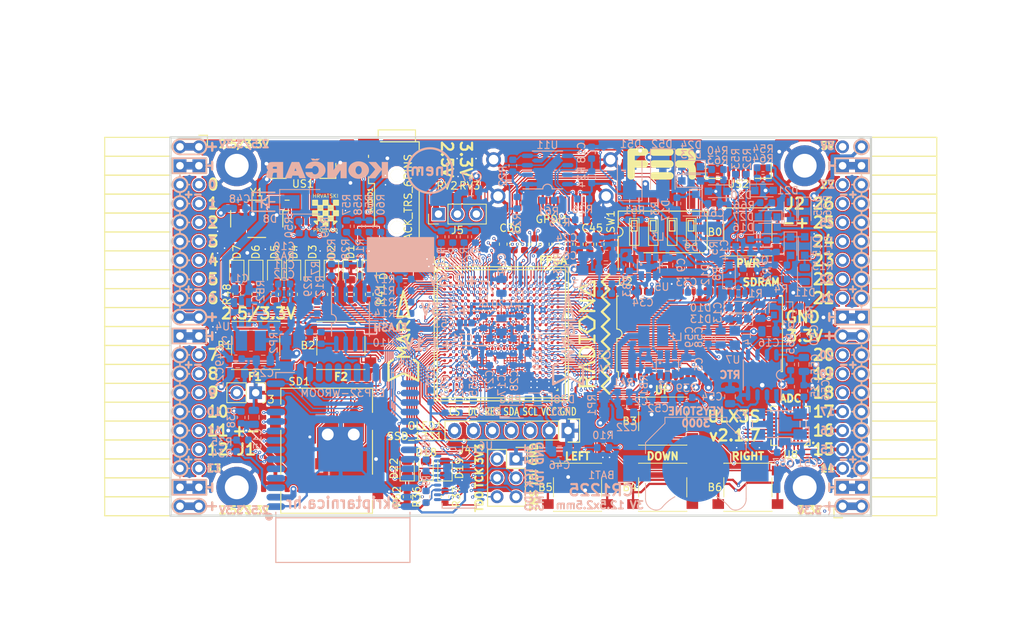
<source format=kicad_pcb>
(kicad_pcb (version 20171130) (host pcbnew 5.0.0+dfsg1-2)
  (layers (0 F.Cu signal) (1 In1.Cu signal) (2 In2.Cu signal) (31 B.Cu signal) (34 B.Paste user) (35 F.Paste user) (36 B.SilkS user) (37 F.SilkS user) (38 B.Mask user) (39 F.Mask user) (44 Edge.Cuts user))
  (net 0 "")
  (net 1 GND)
  (net 2 +5V)
  (net 3 /gpio/IN5V)
  (net 4 /gpio/OUT5V)
  (net 5 +3V3)
  (net 6 BTN_D)
  (net 7 BTN_F1)
  (net 8 BTN_F2)
  (net 9 BTN_L)
  (net 10 BTN_R)
  (net 11 BTN_U)
  (net 12 /power/FB1)
  (net 13 +2V5)
  (net 14 /power/PWREN)
  (net 15 /power/FB3)
  (net 16 /power/FB2)
  (net 17 /power/VBAT)
  (net 18 JTAG_TDI)
  (net 19 JTAG_TCK)
  (net 20 JTAG_TMS)
  (net 21 JTAG_TDO)
  (net 22 /power/WAKEUPn)
  (net 23 /power/WKUP)
  (net 24 /power/SHUT)
  (net 25 /power/WAKE)
  (net 26 /power/HOLD)
  (net 27 /power/WKn)
  (net 28 /power/OSCI_32k)
  (net 29 /power/OSCO_32k)
  (net 30 SHUTDOWN)
  (net 31 GPDI_SDA)
  (net 32 GPDI_SCL)
  (net 33 /gpdi/VREF2)
  (net 34 SD_CMD)
  (net 35 SD_CLK)
  (net 36 SD_D0)
  (net 37 SD_D1)
  (net 38 USB5V)
  (net 39 GPDI_CEC)
  (net 40 nRESET)
  (net 41 FTDI_nDTR)
  (net 42 SDRAM_CKE)
  (net 43 SDRAM_A7)
  (net 44 SDRAM_D15)
  (net 45 SDRAM_BA1)
  (net 46 SDRAM_D7)
  (net 47 SDRAM_A6)
  (net 48 SDRAM_CLK)
  (net 49 SDRAM_D13)
  (net 50 SDRAM_BA0)
  (net 51 SDRAM_D6)
  (net 52 SDRAM_A5)
  (net 53 SDRAM_D14)
  (net 54 SDRAM_A11)
  (net 55 SDRAM_D12)
  (net 56 SDRAM_D5)
  (net 57 SDRAM_A4)
  (net 58 SDRAM_A10)
  (net 59 SDRAM_D11)
  (net 60 SDRAM_A3)
  (net 61 SDRAM_D4)
  (net 62 SDRAM_D10)
  (net 63 SDRAM_D9)
  (net 64 SDRAM_A9)
  (net 65 SDRAM_D3)
  (net 66 SDRAM_D8)
  (net 67 SDRAM_A8)
  (net 68 SDRAM_A2)
  (net 69 SDRAM_A1)
  (net 70 SDRAM_A0)
  (net 71 SDRAM_D2)
  (net 72 SDRAM_D1)
  (net 73 SDRAM_D0)
  (net 74 SDRAM_DQM0)
  (net 75 SDRAM_nCS)
  (net 76 SDRAM_nRAS)
  (net 77 SDRAM_DQM1)
  (net 78 SDRAM_nCAS)
  (net 79 SDRAM_nWE)
  (net 80 /flash/FLASH_nWP)
  (net 81 /flash/FLASH_nHOLD)
  (net 82 /flash/FLASH_MOSI)
  (net 83 /flash/FLASH_MISO)
  (net 84 /flash/FLASH_SCK)
  (net 85 /flash/FLASH_nCS)
  (net 86 /flash/FPGA_PROGRAMN)
  (net 87 /flash/FPGA_DONE)
  (net 88 /flash/FPGA_INITN)
  (net 89 OLED_RES)
  (net 90 OLED_DC)
  (net 91 OLED_CS)
  (net 92 WIFI_EN)
  (net 93 FTDI_nRTS)
  (net 94 FTDI_TXD)
  (net 95 FTDI_RXD)
  (net 96 WIFI_RXD)
  (net 97 WIFI_GPIO0)
  (net 98 WIFI_TXD)
  (net 99 USB_FTDI_D+)
  (net 100 USB_FTDI_D-)
  (net 101 SD_D3)
  (net 102 AUDIO_L3)
  (net 103 AUDIO_L2)
  (net 104 AUDIO_L1)
  (net 105 AUDIO_L0)
  (net 106 AUDIO_R3)
  (net 107 AUDIO_R2)
  (net 108 AUDIO_R1)
  (net 109 AUDIO_R0)
  (net 110 OLED_CLK)
  (net 111 OLED_MOSI)
  (net 112 LED0)
  (net 113 LED1)
  (net 114 LED2)
  (net 115 LED3)
  (net 116 LED4)
  (net 117 LED5)
  (net 118 LED6)
  (net 119 LED7)
  (net 120 BTN_PWRn)
  (net 121 FTDI_nTXLED)
  (net 122 FTDI_nSLEEP)
  (net 123 /blinkey/LED_PWREN)
  (net 124 /blinkey/LED_TXLED)
  (net 125 /sdcard/SD3V3)
  (net 126 SD_D2)
  (net 127 CLK_25MHz)
  (net 128 /blinkey/BTNPUL)
  (net 129 /blinkey/BTNPUR)
  (net 130 USB_FPGA_D+)
  (net 131 /power/FTDI_nSUSPEND)
  (net 132 /blinkey/ALED0)
  (net 133 /blinkey/ALED1)
  (net 134 /blinkey/ALED2)
  (net 135 /blinkey/ALED3)
  (net 136 /blinkey/ALED4)
  (net 137 /blinkey/ALED5)
  (net 138 /blinkey/ALED6)
  (net 139 /blinkey/ALED7)
  (net 140 /usb/FTD-)
  (net 141 /usb/FTD+)
  (net 142 ADC_MISO)
  (net 143 ADC_MOSI)
  (net 144 ADC_CSn)
  (net 145 ADC_SCLK)
  (net 146 SW3)
  (net 147 SW2)
  (net 148 SW1)
  (net 149 USB_FPGA_D-)
  (net 150 /usb/FPD+)
  (net 151 /usb/FPD-)
  (net 152 WIFI_GPIO16)
  (net 153 /usb/ANT_433MHz)
  (net 154 PROG_DONE)
  (net 155 /power/P3V3)
  (net 156 /power/P2V5)
  (net 157 /power/L1)
  (net 158 /power/L3)
  (net 159 /power/L2)
  (net 160 FTDI_TXDEN)
  (net 161 SDRAM_A12)
  (net 162 /analog/AUDIO_V)
  (net 163 AUDIO_V3)
  (net 164 AUDIO_V2)
  (net 165 AUDIO_V1)
  (net 166 AUDIO_V0)
  (net 167 /blinkey/LED_WIFI)
  (net 168 /power/P1V1)
  (net 169 +1V1)
  (net 170 SW4)
  (net 171 /blinkey/SWPU)
  (net 172 /wifi/WIFIEN)
  (net 173 FT2V5)
  (net 174 GN0)
  (net 175 GP0)
  (net 176 GN1)
  (net 177 GP1)
  (net 178 GN2)
  (net 179 GP2)
  (net 180 GN3)
  (net 181 GP3)
  (net 182 GN4)
  (net 183 GP4)
  (net 184 GN5)
  (net 185 GP5)
  (net 186 GN6)
  (net 187 GP6)
  (net 188 GN14)
  (net 189 GP14)
  (net 190 GN15)
  (net 191 GP15)
  (net 192 GN16)
  (net 193 GP16)
  (net 194 GN17)
  (net 195 GP17)
  (net 196 GN18)
  (net 197 GP18)
  (net 198 GN19)
  (net 199 GP19)
  (net 200 GN20)
  (net 201 GP20)
  (net 202 GN21)
  (net 203 GP21)
  (net 204 GN22)
  (net 205 GP22)
  (net 206 GN23)
  (net 207 GP23)
  (net 208 GN24)
  (net 209 GP24)
  (net 210 GN25)
  (net 211 GP25)
  (net 212 GN26)
  (net 213 GP26)
  (net 214 GN27)
  (net 215 GP27)
  (net 216 GN7)
  (net 217 GP7)
  (net 218 GN8)
  (net 219 GP8)
  (net 220 GN9)
  (net 221 GP9)
  (net 222 GN10)
  (net 223 GP10)
  (net 224 GN11)
  (net 225 GP11)
  (net 226 GN12)
  (net 227 GP12)
  (net 228 GN13)
  (net 229 GP13)
  (net 230 WIFI_GPIO5)
  (net 231 WIFI_GPIO17)
  (net 232 USB_FPGA_PULL_D+)
  (net 233 USB_FPGA_PULL_D-)
  (net 234 "Net-(D23-Pad2)")
  (net 235 "Net-(D24-Pad1)")
  (net 236 "Net-(D25-Pad2)")
  (net 237 "Net-(D26-Pad1)")
  (net 238 /gpdi/GPDI_ETH+)
  (net 239 FPDI_ETH+)
  (net 240 /gpdi/GPDI_ETH-)
  (net 241 FPDI_ETH-)
  (net 242 /gpdi/GPDI_D2-)
  (net 243 FPDI_D2-)
  (net 244 /gpdi/GPDI_D1-)
  (net 245 FPDI_D1-)
  (net 246 /gpdi/GPDI_D0-)
  (net 247 FPDI_D0-)
  (net 248 /gpdi/GPDI_CLK-)
  (net 249 FPDI_CLK-)
  (net 250 /gpdi/GPDI_D2+)
  (net 251 FPDI_D2+)
  (net 252 /gpdi/GPDI_D1+)
  (net 253 FPDI_D1+)
  (net 254 /gpdi/GPDI_D0+)
  (net 255 FPDI_D0+)
  (net 256 /gpdi/GPDI_CLK+)
  (net 257 FPDI_CLK+)
  (net 258 FPDI_SDA)
  (net 259 FPDI_SCL)
  (net 260 /gpdi/FPDI_CEC)
  (net 261 2V5_3V3)
  (net 262 /usb/US2VBUS)
  (net 263 /power/SHD)
  (net 264 /power/RTCVDD)
  (net 265 "Net-(D27-Pad2)")
  (net 266 US2_ID)
  (net 267 /analog/AUDIO_L)
  (net 268 /analog/AUDIO_R)
  (net 269 /analog/ADC3V3)
  (net 270 PWRBTn)
  (net 271 USER_PROGRAMN)
  (module ft231x:FT231X-SSOP-20_4.4x6.5mm_Pitch0.65mm (layer B.Cu) (at 132.835 107.14 180)
    (fp_text reference U6 (at -3.556 4.318 180) (layer B.SilkS) (effects (justify mirror)))
    (fp_text value FT231XS hide)
    (pad 20 smd oval (at 2.9 2.925 180) (size 1 0.4) (layers B.Cu B.Paste B.Mask) (net 94 FTDI_TXD))
    (pad 19 smd oval (at 2.9 2.275 180) (size 1 0.4) (layers B.Cu B.Paste B.Mask) (net 122 FTDI_nSLEEP))
    (pad 18 smd oval (at 2.9 1.625 180) (size 1 0.4) (layers B.Cu B.Paste B.Mask) (net 160 FTDI_TXDEN))
    (pad 17 smd oval (at 2.9 0.975 180) (size 1 0.4) (layers B.Cu B.Paste B.Mask))
    (pad 16 smd oval (at 2.9 0.325 180) (size 1 0.4) (layers B.Cu B.Paste B.Mask) (net 1 GND))
    (pad 15 smd oval (at 2.9 -0.325 180) (size 1 0.4) (layers B.Cu B.Paste B.Mask) (net 38 USB5V))
    (pad 14 smd oval (at 2.9 -0.975 180) (size 1 0.4) (layers B.Cu B.Paste B.Mask) (net 40 nRESET))
    (pad 13 smd oval (at 2.9 -1.625 180) (size 1 0.4) (layers B.Cu B.Paste B.Mask) (net 173 FT2V5))
    (pad 12 smd oval (at 2.9 -2.275 180) (size 1 0.4) (layers B.Cu B.Paste B.Mask) (net 100 USB_FTDI_D-))
    (pad 11 smd oval (at 2.9 -2.925 180) (size 1 0.4) (layers B.Cu B.Paste B.Mask) (net 99 USB_FTDI_D+))
    (pad 10 smd oval (at -2.9 -2.925 180) (size 1 0.4) (layers B.Cu B.Paste B.Mask) (net 121 FTDI_nTXLED))
    (pad 9 smd oval (at -2.9 -2.275 180) (size 1 0.4) (layers B.Cu B.Paste B.Mask) (net 21 JTAG_TDO))
    (pad 8 smd oval (at -2.9 -1.625 180) (size 1 0.4) (layers B.Cu B.Paste B.Mask) (net 20 JTAG_TMS))
    (pad 7 smd oval (at -2.9 -0.975 180) (size 1 0.4) (layers B.Cu B.Paste B.Mask) (net 19 JTAG_TCK))
    (pad 6 smd oval (at -2.9 -0.325 180) (size 1 0.4) (layers B.Cu B.Paste B.Mask) (net 1 GND))
    (pad 5 smd oval (at -2.9 0.325 180) (size 1 0.4) (layers B.Cu B.Paste B.Mask) (net 18 JTAG_TDI))
    (pad 4 smd oval (at -2.9 0.975 180) (size 1 0.4) (layers B.Cu B.Paste B.Mask) (net 95 FTDI_RXD))
    (pad 3 smd oval (at -2.9 1.625 180) (size 1 0.4) (layers B.Cu B.Paste B.Mask) (net 173 FT2V5))
    (pad 2 smd oval (at -2.9 2.275 180) (size 1 0.4) (layers B.Cu B.Paste B.Mask) (net 93 FTDI_nRTS))
    (pad 1 smd rect (at -2.9 2.925 180) (size 1 0.4) (layers B.Cu B.Paste B.Mask) (net 41 FTDI_nDTR))
  )
  (module Capacitor_SMD:C_0603_1608Metric (layer F.Cu) (at 151.758 75.771 90)
    (fp_text reference C37 hide)
    (fp_text value 220nF hide)
    (pad 2 smd roundrect (at 0.7875 0 90) (size 0.875 0.95) (layers F.Cu F.Paste F.Mask) (net 240 /gpdi/GPDI_ETH-))
    (pad 1 smd roundrect (at -0.7875 0 90) (size 0.875 0.95) (layers F.Cu F.Paste F.Mask) (net 241 FPDI_ETH-))
  )
  (module Capacitor_SMD:C_0603_1608Metric (layer F.Cu) (at 150.361 75.771 90)
    (fp_text reference C36 (at 2.171 -10.681 180) (layer F.SilkS))
    (fp_text value 220nF hide)
    (pad 2 smd roundrect (at 0.7875 0 90) (size 0.875 0.95) (layers F.Cu F.Paste F.Mask) (net 238 /gpdi/GPDI_ETH+))
    (pad 1 smd roundrect (at -0.7875 0 90) (size 0.875 0.95) (layers F.Cu F.Paste F.Mask) (net 239 FPDI_ETH+))
  )
  (module Capacitor_SMD:C_0603_1608Metric (layer F.Cu) (at 148.964 75.771 90)
    (fp_text reference C41 hide)
    (fp_text value 220nF hide)
    (pad 2 smd roundrect (at 0.7875 0 90) (size 0.875 0.95) (layers F.Cu F.Paste F.Mask) (net 248 /gpdi/GPDI_CLK-))
    (pad 1 smd roundrect (at -0.7875 0 90) (size 0.875 0.95) (layers F.Cu F.Paste F.Mask) (net 249 FPDI_CLK-))
  )
  (module Capacitor_SMD:C_0603_1608Metric (layer F.Cu) (at 147.567 75.759 90)
    (fp_text reference C45 (at 2.159 3.113 180) (layer F.SilkS))
    (fp_text value 220nF hide)
    (pad 2 smd roundrect (at 0.7875 0 90) (size 0.875 0.95) (layers F.Cu F.Paste F.Mask) (net 256 /gpdi/GPDI_CLK+))
    (pad 1 smd roundrect (at -0.7875 0 90) (size 0.875 0.95) (layers F.Cu F.Paste F.Mask) (net 257 FPDI_CLK+))
  )
  (module Capacitor_SMD:C_0603_1608Metric (layer F.Cu) (at 145.789 75.771 90)
    (fp_text reference C40 hide)
    (fp_text value 220nF hide)
    (pad 2 smd roundrect (at 0.7875 0 90) (size 0.875 0.95) (layers F.Cu F.Paste F.Mask) (net 246 /gpdi/GPDI_D0-))
    (pad 1 smd roundrect (at -0.7875 0 90) (size 0.875 0.95) (layers F.Cu F.Paste F.Mask) (net 247 FPDI_D0-))
  )
  (module Capacitor_SMD:C_0603_1608Metric (layer F.Cu) (at 144.392 75.771 90)
    (fp_text reference C44 hide)
    (fp_text value 220nF hide)
    (pad 2 smd roundrect (at 0.7875 0 90) (size 0.875 0.95) (layers F.Cu F.Paste F.Mask) (net 254 /gpdi/GPDI_D0+))
    (pad 1 smd roundrect (at -0.7875 0 90) (size 0.875 0.95) (layers F.Cu F.Paste F.Mask) (net 255 FPDI_D0+))
  )
  (module Capacitor_SMD:C_0603_1608Metric (layer F.Cu) (at 142.995 75.771 90)
    (fp_text reference C39 hide)
    (fp_text value 220nF hide)
    (pad 2 smd roundrect (at 0.7875 0 90) (size 0.875 0.95) (layers F.Cu F.Paste F.Mask) (net 244 /gpdi/GPDI_D1-))
    (pad 1 smd roundrect (at -0.7875 0 90) (size 0.875 0.95) (layers F.Cu F.Paste F.Mask) (net 245 FPDI_D1-))
  )
  (module Capacitor_SMD:C_0603_1608Metric (layer F.Cu) (at 141.598 75.771 90)
    (fp_text reference C43 hide)
    (fp_text value 220nF hide)
    (pad 2 smd roundrect (at 0.7875 0 90) (size 0.875 0.95) (layers F.Cu F.Paste F.Mask) (net 252 /gpdi/GPDI_D1+))
    (pad 1 smd roundrect (at -0.7875 0 90) (size 0.875 0.95) (layers F.Cu F.Paste F.Mask) (net 253 FPDI_D1+))
  )
  (module Capacitor_SMD:C_0603_1608Metric (layer F.Cu) (at 140.201 75.771 90)
    (fp_text reference C38 hide)
    (fp_text value 220nF hide)
    (pad 2 smd roundrect (at 0.7875 0 90) (size 0.875 0.95) (layers F.Cu F.Paste F.Mask) (net 242 /gpdi/GPDI_D2-))
    (pad 1 smd roundrect (at -0.7875 0 90) (size 0.875 0.95) (layers F.Cu F.Paste F.Mask) (net 243 FPDI_D2-))
  )
  (module Capacitor_SMD:C_0603_1608Metric (layer F.Cu) (at 138.7428 75.7636 90)
    (fp_text reference C42 hide)
    (fp_text value 220nF hide)
    (pad 2 smd roundrect (at 0.7875 0 90) (size 0.875 0.95) (layers F.Cu F.Paste F.Mask) (net 250 /gpdi/GPDI_D2+))
    (pad 1 smd roundrect (at -0.7875 0 90) (size 0.875 0.95) (layers F.Cu F.Paste F.Mask) (net 251 FPDI_D2+))
  )
  (module Resistor_SMD:R_0603_1608Metric (layer F.Cu) (at 130.93 109.68 90)
    (fp_text reference R37 (at 0 1.539 90) (layer F.SilkS))
    (fp_text value 680 hide)
    (pad 2 smd roundrect (at 0.7875 0 90) (size 0.875 0.95) (layers F.Cu F.Paste F.Mask) (net 124 /blinkey/LED_TXLED))
    (pad 1 smd roundrect (at -0.7875 0 90) (size 0.875 0.95) (layers F.Cu F.Paste F.Mask) (net 121 FTDI_nTXLED))
  )
  (module Resistor_SMD:R_0603_1608Metric (layer F.Cu) (at 128.39 109.68 270)
    (fp_text reference R36 (at 0.018 1.255 90) (layer F.SilkS))
    (fp_text value 680 hide)
    (pad 2 smd roundrect (at 0.7875 0 270) (size 0.875 0.95) (layers F.Cu F.Paste F.Mask) (net 1 GND))
    (pad 1 smd roundrect (at -0.7875 0 270) (size 0.875 0.95) (layers F.Cu F.Paste F.Mask) (net 123 /blinkey/LED_PWREN))
  )
  (module Resistor_SMD:R_0603_1608Metric (layer F.Cu) (at 125.85 109.68 270)
    (fp_text reference R62 (at 0.018 1.382 270) (layer F.SilkS))
    (fp_text value 680 hide)
    (pad 2 smd roundrect (at 0.7875 0 270) (size 0.875 0.95) (layers F.Cu F.Paste F.Mask) (net 1 GND))
    (pad 1 smd roundrect (at -0.7875 0 270) (size 0.875 0.95) (layers F.Cu F.Paste F.Mask) (net 167 /blinkey/LED_WIFI))
  )
  (module LED_SMD:LED_0805_2012Metric (layer F.Cu) (at 130.93 105.87 90)
    (fp_text reference D19 (at 0 1.92 90) (layer F.SilkS))
    (fp_text value RED hide)
    (pad 2 smd roundrect (at 0.9375 0 90) (size 0.975 1.4) (layers F.Cu F.Paste F.Mask) (net 173 FT2V5))
    (pad 1 smd roundrect (at -0.9375 0 90) (size 0.975 1.4) (layers F.Cu F.Paste F.Mask) (net 124 /blinkey/LED_TXLED))
  )
  (module LED_SMD:LED_0805_2012Metric (layer F.Cu) (at 128.39 105.87 90)
    (fp_text reference D18 (at 2.141 0.015 180) (layer F.SilkS))
    (fp_text value GREEN hide)
    (pad 2 smd roundrect (at 0.9375 0 90) (size 0.975 1.4) (layers F.Cu F.Paste F.Mask) (net 122 FTDI_nSLEEP))
    (pad 1 smd roundrect (at -0.9375 0 90) (size 0.975 1.4) (layers F.Cu F.Paste F.Mask) (net 123 /blinkey/LED_PWREN))
  )
  (module LED_SMD:LED_0805_2012Metric (layer F.Cu) (at 125.85 105.87 90)
    (fp_text reference D22 (at -0.018 -1.763 90) (layer F.SilkS))
    (fp_text value BLUE hide)
    (pad 2 smd roundrect (at 0.9375 0 90) (size 0.975 1.4) (layers F.Cu F.Paste F.Mask) (net 230 WIFI_GPIO5))
    (pad 1 smd roundrect (at -0.9375 0 90) (size 0.975 1.4) (layers F.Cu F.Paste F.Mask) (net 167 /blinkey/LED_WIFI))
  )
  (module Resistor_SMD:R_0603_1608Metric (layer F.Cu) (at 120.77 82.502 90)
    (fp_text reference R41 (at 0 1.539 90) (layer F.SilkS))
    (fp_text value 680 hide)
    (pad 2 smd roundrect (at 0.7875 0 90) (size 0.875 0.95) (layers F.Cu F.Paste F.Mask) (net 132 /blinkey/ALED0))
    (pad 1 smd roundrect (at -0.7875 0 90) (size 0.875 0.95) (layers F.Cu F.Paste F.Mask) (net 112 LED0))
  )
  (module LED_SMD:LED_0805_2012Metric (layer F.Cu) (at 120.77 79.599 270)
    (fp_text reference D0 (at 0 -1.92 270) (layer F.SilkS))
    (fp_text value RED hide)
    (pad 2 smd roundrect (at 0.9375 0 270) (size 0.975 1.4) (layers F.Cu F.Paste F.Mask) (net 132 /blinkey/ALED0))
    (pad 1 smd roundrect (at -0.9375 0 270) (size 0.975 1.4) (layers F.Cu F.Paste F.Mask) (net 1 GND))
  )
  (module Resistor_SMD:R_0603_1608Metric (layer F.Cu) (at 118.23 82.502 90)
    (fp_text reference R42 hide)
    (fp_text value 680 hide)
    (pad 2 smd roundrect (at 0.7875 0 90) (size 0.875 0.95) (layers F.Cu F.Paste F.Mask) (net 133 /blinkey/ALED1))
    (pad 1 smd roundrect (at -0.7875 0 90) (size 0.875 0.95) (layers F.Cu F.Paste F.Mask) (net 113 LED1))
  )
  (module LED_SMD:LED_0805_2012Metric (layer F.Cu) (at 118.23 79.599 270)
    (fp_text reference D1 (at -2.794 -0.015 270) (layer F.SilkS))
    (fp_text value ORANGE hide)
    (pad 2 smd roundrect (at 0.9375 0 270) (size 0.975 1.4) (layers F.Cu F.Paste F.Mask) (net 133 /blinkey/ALED1))
    (pad 1 smd roundrect (at -0.9375 0 270) (size 0.975 1.4) (layers F.Cu F.Paste F.Mask) (net 1 GND))
  )
  (module Resistor_SMD:R_0603_1608Metric (layer F.Cu) (at 115.69 82.502 90)
    (fp_text reference R43 hide)
    (fp_text value 680 hide)
    (pad 2 smd roundrect (at 0.7875 0 90) (size 0.875 0.95) (layers F.Cu F.Paste F.Mask) (net 134 /blinkey/ALED2))
    (pad 1 smd roundrect (at -0.7875 0 90) (size 0.875 0.95) (layers F.Cu F.Paste F.Mask) (net 114 LED2))
  )
  (module LED_SMD:LED_0805_2012Metric (layer F.Cu) (at 115.69 79.599 270)
    (fp_text reference D2 (at -2.794 -0.015 270) (layer F.SilkS))
    (fp_text value GREEN hide)
    (pad 2 smd roundrect (at 0.9375 0 270) (size 0.975 1.4) (layers F.Cu F.Paste F.Mask) (net 134 /blinkey/ALED2))
    (pad 1 smd roundrect (at -0.9375 0 270) (size 0.975 1.4) (layers F.Cu F.Paste F.Mask) (net 1 GND))
  )
  (module Resistor_SMD:R_0603_1608Metric (layer F.Cu) (at 113.15 82.502 90)
    (fp_text reference R44 hide)
    (fp_text value 680 hide)
    (pad 2 smd roundrect (at 0.7875 0 90) (size 0.875 0.95) (layers F.Cu F.Paste F.Mask) (net 135 /blinkey/ALED3))
    (pad 1 smd roundrect (at -0.7875 0 90) (size 0.875 0.95) (layers F.Cu F.Paste F.Mask) (net 115 LED3))
  )
  (module LED_SMD:LED_0805_2012Metric (layer F.Cu) (at 113.15 79.599 270)
    (fp_text reference D3 (at -2.794 -0.015 270) (layer F.SilkS))
    (fp_text value BLUE hide)
    (pad 2 smd roundrect (at 0.9375 0 270) (size 0.975 1.4) (layers F.Cu F.Paste F.Mask) (net 135 /blinkey/ALED3))
    (pad 1 smd roundrect (at -0.9375 0 270) (size 0.975 1.4) (layers F.Cu F.Paste F.Mask) (net 1 GND))
  )
  (module Resistor_SMD:R_0603_1608Metric (layer F.Cu) (at 110.61 82.502 90)
    (fp_text reference R45 hide)
    (fp_text value 680 hide)
    (pad 2 smd roundrect (at 0.7875 0 90) (size 0.875 0.95) (layers F.Cu F.Paste F.Mask) (net 136 /blinkey/ALED4))
    (pad 1 smd roundrect (at -0.7875 0 90) (size 0.875 0.95) (layers F.Cu F.Paste F.Mask) (net 116 LED4))
  )
  (module LED_SMD:LED_0805_2012Metric (layer F.Cu) (at 110.61 79.599 270)
    (fp_text reference D4 (at -2.794 -0.015 270) (layer F.SilkS))
    (fp_text value RED hide)
    (pad 2 smd roundrect (at 0.9375 0 270) (size 0.975 1.4) (layers F.Cu F.Paste F.Mask) (net 136 /blinkey/ALED4))
    (pad 1 smd roundrect (at -0.9375 0 270) (size 0.975 1.4) (layers F.Cu F.Paste F.Mask) (net 1 GND))
  )
  (module Resistor_SMD:R_0603_1608Metric (layer F.Cu) (at 108.07 82.502 90)
    (fp_text reference R46 hide)
    (fp_text value 680 hide)
    (pad 2 smd roundrect (at 0.7875 0 90) (size 0.875 0.95) (layers F.Cu F.Paste F.Mask) (net 137 /blinkey/ALED5))
    (pad 1 smd roundrect (at -0.7875 0 90) (size 0.875 0.95) (layers F.Cu F.Paste F.Mask) (net 117 LED5))
  )
  (module LED_SMD:LED_0805_2012Metric (layer F.Cu) (at 108.07 79.599 270)
    (fp_text reference D5 (at -2.794 -0.015 270) (layer F.SilkS))
    (fp_text value ORANGE hide)
    (pad 2 smd roundrect (at 0.9375 0 270) (size 0.975 1.4) (layers F.Cu F.Paste F.Mask) (net 137 /blinkey/ALED5))
    (pad 1 smd roundrect (at -0.9375 0 270) (size 0.975 1.4) (layers F.Cu F.Paste F.Mask) (net 1 GND))
  )
  (module Resistor_SMD:R_0603_1608Metric (layer F.Cu) (at 105.53 82.502 90)
    (fp_text reference R47 hide)
    (fp_text value 680 hide)
    (pad 2 smd roundrect (at 0.7875 0 90) (size 0.875 0.95) (layers F.Cu F.Paste F.Mask) (net 138 /blinkey/ALED6))
    (pad 1 smd roundrect (at -0.7875 0 90) (size 0.875 0.95) (layers F.Cu F.Paste F.Mask) (net 118 LED6))
  )
  (module LED_SMD:LED_0805_2012Metric (layer F.Cu) (at 105.545 79.599 270)
    (fp_text reference D6 (at -2.794 0 270) (layer F.SilkS))
    (fp_text value GREEN hide)
    (pad 2 smd roundrect (at 0.9375 0 270) (size 0.975 1.4) (layers F.Cu F.Paste F.Mask) (net 138 /blinkey/ALED6))
    (pad 1 smd roundrect (at -0.9375 0 270) (size 0.975 1.4) (layers F.Cu F.Paste F.Mask) (net 1 GND))
  )
  (module Resistor_SMD:R_0603_1608Metric (layer F.Cu) (at 102.99 82.502 90)
    (fp_text reference R48 (at 0 -1.31 90) (layer F.SilkS))
    (fp_text value 680 hide)
    (pad 2 smd roundrect (at 0.7875 0 90) (size 0.875 0.95) (layers F.Cu F.Paste F.Mask) (net 139 /blinkey/ALED7))
    (pad 1 smd roundrect (at -0.7875 0 90) (size 0.875 0.95) (layers F.Cu F.Paste F.Mask) (net 119 LED7))
  )
  (module LED_SMD:LED_0805_2012Metric (layer F.Cu) (at 102.99 79.599 270)
    (fp_text reference D7 (at -2.794 -0.015 270) (layer F.SilkS))
    (fp_text value BLUE hide)
    (pad 2 smd roundrect (at 0.9375 0 270) (size 0.975 1.4) (layers F.Cu F.Paste F.Mask) (net 139 /blinkey/ALED7))
    (pad 1 smd roundrect (at -0.9375 0 270) (size 0.975 1.4) (layers F.Cu F.Paste F.Mask) (net 1 GND))
  )
  (module Capacitor_SMD:C_0805_2012Metric (layer B.Cu) (at 103.7035 81.885)
    (fp_text reference C1 (at -0.0635 -1.524) (layer B.SilkS) (effects (justify mirror)))
    (fp_text value 22uF hide)
    (pad 2 smd roundrect (at 0.9375 0) (size 0.975 1.4) (layers B.Cu B.Paste B.Mask) (net 1 GND))
    (pad 1 smd roundrect (at -0.9375 0) (size 0.975 1.4) (layers B.Cu B.Paste B.Mask) (net 2 +5V))
  )
  (module Resistor_SMD:R_0603_1608Metric (layer B.Cu) (at 128.39 109.68 270)
    (fp_text reference R9 (at -2.141 -0.015 90) (layer B.SilkS) (effects (font (size 1 0.75)) (justify mirror)))
    (fp_text value 15k hide)
    (pad 2 smd roundrect (at 0.7875 0 270) (size 0.875 0.95) (layers B.Cu B.Paste B.Mask) (net 173 FT2V5))
    (pad 1 smd roundrect (at -0.7875 0 270) (size 0.875 0.95) (layers B.Cu B.Paste B.Mask) (net 40 nRESET))
  )
  (module Resistor_SMD:R_0603_1608Metric (layer B.Cu) (at 128.39 105.446 90)
    (fp_text reference R56 (at 2.733 0.015 90) (layer B.SilkS) (effects (justify mirror)))
    (fp_text value 0 hide)
    (pad 2 smd roundrect (at 0.7875 0 90) (size 0.875 0.95) (layers B.Cu B.Paste B.Mask) (net 160 FTDI_TXDEN))
    (pad 1 smd roundrect (at -0.7875 0 90) (size 0.875 0.95) (layers B.Cu B.Paste B.Mask) (net 1 GND))
  )
  (module Resistor_SMD:R_0603_1608Metric (layer B.Cu) (at 134.74 97.615 270)
    (fp_text reference R55 (at -2.794 0 270) (layer B.SilkS) (effects (justify mirror)))
    (fp_text value 15k hide)
    (pad 2 smd roundrect (at 0.7875 0 270) (size 0.875 0.95) (layers B.Cu B.Paste B.Mask) (net 154 PROG_DONE))
    (pad 1 smd roundrect (at -0.7875 0 270) (size 0.875 0.95) (layers B.Cu B.Paste B.Mask) (net 87 /flash/FPGA_DONE))
  )
  (module Resistor_SMD:R_0603_1608Metric (layer B.Cu) (at 132.835 97.615 90)
    (fp_text reference R32 (at 2.776 0.015 90) (layer B.SilkS) (effects (justify mirror)))
    (fp_text value 15k hide)
    (pad 2 smd roundrect (at 0.7875 0 90) (size 0.875 0.95) (layers B.Cu B.Paste B.Mask) (net 87 /flash/FPGA_DONE))
    (pad 1 smd roundrect (at -0.7875 0 90) (size 0.875 0.95) (layers B.Cu B.Paste B.Mask) (net 5 +3V3))
  )
  (module Resistor_SMD:R_0603_1608Metric (layer B.Cu) (at 130.93 97.615 90)
    (fp_text reference R33 (at 2.776 0.015 90) (layer B.SilkS) (effects (justify mirror)))
    (fp_text value 15k hide)
    (pad 2 smd roundrect (at 0.7875 0 90) (size 0.875 0.95) (layers B.Cu B.Paste B.Mask) (net 88 /flash/FPGA_INITN))
    (pad 1 smd roundrect (at -0.7875 0 90) (size 0.875 0.95) (layers B.Cu B.Paste B.Mask) (net 5 +3V3))
  )
  (module Resistor_SMD:R_0603_1608Metric (layer B.Cu) (at 129.025 96.175 90)
    (fp_text reference R27 (at 2.86 0.015 90) (layer B.SilkS) (effects (justify mirror)))
    (fp_text value 15k hide)
    (pad 2 smd roundrect (at 0.7875 0 90) (size 0.875 0.95) (layers B.Cu B.Paste B.Mask) (net 82 /flash/FLASH_MOSI))
    (pad 1 smd roundrect (at -0.7875 0 90) (size 0.875 0.95) (layers B.Cu B.Paste B.Mask) (net 5 +3V3))
  )
  (module Resistor_SMD:R_0603_1608Metric (layer B.Cu) (at 167.506 65.738)
    (fp_text reference R40 (at 0.015 -2.522) (layer B.SilkS) (effects (justify mirror)))
    (fp_text value 1.2k hide)
    (pad 2 smd roundrect (at 0.7875 0) (size 0.875 0.95) (layers B.Cu B.Paste B.Mask) (net 130 USB_FPGA_D+))
    (pad 1 smd roundrect (at -0.7875 0) (size 0.875 0.95) (layers B.Cu B.Paste B.Mask) (net 235 "Net-(D24-Pad1)"))
  )
  (module Resistor_SMD:R_0603_1608Metric (layer B.Cu) (at 103.752 103.6)
    (fp_text reference R34 (at -2.779 0.256) (layer B.SilkS) (effects (justify mirror)))
    (fp_text value 15k hide)
    (pad 2 smd roundrect (at 0.7875 0) (size 0.875 0.95) (layers B.Cu B.Paste B.Mask) (net 92 WIFI_EN))
    (pad 1 smd roundrect (at -0.7875 0) (size 0.875 0.95) (layers B.Cu B.Paste B.Mask) (net 5 +3V3))
  )
  (module Resistor_SMD:R_0603_1608Metric (layer B.Cu) (at 103.752 102.06 180)
    (fp_text reference R35 (at 2.779 -0.272 180) (layer B.SilkS) (effects (justify mirror)))
    (fp_text value 680 hide)
    (pad 2 smd roundrect (at 0.7875 0 180) (size 0.875 0.95) (layers B.Cu B.Paste B.Mask) (net 172 /wifi/WIFIEN))
    (pad 1 smd roundrect (at -0.7875 0 180) (size 0.875 0.95) (layers B.Cu B.Paste B.Mask) (net 92 WIFI_EN))
  )
  (module Capacitor_SMD:C_0805_2012Metric (layer B.Cu) (at 105.276 99.012 90)
    (fp_text reference C15 (at -2.921 0.508 90) (layer B.SilkS) (effects (justify mirror)))
    (fp_text value 22uF hide)
    (pad 2 smd roundrect (at 0.9375 0 90) (size 0.975 1.4) (layers B.Cu B.Paste B.Mask) (net 1 GND))
    (pad 1 smd roundrect (at -0.9375 0 90) (size 0.975 1.4) (layers B.Cu B.Paste B.Mask) (net 125 /sdcard/SD3V3))
  )
  (module Resistor_SMD:R_0603_1608Metric (layer B.Cu) (at 103.5765 99.03 90)
    (fp_text reference R38 (at 0 -1.3335 90) (layer B.SilkS) (effects (justify mirror)))
    (fp_text value 0.47 hide)
    (pad 2 smd roundrect (at 0.7875 0 90) (size 0.875 0.95) (layers B.Cu B.Paste B.Mask) (net 5 +3V3))
    (pad 1 smd roundrect (at -0.7875 0 90) (size 0.875 0.95) (layers B.Cu B.Paste B.Mask) (net 125 /sdcard/SD3V3))
  )
  (module Capacitor_SMD:C_0805_2012Metric (layer B.Cu) (at 103.117 93.061)
    (fp_text reference C21 (at -2.413 0.635 90) (layer B.SilkS) (effects (justify mirror)))
    (fp_text value 22uF hide)
    (pad 2 smd roundrect (at 0.9375 0) (size 0.975 1.4) (layers B.Cu B.Paste B.Mask) (net 1 GND))
    (pad 1 smd roundrect (at -0.9375 0) (size 0.975 1.4) (layers B.Cu B.Paste B.Mask) (net 5 +3V3))
  )
  (module Capacitor_SMD:C_0603_1608Metric (layer B.Cu) (at 102.863 91.156)
    (fp_text reference C49 (at -2.159 -0.399 90) (layer B.SilkS) (effects (justify mirror)))
    (fp_text value 22nF hide)
    (pad 2 smd roundrect (at 0.7875 0) (size 0.875 0.95) (layers B.Cu B.Paste B.Mask) (net 1 GND))
    (pad 1 smd roundrect (at -0.7875 0) (size 0.875 0.95) (layers B.Cu B.Paste B.Mask) (net 261 2V5_3V3))
  )
  (module Capacitor_SMD:C_0805_2012Metric (layer B.Cu) (at 106.546 91.392 180)
    (fp_text reference C23 (at 0 -1.669 180) (layer B.SilkS) (effects (justify mirror)))
    (fp_text value 2.2uF hide)
    (pad 2 smd roundrect (at 0.9375 0 180) (size 0.975 1.4) (layers B.Cu B.Paste B.Mask) (net 1 GND))
    (pad 1 smd roundrect (at -0.9375 0 180) (size 0.975 1.4) (layers B.Cu B.Paste B.Mask) (net 156 /power/P2V5))
  )
  (module Resistor_SMD:R_0603_1608Metric (layer B.Cu) (at 106.165 84.915 90)
    (fp_text reference RB2 (at 2.903 0.015 90) (layer B.SilkS) (effects (justify mirror)))
    (fp_text value 4.7k hide)
    (pad 2 smd roundrect (at 0.7875 0 90) (size 0.875 0.95) (layers B.Cu B.Paste B.Mask) (net 16 /power/FB2))
    (pad 1 smd roundrect (at -0.7875 0 90) (size 0.875 0.95) (layers B.Cu B.Paste B.Mask) (net 1 GND))
  )
  (module Capacitor_SMD:C_0805_2012Metric (layer B.Cu) (at 109.34 86.185 180)
    (fp_text reference C12 (at -0.015 6.332 180) (layer B.SilkS) (effects (justify mirror)))
    (fp_text value 22uF hide)
    (pad 2 smd roundrect (at 0.9375 0 180) (size 0.975 1.4) (layers B.Cu B.Paste B.Mask) (net 1 GND))
    (pad 1 smd roundrect (at -0.9375 0 180) (size 0.975 1.4) (layers B.Cu B.Paste B.Mask) (net 156 /power/P2V5))
  )
  (module Capacitor_SMD:C_0805_2012Metric (layer B.Cu) (at 109.34 84.28 180)
    (fp_text reference C11 (at -0.015 5.697 180) (layer B.SilkS) (effects (justify mirror)))
    (fp_text value 22uF hide)
    (pad 2 smd roundrect (at 0.9375 0 180) (size 0.975 1.4) (layers B.Cu B.Paste B.Mask) (net 1 GND))
    (pad 1 smd roundrect (at -0.9375 0 180) (size 0.975 1.4) (layers B.Cu B.Paste B.Mask) (net 156 /power/P2V5))
  )
  (module Resistor_SMD:R_0603_1608Metric (layer B.Cu) (at 109.34 82.375 180)
    (fp_text reference RA2 (at -0.015 5.062 180) (layer B.SilkS) (effects (justify mirror)))
    (fp_text value 15k hide)
    (pad 2 smd roundrect (at 0.7875 0 180) (size 0.875 0.95) (layers B.Cu B.Paste B.Mask) (net 16 /power/FB2))
    (pad 1 smd roundrect (at -0.7875 0 180) (size 0.875 0.95) (layers B.Cu B.Paste B.Mask) (net 156 /power/P2V5))
  )
  (module Capacitor_SMD:C_0603_1608Metric (layer B.Cu) (at 109.34 81.105 180)
    (fp_text reference C10 (at -0.015 5.062 180) (layer B.SilkS) (effects (justify mirror)))
    (fp_text value 470pF hide)
    (pad 2 smd roundrect (at 0.7875 0 180) (size 0.875 0.95) (layers B.Cu B.Paste B.Mask) (net 16 /power/FB2))
    (pad 1 smd roundrect (at -0.7875 0 180) (size 0.875 0.95) (layers B.Cu B.Paste B.Mask) (net 156 /power/P2V5))
  )
  (module Resistor_SMD:R_0603_1608Metric (layer B.Cu) (at 112.784 88.344 90)
    (fp_text reference R29 (at 6.967 -0.239 90) (layer B.SilkS) (effects (justify mirror)))
    (fp_text value 1.2k hide)
    (pad 2 smd roundrect (at 0.7875 0 90) (size 0.875 0.95) (layers B.Cu B.Paste B.Mask) (net 84 /flash/FLASH_SCK))
    (pad 1 smd roundrect (at -0.7875 0 90) (size 0.875 0.95) (layers B.Cu B.Paste B.Mask) (net 5 +3V3))
  )
  (module Resistor_SMD:R_0603_1608Metric (layer B.Cu) (at 114.308 88.344 90)
    (fp_text reference R12 (at 6.967 -0.1755 90) (layer B.SilkS) (effects (justify mirror)))
    (fp_text value 15k hide)
    (pad 2 smd roundrect (at 0.7875 0 90) (size 0.875 0.95) (layers B.Cu B.Paste B.Mask) (net 81 /flash/FLASH_nHOLD))
    (pad 1 smd roundrect (at -0.7875 0 90) (size 0.875 0.95) (layers B.Cu B.Paste B.Mask) (net 5 +3V3))
  )
  (module Resistor_SMD:R_0603_1608Metric (layer B.Cu) (at 113.785 84.28 270)
    (fp_text reference R7 (at -5.316 0.239 270) (layer B.SilkS) (effects (justify mirror)))
    (fp_text value 150 hide)
    (pad 2 smd roundrect (at 0.7875 0 270) (size 0.875 0.95) (layers B.Cu B.Paste B.Mask) (net 128 /blinkey/BTNPUL))
    (pad 1 smd roundrect (at -0.7875 0 270) (size 0.875 0.95) (layers B.Cu B.Paste B.Mask) (net 5 +3V3))
  )
  (module Resistor_SMD:R_0603_1608Metric (layer B.Cu) (at 115.69 79.218 270)
    (fp_text reference R30 (at -2.776 -0.015 270) (layer B.SilkS) (effects (justify mirror)))
    (fp_text value 4.7k hide)
    (pad 2 smd roundrect (at 0.7875 0 270) (size 0.875 0.95) (layers B.Cu B.Paste B.Mask) (net 85 /flash/FLASH_nCS))
    (pad 1 smd roundrect (at -0.7875 0 270) (size 0.875 0.95) (layers B.Cu B.Paste B.Mask) (net 5 +3V3))
  )
  (module Resistor_SMD:R_0603_1608Metric (layer B.Cu) (at 117.595 79.218 270)
    (fp_text reference R28 (at -2.776 -0.015 270) (layer B.SilkS) (effects (justify mirror)))
    (fp_text value 15k hide)
    (pad 2 smd roundrect (at 0.7875 0 270) (size 0.875 0.95) (layers B.Cu B.Paste B.Mask) (net 83 /flash/FLASH_MISO))
    (pad 1 smd roundrect (at -0.7875 0 270) (size 0.875 0.95) (layers B.Cu B.Paste B.Mask) (net 5 +3V3))
  )
  (module Resistor_SMD:R_0603_1608Metric (layer B.Cu) (at 119.515 79.218 270)
    (fp_text reference R11 (at -2.776 -0.015 270) (layer B.SilkS) (effects (justify mirror)))
    (fp_text value 15k hide)
    (pad 2 smd roundrect (at 0.7875 0 270) (size 0.875 0.95) (layers B.Cu B.Paste B.Mask) (net 80 /flash/FLASH_nWP))
    (pad 1 smd roundrect (at -0.7875 0 270) (size 0.875 0.95) (layers B.Cu B.Paste B.Mask) (net 5 +3V3))
  )
  (module Resistor_SMD:R_0603_1608Metric (layer B.Cu) (at 125.596 80.47 180)
    (fp_text reference R17 (at 2.779 -0.018 180) (layer B.SilkS) (effects (justify mirror)))
    (fp_text value 150 hide)
    (pad 2 smd roundrect (at 0.7875 0 180) (size 0.875 0.95) (layers B.Cu B.Paste B.Mask) (net 267 /analog/AUDIO_L))
    (pad 1 smd roundrect (at -0.7875 0 180) (size 0.875 0.95) (layers B.Cu B.Paste B.Mask) (net 102 AUDIO_L3))
  )
  (module Resistor_SMD:R_0603_1608Metric (layer B.Cu) (at 125.596 82.012 180)
    (fp_text reference R16 (at 2.779 0 180) (layer B.SilkS) (effects (justify mirror)))
    (fp_text value 330 hide)
    (pad 2 smd roundrect (at 0.7875 0 180) (size 0.875 0.95) (layers B.Cu B.Paste B.Mask) (net 267 /analog/AUDIO_L))
    (pad 1 smd roundrect (at -0.7875 0 180) (size 0.875 0.95) (layers B.Cu B.Paste B.Mask) (net 103 AUDIO_L2))
  )
  (module Resistor_SMD:R_0603_1608Metric (layer B.Cu) (at 125.596 83.536 180)
    (fp_text reference R15 (at 2.779 0 180) (layer B.SilkS) (effects (justify mirror)))
    (fp_text value 680 hide)
    (pad 2 smd roundrect (at 0.7875 0 180) (size 0.875 0.95) (layers B.Cu B.Paste B.Mask) (net 267 /analog/AUDIO_L))
    (pad 1 smd roundrect (at -0.7875 0 180) (size 0.875 0.95) (layers B.Cu B.Paste B.Mask) (net 104 AUDIO_L1))
  )
  (module Resistor_SMD:R_0603_1608Metric (layer B.Cu) (at 125.596 85.06 180)
    (fp_text reference R14 (at 2.779 0 180) (layer B.SilkS) (effects (justify mirror)))
    (fp_text value 1.2k hide)
    (pad 2 smd roundrect (at 0.7875 0 180) (size 0.875 0.95) (layers B.Cu B.Paste B.Mask) (net 267 /analog/AUDIO_L))
    (pad 1 smd roundrect (at -0.7875 0 180) (size 0.875 0.95) (layers B.Cu B.Paste B.Mask) (net 105 AUDIO_L0))
  )
  (module Capacitor_SMD:C_0603_1608Metric (layer B.Cu) (at 103.371 70.963)
    (fp_text reference C48 (at 0.012 -1.27) (layer B.SilkS) (effects (justify mirror)))
    (fp_text value 22nF hide)
    (pad 2 smd roundrect (at 0.7875 0) (size 0.875 0.95) (layers B.Cu B.Paste B.Mask) (net 1 GND))
    (pad 1 smd roundrect (at -0.7875 0) (size 0.875 0.95) (layers B.Cu B.Paste B.Mask) (net 261 2V5_3V3))
  )
  (module Resistor_SMD:R_0603_1608Metric (layer B.Cu) (at 111.372 73.485 90)
    (fp_text reference R50 (at -0.018 -1.382 90) (layer B.SilkS) (effects (justify mirror)))
    (fp_text value 27 hide)
    (pad 2 smd roundrect (at 0.7875 0 90) (size 0.875 0.95) (layers B.Cu B.Paste B.Mask) (net 141 /usb/FTD+))
    (pad 1 smd roundrect (at -0.7875 0 90) (size 0.875 0.95) (layers B.Cu B.Paste B.Mask) (net 99 USB_FTDI_D+))
  )
  (module Resistor_SMD:R_0603_1608Metric (layer B.Cu) (at 113.277 73.485 90)
    (fp_text reference R49 (at -0.018 1.539 90) (layer B.SilkS) (effects (justify mirror)))
    (fp_text value 27 hide)
    (pad 2 smd roundrect (at 0.7875 0 90) (size 0.875 0.95) (layers B.Cu B.Paste B.Mask) (net 140 /usb/FTD-))
    (pad 1 smd roundrect (at -0.7875 0 90) (size 0.875 0.95) (layers B.Cu B.Paste B.Mask) (net 100 USB_FTDI_D-))
  )
  (module Resistor_SMD:R_0603_1608Metric (layer B.Cu) (at 117.722 73.358 90)
    (fp_text reference R57 (at 2.903 0.015 90) (layer B.SilkS) (effects (justify mirror)))
    (fp_text value 1.2k hide)
    (pad 2 smd roundrect (at 0.7875 0 90) (size 0.875 0.95) (layers B.Cu B.Paste B.Mask) (net 162 /analog/AUDIO_V))
    (pad 1 smd roundrect (at -0.7875 0 90) (size 0.875 0.95) (layers B.Cu B.Paste B.Mask) (net 166 AUDIO_V0))
  )
  (module Resistor_SMD:R_0603_1608Metric (layer B.Cu) (at 119.246 73.358 90)
    (fp_text reference R58 (at 2.903 0.015 90) (layer B.SilkS) (effects (justify mirror)))
    (fp_text value 680 hide)
    (pad 2 smd roundrect (at 0.7875 0 90) (size 0.875 0.95) (layers B.Cu B.Paste B.Mask) (net 162 /analog/AUDIO_V))
    (pad 1 smd roundrect (at -0.7875 0 90) (size 0.875 0.95) (layers B.Cu B.Paste B.Mask) (net 165 AUDIO_V1))
  )
  (module Resistor_SMD:R_0603_1608Metric (layer B.Cu) (at 120.77 73.358 90)
    (fp_text reference R59 (at 2.903 0.015 90) (layer B.SilkS) (effects (justify mirror)))
    (fp_text value 330 hide)
    (pad 2 smd roundrect (at 0.7875 0 90) (size 0.875 0.95) (layers B.Cu B.Paste B.Mask) (net 162 /analog/AUDIO_V))
    (pad 1 smd roundrect (at -0.7875 0 90) (size 0.875 0.95) (layers B.Cu B.Paste B.Mask) (net 164 AUDIO_V2))
  )
  (module Resistor_SMD:R_0603_1608Metric (layer B.Cu) (at 122.294 73.358 90)
    (fp_text reference R60 (at 2.903 0.015 90) (layer B.SilkS) (effects (justify mirror)))
    (fp_text value 150 hide)
    (pad 2 smd roundrect (at 0.7875 0 90) (size 0.875 0.95) (layers B.Cu B.Paste B.Mask) (net 162 /analog/AUDIO_V))
    (pad 1 smd roundrect (at -0.7875 0 90) (size 0.875 0.95) (layers B.Cu B.Paste B.Mask) (net 163 AUDIO_V3))
  )
  (module Resistor_SMD:R_0603_1608Metric (layer B.Cu) (at 130.422 74.773 90)
    (fp_text reference R18 (at -2.794 0.015 90) (layer B.SilkS) (effects (justify mirror)))
    (fp_text value 1.2k hide)
    (pad 2 smd roundrect (at 0.7875 0 90) (size 0.875 0.95) (layers B.Cu B.Paste B.Mask) (net 268 /analog/AUDIO_R))
    (pad 1 smd roundrect (at -0.7875 0 90) (size 0.875 0.95) (layers B.Cu B.Paste B.Mask) (net 109 AUDIO_R0))
  )
  (module Resistor_SMD:R_0603_1608Metric (layer B.Cu) (at 131.961 74.773 90)
    (fp_text reference R19 (at -2.794 0 90) (layer B.SilkS) (effects (justify mirror)))
    (fp_text value 680 hide)
    (pad 2 smd roundrect (at 0.7875 0 90) (size 0.875 0.95) (layers B.Cu B.Paste B.Mask) (net 268 /analog/AUDIO_R))
    (pad 1 smd roundrect (at -0.7875 0 90) (size 0.875 0.95) (layers B.Cu B.Paste B.Mask) (net 108 AUDIO_R1))
  )
  (module Resistor_SMD:R_0603_1608Metric (layer B.Cu) (at 133.485 74.773 90)
    (fp_text reference R20 (at -2.794 0 90) (layer B.SilkS) (effects (justify mirror)))
    (fp_text value 330 hide)
    (pad 2 smd roundrect (at 0.7875 0 90) (size 0.875 0.95) (layers B.Cu B.Paste B.Mask) (net 268 /analog/AUDIO_R))
    (pad 1 smd roundrect (at -0.7875 0 90) (size 0.875 0.95) (layers B.Cu B.Paste B.Mask) (net 107 AUDIO_R2))
  )
  (module Resistor_SMD:R_0603_1608Metric (layer B.Cu) (at 135.009 74.773 90)
    (fp_text reference R21 (at -2.794 0.127 90) (layer B.SilkS) (effects (justify mirror)))
    (fp_text value 150 hide)
    (pad 2 smd roundrect (at 0.7875 0 90) (size 0.875 0.95) (layers B.Cu B.Paste B.Mask) (net 268 /analog/AUDIO_R))
    (pad 1 smd roundrect (at -0.7875 0 90) (size 0.875 0.95) (layers B.Cu B.Paste B.Mask) (net 106 AUDIO_R3))
  )
  (module Capacitor_SMD:C_0805_2012Metric (layer B.Cu) (at 134.501 68.55)
    (fp_text reference C47 (at 0 -1.778) (layer B.SilkS) (effects (justify mirror)))
    (fp_text value 2.2uF hide)
    (pad 2 smd roundrect (at 0.9375 0) (size 0.975 1.4) (layers B.Cu B.Paste B.Mask) (net 1 GND))
    (pad 1 smd roundrect (at -0.9375 0) (size 0.975 1.4) (layers B.Cu B.Paste B.Mask) (net 261 2V5_3V3))
  )
  (module Capacitor_SMD:C_0603_1608Metric (layer B.Cu) (at 150.5896 63.484 90)
    (fp_text reference C18 (at 0.014 -1.3566 90) (layer B.SilkS) (effects (justify mirror)))
    (fp_text value 470pF hide)
    (pad 2 smd roundrect (at 0.7875 0 90) (size 0.875 0.95) (layers B.Cu B.Paste B.Mask) (net 1 GND))
    (pad 1 smd roundrect (at -0.7875 0 90) (size 0.875 0.95) (layers B.Cu B.Paste B.Mask) (net 33 /gpdi/VREF2))
  )
  (module Resistor_SMD:R_0603_1608Metric (layer B.Cu) (at 150.615 66.772 90)
    (fp_text reference R24 (at 0 -1.382 90) (layer B.SilkS) (effects (justify mirror)))
    (fp_text value 100k hide)
    (pad 2 smd roundrect (at 0.7875 0 90) (size 0.875 0.95) (layers B.Cu B.Paste B.Mask) (net 33 /gpdi/VREF2))
    (pad 1 smd roundrect (at -0.7875 0 90) (size 0.875 0.95) (layers B.Cu B.Paste B.Mask) (net 2 +5V))
  )
  (module Resistor_SMD:R_0603_1608Metric (layer B.Cu) (at 140.0255 65.23 90)
    (fp_text reference R22 (at -1.415 -1.3335 90) (layer B.SilkS) (effects (justify mirror)))
    (fp_text value 3.3k hide)
    (pad 2 smd roundrect (at 0.7875 0 90) (size 0.875 0.95) (layers B.Cu B.Paste B.Mask) (net 258 FPDI_SDA))
    (pad 1 smd roundrect (at -0.7875 0 90) (size 0.875 0.95) (layers B.Cu B.Paste B.Mask) (net 13 +2V5))
  )
  (module Resistor_SMD:R_0603_1608Metric (layer B.Cu) (at 140.597 70.201 270)
    (fp_text reference R23 (at 2.794 0 270) (layer B.SilkS) (effects (justify mirror)))
    (fp_text value 3.3k hide)
    (pad 2 smd roundrect (at 0.7875 0 270) (size 0.875 0.95) (layers B.Cu B.Paste B.Mask) (net 259 FPDI_SCL))
    (pad 1 smd roundrect (at -0.7875 0 270) (size 0.875 0.95) (layers B.Cu B.Paste B.Mask) (net 13 +2V5))
  )
  (module Resistor_SMD:R_0603_1608Metric (layer B.Cu) (at 144.78 69.9 180)
    (fp_text reference R61 (at -0.008 -1.444 180) (layer B.SilkS) (effects (justify mirror)))
    (fp_text value 680 hide)
    (pad 2 smd roundrect (at 0.7875 0 180) (size 0.875 0.95) (layers B.Cu B.Paste B.Mask) (net 260 /gpdi/FPDI_CEC))
    (pad 1 smd roundrect (at -0.7875 0 180) (size 0.875 0.95) (layers B.Cu B.Paste B.Mask) (net 39 GPDI_CEC))
  )
  (module Resistor_SMD:R_0603_1608Metric (layer B.Cu) (at 149.487 69.693 180)
    (fp_text reference R26 (at 0.127 -1.397 180) (layer B.SilkS) (effects (justify mirror)))
    (fp_text value 4.7k hide)
    (pad 2 smd roundrect (at 0.7875 0 180) (size 0.875 0.95) (layers B.Cu B.Paste B.Mask) (net 31 GPDI_SDA))
    (pad 1 smd roundrect (at -0.7875 0 180) (size 0.875 0.95) (layers B.Cu B.Paste B.Mask) (net 2 +5V))
  )
  (module Resistor_SMD:R_0603_1608Metric (layer B.Cu) (at 149.175 72.487 180)
    (fp_text reference R25 (at 2.863 -0.381 180) (layer B.SilkS) (effects (justify mirror)))
    (fp_text value 4.7k hide)
    (pad 2 smd roundrect (at 0.7875 0 180) (size 0.875 0.95) (layers B.Cu B.Paste B.Mask) (net 32 GPDI_SCL))
    (pad 1 smd roundrect (at -0.7875 0 180) (size 0.875 0.95) (layers B.Cu B.Paste B.Mask) (net 2 +5V))
  )
  (module Resistor_SMD:R_0603_1608Metric (layer B.Cu) (at 156.33 72.487 180)
    (fp_text reference R51 (at -0.015 1.27 180) (layer B.SilkS) (effects (justify mirror)))
    (fp_text value 150 hide)
    (pad 2 smd roundrect (at 0.7875 0 180) (size 0.875 0.95) (layers B.Cu B.Paste B.Mask) (net 171 /blinkey/SWPU))
    (pad 1 smd roundrect (at -0.7875 0 180) (size 0.875 0.95) (layers B.Cu B.Paste B.Mask) (net 261 2V5_3V3))
  )
  (module Capacitor_SMD:C_0805_2012Metric (layer B.Cu) (at 150.234 74.882 180)
    (fp_text reference C24 (at 2.9822 -0.018 180) (layer B.SilkS) (effects (justify mirror)))
    (fp_text value 2.2uF hide)
    (pad 2 smd roundrect (at 0.9375 0 180) (size 0.975 1.4) (layers B.Cu B.Paste B.Mask) (net 1 GND))
    (pad 1 smd roundrect (at -0.9375 0 180) (size 0.975 1.4) (layers B.Cu B.Paste B.Mask) (net 155 /power/P3V3))
  )
  (module Capacitor_SMD:C_0805_2012Metric (layer B.Cu) (at 160.775 78.565 90)
    (fp_text reference C9 (at 0 1.85 90) (layer B.SilkS) (effects (justify mirror)))
    (fp_text value 22uF hide)
    (pad 2 smd roundrect (at 0.9375 0 90) (size 0.975 1.4) (layers B.Cu B.Paste B.Mask) (net 1 GND))
    (pad 1 smd roundrect (at -0.9375 0 90) (size 0.975 1.4) (layers B.Cu B.Paste B.Mask) (net 2 +5V))
  )
  (module Capacitor_SMD:C_0603_1608Metric (layer B.Cu) (at 157.5 82.22 180)
    (fp_text reference C34 (at 0.02 -1.38 180) (layer B.SilkS) (effects (justify mirror)))
    (fp_text value 22nF hide)
    (pad 2 smd roundrect (at 0.7875 0 180) (size 0.875 0.95) (layers B.Cu B.Paste B.Mask) (net 1 GND))
    (pad 1 smd roundrect (at -0.7875 0 180) (size 0.875 0.95) (layers B.Cu B.Paste B.Mask) (net 5 +3V3))
  )
  (module Capacitor_SMD:C_0603_1608Metric (layer B.Cu) (at 164.3 82.22)
    (fp_text reference C33 (at -0.97 -1.351) (layer B.SilkS) (effects (justify mirror)))
    (fp_text value 22nF hide)
    (pad 2 smd roundrect (at 0.7875 0) (size 0.875 0.95) (layers B.Cu B.Paste B.Mask) (net 1 GND))
    (pad 1 smd roundrect (at -0.7875 0) (size 0.875 0.95) (layers B.Cu B.Paste B.Mask) (net 5 +3V3))
  )
  (module Resistor_SMD:R_0603_1608Metric (layer B.Cu) (at 143.63 98.25 180)
    (fp_text reference R31 (at -2.794 0 180) (layer B.SilkS) (effects (justify mirror)))
    (fp_text value 15k hide)
    (pad 2 smd roundrect (at 0.7875 0 180) (size 0.875 0.95) (layers B.Cu B.Paste B.Mask) (net 86 /flash/FPGA_PROGRAMN))
    (pad 1 smd roundrect (at -0.7875 0 180) (size 0.875 0.95) (layers B.Cu B.Paste B.Mask) (net 5 +3V3))
  )
  (module Capacitor_SMD:C_0805_2012Metric (layer B.Cu) (at 146.297 103.584)
    (fp_text reference C46 (at 0 1.85) (layer B.SilkS) (effects (justify mirror)))
    (fp_text value 2.2uF hide)
    (pad 2 smd roundrect (at 0.9375 0) (size 0.975 1.4) (layers B.Cu B.Paste B.Mask) (net 1 GND))
    (pad 1 smd roundrect (at -0.9375 0) (size 0.975 1.4) (layers B.Cu B.Paste B.Mask) (net 5 +3V3))
  )
  (module Resistor_SMD:R_0603_1608Metric (layer B.Cu) (at 152.139 103.076 180)
    (fp_text reference R10 (at 0 1.65 180) (layer B.SilkS) (effects (justify mirror)))
    (fp_text value 150 hide)
    (pad 2 smd roundrect (at 0.7875 0 180) (size 0.875 0.95) (layers B.Cu B.Paste B.Mask) (net 122 FTDI_nSLEEP))
    (pad 1 smd roundrect (at -0.7875 0 180) (size 0.875 0.95) (layers B.Cu B.Paste B.Mask) (net 131 /power/FTDI_nSUSPEND))
  )
  (module Capacitor_SMD:C_0805_2012Metric (layer B.Cu) (at 155.314 98.504)
    (fp_text reference C22 (at 0 1.85) (layer B.SilkS) (effects (justify mirror)))
    (fp_text value 2.2uF hide)
    (pad 2 smd roundrect (at 0.9375 0) (size 0.975 1.4) (layers B.Cu B.Paste B.Mask) (net 1 GND))
    (pad 1 smd roundrect (at -0.9375 0) (size 0.975 1.4) (layers B.Cu B.Paste B.Mask) (net 168 /power/P1V1))
  )
  (module Capacitor_SMD:C_0603_1608Metric (layer B.Cu) (at 154.86 96.91)
    (fp_text reference C2 (at 2.374 -0.039) (layer B.SilkS) (effects (justify mirror)))
    (fp_text value 470pF hide)
    (pad 2 smd roundrect (at 0.7875 0) (size 0.875 0.95) (layers B.Cu B.Paste B.Mask) (net 12 /power/FB1))
    (pad 1 smd roundrect (at -0.7875 0) (size 0.875 0.95) (layers B.Cu B.Paste B.Mask) (net 168 /power/P1V1))
  )
  (module Resistor_SMD:R_0603_1608Metric (layer B.Cu) (at 154.86 95.64)
    (fp_text reference RA1 (at 0 -1.309) (layer B.SilkS) (effects (justify mirror)))
    (fp_text value 15k hide)
    (pad 2 smd roundrect (at 0.7875 0) (size 0.875 0.95) (layers B.Cu B.Paste B.Mask) (net 12 /power/FB1))
    (pad 1 smd roundrect (at -0.7875 0) (size 0.875 0.95) (layers B.Cu B.Paste B.Mask) (net 168 /power/P1V1))
  )
  (module Capacitor_SMD:C_0805_2012Metric (layer B.Cu) (at 155.06 90.63)
    (fp_text reference C3 (at -2.78 0.018) (layer B.SilkS) (effects (justify mirror)))
    (fp_text value 22uF hide)
    (pad 2 smd roundrect (at 0.9375 0) (size 0.975 1.4) (layers B.Cu B.Paste B.Mask) (net 1 GND))
    (pad 1 smd roundrect (at -0.9375 0) (size 0.975 1.4) (layers B.Cu B.Paste B.Mask) (net 168 /power/P1V1))
  )
  (module Capacitor_SMD:C_0805_2012Metric (layer B.Cu) (at 155.06 92.535)
    (fp_text reference C4 (at -2.78 0.065) (layer B.SilkS) (effects (justify mirror)))
    (fp_text value 22uF hide)
    (pad 2 smd roundrect (at 0.9375 0) (size 0.975 1.4) (layers B.Cu B.Paste B.Mask) (net 1 GND))
    (pad 1 smd roundrect (at -0.9375 0) (size 0.975 1.4) (layers B.Cu B.Paste B.Mask) (net 168 /power/P1V1))
  )
  (module Resistor_SMD:R_0603_1608Metric (layer B.Cu) (at 158.235 91.9 270)
    (fp_text reference RB1 (at 2.812 0.62 270) (layer B.SilkS) (effects (justify mirror)))
    (fp_text value 18k hide)
    (pad 2 smd roundrect (at 0.7875 0 270) (size 0.875 0.95) (layers B.Cu B.Paste B.Mask) (net 12 /power/FB1))
    (pad 1 smd roundrect (at -0.7875 0 270) (size 0.875 0.95) (layers B.Cu B.Paste B.Mask) (net 1 GND))
  )
  (module Capacitor_SMD:C_0603_1608Metric (layer B.Cu) (at 159.52 96.49 180)
    (fp_text reference C52 (at 0 -1.31 180) (layer B.SilkS) (effects (justify mirror)))
    (fp_text value 22nF hide)
    (pad 2 smd roundrect (at 0.7875 0 180) (size 0.875 0.95) (layers B.Cu B.Paste B.Mask) (net 1 GND))
    (pad 1 smd roundrect (at -0.7875 0 180) (size 0.875 0.95) (layers B.Cu B.Paste B.Mask) (net 5 +3V3))
  )
  (module Resistor_SMD:R_0603_1608Metric (layer B.Cu) (at 163.315 96.345 180)
    (fp_text reference R39 (at -0.015 1.252 180) (layer B.SilkS) (effects (justify mirror)))
    (fp_text value 150 hide)
    (pad 2 smd roundrect (at 0.7875 0 180) (size 0.875 0.95) (layers B.Cu B.Paste B.Mask) (net 129 /blinkey/BTNPUR))
    (pad 1 smd roundrect (at -0.7875 0 180) (size 0.875 0.95) (layers B.Cu B.Paste B.Mask) (net 5 +3V3))
  )
  (module Capacitor_SMD:C_0805_2012Metric (layer B.Cu) (at 163.315 91.9 90)
    (fp_text reference C5 (at 0 1.666 90) (layer B.SilkS) (effects (justify mirror)))
    (fp_text value 22uF hide)
    (pad 2 smd roundrect (at 0.9375 0 90) (size 0.975 1.4) (layers B.Cu B.Paste B.Mask) (net 1 GND))
    (pad 1 smd roundrect (at -0.9375 0 90) (size 0.975 1.4) (layers B.Cu B.Paste B.Mask) (net 2 +5V))
  )
  (module Capacitor_SMD:C_0603_1608Metric (layer B.Cu) (at 166.251 88.362 90)
    (fp_text reference C59 (at 0.127 -2.54 90) (layer B.SilkS) (effects (justify mirror)))
    (fp_text value 220nF hide)
    (pad 2 smd roundrect (at 0.7875 0 90) (size 0.875 0.95) (layers B.Cu B.Paste B.Mask) (net 1 GND))
    (pad 1 smd roundrect (at -0.7875 0 90) (size 0.875 0.95) (layers B.Cu B.Paste B.Mask) (net 269 /analog/ADC3V3))
  )
  (module Capacitor_SMD:C_0805_2012Metric (layer B.Cu) (at 167.902 88.362 90)
    (fp_text reference C58 (at 0.127 -2.921 90) (layer B.SilkS) (effects (justify mirror)))
    (fp_text value 22uF hide)
    (pad 2 smd roundrect (at 0.9375 0 90) (size 0.975 1.4) (layers B.Cu B.Paste B.Mask) (net 1 GND))
    (pad 1 smd roundrect (at -0.9375 0 90) (size 0.975 1.4) (layers B.Cu B.Paste B.Mask) (net 269 /analog/ADC3V3))
  )
  (module Capacitor_SMD:C_0805_2012Metric (layer B.Cu) (at 169.172 96.236 90)
    (fp_text reference C54 (at 0 -2.413) (layer B.SilkS) (effects (justify mirror)))
    (fp_text value 22uF hide)
    (pad 2 smd roundrect (at 0.9375 0 90) (size 0.975 1.4) (layers B.Cu B.Paste B.Mask) (net 1 GND))
    (pad 1 smd roundrect (at -0.9375 0 90) (size 0.975 1.4) (layers B.Cu B.Paste B.Mask) (net 17 /power/VBAT))
  )
  (module Capacitor_SMD:C_0603_1608Metric (layer B.Cu) (at 176.284 103.711 180)
    (fp_text reference C57 (at 0 -1.397 180) (layer B.SilkS) (effects (justify mirror)))
    (fp_text value 3.3pF hide)
    (pad 2 smd roundrect (at 0.7875 0 180) (size 0.875 0.95) (layers B.Cu B.Paste B.Mask) (net 29 /power/OSCO_32k))
    (pad 1 smd roundrect (at -0.7875 0 180) (size 0.875 0.95) (layers B.Cu B.Paste B.Mask) (net 1 GND))
  )
  (module Capacitor_SMD:C_0603_1608Metric (layer B.Cu) (at 179.598 103.711 180)
    (fp_text reference C51 (at 0.012 -1.397 180) (layer B.SilkS) (effects (justify mirror)))
    (fp_text value 22nF hide)
    (pad 2 smd roundrect (at 0.7875 0 180) (size 0.875 0.95) (layers B.Cu B.Paste B.Mask) (net 1 GND))
    (pad 1 smd roundrect (at -0.7875 0 180) (size 0.875 0.95) (layers B.Cu B.Paste B.Mask) (net 5 +3V3))
  )
  (module Capacitor_SMD:C_0603_1608Metric (layer B.Cu) (at 177.3 94.9 270)
    (fp_text reference C35 (at 0.066 -3.302 270) (layer B.SilkS) (effects (justify mirror)))
    (fp_text value 22nF hide)
    (pad 2 smd roundrect (at 0.7875 0 270) (size 0.875 0.95) (layers B.Cu B.Paste B.Mask) (net 1 GND))
    (pad 1 smd roundrect (at -0.7875 0 270) (size 0.875 0.95) (layers B.Cu B.Paste B.Mask) (net 5 +3V3))
  )
  (module Capacitor_SMD:C_0603_1608Metric (layer B.Cu) (at 179.078 95.474 270)
    (fp_text reference C56 (at -0.127 -2.921 270) (layer B.SilkS) (effects (justify mirror)))
    (fp_text value 3.3pF hide)
    (pad 2 smd roundrect (at 0.7875 0 270) (size 0.875 0.95) (layers B.Cu B.Paste B.Mask) (net 28 /power/OSCI_32k))
    (pad 1 smd roundrect (at -0.7875 0 270) (size 0.875 0.95) (layers B.Cu B.Paste B.Mask) (net 1 GND))
  )
  (module Resistor_SMD:R_0603_1608Metric (layer B.Cu) (at 177.3 91.918 90)
    (fp_text reference R65 (at 2.794 0 90) (layer B.SilkS) (effects (justify mirror)))
    (fp_text value 680 hide)
    (pad 2 smd roundrect (at 0.7875 0 90) (size 0.875 0.95) (layers B.Cu B.Paste B.Mask) (net 264 /power/RTCVDD))
    (pad 1 smd roundrect (at -0.7875 0 90) (size 0.875 0.95) (layers B.Cu B.Paste B.Mask) (net 5 +3V3))
  )
  (module Capacitor_SMD:C_0805_2012Metric (layer B.Cu) (at 179.078 91.918 270)
    (fp_text reference C55 (at 0 -1.524 270) (layer B.SilkS) (effects (justify mirror)))
    (fp_text value 22uF hide)
    (pad 2 smd roundrect (at 0.9375 0 270) (size 0.975 1.4) (layers B.Cu B.Paste B.Mask) (net 1 GND))
    (pad 1 smd roundrect (at -0.9375 0 270) (size 0.975 1.4) (layers B.Cu B.Paste B.Mask) (net 264 /power/RTCVDD))
  )
  (module Capacitor_SMD:C_0603_1608Metric (layer B.Cu) (at 179.063 87.981 90)
    (fp_text reference C50 (at 0 1.397 90) (layer B.SilkS) (effects (justify mirror)))
    (fp_text value 22nF hide)
    (pad 2 smd roundrect (at 0.7875 0 90) (size 0.875 0.95) (layers B.Cu B.Paste B.Mask) (net 1 GND))
    (pad 1 smd roundrect (at -0.7875 0 90) (size 0.875 0.95) (layers B.Cu B.Paste B.Mask) (net 5 +3V3))
  )
  (module Capacitor_SMD:C_0805_2012Metric (layer B.Cu) (at 174.379 87.473)
    (fp_text reference C16 (at 0 1.524 180) (layer B.SilkS) (effects (justify mirror)))
    (fp_text value 2.2uF hide)
    (pad 2 smd roundrect (at 0.9375 0) (size 0.975 1.4) (layers B.Cu B.Paste B.Mask) (net 1 GND))
    (pad 1 smd roundrect (at -0.9375 0) (size 0.975 1.4) (layers B.Cu B.Paste B.Mask) (net 5 +3V3))
  )
  (module Capacitor_SMD:C_0805_2012Metric (layer B.Cu) (at 173.221 84.788 90)
    (fp_text reference C13 (at -0.145 -5.7 270) (layer B.SilkS) (effects (justify mirror)))
    (fp_text value 2.2uF hide)
    (pad 2 smd roundrect (at 0.9375 0 90) (size 0.975 1.4) (layers B.Cu B.Paste B.Mask) (net 23 /power/WKUP))
    (pad 1 smd roundrect (at -0.9375 0 90) (size 0.975 1.4) (layers B.Cu B.Paste B.Mask) (net 2 +5V))
  )
  (module Resistor_SMD:R_0603_1608Metric (layer B.Cu) (at 178.555 84.915 270)
    (fp_text reference R6 (at 0.018 -1.285 270) (layer B.SilkS) (effects (justify mirror)))
    (fp_text value 1.2k hide)
    (pad 2 smd roundrect (at 0.7875 0 270) (size 0.875 0.95) (layers B.Cu B.Paste B.Mask) (net 22 /power/WAKEUPn))
    (pad 1 smd roundrect (at -0.7875 0 270) (size 0.875 0.95) (layers B.Cu B.Paste B.Mask) (net 27 /power/WKn))
  )
  (module Resistor_SMD:R_0603_1608Metric (layer B.Cu) (at 170.935 79.835 90)
    (fp_text reference R8 (at 0.109 -3.541 90) (layer B.SilkS) (effects (justify mirror)))
    (fp_text value 1.2k hide)
    (pad 2 smd roundrect (at 0.7875 0 90) (size 0.875 0.95) (layers B.Cu B.Paste B.Mask) (net 263 /power/SHD))
    (pad 1 smd roundrect (at -0.7875 0 90) (size 0.875 0.95) (layers B.Cu B.Paste B.Mask) (net 14 /power/PWREN))
  )
  (module Resistor_SMD:R_0603_1608Metric (layer B.Cu) (at 172.84 79.835 90)
    (fp_text reference R2 (at 0 1.285 90) (layer B.SilkS) (effects (justify mirror)))
    (fp_text value 18k hide)
    (pad 2 smd roundrect (at 0.7875 0 90) (size 0.875 0.95) (layers B.Cu B.Paste B.Mask) (net 1 GND))
    (pad 1 smd roundrect (at -0.7875 0 90) (size 0.875 0.95) (layers B.Cu B.Paste B.Mask) (net 14 /power/PWREN))
  )
  (module Resistor_SMD:R_0603_1608Metric (layer B.Cu) (at 176.015 80.47 180)
    (fp_text reference R4 (at -0.015 -1.288 180) (layer B.SilkS) (effects (justify mirror)))
    (fp_text value 4.7k hide)
    (pad 2 smd roundrect (at 0.7875 0 180) (size 0.875 0.95) (layers B.Cu B.Paste B.Mask) (net 14 /power/PWREN))
    (pad 1 smd roundrect (at -0.7875 0 180) (size 0.875 0.95) (layers B.Cu B.Paste B.Mask) (net 26 /power/HOLD))
  )
  (module Resistor_SMD:R_0603_1608Metric (layer B.Cu) (at 176.015 78.565 180)
    (fp_text reference R13 (at -5.603 -0.145 180) (layer B.SilkS) (effects (justify mirror)))
    (fp_text value 15k hide)
    (pad 2 smd roundrect (at 0.7875 0 180) (size 0.875 0.95) (layers B.Cu B.Paste B.Mask) (net 1 GND))
    (pad 1 smd roundrect (at -0.7875 0 180) (size 0.875 0.95) (layers B.Cu B.Paste B.Mask) (net 30 SHUTDOWN))
  )
  (module LED_SMD:LED_0805_2012Metric (layer B.Cu) (at 179.19 79.835 90)
    (fp_text reference D11 (at -2.431 0.015 180) (layer B.SilkS) (effects (justify mirror)))
    (fp_text value RED hide)
    (pad 2 smd roundrect (at 0.9375 0 90) (size 0.975 1.4) (layers B.Cu B.Paste B.Mask) (net 5 +3V3))
    (pad 1 smd roundrect (at -0.9375 0 90) (size 0.975 1.4) (layers B.Cu B.Paste B.Mask) (net 26 /power/HOLD))
  )
  (module Package_TO_SOT_SMD:SOT-23 (layer B.Cu) (at 170.935 76.025 180)
    (fp_text reference Q2 (at -2.428 -1.923 180) (layer B.SilkS) (effects (justify mirror)))
    (fp_text value 2N7002 hide)
    (pad 3 smd rect (at 1 0 180) (size 0.9 0.8) (layers B.Cu B.Paste B.Mask) (net 263 /power/SHD))
    (pad 2 smd rect (at -1 -0.95 180) (size 0.9 0.8) (layers B.Cu B.Paste B.Mask) (net 1 GND))
    (pad 1 smd rect (at -1 0.95 180) (size 0.9 0.8) (layers B.Cu B.Paste B.Mask) (net 24 /power/SHUT))
  )
  (module Resistor_SMD:R_0603_1608Metric (layer B.Cu) (at 174.11 76.025 270)
    (fp_text reference R5 (at 0.272 7.097 270) (layer B.SilkS) (effects (justify mirror)))
    (fp_text value 2.2M hide)
    (pad 2 smd roundrect (at 0.7875 0 270) (size 0.875 0.95) (layers B.Cu B.Paste B.Mask) (net 1 GND))
    (pad 1 smd roundrect (at -0.7875 0 270) (size 0.875 0.95) (layers B.Cu B.Paste B.Mask) (net 24 /power/SHUT))
  )
  (module Capacitor_SMD:C_0603_1608Metric (layer B.Cu) (at 175.38 76.025 270)
    (fp_text reference C14 (at 0.526 6.97 270) (layer B.SilkS) (effects (justify mirror)))
    (fp_text value 220nF hide)
    (pad 2 smd roundrect (at 0.7875 0 270) (size 0.875 0.95) (layers B.Cu B.Paste B.Mask) (net 1 GND))
    (pad 1 smd roundrect (at -0.7875 0 270) (size 0.875 0.95) (layers B.Cu B.Paste B.Mask) (net 24 /power/SHUT))
  )
  (module Resistor_SMD:R_0603_1608Metric (layer B.Cu) (at 173.998 70.201)
    (fp_text reference R66 (at -2.936 0.363) (layer B.SilkS) (effects (justify mirror)))
    (fp_text value 1.2k hide)
    (pad 2 smd roundrect (at 0.7875 0) (size 0.875 0.95) (layers B.Cu B.Paste B.Mask) (net 265 "Net-(D27-Pad2)"))
    (pad 1 smd roundrect (at -0.7875 0) (size 0.875 0.95) (layers B.Cu B.Paste B.Mask) (net 266 US2_ID))
  )
  (module Resistor_SMD:R_0603_1608Metric (layer B.Cu) (at 173.6 66.899 180)
    (fp_text reference R64 (at 0 2.634 180) (layer B.SilkS) (effects (justify mirror)))
    (fp_text value 15k hide)
    (pad 2 smd roundrect (at 0.7875 0 180) (size 0.875 0.95) (layers B.Cu B.Paste B.Mask) (net 149 USB_FPGA_D-))
    (pad 1 smd roundrect (at -0.7875 0 180) (size 0.875 0.95) (layers B.Cu B.Paste B.Mask) (net 236 "Net-(D25-Pad2)"))
  )
  (module Resistor_SMD:R_0603_1608Metric (layer B.Cu) (at 173.602 65.502)
    (fp_text reference R54 (at 0 -2.522) (layer B.SilkS) (effects (justify mirror)))
    (fp_text value 1.2k hide)
    (pad 2 smd roundrect (at 0.7875 0) (size 0.875 0.95) (layers B.Cu B.Paste B.Mask) (net 237 "Net-(D26-Pad1)"))
    (pad 1 smd roundrect (at -0.7875 0) (size 0.875 0.95) (layers B.Cu B.Paste B.Mask) (net 149 USB_FPGA_D-))
  )
  (module Resistor_SMD:R_0603_1608Metric (layer B.Cu) (at 169.919 67.153 90)
    (fp_text reference R53 (at 2.86 0.015 90) (layer B.SilkS) (effects (justify mirror)))
    (fp_text value 27 hide)
    (pad 2 smd roundrect (at 0.7875 0 90) (size 0.875 0.95) (layers B.Cu B.Paste B.Mask) (net 150 /usb/FPD+))
    (pad 1 smd roundrect (at -0.7875 0 90) (size 0.875 0.95) (layers B.Cu B.Paste B.Mask) (net 130 USB_FPGA_D+))
  )
  (module Resistor_SMD:R_0603_1608Metric (layer B.Cu) (at 171.331 67.153 90)
    (fp_text reference R52 (at 2.86 0.142 90) (layer B.SilkS) (effects (justify mirror)))
    (fp_text value 27 hide)
    (pad 2 smd roundrect (at 0.7875 0 90) (size 0.875 0.95) (layers B.Cu B.Paste B.Mask) (net 151 /usb/FPD-))
    (pad 1 smd roundrect (at -0.7875 0 90) (size 0.875 0.95) (layers B.Cu B.Paste B.Mask) (net 149 USB_FPGA_D-))
  )
  (module Diode_SMD:D_SOD-323_HandSoldering (layer B.Cu) (at 163.95 65.357 180)
    (fp_text reference D24 (at 0 2.903 180) (layer B.SilkS) (effects (justify mirror)))
    (fp_text value 1N914 hide)
    (pad 2 smd rect (at 1.25 0 180) (size 1 1) (layers B.Cu B.Paste B.Mask) (net 232 USB_FPGA_PULL_D+))
    (pad 1 smd rect (at -1.25 0 180) (size 1 1) (layers B.Cu B.Paste B.Mask) (net 235 "Net-(D24-Pad1)"))
  )
  (module Resistor_SMD:R_0603_1608Metric (layer B.Cu) (at 167.506 67.135)
    (fp_text reference R63 (at 0.015 -2.649) (layer B.SilkS) (effects (justify mirror)))
    (fp_text value 15k hide)
    (pad 2 smd roundrect (at 0.7875 0) (size 0.875 0.95) (layers B.Cu B.Paste B.Mask) (net 130 USB_FPGA_D+))
    (pad 1 smd roundrect (at -0.7875 0) (size 0.875 0.95) (layers B.Cu B.Paste B.Mask) (net 234 "Net-(D23-Pad2)"))
  )
  (module Diode_SMD:D_SOD-323_HandSoldering (layer B.Cu) (at 167.506 68.659 180)
    (fp_text reference D20 (at -3.175 -0.508) (layer B.SilkS) (effects (justify mirror)))
    (fp_text value 3.6V hide)
    (pad 2 smd rect (at 1.25 0 180) (size 1 1) (layers B.Cu B.Paste B.Mask) (net 1 GND))
    (pad 1 smd rect (at -1.25 0 180) (size 1 1) (layers B.Cu B.Paste B.Mask) (net 130 USB_FPGA_D+))
  )
  (module Resistor_SMD:R_0603_1608Metric (layer B.Cu) (at 162.045 70.31 90)
    (fp_text reference R3 (at -0.653 -2.906 90) (layer B.SilkS) (effects (justify mirror)))
    (fp_text value 4.7k hide)
    (pad 2 smd roundrect (at 0.7875 0 90) (size 0.875 0.95) (layers B.Cu B.Paste B.Mask) (net 270 PWRBTn))
    (pad 1 smd roundrect (at -0.7875 0 90) (size 0.875 0.95) (layers B.Cu B.Paste B.Mask) (net 2 +5V))
  )
  (module Diode_SMD:D_SOD-323_HandSoldering (layer B.Cu) (at 164.585 70.31 270)
    (fp_text reference D17 (at 0.907 4.049 270) (layer B.SilkS) (effects (justify mirror)))
    (fp_text value 1N914 hide)
    (pad 2 smd rect (at 1.25 0 270) (size 1 1) (layers B.Cu B.Paste B.Mask) (net 120 BTN_PWRn))
    (pad 1 smd rect (at -1.25 0 270) (size 1 1) (layers B.Cu B.Paste B.Mask) (net 270 PWRBTn))
  )
  (module TSOT-25:TSOT-25 (layer B.Cu) (at 158.235 78.692)
    (fp_text reference U5 (at 1.793 2.812) (layer B.SilkS) (effects (justify mirror)))
    (fp_text value TLV62569DBV hide)
    (pad 1 smd rect (at -0.95 -1.3) (size 0.7 1.2) (layers B.Cu B.Paste B.Mask) (net 14 /power/PWREN))
    (pad 2 smd rect (at 0 -1.3) (size 0.7 1.2) (layers B.Cu B.Paste B.Mask) (net 1 GND))
    (pad 3 smd rect (at 0.95 -1.3) (size 0.7 1.2) (layers B.Cu B.Paste B.Mask) (net 158 /power/L3))
    (pad 4 smd rect (at 0.95 1.3) (size 0.7 1.2) (layers B.Cu B.Paste B.Mask) (net 2 +5V))
    (pad 5 smd rect (at -0.95 1.3) (size 0.7 1.2) (layers B.Cu B.Paste B.Mask) (net 15 /power/FB3))
  )
  (module Resistor_SMD:R_0603_1608Metric (layer B.Cu) (at 155.695 78.565 270)
    (fp_text reference RB3 (at 2.812 0.366 270) (layer B.SilkS) (effects (justify mirror)))
    (fp_text value 3.3k hide)
    (pad 2 smd roundrect (at 0.7875 0 270) (size 0.875 0.95) (layers B.Cu B.Paste B.Mask) (net 15 /power/FB3))
    (pad 1 smd roundrect (at -0.7875 0 270) (size 0.875 0.95) (layers B.Cu B.Paste B.Mask) (net 1 GND))
  )
  (module Capacitor_SMD:C_0805_2012Metric (layer B.Cu) (at 152.52 77.295)
    (fp_text reference C8 (at -4.811 0.018) (layer B.SilkS) (effects (justify mirror)))
    (fp_text value 22uF hide)
    (pad 2 smd roundrect (at 0.9375 0) (size 0.975 1.4) (layers B.Cu B.Paste B.Mask) (net 1 GND))
    (pad 1 smd roundrect (at -0.9375 0) (size 0.975 1.4) (layers B.Cu B.Paste B.Mask) (net 155 /power/P3V3))
  )
  (module Capacitor_SMD:C_0805_2012Metric (layer B.Cu) (at 152.52 79.2)
    (fp_text reference C7 (at -4.811 -0.109) (layer B.SilkS) (effects (justify mirror)))
    (fp_text value 22uF hide)
    (pad 2 smd roundrect (at 0.9375 0) (size 0.975 1.4) (layers B.Cu B.Paste B.Mask) (net 1 GND))
    (pad 1 smd roundrect (at -0.9375 0) (size 0.975 1.4) (layers B.Cu B.Paste B.Mask) (net 155 /power/P3V3))
  )
  (module Resistor_SMD:R_0603_1608Metric (layer B.Cu) (at 152.52 81.105)
    (fp_text reference RA3 (at -3.16 0.018) (layer B.SilkS) (effects (justify mirror)))
    (fp_text value 15k hide)
    (pad 2 smd roundrect (at 0.7875 0) (size 0.875 0.95) (layers B.Cu B.Paste B.Mask) (net 15 /power/FB3))
    (pad 1 smd roundrect (at -0.7875 0) (size 0.875 0.95) (layers B.Cu B.Paste B.Mask) (net 155 /power/P3V3))
  )
  (module Capacitor_SMD:C_0603_1608Metric (layer B.Cu) (at 152.52 82.375)
    (fp_text reference C6 (at -2.779 0.018) (layer B.SilkS) (effects (justify mirror)))
    (fp_text value 470pF hide)
    (pad 2 smd roundrect (at 0.7875 0) (size 0.875 0.95) (layers B.Cu B.Paste B.Mask) (net 15 /power/FB3))
    (pad 1 smd roundrect (at -0.7875 0) (size 0.875 0.95) (layers B.Cu B.Paste B.Mask) (net 155 /power/P3V3))
  )
  (module Capacitor_SMD:C_0805_2012Metric (layer B.Cu) (at 138.5 81.42 90)
    (fp_text reference C19 (at 3.091 0.065 90) (layer B.SilkS) (effects (justify mirror)))
    (fp_text value 2.2uF hide)
    (pad 2 smd roundrect (at 0.9375 0 90) (size 0.975 1.4) (layers B.Cu B.Paste B.Mask) (net 1 GND))
    (pad 1 smd roundrect (at -0.9375 0 90) (size 0.975 1.4) (layers B.Cu B.Paste B.Mask) (net 13 +2V5))
  )
  (module Capacitor_SMD:C_0603_1608Metric (layer B.Cu) (at 133.7022 86.33 180)
    (fp_text reference C53 (at 2.8842 -0.127 180) (layer B.SilkS) (effects (justify mirror)))
    (fp_text value 22nF hide)
    (pad 2 smd roundrect (at 0.7875 0 180) (size 0.875 0.95) (layers B.Cu B.Paste B.Mask) (net 1 GND))
    (pad 1 smd roundrect (at -0.7875 0 180) (size 0.875 0.95) (layers B.Cu B.Paste B.Mask) (net 261 2V5_3V3))
  )
  (module Capacitor_SMD:C_0603_1608Metric (layer B.Cu) (at 136.1 86.22 270)
    (fp_text reference C26 (at -3.319 -0.052 270) (layer B.SilkS) (effects (justify mirror)))
    (fp_text value 22nF hide)
    (pad 2 smd roundrect (at 0.7875 0 270) (size 0.875 0.95) (layers B.Cu B.Paste B.Mask) (net 1 GND))
    (pad 1 smd roundrect (at -0.7875 0 270) (size 0.875 0.95) (layers B.Cu B.Paste B.Mask) (net 261 2V5_3V3))
  )
  (module Capacitor_SMD:C_0603_1608Metric (layer B.Cu) (at 140.9 86.22 270)
    (fp_text reference C25 (at -2.938 -0.078 270) (layer B.SilkS) (effects (justify mirror)))
    (fp_text value 22nF hide)
    (pad 2 smd roundrect (at 0.7875 0 270) (size 0.875 0.95) (layers B.Cu B.Paste B.Mask) (net 1 GND))
    (pad 1 smd roundrect (at -0.7875 0 270) (size 0.875 0.95) (layers B.Cu B.Paste B.Mask) (net 5 +3V3))
  )
  (module Capacitor_SMD:C_0805_2012Metric (layer B.Cu) (at 138.5 86.62 270)
    (fp_text reference C20 (at -2.83 -0.065) (layer B.SilkS) (effects (justify mirror)))
    (fp_text value 2.2uF hide)
    (pad 2 smd roundrect (at 0.9375 0 270) (size 0.975 1.4) (layers B.Cu B.Paste B.Mask) (net 1 GND))
    (pad 1 smd roundrect (at -0.9375 0 270) (size 0.975 1.4) (layers B.Cu B.Paste B.Mask) (net 5 +3V3))
  )
  (module Capacitor_SMD:C_0603_1608Metric (layer B.Cu) (at 134.9 91.02 270)
    (fp_text reference C30 (at 0.136 1.288 270) (layer B.SilkS) (effects (justify mirror)))
    (fp_text value 22nF hide)
    (pad 2 smd roundrect (at 0.7875 0 270) (size 0.875 0.95) (layers B.Cu B.Paste B.Mask) (net 1 GND))
    (pad 1 smd roundrect (at -0.7875 0 270) (size 0.875 0.95) (layers B.Cu B.Paste B.Mask) (net 13 +2V5))
  )
  (module Capacitor_SMD:C_0603_1608Metric (layer B.Cu) (at 136.9 91.22 270)
    (fp_text reference C27 (at 2.857 -0.014 270) (layer B.SilkS) (effects (justify mirror)))
    (fp_text value 22nF hide)
    (pad 2 smd roundrect (at 0.7875 0 270) (size 0.875 0.95) (layers B.Cu B.Paste B.Mask) (net 1 GND))
    (pad 1 smd roundrect (at -0.7875 0 270) (size 0.875 0.95) (layers B.Cu B.Paste B.Mask) (net 169 +1V1))
  )
  (module Capacitor_SMD:C_0805_2012Metric (layer B.Cu) (at 138.5 91.62 270)
    (fp_text reference C17 (at 3.074 -0.05 270) (layer B.SilkS) (effects (justify mirror)))
    (fp_text value 2.2uF hide)
    (pad 2 smd roundrect (at 0.9375 0 270) (size 0.975 1.4) (layers B.Cu B.Paste B.Mask) (net 1 GND))
    (pad 1 smd roundrect (at -0.9375 0 270) (size 0.975 1.4) (layers B.Cu B.Paste B.Mask) (net 169 +1V1))
  )
  (module Capacitor_SMD:C_0603_1608Metric (layer B.Cu) (at 140.1 91.22 270)
    (fp_text reference C28 (at 2.857 -0.116 270) (layer B.SilkS) (effects (justify mirror)))
    (fp_text value 22nF hide)
    (pad 2 smd roundrect (at 0.7875 0 270) (size 0.875 0.95) (layers B.Cu B.Paste B.Mask) (net 1 GND))
    (pad 1 smd roundrect (at -0.7875 0 270) (size 0.875 0.95) (layers B.Cu B.Paste B.Mask) (net 169 +1V1))
  )
  (module Capacitor_SMD:C_0603_1608Metric (layer B.Cu) (at 142.1 91.22 270)
    (fp_text reference C29 (at 0.063 -1.291 270) (layer B.SilkS) (effects (justify mirror)))
    (fp_text value 22nF hide)
    (pad 2 smd roundrect (at 0.7875 0 270) (size 0.875 0.95) (layers B.Cu B.Paste B.Mask) (net 1 GND))
    (pad 1 smd roundrect (at -0.7875 0 270) (size 0.875 0.95) (layers B.Cu B.Paste B.Mask) (net 13 +2V5))
  )
  (module Capacitor_SMD:C_0603_1608Metric (layer B.Cu) (at 140.9 88.42 180)
    (fp_text reference C32 (at -2.857 0.0125 180) (layer B.SilkS) (effects (justify mirror)))
    (fp_text value 22nF hide)
    (pad 2 smd roundrect (at 0.7875 0 180) (size 0.875 0.95) (layers B.Cu B.Paste B.Mask) (net 1 GND))
    (pad 1 smd roundrect (at -0.7875 0 180) (size 0.875 0.95) (layers B.Cu B.Paste B.Mask) (net 5 +3V3))
  )
  (module Capacitor_SMD:C_0603_1608Metric (layer B.Cu) (at 136.1 88.42)
    (fp_text reference C31 (at -2.869 -0.058) (layer B.SilkS) (effects (justify mirror)))
    (fp_text value 22nF hide)
    (pad 2 smd roundrect (at 0.7875 0) (size 0.875 0.95) (layers B.Cu B.Paste B.Mask) (net 1 GND))
    (pad 1 smd roundrect (at -0.7875 0) (size 0.875 0.95) (layers B.Cu B.Paste B.Mask) (net 5 +3V3))
  )
  (module TSOP54:TSOP54 (layer F.Cu) (at 165.093 87.8 90)
    (fp_text reference U2 (at 6.98 -9.993 180) (layer F.SilkS))
    (fp_text value MT48LC16M16A2TG hide)
    (pad 28 smd oval (at 5.73 10.4 90) (size 1.1 0.56) (layers F.Cu F.Paste F.Mask) (net 1 GND))
    (pad 1 smd rect (at -5.73 -10.4 90) (size 1.1 0.56) (layers F.Cu F.Paste F.Mask) (net 5 +3V3))
    (pad 2 smd oval (at -5.73 -9.6 90) (size 1.1 0.56) (layers F.Cu F.Paste F.Mask) (net 73 SDRAM_D0))
    (pad 3 smd oval (at -5.73 -8.8 90) (size 1.1 0.56) (layers F.Cu F.Paste F.Mask) (net 5 +3V3))
    (pad 4 smd oval (at -5.73 -8 90) (size 1.1 0.56) (layers F.Cu F.Paste F.Mask) (net 72 SDRAM_D1))
    (pad 5 smd oval (at -5.73 -7.2 90) (size 1.1 0.56) (layers F.Cu F.Paste F.Mask) (net 71 SDRAM_D2))
    (pad 6 smd oval (at -5.73 -6.4 90) (size 1.1 0.56) (layers F.Cu F.Paste F.Mask) (net 1 GND))
    (pad 7 smd oval (at -5.73 -5.6 90) (size 1.1 0.56) (layers F.Cu F.Paste F.Mask) (net 65 SDRAM_D3))
    (pad 8 smd oval (at -5.73 -4.8 90) (size 1.1 0.56) (layers F.Cu F.Paste F.Mask) (net 61 SDRAM_D4))
    (pad 9 smd oval (at -5.73 -4 90) (size 1.1 0.56) (layers F.Cu F.Paste F.Mask) (net 5 +3V3))
    (pad 10 smd oval (at -5.73 -3.2 90) (size 1.1 0.56) (layers F.Cu F.Paste F.Mask) (net 56 SDRAM_D5))
    (pad 11 smd oval (at -5.73 -2.4 90) (size 1.1 0.56) (layers F.Cu F.Paste F.Mask) (net 51 SDRAM_D6))
    (pad 12 smd oval (at -5.73 -1.6 90) (size 1.1 0.56) (layers F.Cu F.Paste F.Mask) (net 1 GND))
    (pad 13 smd oval (at -5.73 -0.8 90) (size 1.1 0.56) (layers F.Cu F.Paste F.Mask) (net 46 SDRAM_D7))
    (pad 14 smd oval (at -5.73 0 90) (size 1.1 0.56) (layers F.Cu F.Paste F.Mask) (net 5 +3V3))
    (pad 15 smd oval (at -5.73 0.8 90) (size 1.1 0.56) (layers F.Cu F.Paste F.Mask) (net 74 SDRAM_DQM0))
    (pad 16 smd oval (at -5.73 1.6 90) (size 1.1 0.56) (layers F.Cu F.Paste F.Mask) (net 79 SDRAM_nWE))
    (pad 17 smd oval (at -5.73 2.4 90) (size 1.1 0.56) (layers F.Cu F.Paste F.Mask) (net 78 SDRAM_nCAS))
    (pad 18 smd oval (at -5.73 3.2 90) (size 1.1 0.56) (layers F.Cu F.Paste F.Mask) (net 76 SDRAM_nRAS))
    (pad 19 smd oval (at -5.73 4 90) (size 1.1 0.56) (layers F.Cu F.Paste F.Mask) (net 75 SDRAM_nCS))
    (pad 20 smd oval (at -5.73 4.8 90) (size 1.1 0.56) (layers F.Cu F.Paste F.Mask) (net 50 SDRAM_BA0))
    (pad 21 smd oval (at -5.73 5.6 90) (size 1.1 0.56) (layers F.Cu F.Paste F.Mask) (net 45 SDRAM_BA1))
    (pad 22 smd oval (at -5.73 6.4 90) (size 1.1 0.56) (layers F.Cu F.Paste F.Mask) (net 58 SDRAM_A10))
    (pad 23 smd oval (at -5.73 7.2 90) (size 1.1 0.56) (layers F.Cu F.Paste F.Mask) (net 70 SDRAM_A0))
    (pad 24 smd oval (at -5.73 8 90) (size 1.1 0.56) (layers F.Cu F.Paste F.Mask) (net 69 SDRAM_A1))
    (pad 25 smd oval (at -5.73 8.8 90) (size 1.1 0.56) (layers F.Cu F.Paste F.Mask) (net 68 SDRAM_A2))
    (pad 26 smd oval (at -5.73 9.6 90) (size 1.1 0.56) (layers F.Cu F.Paste F.Mask) (net 60 SDRAM_A3))
    (pad 27 smd oval (at -5.73 10.4 90) (size 1.1 0.56) (layers F.Cu F.Paste F.Mask) (net 5 +3V3))
    (pad 29 smd oval (at 5.73 9.6 90) (size 1.1 0.56) (layers F.Cu F.Paste F.Mask) (net 57 SDRAM_A4))
    (pad 30 smd oval (at 5.73 8.8 90) (size 1.1 0.56) (layers F.Cu F.Paste F.Mask) (net 52 SDRAM_A5))
    (pad 31 smd oval (at 5.73 8 90) (size 1.1 0.56) (layers F.Cu F.Paste F.Mask) (net 47 SDRAM_A6))
    (pad 32 smd oval (at 5.73 7.2 90) (size 1.1 0.56) (layers F.Cu F.Paste F.Mask) (net 43 SDRAM_A7))
    (pad 33 smd oval (at 5.73 6.4 90) (size 1.1 0.56) (layers F.Cu F.Paste F.Mask) (net 67 SDRAM_A8))
    (pad 34 smd oval (at 5.73 5.6 90) (size 1.1 0.56) (layers F.Cu F.Paste F.Mask) (net 64 SDRAM_A9))
    (pad 35 smd oval (at 5.73 4.8 90) (size 1.1 0.56) (layers F.Cu F.Paste F.Mask) (net 54 SDRAM_A11))
    (pad 36 smd oval (at 5.73 4 90) (size 1.1 0.56) (layers F.Cu F.Paste F.Mask) (net 161 SDRAM_A12))
    (pad 37 smd oval (at 5.73 3.2 90) (size 1.1 0.56) (layers F.Cu F.Paste F.Mask) (net 42 SDRAM_CKE))
    (pad 38 smd oval (at 5.73 2.4 90) (size 1.1 0.56) (layers F.Cu F.Paste F.Mask) (net 48 SDRAM_CLK))
    (pad 39 smd oval (at 5.73 1.6 90) (size 1.1 0.56) (layers F.Cu F.Paste F.Mask) (net 77 SDRAM_DQM1))
    (pad 40 smd oval (at 5.73 0.8 90) (size 1.1 0.56) (layers F.Cu F.Paste F.Mask))
    (pad 41 smd oval (at 5.73 0 90) (size 1.1 0.56) (layers F.Cu F.Paste F.Mask) (net 1 GND))
    (pad 42 smd oval (at 5.73 -0.8 90) (size 1.1 0.56) (layers F.Cu F.Paste F.Mask) (net 66 SDRAM_D8))
    (pad 43 smd oval (at 5.73 -1.6 90) (size 1.1 0.56) (layers F.Cu F.Paste F.Mask) (net 5 +3V3))
    (pad 44 smd oval (at 5.73 -2.4 90) (size 1.1 0.56) (layers F.Cu F.Paste F.Mask) (net 63 SDRAM_D9))
    (pad 45 smd oval (at 5.73 -3.2 90) (size 1.1 0.56) (layers F.Cu F.Paste F.Mask) (net 62 SDRAM_D10))
    (pad 46 smd oval (at 5.73 -4 90) (size 1.1 0.56) (layers F.Cu F.Paste F.Mask) (net 1 GND))
    (pad 47 smd oval (at 5.73 -4.8 90) (size 1.1 0.56) (layers F.Cu F.Paste F.Mask) (net 59 SDRAM_D11))
    (pad 48 smd oval (at 5.73 -5.6 90) (size 1.1 0.56) (layers F.Cu F.Paste F.Mask) (net 55 SDRAM_D12))
    (pad 49 smd oval (at 5.73 -6.4 90) (size 1.1 0.56) (layers F.Cu F.Paste F.Mask) (net 5 +3V3))
    (pad 50 smd oval (at 5.73 -7.2 90) (size 1.1 0.56) (layers F.Cu F.Paste F.Mask) (net 49 SDRAM_D13))
    (pad 51 smd oval (at 5.73 -8 90) (size 1.1 0.56) (layers F.Cu F.Paste F.Mask) (net 53 SDRAM_D14))
    (pad 52 smd oval (at 5.73 -8.8 90) (size 1.1 0.56) (layers F.Cu F.Paste F.Mask) (net 1 GND))
    (pad 53 smd oval (at 5.73 -9.6 90) (size 1.1 0.56) (layers F.Cu F.Paste F.Mask) (net 44 SDRAM_D15))
    (pad 54 smd oval (at 5.73 -10.4 90) (size 1.1 0.56) (layers F.Cu F.Paste F.Mask) (net 1 GND))
  )
  (module max1112x-tqfn28:MAX1112x-TQFN-28-1EP_5x5mm_Pitch0.5mm (layer F.Cu) (at 177.285 100.155 180)
    (fp_text reference U8 (at 0 -3.875 180) (layer F.SilkS))
    (fp_text value MAX11125 hide)
    (pad 29 smd rect (at -0.8125 -0.8125 180) (size 1.625 1.625) (layers F.Cu F.Paste F.Mask) (net 1 GND))
    (pad 29 smd rect (at -0.8125 0.8125 180) (size 1.625 1.625) (layers F.Cu F.Paste F.Mask) (net 1 GND))
    (pad 29 smd rect (at 0.8125 -0.8125 180) (size 1.625 1.625) (layers F.Cu F.Paste F.Mask) (net 1 GND))
    (pad 29 smd rect (at 0.8125 0.8125 180) (size 1.625 1.625) (layers F.Cu F.Paste F.Mask) (net 1 GND))
    (pad 28 smd oval (at -1.5 -2.34 270) (size 0.95 0.3) (layers F.Cu F.Paste F.Mask) (net 190 GN15))
    (pad 27 smd oval (at -1 -2.34 270) (size 0.95 0.3) (layers F.Cu F.Paste F.Mask) (net 189 GP14))
    (pad 26 smd oval (at -0.5 -2.34 270) (size 0.95 0.3) (layers F.Cu F.Paste F.Mask) (net 188 GN14))
    (pad 25 smd oval (at 0 -2.34 270) (size 0.95 0.3) (layers F.Cu F.Paste F.Mask))
    (pad 24 smd oval (at 0.5 -2.34 270) (size 0.95 0.3) (layers F.Cu F.Paste F.Mask) (net 142 ADC_MISO))
    (pad 23 smd oval (at 1 -2.34 270) (size 0.95 0.3) (layers F.Cu F.Paste F.Mask) (net 269 /analog/ADC3V3))
    (pad 22 smd oval (at 1.5 -2.34 270) (size 0.95 0.3) (layers F.Cu F.Paste F.Mask) (net 1 GND))
    (pad 21 smd oval (at 2.34 -1.5 180) (size 0.95 0.3) (layers F.Cu F.Paste F.Mask) (net 143 ADC_MOSI))
    (pad 20 smd oval (at 2.34 -1 180) (size 0.95 0.3) (layers F.Cu F.Paste F.Mask) (net 144 ADC_CSn))
    (pad 19 smd oval (at 2.34 -0.5 180) (size 0.95 0.3) (layers F.Cu F.Paste F.Mask) (net 145 ADC_SCLK))
    (pad 18 smd oval (at 2.34 0 180) (size 0.95 0.3) (layers F.Cu F.Paste F.Mask) (net 269 /analog/ADC3V3))
    (pad 17 smd oval (at 2.34 0.5 180) (size 0.95 0.3) (layers F.Cu F.Paste F.Mask) (net 269 /analog/ADC3V3))
    (pad 16 smd oval (at 2.34 1 180) (size 0.95 0.3) (layers F.Cu F.Paste F.Mask) (net 1 GND))
    (pad 15 smd oval (at 2.34 1.5 180) (size 0.95 0.3) (layers F.Cu F.Paste F.Mask) (net 269 /analog/ADC3V3))
    (pad 14 smd oval (at 1.5 2.34 270) (size 0.95 0.3) (layers F.Cu F.Paste F.Mask) (net 1 GND))
    (pad 13 smd oval (at 1 2.34 270) (size 0.95 0.3) (layers F.Cu F.Paste F.Mask) (net 1 GND))
    (pad 12 smd oval (at 0.5 2.34 270) (size 0.95 0.3) (layers F.Cu F.Paste F.Mask))
    (pad 11 smd oval (at 0 2.34 270) (size 0.95 0.3) (layers F.Cu F.Paste F.Mask) (net 1 GND))
    (pad 10 smd oval (at -0.5 2.34 270) (size 0.95 0.3) (layers F.Cu F.Paste F.Mask) (net 1 GND))
    (pad 9 smd oval (at -1 2.34 270) (size 0.95 0.3) (layers F.Cu F.Paste F.Mask) (net 1 GND))
    (pad 8 smd oval (at -1.5 2.34 270) (size 0.95 0.3) (layers F.Cu F.Paste F.Mask) (net 1 GND))
    (pad 7 smd oval (at -2.34 1.5 180) (size 0.95 0.3) (layers F.Cu F.Paste F.Mask) (net 1 GND))
    (pad 6 smd oval (at -2.34 1 180) (size 0.95 0.3) (layers F.Cu F.Paste F.Mask) (net 1 GND))
    (pad 5 smd oval (at -2.34 0.5 180) (size 0.95 0.3) (layers F.Cu F.Paste F.Mask) (net 195 GP17))
    (pad 4 smd oval (at -2.34 0 180) (size 0.95 0.3) (layers F.Cu F.Paste F.Mask) (net 194 GN17))
    (pad 3 smd oval (at -2.34 -0.5 180) (size 0.95 0.3) (layers F.Cu F.Paste F.Mask) (net 193 GP16))
    (pad 2 smd oval (at -2.34 -1 180) (size 0.95 0.3) (layers F.Cu F.Paste F.Mask) (net 192 GN16))
    (pad 1 smd rect (at -2.34 -1.5 180) (size 0.95 0.3) (layers F.Cu F.Paste F.Mask) (net 191 GP15))
  )
  (module dipswitch:SW_DIP_x4_W8.61mm_Slide_LowProfile (layer F.Cu) (at 160.14 74.12 90)
    (fp_text reference SW1 (at 1.379 -6.97 90) (layer F.SilkS))
    (fp_text value SW_DIP_x04 hide)
    (pad 8 smd rect (at 4.305 -3.81 90) (size 2.44 1.12) (layers F.Cu F.Paste F.Mask) (net 148 SW1))
    (pad 4 smd rect (at -4.305 3.81 90) (size 2.44 1.12) (layers F.Cu F.Paste F.Mask) (net 171 /blinkey/SWPU))
    (pad 7 smd rect (at 4.305 -1.27 90) (size 2.44 1.12) (layers F.Cu F.Paste F.Mask) (net 147 SW2))
    (pad 3 smd rect (at -4.305 1.27 90) (size 2.44 1.12) (layers F.Cu F.Paste F.Mask) (net 171 /blinkey/SWPU))
    (pad 6 smd rect (at 4.305 1.27 90) (size 2.44 1.12) (layers F.Cu F.Paste F.Mask) (net 146 SW3))
    (pad 2 smd rect (at -4.305 -1.27 90) (size 2.44 1.12) (layers F.Cu F.Paste F.Mask) (net 171 /blinkey/SWPU))
    (pad 5 smd rect (at 4.305 3.81 90) (size 2.44 1.12) (layers F.Cu F.Paste F.Mask) (net 170 SW4))
    (pad 1 smd rect (at -4.305 -3.81 90) (size 2.44 1.12) (layers F.Cu F.Paste F.Mask) (net 171 /blinkey/SWPU))
  )
  (module usb_otg:USB-MICRO-B-FCI-10118192-0001LF (layer F.Cu) (at 111.88 63.325 180)
    (fp_text reference US1 (at 0 -4.336 180) (layer F.SilkS))
    (fp_text value MICRO_USB hide)
    (pad 6 smd rect (at 3.8 0 180) (size 1.8 1.9) (layers F.Cu F.Paste F.Mask) (net 1 GND))
    (pad 6 smd rect (at -3.8 0 180) (size 1.8 1.9) (layers F.Cu F.Paste F.Mask) (net 1 GND))
    (pad 5 smd rect (at 1.3 -2.675 180) (size 0.4 1.35) (layers F.Cu F.Paste F.Mask) (net 1 GND))
    (pad 4 smd rect (at 0.65 -2.675 180) (size 0.4 1.35) (layers F.Cu F.Paste F.Mask))
    (pad 3 smd rect (at 0 -2.675 180) (size 0.4 1.35) (layers F.Cu F.Paste F.Mask) (net 141 /usb/FTD+))
    (pad 2 smd rect (at -0.65 -2.675 180) (size 0.4 1.35) (layers F.Cu F.Paste F.Mask) (net 140 /usb/FTD-))
    (pad 1 smd rect (at -1.3 -2.675 180) (size 0.4 1.35) (layers F.Cu F.Paste F.Mask) (net 38 USB5V))
    (pad 6 smd rect (at 1.2 0 180) (size 1.9 1.9) (layers F.Cu F.Paste F.Mask) (net 1 GND))
    (pad 6 smd rect (at -1.2 0 180) (size 1.9 1.9) (layers F.Cu F.Paste F.Mask) (net 1 GND))
    (pad 6 smd rect (at 3.1 -2.55 180) (size 2.1 1.6) (layers F.Cu F.Paste F.Mask) (net 1 GND))
    (pad 6 smd rect (at -3.1 -2.55 180) (size 2.1 1.6) (layers F.Cu F.Paste F.Mask) (net 1 GND))
  )
  (module audio-jack:CUI_SJ-43516-SMT (layer F.Cu) (at 124.468 69.518)
    (fp_text reference AUDIO1 (at -3.560502 0.28335 270) (layer F.SilkS) (effects (font (size 0.6096 0.6096) (thickness 0.1524))))
    (fp_text value JACK_TRS_6PINS (at 1.519498 0.28335 270) (layer F.SilkS))
    (pad 1 smd rect (at -3.8 -6.9 270) (size 2 2.8) (layers F.Cu F.Paste F.Mask) (net 1 GND))
    (pad 4 smd rect (at -3.8 -4.1 270) (size 2.2 2.8) (layers F.Cu F.Paste F.Mask) (net 162 /analog/AUDIO_V))
    (pad 2 smd rect (at -3.8 5.3 270) (size 2.8 2.8) (layers F.Cu F.Paste F.Mask) (net 267 /analog/AUDIO_L))
    (pad 5 smd rect (at 0.75 9.4 270) (size 2.8 2.8) (layers F.Cu F.Paste F.Mask))
    (pad 3 smd rect (at 3.8 -2.2 270) (size 2.2 2.8) (layers F.Cu F.Paste F.Mask) (net 268 /analog/AUDIO_R))
    (pad 6 smd rect (at 3.8 -5 270) (size 2 2.8) (layers F.Cu F.Paste F.Mask))
    (pad "" np_thru_hole circle (at 0 -3 270) (size 1.7 1.7) (drill 1.7) (layers *.Cu *.Mask F.SilkS) (clearance 0.4))
    (pad "" np_thru_hole circle (at 0 4 270) (size 1.7 1.7) (drill 1.7) (layers *.Cu *.Mask F.SilkS) (clearance 0.4))
  )
  (module conn-fci:CONN-10029449-111RLF (layer F.Cu) (at 145.296 69.312 180)
    (fp_text reference GPDI1 (at 0 -3.1115 180) (layer F.SilkS))
    (fp_text value GPDI-D hide)
    (pad 19 smd rect (at -4.25 -1 180) (size 0.3 1.9) (layers F.Cu F.Paste F.Mask) (net 240 /gpdi/GPDI_ETH-))
    (pad 18 smd rect (at -3.75 -1 180) (size 0.3 1.9) (layers F.Cu F.Paste F.Mask) (net 2 +5V))
    (pad 17 smd rect (at -3.25 -1 180) (size 0.3 1.9) (layers F.Cu F.Paste F.Mask) (net 1 GND))
    (pad 16 smd rect (at -2.75 -1 180) (size 0.3 1.9) (layers F.Cu F.Paste F.Mask) (net 31 GPDI_SDA))
    (pad 15 smd rect (at -2.25 -1 180) (size 0.3 1.9) (layers F.Cu F.Paste F.Mask) (net 32 GPDI_SCL))
    (pad 14 smd rect (at -1.75 -1 180) (size 0.3 1.9) (layers F.Cu F.Paste F.Mask) (net 238 /gpdi/GPDI_ETH+))
    (pad 13 smd rect (at -1.25 -1 180) (size 0.3 1.9) (layers F.Cu F.Paste F.Mask) (net 39 GPDI_CEC))
    (pad 12 smd rect (at -0.75 -1 180) (size 0.3 1.9) (layers F.Cu F.Paste F.Mask) (net 248 /gpdi/GPDI_CLK-))
    (pad 11 smd rect (at -0.25 -1 180) (size 0.3 1.9) (layers F.Cu F.Paste F.Mask) (net 1 GND))
    (pad 10 smd rect (at 0.25 -1 180) (size 0.3 1.9) (layers F.Cu F.Paste F.Mask) (net 256 /gpdi/GPDI_CLK+))
    (pad 9 smd rect (at 0.75 -1 180) (size 0.3 1.9) (layers F.Cu F.Paste F.Mask) (net 246 /gpdi/GPDI_D0-))
    (pad 8 smd rect (at 1.25 -1 180) (size 0.3 1.9) (layers F.Cu F.Paste F.Mask) (net 1 GND))
    (pad 7 smd rect (at 1.75 -1 180) (size 0.3 1.9) (layers F.Cu F.Paste F.Mask) (net 254 /gpdi/GPDI_D0+))
    (pad 6 smd rect (at 2.25 -1 180) (size 0.3 1.9) (layers F.Cu F.Paste F.Mask) (net 244 /gpdi/GPDI_D1-))
    (pad 5 smd rect (at 2.75 -1 180) (size 0.3 1.9) (layers F.Cu F.Paste F.Mask) (net 1 GND))
    (pad 4 smd rect (at 3.25 -1 180) (size 0.3 1.9) (layers F.Cu F.Paste F.Mask) (net 252 /gpdi/GPDI_D1+))
    (pad 3 smd rect (at 3.75 -1 180) (size 0.3 1.9) (layers F.Cu F.Paste F.Mask) (net 242 /gpdi/GPDI_D2-))
    (pad 2 smd rect (at 4.25 -1 180) (size 0.3 1.9) (layers F.Cu F.Paste F.Mask) (net 1 GND))
    (pad 1 smd rect (at 4.75 -1 180) (size 0.3 1.9) (layers F.Cu F.Paste F.Mask) (net 250 /gpdi/GPDI_D2+))
    (pad 0 thru_hole circle (at -7.25 0 180) (size 2 2) (drill 1.3) (layers *.Cu *.Mask F.Paste) (net 1 GND))
    (pad 0 thru_hole circle (at 7.25 0 180) (size 2 2) (drill 1.3) (layers *.Cu *.Mask F.Paste) (net 1 GND))
    (pad 0 thru_hole circle (at -7.85 4.9 180) (size 2 2) (drill 1.3) (layers *.Cu *.Mask F.Paste) (net 1 GND))
    (pad 0 thru_hole circle (at 7.85 4.9 180) (size 2 2) (drill 1.3) (layers *.Cu *.Mask F.Paste) (net 1 GND))
  )
  (module lfe5bg381:BGA-381_pitch0.8mm_dia0.4mm (layer F.Cu) (at 138.48 87.8)
    (fp_text reference U1 (at -8.2 -9.8) (layer F.SilkS))
    (fp_text value LFE5U-85F-6BG381C hide)
    (pad Y19 smd circle (at 6.8 7.6) (size 0.4 0.4) (layers F.Cu F.Paste F.Mask) (net 1 GND))
    (pad Y17 smd circle (at 5.2 7.6) (size 0.4 0.4) (layers F.Cu F.Paste F.Mask) (net 1 GND))
    (pad Y16 smd circle (at 4.4 7.6) (size 0.4 0.4) (layers F.Cu F.Paste F.Mask) (net 1 GND))
    (pad Y15 smd circle (at 3.6 7.6) (size 0.4 0.4) (layers F.Cu F.Paste F.Mask) (net 1 GND))
    (pad Y14 smd circle (at 2.8 7.6) (size 0.4 0.4) (layers F.Cu F.Paste F.Mask) (net 1 GND))
    (pad Y12 smd circle (at 1.2 7.6) (size 0.4 0.4) (layers F.Cu F.Paste F.Mask) (net 1 GND))
    (pad Y11 smd circle (at 0.4 7.6) (size 0.4 0.4) (layers F.Cu F.Paste F.Mask) (net 1 GND))
    (pad Y8 smd circle (at -2 7.6) (size 0.4 0.4) (layers F.Cu F.Paste F.Mask) (net 1 GND))
    (pad Y7 smd circle (at -2.8 7.6) (size 0.4 0.4) (layers F.Cu F.Paste F.Mask) (net 1 GND))
    (pad Y6 smd circle (at -3.6 7.6) (size 0.4 0.4) (layers F.Cu F.Paste F.Mask) (net 1 GND))
    (pad Y5 smd circle (at -4.4 7.6) (size 0.4 0.4) (layers F.Cu F.Paste F.Mask) (net 1 GND))
    (pad Y3 smd circle (at -6 7.6) (size 0.4 0.4) (layers F.Cu F.Paste F.Mask) (net 87 /flash/FPGA_DONE))
    (pad Y2 smd circle (at -6.8 7.6) (size 0.4 0.4) (layers F.Cu F.Paste F.Mask) (net 80 /flash/FLASH_nWP))
    (pad W20 smd circle (at 7.6 6.8) (size 0.4 0.4) (layers F.Cu F.Paste F.Mask) (net 1 GND))
    (pad W19 smd circle (at 6.8 6.8) (size 0.4 0.4) (layers F.Cu F.Paste F.Mask) (net 1 GND))
    (pad W18 smd circle (at 6 6.8) (size 0.4 0.4) (layers F.Cu F.Paste F.Mask))
    (pad W17 smd circle (at 5.2 6.8) (size 0.4 0.4) (layers F.Cu F.Paste F.Mask))
    (pad W16 smd circle (at 4.4 6.8) (size 0.4 0.4) (layers F.Cu F.Paste F.Mask) (net 1 GND))
    (pad W15 smd circle (at 3.6 6.8) (size 0.4 0.4) (layers F.Cu F.Paste F.Mask) (net 1 GND))
    (pad W14 smd circle (at 2.8 6.8) (size 0.4 0.4) (layers F.Cu F.Paste F.Mask))
    (pad W13 smd circle (at 2 6.8) (size 0.4 0.4) (layers F.Cu F.Paste F.Mask))
    (pad W12 smd circle (at 1.2 6.8) (size 0.4 0.4) (layers F.Cu F.Paste F.Mask) (net 1 GND))
    (pad W11 smd circle (at 0.4 6.8) (size 0.4 0.4) (layers F.Cu F.Paste F.Mask))
    (pad W10 smd circle (at -0.4 6.8) (size 0.4 0.4) (layers F.Cu F.Paste F.Mask))
    (pad W9 smd circle (at -1.2 6.8) (size 0.4 0.4) (layers F.Cu F.Paste F.Mask))
    (pad W8 smd circle (at -2 6.8) (size 0.4 0.4) (layers F.Cu F.Paste F.Mask))
    (pad W7 smd circle (at -2.8 6.8) (size 0.4 0.4) (layers F.Cu F.Paste F.Mask) (net 1 GND))
    (pad W6 smd circle (at -3.6 6.8) (size 0.4 0.4) (layers F.Cu F.Paste F.Mask) (net 1 GND))
    (pad W5 smd circle (at -4.4 6.8) (size 0.4 0.4) (layers F.Cu F.Paste F.Mask))
    (pad W4 smd circle (at -5.2 6.8) (size 0.4 0.4) (layers F.Cu F.Paste F.Mask))
    (pad W3 smd circle (at -6 6.8) (size 0.4 0.4) (layers F.Cu F.Paste F.Mask) (net 86 /flash/FPGA_PROGRAMN))
    (pad W2 smd circle (at -6.8 6.8) (size 0.4 0.4) (layers F.Cu F.Paste F.Mask) (net 82 /flash/FLASH_MOSI))
    (pad W1 smd circle (at -7.6 6.8) (size 0.4 0.4) (layers F.Cu F.Paste F.Mask) (net 81 /flash/FLASH_nHOLD))
    (pad V20 smd circle (at 7.6 6) (size 0.4 0.4) (layers F.Cu F.Paste F.Mask) (net 1 GND))
    (pad V19 smd circle (at 6.8 6) (size 0.4 0.4) (layers F.Cu F.Paste F.Mask) (net 1 GND))
    (pad V18 smd circle (at 6 6) (size 0.4 0.4) (layers F.Cu F.Paste F.Mask) (net 1 GND))
    (pad V17 smd circle (at 5.2 6) (size 0.4 0.4) (layers F.Cu F.Paste F.Mask) (net 1 GND))
    (pad V16 smd circle (at 4.4 6) (size 0.4 0.4) (layers F.Cu F.Paste F.Mask) (net 1 GND))
    (pad V15 smd circle (at 3.6 6) (size 0.4 0.4) (layers F.Cu F.Paste F.Mask) (net 1 GND))
    (pad V14 smd circle (at 2.8 6) (size 0.4 0.4) (layers F.Cu F.Paste F.Mask) (net 1 GND))
    (pad V13 smd circle (at 2 6) (size 0.4 0.4) (layers F.Cu F.Paste F.Mask) (net 1 GND))
    (pad V12 smd circle (at 1.2 6) (size 0.4 0.4) (layers F.Cu F.Paste F.Mask) (net 1 GND))
    (pad V11 smd circle (at 0.4 6) (size 0.4 0.4) (layers F.Cu F.Paste F.Mask) (net 1 GND))
    (pad V10 smd circle (at -0.4 6) (size 0.4 0.4) (layers F.Cu F.Paste F.Mask) (net 1 GND))
    (pad V9 smd circle (at -1.2 6) (size 0.4 0.4) (layers F.Cu F.Paste F.Mask) (net 1 GND))
    (pad V8 smd circle (at -2 6) (size 0.4 0.4) (layers F.Cu F.Paste F.Mask) (net 1 GND))
    (pad V7 smd circle (at -2.8 6) (size 0.4 0.4) (layers F.Cu F.Paste F.Mask) (net 1 GND))
    (pad V6 smd circle (at -3.6 6) (size 0.4 0.4) (layers F.Cu F.Paste F.Mask) (net 1 GND))
    (pad V5 smd circle (at -4.4 6) (size 0.4 0.4) (layers F.Cu F.Paste F.Mask) (net 1 GND))
    (pad V4 smd circle (at -5.2 6) (size 0.4 0.4) (layers F.Cu F.Paste F.Mask) (net 21 JTAG_TDO))
    (pad V3 smd circle (at -6 6) (size 0.4 0.4) (layers F.Cu F.Paste F.Mask) (net 88 /flash/FPGA_INITN))
    (pad V2 smd circle (at -6.8 6) (size 0.4 0.4) (layers F.Cu F.Paste F.Mask) (net 83 /flash/FLASH_MISO))
    (pad V1 smd circle (at -7.6 6) (size 0.4 0.4) (layers F.Cu F.Paste F.Mask) (net 6 BTN_D))
    (pad U20 smd circle (at 7.6 5.2) (size 0.4 0.4) (layers F.Cu F.Paste F.Mask) (net 46 SDRAM_D7))
    (pad U19 smd circle (at 6.8 5.2) (size 0.4 0.4) (layers F.Cu F.Paste F.Mask) (net 74 SDRAM_DQM0))
    (pad U18 smd circle (at 6 5.2) (size 0.4 0.4) (layers F.Cu F.Paste F.Mask) (net 189 GP14))
    (pad U17 smd circle (at 5.2 5.2) (size 0.4 0.4) (layers F.Cu F.Paste F.Mask) (net 188 GN14))
    (pad U16 smd circle (at 4.4 5.2) (size 0.4 0.4) (layers F.Cu F.Paste F.Mask) (net 142 ADC_MISO))
    (pad U15 smd circle (at 3.6 5.2) (size 0.4 0.4) (layers F.Cu F.Paste F.Mask) (net 1 GND))
    (pad U14 smd circle (at 2.8 5.2) (size 0.4 0.4) (layers F.Cu F.Paste F.Mask) (net 1 GND))
    (pad U13 smd circle (at 2 5.2) (size 0.4 0.4) (layers F.Cu F.Paste F.Mask) (net 1 GND))
    (pad U12 smd circle (at 1.2 5.2) (size 0.4 0.4) (layers F.Cu F.Paste F.Mask) (net 1 GND))
    (pad U11 smd circle (at 0.4 5.2) (size 0.4 0.4) (layers F.Cu F.Paste F.Mask) (net 1 GND))
    (pad U10 smd circle (at -0.4 5.2) (size 0.4 0.4) (layers F.Cu F.Paste F.Mask) (net 1 GND))
    (pad U9 smd circle (at -1.2 5.2) (size 0.4 0.4) (layers F.Cu F.Paste F.Mask) (net 1 GND))
    (pad U8 smd circle (at -2 5.2) (size 0.4 0.4) (layers F.Cu F.Paste F.Mask) (net 1 GND))
    (pad U7 smd circle (at -2.8 5.2) (size 0.4 0.4) (layers F.Cu F.Paste F.Mask) (net 1 GND))
    (pad U6 smd circle (at -3.6 5.2) (size 0.4 0.4) (layers F.Cu F.Paste F.Mask) (net 1 GND))
    (pad U5 smd circle (at -4.4 5.2) (size 0.4 0.4) (layers F.Cu F.Paste F.Mask) (net 20 JTAG_TMS))
    (pad U4 smd circle (at -5.2 5.2) (size 0.4 0.4) (layers F.Cu F.Paste F.Mask) (net 1 GND))
    (pad U3 smd circle (at -6 5.2) (size 0.4 0.4) (layers F.Cu F.Paste F.Mask) (net 84 /flash/FLASH_SCK))
    (pad U2 smd circle (at -6.8 5.2) (size 0.4 0.4) (layers F.Cu F.Paste F.Mask) (net 5 +3V3))
    (pad U1 smd circle (at -7.6 5.2) (size 0.4 0.4) (layers F.Cu F.Paste F.Mask) (net 9 BTN_L))
    (pad T20 smd circle (at 7.6 4.4) (size 0.4 0.4) (layers F.Cu F.Paste F.Mask) (net 79 SDRAM_nWE))
    (pad T19 smd circle (at 6.8 4.4) (size 0.4 0.4) (layers F.Cu F.Paste F.Mask) (net 78 SDRAM_nCAS))
    (pad T18 smd circle (at 6 4.4) (size 0.4 0.4) (layers F.Cu F.Paste F.Mask) (net 56 SDRAM_D5))
    (pad T17 smd circle (at 5.2 4.4) (size 0.4 0.4) (layers F.Cu F.Paste F.Mask) (net 51 SDRAM_D6))
    (pad T16 smd circle (at 4.4 4.4) (size 0.4 0.4) (layers F.Cu F.Paste F.Mask))
    (pad T15 smd circle (at 3.6 4.4) (size 0.4 0.4) (layers F.Cu F.Paste F.Mask) (net 1 GND))
    (pad T14 smd circle (at 2.8 4.4) (size 0.4 0.4) (layers F.Cu F.Paste F.Mask) (net 1 GND))
    (pad T13 smd circle (at 2 4.4) (size 0.4 0.4) (layers F.Cu F.Paste F.Mask) (net 1 GND))
    (pad T12 smd circle (at 1.2 4.4) (size 0.4 0.4) (layers F.Cu F.Paste F.Mask) (net 1 GND))
    (pad T11 smd circle (at 0.4 4.4) (size 0.4 0.4) (layers F.Cu F.Paste F.Mask) (net 1 GND))
    (pad T10 smd circle (at -0.4 4.4) (size 0.4 0.4) (layers F.Cu F.Paste F.Mask) (net 1 GND))
    (pad T9 smd circle (at -1.2 4.4) (size 0.4 0.4) (layers F.Cu F.Paste F.Mask) (net 1 GND))
    (pad T8 smd circle (at -2 4.4) (size 0.4 0.4) (layers F.Cu F.Paste F.Mask) (net 1 GND))
    (pad T7 smd circle (at -2.8 4.4) (size 0.4 0.4) (layers F.Cu F.Paste F.Mask) (net 1 GND))
    (pad T6 smd circle (at -3.6 4.4) (size 0.4 0.4) (layers F.Cu F.Paste F.Mask) (net 1 GND))
    (pad T5 smd circle (at -4.4 4.4) (size 0.4 0.4) (layers F.Cu F.Paste F.Mask) (net 19 JTAG_TCK))
    (pad T4 smd circle (at -5.2 4.4) (size 0.4 0.4) (layers F.Cu F.Paste F.Mask) (net 5 +3V3))
    (pad T3 smd circle (at -6 4.4) (size 0.4 0.4) (layers F.Cu F.Paste F.Mask) (net 5 +3V3))
    (pad T2 smd circle (at -6.8 4.4) (size 0.4 0.4) (layers F.Cu F.Paste F.Mask) (net 5 +3V3))
    (pad T1 smd circle (at -7.6 4.4) (size 0.4 0.4) (layers F.Cu F.Paste F.Mask) (net 8 BTN_F2))
    (pad R20 smd circle (at 7.6 3.6) (size 0.4 0.4) (layers F.Cu F.Paste F.Mask) (net 76 SDRAM_nRAS))
    (pad R19 smd circle (at 6.8 3.6) (size 0.4 0.4) (layers F.Cu F.Paste F.Mask) (net 1 GND))
    (pad R18 smd circle (at 6 3.6) (size 0.4 0.4) (layers F.Cu F.Paste F.Mask) (net 11 BTN_U))
    (pad R17 smd circle (at 5.2 3.6) (size 0.4 0.4) (layers F.Cu F.Paste F.Mask) (net 144 ADC_CSn))
    (pad R16 smd circle (at 4.4 3.6) (size 0.4 0.4) (layers F.Cu F.Paste F.Mask) (net 143 ADC_MOSI))
    (pad R5 smd circle (at -4.4 3.6) (size 0.4 0.4) (layers F.Cu F.Paste F.Mask) (net 18 JTAG_TDI))
    (pad R4 smd circle (at -5.2 3.6) (size 0.4 0.4) (layers F.Cu F.Paste F.Mask) (net 1 GND))
    (pad R3 smd circle (at -6 3.6) (size 0.4 0.4) (layers F.Cu F.Paste F.Mask))
    (pad R2 smd circle (at -6.8 3.6) (size 0.4 0.4) (layers F.Cu F.Paste F.Mask) (net 85 /flash/FLASH_nCS))
    (pad R1 smd circle (at -7.6 3.6) (size 0.4 0.4) (layers F.Cu F.Paste F.Mask) (net 7 BTN_F1))
    (pad P20 smd circle (at 7.6 2.8) (size 0.4 0.4) (layers F.Cu F.Paste F.Mask) (net 75 SDRAM_nCS))
    (pad P19 smd circle (at 6.8 2.8) (size 0.4 0.4) (layers F.Cu F.Paste F.Mask) (net 50 SDRAM_BA0))
    (pad P18 smd circle (at 6 2.8) (size 0.4 0.4) (layers F.Cu F.Paste F.Mask) (net 61 SDRAM_D4))
    (pad P17 smd circle (at 5.2 2.8) (size 0.4 0.4) (layers F.Cu F.Paste F.Mask) (net 145 ADC_SCLK))
    (pad P16 smd circle (at 4.4 2.8) (size 0.4 0.4) (layers F.Cu F.Paste F.Mask) (net 190 GN15))
    (pad P15 smd circle (at 3.6 2.8) (size 0.4 0.4) (layers F.Cu F.Paste F.Mask) (net 13 +2V5))
    (pad P14 smd circle (at 2.8 2.8) (size 0.4 0.4) (layers F.Cu F.Paste F.Mask) (net 1 GND))
    (pad P13 smd circle (at 2 2.8) (size 0.4 0.4) (layers F.Cu F.Paste F.Mask) (net 1 GND))
    (pad P12 smd circle (at 1.2 2.8) (size 0.4 0.4) (layers F.Cu F.Paste F.Mask) (net 1 GND))
    (pad P11 smd circle (at 0.4 2.8) (size 0.4 0.4) (layers F.Cu F.Paste F.Mask) (net 1 GND))
    (pad P10 smd circle (at -0.4 2.8) (size 0.4 0.4) (layers F.Cu F.Paste F.Mask) (net 5 +3V3))
    (pad P9 smd circle (at -1.2 2.8) (size 0.4 0.4) (layers F.Cu F.Paste F.Mask) (net 5 +3V3))
    (pad P8 smd circle (at -2 2.8) (size 0.4 0.4) (layers F.Cu F.Paste F.Mask) (net 1 GND))
    (pad P7 smd circle (at -2.8 2.8) (size 0.4 0.4) (layers F.Cu F.Paste F.Mask) (net 1 GND))
    (pad P6 smd circle (at -3.6 2.8) (size 0.4 0.4) (layers F.Cu F.Paste F.Mask) (net 13 +2V5))
    (pad P5 smd circle (at -4.4 2.8) (size 0.4 0.4) (layers F.Cu F.Paste F.Mask))
    (pad P4 smd circle (at -5.2 2.8) (size 0.4 0.4) (layers F.Cu F.Paste F.Mask) (net 110 OLED_CLK))
    (pad P3 smd circle (at -6 2.8) (size 0.4 0.4) (layers F.Cu F.Paste F.Mask) (net 111 OLED_MOSI))
    (pad P2 smd circle (at -6.8 2.8) (size 0.4 0.4) (layers F.Cu F.Paste F.Mask) (net 89 OLED_RES))
    (pad P1 smd circle (at -7.6 2.8) (size 0.4 0.4) (layers F.Cu F.Paste F.Mask) (net 90 OLED_DC))
    (pad N20 smd circle (at 7.6 2) (size 0.4 0.4) (layers F.Cu F.Paste F.Mask) (net 45 SDRAM_BA1))
    (pad N19 smd circle (at 6.8 2) (size 0.4 0.4) (layers F.Cu F.Paste F.Mask) (net 58 SDRAM_A10))
    (pad N18 smd circle (at 6 2) (size 0.4 0.4) (layers F.Cu F.Paste F.Mask) (net 65 SDRAM_D3))
    (pad N17 smd circle (at 5.2 2) (size 0.4 0.4) (layers F.Cu F.Paste F.Mask) (net 191 GP15))
    (pad N16 smd circle (at 4.4 2) (size 0.4 0.4) (layers F.Cu F.Paste F.Mask) (net 193 GP16))
    (pad N15 smd circle (at 3.6 2) (size 0.4 0.4) (layers F.Cu F.Paste F.Mask) (net 1 GND))
    (pad N14 smd circle (at 2.8 2) (size 0.4 0.4) (layers F.Cu F.Paste F.Mask) (net 1 GND))
    (pad N13 smd circle (at 2 2) (size 0.4 0.4) (layers F.Cu F.Paste F.Mask) (net 169 +1V1))
    (pad N12 smd circle (at 1.2 2) (size 0.4 0.4) (layers F.Cu F.Paste F.Mask) (net 169 +1V1))
    (pad N11 smd circle (at 0.4 2) (size 0.4 0.4) (layers F.Cu F.Paste F.Mask) (net 169 +1V1))
    (pad N10 smd circle (at -0.4 2) (size 0.4 0.4) (layers F.Cu F.Paste F.Mask) (net 169 +1V1))
    (pad N9 smd circle (at -1.2 2) (size 0.4 0.4) (layers F.Cu F.Paste F.Mask) (net 169 +1V1))
    (pad N8 smd circle (at -2 2) (size 0.4 0.4) (layers F.Cu F.Paste F.Mask) (net 169 +1V1))
    (pad N7 smd circle (at -2.8 2) (size 0.4 0.4) (layers F.Cu F.Paste F.Mask) (net 1 GND))
    (pad N6 smd circle (at -3.6 2) (size 0.4 0.4) (layers F.Cu F.Paste F.Mask) (net 1 GND))
    (pad N5 smd circle (at -4.4 2) (size 0.4 0.4) (layers F.Cu F.Paste F.Mask))
    (pad N4 smd circle (at -5.2 2) (size 0.4 0.4) (layers F.Cu F.Paste F.Mask) (net 230 WIFI_GPIO5))
    (pad N3 smd circle (at -6 2) (size 0.4 0.4) (layers F.Cu F.Paste F.Mask) (net 231 WIFI_GPIO17))
    (pad N2 smd circle (at -6.8 2) (size 0.4 0.4) (layers F.Cu F.Paste F.Mask) (net 91 OLED_CS))
    (pad N1 smd circle (at -7.6 2) (size 0.4 0.4) (layers F.Cu F.Paste F.Mask) (net 41 FTDI_nDTR))
    (pad M20 smd circle (at 7.6 1.2) (size 0.4 0.4) (layers F.Cu F.Paste F.Mask) (net 70 SDRAM_A0))
    (pad M19 smd circle (at 6.8 1.2) (size 0.4 0.4) (layers F.Cu F.Paste F.Mask) (net 69 SDRAM_A1))
    (pad M18 smd circle (at 6 1.2) (size 0.4 0.4) (layers F.Cu F.Paste F.Mask) (net 71 SDRAM_D2))
    (pad M17 smd circle (at 5.2 1.2) (size 0.4 0.4) (layers F.Cu F.Paste F.Mask) (net 192 GN16))
    (pad M16 smd circle (at 4.4 1.2) (size 0.4 0.4) (layers F.Cu F.Paste F.Mask) (net 1 GND))
    (pad M15 smd circle (at 3.6 1.2) (size 0.4 0.4) (layers F.Cu F.Paste F.Mask) (net 5 +3V3))
    (pad M14 smd circle (at 2.8 1.2) (size 0.4 0.4) (layers F.Cu F.Paste F.Mask) (net 1 GND))
    (pad M13 smd circle (at 2 1.2) (size 0.4 0.4) (layers F.Cu F.Paste F.Mask) (net 169 +1V1))
    (pad M12 smd circle (at 1.2 1.2) (size 0.4 0.4) (layers F.Cu F.Paste F.Mask) (net 1 GND))
    (pad M11 smd circle (at 0.4 1.2) (size 0.4 0.4) (layers F.Cu F.Paste F.Mask) (net 1 GND))
    (pad M10 smd circle (at -0.4 1.2) (size 0.4 0.4) (layers F.Cu F.Paste F.Mask) (net 1 GND))
    (pad M9 smd circle (at -1.2 1.2) (size 0.4 0.4) (layers F.Cu F.Paste F.Mask) (net 1 GND))
    (pad M8 smd circle (at -2 1.2) (size 0.4 0.4) (layers F.Cu F.Paste F.Mask) (net 169 +1V1))
    (pad M7 smd circle (at -2.8 1.2) (size 0.4 0.4) (layers F.Cu F.Paste F.Mask) (net 1 GND))
    (pad M6 smd circle (at -3.6 1.2) (size 0.4 0.4) (layers F.Cu F.Paste F.Mask) (net 5 +3V3))
    (pad M5 smd circle (at -4.4 1.2) (size 0.4 0.4) (layers F.Cu F.Paste F.Mask))
    (pad M4 smd circle (at -5.2 1.2) (size 0.4 0.4) (layers F.Cu F.Paste F.Mask) (net 271 USER_PROGRAMN))
    (pad M3 smd circle (at -6 1.2) (size 0.4 0.4) (layers F.Cu F.Paste F.Mask) (net 93 FTDI_nRTS))
    (pad M2 smd circle (at -6.8 1.2) (size 0.4 0.4) (layers F.Cu F.Paste F.Mask) (net 1 GND))
    (pad M1 smd circle (at -7.6 1.2) (size 0.4 0.4) (layers F.Cu F.Paste F.Mask) (net 94 FTDI_TXD))
    (pad L20 smd circle (at 7.6 0.4) (size 0.4 0.4) (layers F.Cu F.Paste F.Mask) (net 68 SDRAM_A2))
    (pad L19 smd circle (at 6.8 0.4) (size 0.4 0.4) (layers F.Cu F.Paste F.Mask) (net 60 SDRAM_A3))
    (pad L18 smd circle (at 6 0.4) (size 0.4 0.4) (layers F.Cu F.Paste F.Mask) (net 72 SDRAM_D1))
    (pad L17 smd circle (at 5.2 0.4) (size 0.4 0.4) (layers F.Cu F.Paste F.Mask) (net 194 GN17))
    (pad L16 smd circle (at 4.4 0.4) (size 0.4 0.4) (layers F.Cu F.Paste F.Mask) (net 195 GP17))
    (pad L15 smd circle (at 3.6 0.4) (size 0.4 0.4) (layers F.Cu F.Paste F.Mask) (net 5 +3V3))
    (pad L14 smd circle (at 2.8 0.4) (size 0.4 0.4) (layers F.Cu F.Paste F.Mask) (net 5 +3V3))
    (pad L13 smd circle (at 2 0.4) (size 0.4 0.4) (layers F.Cu F.Paste F.Mask) (net 169 +1V1))
    (pad L12 smd circle (at 1.2 0.4) (size 0.4 0.4) (layers F.Cu F.Paste F.Mask) (net 1 GND))
    (pad L11 smd circle (at 0.4 0.4) (size 0.4 0.4) (layers F.Cu F.Paste F.Mask) (net 1 GND))
    (pad L10 smd circle (at -0.4 0.4) (size 0.4 0.4) (layers F.Cu F.Paste F.Mask) (net 1 GND))
    (pad L9 smd circle (at -1.2 0.4) (size 0.4 0.4) (layers F.Cu F.Paste F.Mask) (net 1 GND))
    (pad L8 smd circle (at -2 0.4) (size 0.4 0.4) (layers F.Cu F.Paste F.Mask) (net 169 +1V1))
    (pad L7 smd circle (at -2.8 0.4) (size 0.4 0.4) (layers F.Cu F.Paste F.Mask) (net 5 +3V3))
    (pad L6 smd circle (at -3.6 0.4) (size 0.4 0.4) (layers F.Cu F.Paste F.Mask) (net 5 +3V3))
    (pad L5 smd circle (at -4.4 0.4) (size 0.4 0.4) (layers F.Cu F.Paste F.Mask))
    (pad L4 smd circle (at -5.2 0.4) (size 0.4 0.4) (layers F.Cu F.Paste F.Mask) (net 95 FTDI_RXD))
    (pad L3 smd circle (at -6 0.4) (size 0.4 0.4) (layers F.Cu F.Paste F.Mask) (net 160 FTDI_TXDEN))
    (pad L2 smd circle (at -6.8 0.4) (size 0.4 0.4) (layers F.Cu F.Paste F.Mask) (net 97 WIFI_GPIO0))
    (pad L1 smd circle (at -7.6 0.4) (size 0.4 0.4) (layers F.Cu F.Paste F.Mask) (net 152 WIFI_GPIO16))
    (pad K20 smd circle (at 7.6 -0.4) (size 0.4 0.4) (layers F.Cu F.Paste F.Mask) (net 57 SDRAM_A4))
    (pad K19 smd circle (at 6.8 -0.4) (size 0.4 0.4) (layers F.Cu F.Paste F.Mask) (net 52 SDRAM_A5))
    (pad K18 smd circle (at 6 -0.4) (size 0.4 0.4) (layers F.Cu F.Paste F.Mask) (net 47 SDRAM_A6))
    (pad K17 smd circle (at 5.2 -0.4) (size 0.4 0.4) (layers F.Cu F.Paste F.Mask))
    (pad K16 smd circle (at 4.4 -0.4) (size 0.4 0.4) (layers F.Cu F.Paste F.Mask))
    (pad K15 smd circle (at 3.6 -0.4) (size 0.4 0.4) (layers F.Cu F.Paste F.Mask) (net 1 GND))
    (pad K14 smd circle (at 2.8 -0.4) (size 0.4 0.4) (layers F.Cu F.Paste F.Mask) (net 1 GND))
    (pad K13 smd circle (at 2 -0.4) (size 0.4 0.4) (layers F.Cu F.Paste F.Mask) (net 169 +1V1))
    (pad K12 smd circle (at 1.2 -0.4) (size 0.4 0.4) (layers F.Cu F.Paste F.Mask) (net 1 GND))
    (pad K11 smd circle (at 0.4 -0.4) (size 0.4 0.4) (layers F.Cu F.Paste F.Mask) (net 1 GND))
    (pad K10 smd circle (at -0.4 -0.4) (size 0.4 0.4) (layers F.Cu F.Paste F.Mask) (net 1 GND))
    (pad K9 smd circle (at -1.2 -0.4) (size 0.4 0.4) (layers F.Cu F.Paste F.Mask) (net 1 GND))
    (pad K8 smd circle (at -2 -0.4) (size 0.4 0.4) (layers F.Cu F.Paste F.Mask) (net 169 +1V1))
    (pad K7 smd circle (at -2.8 -0.4) (size 0.4 0.4) (layers F.Cu F.Paste F.Mask) (net 1 GND))
    (pad K6 smd circle (at -3.6 -0.4) (size 0.4 0.4) (layers F.Cu F.Paste F.Mask) (net 1 GND))
    (pad K5 smd circle (at -4.4 -0.4) (size 0.4 0.4) (layers F.Cu F.Paste F.Mask))
    (pad K4 smd circle (at -5.2 -0.4) (size 0.4 0.4) (layers F.Cu F.Paste F.Mask) (net 98 WIFI_TXD))
    (pad K3 smd circle (at -6 -0.4) (size 0.4 0.4) (layers F.Cu F.Paste F.Mask) (net 96 WIFI_RXD))
    (pad K2 smd circle (at -6.8 -0.4) (size 0.4 0.4) (layers F.Cu F.Paste F.Mask) (net 101 SD_D3))
    (pad K1 smd circle (at -7.6 -0.4) (size 0.4 0.4) (layers F.Cu F.Paste F.Mask) (net 126 SD_D2))
    (pad J20 smd circle (at 7.6 -1.2) (size 0.4 0.4) (layers F.Cu F.Paste F.Mask) (net 43 SDRAM_A7))
    (pad J19 smd circle (at 6.8 -1.2) (size 0.4 0.4) (layers F.Cu F.Paste F.Mask) (net 67 SDRAM_A8))
    (pad J18 smd circle (at 6 -1.2) (size 0.4 0.4) (layers F.Cu F.Paste F.Mask) (net 53 SDRAM_D14))
    (pad J17 smd circle (at 5.2 -1.2) (size 0.4 0.4) (layers F.Cu F.Paste F.Mask) (net 44 SDRAM_D15))
    (pad J16 smd circle (at 4.4 -1.2) (size 0.4 0.4) (layers F.Cu F.Paste F.Mask) (net 73 SDRAM_D0))
    (pad J15 smd circle (at 3.6 -1.2) (size 0.4 0.4) (layers F.Cu F.Paste F.Mask) (net 5 +3V3))
    (pad J14 smd circle (at 2.8 -1.2) (size 0.4 0.4) (layers F.Cu F.Paste F.Mask) (net 1 GND))
    (pad J13 smd circle (at 2 -1.2) (size 0.4 0.4) (layers F.Cu F.Paste F.Mask) (net 169 +1V1))
    (pad J12 smd circle (at 1.2 -1.2) (size 0.4 0.4) (layers F.Cu F.Paste F.Mask) (net 1 GND))
    (pad J11 smd circle (at 0.4 -1.2) (size 0.4 0.4) (layers F.Cu F.Paste F.Mask) (net 1 GND))
    (pad J10 smd circle (at -0.4 -1.2) (size 0.4 0.4) (layers F.Cu F.Paste F.Mask) (net 1 GND))
    (pad J9 smd circle (at -1.2 -1.2) (size 0.4 0.4) (layers F.Cu F.Paste F.Mask) (net 1 GND))
    (pad J8 smd circle (at -2 -1.2) (size 0.4 0.4) (layers F.Cu F.Paste F.Mask) (net 169 +1V1))
    (pad J7 smd circle (at -2.8 -1.2) (size 0.4 0.4) (layers F.Cu F.Paste F.Mask) (net 1 GND))
    (pad J6 smd circle (at -3.6 -1.2) (size 0.4 0.4) (layers F.Cu F.Paste F.Mask) (net 261 2V5_3V3))
    (pad J5 smd circle (at -4.4 -1.2) (size 0.4 0.4) (layers F.Cu F.Paste F.Mask))
    (pad J4 smd circle (at -5.2 -1.2) (size 0.4 0.4) (layers F.Cu F.Paste F.Mask))
    (pad J3 smd circle (at -6 -1.2) (size 0.4 0.4) (layers F.Cu F.Paste F.Mask) (net 36 SD_D0))
    (pad J2 smd circle (at -6.8 -1.2) (size 0.4 0.4) (layers F.Cu F.Paste F.Mask) (net 1 GND))
    (pad J1 smd circle (at -7.6 -1.2) (size 0.4 0.4) (layers F.Cu F.Paste F.Mask) (net 34 SD_CMD))
    (pad H20 smd circle (at 7.6 -2) (size 0.4 0.4) (layers F.Cu F.Paste F.Mask) (net 64 SDRAM_A9))
    (pad H19 smd circle (at 6.8 -2) (size 0.4 0.4) (layers F.Cu F.Paste F.Mask) (net 1 GND))
    (pad H18 smd circle (at 6 -2) (size 0.4 0.4) (layers F.Cu F.Paste F.Mask) (net 197 GP18))
    (pad H17 smd circle (at 5.2 -2) (size 0.4 0.4) (layers F.Cu F.Paste F.Mask) (net 196 GN18))
    (pad H16 smd circle (at 4.4 -2) (size 0.4 0.4) (layers F.Cu F.Paste F.Mask) (net 10 BTN_R))
    (pad H15 smd circle (at 3.6 -2) (size 0.4 0.4) (layers F.Cu F.Paste F.Mask) (net 5 +3V3))
    (pad H14 smd circle (at 2.8 -2) (size 0.4 0.4) (layers F.Cu F.Paste F.Mask) (net 5 +3V3))
    (pad H13 smd circle (at 2 -2) (size 0.4 0.4) (layers F.Cu F.Paste F.Mask) (net 169 +1V1))
    (pad H12 smd circle (at 1.2 -2) (size 0.4 0.4) (layers F.Cu F.Paste F.Mask) (net 169 +1V1))
    (pad H11 smd circle (at 0.4 -2) (size 0.4 0.4) (layers F.Cu F.Paste F.Mask) (net 169 +1V1))
    (pad H10 smd circle (at -0.4 -2) (size 0.4 0.4) (layers F.Cu F.Paste F.Mask) (net 169 +1V1))
    (pad H9 smd circle (at -1.2 -2) (size 0.4 0.4) (layers F.Cu F.Paste F.Mask) (net 169 +1V1))
    (pad H8 smd circle (at -2 -2) (size 0.4 0.4) (layers F.Cu F.Paste F.Mask) (net 169 +1V1))
    (pad H7 smd circle (at -2.8 -2) (size 0.4 0.4) (layers F.Cu F.Paste F.Mask) (net 261 2V5_3V3))
    (pad H6 smd circle (at -3.6 -2) (size 0.4 0.4) (layers F.Cu F.Paste F.Mask) (net 261 2V5_3V3))
    (pad H5 smd circle (at -4.4 -2) (size 0.4 0.4) (layers F.Cu F.Paste F.Mask) (net 166 AUDIO_V0))
    (pad H4 smd circle (at -5.2 -2) (size 0.4 0.4) (layers F.Cu F.Paste F.Mask) (net 229 GP13))
    (pad H3 smd circle (at -6 -2) (size 0.4 0.4) (layers F.Cu F.Paste F.Mask) (net 119 LED7))
    (pad H2 smd circle (at -6.8 -2) (size 0.4 0.4) (layers F.Cu F.Paste F.Mask) (net 35 SD_CLK))
    (pad H1 smd circle (at -7.6 -2) (size 0.4 0.4) (layers F.Cu F.Paste F.Mask) (net 37 SD_D1))
    (pad G20 smd circle (at 7.6 -2.8) (size 0.4 0.4) (layers F.Cu F.Paste F.Mask) (net 54 SDRAM_A11))
    (pad G19 smd circle (at 6.8 -2.8) (size 0.4 0.4) (layers F.Cu F.Paste F.Mask) (net 161 SDRAM_A12))
    (pad G18 smd circle (at 6 -2.8) (size 0.4 0.4) (layers F.Cu F.Paste F.Mask) (net 198 GN19))
    (pad G17 smd circle (at 5.2 -2.8) (size 0.4 0.4) (layers F.Cu F.Paste F.Mask) (net 1 GND))
    (pad G16 smd circle (at 4.4 -2.8) (size 0.4 0.4) (layers F.Cu F.Paste F.Mask) (net 30 SHUTDOWN))
    (pad G15 smd circle (at 3.6 -2.8) (size 0.4 0.4) (layers F.Cu F.Paste F.Mask) (net 1 GND))
    (pad G14 smd circle (at 2.8 -2.8) (size 0.4 0.4) (layers F.Cu F.Paste F.Mask) (net 1 GND))
    (pad G13 smd circle (at 2 -2.8) (size 0.4 0.4) (layers F.Cu F.Paste F.Mask) (net 1 GND))
    (pad G12 smd circle (at 1.2 -2.8) (size 0.4 0.4) (layers F.Cu F.Paste F.Mask) (net 1 GND))
    (pad G11 smd circle (at 0.4 -2.8) (size 0.4 0.4) (layers F.Cu F.Paste F.Mask) (net 1 GND))
    (pad G10 smd circle (at -0.4 -2.8) (size 0.4 0.4) (layers F.Cu F.Paste F.Mask) (net 1 GND))
    (pad G9 smd circle (at -1.2 -2.8) (size 0.4 0.4) (layers F.Cu F.Paste F.Mask) (net 1 GND))
    (pad G8 smd circle (at -2 -2.8) (size 0.4 0.4) (layers F.Cu F.Paste F.Mask) (net 1 GND))
    (pad G7 smd circle (at -2.8 -2.8) (size 0.4 0.4) (layers F.Cu F.Paste F.Mask) (net 1 GND))
    (pad G6 smd circle (at -3.6 -2.8) (size 0.4 0.4) (layers F.Cu F.Paste F.Mask) (net 1 GND))
    (pad G5 smd circle (at -4.4 -2.8) (size 0.4 0.4) (layers F.Cu F.Paste F.Mask) (net 228 GN13))
    (pad G4 smd circle (at -5.2 -2.8) (size 0.4 0.4) (layers F.Cu F.Paste F.Mask) (net 1 GND))
    (pad G3 smd circle (at -6 -2.8) (size 0.4 0.4) (layers F.Cu F.Paste F.Mask) (net 227 GP12))
    (pad G2 smd circle (at -6.8 -2.8) (size 0.4 0.4) (layers F.Cu F.Paste F.Mask) (net 127 CLK_25MHz))
    (pad G1 smd circle (at -7.6 -2.8) (size 0.4 0.4) (layers F.Cu F.Paste F.Mask) (net 153 /usb/ANT_433MHz))
    (pad F20 smd circle (at 7.6 -3.6) (size 0.4 0.4) (layers F.Cu F.Paste F.Mask) (net 42 SDRAM_CKE))
    (pad F19 smd circle (at 6.8 -3.6) (size 0.4 0.4) (layers F.Cu F.Paste F.Mask) (net 48 SDRAM_CLK))
    (pad F18 smd circle (at 6 -3.6) (size 0.4 0.4) (layers F.Cu F.Paste F.Mask) (net 49 SDRAM_D13))
    (pad F17 smd circle (at 5.2 -3.6) (size 0.4 0.4) (layers F.Cu F.Paste F.Mask) (net 199 GP19))
    (pad F16 smd circle (at 4.4 -3.6) (size 0.4 0.4) (layers F.Cu F.Paste F.Mask) (net 149 USB_FPGA_D-))
    (pad F15 smd circle (at 3.6 -3.6) (size 0.4 0.4) (layers F.Cu F.Paste F.Mask) (net 13 +2V5))
    (pad F14 smd circle (at 2.8 -3.6) (size 0.4 0.4) (layers F.Cu F.Paste F.Mask) (net 1 GND))
    (pad F13 smd circle (at 2 -3.6) (size 0.4 0.4) (layers F.Cu F.Paste F.Mask) (net 1 GND))
    (pad F12 smd circle (at 1.2 -3.6) (size 0.4 0.4) (layers F.Cu F.Paste F.Mask) (net 5 +3V3))
    (pad F11 smd circle (at 0.4 -3.6) (size 0.4 0.4) (layers F.Cu F.Paste F.Mask) (net 5 +3V3))
    (pad F10 smd circle (at -0.4 -3.6) (size 0.4 0.4) (layers F.Cu F.Paste F.Mask) (net 261 2V5_3V3))
    (pad F9 smd circle (at -1.2 -3.6) (size 0.4 0.4) (layers F.Cu F.Paste F.Mask) (net 261 2V5_3V3))
    (pad F8 smd circle (at -2 -3.6) (size 0.4 0.4) (layers F.Cu F.Paste F.Mask) (net 1 GND))
    (pad F7 smd circle (at -2.8 -3.6) (size 0.4 0.4) (layers F.Cu F.Paste F.Mask) (net 1 GND))
    (pad F6 smd circle (at -3.6 -3.6) (size 0.4 0.4) (layers F.Cu F.Paste F.Mask) (net 13 +2V5))
    (pad F5 smd circle (at -4.4 -3.6) (size 0.4 0.4) (layers F.Cu F.Paste F.Mask) (net 164 AUDIO_V2))
    (pad F4 smd circle (at -5.2 -3.6) (size 0.4 0.4) (layers F.Cu F.Paste F.Mask) (net 225 GP11))
    (pad F3 smd circle (at -6 -3.6) (size 0.4 0.4) (layers F.Cu F.Paste F.Mask) (net 226 GN12))
    (pad F2 smd circle (at -6.8 -3.6) (size 0.4 0.4) (layers F.Cu F.Paste F.Mask) (net 165 AUDIO_V1))
    (pad F1 smd circle (at -7.6 -3.6) (size 0.4 0.4) (layers F.Cu F.Paste F.Mask) (net 92 WIFI_EN))
    (pad E20 smd circle (at 7.6 -4.4) (size 0.4 0.4) (layers F.Cu F.Paste F.Mask) (net 77 SDRAM_DQM1))
    (pad E19 smd circle (at 6.8 -4.4) (size 0.4 0.4) (layers F.Cu F.Paste F.Mask) (net 66 SDRAM_D8))
    (pad E18 smd circle (at 6 -4.4) (size 0.4 0.4) (layers F.Cu F.Paste F.Mask) (net 55 SDRAM_D12))
    (pad E17 smd circle (at 5.2 -4.4) (size 0.4 0.4) (layers F.Cu F.Paste F.Mask) (net 200 GN20))
    (pad E16 smd circle (at 4.4 -4.4) (size 0.4 0.4) (layers F.Cu F.Paste F.Mask) (net 130 USB_FPGA_D+))
    (pad E15 smd circle (at 3.6 -4.4) (size 0.4 0.4) (layers F.Cu F.Paste F.Mask) (net 149 USB_FPGA_D-))
    (pad E14 smd circle (at 2.8 -4.4) (size 0.4 0.4) (layers F.Cu F.Paste F.Mask) (net 210 GN25))
    (pad E13 smd circle (at 2 -4.4) (size 0.4 0.4) (layers F.Cu F.Paste F.Mask) (net 214 GN27))
    (pad E12 smd circle (at 1.2 -4.4) (size 0.4 0.4) (layers F.Cu F.Paste F.Mask) (net 259 FPDI_SCL))
    (pad E11 smd circle (at 0.4 -4.4) (size 0.4 0.4) (layers F.Cu F.Paste F.Mask))
    (pad E10 smd circle (at -0.4 -4.4) (size 0.4 0.4) (layers F.Cu F.Paste F.Mask))
    (pad E9 smd circle (at -1.2 -4.4) (size 0.4 0.4) (layers F.Cu F.Paste F.Mask))
    (pad E8 smd circle (at -2 -4.4) (size 0.4 0.4) (layers F.Cu F.Paste F.Mask) (net 148 SW1))
    (pad E7 smd circle (at -2.8 -4.4) (size 0.4 0.4) (layers F.Cu F.Paste F.Mask) (net 170 SW4))
    (pad E6 smd circle (at -3.6 -4.4) (size 0.4 0.4) (layers F.Cu F.Paste F.Mask))
    (pad E5 smd circle (at -4.4 -4.4) (size 0.4 0.4) (layers F.Cu F.Paste F.Mask) (net 163 AUDIO_V3))
    (pad E4 smd circle (at -5.2 -4.4) (size 0.4 0.4) (layers F.Cu F.Paste F.Mask) (net 105 AUDIO_L0))
    (pad E3 smd circle (at -6 -4.4) (size 0.4 0.4) (layers F.Cu F.Paste F.Mask) (net 224 GN11))
    (pad E2 smd circle (at -6.8 -4.4) (size 0.4 0.4) (layers F.Cu F.Paste F.Mask) (net 117 LED5))
    (pad E1 smd circle (at -7.6 -4.4) (size 0.4 0.4) (layers F.Cu F.Paste F.Mask) (net 118 LED6))
    (pad D20 smd circle (at 7.6 -5.2) (size 0.4 0.4) (layers F.Cu F.Paste F.Mask) (net 63 SDRAM_D9))
    (pad D19 smd circle (at 6.8 -5.2) (size 0.4 0.4) (layers F.Cu F.Paste F.Mask) (net 62 SDRAM_D10))
    (pad D18 smd circle (at 6 -5.2) (size 0.4 0.4) (layers F.Cu F.Paste F.Mask) (net 201 GP20))
    (pad D17 smd circle (at 5.2 -5.2) (size 0.4 0.4) (layers F.Cu F.Paste F.Mask) (net 202 GN21))
    (pad D16 smd circle (at 4.4 -5.2) (size 0.4 0.4) (layers F.Cu F.Paste F.Mask) (net 208 GN24))
    (pad D15 smd circle (at 3.6 -5.2) (size 0.4 0.4) (layers F.Cu F.Paste F.Mask) (net 130 USB_FPGA_D+))
    (pad D14 smd circle (at 2.8 -5.2) (size 0.4 0.4) (layers F.Cu F.Paste F.Mask) (net 211 GP25))
    (pad D13 smd circle (at 2 -5.2) (size 0.4 0.4) (layers F.Cu F.Paste F.Mask) (net 215 GP27))
    (pad D12 smd circle (at 1.2 -5.2) (size 0.4 0.4) (layers F.Cu F.Paste F.Mask))
    (pad D11 smd circle (at 0.4 -5.2) (size 0.4 0.4) (layers F.Cu F.Paste F.Mask))
    (pad D10 smd circle (at -0.4 -5.2) (size 0.4 0.4) (layers F.Cu F.Paste F.Mask))
    (pad D9 smd circle (at -1.2 -5.2) (size 0.4 0.4) (layers F.Cu F.Paste F.Mask))
    (pad D8 smd circle (at -2 -5.2) (size 0.4 0.4) (layers F.Cu F.Paste F.Mask) (net 147 SW2))
    (pad D7 smd circle (at -2.8 -5.2) (size 0.4 0.4) (layers F.Cu F.Paste F.Mask) (net 146 SW3))
    (pad D6 smd circle (at -3.6 -5.2) (size 0.4 0.4) (layers F.Cu F.Paste F.Mask) (net 120 BTN_PWRn))
    (pad D5 smd circle (at -4.4 -5.2) (size 0.4 0.4) (layers F.Cu F.Paste F.Mask) (net 107 AUDIO_R2))
    (pad D4 smd circle (at -5.2 -5.2) (size 0.4 0.4) (layers F.Cu F.Paste F.Mask) (net 1 GND))
    (pad D3 smd circle (at -6 -5.2) (size 0.4 0.4) (layers F.Cu F.Paste F.Mask) (net 104 AUDIO_L1))
    (pad D2 smd circle (at -6.8 -5.2) (size 0.4 0.4) (layers F.Cu F.Paste F.Mask) (net 115 LED3))
    (pad D1 smd circle (at -7.6 -5.2) (size 0.4 0.4) (layers F.Cu F.Paste F.Mask) (net 116 LED4))
    (pad C20 smd circle (at 7.6 -6) (size 0.4 0.4) (layers F.Cu F.Paste F.Mask) (net 59 SDRAM_D11))
    (pad C19 smd circle (at 6.8 -6) (size 0.4 0.4) (layers F.Cu F.Paste F.Mask) (net 1 GND))
    (pad C18 smd circle (at 6 -6) (size 0.4 0.4) (layers F.Cu F.Paste F.Mask) (net 203 GP21))
    (pad C17 smd circle (at 5.2 -6) (size 0.4 0.4) (layers F.Cu F.Paste F.Mask) (net 206 GN23))
    (pad C16 smd circle (at 4.4 -6) (size 0.4 0.4) (layers F.Cu F.Paste F.Mask) (net 209 GP24))
    (pad C15 smd circle (at 3.6 -6) (size 0.4 0.4) (layers F.Cu F.Paste F.Mask) (net 204 GN22))
    (pad C14 smd circle (at 2.8 -6) (size 0.4 0.4) (layers F.Cu F.Paste F.Mask) (net 245 FPDI_D1-))
    (pad C13 smd circle (at 2 -6) (size 0.4 0.4) (layers F.Cu F.Paste F.Mask) (net 212 GN26))
    (pad C12 smd circle (at 1.2 -6) (size 0.4 0.4) (layers F.Cu F.Paste F.Mask) (net 233 USB_FPGA_PULL_D-))
    (pad C11 smd circle (at 0.4 -6) (size 0.4 0.4) (layers F.Cu F.Paste F.Mask) (net 174 GN0))
    (pad C10 smd circle (at -0.4 -6) (size 0.4 0.4) (layers F.Cu F.Paste F.Mask) (net 180 GN3))
    (pad C9 smd circle (at -1.2 -6) (size 0.4 0.4) (layers F.Cu F.Paste F.Mask))
    (pad C8 smd circle (at -2 -6) (size 0.4 0.4) (layers F.Cu F.Paste F.Mask) (net 185 GP5))
    (pad C7 smd circle (at -2.8 -6) (size 0.4 0.4) (layers F.Cu F.Paste F.Mask) (net 186 GN6))
    (pad C6 smd circle (at -3.6 -6) (size 0.4 0.4) (layers F.Cu F.Paste F.Mask) (net 187 GP6))
    (pad C5 smd circle (at -4.4 -6) (size 0.4 0.4) (layers F.Cu F.Paste F.Mask) (net 106 AUDIO_R3))
    (pad C4 smd circle (at -5.2 -6) (size 0.4 0.4) (layers F.Cu F.Paste F.Mask) (net 223 GP10))
    (pad C3 smd circle (at -6 -6) (size 0.4 0.4) (layers F.Cu F.Paste F.Mask) (net 103 AUDIO_L2))
    (pad C2 smd circle (at -6.8 -6) (size 0.4 0.4) (layers F.Cu F.Paste F.Mask) (net 113 LED1))
    (pad C1 smd circle (at -7.6 -6) (size 0.4 0.4) (layers F.Cu F.Paste F.Mask) (net 114 LED2))
    (pad B20 smd circle (at 7.6 -6.8) (size 0.4 0.4) (layers F.Cu F.Paste F.Mask) (net 241 FPDI_ETH-))
    (pad B19 smd circle (at 6.8 -6.8) (size 0.4 0.4) (layers F.Cu F.Paste F.Mask) (net 258 FPDI_SDA))
    (pad B18 smd circle (at 6 -6.8) (size 0.4 0.4) (layers F.Cu F.Paste F.Mask) (net 249 FPDI_CLK-))
    (pad B17 smd circle (at 5.2 -6.8) (size 0.4 0.4) (layers F.Cu F.Paste F.Mask) (net 207 GP23))
    (pad B16 smd circle (at 4.4 -6.8) (size 0.4 0.4) (layers F.Cu F.Paste F.Mask) (net 247 FPDI_D0-))
    (pad B15 smd circle (at 3.6 -6.8) (size 0.4 0.4) (layers F.Cu F.Paste F.Mask) (net 205 GP22))
    (pad B14 smd circle (at 2.8 -6.8) (size 0.4 0.4) (layers F.Cu F.Paste F.Mask) (net 1 GND))
    (pad B13 smd circle (at 2 -6.8) (size 0.4 0.4) (layers F.Cu F.Paste F.Mask) (net 213 GP26))
    (pad B12 smd circle (at 1.2 -6.8) (size 0.4 0.4) (layers F.Cu F.Paste F.Mask) (net 232 USB_FPGA_PULL_D+))
    (pad B11 smd circle (at 0.4 -6.8) (size 0.4 0.4) (layers F.Cu F.Paste F.Mask) (net 175 GP0))
    (pad B10 smd circle (at -0.4 -6.8) (size 0.4 0.4) (layers F.Cu F.Paste F.Mask) (net 178 GN2))
    (pad B9 smd circle (at -1.2 -6.8) (size 0.4 0.4) (layers F.Cu F.Paste F.Mask) (net 181 GP3))
    (pad B8 smd circle (at -2 -6.8) (size 0.4 0.4) (layers F.Cu F.Paste F.Mask) (net 184 GN5))
    (pad B7 smd circle (at -2.8 -6.8) (size 0.4 0.4) (layers F.Cu F.Paste F.Mask) (net 1 GND))
    (pad B6 smd circle (at -3.6 -6.8) (size 0.4 0.4) (layers F.Cu F.Paste F.Mask) (net 216 GN7))
    (pad B5 smd circle (at -4.4 -6.8) (size 0.4 0.4) (layers F.Cu F.Paste F.Mask) (net 108 AUDIO_R1))
    (pad B4 smd circle (at -5.2 -6.8) (size 0.4 0.4) (layers F.Cu F.Paste F.Mask) (net 222 GN10))
    (pad B3 smd circle (at -6 -6.8) (size 0.4 0.4) (layers F.Cu F.Paste F.Mask) (net 102 AUDIO_L3))
    (pad B2 smd circle (at -6.8 -6.8) (size 0.4 0.4) (layers F.Cu F.Paste F.Mask) (net 112 LED0))
    (pad B1 smd circle (at -7.6 -6.8) (size 0.4 0.4) (layers F.Cu F.Paste F.Mask) (net 220 GN9))
    (pad A19 smd circle (at 6.8 -7.6) (size 0.4 0.4) (layers F.Cu F.Paste F.Mask) (net 239 FPDI_ETH+))
    (pad A18 smd circle (at 6 -7.6) (size 0.4 0.4) (layers F.Cu F.Paste F.Mask) (net 260 /gpdi/FPDI_CEC))
    (pad A17 smd circle (at 5.2 -7.6) (size 0.4 0.4) (layers F.Cu F.Paste F.Mask) (net 257 FPDI_CLK+))
    (pad A16 smd circle (at 4.4 -7.6) (size 0.4 0.4) (layers F.Cu F.Paste F.Mask) (net 255 FPDI_D0+))
    (pad A15 smd circle (at 3.6 -7.6) (size 0.4 0.4) (layers F.Cu F.Paste F.Mask))
    (pad A14 smd circle (at 2.8 -7.6) (size 0.4 0.4) (layers F.Cu F.Paste F.Mask) (net 253 FPDI_D1+))
    (pad A13 smd circle (at 2 -7.6) (size 0.4 0.4) (layers F.Cu F.Paste F.Mask) (net 243 FPDI_D2-))
    (pad A12 smd circle (at 1.2 -7.6) (size 0.4 0.4) (layers F.Cu F.Paste F.Mask) (net 251 FPDI_D2+))
    (pad A11 smd circle (at 0.4 -7.6) (size 0.4 0.4) (layers F.Cu F.Paste F.Mask) (net 176 GN1))
    (pad A10 smd circle (at -0.4 -7.6) (size 0.4 0.4) (layers F.Cu F.Paste F.Mask) (net 177 GP1))
    (pad A9 smd circle (at -1.2 -7.6) (size 0.4 0.4) (layers F.Cu F.Paste F.Mask) (net 179 GP2))
    (pad A8 smd circle (at -2 -7.6) (size 0.4 0.4) (layers F.Cu F.Paste F.Mask) (net 182 GN4))
    (pad A7 smd circle (at -2.8 -7.6) (size 0.4 0.4) (layers F.Cu F.Paste F.Mask) (net 183 GP4))
    (pad A6 smd circle (at -3.6 -7.6) (size 0.4 0.4) (layers F.Cu F.Paste F.Mask) (net 217 GP7))
    (pad A5 smd circle (at -4.4 -7.6) (size 0.4 0.4) (layers F.Cu F.Paste F.Mask) (net 218 GN8))
    (pad A4 smd circle (at -5.2 -7.6) (size 0.4 0.4) (layers F.Cu F.Paste F.Mask) (net 219 GP8))
    (pad A3 smd circle (at -6 -7.6) (size 0.4 0.4) (layers F.Cu F.Paste F.Mask) (net 109 AUDIO_R0))
    (pad A2 smd circle (at -6.8 -7.6) (size 0.4 0.4) (layers F.Cu F.Paste F.Mask) (net 221 GP9))
  )
  (module Keystone_3000_1x12mm-CoinCell:Keystone_3000_1x12mm-CoinCell (layer B.Cu) (at 164.585 105.87 90)
    (fp_text reference BAT1 (at -0.907 -12.685 180) (layer B.SilkS) (effects (justify mirror)))
    (fp_text value CR1225 hide)
    (pad 1 smd rect (at 0 7.9 180) (size 3.7 3.5) (layers B.Cu B.Paste B.Mask) (net 17 /power/VBAT) (clearance 0.7))
    (pad 1 smd rect (at 0 -7.9 180) (size 3.7 3.5) (layers B.Cu B.Paste B.Mask) (net 17 /power/VBAT) (clearance 0.7))
    (pad 2 smd circle (at 0 0 180) (size 9 9) (layers B.Cu B.Mask) (net 1 GND))
  )
  (module abs25:Crystal_SMD_ABS25 (layer B.Cu) (at 175.776 99.922 180)
    (fp_text reference Y2 (at 5.08 1.273 180) (layer B.SilkS) (effects (justify mirror)))
    (fp_text value 32768Hz hide)
    (pad 4 smd rect (at -2.8 1.4 180) (size 1.8 1.4) (layers B.Cu B.Paste B.Mask) (net 28 /power/OSCI_32k))
    (pad 3 smd rect (at 2.8 1.4 180) (size 1.8 1.4) (layers B.Cu B.Paste B.Mask))
    (pad 2 smd rect (at 2.8 -1.4 180) (size 1.8 1.4) (layers B.Cu B.Paste B.Mask))
    (pad 1 smd rect (at -2.8 -1.4 180) (size 1.8 1.4) (layers B.Cu B.Paste B.Mask) (net 29 /power/OSCO_32k))
  )
  (module micro-sd-schd3a0100:SCHD3A100 (layer F.Cu) (at 115.05 103.5 270)
    (fp_text reference SD1 (at -9.296 3.663 180) (layer F.SilkS))
    (fp_text value SCHD3A0100 hide)
    (pad 1 smd rect (at 1.75 -3.2) (size 0.7 1.5) (layers F.Cu F.Paste F.Mask) (net 126 SD_D2))
    (pad 2 smd rect (at 1.75 -2.1) (size 0.7 1.5) (layers F.Cu F.Paste F.Mask) (net 101 SD_D3))
    (pad 3 smd rect (at 1.75 -1) (size 0.7 1.5) (layers F.Cu F.Paste F.Mask) (net 34 SD_CMD))
    (pad 4 smd rect (at 1.75 0.1) (size 0.7 1.5) (layers F.Cu F.Paste F.Mask) (net 125 /sdcard/SD3V3))
    (pad 5 smd rect (at 1.75 1.2) (size 0.7 1.5) (layers F.Cu F.Paste F.Mask) (net 35 SD_CLK))
    (pad 6 smd rect (at 1.75 2.3) (size 0.7 1.5) (layers F.Cu F.Paste F.Mask) (net 1 GND))
    (pad 7 smd rect (at 1.75 3.4) (size 0.7 1.5) (layers F.Cu F.Paste F.Mask) (net 36 SD_D0))
    (pad 8 smd rect (at 1.75 4.5) (size 0.7 1.5) (layers F.Cu F.Paste F.Mask) (net 37 SD_D1))
    (pad 10 smd rect (at 6.05 -6.875) (size 1.45 0.9) (layers F.Cu F.Paste F.Mask) (net 1 GND))
    (pad 11 smd rect (at -5.65 6.875 90) (size 0.9 1.45) (layers F.Cu F.Paste F.Mask) (net 1 GND))
    (pad 9 smd rect (at 4.35 6.875) (size 1.45 2) (layers F.Cu F.Paste F.Mask) (net 1 GND))
    (pad 9 smd rect (at 4.35 -6.875) (size 1.45 2) (layers F.Cu F.Paste F.Mask) (net 1 GND))
    (pad 9 smd rect (at -3.95 -6.875) (size 1.45 2) (layers F.Cu F.Paste F.Mask) (net 1 GND))
    (pad 9 smd rect (at -3.95 6.875) (size 1.45 2) (layers F.Cu F.Paste F.Mask) (net 1 GND))
  )
  (module oscxo:Crystal_SMD_7050_4Pads (layer F.Cu) (at 105.672 72.36 180)
    (fp_text reference Y1 (at 0 3.556 180) (layer F.SilkS))
    (fp_text value FNETHE025 hide)
    (pad 1 smd rect (at -2.54 2.2 180) (size 2.2 1.8) (layers F.Cu F.Paste F.Mask) (net 5 +3V3))
    (pad 2 smd rect (at 2.54 2.2 180) (size 2.2 1.8) (layers F.Cu F.Paste F.Mask) (net 1 GND))
    (pad 3 smd rect (at 2.54 -2.2 180) (size 2.2 1.8) (layers F.Cu F.Paste F.Mask) (net 127 CLK_25MHz))
    (pad 4 smd rect (at -2.54 -2.2 180) (size 2.2 1.8) (layers F.Cu F.Paste F.Mask) (net 5 +3V3))
  )
  (module oled:oled_13xx (layer F.Cu) (at 139.82 100.79 180)
    (fp_text reference OLED1 (at 11.557 0.635 180) (layer F.SilkS))
    (fp_text value SSD_1331 (at 12.954 -0.762 180) (layer F.SilkS))
    (fp_text user CS (at 7.62 2.54 180) (layer F.SilkS) (effects (font (size 1 0.75))))
    (fp_text user DC (at 5.08 2.54 180) (layer F.SilkS) (effects (font (size 1 0.75))))
    (fp_text user RES (at 2.54 2.54 180) (layer F.SilkS) (effects (font (size 1 0.75))))
    (fp_text user SDA (at 0 2.54 180) (layer F.SilkS) (effects (font (size 1 0.75))))
    (fp_text user SCL (at -2.54 2.54 180) (layer F.SilkS) (effects (font (size 1 0.75))))
    (fp_text user VCC (at -5.08 2.54 180) (layer F.SilkS) (effects (font (size 1 0.75))))
    (fp_text user GND (at -7.62 2.54 180) (layer F.SilkS) (effects (font (size 1 0.75))))
    (pad 1 thru_hole rect (at -7.62 0 180) (size 1.7272 2.032) (drill 1.016) (layers *.Cu *.Mask) (net 1 GND))
    (pad 2 thru_hole oval (at -5.08 0 180) (size 1.7272 2.032) (drill 1.016) (layers *.Cu *.Mask) (net 5 +3V3))
    (pad 3 thru_hole oval (at -2.54 0 180) (size 1.7272 2.032) (drill 1.016) (layers *.Cu *.Mask) (net 110 OLED_CLK))
    (pad 4 thru_hole oval (at 0 0 180) (size 1.7272 2.032) (drill 1.016) (layers *.Cu *.Mask) (net 111 OLED_MOSI))
    (pad 5 thru_hole oval (at 2.54 0 180) (size 1.7272 2.032) (drill 1.016) (layers *.Cu *.Mask) (net 89 OLED_RES))
    (pad 6 thru_hole oval (at 5.08 0 180) (size 1.7272 2.032) (drill 1.016) (layers *.Cu *.Mask) (net 90 OLED_DC))
    (pad 7 thru_hole oval (at 7.62 0 180) (size 1.7272 2.032) (drill 1.016) (layers *.Cu *.Mask) (net 91 OLED_CS))
  )
  (module TSOT-25:TSOT-25 (layer B.Cu) (at 160.775 91.9)
    (fp_text reference U3 (at -0.295 2.9) (layer B.SilkS) (effects (justify mirror)))
    (fp_text value TLV62569DBV hide)
    (pad 1 smd rect (at -0.95 -1.3) (size 0.7 1.2) (layers B.Cu B.Paste B.Mask) (net 14 /power/PWREN))
    (pad 2 smd rect (at 0 -1.3) (size 0.7 1.2) (layers B.Cu B.Paste B.Mask) (net 1 GND))
    (pad 3 smd rect (at 0.95 -1.3) (size 0.7 1.2) (layers B.Cu B.Paste B.Mask) (net 157 /power/L1))
    (pad 4 smd rect (at 0.95 1.3) (size 0.7 1.2) (layers B.Cu B.Paste B.Mask) (net 2 +5V))
    (pad 5 smd rect (at -0.95 1.3) (size 0.7 1.2) (layers B.Cu B.Paste B.Mask) (net 12 /power/FB1))
  )
  (module TSOT-25:TSOT-25 (layer B.Cu) (at 103.625 84.915 180)
    (fp_text reference U4 (at 2.54 -1.905 180) (layer B.SilkS) (effects (justify mirror)))
    (fp_text value TLV62569DBV hide)
    (pad 1 smd rect (at -0.95 -1.3 180) (size 0.7 1.2) (layers B.Cu B.Paste B.Mask) (net 14 /power/PWREN))
    (pad 2 smd rect (at 0 -1.3 180) (size 0.7 1.2) (layers B.Cu B.Paste B.Mask) (net 1 GND))
    (pad 3 smd rect (at 0.95 -1.3 180) (size 0.7 1.2) (layers B.Cu B.Paste B.Mask) (net 159 /power/L2))
    (pad 4 smd rect (at 0.95 1.3 180) (size 0.7 1.2) (layers B.Cu B.Paste B.Mask) (net 2 +5V))
    (pad 5 smd rect (at -0.95 1.3 180) (size 0.7 1.2) (layers B.Cu B.Paste B.Mask) (net 16 /power/FB2))
  )
  (module SOT96-1:SOT96-1 (layer B.Cu) (at 173.49 93.315 90)
    (fp_text reference U7 (at 2.032 -3.937 180) (layer B.SilkS) (effects (justify mirror)))
    (fp_text value MCP7940NT hide)
    (pad 1 smd rect (at -2.7 1.905 90) (size 1.55 0.6) (layers B.Cu B.Paste B.Mask) (net 28 /power/OSCI_32k))
    (pad 2 smd oval (at -2.7 0.635 90) (size 1.55 0.6) (layers B.Cu B.Paste B.Mask) (net 29 /power/OSCO_32k))
    (pad 3 smd oval (at -2.7 -0.635 90) (size 1.55 0.6) (layers B.Cu B.Paste B.Mask) (net 17 /power/VBAT))
    (pad 4 smd oval (at -2.7 -1.905 90) (size 1.55 0.6) (layers B.Cu B.Paste B.Mask) (net 1 GND))
    (pad 5 smd oval (at 2.7 -1.905 90) (size 1.55 0.6) (layers B.Cu B.Paste B.Mask) (net 258 FPDI_SDA))
    (pad 6 smd oval (at 2.7 -0.635 90) (size 1.55 0.6) (layers B.Cu B.Paste B.Mask) (net 259 FPDI_SCL))
    (pad 7 smd oval (at 2.7 0.635 90) (size 1.55 0.6) (layers B.Cu B.Paste B.Mask) (net 22 /power/WAKEUPn))
    (pad 8 smd oval (at 2.7 1.905 90) (size 1.55 0.6) (layers B.Cu B.Paste B.Mask) (net 264 /power/RTCVDD))
  )
  (module SM8:SM8 (layer B.Cu) (at 144.68 65.8015 90)
    (fp_text reference U11 (at 3.3475 -0.019 -180) (layer B.SilkS) (effects (justify mirror)))
    (fp_text value PCA9306D hide)
    (pad 1 smd rect (at -1.905 -2.7) (size 1.55 0.6) (layers B.Cu B.Paste B.Mask) (net 1 GND))
    (pad 2 smd oval (at -0.635 -2.7) (size 1.55 0.6) (layers B.Cu B.Paste B.Mask) (net 13 +2V5))
    (pad 3 smd oval (at 0.635 -2.7) (size 1.55 0.6) (layers B.Cu B.Paste B.Mask) (net 259 FPDI_SCL))
    (pad 4 smd oval (at 1.905 -2.7) (size 1.55 0.6) (layers B.Cu B.Paste B.Mask) (net 258 FPDI_SDA))
    (pad 5 smd oval (at 1.905 2.7) (size 1.55 0.6) (layers B.Cu B.Paste B.Mask) (net 31 GPDI_SDA))
    (pad 6 smd oval (at 0.635 2.7) (size 1.55 0.6) (layers B.Cu B.Paste B.Mask) (net 32 GPDI_SCL))
    (pad 7 smd oval (at -0.635 2.7) (size 1.55 0.6) (layers B.Cu B.Paste B.Mask) (net 33 /gpdi/VREF2))
    (pad 8 smd oval (at -1.905 2.7) (size 1.55 0.6) (layers B.Cu B.Paste B.Mask) (net 5 +3V3))
  )
  (module SOA008-150mil:SOA008-150-208mil (layer B.Cu) (at 118.245 85.822 270)
    (fp_text reference U10 (at 3.175 -4.445) (layer B.SilkS) (effects (justify mirror)))
    (fp_text value IS25LP128F-JBLE hide)
    (pad 1 smd rect (at -3.302 1.905 270) (size 2.1 0.6) (layers B.Cu B.Paste B.Mask) (net 85 /flash/FLASH_nCS))
    (pad 2 smd oval (at -3.302 0.635 270) (size 2.1 0.6) (layers B.Cu B.Paste B.Mask) (net 83 /flash/FLASH_MISO))
    (pad 3 smd oval (at -3.302 -0.635 270) (size 2.1 0.6) (layers B.Cu B.Paste B.Mask) (net 80 /flash/FLASH_nWP))
    (pad 4 smd oval (at -3.302 -1.905 270) (size 2.1 0.6) (layers B.Cu B.Paste B.Mask) (net 1 GND))
    (pad 5 smd oval (at 3.302 -1.905 270) (size 2.1 0.6) (layers B.Cu B.Paste B.Mask) (net 82 /flash/FLASH_MOSI))
    (pad 6 smd oval (at 3.302 -0.635 270) (size 2.1 0.6) (layers B.Cu B.Paste B.Mask) (net 84 /flash/FLASH_SCK))
    (pad 7 smd oval (at 3.302 0.635 270) (size 2.1 0.6) (layers B.Cu B.Paste B.Mask) (net 81 /flash/FLASH_nHOLD))
    (pad 8 smd oval (at 3.302 1.905 270) (size 2.1 0.6) (layers B.Cu B.Paste B.Mask) (net 5 +3V3))
  )
  (module ESP32:ESP32-WROOM (layer B.Cu) (at 117.23 105.75 180)
    (fp_text reference U9 (at -8.366 13.85 180) (layer B.SilkS) (effects (justify mirror)))
    (fp_text value ESP-WROOM32 hide)
    (fp_text user ESP32-WROOM (at 0 10 180) (layer B.SilkS) (effects (justify mirror)))
    (pad 38 smd oval (at -9 -5.25 180) (size 2.5 0.9) (layers B.Cu B.Mask) (net 1 GND))
    (pad 37 smd oval (at -9 -3.98 180) (size 2.5 0.9) (layers B.Cu B.Mask) (net 18 JTAG_TDI))
    (pad 36 smd oval (at -9 -2.71 180) (size 2.5 0.9) (layers B.Cu B.Mask) (net 154 PROG_DONE))
    (pad 35 smd oval (at -9 -1.44 180) (size 2.5 0.9) (layers B.Cu B.Mask) (net 98 WIFI_TXD))
    (pad 34 smd oval (at -9 -0.17 180) (size 2.5 0.9) (layers B.Cu B.Mask) (net 96 WIFI_RXD))
    (pad 33 smd oval (at -9 1.1 180) (size 2.5 0.9) (layers B.Cu B.Mask) (net 20 JTAG_TMS))
    (pad 32 smd oval (at -9 2.37 180) (size 2.5 0.9) (layers B.Cu B.Mask))
    (pad 31 smd oval (at -9 3.64 180) (size 2.5 0.9) (layers B.Cu B.Mask) (net 21 JTAG_TDO))
    (pad 30 smd oval (at -9 4.91 180) (size 2.5 0.9) (layers B.Cu B.Mask) (net 19 JTAG_TCK))
    (pad 29 smd oval (at -9 6.18 180) (size 2.5 0.9) (layers B.Cu B.Mask) (net 230 WIFI_GPIO5))
    (pad 28 smd oval (at -9 7.45 180) (size 2.5 0.9) (layers B.Cu B.Mask) (net 231 WIFI_GPIO17))
    (pad 27 smd oval (at -9 8.72 180) (size 2.5 0.9) (layers B.Cu B.Mask) (net 152 WIFI_GPIO16))
    (pad 26 smd oval (at -9 9.99 180) (size 2.5 0.9) (layers B.Cu B.Mask) (net 37 SD_D1))
    (pad 25 smd oval (at -9 11.26 180) (size 2.5 0.9) (layers B.Cu B.Mask) (net 97 WIFI_GPIO0))
    (pad 24 smd oval (at -5.715 12.75 180) (size 0.9 2.5) (layers B.Cu B.Mask) (net 36 SD_D0))
    (pad 23 smd oval (at -4.445 12.75 180) (size 0.9 2.5) (layers B.Cu B.Mask) (net 34 SD_CMD))
    (pad 22 smd oval (at -3.175 12.75 180) (size 0.9 2.5) (layers B.Cu B.Mask))
    (pad 21 smd oval (at -1.905 12.75 180) (size 0.9 2.5) (layers B.Cu B.Mask))
    (pad 20 smd oval (at -0.635 12.75 180) (size 0.9 2.5) (layers B.Cu B.Mask))
    (pad 19 smd oval (at 0.635 12.75 180) (size 0.9 2.5) (layers B.Cu B.Mask))
    (pad 18 smd oval (at 1.905 12.75 180) (size 0.9 2.5) (layers B.Cu B.Mask))
    (pad 17 smd oval (at 3.175 12.75 180) (size 0.9 2.5) (layers B.Cu B.Mask))
    (pad 16 smd oval (at 4.445 12.75 180) (size 0.9 2.5) (layers B.Cu B.Mask) (net 101 SD_D3))
    (pad 15 smd oval (at 5.715 12.75 180) (size 0.9 2.5) (layers B.Cu B.Mask) (net 1 GND))
    (pad 14 smd oval (at 9 11.26 180) (size 2.5 0.9) (layers B.Cu B.Mask) (net 126 SD_D2))
    (pad 13 smd oval (at 9 9.99 180) (size 2.5 0.9) (layers B.Cu B.Mask) (net 35 SD_CLK))
    (pad 12 smd oval (at 9 8.72 180) (size 2.5 0.9) (layers B.Cu B.Mask))
    (pad 11 smd oval (at 9 7.45 180) (size 2.5 0.9) (layers B.Cu B.Mask) (net 225 GP11))
    (pad 10 smd oval (at 9 6.18 180) (size 2.5 0.9) (layers B.Cu B.Mask) (net 224 GN11))
    (pad 9 smd oval (at 9 4.91 180) (size 2.5 0.9) (layers B.Cu B.Mask) (net 227 GP12))
    (pad 8 smd oval (at 9 3.64 180) (size 2.5 0.9) (layers B.Cu B.Mask) (net 226 GN12))
    (pad 7 smd oval (at 9 2.37 180) (size 2.5 0.9) (layers B.Cu B.Mask) (net 229 GP13))
    (pad 6 smd oval (at 9 1.1 180) (size 2.5 0.9) (layers B.Cu B.Mask) (net 228 GN13))
    (pad 5 smd oval (at 9 -0.17 180) (size 2.5 0.9) (layers B.Cu B.Mask))
    (pad 4 smd oval (at 9 -1.44 180) (size 2.5 0.9) (layers B.Cu B.Mask))
    (pad 3 smd oval (at 9 -2.71 180) (size 2.5 0.9) (layers B.Cu B.Mask) (net 172 /wifi/WIFIEN))
    (pad 2 smd oval (at 9 -3.98 180) (size 2.5 0.9) (layers B.Cu B.Mask) (net 5 +3V3))
    (pad 1 smd oval (at 9 -5.25 180) (size 2.5 0.9) (layers B.Cu B.Mask) (net 1 GND))
    (pad 39 smd rect (at 0.3 2.45 180) (size 6 6) (layers B.Cu B.Mask) (net 1 GND))
  )
  (module jumper:R_0805_2012Metric_Pad1.29x1.40mm_HandSolder_Jumper_NC (layer B.Cu) (at 149.472 78.311 270)
    (fp_text reference RP3 (at 0 3.414 270) (layer B.SilkS) (effects (justify mirror)))
    (fp_text value 0 hide)
    (fp_line (start -1 0) (end 1 0) (layer B.Cu) (width 1))
    (pad 2 smd rect (at 0.9675 0 270) (size 1.295 1.4) (layers B.Cu B.Mask) (net 5 +3V3))
    (pad 1 smd rect (at -0.9675 0 270) (size 1.295 1.4) (layers B.Cu B.Mask) (net 155 /power/P3V3))
  )
  (module jumper:R_0805_2012Metric_Pad1.29x1.40mm_HandSolder_Jumper_NC (layer B.Cu) (at 109.609 89.632 270)
    (fp_text reference RP2 (at -0.635 1.651 270) (layer B.SilkS) (effects (justify mirror)))
    (fp_text value 0 hide)
    (fp_line (start -1 0) (end 1 0) (layer B.Cu) (width 1))
    (pad 2 smd rect (at 0.9675 0 270) (size 1.295 1.4) (layers B.Cu B.Mask) (net 13 +2V5))
    (pad 1 smd rect (at -0.9675 0 270) (size 1.295 1.4) (layers B.Cu B.Mask) (net 156 /power/P2V5))
  )
  (module jumper:R_0805_2012Metric_Pad1.29x1.40mm_HandSolder_Jumper_NC (layer B.Cu) (at 152.281 97.361 270)
    (fp_text reference RP1 (at 0 1.65 270) (layer B.SilkS) (effects (justify mirror)))
    (fp_text value 0 hide)
    (fp_line (start -1 0) (end 1 0) (layer B.Cu) (width 1))
    (pad 2 smd rect (at 0.9675 0 270) (size 1.295 1.4) (layers B.Cu B.Mask) (net 169 +1V1))
    (pad 1 smd rect (at -0.9675 0 270) (size 1.295 1.4) (layers B.Cu B.Mask) (net 168 /power/P1V1))
  )
  (module jumper:D_SMA_Jumper_NC (layer B.Cu) (at 164.854 73.63 180)
    (fp_text reference D9 (at 0.889 -2.54 180) (layer B.SilkS) (effects (justify mirror)))
    (fp_text value 0 hide)
    (fp_line (start -2 0) (end 2 0) (layer B.Cu) (width 1))
    (pad 2 smd rect (at 2 0 180) (size 2.5 1.8) (layers B.Cu B.Mask) (net 2 +5V))
    (pad 1 smd rect (at -2 0 180) (size 2.5 1.8) (layers B.Cu B.Mask) (net 262 /usb/US2VBUS))
  )
  (module jumper:D_SMA_Jumper_NC (layer B.Cu) (at 160.155 66.391 270)
    (fp_text reference D52 (at -4.064 0.127) (layer B.SilkS) (effects (justify mirror)))
    (fp_text value 0 hide)
    (fp_line (start -2 0) (end 2 0) (layer B.Cu) (width 1))
    (pad 2 smd rect (at 2 0 270) (size 2.5 1.8) (layers B.Cu B.Mask) (net 2 +5V))
    (pad 1 smd rect (at -2 0 270) (size 2.5 1.8) (layers B.Cu B.Mask) (net 4 /gpio/OUT5V))
  )
  (module jumper:D_SMA_Jumper_NC (layer B.Cu) (at 155.71 66.518 90)
    (fp_text reference D51 (at 4.191 0.127 180) (layer B.SilkS) (effects (justify mirror)))
    (fp_text value 0 hide)
    (fp_line (start -2 0) (end 2 0) (layer B.Cu) (width 1))
    (pad 2 smd rect (at 2 0 90) (size 2.5 1.8) (layers B.Cu B.Mask) (net 3 /gpio/IN5V))
    (pad 1 smd rect (at -2 0 90) (size 2.5 1.8) (layers B.Cu B.Mask) (net 2 +5V))
  )
  (module inem:inem (layer B.Cu) (at 128.913 65.883)
    (fp_text reference REF** hide)
    (fp_text value inem hide)
    (fp_text user inem (at 0 -0.1) (layer B.SilkS) (effects (font (size 1.5 1.5) (thickness 0.3)) (justify mirror)))
  )
  (module fer:fer4mm6 (layer F.Cu) (at 159.901 64.994)
    (fp_text reference fer hide)
    (fp_text value fer hide)
  )
  (module Socket_Strips:Socket_Strip_Angled_2x20 (layer F.Cu) (at 97.91 62.69 270)
    (fp_text reference J1 (at 40.64 -6.35) (layer F.SilkS) (effects (font (size 1.5 1.5) (thickness 0.3))))
    (fp_text value CONN_02X20 hide)
    (pad 1 thru_hole oval (at 0 0 270) (size 1.7272 1.7272) (drill 1.016) (layers *.Cu *.Mask) (net 261 2V5_3V3))
    (pad 2 thru_hole oval (at 0 2.54 270) (size 1.7272 1.7272) (drill 1.016) (layers *.Cu *.Mask) (net 261 2V5_3V3))
    (pad 3 thru_hole rect (at 2.54 0 270) (size 1.7272 1.7272) (drill 1.016) (layers *.Cu *.Mask) (net 1 GND))
    (pad 4 thru_hole rect (at 2.54 2.54 270) (size 1.7272 1.7272) (drill 1.016) (layers *.Cu *.Mask) (net 1 GND))
    (pad 5 thru_hole oval (at 5.08 0 270) (size 1.7272 1.7272) (drill 1.016) (layers *.Cu *.Mask) (net 174 GN0))
    (pad 6 thru_hole oval (at 5.08 2.54 270) (size 1.7272 1.7272) (drill 1.016) (layers *.Cu *.Mask) (net 175 GP0))
    (pad 7 thru_hole oval (at 7.62 0 270) (size 1.7272 1.7272) (drill 1.016) (layers *.Cu *.Mask) (net 176 GN1))
    (pad 8 thru_hole oval (at 7.62 2.54 270) (size 1.7272 1.7272) (drill 1.016) (layers *.Cu *.Mask) (net 177 GP1))
    (pad 9 thru_hole oval (at 10.16 0 270) (size 1.7272 1.7272) (drill 1.016) (layers *.Cu *.Mask) (net 178 GN2))
    (pad 10 thru_hole oval (at 10.16 2.54 270) (size 1.7272 1.7272) (drill 1.016) (layers *.Cu *.Mask) (net 179 GP2))
    (pad 11 thru_hole oval (at 12.7 0 270) (size 1.7272 1.7272) (drill 1.016) (layers *.Cu *.Mask) (net 180 GN3))
    (pad 12 thru_hole oval (at 12.7 2.54 270) (size 1.7272 1.7272) (drill 1.016) (layers *.Cu *.Mask) (net 181 GP3))
    (pad 13 thru_hole oval (at 15.24 0 270) (size 1.7272 1.7272) (drill 1.016) (layers *.Cu *.Mask) (net 182 GN4))
    (pad 14 thru_hole oval (at 15.24 2.54 270) (size 1.7272 1.7272) (drill 1.016) (layers *.Cu *.Mask) (net 183 GP4))
    (pad 15 thru_hole oval (at 17.78 0 270) (size 1.7272 1.7272) (drill 1.016) (layers *.Cu *.Mask) (net 184 GN5))
    (pad 16 thru_hole oval (at 17.78 2.54 270) (size 1.7272 1.7272) (drill 1.016) (layers *.Cu *.Mask) (net 185 GP5))
    (pad 17 thru_hole oval (at 20.32 0 270) (size 1.7272 1.7272) (drill 1.016) (layers *.Cu *.Mask) (net 186 GN6))
    (pad 18 thru_hole oval (at 20.32 2.54 270) (size 1.7272 1.7272) (drill 1.016) (layers *.Cu *.Mask) (net 187 GP6))
    (pad 19 thru_hole oval (at 22.86 0 270) (size 1.7272 1.7272) (drill 1.016) (layers *.Cu *.Mask) (net 261 2V5_3V3))
    (pad 20 thru_hole oval (at 22.86 2.54 270) (size 1.7272 1.7272) (drill 1.016) (layers *.Cu *.Mask) (net 261 2V5_3V3))
    (pad 21 thru_hole rect (at 25.4 0 270) (size 1.7272 1.7272) (drill 1.016) (layers *.Cu *.Mask) (net 1 GND))
    (pad 22 thru_hole rect (at 25.4 2.54 270) (size 1.7272 1.7272) (drill 1.016) (layers *.Cu *.Mask) (net 1 GND))
    (pad 23 thru_hole oval (at 27.94 0 270) (size 1.7272 1.7272) (drill 1.016) (layers *.Cu *.Mask) (net 216 GN7))
    (pad 24 thru_hole oval (at 27.94 2.54 270) (size 1.7272 1.7272) (drill 1.016) (layers *.Cu *.Mask) (net 217 GP7))
    (pad 25 thru_hole oval (at 30.48 0 270) (size 1.7272 1.7272) (drill 1.016) (layers *.Cu *.Mask) (net 218 GN8))
    (pad 26 thru_hole oval (at 30.48 2.54 270) (size 1.7272 1.7272) (drill 1.016) (layers *.Cu *.Mask) (net 219 GP8))
    (pad 27 thru_hole oval (at 33.02 0 270) (size 1.7272 1.7272) (drill 1.016) (layers *.Cu *.Mask) (net 220 GN9))
    (pad 28 thru_hole oval (at 33.02 2.54 270) (size 1.7272 1.7272) (drill 1.016) (layers *.Cu *.Mask) (net 221 GP9))
    (pad 29 thru_hole oval (at 35.56 0 270) (size 1.7272 1.7272) (drill 1.016) (layers *.Cu *.Mask) (net 222 GN10))
    (pad 30 thru_hole oval (at 35.56 2.54 270) (size 1.7272 1.7272) (drill 1.016) (layers *.Cu *.Mask) (net 223 GP10))
    (pad 31 thru_hole oval (at 38.1 0 270) (size 1.7272 1.7272) (drill 1.016) (layers *.Cu *.Mask) (net 224 GN11))
    (pad 32 thru_hole oval (at 38.1 2.54 270) (size 1.7272 1.7272) (drill 1.016) (layers *.Cu *.Mask) (net 225 GP11))
    (pad 33 thru_hole oval (at 40.64 0 270) (size 1.7272 1.7272) (drill 1.016) (layers *.Cu *.Mask) (net 226 GN12))
    (pad 34 thru_hole oval (at 40.64 2.54 270) (size 1.7272 1.7272) (drill 1.016) (layers *.Cu *.Mask) (net 227 GP12))
    (pad 35 thru_hole oval (at 43.18 0 270) (size 1.7272 1.7272) (drill 1.016) (layers *.Cu *.Mask) (net 228 GN13))
    (pad 36 thru_hole oval (at 43.18 2.54 270) (size 1.7272 1.7272) (drill 1.016) (layers *.Cu *.Mask) (net 229 GP13))
    (pad 37 thru_hole rect (at 45.72 0 270) (size 1.7272 1.7272) (drill 1.016) (layers *.Cu *.Mask) (net 1 GND))
    (pad 38 thru_hole rect (at 45.72 2.54 270) (size 1.7272 1.7272) (drill 1.016) (layers *.Cu *.Mask) (net 1 GND))
    (pad 39 thru_hole oval (at 48.26 0 270) (size 1.7272 1.7272) (drill 1.016) (layers *.Cu *.Mask) (net 261 2V5_3V3))
    (pad 40 thru_hole oval (at 48.26 2.54 270) (size 1.7272 1.7272) (drill 1.016) (layers *.Cu *.Mask) (net 261 2V5_3V3))
  )
  (module Socket_Strips:Socket_Strip_Angled_2x20 (layer F.Cu) (at 184.27 110.95 90)
    (fp_text reference J2 (at 40.64 -6.35 180) (layer F.SilkS) (effects (font (size 1.5 1.5) (thickness 0.3))))
    (fp_text value CONN_02X20 hide)
    (pad 1 thru_hole oval (at 0 0 90) (size 1.7272 1.7272) (drill 1.016) (layers *.Cu *.Mask) (net 5 +3V3))
    (pad 2 thru_hole oval (at 0 2.54 90) (size 1.7272 1.7272) (drill 1.016) (layers *.Cu *.Mask) (net 5 +3V3))
    (pad 3 thru_hole rect (at 2.54 0 90) (size 1.7272 1.7272) (drill 1.016) (layers *.Cu *.Mask) (net 1 GND))
    (pad 4 thru_hole rect (at 2.54 2.54 90) (size 1.7272 1.7272) (drill 1.016) (layers *.Cu *.Mask) (net 1 GND))
    (pad 5 thru_hole oval (at 5.08 0 90) (size 1.7272 1.7272) (drill 1.016) (layers *.Cu *.Mask) (net 188 GN14))
    (pad 6 thru_hole oval (at 5.08 2.54 90) (size 1.7272 1.7272) (drill 1.016) (layers *.Cu *.Mask) (net 189 GP14))
    (pad 7 thru_hole oval (at 7.62 0 90) (size 1.7272 1.7272) (drill 1.016) (layers *.Cu *.Mask) (net 190 GN15))
    (pad 8 thru_hole oval (at 7.62 2.54 90) (size 1.7272 1.7272) (drill 1.016) (layers *.Cu *.Mask) (net 191 GP15))
    (pad 9 thru_hole oval (at 10.16 0 90) (size 1.7272 1.7272) (drill 1.016) (layers *.Cu *.Mask) (net 192 GN16))
    (pad 10 thru_hole oval (at 10.16 2.54 90) (size 1.7272 1.7272) (drill 1.016) (layers *.Cu *.Mask) (net 193 GP16))
    (pad 11 thru_hole oval (at 12.7 0 90) (size 1.7272 1.7272) (drill 1.016) (layers *.Cu *.Mask) (net 194 GN17))
    (pad 12 thru_hole oval (at 12.7 2.54 90) (size 1.7272 1.7272) (drill 1.016) (layers *.Cu *.Mask) (net 195 GP17))
    (pad 13 thru_hole oval (at 15.24 0 90) (size 1.7272 1.7272) (drill 1.016) (layers *.Cu *.Mask) (net 196 GN18))
    (pad 14 thru_hole oval (at 15.24 2.54 90) (size 1.7272 1.7272) (drill 1.016) (layers *.Cu *.Mask) (net 197 GP18))
    (pad 15 thru_hole oval (at 17.78 0 90) (size 1.7272 1.7272) (drill 1.016) (layers *.Cu *.Mask) (net 198 GN19))
    (pad 16 thru_hole oval (at 17.78 2.54 90) (size 1.7272 1.7272) (drill 1.016) (layers *.Cu *.Mask) (net 199 GP19))
    (pad 17 thru_hole oval (at 20.32 0 90) (size 1.7272 1.7272) (drill 1.016) (layers *.Cu *.Mask) (net 200 GN20))
    (pad 18 thru_hole oval (at 20.32 2.54 90) (size 1.7272 1.7272) (drill 1.016) (layers *.Cu *.Mask) (net 201 GP20))
    (pad 19 thru_hole oval (at 22.86 0 90) (size 1.7272 1.7272) (drill 1.016) (layers *.Cu *.Mask) (net 5 +3V3))
    (pad 20 thru_hole oval (at 22.86 2.54 90) (size 1.7272 1.7272) (drill 1.016) (layers *.Cu *.Mask) (net 5 +3V3))
    (pad 21 thru_hole rect (at 25.4 0 90) (size 1.7272 1.7272) (drill 1.016) (layers *.Cu *.Mask) (net 1 GND))
    (pad 22 thru_hole rect (at 25.4 2.54 90) (size 1.7272 1.7272) (drill 1.016) (layers *.Cu *.Mask) (net 1 GND))
    (pad 23 thru_hole oval (at 27.94 0 90) (size 1.7272 1.7272) (drill 1.016) (layers *.Cu *.Mask) (net 202 GN21))
    (pad 24 thru_hole oval (at 27.94 2.54 90) (size 1.7272 1.7272) (drill 1.016) (layers *.Cu *.Mask) (net 203 GP21))
    (pad 25 thru_hole oval (at 30.48 0 90) (size 1.7272 1.7272) (drill 1.016) (layers *.Cu *.Mask) (net 204 GN22))
    (pad 26 thru_hole oval (at 30.48 2.54 90) (size 1.7272 1.7272) (drill 1.016) (layers *.Cu *.Mask) (net 205 GP22))
    (pad 27 thru_hole oval (at 33.02 0 90) (size 1.7272 1.7272) (drill 1.016) (layers *.Cu *.Mask) (net 206 GN23))
    (pad 28 thru_hole oval (at 33.02 2.54 90) (size 1.7272 1.7272) (drill 1.016) (layers *.Cu *.Mask) (net 207 GP23))
    (pad 29 thru_hole oval (at 35.56 0 90) (size 1.7272 1.7272) (drill 1.016) (layers *.Cu *.Mask) (net 208 GN24))
    (pad 30 thru_hole oval (at 35.56 2.54 90) (size 1.7272 1.7272) (drill 1.016) (layers *.Cu *.Mask) (net 209 GP24))
    (pad 31 thru_hole oval (at 38.1 0 90) (size 1.7272 1.7272) (drill 1.016) (layers *.Cu *.Mask) (net 210 GN25))
    (pad 32 thru_hole oval (at 38.1 2.54 90) (size 1.7272 1.7272) (drill 1.016) (layers *.Cu *.Mask) (net 211 GP25))
    (pad 33 thru_hole oval (at 40.64 0 90) (size 1.7272 1.7272) (drill 1.016) (layers *.Cu *.Mask) (net 212 GN26))
    (pad 34 thru_hole oval (at 40.64 2.54 90) (size 1.7272 1.7272) (drill 1.016) (layers *.Cu *.Mask) (net 213 GP26))
    (pad 35 thru_hole oval (at 43.18 0 90) (size 1.7272 1.7272) (drill 1.016) (layers *.Cu *.Mask) (net 214 GN27))
    (pad 36 thru_hole oval (at 43.18 2.54 90) (size 1.7272 1.7272) (drill 1.016) (layers *.Cu *.Mask) (net 215 GP27))
    (pad 37 thru_hole rect (at 45.72 0 90) (size 1.7272 1.7272) (drill 1.016) (layers *.Cu *.Mask) (net 1 GND))
    (pad 38 thru_hole rect (at 45.72 2.54 90) (size 1.7272 1.7272) (drill 1.016) (layers *.Cu *.Mask) (net 1 GND))
    (pad 39 thru_hole oval (at 48.26 0 90) (size 1.7272 1.7272) (drill 1.016) (layers *.Cu *.Mask) (net 3 /gpio/IN5V))
    (pad 40 thru_hole oval (at 48.26 2.54 90) (size 1.7272 1.7272) (drill 1.016) (layers *.Cu *.Mask) (net 4 /gpio/OUT5V))
  )
  (module Mounting_Holes:MountingHole_3.2mm_M3_ISO14580_Pad (layer F.Cu) (at 102.99 108.41)
    (fp_text reference H1 hide)
    (fp_text value HOLE hide)
    (pad 1 thru_hole circle (at 0 0) (size 5.5 5.5) (drill 3.2) (layers *.Cu *.Mask) (net 1 GND))
  )
  (module Mounting_Holes:MountingHole_3.2mm_M3_ISO14580_Pad (layer F.Cu) (at 179.19 108.41)
    (fp_text reference H2 hide)
    (fp_text value HOLE hide)
    (pad 1 thru_hole circle (at 0 0) (size 5.5 5.5) (drill 3.2) (layers *.Cu *.Mask) (net 1 GND))
  )
  (module Mounting_Holes:MountingHole_3.2mm_M3_ISO14580_Pad (layer F.Cu) (at 179.19 65.23)
    (fp_text reference H3 hide)
    (fp_text value HOLE hide)
    (pad 1 thru_hole circle (at 0 0) (size 5.5 5.5) (drill 3.2) (layers *.Cu *.Mask) (net 1 GND))
  )
  (module Mounting_Holes:MountingHole_3.2mm_M3_ISO14580_Pad (layer F.Cu) (at 102.99 65.23)
    (fp_text reference H4 hide)
    (fp_text value HOLE hide)
    (pad 1 thru_hole circle (at 0 0) (size 5.5 5.5) (drill 3.2) (layers *.Cu *.Mask) (net 1 GND))
  )
  (module Socket_Strips:Socket_Strip_Straight_2x03 (layer F.Cu) (at 140.455 104.6 270)
    (fp_text reference J4 (at -1.252 6.843) (layer F.SilkS))
    (fp_text value CONN_02X03 hide)
    (pad 1 thru_hole rect (at 0 0 270) (size 1.7272 1.7272) (drill 1.016) (layers *.Cu *.Mask) (net 1 GND))
    (pad 2 thru_hole oval (at 0 2.54 270) (size 1.7272 1.7272) (drill 1.016) (layers *.Cu *.Mask) (net 5 +3V3))
    (pad 3 thru_hole oval (at 2.54 0 270) (size 1.7272 1.7272) (drill 1.016) (layers *.Cu *.Mask) (net 18 JTAG_TDI))
    (pad 4 thru_hole oval (at 2.54 2.54 270) (size 1.7272 1.7272) (drill 1.016) (layers *.Cu *.Mask) (net 19 JTAG_TCK))
    (pad 5 thru_hole oval (at 5.08 0 270) (size 1.7272 1.7272) (drill 1.016) (layers *.Cu *.Mask) (net 20 JTAG_TMS))
    (pad 6 thru_hole oval (at 5.08 2.54 270) (size 1.7272 1.7272) (drill 1.016) (layers *.Cu *.Mask) (net 21 JTAG_TDO))
  )
  (module radiona:radiona (layer F.Cu) (at 149.98 87.836 90)
    (fp_text reference radiona hide)
    (fp_text value radiona hide)
  )
  (module emard:emard12mm (layer B.Cu) (at 147.44 88.979 90)
    (fp_text reference REF** hide)
    (fp_text value emard12mm hide)
  )
  (module emard:emard12mm (layer F.Cu) (at 125.342 88.489 90)
    (fp_text reference REF** hide)
    (fp_text value emard12mm hide)
  )
  (module hrvatski_proizvod_veci:hrvatski (layer F.Cu) (at 114.9 71.598)
    (fp_text reference HR hide)
    (fp_text value HR hide)
    (fp_text user PROIZVOD (at 0 2.3) (layer F.SilkS) (effects (font (size 0.45 0.45) (thickness 0.075))))
    (fp_text user HRVATSKI (at 0 -2.3) (layer F.SilkS) (effects (font (size 0.5 0.5) (thickness 0.075))))
  )
  (module Diode_SMD:D_SOD-323_HandSoldering (layer B.Cu) (at 170.3 84.28)
    (fp_text reference D10 (at -5.065 0.018) (layer B.SilkS) (effects (justify mirror)))
    (fp_text value 1N914 hide)
    (pad 1 smd rect (at -1.25 0) (size 1 1) (layers B.Cu B.Paste B.Mask) (net 25 /power/WAKE))
    (pad 2 smd rect (at 1.25 0) (size 1 1) (layers B.Cu B.Paste B.Mask) (net 23 /power/WKUP))
  )
  (module Diode_SMD:D_SOD-323_HandSoldering (layer B.Cu) (at 169.03 79.835 90)
    (fp_text reference D12 (at -0.018 -3.16 90) (layer B.SilkS) (effects (justify mirror)))
    (fp_text value BAT54W hide)
    (pad 2 smd rect (at 1.25 0 90) (size 1 1) (layers B.Cu B.Paste B.Mask) (net 131 /power/FTDI_nSUSPEND))
    (pad 1 smd rect (at -1.25 0 90) (size 1 1) (layers B.Cu B.Paste B.Mask) (net 14 /power/PWREN))
  )
  (module Diode_SMD:D_SOD-323_HandSoldering (layer B.Cu) (at 170.3 85.804 180)
    (fp_text reference D13 (at 5.065 -0.018 180) (layer B.SilkS) (effects (justify mirror)))
    (fp_text value 1N914 hide)
    (pad 1 smd rect (at -1.25 0 180) (size 1 1) (layers B.Cu B.Paste B.Mask) (net 23 /power/WKUP))
    (pad 2 smd rect (at 1.25 0 180) (size 1 1) (layers B.Cu B.Paste B.Mask) (net 1 GND))
  )
  (module Diode_SMD:D_SOD-323_HandSoldering (layer B.Cu) (at 179.19 76.025 90)
    (fp_text reference D14 (at -0.018 3.19 270) (layer B.SilkS) (effects (justify mirror)))
    (fp_text value 1N914 hide)
    (pad 2 smd rect (at 1.25 0 90) (size 1 1) (layers B.Cu B.Paste B.Mask) (net 24 /power/SHUT))
    (pad 1 smd rect (at -1.25 0 90) (size 1 1) (layers B.Cu B.Paste B.Mask) (net 5 +3V3))
  )
  (module Diode_SMD:D_SOD-323_HandSoldering (layer B.Cu) (at 177.285 76.025 270)
    (fp_text reference D15 (at 0.018 -3.571 90) (layer B.SilkS) (effects (justify mirror)))
    (fp_text value BAT54W hide)
    (pad 2 smd rect (at 1.25 0 270) (size 1 1) (layers B.Cu B.Paste B.Mask) (net 30 SHUTDOWN))
    (pad 1 smd rect (at -1.25 0 270) (size 1 1) (layers B.Cu B.Paste B.Mask) (net 24 /power/SHUT))
  )
  (module Diode_SMD:D_SOD-323_HandSoldering (layer B.Cu) (at 174.237 73.503)
    (fp_text reference D16 (at -3.287 0) (layer B.SilkS) (effects (justify mirror)))
    (fp_text value 1N914 hide)
    (pad 1 smd rect (at -1.25 0) (size 1 1) (layers B.Cu B.Paste B.Mask) (net 270 PWRBTn))
    (pad 2 smd rect (at 1.25 0) (size 1 1) (layers B.Cu B.Paste B.Mask) (net 22 /power/WAKEUPn))
  )
  (module Diode_SMD:D_SOD-323_HandSoldering (layer B.Cu) (at 173.729 68.55)
    (fp_text reference D21 (at 3.19 0 180) (layer B.SilkS) (effects (justify mirror)))
    (fp_text value 3.6V hide)
    (pad 2 smd rect (at 1.25 0) (size 1 1) (layers B.Cu B.Paste B.Mask) (net 1 GND))
    (pad 1 smd rect (at -1.25 0) (size 1 1) (layers B.Cu B.Paste B.Mask) (net 149 USB_FPGA_D-))
  )
  (module Diode_SMD:D_SOD-323_HandSoldering (layer B.Cu) (at 163.95 67.262)
    (fp_text reference D23 (at 0 -3.538) (layer B.SilkS) (effects (justify mirror)))
    (fp_text value 1N914 hide)
    (pad 2 smd rect (at 1.25 0) (size 1 1) (layers B.Cu B.Paste B.Mask) (net 234 "Net-(D23-Pad2)"))
    (pad 1 smd rect (at -1.25 0) (size 1 1) (layers B.Cu B.Paste B.Mask) (net 232 USB_FPGA_PULL_D+))
  )
  (module Diode_SMD:D_SOD-323_HandSoldering (layer B.Cu) (at 177.285 71.344 90)
    (fp_text reference D25 (at 0.744 3.698 270) (layer B.SilkS) (effects (justify mirror)))
    (fp_text value 1N914 hide)
    (pad 1 smd rect (at -1.25 0 90) (size 1 1) (layers B.Cu B.Paste B.Mask) (net 233 USB_FPGA_PULL_D-))
    (pad 2 smd rect (at 1.25 0 90) (size 1 1) (layers B.Cu B.Paste B.Mask) (net 236 "Net-(D25-Pad2)"))
  )
  (module Diode_SMD:D_SOD-323_HandSoldering (layer B.Cu) (at 179.19 71.344 270)
    (fp_text reference D26 (at -0.744 -3.063 90) (layer B.SilkS) (effects (justify mirror)))
    (fp_text value 1N914 hide)
    (pad 1 smd rect (at -1.25 0 270) (size 1 1) (layers B.Cu B.Paste B.Mask) (net 237 "Net-(D26-Pad1)"))
    (pad 2 smd rect (at 1.25 0 270) (size 1 1) (layers B.Cu B.Paste B.Mask) (net 233 USB_FPGA_PULL_D-))
  )
  (module TestPoint:TestPoint_Pad_D1.0mm (layer B.Cu) (at 181.872 111.603)
    (fp_text reference AE1 hide)
    (fp_text value 433MHz hide)
    (pad 1 smd circle (at 0 0) (size 0.3 0.3) (layers B.Cu B.Mask) (net 153 /usb/ANT_433MHz))
  )
  (module Connector_PinHeader_2.54mm:PinHeader_1x02_P2.54mm_Vertical (layer F.Cu) (at 105.53 95.71 270)
    (fp_text reference J3 (at 0.907 -1.666) (layer F.SilkS))
    (fp_text value WIFI_OFF hide)
    (pad 1 thru_hole rect (at 0 0 270) (size 1.7 1.7) (drill 1) (layers *.Cu *.Mask) (net 1 GND))
    (pad 2 thru_hole oval (at 0 2.54 270) (size 1.7 1.7) (drill 1) (layers *.Cu *.Mask) (net 172 /wifi/WIFIEN))
  )
  (module Connector_PinHeader_2.54mm:PinHeader_1x03_P2.54mm_Vertical (layer F.Cu) (at 130.056 71.725 90)
    (fp_text reference J5 (at -2.159 2.54 180) (layer F.SilkS))
    (fp_text value VJ1 hide)
    (pad 1 thru_hole rect (at 0 0 90) (size 1.7 1.7) (drill 1) (layers *.Cu *.Mask) (net 13 +2V5))
    (pad 2 thru_hole oval (at 0 2.54 90) (size 1.7 1.7) (drill 1) (layers *.Cu *.Mask) (net 261 2V5_3V3))
    (pad 3 thru_hole oval (at 0 5.08 90) (size 1.7 1.7) (drill 1) (layers *.Cu *.Mask) (net 5 +3V3))
  )
  (module L_1008_1210:L_1008_1210 (layer B.Cu) (at 158.87 88.09 180)
    (fp_text reference L1 (at -3.063 -0.145 180) (layer B.SilkS) (effects (justify mirror)))
    (fp_text value 2.2uH hide)
    (pad 1 smd rect (at -1.27 0 180) (size 1.5 2.7) (layers B.Cu B.Paste B.Mask) (net 157 /power/L1))
    (pad 2 smd rect (at 1.27 0 180) (size 1.5 2.7) (layers B.Cu B.Paste B.Mask) (net 168 /power/P1V1))
  )
  (module L_1008_1210:L_1008_1210 (layer B.Cu) (at 104.895 88.725)
    (fp_text reference L2 (at -3.16 0.018) (layer B.SilkS) (effects (justify mirror)))
    (fp_text value 2.2uH hide)
    (pad 1 smd rect (at -1.27 0) (size 1.5 2.7) (layers B.Cu B.Paste B.Mask) (net 159 /power/L2))
    (pad 2 smd rect (at 1.27 0) (size 1.5 2.7) (layers B.Cu B.Paste B.Mask) (net 156 /power/P2V5))
  )
  (module L_1008_1210:L_1008_1210 (layer B.Cu) (at 156.33 74.755 180)
    (fp_text reference L3 (at -3.19 -0.018 180) (layer B.SilkS) (effects (justify mirror)))
    (fp_text value 2.2uH hide)
    (pad 2 smd rect (at 1.27 0 180) (size 1.5 2.7) (layers B.Cu B.Paste B.Mask) (net 155 /power/P3V3))
    (pad 1 smd rect (at -1.27 0 180) (size 1.5 2.7) (layers B.Cu B.Paste B.Mask) (net 158 /power/L3))
  )
  (module Resistor_SMD:R_0603_1608Metric (layer B.Cu) (at 170.3 82.375)
    (fp_text reference R1 (at 2.301 0.018) (layer B.SilkS) (effects (justify mirror)))
    (fp_text value 4.7k hide)
    (pad 2 smd rect (at 0.875 0) (size 0.67 1) (layers B.Cu B.Paste B.Mask) (net 14 /power/PWREN))
    (pad 1 smd rect (at -0.875 0) (size 0.67 1) (layers B.Cu B.Paste B.Mask) (net 25 /power/WAKE))
  )
  (module Resistor_SMD:R_0805_2012Metric_Pad1.29x1.40mm_HandSolder (layer F.Cu) (at 130.564 69.566)
    (fp_text reference RV2 (at 0.635 -1.651) (layer F.SilkS))
    (fp_text value 0 hide)
    (pad 2 smd rect (at 0.9675 0) (size 1.295 1.4) (layers F.Cu F.Paste F.Mask) (net 261 2V5_3V3))
    (pad 1 smd rect (at -0.9675 0) (size 1.295 1.4) (layers F.Cu F.Paste F.Mask) (net 13 +2V5))
  )
  (module Resistor_SMD:R_0805_2012Metric_Pad1.29x1.40mm_HandSolder (layer F.Cu) (at 134.247 69.566)
    (fp_text reference RV3 (at 0 -1.65) (layer F.SilkS))
    (fp_text value 0 hide)
    (pad 1 smd rect (at -0.9675 0) (size 1.295 1.4) (layers F.Cu F.Paste F.Mask) (net 261 2V5_3V3))
    (pad 2 smd rect (at 0.9675 0) (size 1.295 1.4) (layers F.Cu F.Paste F.Mask) (net 5 +3V3))
  )
  (module Diode_SMD:D_SMA (layer B.Cu) (at 112.149 70.074)
    (fp_text reference D8 (at -4.699 2.286) (layer B.SilkS) (effects (justify mirror)))
    (fp_text value STPS2L30AF hide)
    (pad 1 smd rect (at -2 0) (size 2.5 1.8) (layers B.Cu B.Paste B.Mask) (net 2 +5V))
    (pad 2 smd rect (at 2 0) (size 2.5 1.8) (layers B.Cu B.Paste B.Mask) (net 38 USB5V))
  )
  (module Package_TO_SOT_SMD:SOT-23 (layer B.Cu) (at 176.015 84.28 90)
    (fp_text reference Q1 (at -2.304 0.889 180) (layer B.SilkS) (effects (justify mirror)))
    (fp_text value BC857 hide)
    (pad 3 smd rect (at 1 0 90) (size 0.9 0.8) (layers B.Cu B.Paste B.Mask) (net 23 /power/WKUP))
    (pad 2 smd rect (at -1 -0.95 90) (size 0.9 0.8) (layers B.Cu B.Paste B.Mask) (net 2 +5V))
    (pad 1 smd rect (at -1 0.95 90) (size 0.9 0.8) (layers B.Cu B.Paste B.Mask) (net 27 /power/WKn))
  )
  (module usb_otg:USB-MICRO-B-FCI-10118192-0001LF (layer F.Cu) (at 170.3 63.325 180)
    (fp_text reference US2 (at 0 -4.336 180) (layer F.SilkS))
    (fp_text value MICRO_USB hide)
    (pad 6 smd rect (at -3.1 -2.55 180) (size 2.1 1.6) (layers F.Cu F.Paste F.Mask) (net 1 GND))
    (pad 6 smd rect (at 3.1 -2.55 180) (size 2.1 1.6) (layers F.Cu F.Paste F.Mask) (net 1 GND))
    (pad 6 smd rect (at -1.2 0 180) (size 1.9 1.9) (layers F.Cu F.Paste F.Mask) (net 1 GND))
    (pad 6 smd rect (at 1.2 0 180) (size 1.9 1.9) (layers F.Cu F.Paste F.Mask) (net 1 GND))
    (pad 1 smd rect (at -1.3 -2.675 180) (size 0.4 1.35) (layers F.Cu F.Paste F.Mask) (net 262 /usb/US2VBUS))
    (pad 2 smd rect (at -0.65 -2.675 180) (size 0.4 1.35) (layers F.Cu F.Paste F.Mask) (net 151 /usb/FPD-))
    (pad 3 smd rect (at 0 -2.675 180) (size 0.4 1.35) (layers F.Cu F.Paste F.Mask) (net 150 /usb/FPD+))
    (pad 4 smd rect (at 0.65 -2.675 180) (size 0.4 1.35) (layers F.Cu F.Paste F.Mask) (net 266 US2_ID))
    (pad 5 smd rect (at 1.3 -2.675 180) (size 0.4 1.35) (layers F.Cu F.Paste F.Mask) (net 1 GND))
    (pad 6 smd rect (at -3.8 0 180) (size 1.8 1.9) (layers F.Cu F.Paste F.Mask) (net 1 GND))
    (pad 6 smd rect (at 3.8 0 180) (size 1.8 1.9) (layers F.Cu F.Paste F.Mask) (net 1 GND))
  )
  (module koncar:koncar (layer B.Cu) (at 115.07 65.629 180)
    (fp_text reference svg2mod hide)
    (fp_text value G*** hide)
  )
  (module Diode_SMD:D_SOD-323_HandSoldering (layer B.Cu) (at 174.252 72.106 180)
    (fp_text reference D27 (at 3.302 0 180) (layer B.SilkS) (effects (justify mirror)))
    (fp_text value 1N914 hide)
    (pad 1 smd rect (at -1.25 0 180) (size 1 1) (layers B.Cu B.Paste B.Mask) (net 22 /power/WAKEUPn))
    (pad 2 smd rect (at 1.25 0 180) (size 1 1) (layers B.Cu B.Paste B.Mask) (net 265 "Net-(D27-Pad2)"))
  )
  (module Inductor_SMD:L_0805_2012Metric_Pad1.29x1.40mm_HandSolder (layer B.Cu) (at 169.807 88.362 270)
    (fp_text reference L4 (at 0.127 -1.651 270) (layer B.SilkS) (effects (justify mirror)))
    (fp_text value 33uH hide)
    (pad 1 smd rect (at -0.9675 0 270) (size 1.295 1.4) (layers B.Cu B.Paste B.Mask) (net 5 +3V3))
    (pad 2 smd rect (at 0.9675 0 270) (size 1.295 1.4) (layers B.Cu B.Paste B.Mask) (net 269 /analog/ADC3V3))
  )
  (module Button_Switch_SMD:SW_SPST_PTS645 (layer F.Cu) (at 171.57 74.12 180)
    (fp_text reference B0 (at 4.43 -0.018 180) (layer F.SilkS))
    (fp_text value PTS645 hide)
    (pad 2 smd rect (at -3.98 2.25 180) (size 1.55 1.3) (layers F.Cu F.Paste F.Mask) (net 1 GND))
    (pad 1 smd rect (at -3.98 -2.25 180) (size 1.55 1.3) (layers F.Cu F.Paste F.Mask) (net 270 PWRBTn))
    (pad 1 smd rect (at 3.98 -2.25 180) (size 1.55 1.3) (layers F.Cu F.Paste F.Mask) (net 270 PWRBTn))
    (pad 2 smd rect (at 3.98 2.25 180) (size 1.55 1.3) (layers F.Cu F.Paste F.Mask) (net 1 GND))
  )
  (module Button_Switch_SMD:SW_SPST_PTS645 (layer F.Cu) (at 105.53 89.36)
    (fp_text reference B1 (at -4.176 0) (layer F.SilkS))
    (fp_text value PTS645 hide)
    (pad 2 smd rect (at 3.98 2.25) (size 1.55 1.3) (layers F.Cu F.Paste F.Mask) (net 7 BTN_F1))
    (pad 1 smd rect (at 3.98 -2.25) (size 1.55 1.3) (layers F.Cu F.Paste F.Mask) (net 128 /blinkey/BTNPUL))
    (pad 1 smd rect (at -3.98 -2.25) (size 1.55 1.3) (layers F.Cu F.Paste F.Mask) (net 128 /blinkey/BTNPUL))
    (pad 2 smd rect (at -3.98 2.25) (size 1.55 1.3) (layers F.Cu F.Paste F.Mask) (net 7 BTN_F1))
  )
  (module Button_Switch_SMD:SW_SPST_PTS645 (layer F.Cu) (at 116.96 89.36)
    (fp_text reference B2 (at -4.43 0) (layer F.SilkS))
    (fp_text value PTS645 hide)
    (pad 2 smd rect (at -3.98 2.25) (size 1.55 1.3) (layers F.Cu F.Paste F.Mask) (net 8 BTN_F2))
    (pad 1 smd rect (at -3.98 -2.25) (size 1.55 1.3) (layers F.Cu F.Paste F.Mask) (net 128 /blinkey/BTNPUL))
    (pad 1 smd rect (at 3.98 -2.25) (size 1.55 1.3) (layers F.Cu F.Paste F.Mask) (net 128 /blinkey/BTNPUL))
    (pad 2 smd rect (at 3.98 2.25) (size 1.55 1.3) (layers F.Cu F.Paste F.Mask) (net 8 BTN_F2))
  )
  (module Button_Switch_SMD:SW_SPST_PTS645 (layer F.Cu) (at 160.14 99.52)
    (fp_text reference B3 (at -4.43 0) (layer F.SilkS))
    (fp_text value PTS645 hide)
    (pad 2 smd rect (at 3.98 2.25) (size 1.55 1.3) (layers F.Cu F.Paste F.Mask) (net 11 BTN_U))
    (pad 1 smd rect (at 3.98 -2.25) (size 1.55 1.3) (layers F.Cu F.Paste F.Mask) (net 129 /blinkey/BTNPUR))
    (pad 1 smd rect (at -3.98 -2.25) (size 1.55 1.3) (layers F.Cu F.Paste F.Mask) (net 129 /blinkey/BTNPUR))
    (pad 2 smd rect (at -3.98 2.25) (size 1.55 1.3) (layers F.Cu F.Paste F.Mask) (net 11 BTN_U))
  )
  (module Button_Switch_SMD:SW_SPST_PTS645 (layer F.Cu) (at 160.14 108.41 180)
    (fp_text reference B4 (at 4.43 0 180) (layer F.SilkS))
    (fp_text value PTS645 hide)
    (pad 2 smd rect (at -3.98 2.25 180) (size 1.55 1.3) (layers F.Cu F.Paste F.Mask) (net 6 BTN_D))
    (pad 1 smd rect (at -3.98 -2.25 180) (size 1.55 1.3) (layers F.Cu F.Paste F.Mask) (net 129 /blinkey/BTNPUR))
    (pad 1 smd rect (at 3.98 -2.25 180) (size 1.55 1.3) (layers F.Cu F.Paste F.Mask) (net 129 /blinkey/BTNPUR))
    (pad 2 smd rect (at 3.98 2.25 180) (size 1.55 1.3) (layers F.Cu F.Paste F.Mask) (net 6 BTN_D))
  )
  (module Button_Switch_SMD:SW_SPST_PTS645 (layer F.Cu) (at 148.71 108.41 180)
    (fp_text reference B5 (at 4.303 0 180) (layer F.SilkS))
    (fp_text value PTS645 hide)
    (pad 2 smd rect (at 3.98 2.25 180) (size 1.55 1.3) (layers F.Cu F.Paste F.Mask) (net 9 BTN_L))
    (pad 1 smd rect (at 3.98 -2.25 180) (size 1.55 1.3) (layers F.Cu F.Paste F.Mask) (net 129 /blinkey/BTNPUR))
    (pad 1 smd rect (at -3.98 -2.25 180) (size 1.55 1.3) (layers F.Cu F.Paste F.Mask) (net 129 /blinkey/BTNPUR))
    (pad 2 smd rect (at -3.98 2.25 180) (size 1.55 1.3) (layers F.Cu F.Paste F.Mask) (net 9 BTN_L))
  )
  (module Button_Switch_SMD:SW_SPST_PTS645 (layer F.Cu) (at 171.57 108.41 180)
    (fp_text reference B6 (at 4.43 0 180) (layer F.SilkS))
    (fp_text value PTS645 hide)
    (pad 2 smd rect (at -3.98 2.25 180) (size 1.55 1.3) (layers F.Cu F.Paste F.Mask) (net 10 BTN_R))
    (pad 1 smd rect (at -3.98 -2.25 180) (size 1.55 1.3) (layers F.Cu F.Paste F.Mask) (net 129 /blinkey/BTNPUR))
    (pad 1 smd rect (at 3.98 -2.25 180) (size 1.55 1.3) (layers F.Cu F.Paste F.Mask) (net 129 /blinkey/BTNPUR))
    (pad 2 smd rect (at 3.98 2.25 180) (size 1.55 1.3) (layers F.Cu F.Paste F.Mask) (net 10 BTN_R))
  )
  (module Diode_SMD:D_SOD-323_HandSoldering (layer B.Cu) (at 143.376 96.599 180)
    (fp_text reference D28 (at -3.556 0 180) (layer B.SilkS) (effects (justify mirror)))
    (fp_text value 1N914 hide)
    (pad 1 smd rect (at -1.25 0 180) (size 1 1) (layers B.Cu B.Paste B.Mask) (net 270 PWRBTn))
    (pad 2 smd rect (at 1.25 0 180) (size 1 1) (layers B.Cu B.Paste B.Mask) (net 86 /flash/FPGA_PROGRAMN))
  )
  (module Diode_SMD:D_SOD-323_HandSoldering (layer B.Cu) (at 140.201 98.25)
    (fp_text reference D29 (at -3.409 0) (layer B.SilkS) (effects (justify mirror)))
    (fp_text value 1N914 hide)
    (pad 1 smd rect (at -1.25 0) (size 1 1) (layers B.Cu B.Paste B.Mask) (net 271 USER_PROGRAMN))
    (pad 2 smd rect (at 1.25 0) (size 1 1) (layers B.Cu B.Paste B.Mask) (net 86 /flash/FPGA_PROGRAMN))
  )
  (module Capacitor_SMD:C_0603_1608Metric (layer B.Cu) (at 166.998 70.31)
    (fp_text reference C60 (at 0 1.27) (layer B.SilkS) (effects (justify mirror)))
    (fp_text value 220nF hide)
    (pad 1 smd roundrect (at -0.7875 0) (size 0.875 0.95) (layers B.Cu B.Paste B.Mask) (net 270 PWRBTn))
    (pad 2 smd roundrect (at 0.7875 0) (size 0.875 0.95) (layers B.Cu B.Paste B.Mask) (net 1 GND))
  )
  (gr_text skriptarnica.hr (at 117.23 110.5) (layer B.SilkS) (effects (font (size 1.5 1.4) (thickness 0.3)) (justify mirror)))
  (gr_poly (pts (xy 129.406 74.882) (xy 120.516 74.882) (xy 120.516 79.454) (xy 129.406 79.454)) (layer B.SilkS) (width 0.15))
  (gr_line (start 185.54 72.85) (end 185.794 72.85) (layer B.SilkS) (width 0.2))
  (gr_text PRG (at 139.693 96.599) (layer B.SilkS) (effects (font (size 1 1)) (justify mirror)))
  (gr_text F2 (at 116.975 93.569) (layer F.SilkS) (effects (font (size 1 1) (thickness 0.25))))
  (gr_text F1 (at 105.418 93.569) (layer F.SilkS) (effects (font (size 1 1) (thickness 0.25))))
  (gr_text RIGHT (at 171.57 104.237) (layer F.SilkS) (effects (font (size 1 1) (thickness 0.25))))
  (gr_text UP (at 160.14 95.347) (layer F.SilkS) (effects (font (size 1 1) (thickness 0.25))))
  (gr_text DOWN (at 160.14 104.237) (layer F.SilkS) (effects (font (size 1 1) (thickness 0.25))))
  (gr_text LEFT (at 148.71 104.237) (layer F.SilkS) (effects (font (size 1 1) (thickness 0.25))))
  (gr_text PWR (at 171.585 78.329) (layer F.SilkS) (effects (font (size 1 1) (thickness 0.25))))
  (gr_line (start 136.66 80.742) (end 135.644 80.742) (layer B.SilkS) (width 0.2))
  (gr_line (start 137.422 82.393) (end 136.66 80.742) (layer B.SilkS) (width 0.2))
  (gr_line (start 138.057 84.679) (end 134.628 84.679) (layer B.SilkS) (width 0.2))
  (gr_line (start 138.311 84.933) (end 138.057 84.679) (layer B.SilkS) (width 0.2))
  (gr_line (start 138.057 89.378) (end 138.438 89.886) (layer B.SilkS) (width 0.2))
  (gr_line (start 132.342 89.378) (end 138.057 89.378) (layer B.SilkS) (width 0.2))
  (gr_text 9 (at 99.703 95.728) (layer B.SilkS) (effects (font (size 1 1) (thickness 0.25)) (justify mirror)))
  (gr_text 11 (at 99.957 100.808) (layer B.SilkS) (effects (font (size 1 1) (thickness 0.25)) (justify mirror)))
  (gr_line (start 105.037 68.804) (end 108.085 68.804) (layer B.SilkS) (width 0.2))
  (gr_line (start 105.037 71.344) (end 105.037 68.804) (layer B.SilkS) (width 0.2))
  (gr_line (start 108.085 71.344) (end 105.037 71.344) (layer B.SilkS) (width 0.2))
  (gr_line (start 107.323 70.074) (end 108.085 70.074) (layer B.SilkS) (width 0.2))
  (gr_line (start 106.307 70.074) (end 105.545 70.074) (layer B.SilkS) (width 0.2))
  (gr_line (start 106.307 70.836) (end 106.307 70.074) (layer B.SilkS) (width 0.2))
  (gr_line (start 106.307 69.312) (end 106.307 70.836) (layer B.SilkS) (width 0.2))
  (gr_line (start 107.323 69.312) (end 107.323 70.836) (layer B.SilkS) (width 0.2))
  (gr_line (start 106.307 70.074) (end 107.323 69.312) (layer B.SilkS) (width 0.2))
  (gr_line (start 107.323 70.836) (end 106.307 70.074) (layer B.SilkS) (width 0.2))
  (gr_text 25 (at 182.126 72.868) (layer B.SilkS) (effects (font (size 1 1) (thickness 0.25)) (justify mirror)))
  (gr_text 22 (at 182.126 80.488) (layer B.SilkS) (effects (font (size 1 1) (thickness 0.25)) (justify mirror)))
  (gr_text 21 (at 182.126 83.028) (layer B.SilkS) (effects (font (size 1 1) (thickness 0.25)) (justify mirror)))
  (gr_text 20 (at 182.126 90.648) (layer B.SilkS) (effects (font (size 1 1) (thickness 0.25)) (justify mirror)))
  (gr_text 19 (at 182.126 93.188) (layer B.SilkS) (effects (font (size 1 1) (thickness 0.25)) (justify mirror)))
  (gr_text FLASH (at 123.579 86.965) (layer B.SilkS) (effects (font (size 1 1) (thickness 0.25)) (justify mirror)))
  (gr_text "3V 12.5x2.5mm" (at 151.68 110.8) (layer B.SilkS) (effects (font (size 1 1) (thickness 0.25)) (justify mirror)))
  (gr_text 3.3V (at 133.739 64.359 270) (layer F.SilkS) (effects (font (size 1.5 1.5) (thickness 0.3))))
  (gr_text 2.5V (at 131.199 64.359 270) (layer F.SilkS) (effects (font (size 1.5 1.5) (thickness 0.3))))
  (gr_text +- (at 104.26 100.79) (layer F.SilkS) (effects (font (size 1.5 1.5) (thickness 0.3))))
  (gr_text v2.1.7 (at 169.807 101.443) (layer F.SilkS) (effects (font (size 1.5 1.5) (thickness 0.3))))
  (gr_text "KEYSTONE\n3000" (at 164.585 99) (layer B.SilkS) (effects (font (size 1 1) (thickness 0.25)) (justify mirror)))
  (gr_line (start 182.492 87.582) (end 182.492 88.598) (layer F.SilkS) (width 0.3))
  (gr_line (start 181.984 88.09) (end 183.254 88.09) (layer F.SilkS) (width 0.3))
  (gr_line (start 182.492 87.582) (end 182.492 88.598) (layer B.SilkS) (width 0.3))
  (gr_line (start 183.254 88.09) (end 181.984 88.09) (layer B.SilkS) (width 0.3))
  (gr_line (start 182.492 110.442) (end 182.492 111.458) (layer B.SilkS) (width 0.3))
  (gr_line (start 183.254 110.95) (end 181.984 110.95) (layer B.SilkS) (width 0.3))
  (gr_line (start 182.492 110.442) (end 182.492 111.458) (layer F.SilkS) (width 0.3))
  (gr_line (start 183.254 110.95) (end 181.984 110.95) (layer F.SilkS) (width 0.3))
  (gr_line (start 99.688 110.442) (end 99.688 111.458) (layer F.SilkS) (width 0.3))
  (gr_line (start 98.926 110.95) (end 100.196 110.95) (layer F.SilkS) (width 0.3))
  (gr_line (start 99.688 62.182) (end 99.688 63.198) (layer B.SilkS) (width 0.3))
  (gr_line (start 98.926 62.69) (end 100.196 62.69) (layer B.SilkS) (width 0.3))
  (gr_line (start 99.688 110.442) (end 99.688 111.458) (layer B.SilkS) (width 0.3))
  (gr_line (start 98.926 110.95) (end 100.196 110.95) (layer B.SilkS) (width 0.3))
  (gr_line (start 99.688 85.042) (end 99.688 86.058) (layer B.SilkS) (width 0.3))
  (gr_line (start 98.926 85.55) (end 100.196 85.55) (layer B.SilkS) (width 0.3))
  (gr_line (start 99.688 62.182) (end 99.688 63.198) (layer F.SilkS) (width 0.3))
  (gr_line (start 98.926 62.69) (end 100.196 62.69) (layer F.SilkS) (width 0.3))
  (gr_line (start 99.688 85.042) (end 99.688 86.058) (layer F.SilkS) (width 0.3))
  (gr_line (start 98.926 85.55) (end 100.196 85.55) (layer F.SilkS) (width 0.3))
  (gr_arc (start 97.91 62.69) (end 97.91 61.674) (angle 180) (layer F.SilkS) (width 0.2))
  (gr_circle (center 186.81 62.69) (end 186.81 63.706) (layer B.SilkS) (width 0.2))
  (gr_line (start 184.27 87.074) (end 186.81 87.074) (layer B.SilkS) (width 0.2))
  (gr_line (start 184.27 89.106) (end 186.81 89.106) (layer B.SilkS) (width 0.2))
  (gr_arc (start 184.27 88.09) (end 184.27 89.106) (angle 180) (layer B.SilkS) (width 0.2))
  (gr_arc (start 186.81 88.09) (end 186.81 87.074) (angle 180) (layer B.SilkS) (width 0.2))
  (gr_arc (start 184.27 110.95) (end 184.27 111.966) (angle 180) (layer F.SilkS) (width 0.2))
  (gr_line (start 184.27 111.966) (end 186.81 111.966) (layer B.SilkS) (width 0.2))
  (gr_line (start 184.27 109.934) (end 186.81 109.934) (layer B.SilkS) (width 0.2))
  (gr_arc (start 184.27 110.95) (end 184.27 111.966) (angle 180) (layer B.SilkS) (width 0.2))
  (gr_arc (start 186.81 110.95) (end 186.81 109.934) (angle 180) (layer B.SilkS) (width 0.2))
  (gr_arc (start 97.91 62.69) (end 97.91 61.674) (angle 180) (layer B.SilkS) (width 0.2))
  (gr_line (start 95.37 61.674) (end 97.91 61.674) (layer B.SilkS) (width 0.2))
  (gr_line (start 95.37 63.706) (end 97.91 63.706) (layer B.SilkS) (width 0.2))
  (gr_arc (start 95.37 62.69) (end 95.37 63.706) (angle 180) (layer B.SilkS) (width 0.2))
  (gr_line (start 95.37 86.566) (end 97.91 86.566) (layer B.SilkS) (width 0.2))
  (gr_line (start 95.37 84.534) (end 97.91 84.534) (layer B.SilkS) (width 0.2))
  (gr_arc (start 95.37 85.55) (end 95.37 86.566) (angle 180) (layer B.SilkS) (width 0.2))
  (gr_arc (start 97.91 85.55) (end 97.91 84.534) (angle 180) (layer B.SilkS) (width 0.2))
  (gr_line (start 95.37 111.966) (end 97.91 111.966) (layer B.SilkS) (width 0.2))
  (gr_line (start 95.37 109.934) (end 97.91 109.934) (layer B.SilkS) (width 0.2))
  (gr_arc (start 95.37 110.95) (end 95.37 111.966) (angle 180) (layer B.SilkS) (width 0.2))
  (gr_arc (start 97.91 110.95) (end 97.91 109.934) (angle 180) (layer B.SilkS) (width 0.2))
  (gr_line (start 95.37 111.966) (end 97.91 111.966) (layer F.SilkS) (width 0.2))
  (gr_line (start 95.37 109.934) (end 97.91 109.934) (layer F.SilkS) (width 0.2))
  (gr_arc (start 97.91 110.95) (end 97.91 109.934) (angle 180) (layer F.SilkS) (width 0.2))
  (gr_arc (start 95.37 110.95) (end 95.37 111.966) (angle 180) (layer F.SilkS) (width 0.2))
  (gr_line (start 95.37 61.674) (end 97.91 61.674) (layer F.SilkS) (width 0.2))
  (gr_line (start 95.37 63.706) (end 97.91 63.706) (layer F.SilkS) (width 0.2))
  (gr_arc (start 95.37 62.69) (end 95.37 63.706) (angle 180) (layer F.SilkS) (width 0.2))
  (gr_line (start 95.37 84.534) (end 97.91 84.534) (layer F.SilkS) (width 0.2))
  (gr_line (start 95.37 86.566) (end 97.91 86.566) (layer F.SilkS) (width 0.2))
  (gr_arc (start 95.37 85.55) (end 95.37 86.566) (angle 180) (layer F.SilkS) (width 0.2))
  (gr_arc (start 97.91 85.55) (end 97.91 84.534) (angle 180) (layer F.SilkS) (width 0.2))
  (gr_circle (center 186.81 62.69) (end 187.826 62.69) (layer F.SilkS) (width 0.2))
  (gr_line (start 184.27 89.106) (end 186.81 89.106) (layer F.SilkS) (width 0.2))
  (gr_line (start 184.27 87.074) (end 186.81 87.074) (layer F.SilkS) (width 0.2))
  (gr_arc (start 184.27 88.09) (end 184.27 89.106) (angle 180) (layer F.SilkS) (width 0.2))
  (gr_arc (start 186.81 88.09) (end 186.81 87.074) (angle 180) (layer F.SilkS) (width 0.2))
  (gr_line (start 186.81 111.966) (end 184.27 111.966) (layer F.SilkS) (width 0.2))
  (gr_line (start 186.81 109.934) (end 184.27 109.934) (layer F.SilkS) (width 0.2))
  (gr_arc (start 186.81 110.95) (end 186.81 109.934) (angle 180) (layer F.SilkS) (width 0.2))
  (gr_line (start 98.926 107.394) (end 94.354 107.394) (layer B.SilkS) (width 0.2))
  (gr_line (start 98.926 109.426) (end 98.926 107.394) (layer B.SilkS) (width 0.2))
  (gr_line (start 94.354 109.426) (end 98.926 109.426) (layer B.SilkS) (width 0.2))
  (gr_line (start 94.354 107.394) (end 94.354 109.426) (layer B.SilkS) (width 0.2))
  (gr_line (start 187.826 107.394) (end 183.254 107.394) (layer B.SilkS) (width 0.2))
  (gr_line (start 187.826 109.426) (end 187.826 107.394) (layer B.SilkS) (width 0.2))
  (gr_line (start 183.254 109.426) (end 187.826 109.426) (layer B.SilkS) (width 0.2))
  (gr_line (start 183.254 107.394) (end 183.254 109.426) (layer B.SilkS) (width 0.2))
  (gr_line (start 187.826 84.534) (end 183.254 84.534) (layer B.SilkS) (width 0.2))
  (gr_line (start 187.826 86.566) (end 187.826 84.534) (layer B.SilkS) (width 0.2))
  (gr_line (start 183.254 86.566) (end 187.826 86.566) (layer B.SilkS) (width 0.2))
  (gr_line (start 183.254 84.534) (end 183.254 86.566) (layer B.SilkS) (width 0.2))
  (gr_line (start 187.826 64.214) (end 183.254 64.214) (layer B.SilkS) (width 0.2))
  (gr_line (start 187.826 66.246) (end 187.826 64.214) (layer B.SilkS) (width 0.2))
  (gr_line (start 183.254 66.246) (end 187.826 66.246) (layer B.SilkS) (width 0.2))
  (gr_line (start 183.254 64.214) (end 183.254 66.246) (layer B.SilkS) (width 0.2))
  (gr_line (start 98.926 64.214) (end 94.354 64.214) (layer B.SilkS) (width 0.2))
  (gr_line (start 98.926 66.246) (end 98.926 64.214) (layer B.SilkS) (width 0.2))
  (gr_line (start 94.354 66.246) (end 98.926 66.246) (layer B.SilkS) (width 0.2))
  (gr_line (start 94.354 64.214) (end 94.354 66.246) (layer B.SilkS) (width 0.2))
  (gr_line (start 98.926 87.074) (end 94.354 87.074) (layer B.SilkS) (width 0.2))
  (gr_line (start 98.926 89.106) (end 98.926 87.074) (layer B.SilkS) (width 0.2))
  (gr_line (start 94.354 89.106) (end 98.926 89.106) (layer B.SilkS) (width 0.2))
  (gr_line (start 94.354 87.074) (end 94.354 89.106) (layer B.SilkS) (width 0.2))
  (gr_line (start 94.354 66.246) (end 94.354 64.214) (layer F.SilkS) (width 0.2))
  (gr_line (start 98.926 66.246) (end 94.354 66.246) (layer F.SilkS) (width 0.2))
  (gr_line (start 98.926 64.214) (end 98.926 66.246) (layer F.SilkS) (width 0.2))
  (gr_line (start 94.354 64.214) (end 98.926 64.214) (layer F.SilkS) (width 0.2))
  (gr_line (start 94.354 87.074) (end 98.926 87.074) (layer F.SilkS) (width 0.2))
  (gr_line (start 94.354 89.106) (end 94.354 87.074) (layer F.SilkS) (width 0.2))
  (gr_line (start 98.926 89.106) (end 94.354 89.106) (layer F.SilkS) (width 0.2))
  (gr_line (start 98.926 87.074) (end 98.926 89.106) (layer F.SilkS) (width 0.2))
  (gr_line (start 94.354 109.426) (end 98.926 109.426) (layer F.SilkS) (width 0.2))
  (gr_line (start 94.354 107.394) (end 94.354 109.426) (layer F.SilkS) (width 0.2))
  (gr_line (start 98.926 107.394) (end 94.354 107.394) (layer F.SilkS) (width 0.2))
  (gr_line (start 98.926 109.426) (end 98.926 107.394) (layer F.SilkS) (width 0.2))
  (gr_line (start 183.254 109.426) (end 187.826 109.426) (layer F.SilkS) (width 0.2))
  (gr_line (start 183.254 107.394) (end 183.254 109.426) (layer F.SilkS) (width 0.2))
  (gr_line (start 187.826 107.394) (end 187.826 109.426) (layer F.SilkS) (width 0.2))
  (gr_line (start 183.254 107.394) (end 187.826 107.394) (layer F.SilkS) (width 0.2))
  (gr_line (start 183.254 66.246) (end 187.826 66.246) (layer F.SilkS) (width 0.2))
  (gr_line (start 183.254 64.214) (end 183.254 66.246) (layer F.SilkS) (width 0.2))
  (gr_line (start 187.826 64.214) (end 183.254 64.214) (layer F.SilkS) (width 0.2))
  (gr_line (start 187.826 66.246) (end 187.826 64.214) (layer F.SilkS) (width 0.2))
  (gr_line (start 183.254 84.534) (end 187.826 84.534) (layer F.SilkS) (width 0.2))
  (gr_line (start 183.254 86.566) (end 183.254 84.534) (layer F.SilkS) (width 0.2))
  (gr_line (start 187.826 86.566) (end 183.254 86.566) (layer F.SilkS) (width 0.2))
  (gr_line (start 187.826 84.534) (end 187.826 86.566) (layer F.SilkS) (width 0.2))
  (gr_text +- (at 185.032 91.9) (layer B.SilkS) (effects (font (size 1 1) (thickness 0.25)) (justify mirror)))
  (gr_text +- (at 185.032 69.04) (layer B.SilkS) (effects (font (size 1 1) (thickness 0.25)) (justify mirror)))
  (gr_text +- (at 185.032 81.74) (layer B.SilkS) (effects (font (size 1 1) (thickness 0.25)) (justify mirror)))
  (gr_text +- (at 185.032 104.6) (layer B.SilkS) (effects (font (size 1 1) (thickness 0.25)) (justify mirror)))
  (gr_text -+ (at 97.148 104.6) (layer B.SilkS) (effects (font (size 1 1) (thickness 0.25)) (justify mirror)))
  (gr_text -+ (at 97.148 91.9) (layer B.SilkS) (effects (font (size 1 1) (thickness 0.25)) (justify mirror)))
  (gr_text -+ (at 97.148 81.74) (layer B.SilkS) (effects (font (size 1 1) (thickness 0.25)) (justify mirror)))
  (gr_text -+ (at 97.148 69.04) (layer B.SilkS) (effects (font (size 1 1) (thickness 0.25)) (justify mirror)))
  (gr_text +- (at 97.148 69.04) (layer F.SilkS) (effects (font (size 1 1) (thickness 0.25))))
  (gr_text +- (at 97.148 81.74) (layer F.SilkS) (effects (font (size 1 1) (thickness 0.25))))
  (gr_text +- (at 97.148 91.9) (layer F.SilkS) (effects (font (size 1 1) (thickness 0.25))))
  (gr_text +- (at 97.148 104.6) (layer F.SilkS) (effects (font (size 1 1) (thickness 0.25))))
  (gr_text -+ (at 185.032 104.6) (layer F.SilkS) (effects (font (size 1 1) (thickness 0.25))))
  (gr_text -+ (at 185.032 91.9) (layer F.SilkS) (effects (font (size 1 1) (thickness 0.25))))
  (gr_text -+ (at 185.032 81.74) (layer F.SilkS) (effects (font (size 1 1) (thickness 0.25))))
  (gr_text -+ (at 185.032 69.04) (layer F.SilkS) (effects (font (size 1 1) (thickness 0.25))))
  (gr_line (start 182.492 107.902) (end 182.492 108.918) (layer B.SilkS) (width 0.3))
  (gr_line (start 183.254 108.41) (end 182.492 108.41) (layer B.SilkS) (width 0.3))
  (gr_line (start 95.37 96.726) (end 95.37 97.234) (layer B.SilkS) (width 0.2))
  (gr_line (start 96.386 95.71) (end 96.64 95.71) (layer B.SilkS) (width 0.2))
  (gr_line (start 94.354 95.71) (end 94.1 95.71) (layer B.SilkS) (width 0.2))
  (gr_line (start 187.826 98.25) (end 188.08 98.25) (layer B.SilkS) (width 0.2))
  (gr_line (start 187.826 83.01) (end 188.08 83.01) (layer B.SilkS) (width 0.2))
  (gr_text -+ (at 177.92 72.85) (layer F.SilkS) (effects (font (size 1.5 1.5) (thickness 0.3))))
  (gr_line (start 95.37 107.14) (end 95.37 106.886) (layer B.SilkS) (width 0.2))
  (gr_line (start 96.386 105.87) (end 96.64 105.87) (layer B.SilkS) (width 0.2))
  (gr_line (start 94.354 105.87) (end 94.1 105.87) (layer B.SilkS) (width 0.2))
  (gr_line (start 94.354 103.33) (end 94.1 103.33) (layer B.SilkS) (width 0.2))
  (gr_line (start 95.37 104.346) (end 95.37 104.854) (layer B.SilkS) (width 0.2))
  (gr_line (start 96.386 103.33) (end 96.64 103.33) (layer B.SilkS) (width 0.2))
  (gr_line (start 94.354 100.79) (end 94.1 100.79) (layer B.SilkS) (width 0.2))
  (gr_line (start 95.37 102.314) (end 95.37 101.806) (layer B.SilkS) (width 0.2))
  (gr_line (start 96.386 100.79) (end 96.64 100.79) (layer B.SilkS) (width 0.2))
  (gr_line (start 95.37 99.266) (end 95.37 99.774) (layer B.SilkS) (width 0.2))
  (gr_line (start 94.354 98.25) (end 94.1 98.25) (layer B.SilkS) (width 0.2))
  (gr_line (start 96.386 98.25) (end 96.64 98.25) (layer B.SilkS) (width 0.2))
  (gr_line (start 95.37 94.186) (end 95.37 94.694) (layer B.SilkS) (width 0.2))
  (gr_line (start 96.386 93.17) (end 96.64 93.17) (layer B.SilkS) (width 0.2))
  (gr_line (start 94.354 93.17) (end 94.1 93.17) (layer B.SilkS) (width 0.2))
  (gr_line (start 94.354 90.63) (end 94.1 90.63) (layer B.SilkS) (width 0.2))
  (gr_line (start 95.37 91.646) (end 95.37 92.154) (layer B.SilkS) (width 0.2))
  (gr_line (start 96.64 90.63) (end 96.386 90.63) (layer B.SilkS) (width 0.2))
  (gr_line (start 95.37 89.36) (end 95.37 89.614) (layer B.SilkS) (width 0.2))
  (gr_line (start 94.354 83.01) (end 94.1 83.01) (layer B.SilkS) (width 0.2))
  (gr_line (start 95.37 84.28) (end 95.37 84.026) (layer B.SilkS) (width 0.2))
  (gr_line (start 96.386 83.01) (end 96.64 83.01) (layer B.SilkS) (width 0.2))
  (gr_line (start 95.37 81.486) (end 95.37 81.994) (layer B.SilkS) (width 0.2))
  (gr_line (start 94.354 80.47) (end 94.1 80.47) (layer B.SilkS) (width 0.2))
  (gr_line (start 96.64 80.47) (end 96.386 80.47) (layer B.SilkS) (width 0.2))
  (gr_line (start 95.37 78.946) (end 95.37 79.454) (layer B.SilkS) (width 0.2))
  (gr_line (start 96.386 77.93) (end 96.64 77.93) (layer B.SilkS) (width 0.2))
  (gr_line (start 94.354 77.93) (end 94.1 77.93) (layer B.SilkS) (width 0.2))
  (gr_line (start 95.37 76.406) (end 95.37 76.914) (layer B.SilkS) (width 0.2))
  (gr_line (start 94.354 75.39) (end 94.1 75.39) (layer B.SilkS) (width 0.2))
  (gr_line (start 96.386 75.39) (end 96.64 75.39) (layer B.SilkS) (width 0.2))
  (gr_line (start 95.37 73.866) (end 95.37 74.374) (layer B.SilkS) (width 0.2))
  (gr_line (start 96.386 72.85) (end 96.64 72.85) (layer B.SilkS) (width 0.2))
  (gr_line (start 94.1 72.85) (end 94.354 72.85) (layer B.SilkS) (width 0.2))
  (gr_line (start 94.354 70.31) (end 94.1 70.31) (layer B.SilkS) (width 0.2))
  (gr_line (start 96.64 70.31) (end 96.386 70.31) (layer B.SilkS) (width 0.2))
  (gr_line (start 95.37 71.326) (end 95.37 71.834) (layer B.SilkS) (width 0.2))
  (gr_line (start 95.37 68.786) (end 95.37 69.294) (layer B.SilkS) (width 0.2))
  (gr_line (start 96.386 67.77) (end 96.64 67.77) (layer B.SilkS) (width 0.2))
  (gr_line (start 94.354 67.77) (end 94.1 67.77) (layer B.SilkS) (width 0.2))
  (gr_line (start 95.37 66.5) (end 95.37 66.754) (layer B.SilkS) (width 0.2))
  (gr_line (start 187.826 105.87) (end 188.08 105.87) (layer B.SilkS) (width 0.2))
  (gr_line (start 186.81 107.14) (end 186.81 106.886) (layer B.SilkS) (width 0.2))
  (gr_line (start 185.54 105.87) (end 185.794 105.87) (layer B.SilkS) (width 0.2))
  (gr_line (start 186.81 104.346) (end 186.81 104.854) (layer B.SilkS) (width 0.2))
  (gr_line (start 187.826 103.33) (end 188.08 103.33) (layer B.SilkS) (width 0.2))
  (gr_line (start 185.54 103.33) (end 185.794 103.33) (layer B.SilkS) (width 0.2))
  (gr_line (start 186.81 101.806) (end 186.81 102.314) (layer B.SilkS) (width 0.2))
  (gr_line (start 187.826 100.79) (end 188.08 100.79) (layer B.SilkS) (width 0.2))
  (gr_line (start 185.54 100.79) (end 185.794 100.79) (layer B.SilkS) (width 0.2))
  (gr_line (start 186.81 99.266) (end 186.81 99.774) (layer B.SilkS) (width 0.2))
  (gr_line (start 185.54 98.25) (end 185.794 98.25) (layer B.SilkS) (width 0.2))
  (gr_line (start 186.81 97.234) (end 186.81 96.726) (layer B.SilkS) (width 0.2))
  (gr_line (start 187.826 95.71) (end 188.08 95.71) (layer B.SilkS) (width 0.2))
  (gr_line (start 185.54 95.71) (end 185.794 95.71) (layer B.SilkS) (width 0.2))
  (gr_line (start 186.81 94.694) (end 186.81 94.186) (layer B.SilkS) (width 0.2))
  (gr_line (start 187.826 93.17) (end 188.08 93.17) (layer B.SilkS) (width 0.2))
  (gr_line (start 185.54 93.17) (end 185.794 93.17) (layer B.SilkS) (width 0.2))
  (gr_line (start 186.81 92.154) (end 186.81 91.646) (layer B.SilkS) (width 0.2))
  (gr_line (start 187.826 90.63) (end 188.08 90.63) (layer B.SilkS) (width 0.2))
  (gr_line (start 185.54 90.63) (end 185.794 90.63) (layer B.SilkS) (width 0.2))
  (gr_line (start 186.81 89.36) (end 186.81 89.614) (layer B.SilkS) (width 0.2))
  (gr_line (start 186.81 84.28) (end 186.81 84.026) (layer B.SilkS) (width 0.2))
  (gr_line (start 185.54 83.01) (end 185.794 83.01) (layer B.SilkS) (width 0.2))
  (gr_line (start 186.81 81.994) (end 186.81 81.486) (layer B.SilkS) (width 0.2))
  (gr_line (start 185.794 80.47) (end 185.54 80.47) (layer B.SilkS) (width 0.2))
  (gr_line (start 187.826 80.47) (end 188.08 80.47) (layer B.SilkS) (width 0.2))
  (gr_line (start 186.81 78.946) (end 186.81 79.454) (layer B.SilkS) (width 0.2))
  (gr_line (start 185.794 77.93) (end 185.54 77.93) (layer B.SilkS) (width 0.2))
  (gr_line (start 187.826 77.93) (end 188.08 77.93) (layer B.SilkS) (width 0.2))
  (gr_line (start 186.81 76.406) (end 186.81 76.914) (layer B.SilkS) (width 0.2))
  (gr_line (start 186.81 73.866) (end 186.81 74.374) (layer B.SilkS) (width 0.2))
  (gr_line (start 185.794 75.39) (end 185.54 75.39) (layer B.SilkS) (width 0.2))
  (gr_line (start 187.826 75.39) (end 188.08 75.39) (layer B.SilkS) (width 0.2))
  (gr_line (start 187.826 72.85) (end 188.08 72.85) (layer B.SilkS) (width 0.2))
  (gr_line (start 186.81 71.834) (end 186.81 71.326) (layer B.SilkS) (width 0.2))
  (gr_line (start 187.826 70.31) (end 188.08 70.31) (layer B.SilkS) (width 0.2))
  (gr_line (start 185.54 70.31) (end 185.794 70.31) (layer B.SilkS) (width 0.2))
  (gr_line (start 187.826 67.77) (end 188.08 67.77) (layer B.SilkS) (width 0.2))
  (gr_line (start 186.81 68.786) (end 186.81 69.294) (layer B.SilkS) (width 0.2))
  (gr_line (start 185.54 67.77) (end 185.794 67.77) (layer B.SilkS) (width 0.2))
  (gr_line (start 186.81 66.5) (end 186.81 66.754) (layer B.SilkS) (width 0.2))
  (gr_circle (center 186.81 67.77) (end 187.826 67.77) (layer B.SilkS) (width 0.2))
  (gr_circle (center 186.81 70.31) (end 187.826 70.31) (layer B.SilkS) (width 0.2))
  (gr_circle (center 186.81 72.85) (end 187.826 72.85) (layer B.SilkS) (width 0.2))
  (gr_circle (center 186.81 75.39) (end 187.826 75.39) (layer B.SilkS) (width 0.2))
  (gr_circle (center 186.81 77.93) (end 187.826 77.93) (layer B.SilkS) (width 0.2))
  (gr_circle (center 186.81 80.47) (end 187.826 80.47) (layer B.SilkS) (width 0.2))
  (gr_circle (center 186.81 83.01) (end 187.826 83.01) (layer B.SilkS) (width 0.2))
  (gr_circle (center 186.81 90.63) (end 187.826 90.63) (layer B.SilkS) (width 0.2))
  (gr_circle (center 186.81 93.17) (end 187.826 93.17) (layer B.SilkS) (width 0.2))
  (gr_circle (center 186.81 95.71) (end 187.826 95.71) (layer B.SilkS) (width 0.2))
  (gr_circle (center 186.81 98.25) (end 187.826 98.25) (layer B.SilkS) (width 0.2))
  (gr_circle (center 186.81 100.79) (end 187.826 100.79) (layer B.SilkS) (width 0.2))
  (gr_circle (center 186.81 103.33) (end 187.826 103.33) (layer B.SilkS) (width 0.2))
  (gr_circle (center 186.81 105.87) (end 187.826 105.87) (layer B.SilkS) (width 0.2))
  (gr_circle (center 186.81 67.77) (end 187.826 67.77) (layer F.SilkS) (width 0.2))
  (gr_circle (center 186.81 70.31) (end 187.826 70.31) (layer F.SilkS) (width 0.2))
  (gr_circle (center 186.81 72.85) (end 187.826 72.85) (layer F.SilkS) (width 0.2))
  (gr_circle (center 186.81 75.39) (end 187.826 75.39) (layer F.SilkS) (width 0.2))
  (gr_circle (center 186.81 77.93) (end 187.826 77.93) (layer F.SilkS) (width 0.2))
  (gr_circle (center 186.81 80.47) (end 187.826 80.47) (layer F.SilkS) (width 0.2))
  (gr_circle (center 186.81 83.01) (end 187.826 83.01) (layer F.SilkS) (width 0.2))
  (gr_circle (center 186.81 90.63) (end 187.826 90.63) (layer F.SilkS) (width 0.2))
  (gr_circle (center 186.81 93.17) (end 187.826 93.17) (layer F.SilkS) (width 0.2))
  (gr_circle (center 186.81 95.71) (end 187.826 95.71) (layer F.SilkS) (width 0.2))
  (gr_circle (center 186.81 98.25) (end 187.826 98.25) (layer F.SilkS) (width 0.2))
  (gr_circle (center 186.81 100.79) (end 187.826 100.79) (layer F.SilkS) (width 0.2))
  (gr_circle (center 186.81 103.33) (end 187.826 103.33) (layer F.SilkS) (width 0.2))
  (gr_circle (center 186.81 105.87) (end 187.826 105.87) (layer F.SilkS) (width 0.2))
  (gr_circle (center 95.37 105.87) (end 96.386 105.87) (layer F.SilkS) (width 0.2))
  (gr_circle (center 95.37 103.33) (end 96.386 103.33) (layer F.SilkS) (width 0.2))
  (gr_circle (center 95.37 100.79) (end 96.386 100.79) (layer F.SilkS) (width 0.2))
  (gr_circle (center 95.37 98.25) (end 96.386 98.25) (layer F.SilkS) (width 0.2))
  (gr_circle (center 95.37 95.71) (end 96.386 95.71) (layer F.SilkS) (width 0.2))
  (gr_circle (center 95.37 93.17) (end 96.386 93.17) (layer F.SilkS) (width 0.2))
  (gr_circle (center 95.37 90.63) (end 96.386 90.63) (layer F.SilkS) (width 0.2))
  (gr_circle (center 95.37 83.01) (end 96.386 83.01) (layer F.SilkS) (width 0.2))
  (gr_circle (center 95.37 80.47) (end 96.386 80.47) (layer F.SilkS) (width 0.2))
  (gr_circle (center 95.37 77.93) (end 96.386 77.93) (layer F.SilkS) (width 0.2))
  (gr_circle (center 95.37 75.39) (end 96.386 75.39) (layer F.SilkS) (width 0.2))
  (gr_circle (center 95.37 72.85) (end 96.386 72.85) (layer F.SilkS) (width 0.2))
  (gr_circle (center 95.37 70.31) (end 96.386 70.31) (layer F.SilkS) (width 0.2))
  (gr_circle (center 95.37 67.77) (end 96.386 67.77) (layer F.SilkS) (width 0.2))
  (gr_circle (center 95.37 105.87) (end 96.386 105.87) (layer B.SilkS) (width 0.2))
  (gr_circle (center 95.37 103.33) (end 96.386 103.33) (layer B.SilkS) (width 0.2))
  (gr_circle (center 95.37 100.79) (end 96.386 100.79) (layer B.SilkS) (width 0.2))
  (gr_circle (center 95.37 98.25) (end 96.386 98.25) (layer B.SilkS) (width 0.2))
  (gr_circle (center 95.37 95.71) (end 96.386 95.71) (layer B.SilkS) (width 0.2))
  (gr_circle (center 95.37 93.17) (end 96.386 93.17) (layer B.SilkS) (width 0.2))
  (gr_circle (center 95.37 90.63) (end 96.386 90.63) (layer B.SilkS) (width 0.2))
  (gr_circle (center 95.37 83.01) (end 96.386 83.01) (layer B.SilkS) (width 0.2))
  (gr_circle (center 95.37 80.47) (end 96.386 80.47) (layer B.SilkS) (width 0.2))
  (gr_circle (center 95.37 77.93) (end 96.386 77.93) (layer B.SilkS) (width 0.2))
  (gr_circle (center 95.37 75.39) (end 96.386 75.39) (layer B.SilkS) (width 0.2))
  (gr_circle (center 95.37 72.85) (end 96.386 72.85) (layer B.SilkS) (width 0.2))
  (gr_circle (center 95.37 70.31) (end 96.386 70.31) (layer B.SilkS) (width 0.2))
  (gr_circle (center 95.37 67.77) (end 96.386 67.77) (layer B.SilkS) (width 0.2))
  (gr_text 5V (at 182.238 62.563) (layer B.SilkS) (effects (font (size 1 1) (thickness 0.25)) (justify mirror)))
  (gr_line (start 182.492 64.722) (end 182.492 65.738) (layer B.SilkS) (width 0.3))
  (gr_line (start 183.254 65.23) (end 182.492 65.23) (layer B.SilkS) (width 0.3))
  (gr_text 27 (at 182.238 67.77) (layer B.SilkS) (effects (font (size 1 1) (thickness 0.25)) (justify mirror)))
  (gr_line (start 182.492 85.042) (end 182.492 86.058) (layer B.SilkS) (width 0.3))
  (gr_line (start 183.254 85.55) (end 182.492 85.55) (layer B.SilkS) (width 0.3))
  (gr_text 17 (at 182.238 98.25) (layer B.SilkS) (effects (font (size 1 1) (thickness 0.25)) (justify mirror)))
  (gr_text 16 (at 182.238 100.79) (layer B.SilkS) (effects (font (size 1 1) (thickness 0.25)) (justify mirror)))
  (gr_text 15 (at 182.238 103.33) (layer B.SilkS) (effects (font (size 1 1) (thickness 0.25)) (justify mirror)))
  (gr_text 14 (at 182.238 105.87) (layer B.SilkS) (effects (font (size 1 1) (thickness 0.25)) (justify mirror)))
  (gr_text 3.3V (at 181.618 111.476) (layer B.SilkS) (effects (font (size 1 1) (thickness 0.25)) (justify left mirror)))
  (gr_line (start 99.688 108.918) (end 99.688 107.902) (layer B.SilkS) (width 0.3))
  (gr_line (start 98.926 108.41) (end 99.688 108.41) (layer B.SilkS) (width 0.3))
  (gr_line (start 99.688 88.598) (end 99.688 87.582) (layer B.SilkS) (width 0.3))
  (gr_line (start 98.926 88.09) (end 99.688 88.09) (layer B.SilkS) (width 0.3))
  (gr_line (start 99.688 64.722) (end 99.688 65.738) (layer B.SilkS) (width 0.3))
  (gr_line (start 98.926 65.23) (end 99.688 65.23) (layer B.SilkS) (width 0.3))
  (gr_text 2.5/3.3V (at 100.465 111.476) (layer B.SilkS) (effects (font (size 1 1) (thickness 0.25)) (justify right mirror)))
  (gr_text 13 (at 99.942 105.87) (layer B.SilkS) (effects (font (size 1 1) (thickness 0.25)) (justify mirror)))
  (gr_text 10 (at 99.957 98.268) (layer B.SilkS) (effects (font (size 1 1) (thickness 0.25)) (justify mirror)))
  (gr_text 6 (at 99.703 83.01) (layer B.SilkS) (effects (font (size 1 1) (thickness 0.25)) (justify mirror)))
  (gr_text 5 (at 99.703 80.47) (layer B.SilkS) (effects (font (size 1 1) (thickness 0.25)) (justify mirror)))
  (gr_text 4 (at 99.703 77.93) (layer B.SilkS) (effects (font (size 1 1) (thickness 0.25)) (justify mirror)))
  (gr_text 3 (at 99.688 75.39) (layer B.SilkS) (effects (font (size 1 1) (thickness 0.25)) (justify mirror)))
  (gr_text 2 (at 99.688 72.85) (layer B.SilkS) (effects (font (size 1 1) (thickness 0.25)) (justify mirror)))
  (gr_text 1 (at 99.688 70.31) (layer B.SilkS) (effects (font (size 1 1) (thickness 0.25)) (justify mirror)))
  (gr_text 0 (at 99.703 67.77) (layer B.SilkS) (effects (font (size 1 1) (thickness 0.25)) (justify mirror)))
  (gr_text 2.5/3.3V (at 100.465 62.327) (layer B.SilkS) (effects (font (size 1 1) (thickness 0.25)) (justify right mirror)))
  (gr_text GND (at 178.936 85.55) (layer F.SilkS) (effects (font (size 1.5 1.5) (thickness 0.3))))
  (gr_line (start 182.492 86.058) (end 182.492 85.042) (layer F.SilkS) (width 0.3))
  (gr_line (start 183.254 85.55) (end 182.492 85.55) (layer F.SilkS) (width 0.3))
  (gr_line (start 182.492 107.902) (end 182.492 108.918) (layer F.SilkS) (width 0.3))
  (gr_line (start 182.492 108.41) (end 183.254 108.41) (layer F.SilkS) (width 0.3))
  (gr_text 14 (at 182.238 105.87) (layer F.SilkS) (effects (font (size 1 1) (thickness 0.25))))
  (gr_text 27 (at 182.238 67.77) (layer F.SilkS) (effects (font (size 1 1) (thickness 0.25))))
  (gr_line (start 182.492 64.722) (end 182.492 65.738) (layer F.SilkS) (width 0.3))
  (gr_line (start 182.492 65.23) (end 183.254 65.23) (layer F.SilkS) (width 0.3))
  (gr_line (start 99.688 107.902) (end 99.688 108.918) (layer F.SilkS) (width 0.3))
  (gr_line (start 98.926 108.41) (end 99.688 108.41) (layer F.SilkS) (width 0.3))
  (gr_text 3 (at 99.815 75.39) (layer F.SilkS) (effects (font (size 1.5 1.5) (thickness 0.3))))
  (gr_text 4 (at 99.815 77.93) (layer F.SilkS) (effects (font (size 1.5 1.5) (thickness 0.3))))
  (gr_text 5 (at 99.815 80.47) (layer F.SilkS) (effects (font (size 1.5 1.5) (thickness 0.3))))
  (gr_text 13 (at 99.942 105.87) (layer F.SilkS) (effects (font (size 1 1) (thickness 0.25))))
  (gr_text 7 (at 99.815 90.63) (layer F.SilkS) (effects (font (size 1.5 1.5) (thickness 0.3))))
  (gr_line (start 99.688 87.582) (end 99.688 88.598) (layer F.SilkS) (width 0.3))
  (gr_line (start 98.926 88.09) (end 99.688 88.09) (layer F.SilkS) (width 0.3))
  (gr_line (start 99.688 64.722) (end 99.688 65.738) (layer F.SilkS) (width 0.3))
  (gr_line (start 98.926 65.23) (end 99.688 65.23) (layer F.SilkS) (width 0.3))
  (gr_text 2.5/3.3V (at 100.465 62.327) (layer F.SilkS) (effects (font (size 1 1) (thickness 0.25)) (justify left)))
  (gr_text 3.3V (at 181.618 111.458) (layer F.SilkS) (effects (font (size 1 1) (thickness 0.25)) (justify right)))
  (gr_text 2.5/3.3V (at 100.719 85.06) (layer F.SilkS) (effects (font (size 1.5 1.5) (thickness 0.3)) (justify left)))
  (gr_text 2.5/3.3V (at 100.465 111.476) (layer F.SilkS) (effects (font (size 1 1) (thickness 0.25)) (justify left)))
  (gr_text 5V (at 182.238 62.563) (layer F.SilkS) (effects (font (size 1 1) (thickness 0.25))))
  (gr_text 26 (at 181.73 70.31) (layer F.SilkS) (effects (font (size 1.5 1.5) (thickness 0.3))))
  (gr_text 25 (at 181.73 72.85) (layer F.SilkS) (effects (font (size 1.5 1.5) (thickness 0.3))))
  (gr_text 24 (at 181.73 75.39) (layer F.SilkS) (effects (font (size 1.5 1.5) (thickness 0.3))))
  (gr_text 23 (at 181.73 77.93) (layer F.SilkS) (effects (font (size 1.5 1.5) (thickness 0.3))))
  (gr_text 22 (at 181.73 80.47) (layer F.SilkS) (effects (font (size 1.5 1.5) (thickness 0.3))))
  (gr_text 21 (at 181.73 83.01) (layer F.SilkS) (effects (font (size 1.5 1.5) (thickness 0.3))))
  (gr_text 3.3V (at 179.19 88.09) (layer F.SilkS) (effects (font (size 1.5 1.5) (thickness 0.3))))
  (gr_text 20 (at 181.73 90.63) (layer F.SilkS) (effects (font (size 1.5 1.5) (thickness 0.3))))
  (gr_text 19 (at 181.73 93.17) (layer F.SilkS) (effects (font (size 1.5 1.5) (thickness 0.3))))
  (gr_text 18 (at 181.73 95.71) (layer F.SilkS) (effects (font (size 1.5 1.5) (thickness 0.3))))
  (gr_text 17 (at 181.73 98.25) (layer F.SilkS) (effects (font (size 1.5 1.5) (thickness 0.3))))
  (gr_text 16 (at 181.73 100.79) (layer F.SilkS) (effects (font (size 1.5 1.5) (thickness 0.3))))
  (gr_text 15 (at 181.73 103.33) (layer F.SilkS) (effects (font (size 1.5 1.5) (thickness 0.3))))
  (gr_line (start 186.81 66.5) (end 186.81 66.754) (layer F.SilkS) (width 0.2))
  (gr_line (start 187.826 67.77) (end 188.08 67.77) (layer F.SilkS) (width 0.2))
  (gr_line (start 185.54 67.77) (end 185.794 67.77) (layer F.SilkS) (width 0.2))
  (gr_line (start 186.81 69.294) (end 186.81 68.786) (layer F.SilkS) (width 0.2))
  (gr_line (start 187.826 70.31) (end 188.08 70.31) (layer F.SilkS) (width 0.2))
  (gr_line (start 185.54 70.31) (end 185.794 70.31) (layer F.SilkS) (width 0.2))
  (gr_line (start 186.81 71.326) (end 186.81 71.834) (layer F.SilkS) (width 0.2))
  (gr_line (start 187.826 72.85) (end 188.08 72.85) (layer F.SilkS) (width 0.2))
  (gr_line (start 185.54 72.85) (end 185.794 72.85) (layer F.SilkS) (width 0.2))
  (gr_line (start 186.81 73.866) (end 186.81 74.374) (layer F.SilkS) (width 0.2))
  (gr_line (start 187.826 75.39) (end 188.08 75.39) (layer F.SilkS) (width 0.2))
  (gr_line (start 185.54 75.39) (end 185.794 75.39) (layer F.SilkS) (width 0.2))
  (gr_line (start 186.81 76.406) (end 186.81 76.914) (layer F.SilkS) (width 0.2))
  (gr_line (start 187.826 77.93) (end 188.08 77.93) (layer F.SilkS) (width 0.2))
  (gr_line (start 185.54 77.93) (end 185.794 77.93) (layer F.SilkS) (width 0.2))
  (gr_line (start 186.81 79.454) (end 186.81 78.946) (layer F.SilkS) (width 0.2))
  (gr_line (start 187.826 80.47) (end 188.08 80.47) (layer F.SilkS) (width 0.2))
  (gr_line (start 185.54 80.47) (end 185.794 80.47) (layer F.SilkS) (width 0.2))
  (gr_line (start 186.81 81.994) (end 186.81 81.486) (layer F.SilkS) (width 0.2))
  (gr_line (start 187.826 83.01) (end 188.08 83.01) (layer F.SilkS) (width 0.2))
  (gr_line (start 185.54 83.01) (end 185.794 83.01) (layer F.SilkS) (width 0.2))
  (gr_line (start 186.81 84.026) (end 186.81 84.28) (layer F.SilkS) (width 0.2))
  (gr_line (start 186.81 89.36) (end 186.81 89.614) (layer F.SilkS) (width 0.2))
  (gr_line (start 187.826 90.63) (end 188.08 90.63) (layer F.SilkS) (width 0.2))
  (gr_line (start 185.54 90.63) (end 185.794 90.63) (layer F.SilkS) (width 0.2))
  (gr_line (start 186.81 91.646) (end 186.81 92.154) (layer F.SilkS) (width 0.2))
  (gr_line (start 187.826 93.17) (end 188.08 93.17) (layer F.SilkS) (width 0.2))
  (gr_line (start 185.54 93.17) (end 185.794 93.17) (layer F.SilkS) (width 0.2))
  (gr_line (start 186.81 94.186) (end 186.81 94.694) (layer F.SilkS) (width 0.2))
  (gr_line (start 187.826 95.71) (end 188.08 95.71) (layer F.SilkS) (width 0.2))
  (gr_line (start 185.54 95.71) (end 185.794 95.71) (layer F.SilkS) (width 0.2))
  (gr_line (start 186.81 97.234) (end 186.81 96.726) (layer F.SilkS) (width 0.2))
  (gr_line (start 187.826 98.25) (end 188.08 98.25) (layer F.SilkS) (width 0.2))
  (gr_line (start 185.54 98.25) (end 185.794 98.25) (layer F.SilkS) (width 0.2))
  (gr_line (start 187.826 100.79) (end 188.08 100.79) (layer F.SilkS) (width 0.2))
  (gr_line (start 185.54 100.79) (end 185.794 100.79) (layer F.SilkS) (width 0.2))
  (gr_line (start 186.81 99.266) (end 186.81 99.774) (layer F.SilkS) (width 0.2))
  (gr_line (start 186.81 102.314) (end 186.81 101.806) (layer F.SilkS) (width 0.2))
  (gr_line (start 187.826 103.33) (end 188.08 103.33) (layer F.SilkS) (width 0.2))
  (gr_line (start 185.54 103.33) (end 185.794 103.33) (layer F.SilkS) (width 0.2))
  (gr_line (start 186.81 104.346) (end 186.81 104.854) (layer F.SilkS) (width 0.2))
  (gr_line (start 185.54 105.87) (end 185.794 105.87) (layer F.SilkS) (width 0.2))
  (gr_line (start 187.826 105.87) (end 188.08 105.87) (layer F.SilkS) (width 0.2))
  (gr_line (start 186.81 106.886) (end 186.81 107.14) (layer F.SilkS) (width 0.2))
  (gr_line (start 95.37 66.754) (end 95.37 66.5) (layer F.SilkS) (width 0.2))
  (gr_line (start 96.386 67.77) (end 96.64 67.77) (layer F.SilkS) (width 0.2))
  (gr_line (start 94.1 67.77) (end 94.354 67.77) (layer F.SilkS) (width 0.2))
  (gr_line (start 95.37 68.786) (end 95.37 69.294) (layer F.SilkS) (width 0.2))
  (gr_line (start 96.386 70.31) (end 96.64 70.31) (layer F.SilkS) (width 0.2))
  (gr_line (start 94.1 70.31) (end 94.354 70.31) (layer F.SilkS) (width 0.2))
  (gr_line (start 95.37 71.326) (end 95.37 71.834) (layer F.SilkS) (width 0.2))
  (gr_line (start 96.386 72.85) (end 96.64 72.85) (layer F.SilkS) (width 0.2))
  (gr_line (start 94.1 72.85) (end 94.354 72.85) (layer F.SilkS) (width 0.2))
  (gr_line (start 95.37 73.866) (end 95.37 74.374) (layer F.SilkS) (width 0.2))
  (gr_line (start 96.386 75.39) (end 96.64 75.39) (layer F.SilkS) (width 0.2))
  (gr_line (start 95.37 76.406) (end 95.37 76.914) (layer F.SilkS) (width 0.2))
  (gr_line (start 96.386 77.93) (end 96.64 77.93) (layer F.SilkS) (width 0.2))
  (gr_line (start 94.1 77.93) (end 94.354 77.93) (layer F.SilkS) (width 0.2))
  (gr_line (start 95.37 79.454) (end 95.37 78.946) (layer F.SilkS) (width 0.2))
  (gr_line (start 96.386 80.47) (end 96.64 80.47) (layer F.SilkS) (width 0.2))
  (gr_line (start 94.1 80.47) (end 94.354 80.47) (layer F.SilkS) (width 0.2))
  (gr_line (start 95.37 81.486) (end 95.37 81.994) (layer F.SilkS) (width 0.2))
  (gr_line (start 96.386 83.01) (end 96.64 83.01) (layer F.SilkS) (width 0.2))
  (gr_line (start 95.37 84.026) (end 95.37 84.28) (layer F.SilkS) (width 0.2))
  (gr_line (start 94.1 83.01) (end 94.354 83.01) (layer F.SilkS) (width 0.2))
  (gr_line (start 95.37 106.886) (end 95.37 107.14) (layer F.SilkS) (width 0.2))
  (gr_line (start 95.37 89.36) (end 95.37 89.614) (layer F.SilkS) (width 0.2))
  (gr_line (start 96.386 93.17) (end 96.64 93.17) (layer F.SilkS) (width 0.2))
  (gr_line (start 94.1 93.17) (end 94.354 93.17) (layer F.SilkS) (width 0.2))
  (gr_line (start 95.37 94.186) (end 95.37 94.694) (layer F.SilkS) (width 0.2))
  (gr_line (start 94.1 90.63) (end 94.354 90.63) (layer F.SilkS) (width 0.2))
  (gr_line (start 96.386 90.63) (end 96.64 90.63) (layer F.SilkS) (width 0.2))
  (gr_line (start 95.37 92.154) (end 95.37 91.646) (layer F.SilkS) (width 0.2))
  (gr_line (start 96.386 95.71) (end 96.64 95.71) (layer F.SilkS) (width 0.2))
  (gr_line (start 94.1 95.71) (end 94.354 95.71) (layer F.SilkS) (width 0.2))
  (gr_line (start 96.386 98.25) (end 96.64 98.25) (layer F.SilkS) (width 0.2))
  (gr_line (start 94.354 98.25) (end 94.1 98.25) (layer F.SilkS) (width 0.2))
  (gr_line (start 95.37 96.726) (end 95.37 97.234) (layer F.SilkS) (width 0.2))
  (gr_line (start 95.37 99.266) (end 95.37 99.774) (layer F.SilkS) (width 0.2))
  (gr_line (start 94.1 100.79) (end 94.354 100.79) (layer F.SilkS) (width 0.2))
  (gr_line (start 96.386 100.79) (end 96.64 100.79) (layer F.SilkS) (width 0.2))
  (gr_line (start 94.1 103.33) (end 94.354 103.33) (layer F.SilkS) (width 0.2))
  (gr_line (start 96.386 103.33) (end 96.64 103.33) (layer F.SilkS) (width 0.2))
  (gr_line (start 95.37 101.806) (end 95.37 102.314) (layer F.SilkS) (width 0.2))
  (gr_line (start 95.37 104.346) (end 95.37 104.854) (layer F.SilkS) (width 0.2))
  (gr_line (start 96.386 105.87) (end 96.64 105.87) (layer F.SilkS) (width 0.2))
  (gr_line (start 94.1 105.87) (end 94.354 105.87) (layer F.SilkS) (width 0.2))
  (gr_text 12 (at 100.45 103.33) (layer F.SilkS) (effects (font (size 1.5 1.5) (thickness 0.3))))
  (gr_text 11 (at 100.45 100.79) (layer F.SilkS) (effects (font (size 1.5 1.5) (thickness 0.3))))
  (gr_text 10 (at 100.45 98.25) (layer F.SilkS) (effects (font (size 1.5 1.5) (thickness 0.3))))
  (gr_text 9 (at 99.815 95.71) (layer F.SilkS) (effects (font (size 1.5 1.5) (thickness 0.3))))
  (gr_text 8 (at 99.815 93.17) (layer F.SilkS) (effects (font (size 1.5 1.5) (thickness 0.3))))
  (gr_text 6 (at 99.815 83.01) (layer F.SilkS) (effects (font (size 1.5 1.5) (thickness 0.3))))
  (gr_text 2 (at 99.815 72.85) (layer F.SilkS) (effects (font (size 1.5 1.5) (thickness 0.3))))
  (gr_text 1 (at 99.815 70.31) (layer F.SilkS) (effects (font (size 1.5 1.5) (thickness 0.3))))
  (gr_text 0 (at 99.815 67.77) (layer F.SilkS) (effects (font (size 1.5 1.5) (thickness 0.3))))
  (gr_text CR1225 (at 151.885 108.8) (layer B.SilkS) (effects (font (size 1.5 1.5) (thickness 0.3)) (justify mirror)))
  (gr_text +2.5V (at 132.088 80.615) (layer B.SilkS) (effects (font (size 1.5 1.5) (thickness 0.3)) (justify mirror)))
  (gr_text +3.3V (at 131.072 84.552) (layer B.SilkS) (effects (font (size 1.5 1.5) (thickness 0.3)) (justify mirror)))
  (gr_text +1.1V (at 128.786 89.251) (layer B.SilkS) (effects (font (size 1.5 1.5) (thickness 0.3)) (justify mirror)))
  (gr_text TCK (at 142.233 107.14 90) (layer B.SilkS) (effects (font (size 1 1) (thickness 0.25)) (justify mirror)))
  (gr_text 3V3 (at 142.233 103.965 90) (layer B.SilkS) (effects (font (size 1 1) (thickness 0.25)) (justify mirror)))
  (gr_text TDO (at 142.233 110.188 90) (layer B.SilkS) (effects (font (size 1 1) (thickness 0.25)) (justify mirror)))
  (gr_text GND (at 143.63 103.838 90) (layer B.SilkS) (effects (font (size 1 1) (thickness 0.25)) (justify mirror)))
  (gr_text TDI (at 143.63 107.14 90) (layer B.SilkS) (effects (font (size 1 1) (thickness 0.25)) (justify mirror)))
  (gr_text TMS (at 143.63 110.188 90) (layer B.SilkS) (effects (font (size 1 1) (thickness 0.25)) (justify mirror)))
  (gr_text RTC (at 169.172 93.315) (layer B.SilkS) (effects (font (size 1 1) (thickness 0.25)) (justify mirror)))
  (gr_text ULX3S (at 169.68 98.903) (layer F.SilkS) (effects (font (size 1.5 1.5) (thickness 0.3))))
  (gr_text FPGA (at 145.423 77.948) (layer F.SilkS) (effects (font (size 1 1) (thickness 0.25))))
  (gr_text SDRAM (at 173.363 80.869) (layer F.SilkS) (effects (font (size 1 1) (thickness 0.25))))
  (gr_text ADC (at 177.3 96.49) (layer F.SilkS) (effects (font (size 1 1) (thickness 0.25))))
  (gr_text TMS (at 142.883 110.188 90) (layer F.SilkS) (effects (font (size 1 1) (thickness 0.25))))
  (gr_text TDI (at 142.883 107.14 90) (layer F.SilkS) (effects (font (size 1 1) (thickness 0.25))))
  (gr_text GND (at 142.883 103.965 90) (layer F.SilkS) (effects (font (size 1 1) (thickness 0.25))))
  (gr_text TDO (at 135.517 110.315 90) (layer F.SilkS) (effects (font (size 1 1) (thickness 0.25))))
  (gr_text TCK (at 135.517 107.14 90) (layer F.SilkS) (effects (font (size 1 1) (thickness 0.25))))
  (gr_text 3V3 (at 135.517 103.965 90) (layer F.SilkS) (effects (font (size 1 1) (thickness 0.25))))
  (gr_line (start 94.1 61.42) (end 94.1 112.22) (layer Edge.Cuts) (width 0.3))
  (gr_line (start 188.08 61.42) (end 94.1 61.42) (layer Edge.Cuts) (width 0.3))
  (gr_line (start 188.08 112.22) (end 188.08 61.42) (layer Edge.Cuts) (width 0.3))
  (gr_line (start 94.1 112.22) (end 188.08 112.22) (layer Edge.Cuts) (width 0.3))
  (via (at 118.6895 101.316) (size 2) (drill 1.6) (layers F.Cu B.Cu) (net 1))
  (segment (start 153.146 64.412) (end 151.466 64.412) (width 0.3) (layer F.Cu) (net 1))
  (segment (start 151.466 64.412) (end 151.392 64.486) (width 0.3) (layer F.Cu) (net 1))
  (segment (start 125.85 110.555) (end 125.02 110.555) (width 0.3) (layer F.Cu) (net 1))
  (segment (start 125.02 110.555) (end 123.437 108.972) (width 0.3) (layer F.Cu) (net 1))
  (segment (start 118.23 78.644) (end 120.77 78.644) (width 0.3) (layer F.Cu) (net 1))
  (segment (start 115.69 78.644) (end 118.23 78.644) (width 0.3) (layer F.Cu) (net 1))
  (segment (start 113.15 78.644) (end 115.69 78.644) (width 0.3) (layer F.Cu) (net 1))
  (segment (start 110.61 78.644) (end 113.15 78.644) (width 0.3) (layer F.Cu) (net 1))
  (segment (start 108.07 78.644) (end 110.61 78.644) (width 0.3) (layer F.Cu) (net 1))
  (segment (start 105.545 78.644) (end 108.07 78.644) (width 0.3) (layer F.Cu) (net 1))
  (segment (start 102.99 78.644) (end 105.545 78.644) (width 0.3) (layer F.Cu) (net 1))
  (segment (start 152.154 69.704) (end 152.154 70.610213) (width 0.3) (layer B.Cu) (net 1))
  (segment (start 152.154 70.610213) (end 152.408 70.864213) (width 0.3) (layer B.Cu) (net 1))
  (segment (start 152.408 70.864213) (end 152.408 72.1695) (width 0.3) (layer B.Cu) (net 1))
  (via (at 152.408 72.1695) (size 0.419) (drill 0.2) (layers F.Cu B.Cu) (net 1))
  (segment (start 148.4075 68.3595) (end 148.598 68.55) (width 0.3) (layer F.Cu) (net 1))
  (segment (start 144.046 70.312) (end 144.046 68.951) (width 0.3) (layer F.Cu) (net 1))
  (segment (start 145.546 70.312) (end 145.546 69.062) (width 0.3) (layer F.Cu) (net 1))
  (segment (start 145.546 69.062) (end 145.55 69.058) (width 0.3) (layer F.Cu) (net 1))
  (segment (start 142.5655 69.3755) (end 142.5655 69.058) (width 0.3) (layer F.Cu) (net 1))
  (segment (start 142.546 70.312) (end 142.546 69.395) (width 0.3) (layer F.Cu) (net 1))
  (segment (start 142.546 69.395) (end 142.5655 69.3755) (width 0.3) (layer F.Cu) (net 1))
  (via (at 140.08 92.6) (size 0.419) (drill 0.2) (layers F.Cu B.Cu) (net 1))
  (segment (start 140.08 92.2) (end 140.08 92.6) (width 0.127) (layer F.Cu) (net 1))
  (segment (start 135.28 87) (end 136.07 87) (width 0.3) (layer B.Cu) (net 1))
  (segment (start 136.07 87) (end 136.1 86.97) (width 0.3) (layer B.Cu) (net 1))
  (via (at 135.28 87) (size 0.419) (drill 0.2) (layers F.Cu B.Cu) (net 1))
  (segment (start 133.68 91) (end 132.88 91.8) (width 0.3) (layer B.Cu) (net 1))
  (segment (start 134.45 91.77) (end 133.68 91) (width 0.3) (layer B.Cu) (net 1))
  (segment (start 134.9 91.77) (end 134.45 91.77) (width 0.3) (layer B.Cu) (net 1))
  (segment (start 177.3 95.85) (end 177.3 96.766645) (width 0.3) (layer B.Cu) (net 1))
  (segment (start 177.3 96.766645) (end 177.287984 96.778661) (width 0.3) (layer B.Cu) (net 1))
  (segment (start 177.285 96.781645) (end 177.287984 96.778661) (width 0.3) (layer F.Cu) (net 1))
  (via (at 177.287984 96.778661) (size 0.419) (drill 0.2) (layers F.Cu B.Cu) (net 1))
  (segment (start 184.23 85.55) (end 182.920003 84.240003) (width 0.5) (layer F.Cu) (net 1))
  (segment (start 182.920003 84.240003) (end 182.920003 84.225534) (width 0.5) (layer F.Cu) (net 1))
  (segment (start 184.27 85.55) (end 184.23 85.55) (width 0.3) (layer F.Cu) (net 1))
  (segment (start 184.27 85.61) (end 182.952738 86.927262) (width 0.5) (layer F.Cu) (net 1))
  (segment (start 182.952738 86.927262) (end 182.916738 86.927262) (width 0.5) (layer F.Cu) (net 1))
  (segment (start 184.27 85.55) (end 184.27 85.61) (width 0.3) (layer F.Cu) (net 1))
  (segment (start 97.91 88.09) (end 99.203955 86.796045) (width 0.5) (layer F.Cu) (net 1))
  (segment (start 99.203955 86.796045) (end 99.203955 86.791266) (width 0.5) (layer F.Cu) (net 1))
  (via (at 152.510125 81.695229) (size 0.6) (drill 0.3) (layers F.Cu B.Cu) (net 1))
  (segment (start 139.16386 75.537864) (end 137.472985 77.228739) (width 0.3) (layer B.Cu) (net 1))
  (segment (start 139.16386 73.73386) (end 139.16386 75.537864) (width 0.3) (layer B.Cu) (net 1))
  (segment (start 137.472985 77.228739) (end 137.472985 78.092985) (width 0.3) (layer B.Cu) (net 1))
  (segment (start 137.68 71.55) (end 137.68 72.25) (width 0.3) (layer B.Cu) (net 1))
  (segment (start 137.68 72.25) (end 139.16386 73.73386) (width 0.3) (layer B.Cu) (net 1))
  (segment (start 138.5 79.12) (end 138.5 80.17) (width 0.3) (layer B.Cu) (net 1))
  (segment (start 137.472985 78.092985) (end 138.5 79.12) (width 0.3) (layer B.Cu) (net 1))
  (segment (start 105.276 97.762) (end 105.276 95.964) (width 0.3) (layer B.Cu) (net 1))
  (segment (start 105.276 95.964) (end 105.53 95.71) (width 0.3) (layer B.Cu) (net 1))
  (segment (start 138.5 87.87) (end 137.137029 87.87) (width 0.3) (layer B.Cu) (net 1))
  (segment (start 137.137029 87.87) (end 136.979988 88.027041) (width 0.3) (layer B.Cu) (net 1))
  (segment (start 136.979988 88.027041) (end 136.85 88.027041) (width 0.3) (layer B.Cu) (net 1))
  (segment (start 139.28 88.6) (end 139.23 88.6) (width 0.3) (layer B.Cu) (net 1))
  (segment (start 137.68 88.6) (end 137.77 88.6) (width 0.3) (layer B.Cu) (net 1))
  (segment (start 147.547 103.584) (end 147.547 100.897) (width 1) (layer B.Cu) (net 1))
  (segment (start 147.547 100.897) (end 147.44 100.79) (width 0.3) (layer B.Cu) (net 1))
  (segment (start 139.543386 87) (end 139.28 87) (width 0.3) (layer B.Cu) (net 1))
  (segment (start 137.68 87) (end 137.68 87.05) (width 0.3) (layer B.Cu) (net 1))
  (segment (start 137.68 87.05) (end 138.5 87.87) (width 0.3) (layer B.Cu) (net 1))
  (segment (start 139.28 87) (end 139.28 87.09) (width 0.3) (layer B.Cu) (net 1))
  (segment (start 139.28 87.09) (end 138.5 87.87) (width 0.3) (layer B.Cu) (net 1))
  (segment (start 136.85 88.128789) (end 136.85 88.42) (width 0.3) (layer B.Cu) (net 1))
  (segment (start 136.11099 86.995403) (end 136.11099 87.288031) (width 0.3) (layer B.Cu) (net 1))
  (segment (start 136.85 88.027041) (end 136.85 88.42) (width 0.3) (layer B.Cu) (net 1))
  (segment (start 137.675403 86.995403) (end 137.68 87) (width 0.3) (layer B.Cu) (net 1))
  (segment (start 136.795 88.6) (end 137.397158 88.6) (width 0.3) (layer B.Cu) (net 1))
  (segment (start 137.397158 88.6) (end 137.68 88.6) (width 0.3) (layer B.Cu) (net 1))
  (via (at 177.658444 82.281349) (size 1) (drill 0.5) (layers F.Cu B.Cu) (net 1))
  (segment (start 121.925 107.45) (end 121.925 109.15) (width 0.3) (layer F.Cu) (net 1))
  (via (at 163.203 94.966) (size 1) (drill 0.5) (layers F.Cu B.Cu) (net 1))
  (via (at 158.539988 94.868772) (size 1) (drill 0.5) (layers F.Cu B.Cu) (net 1))
  (segment (start 133.415999 107.664999) (end 133.216 107.465) (width 0.3) (layer B.Cu) (net 1))
  (segment (start 133.612013 107.861013) (end 133.415999 107.664999) (width 0.3) (layer B.Cu) (net 1))
  (segment (start 131.991648 111.780338) (end 133.612013 110.159973) (width 0.3) (layer B.Cu) (net 1))
  (segment (start 127.810434 111.780338) (end 131.991648 111.780338) (width 0.3) (layer B.Cu) (net 1))
  (segment (start 133.612013 110.159973) (end 133.612013 107.861013) (width 0.3) (layer B.Cu) (net 1))
  (segment (start 127.060434 111.030338) (end 127.810434 111.780338) (width 0.3) (layer B.Cu) (net 1))
  (segment (start 126.260434 111.030338) (end 127.060434 111.030338) (width 0.3) (layer B.Cu) (net 1))
  (segment (start 121.93 107.465) (end 123.437 108.972) (width 0.3) (layer F.Cu) (net 1))
  (via (at 123.437 108.972) (size 0.6) (drill 0.3) (layers F.Cu B.Cu) (net 1))
  (segment (start 184.27 108.41) (end 186.81 108.41) (width 1) (layer B.Cu) (net 1))
  (segment (start 184.27 85.55) (end 186.81 85.55) (width 1) (layer B.Cu) (net 1))
  (segment (start 184.27 65.23) (end 186.81 65.23) (width 1) (layer B.Cu) (net 1))
  (segment (start 95.37 65.23) (end 97.91 65.23) (width 1) (layer B.Cu) (net 1))
  (segment (start 95.37 88.09) (end 97.91 88.09) (width 1) (layer B.Cu) (net 1))
  (segment (start 95.37 108.41) (end 97.91 108.41) (width 1) (layer B.Cu) (net 1))
  (segment (start 184.27 65.23) (end 186.81 65.23) (width 1) (layer F.Cu) (net 1))
  (segment (start 184.27 85.55) (end 186.81 85.55) (width 1) (layer F.Cu) (net 1))
  (segment (start 184.27 108.41) (end 186.81 108.41) (width 1) (layer F.Cu) (net 1))
  (segment (start 95.37 108.41) (end 97.91 108.41) (width 1) (layer F.Cu) (net 1))
  (segment (start 97.91 88.09) (end 99.01359 89.19359) (width 0.5) (layer F.Cu) (net 1))
  (segment (start 99.01359 89.19359) (end 99.060056 89.19359) (width 0.3) (layer F.Cu) (net 1))
  (segment (start 95.37 88.09) (end 97.91 88.09) (width 1) (layer F.Cu) (net 1))
  (segment (start 95.37 65.23) (end 97.91 65.23) (width 1) (layer F.Cu) (net 1))
  (segment (start 108.260434 111.030338) (end 109.060434 111.030338) (width 0.3) (layer B.Cu) (net 1))
  (segment (start 109.060434 111.030338) (end 109.140772 110.95) (width 0.3) (layer B.Cu) (net 1))
  (segment (start 110.957617 110.95) (end 112.38 109.527617) (width 0.3) (layer B.Cu) (net 1))
  (segment (start 109.140772 110.95) (end 110.957617 110.95) (width 0.3) (layer B.Cu) (net 1))
  (segment (start 112.38 109.527617) (end 112.38 107.854384) (width 0.3) (layer B.Cu) (net 1))
  (segment (start 112.38 107.854384) (end 116.904046 103.330338) (width 0.3) (layer B.Cu) (net 1))
  (segment (start 116.904046 103.330338) (end 116.960434 103.330338) (width 0.3) (layer B.Cu) (net 1))
  (via (at 170.309539 85.441529) (size 0.419) (drill 0.2) (layers F.Cu B.Cu) (net 1))
  (segment (start 133.216 107.465) (end 132.214478 107.465) (width 0.19) (layer B.Cu) (net 1))
  (segment (start 135.735 107.465) (end 133.216 107.465) (width 0.19) (layer B.Cu) (net 1))
  (via (at 133.216 107.465) (size 0.419) (drill 0.2) (layers F.Cu B.Cu) (net 1))
  (segment (start 132.214478 107.465) (end 131.572496 106.823018) (width 0.19) (layer B.Cu) (net 1))
  (segment (start 131.572496 106.823018) (end 129.919874 106.823018) (width 0.19) (layer B.Cu) (net 1))
  (segment (start 126.260434 111.030338) (end 124.660659 111.030338) (width 0.3) (layer B.Cu) (net 1))
  (segment (start 124.660659 111.030338) (end 116.960659 103.330338) (width 0.3) (layer B.Cu) (net 1))
  (segment (start 116.960659 103.330338) (end 116.960434 103.330338) (width 0.3) (layer B.Cu) (net 1))
  (via (at 137.68 88.6) (size 0.419) (drill 0.2) (layers F.Cu B.Cu) (net 1))
  (via (at 142.48 95) (size 0.419) (drill 0.2) (layers F.Cu B.Cu) (net 1))
  (segment (start 142.48 94.6) (end 142.48 95) (width 0.127) (layer F.Cu) (net 1))
  (via (at 141.68 92.6) (size 0.419) (drill 0.2) (layers F.Cu B.Cu) (net 1))
  (segment (start 141.68 92.2) (end 141.68 92.6) (width 0.127) (layer F.Cu) (net 1))
  (segment (start 143.590561 93.8) (end 143.68 93.8) (width 0.3) (layer F.Cu) (net 1))
  (segment (start 136.88 92.6) (end 137.68 93.4) (width 0.3) (layer B.Cu) (net 1))
  (segment (start 138.55 92.769) (end 138.649 92.769) (width 0.3) (layer B.Cu) (net 1))
  (segment (start 138.55 92.769) (end 138.311 92.769) (width 0.3) (layer B.Cu) (net 1))
  (via (at 116.880503 64.80294) (size 1) (drill 0.5) (layers F.Cu B.Cu) (net 1))
  (via (at 106.974809 64.953974) (size 1) (drill 0.5) (layers F.Cu B.Cu) (net 1))
  (segment (start 175.495631 72.230631) (end 175.495631 71.740274) (width 0.3) (layer F.Cu) (net 1))
  (segment (start 175.535 72.27) (end 175.495631 72.230631) (width 0.3) (layer F.Cu) (net 1))
  (segment (start 178.785 97.705) (end 178.785 98.655) (width 0.19) (layer F.Cu) (net 1))
  (segment (start 175.785 102.605) (end 175.785 101.655) (width 0.19) (layer F.Cu) (net 1))
  (segment (start 175.785 101.655) (end 176.4475 100.9925) (width 0.19) (layer F.Cu) (net 1))
  (segment (start 178.1225 99.3175) (end 178.1225 100.9925) (width 0.3) (layer F.Cu) (net 1))
  (segment (start 176.4475 99.3175) (end 178.1225 99.3175) (width 0.3) (layer F.Cu) (net 1))
  (segment (start 176.4475 100.9925) (end 178.1225 100.9925) (width 0.3) (layer F.Cu) (net 1))
  (segment (start 178.285 99.155) (end 179.735 99.155) (width 0.19) (layer F.Cu) (net 1))
  (segment (start 175.785 97.705) (end 175.785 98.655) (width 0.19) (layer F.Cu) (net 1))
  (segment (start 175.785 98.655) (end 176.4475 99.3175) (width 0.19) (layer F.Cu) (net 1))
  (segment (start 174.835 99.155) (end 176.285 99.155) (width 0.19) (layer F.Cu) (net 1))
  (segment (start 103.625 86.215) (end 103.625 84.915) (width 0.3) (layer B.Cu) (net 1))
  (segment (start 174.11 77.125) (end 174.745 77.125) (width 0.3) (layer B.Cu) (net 1))
  (segment (start 174.745 77.125) (end 175.23 77.125) (width 0.3) (layer B.Cu) (net 1))
  (segment (start 174.915 78.565) (end 174.915 77.295) (width 0.3) (layer B.Cu) (net 1))
  (segment (start 174.915 77.295) (end 174.745 77.125) (width 0.3) (layer B.Cu) (net 1))
  (segment (start 175.23 77.125) (end 175.38 76.975) (width 0.3) (layer B.Cu) (net 1))
  (segment (start 173.96 76.975) (end 174.11 77.125) (width 0.3) (layer B.Cu) (net 1))
  (via (at 142.48 94.2) (size 0.419) (drill 0.2) (layers F.Cu B.Cu) (net 1))
  (segment (start 142.48 93.8) (end 142.48 94.2) (width 0.127) (layer F.Cu) (net 1))
  (via (at 140.88 93.4) (size 0.419) (drill 0.2) (layers F.Cu B.Cu) (net 1))
  (segment (start 140.88 93) (end 140.88 93.4) (width 0.127) (layer F.Cu) (net 1))
  (via (at 139.28 93.4) (size 0.419) (drill 0.2) (layers F.Cu B.Cu) (net 1))
  (segment (start 139.28 93) (end 139.28 93.4) (width 0.127) (layer F.Cu) (net 1))
  (via (at 137.68 93.4) (size 0.419) (drill 0.2) (layers F.Cu B.Cu) (net 1))
  (segment (start 137.68 93) (end 137.68 93.4) (width 0.127) (layer F.Cu) (net 1))
  (via (at 135.28 92.6) (size 0.419) (drill 0.2) (layers F.Cu B.Cu) (net 1))
  (segment (start 133.28 91.4) (end 132.88 91.8) (width 0.127) (layer F.Cu) (net 1))
  (via (at 132.88 91.8) (size 0.419) (drill 0.2) (layers F.Cu B.Cu) (net 1))
  (via (at 132.88 93.4) (size 0.419) (drill 0.2) (layers F.Cu B.Cu) (net 1))
  (segment (start 133.28 93) (end 132.88 93.4) (width 0.127) (layer F.Cu) (net 1))
  (segment (start 158.235 77.235) (end 158.235 78.365) (width 0.3) (layer B.Cu) (net 1))
  (segment (start 163.315 90.65) (end 163.315 90.834602) (width 0.3) (layer B.Cu) (net 1))
  (segment (start 163.315 90.834602) (end 162.249602 91.9) (width 0.3) (layer B.Cu) (net 1))
  (segment (start 162.249602 91.9) (end 160.775 91.9) (width 0.3) (layer B.Cu) (net 1))
  (segment (start 106.165 85.944374) (end 106.165 86.015) (width 0.3) (layer B.Cu) (net 1))
  (segment (start 160.775 90.6) (end 160.775 91.9) (width 0.3) (layer B.Cu) (net 1))
  (segment (start 108.07 84.26) (end 108.09 84.28) (width 0.3) (layer B.Cu) (net 1))
  (via (at 139.28 87) (size 0.419) (drill 0.2) (layers F.Cu B.Cu) (net 1))
  (via (at 137.68 87) (size 0.419) (drill 0.2) (layers F.Cu B.Cu) (net 1))
  (via (at 136.08 84.6) (size 0.419) (drill 0.2) (layers F.Cu B.Cu) (net 1))
  (via (at 139.28 88.6) (size 0.419) (drill 0.2) (layers F.Cu B.Cu) (net 1))
  (segment (start 103.625 82.9795) (end 103.625 84.915) (width 0.3) (layer B.Cu) (net 1))
  (segment (start 104.6585 81.885) (end 104.6585 81.946) (width 0.3) (layer B.Cu) (net 1))
  (segment (start 104.6585 81.946) (end 103.625 82.9795) (width 0.3) (layer B.Cu) (net 1))
  (segment (start 109.555 66) (end 109.28 65.725) (width 0.3) (layer F.Cu) (net 1))
  (segment (start 167.975 66) (end 167.7 65.725) (width 0.3) (layer F.Cu) (net 1))
  (segment (start 172.84 77.087) (end 172.728 76.975) (width 0.3) (layer B.Cu) (net 1))
  (segment (start 172.84 78.96) (end 172.84 77.087) (width 0.3) (layer B.Cu) (net 1))
  (segment (start 172.435 76.975) (end 172.728 76.975) (width 0.3) (layer B.Cu) (net 1))
  (segment (start 172.728 76.975) (end 173.96 76.975) (width 0.3) (layer B.Cu) (net 1))
  (via (at 175.776 63.343) (size 1) (drill 0.5) (layers F.Cu B.Cu) (net 1))
  (segment (start 175.068894 63.343) (end 164.854 63.343) (width 0.3) (layer B.Cu) (net 1))
  (segment (start 175.776 63.343) (end 175.068894 63.343) (width 0.3) (layer B.Cu) (net 1))
  (via (at 164.854 63.343) (size 1) (drill 0.5) (layers F.Cu B.Cu) (net 1))
  (segment (start 158.645 96.49) (end 158.645 98.635) (width 0.3) (layer B.Cu) (net 1))
  (via (at 158.645 98.635) (size 1) (drill 0.5) (layers F.Cu B.Cu) (net 1))
  (via (at 104.402 76.932) (size 1) (drill 0.5) (layers F.Cu B.Cu) (net 1))
  (via (at 123.198 64.232) (size 1) (drill 0.5) (layers F.Cu B.Cu) (net 1))
  (via (at 167.267 68.677) (size 0.8) (drill 0.4) (layers F.Cu B.Cu) (net 1))
  (via (at 170.061 103.094) (size 0.419) (drill 0.2) (layers F.Cu B.Cu) (net 1))
  (via (at 173.109 103.094) (size 0.419) (drill 0.2) (layers F.Cu B.Cu) (net 1))
  (via (at 166.632 96.363) (size 1) (drill 0.5) (layers F.Cu B.Cu) (net 1))
  (via (at 173.49 94.694) (size 1) (drill 0.6) (layers F.Cu B.Cu) (net 1))
  (via (at 176.411 86.838) (size 0.8) (drill 0.4) (layers F.Cu B.Cu) (net 1))
  (via (at 122.944 67.788) (size 0.419) (drill 0.2) (layers F.Cu B.Cu) (net 1))
  (via (at 118.245 67.534) (size 1) (drill 0.5) (layers F.Cu B.Cu) (net 1))
  (via (at 114.181 76.678) (size 0.419) (drill 0.2) (layers F.Cu B.Cu) (net 1))
  (via (at 111.006 76.551) (size 0.419) (drill 0.2) (layers F.Cu B.Cu) (net 1))
  (via (at 106.815 76.424) (size 0.419) (drill 0.2) (layers F.Cu B.Cu) (net 1))
  (via (at 101.354 76.297) (size 0.419) (drill 0.2) (layers F.Cu B.Cu) (net 1))
  (via (at 121.674 104.618) (size 1) (drill 0.5) (layers F.Cu B.Cu) (net 1))
  (via (at 108.339 71.852) (size 1) (drill 0.5) (layers F.Cu B.Cu) (net 1))
  (via (at 147.455 107.031) (size 1) (drill 0.5) (layers F.Cu B.Cu) (net 1))
  (via (at 149.741 108.809) (size 1) (drill 0.5) (layers F.Cu B.Cu) (net 1))
  (via (at 152.408 92.9975) (size 0.6) (drill 0.3) (layers F.Cu B.Cu) (net 1))
  (via (at 173.9345 68.55) (size 1) (drill 0.5) (layers F.Cu B.Cu) (net 1))
  (via (at 180.221 94.712) (size 1) (drill 0.4) (layers F.Cu B.Cu) (net 1))
  (segment (start 161.08 82.27) (end 161.044 82.234) (width 0.3) (layer F.Cu) (net 1))
  (via (at 115.197 101.316) (size 2) (drill 1.6) (layers F.Cu B.Cu) (net 1))
  (segment (start 153.117 64.412) (end 153.146 64.412) (width 0.3) (layer F.Cu) (net 1))
  (segment (start 153.146 64.412) (end 152.99 64.412) (width 0.3) (layer F.Cu) (net 1))
  (segment (start 152.99 64.412) (end 152.154 65.248) (width 0.3) (layer F.Cu) (net 1))
  (segment (start 152.154 65.248) (end 152.027 65.375) (width 0.3) (layer F.Cu) (net 1))
  (segment (start 152.027 65.375) (end 151.519 65.375) (width 0.3) (layer F.Cu) (net 1))
  (via (at 180.46 74.374) (size 0.419) (drill 0.2) (layers F.Cu B.Cu) (net 1))
  (via (at 116.452 74.247) (size 0.419) (drill 0.2) (layers F.Cu B.Cu) (net 1))
  (via (at 100.45 103.838) (size 0.419) (drill 0.2) (layers F.Cu B.Cu) (net 1))
  (segment (start 105.355 91.156) (end 105.591 91.392) (width 0.3) (layer B.Cu) (net 1))
  (segment (start 103.738 91.156) (end 104.5775 91.156) (width 0.3) (layer B.Cu) (net 1))
  (segment (start 104.5775 91.156) (end 105.355 91.156) (width 0.3) (layer B.Cu) (net 1))
  (segment (start 104.5775 91.773) (end 104.5775 91.156) (width 0.3) (layer B.Cu) (net 1))
  (segment (start 104.072 93.061) (end 104.072 92.2785) (width 0.3) (layer B.Cu) (net 1))
  (segment (start 104.072 92.2785) (end 104.5775 91.773) (width 0.3) (layer B.Cu) (net 1))
  (segment (start 156.0252 90.9148) (end 156.0252 92.2502) (width 1) (layer B.Cu) (net 1))
  (segment (start 156.3808 91.0364) (end 156.0252 90.6808) (width 0.7) (layer B.Cu) (net 1))
  (segment (start 167.252 68.692) (end 167.267 68.677) (width 0.3) (layer B.Cu) (net 1))
  (segment (start 167.267 68.928) (end 167.267 68.677) (width 0.3) (layer B.Cu) (net 1))
  (segment (start 131.28 89.4) (end 131.68 89) (width 0.127) (layer F.Cu) (net 1))
  (via (at 131.28 89.4) (size 0.419) (drill 0.2) (layers F.Cu B.Cu) (net 1))
  (segment (start 131.28 86.2) (end 131.68 86.6) (width 0.127) (layer F.Cu) (net 1))
  (via (at 131.28 86.2) (size 0.419) (drill 0.2) (layers F.Cu B.Cu) (net 1))
  (segment (start 132.88 82.2) (end 133.28 82.6) (width 0.127) (layer F.Cu) (net 1))
  (via (at 132.88 82.2) (size 0.419) (drill 0.2) (layers F.Cu B.Cu) (net 1))
  (segment (start 135.28 80.6) (end 135.68 81) (width 0.127) (layer F.Cu) (net 1))
  (via (at 135.28 80.6) (size 0.419) (drill 0.2) (layers F.Cu B.Cu) (net 1))
  (segment (start 132.88 84.6) (end 133.28 85) (width 0.127) (layer F.Cu) (net 1))
  (via (at 132.88 84.6) (size 0.419) (drill 0.2) (layers F.Cu B.Cu) (net 1))
  (via (at 134.48 94.2) (size 0.419) (drill 0.2) (layers F.Cu B.Cu) (net 1))
  (via (at 135.28 94.2) (size 0.419) (drill 0.2) (layers F.Cu B.Cu) (net 1))
  (segment (start 135.28 94.2) (end 135.288625 94.191375) (width 0.3) (layer F.Cu) (net 1))
  (via (at 135.28 95) (size 0.419) (drill 0.2) (layers F.Cu B.Cu) (net 1))
  (segment (start 135.28 95) (end 135.284627 95.004627) (width 0.3) (layer F.Cu) (net 1))
  (segment (start 136.08 93.4) (end 137.68 93.4) (width 0.3) (layer B.Cu) (net 1))
  (via (at 136.08 93.4) (size 0.419) (drill 0.2) (layers F.Cu B.Cu) (net 1))
  (segment (start 136.08 93.4) (end 136.88 92.6) (width 0.3) (layer B.Cu) (net 1))
  (segment (start 136.08 93.4) (end 136.095958 93.384042) (width 0.3) (layer F.Cu) (net 1))
  (via (at 145.68 94.2) (size 0.419) (drill 0.2) (layers F.Cu B.Cu) (net 1))
  (segment (start 145.68 94.2) (end 145.691238 94.188762) (width 0.3) (layer F.Cu) (net 1))
  (segment (start 145.68 85.4) (end 145.28 85.8) (width 0.127) (layer F.Cu) (net 1))
  (via (at 145.68 85.4) (size 0.419) (drill 0.2) (layers F.Cu B.Cu) (net 1))
  (segment (start 145.68 81.4) (end 145.28 81.8) (width 0.127) (layer F.Cu) (net 1))
  (via (at 145.68 81.4) (size 0.419) (drill 0.2) (layers F.Cu B.Cu) (net 1))
  (segment (start 144.08 84.6) (end 143.68 85) (width 0.127) (layer F.Cu) (net 1))
  (via (at 144.08 84.6) (size 0.419) (drill 0.2) (layers F.Cu B.Cu) (net 1))
  (via (at 140.88 81.4) (size 0.419) (drill 0.2) (layers F.Cu B.Cu) (net 1))
  (segment (start 140.88 81.4) (end 141.28 81) (width 0.127) (layer F.Cu) (net 1))
  (segment (start 145.68 91) (end 145.28 91.4) (width 0.127) (layer F.Cu) (net 1))
  (via (at 145.68 91) (size 0.419) (drill 0.2) (layers F.Cu B.Cu) (net 1))
  (via (at 140.88 84.6) (size 0.419) (drill 0.2) (layers F.Cu B.Cu) (net 1))
  (segment (start 139.28 91.8) (end 139.264636 91.784636) (width 0.3) (layer F.Cu) (net 1))
  (segment (start 139.28 91.8) (end 139.93 91.8) (width 0.3) (layer B.Cu) (net 1))
  (segment (start 139.28 91.8) (end 139.264636 91.815364) (width 0.3) (layer B.Cu) (net 1))
  (via (at 139.28 91.8) (size 0.419) (drill 0.2) (layers F.Cu B.Cu) (net 1))
  (segment (start 139.93 91.8) (end 140.1 91.97) (width 0.3) (layer B.Cu) (net 1))
  (segment (start 139.264636 91.815364) (end 139.264636 92.054364) (width 0.3) (layer B.Cu) (net 1))
  (segment (start 139.264636 92.054364) (end 138.55 92.769) (width 0.3) (layer B.Cu) (net 1))
  (segment (start 140.48 90.6) (end 140.48 91) (width 0.127) (layer F.Cu) (net 1))
  (segment (start 139.68 91) (end 139.28 91) (width 0.127) (layer F.Cu) (net 1))
  (segment (start 139.68 90.6) (end 139.68 91) (width 0.127) (layer F.Cu) (net 1))
  (segment (start 140.88 91.4) (end 140.48 91.4) (width 0.127) (layer F.Cu) (net 1))
  (via (at 140.88 91.4) (size 0.419) (drill 0.2) (layers F.Cu B.Cu) (net 1))
  (via (at 141.48 68.8) (size 0.419) (drill 0.2) (layers F.Cu B.Cu) (net 1))
  (segment (start 141.28 68.828) (end 141.046 69.062) (width 0.3) (layer F.Cu) (net 1))
  (segment (start 141.046 69.062) (end 141.046 70.312) (width 0.3) (layer F.Cu) (net 1))
  (segment (start 141.48 68.8) (end 141.28 68.8) (width 0.3) (layer F.Cu) (net 1))
  (segment (start 141.28 68.8) (end 141.28 68.828) (width 0.3) (layer F.Cu) (net 1))
  (segment (start 145.546 69.062) (end 145.546 68.534) (width 0.3) (layer F.Cu) (net 1))
  (segment (start 145.546 68.534) (end 145.966502 68.113498) (width 0.3) (layer F.Cu) (net 1))
  (segment (start 148.161498 68.113498) (end 148.4075 68.3595) (width 0.3) (layer F.Cu) (net 1))
  (segment (start 145.966502 68.113498) (end 148.161498 68.113498) (width 0.3) (layer F.Cu) (net 1))
  (segment (start 148.546 69.062) (end 148.546 70.312) (width 0.3) (layer F.Cu) (net 1))
  (segment (start 148.546 68.602) (end 148.546 69.062) (width 0.3) (layer F.Cu) (net 1))
  (segment (start 148.598 68.55) (end 148.546 68.602) (width 0.3) (layer F.Cu) (net 1))
  (segment (start 148.948 68.2) (end 148.598 68.55) (width 0.3) (layer F.Cu) (net 1))
  (segment (start 152.546 69.312) (end 151.434 68.2) (width 0.3) (layer F.Cu) (net 1))
  (segment (start 151.434 68.2) (end 148.948 68.2) (width 0.3) (layer F.Cu) (net 1))
  (via (at 174.313117 71.127457) (size 0.419) (drill 0.2) (layers F.Cu B.Cu) (net 1))
  (segment (start 175.55 71.87) (end 174.475 71.87) (width 0.3) (layer F.Cu) (net 1))
  (segment (start 174.313117 71.423734) (end 174.313117 71.127457) (width 0.3) (layer F.Cu) (net 1))
  (segment (start 174.475 71.87) (end 174.313117 71.708117) (width 0.3) (layer F.Cu) (net 1))
  (segment (start 174.313117 71.708117) (end 174.313117 71.423734) (width 0.3) (layer F.Cu) (net 1))
  (via (at 180.435 70.61) (size 0.6) (drill 0.3) (layers F.Cu B.Cu) (net 1))
  (segment (start 169.947068 85.804) (end 170.309539 85.441529) (width 0.3) (layer B.Cu) (net 1))
  (segment (start 169.05 85.804) (end 169.947068 85.804) (width 0.3) (layer B.Cu) (net 1))
  (via (at 105.149 71.72701) (size 1) (drill 0.5) (layers F.Cu B.Cu) (net 1))
  (via (at 180.714 91.9) (size 1) (drill 0.5) (layers F.Cu B.Cu) (net 1))
  (via (at 154.567 79.178521) (size 0.6) (drill 0.3) (layers F.Cu B.Cu) (net 1))
  (segment (start 155.977635 83.013967) (end 153.828863 83.013967) (width 0.3) (layer F.Cu) (net 1))
  (segment (start 153.828863 83.013967) (end 152.810124 81.995228) (width 0.3) (layer F.Cu) (net 1))
  (segment (start 152.810124 81.995228) (end 152.510125 81.695229) (width 0.3) (layer F.Cu) (net 1))
  (via (at 101.847 100.79) (size 1) (drill 0.5) (layers F.Cu B.Cu) (net 1))
  (via (at 181.705 85.596) (size 1) (drill 0.5) (layers F.Cu B.Cu) (net 1))
  (via (at 159.266 72.205935) (size 1) (drill 0.5) (layers F.Cu B.Cu) (net 1))
  (segment (start 160.775 75.52) (end 159.266 74.011) (width 0.3) (layer B.Cu) (net 1))
  (segment (start 159.266 72.913041) (end 159.266 72.205935) (width 0.3) (layer B.Cu) (net 1))
  (segment (start 160.775 77.61) (end 160.775 75.52) (width 0.3) (layer B.Cu) (net 1))
  (segment (start 159.266 74.011) (end 159.266 72.913041) (width 0.3) (layer B.Cu) (net 1))
  (via (at 173.0305 77.212479) (size 1) (drill 0.5) (layers F.Cu B.Cu) (net 1))
  (via (at 112.794578 101.644078) (size 0.8) (drill 0.4) (layers F.Cu B.Cu) (net 1))
  (segment (start 112.75 101.688656) (end 112.794578 101.644078) (width 0.7) (layer F.Cu) (net 1))
  (segment (start 112.75 105.25) (end 112.75 101.688656) (width 0.7) (layer F.Cu) (net 1))
  (via (at 101.974 88.7885) (size 0.419) (drill 0.2) (layers F.Cu B.Cu) (net 1))
  (via (at 100.0055 79.962) (size 0.419) (drill 0.2) (layers F.Cu B.Cu) (net 1))
  (segment (start 142.48 95) (end 142.88 95) (width 0.127) (layer F.Cu) (net 1))
  (segment (start 142.88 95.4) (end 142.88 95) (width 0.127) (layer F.Cu) (net 1))
  (segment (start 142.48 95) (end 142.08 95) (width 0.127) (layer F.Cu) (net 1))
  (segment (start 142.08 95.4) (end 142.08 95) (width 0.127) (layer F.Cu) (net 1))
  (segment (start 142.48 94.2) (end 142.88 94.2) (width 0.127) (layer F.Cu) (net 1))
  (segment (start 142.88 94.2) (end 142.88 93.8) (width 0.127) (layer F.Cu) (net 1))
  (segment (start 142.48 94.2) (end 142.08 94.2) (width 0.127) (layer F.Cu) (net 1))
  (segment (start 142.48 94.2) (end 142.48 94.6) (width 0.127) (layer F.Cu) (net 1))
  (segment (start 135.28 92.6) (end 135.28 92.2) (width 0.127) (layer F.Cu) (net 1))
  (segment (start 136.88 92.6) (end 136.88 92.2) (width 0.127) (layer F.Cu) (net 1))
  (segment (start 136.88 92.6) (end 137.28 92.6) (width 0.127) (layer F.Cu) (net 1))
  (segment (start 138.48 92.6) (end 138.48 93) (width 0.127) (layer F.Cu) (net 1))
  (segment (start 138.48 92.6) (end 138.88 92.6) (width 0.127) (layer F.Cu) (net 1))
  (segment (start 138.88 92.6) (end 138.88 93) (width 0.127) (layer F.Cu) (net 1))
  (segment (start 138.48 92.6) (end 138.08 92.6) (width 0.127) (layer F.Cu) (net 1))
  (segment (start 138.08 92.2) (end 138.08 92.6) (width 0.127) (layer F.Cu) (net 1))
  (segment (start 138.08 92.6) (end 138.08 93) (width 0.127) (layer F.Cu) (net 1))
  (segment (start 139.28 91.8) (end 139.28 92.2) (width 0.127) (layer F.Cu) (net 1))
  (segment (start 139.28 91.8) (end 139.68 91.8) (width 0.127) (layer F.Cu) (net 1))
  (segment (start 139.68 91.8) (end 139.68 92.2) (width 0.127) (layer F.Cu) (net 1))
  (segment (start 140.08 92.6) (end 140.48 92.6) (width 0.127) (layer F.Cu) (net 1))
  (segment (start 140.48 93) (end 140.48 92.6) (width 0.127) (layer F.Cu) (net 1))
  (segment (start 140.08 92.6) (end 139.68 92.6) (width 0.127) (layer F.Cu) (net 1))
  (segment (start 139.68 92.6) (end 139.68 93) (width 0.127) (layer F.Cu) (net 1))
  (segment (start 140.88 93.4) (end 140.48 93.4) (width 0.127) (layer F.Cu) (net 1))
  (segment (start 140.88 93.4) (end 141.28 93.4) (width 0.127) (layer F.Cu) (net 1))
  (segment (start 141.28 93.4) (end 141.28 93.8) (width 0.127) (layer F.Cu) (net 1))
  (segment (start 140.88 93.4) (end 140.88 93.8) (width 0.127) (layer F.Cu) (net 1))
  (segment (start 141.28 93) (end 141.28 92.6) (width 0.127) (layer F.Cu) (net 1))
  (segment (start 141.68 92.6) (end 141.28 92.6) (width 0.127) (layer F.Cu) (net 1))
  (segment (start 140.48 85) (end 140.48 84.6) (width 0.127) (layer F.Cu) (net 1))
  (segment (start 140.88 84.6) (end 140.48 84.6) (width 0.127) (layer F.Cu) (net 1))
  (segment (start 140.48 84.6) (end 140.48 84.2) (width 0.127) (layer F.Cu) (net 1))
  (segment (start 140.88 84.6) (end 140.88 85) (width 0.127) (layer F.Cu) (net 1))
  (segment (start 135.68 84.2) (end 135.68 85) (width 0.127) (layer F.Cu) (net 1))
  (segment (start 136.08 84.6) (end 136.08 85) (width 0.127) (layer F.Cu) (net 1))
  (segment (start 136.08 84.6) (end 136.48 84.6) (width 0.127) (layer F.Cu) (net 1))
  (segment (start 136.48 84.2) (end 136.48 84.6) (width 0.127) (layer F.Cu) (net 1))
  (segment (start 136.08 84.6) (end 135.68 84.6) (width 0.127) (layer F.Cu) (net 1))
  (segment (start 141.28 86.6) (end 141.28 87) (width 0.127) (layer F.Cu) (net 1))
  (segment (start 141.28 87) (end 141.28 87.4) (width 0.127) (layer F.Cu) (net 1))
  (via (at 135.28 89.4) (size 0.419) (drill 0.2) (layers F.Cu B.Cu) (net 1))
  (segment (start 135.28 89.4) (end 135.28 89.8) (width 0.127) (layer F.Cu) (net 1))
  (segment (start 135.28 89.4) (end 135.68 89.4) (width 0.127) (layer F.Cu) (net 1))
  (segment (start 135.68 89) (end 135.68 89.4) (width 0.127) (layer F.Cu) (net 1))
  (segment (start 135.68 89.4) (end 135.68 89.8) (width 0.127) (layer F.Cu) (net 1))
  (segment (start 135.68 87.4) (end 135.68 87) (width 0.127) (layer F.Cu) (net 1))
  (segment (start 135.68 87) (end 135.68 86.6) (width 0.127) (layer F.Cu) (net 1))
  (segment (start 137.68 87) (end 138.08 87) (width 0.127) (layer F.Cu) (net 1))
  (segment (start 138.08 87) (end 138.08 86.6) (width 0.127) (layer F.Cu) (net 1))
  (segment (start 138.88 86.6) (end 138.88 87) (width 0.127) (layer F.Cu) (net 1))
  (segment (start 138.48 87) (end 138.88 87) (width 0.127) (layer F.Cu) (net 1))
  (segment (start 138.08 87) (end 138.48 87) (width 0.127) (layer F.Cu) (net 1))
  (segment (start 138.48 87) (end 138.48 87.4) (width 0.127) (layer F.Cu) (net 1))
  (segment (start 139.28 87) (end 138.88 87) (width 0.127) (layer F.Cu) (net 1))
  (segment (start 139.28 87) (end 139.28 87.4) (width 0.127) (layer F.Cu) (net 1))
  (segment (start 139.28 87.4) (end 139.68 87.4) (width 0.127) (layer F.Cu) (net 1))
  (segment (start 137.28 87.4) (end 137.68 87.4) (width 0.127) (layer F.Cu) (net 1))
  (segment (start 137.68 87.8) (end 138.08 87.8) (width 0.127) (layer F.Cu) (net 1))
  (segment (start 138.48 87.4) (end 138.48 87.8) (width 0.127) (layer F.Cu) (net 1))
  (segment (start 138.08 87.8) (end 138.48 87.8) (width 0.127) (layer F.Cu) (net 1))
  (segment (start 138.48 87.8) (end 138.88 87.8) (width 0.127) (layer F.Cu) (net 1))
  (segment (start 138.48 87.8) (end 138.48 88.2) (width 0.127) (layer F.Cu) (net 1))
  (segment (start 139.28 87.4) (end 139.28 87.8) (width 0.127) (layer F.Cu) (net 1))
  (segment (start 139.28 87.8) (end 139.28 88.2) (width 0.127) (layer F.Cu) (net 1))
  (segment (start 137.68 88.6) (end 137.68 88.2) (width 0.127) (layer F.Cu) (net 1))
  (segment (start 137.68 88.6) (end 138.08 88.6) (width 0.127) (layer F.Cu) (net 1))
  (segment (start 138.08 89) (end 138.08 88.6) (width 0.127) (layer F.Cu) (net 1))
  (segment (start 138.08 88.6) (end 138.48 88.6) (width 0.127) (layer F.Cu) (net 1))
  (segment (start 138.88 88.6) (end 138.88 89) (width 0.127) (layer F.Cu) (net 1))
  (segment (start 138.48 88.2) (end 138.48 88.6) (width 0.127) (layer F.Cu) (net 1))
  (segment (start 139.28 88.6) (end 139.28 88.2) (width 0.127) (layer F.Cu) (net 1))
  (segment (start 139.28 88.6) (end 138.88 88.6) (width 0.127) (layer F.Cu) (net 1))
  (segment (start 145.68 94.2) (end 145.68 94.6) (width 0.127) (layer F.Cu) (net 1))
  (segment (start 145.28 94.2) (end 145.68 94.2) (width 0.127) (layer F.Cu) (net 1))
  (segment (start 145.28 93.8) (end 145.28 94.2) (width 0.127) (layer F.Cu) (net 1))
  (segment (start 142.88 95) (end 143.28 95) (width 0.127) (layer F.Cu) (net 1))
  (segment (start 141.68 95) (end 142.08 95) (width 0.127) (layer F.Cu) (net 1))
  (segment (start 140.88 95) (end 140.88 95.4) (width 0.127) (layer F.Cu) (net 1))
  (segment (start 140.08 95) (end 140.08 95.4) (width 0.127) (layer F.Cu) (net 1))
  (segment (start 139.68 95) (end 140.08 95) (width 0.127) (layer F.Cu) (net 1))
  (segment (start 139.68 94.2) (end 140.08 94.2) (width 0.127) (layer F.Cu) (net 1))
  (segment (start 140.08 95) (end 140.08 94.2) (width 0.127) (layer F.Cu) (net 1))
  (segment (start 139.68 94.2) (end 139.68 94.6) (width 0.127) (layer F.Cu) (net 1))
  (segment (start 134.48 94.2) (end 134.88 94.2) (width 0.127) (layer F.Cu) (net 1))
  (segment (start 135.28 94.2) (end 135.28 94.6) (width 0.127) (layer F.Cu) (net 1))
  (segment (start 135.28 94.2) (end 134.88 94.2) (width 0.127) (layer F.Cu) (net 1))
  (segment (start 135.28 94.2) (end 135.68 94.2) (width 0.127) (layer F.Cu) (net 1))
  (segment (start 135.28 94.6) (end 135.28 95) (width 0.127) (layer F.Cu) (net 1))
  (segment (start 135.28 95) (end 134.88 95) (width 0.127) (layer F.Cu) (net 1))
  (segment (start 134.88 95) (end 134.88 95.4) (width 0.127) (layer F.Cu) (net 1))
  (segment (start 135.28 95) (end 135.68 95) (width 0.127) (layer F.Cu) (net 1))
  (segment (start 135.68 95.4) (end 135.68 95) (width 0.127) (layer F.Cu) (net 1))
  (segment (start 134.48 95) (end 134.88 95) (width 0.127) (layer F.Cu) (net 1))
  (segment (start 135.28 84.6) (end 135.68 84.6) (width 0.127) (layer F.Cu) (net 1))
  (segment (start 136.48 84.6) (end 136.88 84.6) (width 0.127) (layer F.Cu) (net 1))
  (segment (start 140.08 84.6) (end 140.48 84.6) (width 0.127) (layer F.Cu) (net 1))
  (segment (start 137.68 95) (end 137.68 95.4) (width 0.127) (layer F.Cu) (net 1))
  (segment (start 135.68 95) (end 136.08 95) (width 0.127) (layer F.Cu) (net 1))
  (segment (start 139.28 95) (end 139.68 95) (width 0.127) (layer F.Cu) (net 1))
  (segment (start 137.28 95) (end 137.28 95.4) (width 0.127) (layer F.Cu) (net 1))
  (segment (start 136.88 95.4) (end 137.28 95.4) (width 0.127) (layer F.Cu) (net 1))
  (segment (start 137.28 95.4) (end 137.68 95.4) (width 0.127) (layer F.Cu) (net 1))
  (segment (start 137.28 95) (end 137.68 95) (width 0.127) (layer F.Cu) (net 1))
  (segment (start 136.88 95) (end 137.28 95) (width 0.127) (layer F.Cu) (net 1))
  (segment (start 138.08 95) (end 138.08 95.4) (width 0.127) (layer F.Cu) (net 1))
  (segment (start 137.68 95.4) (end 138.08 95.4) (width 0.127) (layer F.Cu) (net 1))
  (segment (start 138.08 95) (end 138.48 95) (width 0.127) (layer F.Cu) (net 1))
  (segment (start 138.08 95.4) (end 138.48 95.4) (width 0.127) (layer F.Cu) (net 1))
  (segment (start 137.68 95) (end 138.08 95) (width 0.127) (layer F.Cu) (net 1))
  (segment (start 140.48 95) (end 140.48 95.4) (width 0.127) (layer F.Cu) (net 1))
  (segment (start 140.48 95.4) (end 140.88 95.4) (width 0.127) (layer F.Cu) (net 1))
  (segment (start 140.08 95.4) (end 140.48 95.4) (width 0.127) (layer F.Cu) (net 1))
  (segment (start 140.48 95) (end 140.88 95) (width 0.127) (layer F.Cu) (net 1))
  (segment (start 140.08 95) (end 140.48 95) (width 0.127) (layer F.Cu) (net 1))
  (segment (start 140.48 91) (end 140.88 91) (width 0.127) (layer F.Cu) (net 1))
  (segment (start 140.48 91) (end 140.48 91.4) (width 0.127) (layer F.Cu) (net 1))
  (segment (start 139.68 91.62047) (end 139.68 91.8) (width 0.127) (layer F.Cu) (net 1))
  (segment (start 140.08 91) (end 140.48 91) (width 0.127) (layer F.Cu) (net 1))
  (segment (start 139.68 91) (end 140.08 91) (width 0.127) (layer F.Cu) (net 1))
  (segment (start 140.88 84.6) (end 141.25953 84.6) (width 0.127) (layer F.Cu) (net 1))
  (segment (start 141.28 84.57953) (end 141.28 84.2) (width 0.127) (layer F.Cu) (net 1))
  (segment (start 141.25953 84.6) (end 141.28 84.57953) (width 0.127) (layer F.Cu) (net 1))
  (segment (start 141.28 84.62047) (end 141.28 85) (width 0.127) (layer F.Cu) (net 1))
  (segment (start 141.25953 84.6) (end 141.28 84.62047) (width 0.127) (layer F.Cu) (net 1))
  (segment (start 141.25953 84.6) (end 141.68 84.6) (width 0.127) (layer F.Cu) (net 1))
  (segment (start 136.08 93.4) (end 136.08 93.8) (width 0.127) (layer F.Cu) (net 1))
  (segment (start 136.45953 93.4) (end 136.48 93.42047) (width 0.127) (layer F.Cu) (net 1))
  (segment (start 136.08 93.4) (end 136.45953 93.4) (width 0.127) (layer F.Cu) (net 1))
  (segment (start 136.48 93.42047) (end 136.48 93.8) (width 0.127) (layer F.Cu) (net 1))
  (segment (start 137.68 93.4) (end 137.68 93.8) (width 0.127) (layer F.Cu) (net 1))
  (segment (start 137.68 93.4) (end 137.28 93.4) (width 0.127) (layer F.Cu) (net 1))
  (segment (start 137.28 93.8) (end 137.28 93.4) (width 0.127) (layer F.Cu) (net 1))
  (segment (start 138.08 93.8) (end 138.08 93.4) (width 0.127) (layer F.Cu) (net 1))
  (segment (start 137.68 93.4) (end 138.08 93.4) (width 0.127) (layer F.Cu) (net 1))
  (segment (start 139.28 93.4) (end 138.88 93.4) (width 0.127) (layer F.Cu) (net 1))
  (segment (start 138.88 93.4) (end 138.88 93.8) (width 0.127) (layer F.Cu) (net 1))
  (segment (start 139.28 93.4) (end 139.28 93.8) (width 0.127) (layer F.Cu) (net 1))
  (segment (start 139.28 93.4) (end 139.68 93.4) (width 0.127) (layer F.Cu) (net 1))
  (segment (start 139.68 93.8) (end 139.68 93.4) (width 0.127) (layer F.Cu) (net 1))
  (segment (start 135.28 87) (end 135.68 87) (width 0.127) (layer F.Cu) (net 1))
  (segment (start 140.88 91.4) (end 140.88 91) (width 0.127) (layer F.Cu) (net 1))
  (segment (start 138.48 88.6) (end 138.88 88.6) (width 0.127) (layer F.Cu) (net 1))
  (via (at 138.48 88.6) (size 0.419) (drill 0.2) (layers F.Cu B.Cu) (net 1))
  (via (at 169.2205 79.6445) (size 0.6) (drill 0.3) (layers F.Cu B.Cu) (net 1))
  (via (at 172.84 79.6445) (size 0.6) (drill 0.3) (layers F.Cu B.Cu) (net 1))
  (via (at 174.11 79.2635) (size 0.6) (drill 0.3) (layers F.Cu B.Cu) (net 1))
  (via (at 135.28 84.6) (size 0.419) (drill 0.2) (layers F.Cu B.Cu) (net 1))
  (via (at 136.88 84.6) (size 0.419) (drill 0.2) (layers F.Cu B.Cu) (net 1))
  (via (at 140.08 84.6) (size 0.419) (drill 0.2) (layers F.Cu B.Cu) (net 1))
  (via (at 141.68 84.6) (size 0.419) (drill 0.2) (layers F.Cu B.Cu) (net 1))
  (via (at 138.48 87) (size 0.419) (drill 0.2) (layers F.Cu B.Cu) (net 1))
  (via (at 137.68 87.8) (size 0.419) (drill 0.2) (layers F.Cu B.Cu) (net 1))
  (via (at 139.28 87.8) (size 0.419) (drill 0.2) (layers F.Cu B.Cu) (net 1))
  (via (at 141.68 89.4) (size 0.419) (drill 0.2) (layers F.Cu B.Cu) (net 1))
  (via (at 134.48 95) (size 0.419) (drill 0.2) (layers F.Cu B.Cu) (net 1))
  (via (at 136.88 95) (size 0.419) (drill 0.2) (layers F.Cu B.Cu) (net 1))
  (segment (start 138.48 95) (end 138.526247 95) (width 0.127) (layer F.Cu) (net 1))
  (via (at 137.68 95) (size 0.419) (drill 0.2) (layers F.Cu B.Cu) (net 1))
  (via (at 138.48 95) (size 0.419) (drill 0.2) (layers F.Cu B.Cu) (net 1))
  (segment (start 138.48 95) (end 138.48 95.4) (width 0.127) (layer F.Cu) (net 1))
  (via (at 139.28 95) (size 0.419) (drill 0.2) (layers F.Cu B.Cu) (net 1))
  (via (at 140.08 95) (size 0.419) (drill 0.2) (layers F.Cu B.Cu) (net 1))
  (via (at 143.28 95) (size 0.419) (drill 0.2) (layers F.Cu B.Cu) (net 1))
  (segment (start 145.68 94.6) (end 145.68 95) (width 0.127) (layer F.Cu) (net 1))
  (via (at 145.68 95) (size 0.419) (drill 0.2) (layers F.Cu B.Cu) (net 1))
  (segment (start 145.68 95) (end 145.28 95) (width 0.127) (layer F.Cu) (net 1))
  (segment (start 145.28 95) (end 145.28 95.4) (width 0.127) (layer F.Cu) (net 1))
  (segment (start 134.48 94.2) (end 134.48 94.6) (width 0.127) (layer F.Cu) (net 1))
  (segment (start 134.48 94.6) (end 134.48 95) (width 0.127) (layer F.Cu) (net 1))
  (segment (start 142.88 94.2) (end 143.28 94.2) (width 0.127) (layer F.Cu) (net 1))
  (segment (start 144.88 94.2) (end 145.28 94.2) (width 0.127) (layer F.Cu) (net 1))
  (via (at 144.88 94.2) (size 0.419) (drill 0.2) (layers F.Cu B.Cu) (net 1))
  (segment (start 144.88 94.2) (end 144.88 94.6) (width 0.127) (layer F.Cu) (net 1))
  (via (at 144.88 95) (size 0.419) (drill 0.2) (layers F.Cu B.Cu) (net 1))
  (segment (start 144.88 94.6) (end 144.88 95) (width 0.127) (layer F.Cu) (net 1))
  (segment (start 145.28 95) (end 144.88 95) (width 0.127) (layer F.Cu) (net 1))
  (segment (start 147.44 100.6376) (end 147.44 100.79) (width 0.127) (layer B.Cu) (net 1))
  (via (at 143.28 94.2) (size 0.419) (drill 0.2) (layers F.Cu B.Cu) (net 1))
  (segment (start 144.08 94.2) (end 144.08 95) (width 0.127) (layer F.Cu) (net 1))
  (segment (start 144.08 95) (end 144.08 95.4) (width 0.127) (layer F.Cu) (net 1))
  (segment (start 144.88 95) (end 144.88 95.4) (width 0.127) (layer F.Cu) (net 1))
  (segment (start 136.88 84.6) (end 136.88 85) (width 0.127) (layer F.Cu) (net 1))
  (segment (start 138.48 92.6) (end 138.48 92.6) (width 0.19) (layer F.Cu) (net 1))
  (via (at 138.48 92.6) (size 0.419) (drill 0.2) (layers F.Cu B.Cu) (net 1))
  (segment (start 135.68 94.2) (end 136.08 94.2) (width 0.127) (layer F.Cu) (net 1))
  (segment (start 136.88 95) (end 136.88 94.2) (width 0.127) (layer F.Cu) (net 1))
  (segment (start 137.68 95) (end 137.68 94.2) (width 0.127) (layer F.Cu) (net 1))
  (segment (start 137.68 94.2) (end 137.68 93.8) (width 0.127) (layer F.Cu) (net 1))
  (segment (start 138.48 95) (end 138.48 94.2) (width 0.127) (layer F.Cu) (net 1))
  (segment (start 139.28 95) (end 139.28 94.2) (width 0.127) (layer F.Cu) (net 1))
  (segment (start 139.28 94.2) (end 139.28 93.8) (width 0.127) (layer F.Cu) (net 1))
  (segment (start 139.28 94.2) (end 139.68 94.2) (width 0.127) (layer F.Cu) (net 1))
  (segment (start 140.88 95) (end 140.88 94.2) (width 0.127) (layer F.Cu) (net 1))
  (segment (start 140.88 94.2) (end 140.88 93.8) (width 0.127) (layer F.Cu) (net 1))
  (segment (start 141.68 94.2) (end 141.68 95) (width 0.127) (layer F.Cu) (net 1))
  (segment (start 141.68 94.2) (end 142.08 94.2) (width 0.127) (layer F.Cu) (net 1))
  (segment (start 136.08 94.2) (end 136.48 94.2) (width 0.127) (layer F.Cu) (net 1))
  (segment (start 136.48 94.2) (end 136.88 94.2) (width 0.127) (layer F.Cu) (net 1))
  (segment (start 136.88 94.2) (end 137.28 94.2) (width 0.127) (layer F.Cu) (net 1))
  (segment (start 137.28 94.2) (end 137.68 94.2) (width 0.127) (layer F.Cu) (net 1))
  (segment (start 137.68 94.2) (end 138.08 94.2) (width 0.127) (layer F.Cu) (net 1))
  (segment (start 138.08 94.2) (end 138.48 94.2) (width 0.127) (layer F.Cu) (net 1))
  (segment (start 138.48 94.2) (end 138.88 94.2) (width 0.127) (layer F.Cu) (net 1))
  (segment (start 138.88 94.2) (end 139.28 94.2) (width 0.127) (layer F.Cu) (net 1))
  (segment (start 140.08 94.2) (end 140.48 94.2) (width 0.127) (layer F.Cu) (net 1))
  (segment (start 140.48 94.2) (end 140.88 94.2) (width 0.127) (layer F.Cu) (net 1))
  (segment (start 140.88 94.2) (end 141.28 94.2) (width 0.127) (layer F.Cu) (net 1))
  (segment (start 141.28 94.2) (end 141.68 94.2) (width 0.127) (layer F.Cu) (net 1))
  (segment (start 136.08 95) (end 136.48 95) (width 0.127) (layer F.Cu) (net 1))
  (segment (start 136.48 95) (end 136.88 95) (width 0.127) (layer F.Cu) (net 1))
  (segment (start 138.48 95) (end 138.88 95) (width 0.127) (layer F.Cu) (net 1))
  (segment (start 138.88 95) (end 139.28 95) (width 0.127) (layer F.Cu) (net 1))
  (segment (start 140.88 95) (end 141.28 95) (width 0.127) (layer F.Cu) (net 1))
  (segment (start 141.28 95) (end 141.68 95) (width 0.127) (layer F.Cu) (net 1))
  (segment (start 143.68 95.4) (end 143.68 95) (width 0.127) (layer F.Cu) (net 1))
  (segment (start 143.28 95) (end 143.68 95) (width 0.127) (layer F.Cu) (net 1))
  (segment (start 143.68 95) (end 144.08 95) (width 0.127) (layer F.Cu) (net 1))
  (segment (start 143.68 93.8) (end 143.68 94.2) (width 0.127) (layer F.Cu) (net 1))
  (segment (start 143.28 94.2) (end 143.68 94.2) (width 0.127) (layer F.Cu) (net 1))
  (segment (start 144.48 93.8) (end 144.48 94.2) (width 0.127) (layer F.Cu) (net 1))
  (segment (start 143.68 94.2) (end 144.48 94.2) (width 0.127) (layer F.Cu) (net 1))
  (segment (start 144.48 94.2) (end 144.88 94.2) (width 0.127) (layer F.Cu) (net 1))
  (segment (start 144.08 95.4) (end 144.48 95.4) (width 0.127) (layer F.Cu) (net 1))
  (segment (start 144.48 95) (end 144.88 95) (width 0.127) (layer F.Cu) (net 1))
  (segment (start 144.48 95) (end 144.48 95.4) (width 0.127) (layer F.Cu) (net 1))
  (segment (start 144.48 95.4) (end 144.88 95.4) (width 0.127) (layer F.Cu) (net 1))
  (segment (start 144.08 95) (end 144.48 95) (width 0.127) (layer F.Cu) (net 1))
  (segment (start 136.08 95) (end 136.08 94.6) (width 0.127) (layer F.Cu) (net 1))
  (segment (start 136.08 94.6) (end 136.08 93.8) (width 0.127) (layer F.Cu) (net 1))
  (segment (start 139.28 87.8) (end 138.88 87.8) (width 0.127) (layer F.Cu) (net 1))
  (segment (start 137.68 87.8) (end 137.68 87.4) (width 0.127) (layer F.Cu) (net 1))
  (segment (start 137.68 87.8) (end 137.68 88.2) (width 0.127) (layer F.Cu) (net 1))
  (segment (start 135.28 89.8) (end 135.28 90.2) (width 0.127) (layer F.Cu) (net 1))
  (segment (start 140.778941 87) (end 141.383723 87) (width 0.3) (layer B.Cu) (net 1))
  (segment (start 140.773938 86.994997) (end 140.778941 87) (width 0.3) (layer B.Cu) (net 1))
  (via (at 141.68 87) (size 0.419) (drill 0.2) (layers F.Cu B.Cu) (net 1))
  (segment (start 141.675979 87.004021) (end 141.68 87) (width 0.3) (layer F.Cu) (net 1))
  (segment (start 141.383723 87) (end 141.68 87) (width 0.3) (layer B.Cu) (net 1))
  (segment (start 143.28 94.2) (end 143.28 94.6) (width 0.127) (layer F.Cu) (net 1))
  (segment (start 143.28 94.6) (end 143.28 95) (width 0.127) (layer F.Cu) (net 1))
  (segment (start 135.68 91) (end 136.08 91) (width 0.127) (layer F.Cu) (net 1))
  (segment (start 136.08 91) (end 136.08 90.6) (width 0.127) (layer F.Cu) (net 1))
  (segment (start 135.68 91) (end 135.68 91.4) (width 0.127) (layer F.Cu) (net 1))
  (segment (start 136.08 91) (end 136.48 91) (width 0.127) (layer F.Cu) (net 1))
  (segment (start 135.68 91.8) (end 136.08 91.8) (width 0.127) (layer F.Cu) (net 1))
  (segment (start 135.68 91.8) (end 135.68 92.2) (width 0.127) (layer F.Cu) (net 1))
  (segment (start 135.68 91.4) (end 135.68 91.8) (width 0.127) (layer F.Cu) (net 1))
  (segment (start 136.08 91.8) (end 136.48 91.8) (width 0.127) (layer F.Cu) (net 1))
  (segment (start 136.48 91.4) (end 136.48 91.8) (width 0.127) (layer F.Cu) (net 1))
  (segment (start 136.48 91.8) (end 136.48 92.2) (width 0.127) (layer F.Cu) (net 1))
  (segment (start 139.68 91.4) (end 139.68 91.62047) (width 0.127) (layer F.Cu) (net 1))
  (segment (start 139.68 91.4) (end 140.08 91.4) (width 0.127) (layer F.Cu) (net 1))
  (segment (start 140.08 91) (end 140.08 91.4) (width 0.127) (layer F.Cu) (net 1))
  (segment (start 139.68 91) (end 139.68 91.4) (width 0.127) (layer F.Cu) (net 1))
  (segment (start 140.08 91.4) (end 140.48 91.4) (width 0.127) (layer F.Cu) (net 1))
  (segment (start 139.68 91.8) (end 140.08 91.8) (width 0.127) (layer F.Cu) (net 1))
  (segment (start 140.08 91.8) (end 140.08 92.2) (width 0.127) (layer F.Cu) (net 1))
  (segment (start 140.08 91.8) (end 140.48 91.8) (width 0.127) (layer F.Cu) (net 1))
  (segment (start 140.48 91.8) (end 140.48 92.2) (width 0.127) (layer F.Cu) (net 1))
  (segment (start 136.48 91) (end 136.48 91.4) (width 0.127) (layer F.Cu) (net 1))
  (segment (start 140.48 91.4) (end 140.48 91.8) (width 0.127) (layer F.Cu) (net 1))
  (segment (start 138.88 90.6) (end 138.88 91) (width 0.127) (layer F.Cu) (net 1))
  (segment (start 138.88 91) (end 139.28 91) (width 0.127) (layer F.Cu) (net 1))
  (segment (start 140.88 91) (end 141.28 91) (width 0.127) (layer F.Cu) (net 1))
  (segment (start 141.28 91) (end 141.28 90.6) (width 0.127) (layer F.Cu) (net 1))
  (segment (start 135.28 90.2) (end 135.28 90.6) (width 0.127) (layer F.Cu) (net 1))
  (segment (start 141.28 91) (end 141.68 91) (width 0.127) (layer F.Cu) (net 1))
  (segment (start 135.28 92.275) (end 134.9 91.895) (width 0.3) (layer B.Cu) (net 1))
  (segment (start 135.28 92.6) (end 135.28 92.275) (width 0.3) (layer B.Cu) (net 1))
  (segment (start 136.68 92.8) (end 136.88 92.6) (width 0.3) (layer B.Cu) (net 1))
  (segment (start 135.28 92.6) (end 135.48 92.8) (width 0.3) (layer B.Cu) (net 1))
  (segment (start 135.48 92.8) (end 136.68 92.8) (width 0.3) (layer B.Cu) (net 1))
  (segment (start 138.519 92.8) (end 138.55 92.769) (width 0.3) (layer B.Cu) (net 1))
  (segment (start 136.88 92.6) (end 137.08 92.8) (width 0.3) (layer B.Cu) (net 1))
  (segment (start 137.08 88.315) (end 136.975 88.42) (width 0.127) (layer B.Cu) (net 1))
  (segment (start 137.08 86.995403) (end 137.675403 86.995403) (width 0.3) (layer B.Cu) (net 1))
  (segment (start 137.08 86.995403) (end 137.08 88.315) (width 0.3) (layer B.Cu) (net 1))
  (segment (start 136.11099 86.995403) (end 137.08 86.995403) (width 0.3) (layer B.Cu) (net 1))
  (segment (start 139.88 88.275) (end 140.025 88.42) (width 0.127) (layer B.Cu) (net 1))
  (segment (start 139.88 87) (end 141.68 87) (width 0.3) (layer B.Cu) (net 1))
  (segment (start 139.28 87) (end 139.88 87) (width 0.3) (layer B.Cu) (net 1))
  (segment (start 139.88 87) (end 139.88 87.8) (width 0.3) (layer B.Cu) (net 1))
  (segment (start 139.28 87.8) (end 139.88 87.8) (width 0.3) (layer B.Cu) (net 1))
  (segment (start 139.88 87.8) (end 139.88 88.275) (width 0.3) (layer B.Cu) (net 1))
  (segment (start 140.33 88.6) (end 139.28 88.6) (width 0.3) (layer B.Cu) (net 1))
  (segment (start 132.88 93.4) (end 133.68 94.2) (width 0.127) (layer B.Cu) (net 1))
  (segment (start 132.88 93.4) (end 132.48 93) (width 0.127) (layer B.Cu) (net 1))
  (segment (start 132.48 93) (end 132.48 92.2) (width 0.127) (layer B.Cu) (net 1))
  (segment (start 132.48 92.2) (end 132.88 91.8) (width 0.127) (layer B.Cu) (net 1))
  (segment (start 132.88 93.4) (end 133.28 93) (width 0.127) (layer B.Cu) (net 1))
  (segment (start 133.28 93) (end 133.28 92.2) (width 0.127) (layer B.Cu) (net 1))
  (segment (start 133.28 92.2) (end 132.88 91.8) (width 0.127) (layer B.Cu) (net 1))
  (segment (start 108.385 84.015) (end 109.3 83.1) (width 0.3) (layer B.Cu) (net 1))
  (segment (start 108.385 84.28) (end 108.385 84.015) (width 0.3) (layer B.Cu) (net 1))
  (segment (start 135.28 91.8) (end 135.28 92.2) (width 0.127) (layer F.Cu) (net 1))
  (segment (start 135.28 91.8) (end 135.68 91.8) (width 0.127) (layer F.Cu) (net 1))
  (segment (start 135.28 91.4) (end 135.28 91.8) (width 0.127) (layer F.Cu) (net 1))
  (segment (start 135.28 91.4) (end 135.68 91.4) (width 0.127) (layer F.Cu) (net 1))
  (segment (start 135.68 91) (end 135.28 91) (width 0.127) (layer F.Cu) (net 1))
  (segment (start 135.28 90.6) (end 135.28 91) (width 0.127) (layer F.Cu) (net 1))
  (segment (start 135.28 91) (end 135.28 91.4) (width 0.127) (layer F.Cu) (net 1))
  (segment (start 136.88 92.2) (end 136.88 91.8) (width 0.127) (layer F.Cu) (net 1))
  (segment (start 136.88 91.8) (end 136.48 91.8) (width 0.127) (layer F.Cu) (net 1))
  (segment (start 136.48 91.4) (end 136.88 91.4) (width 0.127) (layer F.Cu) (net 1))
  (segment (start 136.88 91.4) (end 136.88 91.8) (width 0.127) (layer F.Cu) (net 1))
  (segment (start 136.88 91.8) (end 137.28 91.8) (width 0.127) (layer F.Cu) (net 1))
  (segment (start 137.28 91.8) (end 137.28 92.2) (width 0.127) (layer F.Cu) (net 1))
  (segment (start 138.88 91.8) (end 139.28 91.8) (width 0.127) (layer F.Cu) (net 1))
  (segment (start 139.28 91.8) (end 139.28 91.4) (width 0.127) (layer F.Cu) (net 1))
  (segment (start 139.28 91.4) (end 139.68 91.4) (width 0.127) (layer F.Cu) (net 1))
  (segment (start 139.28 91.4) (end 139.28 91) (width 0.127) (layer F.Cu) (net 1))
  (segment (start 139.28 91.4) (end 138.88 91.4) (width 0.127) (layer F.Cu) (net 1))
  (segment (start 138.88 91.8) (end 138.88 91.4) (width 0.127) (layer F.Cu) (net 1))
  (segment (start 138.88 91.4) (end 138.88 91) (width 0.127) (layer F.Cu) (net 1))
  (segment (start 140.48 91.8) (end 140.88 91.8) (width 0.127) (layer F.Cu) (net 1))
  (segment (start 140.88 91.4) (end 140.88 91.8) (width 0.127) (layer F.Cu) (net 1))
  (segment (start 140.88 91.8) (end 140.88 92.2) (width 0.127) (layer F.Cu) (net 1))
  (segment (start 140.88 91.8) (end 141.28 91.8) (width 0.127) (layer F.Cu) (net 1))
  (segment (start 141.28 91.8) (end 141.28 92.2) (width 0.127) (layer F.Cu) (net 1))
  (segment (start 140.88 91.4) (end 141.28 91.4) (width 0.127) (layer F.Cu) (net 1))
  (segment (start 141.28 91) (end 141.28 91.4) (width 0.127) (layer F.Cu) (net 1))
  (segment (start 141.28 91.4) (end 141.28 91.8) (width 0.127) (layer F.Cu) (net 1))
  (segment (start 141.68 92.2) (end 141.68 91.8) (width 0.127) (layer F.Cu) (net 1))
  (segment (start 141.28 91.8) (end 141.68 91.8) (width 0.127) (layer F.Cu) (net 1))
  (segment (start 141.28 91.4) (end 141.68 91.4) (width 0.127) (layer F.Cu) (net 1))
  (segment (start 141.68 91.4) (end 141.68 91) (width 0.127) (layer F.Cu) (net 1))
  (segment (start 141.68 91.4) (end 141.68 91.8) (width 0.127) (layer F.Cu) (net 1))
  (segment (start 133.68 91) (end 133.28 90.6) (width 0.127) (layer B.Cu) (net 1))
  (segment (start 133.28 90.6) (end 133.28 89) (width 0.127) (layer B.Cu) (net 1))
  (via (at 179.8 83.183) (size 0.419) (drill 0.2) (layers F.Cu B.Cu) (net 1))
  (via (at 135.096 64.26) (size 0.419) (drill 0.2) (layers F.Cu B.Cu) (net 1))
  (via (at 132.556 64.26) (size 0.419) (drill 0.2) (layers F.Cu B.Cu) (net 1))
  (via (at 132.683 66.673) (size 0.419) (drill 0.2) (layers F.Cu B.Cu) (net 1))
  (via (at 117.57 71.245) (size 0.419) (drill 0.2) (layers F.Cu B.Cu) (net 1))
  (via (at 100.425 74.039) (size 0.419) (drill 0.2) (layers F.Cu B.Cu) (net 1))
  (via (at 100.425 76.96) (size 0.419) (drill 0.2) (layers F.Cu B.Cu) (net 1))
  (via (at 100.171 87.628) (size 0.419) (drill 0.2) (layers F.Cu B.Cu) (net 1))
  (via (at 99.79 86.866) (size 0.419) (drill 0.2) (layers F.Cu B.Cu) (net 1))
  (via (at 152.114 104.392) (size 0.419) (drill 0.2) (layers F.Cu B.Cu) (net 1))
  (via (at 153.003 104.392) (size 0.419) (drill 0.2) (layers F.Cu B.Cu) (net 1))
  (via (at 178.022 89.66) (size 0.419) (drill 0.2) (layers F.Cu B.Cu) (net 1))
  (via (at 153.13 101.09) (size 0.419) (drill 0.2) (layers F.Cu B.Cu) (net 1))
  (via (at 111.474 94.994) (size 0.419) (drill 0.2) (layers F.Cu B.Cu) (net 1))
  (via (at 109.34 81.613) (size 0.419) (drill 0.2) (layers F.Cu B.Cu) (net 1))
  (segment (start 164.585 105.87) (end 164.585 105.743) (width 0.127) (layer B.Cu) (net 1))
  (segment (start 164.585 105.743) (end 168.268 102.06) (width 0.127) (layer B.Cu) (net 1))
  (segment (start 169.027 102.06) (end 170.061 103.094) (width 0.127) (layer B.Cu) (net 1))
  (segment (start 168.268 102.06) (end 169.027 102.06) (width 0.127) (layer B.Cu) (net 1))
  (segment (start 158.435 78.565) (end 158.235 78.365) (width 0.3) (layer B.Cu) (net 1))
  (segment (start 159.65 78.565) (end 158.435 78.565) (width 0.3) (layer B.Cu) (net 1))
  (segment (start 160.775 77.315) (end 160.775 77.44) (width 0.3) (layer B.Cu) (net 1))
  (segment (start 160.775 77.44) (end 159.65 78.565) (width 0.3) (layer B.Cu) (net 1))
  (segment (start 134.9685 91.9635) (end 134.9 91.895) (width 0.3) (layer B.Cu) (net 1))
  (segment (start 135.756 91.9635) (end 134.9685 91.9635) (width 0.3) (layer B.Cu) (net 1))
  (segment (start 136.9 92.095) (end 135.8875 92.095) (width 0.3) (layer B.Cu) (net 1))
  (segment (start 135.8875 92.095) (end 135.756 91.9635) (width 0.3) (layer B.Cu) (net 1))
  (segment (start 136.88 95) (end 136.88 95.4) (width 0.127) (layer F.Cu) (net 1))
  (segment (start 134.9 93.78) (end 134.88 93.8) (width 0.127) (layer F.Cu) (net 1))
  (segment (start 134.9 93.4) (end 134.9 93.78) (width 0.127) (layer F.Cu) (net 1))
  (segment (start 134.9 93.4) (end 134.48 93.4) (width 0.127) (layer F.Cu) (net 1))
  (segment (start 135.68 93.42) (end 135.7 93.4) (width 0.127) (layer F.Cu) (net 1))
  (segment (start 135.68 93.8) (end 135.68 93.42) (width 0.127) (layer F.Cu) (net 1))
  (segment (start 136.08 93.4) (end 135.7 93.4) (width 0.127) (layer F.Cu) (net 1))
  (segment (start 135.28 93.42) (end 135.3 93.4) (width 0.127) (layer F.Cu) (net 1))
  (segment (start 135.28 94.2) (end 135.28 93.42) (width 0.127) (layer F.Cu) (net 1))
  (segment (start 135.7 93.4) (end 135.3 93.4) (width 0.127) (layer F.Cu) (net 1))
  (segment (start 135.3 93.4) (end 134.9 93.4) (width 0.127) (layer F.Cu) (net 1))
  (segment (start 136.50047 93.4) (end 136.48 93.42047) (width 0.127) (layer F.Cu) (net 1))
  (segment (start 136.9 93.4) (end 136.50047 93.4) (width 0.127) (layer F.Cu) (net 1))
  (segment (start 137.28 93.4) (end 136.9 93.4) (width 0.127) (layer F.Cu) (net 1))
  (segment (start 136.88 93.42) (end 136.9 93.4) (width 0.127) (layer F.Cu) (net 1))
  (segment (start 136.88 94.2) (end 136.88 93.42) (width 0.127) (layer F.Cu) (net 1))
  (segment (start 138.48 94.2) (end 138.48 93.42) (width 0.127) (layer F.Cu) (net 1))
  (segment (start 138.88 93.4) (end 138.5 93.4) (width 0.127) (layer F.Cu) (net 1))
  (segment (start 138.48 93.42) (end 138.5 93.4) (width 0.127) (layer F.Cu) (net 1))
  (segment (start 138.5 93.4) (end 138.08 93.4) (width 0.127) (layer F.Cu) (net 1))
  (segment (start 138.48 93.42) (end 138.48 93) (width 0.127) (layer F.Cu) (net 1))
  (segment (start 142.08 93.42) (end 142.1 93.4) (width 0.127) (layer F.Cu) (net 1))
  (segment (start 142.08 93.8) (end 142.08 93.42) (width 0.127) (layer F.Cu) (net 1))
  (segment (start 142.1 93.4) (end 142.48 93.4) (width 0.127) (layer F.Cu) (net 1))
  (segment (start 139.68 93.4) (end 140.1 93.4) (width 0.127) (layer F.Cu) (net 1))
  (segment (start 140.08 93.42) (end 140.1 93.4) (width 0.127) (layer F.Cu) (net 1))
  (segment (start 140.08 94.2) (end 140.08 93.42) (width 0.127) (layer F.Cu) (net 1))
  (segment (start 140.1 93.4) (end 140.48 93.4) (width 0.127) (layer F.Cu) (net 1))
  (segment (start 140.48 93.4) (end 140.48 93.8) (width 0.127) (layer F.Cu) (net 1))
  (segment (start 141.68 94.2) (end 141.68 93.42) (width 0.127) (layer F.Cu) (net 1))
  (segment (start 141.28 93.4) (end 141.7 93.4) (width 0.127) (layer F.Cu) (net 1))
  (segment (start 141.68 93.42) (end 141.7 93.4) (width 0.127) (layer F.Cu) (net 1))
  (segment (start 141.7 93.4) (end 142.1 93.4) (width 0.127) (layer F.Cu) (net 1))
  (segment (start 142.48 93.8) (end 142.48 93.4) (width 0.127) (layer F.Cu) (net 1))
  (segment (start 137.28 93) (end 137.28 92.6) (width 0.127) (layer F.Cu) (net 1))
  (segment (start 137.7 92.6) (end 138.08 92.6) (width 0.127) (layer F.Cu) (net 1))
  (segment (start 137.28 92.6) (end 137.7 92.6) (width 0.127) (layer F.Cu) (net 1))
  (segment (start 139.28 93) (end 139.28 92.64) (width 0.127) (layer F.Cu) (net 1))
  (segment (start 139.28 92.64) (end 139.3 92.62) (width 0.127) (layer F.Cu) (net 1))
  (segment (start 139.28 92.6) (end 139.28 92.2) (width 0.127) (layer F.Cu) (net 1))
  (segment (start 139.28 92.6) (end 139.3 92.62) (width 0.127) (layer F.Cu) (net 1))
  (segment (start 138.88 92.6) (end 139.28 92.6) (width 0.127) (layer F.Cu) (net 1))
  (segment (start 139.28 92.6) (end 139.68 92.6) (width 0.127) (layer F.Cu) (net 1))
  (segment (start 140.48 92.6) (end 140.88 92.6) (width 0.127) (layer F.Cu) (net 1))
  (segment (start 141.28 92.6) (end 140.88 92.6) (width 0.127) (layer F.Cu) (net 1))
  (segment (start 140.88 92.6) (end 140.88 93) (width 0.127) (layer F.Cu) (net 1))
  (segment (start 140.88 92.6) (end 140.88 92.2) (width 0.127) (layer F.Cu) (net 1))
  (segment (start 138.88 92.6) (end 138.88 92.2) (width 0.127) (layer F.Cu) (net 1))
  (segment (start 141.3 89.02) (end 141.28 89) (width 0.127) (layer F.Cu) (net 1))
  (segment (start 137.68 85.4) (end 138.08 85.4) (width 0.127) (layer F.Cu) (net 1))
  (segment (start 137.28 85.4) (end 137.68 85.4) (width 0.127) (layer F.Cu) (net 1))
  (segment (start 136.48 85.4) (end 136.88 85.4) (width 0.127) (layer F.Cu) (net 1))
  (segment (start 136.88 85) (end 136.88 85.4) (width 0.127) (layer F.Cu) (net 1))
  (segment (start 136.88 85.4) (end 137.28 85.4) (width 0.127) (layer F.Cu) (net 1))
  (segment (start 138.48 85.4) (end 138.88 85.4) (width 0.127) (layer F.Cu) (net 1))
  (segment (start 138.08 85.4) (end 138.48 85.4) (width 0.127) (layer F.Cu) (net 1))
  (segment (start 138.88 85.4) (end 139.68 85.4) (width 0.127) (layer F.Cu) (net 1))
  (segment (start 140.48 85.4) (end 140.88 85.4) (width 0.127) (layer F.Cu) (net 1))
  (segment (start 140.88 85.4) (end 140.88 85) (width 0.127) (layer F.Cu) (net 1))
  (segment (start 136.48 85.4) (end 136.08 85.4) (width 0.127) (layer F.Cu) (net 1))
  (segment (start 136.08 85) (end 136.08 85.4) (width 0.127) (layer F.Cu) (net 1))
  (segment (start 139.28 88.2) (end 139.68 88.2) (width 0.127) (layer F.Cu) (net 1))
  (segment (start 134.08 93.8) (end 134.48 93.8) (width 0.127) (layer F.Cu) (net 1))
  (segment (start 134.48 94.2) (end 134.48 93.8) (width 0.127) (layer F.Cu) (net 1))
  (segment (start 134.48 93.8) (end 134.48 93.4) (width 0.127) (layer F.Cu) (net 1))
  (segment (start 146.08 94.6) (end 145.68 94.6) (width 0.127) (layer F.Cu) (net 1))
  (segment (start 145.28 94.6) (end 144.88 94.6) (width 0.127) (layer F.Cu) (net 1))
  (segment (start 142.88 94.6) (end 143.28 94.6) (width 0.127) (layer F.Cu) (net 1))
  (segment (start 142.08 94.6) (end 142.48 94.6) (width 0.127) (layer F.Cu) (net 1))
  (segment (start 134.88 94.6) (end 135.28 94.6) (width 0.127) (layer F.Cu) (net 1))
  (segment (start 135.68 94.6) (end 136.08 94.6) (width 0.127) (layer F.Cu) (net 1))
  (segment (start 136.48 95.4) (end 136.88 95.4) (width 0.127) (layer F.Cu) (net 1))
  (segment (start 138.48 95.4) (end 138.88 95.4) (width 0.127) (layer F.Cu) (net 1))
  (segment (start 137.68 92.62) (end 137.68 93) (width 0.127) (layer F.Cu) (net 1))
  (segment (start 137.7 92.6) (end 137.68 92.62) (width 0.127) (layer F.Cu) (net 1))
  (segment (start 135.68 90.6) (end 135.68 91) (width 0.127) (layer F.Cu) (net 1))
  (segment (start 136.48 90.6) (end 136.48 91) (width 0.127) (layer F.Cu) (net 1))
  (segment (start 136.08 90.6) (end 136.08 90.2) (width 0.127) (layer F.Cu) (net 1))
  (segment (start 136.08 90.2) (end 135.68 90.2) (width 0.127) (layer F.Cu) (net 1))
  (segment (start 135.68 90.2) (end 135.28 90.2) (width 0.127) (layer F.Cu) (net 1))
  (segment (start 137.68 88.6) (end 137.28 89) (width 0.127) (layer F.Cu) (net 1))
  (segment (start 139.28 88.6) (end 139.68 89) (width 0.127) (layer F.Cu) (net 1))
  (segment (start 139.28 87) (end 139.68 86.6) (width 0.127) (layer F.Cu) (net 1))
  (segment (start 137.68 87) (end 137.28 86.6) (width 0.127) (layer F.Cu) (net 1))
  (segment (start 137.28 88.2) (end 137.68 88.2) (width 0.127) (layer F.Cu) (net 1))
  (segment (start 138.279999 88.000001) (end 138.48 87.8) (width 0.127) (layer F.Cu) (net 1))
  (segment (start 138.08 88.2) (end 138.279999 88.000001) (width 0.127) (layer F.Cu) (net 1))
  (segment (start 138.48 87.8) (end 138.08 87.4) (width 0.127) (layer F.Cu) (net 1))
  (segment (start 138.48 87.8) (end 138.88 87.4) (width 0.127) (layer F.Cu) (net 1))
  (segment (start 138.48 87.8) (end 138.88 88.2) (width 0.127) (layer F.Cu) (net 1))
  (segment (start 139.68 85.4) (end 140.08 85.4) (width 0.127) (layer F.Cu) (net 1))
  (segment (start 140.08 85.4) (end 140.48 85.4) (width 0.127) (layer F.Cu) (net 1))
  (segment (start 141.68 90.2) (end 141.68 91) (width 0.127) (layer F.Cu) (net 1))
  (segment (start 134.08 95.4) (end 134.48 95) (width 0.127) (layer F.Cu) (net 1))
  (segment (start 145.68 94.2) (end 146.08 93.8) (width 0.127) (layer F.Cu) (net 1))
  (segment (start 135.3 93.4) (end 135.28 93.38) (width 0.127) (layer F.Cu) (net 1))
  (segment (start 136.88 93.42) (end 136.88 92.6) (width 0.127) (layer F.Cu) (net 1))
  (segment (start 140.08 93.38) (end 140.1 93.4) (width 0.127) (layer F.Cu) (net 1))
  (segment (start 140.08 92.6) (end 140.08 93.38) (width 0.127) (layer F.Cu) (net 1))
  (segment (start 141.68 93.38) (end 141.7 93.4) (width 0.127) (layer F.Cu) (net 1))
  (segment (start 134.88 89.8) (end 135.28 89.8) (width 0.127) (layer F.Cu) (net 1))
  (segment (start 135.28 87) (end 134.88 87.4) (width 0.127) (layer F.Cu) (net 1))
  (segment (start 135.28 84.6) (end 134.88 85) (width 0.127) (layer F.Cu) (net 1))
  (segment (start 141.68 84.6) (end 142.08 85) (width 0.127) (layer F.Cu) (net 1))
  (segment (start 141.68 87) (end 142.08 87.4) (width 0.127) (layer F.Cu) (net 1))
  (segment (start 141.68 89.4) (end 141.28 89) (width 0.127) (layer F.Cu) (net 1))
  (segment (start 141.28 89.8) (end 141.68 89.8) (width 0.127) (layer F.Cu) (net 1))
  (segment (start 141.68 89.4) (end 141.68 89.8) (width 0.127) (layer F.Cu) (net 1))
  (segment (start 141.68 89.8) (end 141.68 90.2) (width 0.127) (layer F.Cu) (net 1))
  (segment (start 141.68 89.8) (end 142.08 89.8) (width 0.127) (layer F.Cu) (net 1))
  (segment (start 135.28 93.38) (end 135.28 93) (width 0.127) (layer F.Cu) (net 1))
  (segment (start 134.88 93) (end 135.28 93) (width 0.127) (layer F.Cu) (net 1))
  (segment (start 135.28 93) (end 135.28 92.6) (width 0.127) (layer F.Cu) (net 1))
  (segment (start 142.08 93) (end 141.68 93) (width 0.127) (layer F.Cu) (net 1))
  (segment (start 141.68 92.6) (end 141.68 93) (width 0.127) (layer F.Cu) (net 1))
  (segment (start 141.68 93) (end 141.68 93.38) (width 0.127) (layer F.Cu) (net 1))
  (segment (start 134.88 92.2) (end 135.28 92.2) (width 0.127) (layer F.Cu) (net 1))
  (segment (start 142.08 92.2) (end 141.68 92.2) (width 0.127) (layer F.Cu) (net 1))
  (segment (start 136.08 84.6) (end 136.08 83.8) (width 0.127) (layer F.Cu) (net 1))
  (segment (start 136.08 83.8) (end 136.88 83.8) (width 0.127) (layer F.Cu) (net 1))
  (segment (start 136.88 83.8) (end 136.88 84.6) (width 0.127) (layer F.Cu) (net 1))
  (segment (start 136.88 83.8) (end 138.48 83.8) (width 0.127) (layer F.Cu) (net 1))
  (segment (start 138.48 83.8) (end 138.48 85.4) (width 0.127) (layer F.Cu) (net 1))
  (segment (start 138.48 83.8) (end 140.08 83.8) (width 0.127) (layer F.Cu) (net 1))
  (segment (start 140.08 83.8) (end 140.08 84.6) (width 0.127) (layer F.Cu) (net 1))
  (segment (start 140.08 83.8) (end 140.88 83.8) (width 0.127) (layer F.Cu) (net 1))
  (segment (start 140.88 83.8) (end 140.88 84.6) (width 0.127) (layer F.Cu) (net 1))
  (segment (start 136.48 84.6) (end 136.48 85) (width 0.127) (layer F.Cu) (net 1))
  (segment (start 137.28 85) (end 136.88 85) (width 0.127) (layer F.Cu) (net 1))
  (segment (start 139.68 85) (end 140.08 85) (width 0.127) (layer F.Cu) (net 1))
  (segment (start 140.08 84.6) (end 140.08 85) (width 0.127) (layer F.Cu) (net 1))
  (segment (start 140.08 85) (end 140.08 85.4) (width 0.127) (layer F.Cu) (net 1))
  (segment (start 138.08 85) (end 138.48 85) (width 0.127) (layer F.Cu) (net 1))
  (segment (start 138.48 85) (end 138.88 85) (width 0.127) (layer F.Cu) (net 1))
  (segment (start 178.785 96.829) (end 178.785 97.705) (width 0.19) (layer F.Cu) (net 1))
  (segment (start 178.734661 96.778661) (end 178.785 96.829) (width 0.19) (layer F.Cu) (net 1))
  (segment (start 178.285 96.794661) (end 178.301 96.778661) (width 0.127) (layer F.Cu) (net 1))
  (segment (start 178.285 97.705) (end 178.285 96.794661) (width 0.19) (layer F.Cu) (net 1))
  (segment (start 178.301 96.778661) (end 178.734661 96.778661) (width 0.19) (layer F.Cu) (net 1))
  (segment (start 177.287984 96.778661) (end 177.793 96.778661) (width 0.19) (layer F.Cu) (net 1))
  (segment (start 177.785 96.786661) (end 177.793 96.778661) (width 0.127) (layer F.Cu) (net 1))
  (segment (start 177.785 97.705) (end 177.785 96.786661) (width 0.19) (layer F.Cu) (net 1))
  (segment (start 177.793 96.778661) (end 178.301 96.778661) (width 0.19) (layer F.Cu) (net 1))
  (segment (start 178.785 98.655) (end 178.1225 99.3175) (width 0.19) (layer F.Cu) (net 1))
  (segment (start 179.735 98.655) (end 178.785 98.655) (width 0.19) (layer F.Cu) (net 1))
  (segment (start 176.285 99.155) (end 176.4475 99.3175) (width 0.19) (layer F.Cu) (net 1))
  (segment (start 176.285 97.705) (end 176.285 99.155) (width 0.19) (layer F.Cu) (net 1))
  (segment (start 136.08 92.6) (end 136.08 93.4) (width 0.127) (layer F.Cu) (net 1))
  (segment (start 136.08 92.6) (end 136.48 92.6) (width 0.127) (layer F.Cu) (net 1))
  (segment (start 136.48 92.6) (end 136.88 92.6) (width 0.127) (layer F.Cu) (net 1))
  (segment (start 136.08 92.6) (end 136.08 91.8) (width 0.127) (layer F.Cu) (net 1))
  (segment (start 135.28 92.6) (end 135.68 92.6) (width 0.127) (layer F.Cu) (net 1))
  (segment (start 135.68 93) (end 135.68 92.6) (width 0.127) (layer F.Cu) (net 1))
  (segment (start 135.68 92.6) (end 136.08 92.6) (width 0.127) (layer F.Cu) (net 1))
  (segment (start 136.48 93) (end 136.48 92.6) (width 0.127) (layer F.Cu) (net 1))
  (segment (start 140.08 91.4) (end 140.08 91.8) (width 0.127) (layer F.Cu) (net 1))
  (segment (start 137.68 87.4) (end 137.68 87) (width 0.127) (layer F.Cu) (net 1))
  (segment (start 139.68 95.4) (end 139.68 95) (width 0.127) (layer F.Cu) (net 1))
  (segment (start 141.28 95.4) (end 141.28 95) (width 0.127) (layer F.Cu) (net 1))
  (segment (start 135.68 91.4) (end 136.08 91.4) (width 0.127) (layer F.Cu) (net 1))
  (segment (start 136.08 91.8) (end 136.08 91.4) (width 0.127) (layer F.Cu) (net 1))
  (segment (start 136.08 91.4) (end 136.08 91) (width 0.127) (layer F.Cu) (net 1))
  (segment (start 136.08 91.4) (end 136.48 91.4) (width 0.127) (layer F.Cu) (net 1))
  (segment (start 178.285 99.155) (end 178.1225 99.3175) (width 0.19) (layer F.Cu) (net 1))
  (segment (start 178.285 97.705) (end 178.285 99.155) (width 0.19) (layer F.Cu) (net 1))
  (segment (start 175.785 97.705) (end 175.785 96.829) (width 0.19) (layer F.Cu) (net 1))
  (segment (start 175.785 96.829) (end 175.835339 96.778661) (width 0.19) (layer F.Cu) (net 1))
  (segment (start 175.835339 96.778661) (end 176.396 96.778661) (width 0.19) (layer F.Cu) (net 1))
  (segment (start 176.396 96.778661) (end 177.287984 96.778661) (width 0.19) (layer F.Cu) (net 1))
  (segment (start 177.785 98.98) (end 178.1225 99.3175) (width 0.19) (layer F.Cu) (net 1))
  (segment (start 177.785 97.705) (end 177.785 98.98) (width 0.19) (layer F.Cu) (net 1))
  (segment (start 110.58 66) (end 110.58 67.232) (width 0.3) (layer F.Cu) (net 1))
  (segment (start 169 66) (end 169 67.546) (width 0.3) (layer F.Cu) (net 1))
  (segment (start 176.285 96.837) (end 176.3325 96.7895) (width 0.19) (layer F.Cu) (net 1))
  (segment (start 176.285 97.705) (end 176.285 96.837) (width 0.19) (layer F.Cu) (net 1))
  (segment (start 180.2535 99.155) (end 179.735 99.155) (width 0.19) (layer F.Cu) (net 1))
  (segment (start 179.735 98.655) (end 180.7535 98.655) (width 0.19) (layer F.Cu) (net 1))
  (segment (start 180.7535 98.655) (end 180.2535 99.155) (width 0.19) (layer F.Cu) (net 1))
  (segment (start 142.48 89.4) (end 142.88 89) (width 0.127) (layer F.Cu) (net 1))
  (segment (start 141.68 89.4) (end 142.48 89.4) (width 0.127) (layer F.Cu) (net 1))
  (segment (start 141.68 87) (end 141.28 87) (width 0.127) (layer F.Cu) (net 1))
  (segment (start 177.7215 99.3175) (end 178.1225 99.3175) (width 0.19) (layer F.Cu) (net 1))
  (segment (start 177.285 96.781645) (end 177.285 98.881) (width 0.19) (layer F.Cu) (net 1))
  (segment (start 177.285 98.881) (end 177.7215 99.3175) (width 0.19) (layer F.Cu) (net 1))
  (segment (start 129.081 106.815) (end 129.935 106.815) (width 0.19) (layer B.Cu) (net 1))
  (segment (start 128.39 106.321) (end 128.587 106.321) (width 0.19) (layer B.Cu) (net 1))
  (segment (start 128.587 106.321) (end 129.081 106.815) (width 0.19) (layer B.Cu) (net 1))
  (segment (start 156.026033 83.013967) (end 155.977635 83.013967) (width 0.127) (layer F.Cu) (net 1))
  (segment (start 156.293 82.747) (end 156.026033 83.013967) (width 0.3) (layer F.Cu) (net 1))
  (segment (start 156.293 82.07) (end 156.293 82.747) (width 0.3) (layer F.Cu) (net 1))
  (via (at 155.949 81.249578) (size 0.419) (drill 0.2) (layers F.Cu B.Cu) (net 1))
  (segment (start 156.158499 81.459077) (end 155.949 81.249578) (width 0.3) (layer F.Cu) (net 1))
  (segment (start 155.958522 81.240056) (end 155.949 81.249578) (width 0.3) (layer B.Cu) (net 1))
  (segment (start 156.28 82.27) (end 156.28 81.580578) (width 0.3) (layer F.Cu) (net 1))
  (segment (start 152.510125 82.888727) (end 152.903398 83.282) (width 0.3) (layer B.Cu) (net 1))
  (segment (start 152.510125 81.695229) (end 152.510125 82.888727) (width 0.3) (layer B.Cu) (net 1))
  (segment (start 156.28 81.580578) (end 156.158499 81.459077) (width 0.3) (layer F.Cu) (net 1))
  (segment (start 152.903398 83.282) (end 154.224556 83.282) (width 0.3) (layer B.Cu) (net 1))
  (segment (start 155.952645 81.5495) (end 155.957056 81.5495) (width 0.127) (layer B.Cu) (net 1))
  (segment (start 155.949 81.545855) (end 155.952645 81.5495) (width 0.127) (layer B.Cu) (net 1))
  (segment (start 155.949 81.249578) (end 155.949 81.545855) (width 0.3) (layer B.Cu) (net 1))
  (segment (start 154.224556 83.282) (end 155.957056 81.5495) (width 0.3) (layer B.Cu) (net 1))
  (via (at 161.3465 81.105) (size 0.5) (drill 0.25) (layers F.Cu B.Cu) (net 1))
  (segment (start 140.88 91.4) (end 140.88 91.856) (width 0.127) (layer B.Cu) (net 1))
  (segment (start 140.7285 92.0075) (end 140.1 92.0075) (width 0.127) (layer B.Cu) (net 1))
  (segment (start 140.88 91.856) (end 140.7285 92.0075) (width 0.127) (layer B.Cu) (net 1))
  (segment (start 140.88 91.4) (end 141.1535 91.1265) (width 0.127) (layer B.Cu) (net 1))
  (segment (start 141.1535 89.9265) (end 141.68 89.4) (width 0.127) (layer B.Cu) (net 1))
  (segment (start 141.1535 91.1265) (end 141.1535 89.9265) (width 0.127) (layer B.Cu) (net 1))
  (segment (start 135.883 92.0905) (end 135.8875 92.095) (width 0.127) (layer B.Cu) (net 1))
  (segment (start 135.883 89.5505) (end 135.883 92.0905) (width 0.3) (layer B.Cu) (net 1))
  (segment (start 135.28 89.4) (end 135.7325 89.4) (width 0.3) (layer B.Cu) (net 1))
  (segment (start 135.7325 89.4) (end 135.883 89.5505) (width 0.3) (layer B.Cu) (net 1))
  (segment (start 109.34 83.06) (end 109.34 81.613) (width 0.3) (layer B.Cu) (net 1))
  (segment (start 109.3 83.1) (end 109.34 83.06) (width 0.127) (layer B.Cu) (net 1))
  (segment (start 109.34 81.613) (end 109.34 80.2795) (width 0.3) (layer B.Cu) (net 1))
  (segment (start 126.65 111.19) (end 126.015 110.555) (width 0.3) (layer F.Cu) (net 1))
  (segment (start 126.015 110.555) (end 125.85 110.555) (width 0.3) (layer F.Cu) (net 1))
  (segment (start 127.59 111.19) (end 126.65 111.19) (width 0.3) (layer F.Cu) (net 1))
  (segment (start 128.225 110.555) (end 127.59 111.19) (width 0.3) (layer F.Cu) (net 1))
  (segment (start 128.39 110.555) (end 128.225 110.555) (width 0.3) (layer F.Cu) (net 1))
  (segment (start 158.235 90.8) (end 158.235 91.0745) (width 0.3) (layer B.Cu) (net 1))
  (segment (start 159.0605 91.9) (end 160.775 91.9) (width 0.3) (layer B.Cu) (net 1))
  (segment (start 158.235 91.0745) (end 159.0605 91.9) (width 0.3) (layer B.Cu) (net 1))
  (segment (start 156.457 78.565) (end 155.695 77.803) (width 0.3) (layer B.Cu) (net 1))
  (segment (start 158.235 78.365) (end 158.035 78.565) (width 0.3) (layer B.Cu) (net 1))
  (segment (start 158.035 78.565) (end 156.457 78.565) (width 0.3) (layer B.Cu) (net 1))
  (segment (start 107.689 84.28) (end 108.4025 84.28) (width 0.3) (layer B.Cu) (net 1))
  (segment (start 103.625 84.915) (end 107.054 84.915) (width 0.3) (layer B.Cu) (net 1))
  (segment (start 107.054 84.915) (end 107.689 84.28) (width 0.3) (layer B.Cu) (net 1))
  (segment (start 160.742 79.52) (end 160.536 79.726) (width 0.3) (layer B.Cu) (net 2))
  (segment (start 160.775 79.52) (end 160.742 79.52) (width 0.3) (layer B.Cu) (net 2))
  (segment (start 150.615 67.647) (end 152.770962 67.647) (width 0.3) (layer B.Cu) (net 2))
  (segment (start 152.770962 67.647) (end 154.123962 69) (width 0.3) (layer B.Cu) (net 2))
  (segment (start 150.362 68.8815) (end 150.615 68.6285) (width 0.3) (layer B.Cu) (net 2))
  (segment (start 150.615 68.6285) (end 150.615 67.647) (width 0.3) (layer B.Cu) (net 2))
  (segment (start 154.123962 69) (end 155.695 69) (width 0.3) (layer B.Cu) (net 2))
  (segment (start 162.045 71.41) (end 162.045 73.229108) (width 1) (layer B.Cu) (net 2))
  (segment (start 106.407114 69.940886) (end 106.407114 67.658006) (width 1) (layer B.Cu) (net 2))
  (segment (start 106.521492 67.543628) (end 107.021491 67.043629) (width 1) (layer B.Cu) (net 2))
  (segment (start 106.407114 67.658006) (end 106.521492 67.543628) (width 1) (layer B.Cu) (net 2))
  (via (at 107.021491 67.043629) (size 1) (drill 0.5) (layers F.Cu B.Cu) (net 2))
  (segment (start 162.045 71.41) (end 162.045 71.26) (width 1) (layer B.Cu) (net 2))
  (segment (start 155.695 69) (end 157.8 69) (width 1) (layer B.Cu) (net 2))
  (segment (start 157.8 69) (end 160.14 69) (width 1) (layer B.Cu) (net 2))
  (segment (start 157.807568 68.376375) (end 157.8 68.383943) (width 0.3) (layer B.Cu) (net 2))
  (segment (start 157.807568 67.669269) (end 157.807568 68.376375) (width 1) (layer B.Cu) (net 2))
  (segment (start 157.8 68.383943) (end 157.8 69) (width 1) (layer B.Cu) (net 2))
  (via (at 157.807568 67.669269) (size 1) (drill 0.5) (layers F.Cu B.Cu) (net 2))
  (via (at 166.284693 95.025145) (size 1) (drill 0.5) (layers F.Cu B.Cu) (net 2))
  (segment (start 101.684316 83.665) (end 101.913492 83.435824) (width 0.3) (layer B.Cu) (net 2))
  (segment (start 160.14 69) (end 160.14 69.85) (width 1) (layer B.Cu) (net 2))
  (segment (start 160.14 69.85) (end 161.7 71.41) (width 1) (layer B.Cu) (net 2))
  (segment (start 109.975 69.802) (end 106.546 69.802) (width 1) (layer B.Cu) (net 2))
  (segment (start 106.546 69.802) (end 106.419 69.929) (width 1) (layer B.Cu) (net 2))
  (segment (start 106.419 69.929) (end 106.407114 69.940886) (width 1) (layer B.Cu) (net 2))
  (segment (start 106.419 69.675) (end 106.419 69.929) (width 0.3) (layer B.Cu) (net 2))
  (segment (start 160.79 79.8) (end 160.775 79.815) (width 0.3) (layer B.Cu) (net 2))
  (segment (start 164.925 93.15) (end 164.24 93.15) (width 0.3) (layer B.Cu) (net 2))
  (segment (start 164.24 93.15) (end 163.315 93.15) (width 0.3) (layer B.Cu) (net 2))
  (segment (start 160.755 79.835) (end 160.775 79.815) (width 0.3) (layer B.Cu) (net 2))
  (segment (start 163.265 93.2) (end 163.315 93.15) (width 0.3) (layer B.Cu) (net 2))
  (segment (start 102.625 83.665) (end 102.675 83.615) (width 0.3) (layer B.Cu) (net 2))
  (segment (start 161.7 71.41) (end 162.045 71.41) (width 0.3) (layer B.Cu) (net 2))
  (segment (start 162.045 71.753) (end 162.045 71.41) (width 0.3) (layer B.Cu) (net 2))
  (segment (start 102.025 83.615) (end 102.675 83.615) (width 0.7) (layer B.Cu) (net 2))
  (segment (start 101.913492 83.503492) (end 102.025 83.615) (width 0.3) (layer B.Cu) (net 2))
  (segment (start 101.913492 83.435824) (end 101.913492 83.503492) (width 0.3) (layer B.Cu) (net 2))
  (segment (start 162.445892 73.63) (end 162.045 73.229108) (width 1) (layer B.Cu) (net 2))
  (segment (start 163.8865 73.63) (end 162.445892 73.63) (width 1) (layer B.Cu) (net 2))
  (segment (start 160.155 68.985) (end 160.14 69) (width 0.3) (layer B.Cu) (net 2))
  (segment (start 160.155 67.3585) (end 160.155 68.985) (width 1) (layer B.Cu) (net 2))
  (segment (start 155.71 68.985) (end 155.695 69) (width 0.3) (layer B.Cu) (net 2))
  (segment (start 155.71 67.4855) (end 155.71 68.985) (width 1) (layer B.Cu) (net 2))
  (segment (start 174.602 85.743) (end 175.065 85.28) (width 0.3) (layer B.Cu) (net 2))
  (segment (start 174.379 85.743) (end 174.602 85.743) (width 0.3) (layer B.Cu) (net 2))
  (via (at 174.379 85.743) (size 0.419) (drill 0.2) (layers F.Cu B.Cu) (net 2))
  (segment (start 173.221 85.743) (end 174.379 85.743) (width 0.3) (layer B.Cu) (net 2))
  (segment (start 166.284693 94.494693) (end 166.284693 95.025145) (width 1) (layer B.Cu) (net 2))
  (segment (start 163.3785 92.8525) (end 164.6425 92.8525) (width 1) (layer B.Cu) (net 2))
  (segment (start 164.6425 92.8525) (end 166.284693 94.494693) (width 1) (layer B.Cu) (net 2))
  (segment (start 162.4895 93.17) (end 162.807 92.8525) (width 1) (layer B.Cu) (net 2))
  (segment (start 161.918 93.17) (end 162.4895 93.17) (width 1) (layer B.Cu) (net 2))
  (segment (start 160.7115 79.5175) (end 159.759 79.5175) (width 1) (layer B.Cu) (net 2))
  (segment (start 159.759 79.5175) (end 159.3145 79.962) (width 1) (layer B.Cu) (net 2))
  (via (at 149.08 68.8) (size 0.419) (drill 0.2) (layers F.Cu B.Cu) (net 2))
  (segment (start 149.046 68.834) (end 149.08 68.8) (width 0.3) (layer F.Cu) (net 2))
  (segment (start 149.046 70.312) (end 149.046 68.834) (width 0.3) (layer F.Cu) (net 2))
  (segment (start 150.362 68.8815) (end 150.2805 68.8) (width 0.3) (layer B.Cu) (net 2))
  (segment (start 150.2805 68.8) (end 149.362842 68.8) (width 0.3) (layer B.Cu) (net 2))
  (segment (start 149.362842 68.8) (end 149.08 68.8) (width 0.3) (layer B.Cu) (net 2))
  (segment (start 166.316527 79.52) (end 166.363006 79.473521) (width 1) (layer B.Cu) (net 2))
  (via (at 166.363006 79.473521) (size 1) (drill 0.5) (layers F.Cu B.Cu) (net 2))
  (segment (start 160.775 79.52) (end 166.316527 79.52) (width 1) (layer B.Cu) (net 2))
  (segment (start 162.410065 73.229108) (end 165.482001 76.301044) (width 1) (layer B.Cu) (net 2))
  (segment (start 165.482001 76.301044) (end 165.982 76.801043) (width 1) (layer B.Cu) (net 2))
  (segment (start 162.045 73.229108) (end 162.410065 73.229108) (width 1) (layer B.Cu) (net 2))
  (via (at 165.982 76.801043) (size 1) (drill 0.5) (layers F.Cu B.Cu) (net 2))
  (segment (start 106.407114 72.833672) (end 106.407114 69.940886) (width 1) (layer B.Cu) (net 2))
  (segment (start 101.48 77.760786) (end 106.407114 72.833672) (width 1) (layer B.Cu) (net 2))
  (segment (start 101.48 81.488185) (end 101.48 77.760786) (width 1) (layer B.Cu) (net 2))
  (segment (start 101.466 81.502185) (end 101.48 81.488185) (width 1) (layer B.Cu) (net 2))
  (segment (start 101.466 82.502) (end 101.811871 82.502) (width 0.3) (layer B.Cu) (net 2))
  (via (at 101.466 82.502) (size 1) (drill 0.5) (layers F.Cu B.Cu) (net 2))
  (segment (start 101.466 82.502) (end 101.466 81.502185) (width 1) (layer B.Cu) (net 2))
  (segment (start 101.811871 82.502) (end 101.913492 82.603621) (width 0.3) (layer B.Cu) (net 2))
  (segment (start 101.466 82.9465) (end 101.466 82.502) (width 1) (layer B.Cu) (net 2))
  (segment (start 101.913492 83.435824) (end 101.913492 83.393992) (width 1) (layer B.Cu) (net 2))
  (segment (start 101.913492 83.393992) (end 101.466 82.9465) (width 1) (layer B.Cu) (net 2))
  (segment (start 101.611 81.885) (end 102.7485 81.885) (width 0.8) (layer B.Cu) (net 2))
  (segment (start 101.593 81.867) (end 101.611 81.885) (width 1) (layer B.Cu) (net 2))
  (segment (start 101.466 82.502) (end 101.593 82.375) (width 1) (layer B.Cu) (net 2))
  (segment (start 101.593 82.375) (end 101.593 81.867) (width 1) (layer B.Cu) (net 2))
  (segment (start 149.98 71.2625) (end 149.98 72.469) (width 0.3) (layer B.Cu) (net 2))
  (segment (start 150.249 70.9935) (end 149.98 71.2625) (width 0.3) (layer B.Cu) (net 2))
  (segment (start 150.362 68.8815) (end 150.362 69.693) (width 0.3) (layer B.Cu) (net 2))
  (segment (start 150.249 69.806) (end 150.249 70.9935) (width 0.3) (layer B.Cu) (net 2))
  (segment (start 150.362 69.693) (end 150.249 69.806) (width 0.3) (layer B.Cu) (net 2))
  (via (at 157.107 63.216) (size 1) (drill 0.5) (layers F.Cu B.Cu) (net 3))
  (segment (start 155.71 65.5505) (end 155.71 64.613) (width 1) (layer B.Cu) (net 3))
  (segment (start 155.71 64.613) (end 156.607001 63.715999) (width 1) (layer B.Cu) (net 3))
  (segment (start 156.607001 63.715999) (end 157.107 63.216) (width 1) (layer B.Cu) (net 3))
  (segment (start 185.54 63.96) (end 186.81 62.69) (width 0.5) (layer B.Cu) (net 4))
  (segment (start 183 63.96) (end 185.54 63.96) (width 0.5) (layer B.Cu) (net 4))
  (segment (start 186.81 62.877865) (end 186.81 62.69) (width 0.3) (layer F.Cu) (net 4))
  (segment (start 183 63.96) (end 182.906 63.96) (width 0.3) (layer B.Cu) (net 4))
  (via (at 158.376998 64.105) (size 1) (drill 0.5) (layers F.Cu B.Cu) (net 4))
  (segment (start 160.155 64.476) (end 159.784 64.105) (width 0.3) (layer B.Cu) (net 4))
  (segment (start 159.869 64.105) (end 160.155 64.391) (width 1) (layer B.Cu) (net 4))
  (segment (start 158.376998 64.105) (end 159.869 64.105) (width 1) (layer B.Cu) (net 4))
  (via (at 180.444709 69.29244) (size 1) (drill 0.5) (layers F.Cu B.Cu) (net 4))
  (segment (start 180.944708 68.792441) (end 180.444709 69.29244) (width 0.5) (layer B.Cu) (net 4))
  (segment (start 182.906 63.96) (end 182.906 66.831149) (width 0.5) (layer B.Cu) (net 4))
  (segment (start 182.906 66.831149) (end 180.944708 68.792441) (width 0.5) (layer B.Cu) (net 4))
  (segment (start 177.3 92.793) (end 177.3 94.025) (width 0.3) (layer B.Cu) (net 5))
  (segment (start 156.28 93.33) (end 156.28 94.396) (width 0.3) (layer F.Cu) (net 5))
  (segment (start 156.28 94.396) (end 156.091 94.585) (width 0.3) (layer F.Cu) (net 5))
  (segment (start 154.693 94.457) (end 154.694 94.458) (width 0.3) (layer F.Cu) (net 5))
  (segment (start 154.693 93.33) (end 154.693 94.457) (width 0.3) (layer F.Cu) (net 5))
  (segment (start 154.694 94.458) (end 154.593901 94.558099) (width 0.3) (layer F.Cu) (net 5))
  (segment (start 154.593901 94.558099) (end 154.593901 94.607945) (width 0.3) (layer F.Cu) (net 5))
  (segment (start 144.9 99.523) (end 144.505 99.128) (width 0.3) (layer B.Cu) (net 5))
  (segment (start 144.9 100.79) (end 144.9 99.523) (width 0.3) (layer B.Cu) (net 5))
  (segment (start 144.505 99.128) (end 144.505 98.25) (width 0.3) (layer B.Cu) (net 5))
  (segment (start 144.9 100.79) (end 144.9 103.437) (width 1) (layer B.Cu) (net 5))
  (segment (start 144.73 100.62) (end 144.9 100.79) (width 0.3) (layer B.Cu) (net 5))
  (segment (start 144.9 103.437) (end 145.047 103.584) (width 1) (layer B.Cu) (net 5))
  (segment (start 129.025 98.522) (end 129.025 98.8) (width 0.3) (layer B.Cu) (net 5))
  (segment (start 129.025 97.275) (end 129.025 98.522) (width 0.3) (layer B.Cu) (net 5))
  (segment (start 130.93 98.49) (end 129.057 98.49) (width 0.3) (layer B.Cu) (net 5))
  (segment (start 129.057 98.49) (end 129.025 98.522) (width 0.3) (layer B.Cu) (net 5))
  (segment (start 132.835 98.49) (end 130.93 98.49) (width 0.3) (layer B.Cu) (net 5))
  (via (at 119.692151 77.49412) (size 0.419) (drill 0.2) (layers F.Cu B.Cu) (net 5))
  (via (at 156.091 94.585) (size 0.6) (drill 0.3) (layers F.Cu B.Cu) (net 5))
  (segment (start 135.0317 69.7692) (end 135.0317 71.6207) (width 0.3) (layer F.Cu) (net 5))
  (segment (start 135.0317 71.6207) (end 135.136 71.725) (width 0.3) (layer F.Cu) (net 5))
  (segment (start 142.08 85.8) (end 142.08 86.2) (width 0.127) (layer F.Cu) (net 5))
  (segment (start 142.08 86.2) (end 142.08 86.6) (width 0.127) (layer F.Cu) (net 5))
  (segment (start 141.68 86.2) (end 142.08 86.2) (width 0.127) (layer F.Cu) (net 5))
  (via (at 181.155918 104.980708) (size 0.6) (drill 0.3) (layers F.Cu B.Cu) (net 5))
  (via (at 135.105588 66.616618) (size 1) (drill 0.5) (layers F.Cu B.Cu) (net 5))
  (segment (start 135.105588 66.805157) (end 135.105588 66.616618) (width 0.3) (layer F.Cu) (net 5))
  (segment (start 135.105588 71.694588) (end 135.105588 66.616618) (width 1) (layer F.Cu) (net 5))
  (segment (start 135.037757 66.872988) (end 135.105588 66.805157) (width 0.3) (layer F.Cu) (net 5))
  (segment (start 135.105588 71.694588) (end 135.136 71.725) (width 0.3) (layer F.Cu) (net 5))
  (segment (start 149.080093 79.019093) (end 149.472 79.411) (width 0.3) (layer B.Cu) (net 5))
  (segment (start 141.68 85.4) (end 140.9 85.4) (width 0.4) (layer B.Cu) (net 5))
  (segment (start 140.9 85.4) (end 138.53 85.4) (width 0.4) (layer B.Cu) (net 5))
  (segment (start 140.5 85.47) (end 140.83 85.47) (width 0.3) (layer B.Cu) (net 5))
  (segment (start 140.83 85.47) (end 140.9 85.4) (width 0.3) (layer B.Cu) (net 5))
  (segment (start 138.43 85.44) (end 138.5 85.37) (width 0.3) (layer B.Cu) (net 5))
  (segment (start 138.53 85.4) (end 138.5 85.37) (width 0.3) (layer B.Cu) (net 5))
  (segment (start 113.785 83.138366) (end 114.313936 82.60943) (width 0.3) (layer B.Cu) (net 5))
  (segment (start 113.785 83.18) (end 113.785 83.138366) (width 0.3) (layer B.Cu) (net 5))
  (segment (start 114.313936 82.60943) (end 114.513935 82.409431) (width 0.3) (layer B.Cu) (net 5))
  (via (at 114.513935 82.409431) (size 0.419) (drill 0.2) (layers F.Cu B.Cu) (net 5))
  (segment (start 179.19 78.735) (end 179.19 77.275) (width 0.3) (layer B.Cu) (net 5))
  (via (at 165.803369 97.344883) (size 0.419) (drill 0.2) (layers F.Cu B.Cu) (net 5))
  (via (at 154.593901 94.607945) (size 0.6) (drill 0.3) (layers F.Cu B.Cu) (net 5))
  (segment (start 165.08 93.33) (end 165.125729 93.375729) (width 0.3) (layer F.Cu) (net 5))
  (via (at 164.62573 94.982471) (size 1) (drill 0.5) (layers F.Cu B.Cu) (net 5))
  (segment (start 110.593913 109.202143) (end 110.593913 108.636458) (width 0.8) (layer B.Cu) (net 5))
  (segment (start 110.593913 109.476859) (end 110.593913 109.202143) (width 0.8) (layer B.Cu) (net 5))
  (segment (start 110.310434 109.760338) (end 110.593913 109.476859) (width 0.8) (layer B.Cu) (net 5))
  (segment (start 108.260434 109.760338) (end 110.310434 109.760338) (width 0.8) (layer B.Cu) (net 5))
  (via (at 110.593913 108.636458) (size 0.8) (drill 0.4) (layers F.Cu B.Cu) (net 5))
  (segment (start 184.27 110.95) (end 186.81 110.95) (width 1) (layer B.Cu) (net 5))
  (segment (start 184.27 88.09) (end 186.81 88.09) (width 1) (layer B.Cu) (net 5))
  (segment (start 184.27 88.09) (end 186.81 88.09) (width 1) (layer F.Cu) (net 5))
  (segment (start 184.27 110.95) (end 186.81 110.95) (width 1) (layer F.Cu) (net 5))
  (segment (start 129.025 98.8) (end 129.025 100.155) (width 0.3) (layer B.Cu) (net 5))
  (segment (start 129.025 100.155) (end 129.005202 100.174798) (width 0.3) (layer B.Cu) (net 5))
  (via (at 129.005202 100.174798) (size 0.419) (drill 0.2) (layers F.Cu B.Cu) (net 5))
  (segment (start 129.025 97.275) (end 129.025 98.175) (width 0.3) (layer B.Cu) (net 5))
  (segment (start 142.08 88.6) (end 142.08 89) (width 0.127) (layer F.Cu) (net 5))
  (segment (start 142.08 88.2) (end 142.08 88.6) (width 0.127) (layer F.Cu) (net 5))
  (via (at 141.68 86.2) (size 0.419) (drill 0.2) (layers F.Cu B.Cu) (net 5))
  (segment (start 141.68 85.8) (end 141.68 86.2) (width 0.127) (layer F.Cu) (net 5))
  (via (at 132.88 92.6) (size 0.419) (drill 0.2) (layers F.Cu B.Cu) (net 5))
  (via (at 141.68 85.4) (size 0.419) (drill 0.2) (layers F.Cu B.Cu) (net 5))
  (segment (start 141.68 85.8) (end 141.68 85.4) (width 0.127) (layer F.Cu) (net 5))
  (segment (start 103.5765 98.155) (end 103.5625 98.141) (width 0.7) (layer B.Cu) (net 5))
  (via (at 102.624 98.141) (size 0.7) (drill 0.35) (layers F.Cu B.Cu) (net 5))
  (segment (start 103.5625 98.141) (end 103.118974 98.141) (width 0.7) (layer B.Cu) (net 5))
  (segment (start 103.118974 98.141) (end 102.624 98.141) (width 0.7) (layer B.Cu) (net 5))
  (segment (start 119.515 77.671271) (end 119.692151 77.49412) (width 0.3) (layer B.Cu) (net 5))
  (segment (start 119.515 78.343) (end 119.515 77.671271) (width 0.3) (layer B.Cu) (net 5))
  (segment (start 119.515 78.343) (end 117.595 78.343) (width 0.3) (layer B.Cu) (net 5))
  (segment (start 117.595 78.343) (end 115.69 78.343) (width 0.3) (layer B.Cu) (net 5))
  (segment (start 109.612 70.16) (end 110.117 70.665) (width 0.3) (layer F.Cu) (net 5))
  (segment (start 108.212 70.16) (end 109.612 70.16) (width 0.3) (layer F.Cu) (net 5))
  (segment (start 109.612 74.56) (end 110.117 74.055) (width 0.3) (layer F.Cu) (net 5))
  (segment (start 108.212 74.56) (end 109.612 74.56) (width 0.3) (layer F.Cu) (net 5))
  (via (at 110.117 71.852) (size 0.419) (drill 0.2) (layers F.Cu B.Cu) (net 5))
  (segment (start 110.117 74.055) (end 110.117 71.852) (width 0.3) (layer F.Cu) (net 5))
  (segment (start 110.117 71.852) (end 110.117 70.665) (width 0.3) (layer F.Cu) (net 5))
  (segment (start 173.424 87.473) (end 172.639 87.473) (width 0.3) (layer B.Cu) (net 5))
  (via (at 172.347 87.473) (size 0.8) (drill 0.4) (layers F.Cu B.Cu) (net 5))
  (segment (start 172.639 87.473) (end 172.347 87.473) (width 0.3) (layer B.Cu) (net 5))
  (segment (start 169.7585 87.473) (end 169.68 87.3945) (width 0.3) (layer B.Cu) (net 5))
  (segment (start 169.8855 87.473) (end 169.807 87.3945) (width 0.3) (layer B.Cu) (net 5))
  (segment (start 172.347 87.473) (end 169.8855 87.473) (width 0.3) (layer B.Cu) (net 5))
  (segment (start 114.784 89.124) (end 114.689 89.219) (width 0.3) (layer B.Cu) (net 5))
  (segment (start 116.34 89.124) (end 114.784 89.124) (width 0.3) (layer B.Cu) (net 5))
  (segment (start 113.926996 89.218996) (end 113.927 89.219) (width 0.3) (layer B.Cu) (net 5))
  (segment (start 114.689 89.219) (end 113.927 89.219) (width 0.3) (layer B.Cu) (net 5))
  (segment (start 113.546 89.219) (end 113.165 89.219) (width 0.3) (layer B.Cu) (net 5))
  (segment (start 113.927 89.219) (end 113.546 89.219) (width 0.3) (layer B.Cu) (net 5))
  (segment (start 179.713 88.856) (end 179.063 88.856) (width 0.3) (layer B.Cu) (net 5))
  (segment (start 181.353 88.09) (end 180.587 88.856) (width 0.3) (layer B.Cu) (net 5))
  (segment (start 180.587 88.856) (end 179.713 88.856) (width 0.3) (layer B.Cu) (net 5))
  (segment (start 184.27 88.09) (end 181.353 88.09) (width 0.3) (layer B.Cu) (net 5))
  (segment (start 180.46 104.28479) (end 181.155918 104.980708) (width 0.6) (layer B.Cu) (net 5))
  (segment (start 180.46 103.711) (end 180.46 104.28479) (width 0.6) (layer B.Cu) (net 5))
  (via (at 102.101 103.838) (size 0.419) (drill 0.2) (layers F.Cu B.Cu) (net 5))
  (segment (start 102.877 103.6) (end 102.242 103.6) (width 0.3) (layer B.Cu) (net 5))
  (segment (start 102.101 103.741) (end 102.101 103.838) (width 0.3) (layer B.Cu) (net 5))
  (segment (start 102.242 103.6) (end 102.101 103.741) (width 0.3) (layer B.Cu) (net 5))
  (segment (start 165.60337 97.13477) (end 164.8136 96.345) (width 0.3) (layer B.Cu) (net 5))
  (segment (start 165.60337 97.144884) (end 165.60337 97.13477) (width 0.3) (layer B.Cu) (net 5))
  (segment (start 165.803369 97.344883) (end 165.60337 97.144884) (width 0.3) (layer B.Cu) (net 5))
  (segment (start 164.415 96.345) (end 164.8136 96.345) (width 0.3) (layer B.Cu) (net 5))
  (via (at 132.08 92.6) (size 0.419) (drill 0.2) (layers F.Cu B.Cu) (net 5))
  (segment (start 132.08 92.6) (end 132.110753 92.569247) (width 0.3) (layer F.Cu) (net 5))
  (segment (start 135.28 87.8) (end 135.263 87.817) (width 0.3) (layer B.Cu) (net 5))
  (segment (start 135.263 87.817) (end 135.263 88.333) (width 0.3) (layer B.Cu) (net 5))
  (via (at 135.28 87.8) (size 0.419) (drill 0.2) (layers F.Cu B.Cu) (net 5))
  (segment (start 135.28 87.8) (end 135.263 87.817) (width 0.3) (layer F.Cu) (net 5))
  (segment (start 135.263 88.333) (end 135.35 88.42) (width 0.3) (layer B.Cu) (net 5))
  (segment (start 141.68 88.515) (end 141.775 88.42) (width 0.3) (layer B.Cu) (net 5))
  (segment (start 139.28 84.6) (end 139.272517 84.592517) (width 0.3) (layer F.Cu) (net 5))
  (segment (start 139.327 85.314) (end 138.851 85.314) (width 0.3) (layer B.Cu) (net 5))
  (segment (start 138.851 85.314) (end 138.5 85.665) (width 0.3) (layer B.Cu) (net 5))
  (segment (start 139.28 85.267) (end 139.327 85.314) (width 0.3) (layer B.Cu) (net 5))
  (via (at 139.28 84.6) (size 0.419) (drill 0.2) (layers F.Cu B.Cu) (net 5))
  (segment (start 139.28 84.6) (end 139.28 85.267) (width 0.3) (layer B.Cu) (net 5))
  (segment (start 147.38 67.7065) (end 148.573506 67.7065) (width 0.3) (layer B.Cu) (net 5))
  (segment (start 148.573506 67.7065) (end 148.680006 67.6) (width 0.3) (layer B.Cu) (net 5))
  (via (at 148.680006 67.6) (size 0.419) (drill 0.2) (layers F.Cu B.Cu) (net 5))
  (via (at 177.285 105.235) (size 1) (drill 0.5) (layers F.Cu B.Cu) (net 5))
  (segment (start 102.101 93.678) (end 101.394499 94.384501) (width 0.8) (layer B.Cu) (net 5))
  (segment (start 101.394499 94.384501) (end 100.8945 94.8845) (width 0.8) (layer B.Cu) (net 5))
  (via (at 100.8945 94.8845) (size 1) (drill 0.5) (layers F.Cu B.Cu) (net 5))
  (segment (start 102.101 93.043) (end 102.101 93.678) (width 0.8) (layer B.Cu) (net 5))
  (segment (start 113.546 89.219) (end 113.546 88.559731) (width 0.3) (layer B.Cu) (net 5))
  (via (at 113.546 88.559731) (size 0.419) (drill 0.2) (layers F.Cu B.Cu) (net 5))
  (via (at 180.255508 77.402208) (size 0.419) (drill 0.2) (layers F.Cu B.Cu) (net 5))
  (segment (start 179.19 77.075) (end 179.517208 77.402208) (width 0.3) (layer B.Cu) (net 5))
  (segment (start 179.517208 77.402208) (end 179.959231 77.402208) (width 0.3) (layer B.Cu) (net 5))
  (segment (start 179.959231 77.402208) (end 180.255508 77.402208) (width 0.3) (layer B.Cu) (net 5))
  (segment (start 149.472 79.2735) (end 149.354521 79.156021) (width 1) (layer B.Cu) (net 5))
  (segment (start 149.354521 79.156021) (end 148.975493 79.156021) (width 1) (layer B.Cu) (net 5))
  (segment (start 148.975493 79.156021) (end 148.268387 79.156021) (width 1) (layer B.Cu) (net 5))
  (via (at 148.268387 79.156021) (size 1) (drill 0.5) (layers F.Cu B.Cu) (net 5))
  (segment (start 141.68 88.6) (end 142.08 88.6) (width 0.127) (layer F.Cu) (net 5))
  (segment (start 141.68 88.6) (end 141.68 88.2) (width 0.127) (layer F.Cu) (net 5))
  (segment (start 132.110753 92.569247) (end 132.08 92.538494) (width 0.127) (layer F.Cu) (net 5))
  (segment (start 135.28 87.8) (end 135.28 88.2) (width 0.127) (layer F.Cu) (net 5))
  (segment (start 135.246 88.2) (end 135.28 88.2) (width 0.127) (layer F.Cu) (net 5))
  (via (at 135.28 88.6) (size 0.419) (drill 0.2) (layers F.Cu B.Cu) (net 5))
  (segment (start 135.28 88.6) (end 135.28 88.2) (width 0.127) (layer F.Cu) (net 5))
  (via (at 141.68 88.6) (size 0.419) (drill 0.2) (layers F.Cu B.Cu) (net 5))
  (segment (start 132.08 92.6) (end 132.48 92.6) (width 0.127) (layer F.Cu) (net 5))
  (segment (start 132.48 92.6) (end 132.88 92.6) (width 0.127) (layer F.Cu) (net 5))
  (segment (start 137.88 91.6) (end 137.68 91.4) (width 0.3) (layer F.Cu) (net 5))
  (via (at 137.88 91.6) (size 0.419) (drill 0.2) (layers F.Cu B.Cu) (net 5))
  (segment (start 137.68 91.4) (end 137.68 91) (width 0.3) (layer F.Cu) (net 5))
  (via (at 141.68 87.8) (size 0.419) (drill 0.2) (layers F.Cu B.Cu) (net 5))
  (segment (start 141.68 88.2) (end 141.68 87.8) (width 0.127) (layer F.Cu) (net 5))
  (via (at 160.900006 95.02) (size 1) (drill 0.5) (layers F.Cu B.Cu) (net 5))
  (segment (start 160.395 96.49) (end 160.395 95.525006) (width 0.3) (layer B.Cu) (net 5))
  (segment (start 160.400007 95.519999) (end 160.900006 95.02) (width 0.3) (layer B.Cu) (net 5))
  (segment (start 160.395 95.525006) (end 160.400007 95.519999) (width 0.3) (layer B.Cu) (net 5))
  (segment (start 132.48 92.2) (end 132.48 92.6) (width 0.127) (layer F.Cu) (net 5))
  (segment (start 131.68 92.2) (end 132.08 92.6) (width 0.127) (layer F.Cu) (net 5))
  (segment (start 131.68 93) (end 132.08 92.6) (width 0.127) (layer F.Cu) (net 5))
  (segment (start 132.88 92.6) (end 133.28 92.2) (width 0.127) (layer F.Cu) (net 5))
  (segment (start 135.28 88.6) (end 134.88 89) (width 0.127) (layer F.Cu) (net 5))
  (segment (start 139.28 84.6) (end 138.88 84.2) (width 0.127) (layer F.Cu) (net 5))
  (segment (start 139.28 84.6) (end 139.68 84.2) (width 0.127) (layer F.Cu) (net 5))
  (segment (start 141.28 85.8) (end 141.68 85.8) (width 0.127) (layer F.Cu) (net 5))
  (segment (start 137.28 90.6) (end 137.68 91) (width 0.127) (layer F.Cu) (net 5))
  (segment (start 138.08 90.6) (end 137.68 91) (width 0.127) (layer F.Cu) (net 5))
  (segment (start 141.28 88.2) (end 141.68 88.2) (width 0.127) (layer F.Cu) (net 5))
  (segment (start 134.88 88.2) (end 135.28 88.2) (width 0.127) (layer F.Cu) (net 5))
  (segment (start 135.28 88.2) (end 135.68 88.2) (width 0.127) (layer F.Cu) (net 5))
  (segment (start 158.6795 81.592764) (end 158.6795 81.1685) (width 0.3) (layer F.Cu) (net 5))
  (segment (start 158.45 82.22) (end 158.6795 81.9905) (width 0.3) (layer B.Cu) (net 5))
  (segment (start 158.68 82.27) (end 158.6795 82.2695) (width 0.3) (layer F.Cu) (net 5))
  (segment (start 158.6795 81.9905) (end 158.6795 81.592764) (width 0.3) (layer B.Cu) (net 5))
  (segment (start 158.6795 82.2695) (end 158.6795 81.592764) (width 0.3) (layer F.Cu) (net 5))
  (segment (start 158.6795 81.592764) (end 158.6795 81.1685) (width 0.3) (layer B.Cu) (net 5))
  (via (at 158.6795 81.1685) (size 0.5) (drill 0.25) (layers F.Cu B.Cu) (net 5))
  (segment (start 163.35 82.22) (end 163.5055 82.0645) (width 0.3) (layer B.Cu) (net 5))
  (segment (start 163.5055 81.592764) (end 163.5055 81.1685) (width 0.3) (layer F.Cu) (net 5))
  (segment (start 163.5055 82.2445) (end 163.5055 81.592764) (width 0.3) (layer F.Cu) (net 5))
  (segment (start 163.48 82.27) (end 163.5055 82.2445) (width 0.3) (layer F.Cu) (net 5))
  (segment (start 163.5055 82.0645) (end 163.5055 81.592764) (width 0.3) (layer B.Cu) (net 5))
  (via (at 163.5055 81.1685) (size 0.5) (drill 0.25) (layers F.Cu B.Cu) (net 5))
  (segment (start 163.5055 81.592764) (end 163.5055 81.1685) (width 0.3) (layer B.Cu) (net 5))
  (segment (start 160.900006 94.441994) (end 160.900006 95.02) (width 0.3) (layer F.Cu) (net 5))
  (segment (start 161.08 93.636243) (end 161.08 94.262) (width 0.3) (layer F.Cu) (net 5))
  (segment (start 161.08 94.262) (end 160.900006 94.441994) (width 0.3) (layer F.Cu) (net 5))
  (via (at 176.142 94.567) (size 1) (drill 0.5) (layers F.Cu B.Cu) (net 5))
  (segment (start 176.759 93.95) (end 176.641999 94.067001) (width 0.3) (layer B.Cu) (net 5))
  (segment (start 176.641999 94.067001) (end 176.142 94.567) (width 0.3) (layer B.Cu) (net 5))
  (segment (start 177.3 93.95) (end 176.759 93.95) (width 0.3) (layer B.Cu) (net 5))
  (segment (start 175.522 93.947) (end 175.642001 94.067001) (width 0.3) (layer F.Cu) (net 5))
  (segment (start 175.642001 94.067001) (end 176.142 94.567) (width 0.3) (layer F.Cu) (net 5))
  (segment (start 175.522 93.442) (end 175.522 93.947) (width 0.3) (layer F.Cu) (net 5))
  (segment (start 165.093 94.515201) (end 164.62573 94.982471) (width 0.3) (layer F.Cu) (net 5))
  (segment (start 165.093 93.53) (end 165.093 94.515201) (width 0.3) (layer F.Cu) (net 5))
  (segment (start 156.16 106.16) (end 156.16 105.210986) (width 0.19) (layer F.Cu) (net 6))
  (segment (start 156.16 105.210986) (end 156.218 105.152986) (width 0.19) (layer F.Cu) (net 6))
  (segment (start 157.996 106.16) (end 164.12 106.16) (width 0.19) (layer F.Cu) (net 6))
  (segment (start 156.69 106.56) (end 156.355014 106.56) (width 0.19) (layer F.Cu) (net 6))
  (segment (start 131.205115 97.2) (end 129.85365 95.848535) (width 0.19) (layer F.Cu) (net 6))
  (segment (start 134.88 97.2) (end 131.205115 97.2) (width 0.19) (layer F.Cu) (net 6))
  (segment (start 135.22928 96.85072) (end 134.88 97.2) (width 0.19) (layer F.Cu) (net 6))
  (segment (start 136.009197 96.85072) (end 135.22928 96.85072) (width 0.19) (layer F.Cu) (net 6))
  (segment (start 144.481958 96.859974) (end 136.018451 96.859974) (width 0.19) (layer F.Cu) (net 6))
  (segment (start 156.218 105.152986) (end 154.948 105.152986) (width 0.19) (layer F.Cu) (net 6))
  (segment (start 145.980952 98.358968) (end 144.481958 96.859974) (width 0.19) (layer F.Cu) (net 6))
  (segment (start 154.948 105.152986) (end 148.153982 98.358968) (width 0.19) (layer F.Cu) (net 6))
  (segment (start 148.153982 98.358968) (end 145.980952 98.358968) (width 0.19) (layer F.Cu) (net 6))
  (segment (start 136.018451 96.859974) (end 136.009197 96.85072) (width 0.19) (layer F.Cu) (net 6))
  (segment (start 129.85365 95.848535) (end 129.85365 95.066803) (width 0.127) (layer F.Cu) (net 6))
  (segment (start 130.680001 94.240452) (end 130.680001 93.999999) (width 0.127) (layer F.Cu) (net 6))
  (segment (start 130.680001 93.999999) (end 130.88 93.8) (width 0.127) (layer F.Cu) (net 6))
  (segment (start 129.85365 95.066803) (end 130.680001 94.240452) (width 0.127) (layer F.Cu) (net 6))
  (segment (start 157.219 106.033) (end 157.346 106.16) (width 0.19) (layer F.Cu) (net 6))
  (segment (start 157.219 105.152986) (end 157.219 106.033) (width 0.19) (layer F.Cu) (net 6))
  (segment (start 157.346 106.16) (end 157.996 106.16) (width 0.19) (layer F.Cu) (net 6))
  (segment (start 156.16 106.16) (end 157.346 106.16) (width 0.19) (layer F.Cu) (net 6))
  (segment (start 156.218 105.152986) (end 157.219 105.152986) (width 0.19) (layer F.Cu) (net 6))
  (segment (start 109.51 91.61) (end 108.085 91.61) (width 0.19) (layer F.Cu) (net 7))
  (segment (start 108.085 91.61) (end 101.55 91.61) (width 0.19) (layer F.Cu) (net 7))
  (segment (start 110.641664 91.626664) (end 110.625 91.61) (width 0.127) (layer F.Cu) (net 7))
  (segment (start 109.51 91.61) (end 110.625 91.61) (width 0.19) (layer F.Cu) (net 7))
  (segment (start 130.301999 91.533001) (end 130.0925 91.7425) (width 0.127) (layer F.Cu) (net 7))
  (segment (start 130.88 91.4) (end 130.489025 91.4) (width 0.127) (layer F.Cu) (net 7))
  (via (at 130.0925 91.7425) (size 0.419) (drill 0.2) (layers F.Cu B.Cu) (net 7))
  (segment (start 130.356024 91.533001) (end 130.301999 91.533001) (width 0.127) (layer F.Cu) (net 7))
  (segment (start 130.489025 91.4) (end 130.356024 91.533001) (width 0.127) (layer F.Cu) (net 7))
  (via (at 122.520963 90.982169) (size 0.419) (drill 0.2) (layers F.Cu B.Cu) (net 7))
  (segment (start 121.787794 90.249) (end 122.311464 90.77267) (width 0.19) (layer F.Cu) (net 7))
  (segment (start 110.625 91.61) (end 111.06 91.61) (width 0.19) (layer F.Cu) (net 7))
  (segment (start 122.311464 90.77267) (end 122.520963 90.982169) (width 0.19) (layer F.Cu) (net 7))
  (segment (start 112.421 90.249) (end 121.787794 90.249) (width 0.19) (layer F.Cu) (net 7))
  (segment (start 111.06 91.61) (end 112.421 90.249) (width 0.19) (layer F.Cu) (net 7))
  (segment (start 110.641664 92.536336) (end 110.641664 91.626664) (width 0.19) (layer F.Cu) (net 7))
  (segment (start 108.339 92.553) (end 108.367 92.581) (width 0.19) (layer F.Cu) (net 7))
  (segment (start 110.597 92.581) (end 110.641664 92.536336) (width 0.19) (layer F.Cu) (net 7))
  (segment (start 108.085 91.61) (end 108.339 91.61) (width 0.19) (layer F.Cu) (net 7))
  (segment (start 108.367 92.581) (end 110.597 92.581) (width 0.19) (layer F.Cu) (net 7))
  (segment (start 108.339 91.61) (end 108.339 92.553) (width 0.19) (layer F.Cu) (net 7))
  (segment (start 112.98 90.77) (end 113.102 90.648) (width 0.19) (layer F.Cu) (net 8))
  (segment (start 112.98 91.61) (end 112.98 90.77) (width 0.19) (layer F.Cu) (net 8))
  (segment (start 113.102 90.648) (end 119.642 90.648) (width 0.19) (layer F.Cu) (net 8))
  (segment (start 119.642 90.648) (end 119.657 90.663) (width 0.19) (layer F.Cu) (net 8))
  (segment (start 119.657 90.663) (end 120.919658 90.663) (width 0.19) (layer F.Cu) (net 8))
  (segment (start 120.038 90.663) (end 120.919658 90.663) (width 0.19) (layer F.Cu) (net 8))
  (via (at 130.283002 92.694998) (size 0.419) (drill 0.2) (layers F.Cu B.Cu) (net 8))
  (segment (start 130.88 92.2) (end 130.385002 92.694998) (width 0.127) (layer F.Cu) (net 8))
  (segment (start 130.385002 92.694998) (end 130.283002 92.694998) (width 0.19) (layer F.Cu) (net 8))
  (via (at 122.116566 91.386566) (size 0.419) (drill 0.2) (layers F.Cu B.Cu) (net 8))
  (segment (start 121.9765 91.011) (end 121.9765 91.2465) (width 0.19) (layer F.Cu) (net 8))
  (segment (start 121.9765 91.2465) (end 122.116566 91.386566) (width 0.19) (layer F.Cu) (net 8))
  (segment (start 121.6285 90.663) (end 121.9765 91.011) (width 0.19) (layer F.Cu) (net 8))
  (segment (start 120.919658 90.663) (end 121.6285 90.663) (width 0.19) (layer F.Cu) (net 8))
  (segment (start 120.919658 90.716158) (end 120.919658 90.663) (width 0.19) (layer F.Cu) (net 8))
  (segment (start 120.94 91.61) (end 120.94 90.7775) (width 0.19) (layer F.Cu) (net 8))
  (segment (start 120.9605 90.757) (end 120.919658 90.716158) (width 0.19) (layer F.Cu) (net 8))
  (segment (start 120.94 90.7775) (end 120.9605 90.757) (width 0.19) (layer F.Cu) (net 8))
  (segment (start 119.729 90.735) (end 119.642 90.648) (width 0.19) (layer F.Cu) (net 8))
  (segment (start 120.94 91.61) (end 119.729 91.61) (width 0.19) (layer F.Cu) (net 8))
  (segment (start 119.729 91.61) (end 119.729 90.735) (width 0.19) (layer F.Cu) (net 8))
  (segment (start 151.170694 104.872) (end 151.170694 106.127306) (width 0.19) (layer F.Cu) (net 9))
  (segment (start 144.73 106.16) (end 151.138 106.16) (width 0.19) (layer F.Cu) (net 9))
  (segment (start 151.138 106.16) (end 152.69 106.16) (width 0.19) (layer F.Cu) (net 9))
  (segment (start 151.170694 106.127306) (end 151.138 106.16) (width 0.19) (layer F.Cu) (net 9))
  (segment (start 130.88 93) (end 130.6765 93) (width 0.127) (layer F.Cu) (net 9))
  (segment (start 129.749856 93.926644) (end 129.749856 94.073465) (width 0.127) (layer F.Cu) (net 9))
  (segment (start 129.749856 94.073465) (end 129.513368 94.309953) (width 0.19) (layer F.Cu) (net 9))
  (segment (start 129.513368 94.309953) (end 129.513368 95.956574) (width 0.19) (layer F.Cu) (net 9))
  (segment (start 135.040496 97.6) (end 135.463511 97.176985) (width 0.19) (layer F.Cu) (net 9))
  (segment (start 144.350648 97.176985) (end 145.849642 98.675979) (width 0.19) (layer F.Cu) (net 9))
  (segment (start 131.156794 97.6) (end 135.040496 97.6) (width 0.19) (layer F.Cu) (net 9))
  (segment (start 135.463511 97.176985) (end 144.350648 97.176985) (width 0.19) (layer F.Cu) (net 9))
  (segment (start 130.6765 93) (end 129.749856 93.926644) (width 0.127) (layer F.Cu) (net 9))
  (segment (start 129.513368 95.956574) (end 131.156794 97.6) (width 0.19) (layer F.Cu) (net 9))
  (segment (start 145.849642 98.675979) (end 148.022673 98.675979) (width 0.19) (layer F.Cu) (net 9))
  (segment (start 148.022673 98.675979) (end 151.170694 101.824) (width 0.19) (layer F.Cu) (net 9))
  (segment (start 151.170694 101.824) (end 151.170694 104.872) (width 0.19) (layer F.Cu) (net 9))
  (segment (start 152.69 105.154) (end 152.69 106.16) (width 0.19) (layer F.Cu) (net 9))
  (segment (start 151.225 105.154) (end 152.69 105.154) (width 0.19) (layer F.Cu) (net 9))
  (segment (start 151.170694 104.872) (end 151.170694 105.099694) (width 0.19) (layer F.Cu) (net 9))
  (segment (start 151.170694 105.099694) (end 151.225 105.154) (width 0.19) (layer F.Cu) (net 9))
  (segment (start 167.59 106.16) (end 168.918 106.16) (width 0.19) (layer F.Cu) (net 10))
  (segment (start 168.918 106.16) (end 169.426 106.16) (width 0.19) (layer F.Cu) (net 10))
  (via (at 143.28 86.2) (size 0.419) (drill 0.2) (layers F.Cu B.Cu) (net 10))
  (segment (start 142.88 85.8) (end 143.28 86.2) (width 0.127) (layer F.Cu) (net 10))
  (via (at 146.48 85.4) (size 0.419) (drill 0.2) (layers F.Cu B.Cu) (net 10))
  (via (at 181.68 93.2) (size 0.419) (drill 0.2) (layers F.Cu B.Cu) (net 10))
  (segment (start 169.426 106.16) (end 174.28 106.16) (width 0.19) (layer F.Cu) (net 10))
  (segment (start 174.455 106.16) (end 174.28 106.16) (width 0.127) (layer F.Cu) (net 10))
  (via (at 175.507 105.108) (size 0.419) (drill 0.2) (layers F.Cu B.Cu) (net 10))
  (segment (start 175.55 105.151) (end 175.55 106.16) (width 0.19) (layer F.Cu) (net 10))
  (segment (start 174.28 106.16) (end 174.618 106.16) (width 0.19) (layer F.Cu) (net 10))
  (segment (start 174.618 106.16) (end 175.55 106.16) (width 0.19) (layer F.Cu) (net 10))
  (segment (start 174.491 106.033) (end 174.618 106.16) (width 0.19) (layer F.Cu) (net 10))
  (segment (start 175.507 105.108) (end 174.491 105.108) (width 0.19) (layer F.Cu) (net 10))
  (segment (start 174.491 105.108) (end 174.491 106.033) (width 0.19) (layer F.Cu) (net 10))
  (segment (start 175.507 105.108) (end 175.55 105.151) (width 0.19) (layer F.Cu) (net 10))
  (segment (start 157.488 101.77) (end 156.16 101.77) (width 0.19) (layer F.Cu) (net 11))
  (segment (start 157.742 101.77) (end 157.488 101.77) (width 0.19) (layer F.Cu) (net 11))
  (segment (start 154.821 101.77) (end 156.16 101.77) (width 0.19) (layer F.Cu) (net 11))
  (segment (start 164.12 101.77) (end 157.742 101.77) (width 0.19) (layer F.Cu) (net 11))
  (via (at 144.88 91.8) (size 0.419) (drill 0.2) (layers F.Cu B.Cu) (net 11))
  (segment (start 144.88 91.8) (end 144.48 91.4) (width 0.127) (layer F.Cu) (net 11))
  (via (at 147.047006 97.267) (size 0.419) (drill 0.2) (layers F.Cu B.Cu) (net 11))
  (segment (start 150.318 97.267) (end 147.343283 97.267) (width 0.19) (layer F.Cu) (net 11))
  (segment (start 147.343283 97.267) (end 147.047006 97.267) (width 0.19) (layer F.Cu) (net 11))
  (segment (start 154.821 101.77) (end 150.318 97.267) (width 0.19) (layer F.Cu) (net 11))
  (via (at 147.7 93.76849) (size 0.419) (drill 0.2) (layers F.Cu B.Cu) (net 11))
  (segment (start 147.490501 93.977989) (end 147.7 93.76849) (width 0.127) (layer B.Cu) (net 11))
  (segment (start 146.88 94.58849) (end 147.490501 93.977989) (width 0.127) (layer B.Cu) (net 11))
  (segment (start 147.047006 97.267) (end 146.88 97.099994) (width 0.127) (layer B.Cu) (net 11))
  (segment (start 146.88 97.099994) (end 146.88 94.58849) (width 0.127) (layer B.Cu) (net 11))
  (segment (start 157.366 101.77) (end 157.488 101.77) (width 0.19) (layer F.Cu) (net 11))
  (segment (start 154.821 101.77) (end 154.866 101.725) (width 0.19) (layer F.Cu) (net 11))
  (segment (start 155.035 101.725) (end 155.035 100.709) (width 0.19) (layer F.Cu) (net 11))
  (segment (start 155.035 100.709) (end 157.321 100.709) (width 0.19) (layer F.Cu) (net 11))
  (segment (start 157.321 100.709) (end 157.321 101.725) (width 0.19) (layer F.Cu) (net 11))
  (segment (start 154.866 101.725) (end 155.035 101.725) (width 0.19) (layer F.Cu) (net 11))
  (segment (start 157.321 101.725) (end 157.366 101.77) (width 0.19) (layer F.Cu) (net 11))
  (segment (start 159.625 93) (end 159.825 93.2) (width 0.3) (layer B.Cu) (net 12))
  (segment (start 159.4 92.775) (end 159.825 93.2) (width 0.3) (layer B.Cu) (net 12))
  (segment (start 158.235 92.775) (end 159.4 92.775) (width 0.3) (layer B.Cu) (net 12))
  (segment (start 157.92 93) (end 158.235 93) (width 0.3) (layer B.Cu) (net 12))
  (segment (start 157.145126 93.774874) (end 157.92 93) (width 0.3) (layer B.Cu) (net 12))
  (segment (start 157.145126 95.181874) (end 157.145126 93.774874) (width 0.3) (layer B.Cu) (net 12))
  (segment (start 155.735 95.64) (end 156.687 95.64) (width 0.3) (layer B.Cu) (net 12))
  (segment (start 156.687 95.64) (end 157.145126 95.181874) (width 0.3) (layer B.Cu) (net 12))
  (segment (start 155.6475 96.91) (end 155.6475 95.64) (width 0.3) (layer B.Cu) (net 12))
  (segment (start 155.6475 96.91) (end 156.5905 96.91) (width 0.3) (layer B.Cu) (net 12))
  (segment (start 156.687 96.8135) (end 156.687 95.64) (width 0.3) (layer B.Cu) (net 12))
  (segment (start 156.5905 96.91) (end 156.687 96.8135) (width 0.3) (layer B.Cu) (net 12))
  (segment (start 141.98 66.435) (end 141.612 66.435) (width 0.3) (layer B.Cu) (net 13))
  (segment (start 142.48 83.8) (end 142.679999 83.999999) (width 0.4) (layer B.Cu) (net 13))
  (segment (start 142.521001 89.778999) (end 142.48 89.82) (width 0.4) (layer B.Cu) (net 13))
  (segment (start 142.679999 89.620001) (end 142.521001 89.778999) (width 0.4) (layer B.Cu) (net 13))
  (segment (start 142.679999 83.999999) (end 142.679999 89.620001) (width 0.4) (layer B.Cu) (net 13))
  (segment (start 138.5 82.375) (end 138.5 83.75) (width 0.3) (layer B.Cu) (net 13))
  (segment (start 138.5 83.75) (end 138.55 83.8) (width 0.3) (layer B.Cu) (net 13))
  (segment (start 134.48 83.8) (end 134.48 85.1445) (width 0.4) (layer B.Cu) (net 13))
  (segment (start 134.48 85.1445) (end 134.3105 85.314) (width 0.4) (layer B.Cu) (net 13))
  (segment (start 142.280331 90.019669) (end 142.280331 90.715424) (width 0.4) (layer B.Cu) (net 13))
  (segment (start 142.48 89.82) (end 142.280331 90.019669) (width 0.4) (layer B.Cu) (net 13))
  (segment (start 142.1 90.47) (end 142.280331 90.650331) (width 0.3) (layer B.Cu) (net 13))
  (segment (start 142.280331 90.650331) (end 142.280331 90.715424) (width 0.3) (layer B.Cu) (net 13))
  (segment (start 142.65 89.42) (end 142.65 89.65) (width 0.3) (layer B.Cu) (net 13))
  (segment (start 142.65 89.65) (end 142.48 89.82) (width 0.3) (layer B.Cu) (net 13))
  (segment (start 138.55 83.8) (end 142.48 83.8) (width 0.4) (layer B.Cu) (net 13))
  (segment (start 142.254999 84.025001) (end 142.48 83.8) (width 0.127) (layer F.Cu) (net 13))
  (via (at 142.48 83.8) (size 0.419) (drill 0.2) (layers F.Cu B.Cu) (net 13))
  (segment (start 142.08 84.2) (end 142.254999 84.025001) (width 0.127) (layer F.Cu) (net 13))
  (via (at 134.48 83.8) (size 0.419) (drill 0.2) (layers F.Cu B.Cu) (net 13))
  (segment (start 134.88 84.2) (end 134.48 83.8) (width 0.127) (layer F.Cu) (net 13))
  (via (at 134.48 91) (size 0.419) (drill 0.2) (layers F.Cu B.Cu) (net 13))
  (segment (start 134.88 90.6) (end 134.48 91) (width 0.127) (layer F.Cu) (net 13))
  (segment (start 140.0255 66.33) (end 140.026862 66.518) (width 0.3) (layer B.Cu) (net 13))
  (via (at 139.2 66.137) (size 0.419) (drill 0.2) (layers F.Cu B.Cu) (net 13))
  (segment (start 140.0255 66.105) (end 139.232 66.105) (width 0.3) (layer B.Cu) (net 13))
  (segment (start 139.232 66.105) (end 139.2 66.137) (width 0.3) (layer B.Cu) (net 13))
  (segment (start 129.7235 71.3925) (end 130.056 71.725) (width 0.8) (layer F.Cu) (net 13))
  (segment (start 129.7235 69.566) (end 129.7235 71.3925) (width 0.8) (layer F.Cu) (net 13))
  (segment (start 136.406 66.137) (end 139.2 66.137) (width 0.3) (layer F.Cu) (net 13))
  (segment (start 135.771 65.502) (end 136.406 66.137) (width 0.3) (layer F.Cu) (net 13))
  (segment (start 134.628 65.502) (end 135.771 65.502) (width 0.3) (layer F.Cu) (net 13))
  (segment (start 129.5965 69.5135) (end 130.941 68.169) (width 0.3) (layer F.Cu) (net 13))
  (segment (start 133.231 68.169) (end 133.993 67.407) (width 0.3) (layer F.Cu) (net 13))
  (segment (start 129.5965 69.566) (end 129.5965 69.5135) (width 0.3) (layer F.Cu) (net 13))
  (segment (start 133.993 67.407) (end 133.993 66.137) (width 0.3) (layer F.Cu) (net 13))
  (segment (start 130.941 68.169) (end 133.231 68.169) (width 0.3) (layer F.Cu) (net 13))
  (segment (start 133.993 66.137) (end 134.628 65.502) (width 0.3) (layer F.Cu) (net 13))
  (via (at 111.0251 90.4131) (size 1) (drill 0.5) (layers F.Cu B.Cu) (net 13))
  (segment (start 110.8387 90.5995) (end 111.0251 90.4131) (width 1) (layer B.Cu) (net 13))
  (segment (start 109.609 90.5995) (end 110.8387 90.5995) (width 1) (layer B.Cu) (net 13))
  (segment (start 140.03243 67.28693) (end 140.026862 66.518) (width 0.3) (layer B.Cu) (net 13))
  (segment (start 140.597 69.326) (end 140.597 67.915) (width 0.3) (layer B.Cu) (net 13))
  (segment (start 140.03243 67.35043) (end 140.03243 67.28693) (width 0.3) (layer B.Cu) (net 13))
  (segment (start 140.597 67.915) (end 140.03243 67.35043) (width 0.3) (layer B.Cu) (net 13))
  (segment (start 140.0369 66.0936) (end 140.0255 66.105) (width 0.3) (layer B.Cu) (net 13))
  (segment (start 141.98 66.4365) (end 141.0265 66.4365) (width 0.3) (layer B.Cu) (net 13))
  (segment (start 140.6836 66.0936) (end 140.0369 66.0936) (width 0.3) (layer B.Cu) (net 13))
  (segment (start 141.0265 66.4365) (end 140.6836 66.0936) (width 0.3) (layer B.Cu) (net 13))
  (segment (start 142.280331 90.800331) (end 142.280331 90.715424) (width 0.3) (layer B.Cu) (net 13))
  (via (at 142.48 91) (size 0.419) (drill 0.2) (layers F.Cu B.Cu) (net 13))
  (segment (start 142.48 91) (end 142.280331 90.800331) (width 0.3) (layer B.Cu) (net 13))
  (segment (start 142.08 90.6) (end 142.48 91) (width 0.127) (layer F.Cu) (net 13))
  (segment (start 134.48 83.8) (end 138.55 83.8) (width 0.4) (layer B.Cu) (net 13))
  (segment (start 134.296398 85.383602) (end 134.296398 85.314) (width 0.127) (layer B.Cu) (net 13))
  (segment (start 134.9 90.58) (end 134.9 90.145) (width 0.4) (layer B.Cu) (net 13))
  (segment (start 134.48 91) (end 134.9 90.58) (width 0.4) (layer B.Cu) (net 13))
  (segment (start 134.9 90.145) (end 134.825 90.145) (width 0.127) (layer B.Cu) (net 13))
  (segment (start 134.08 87.4) (end 133.68 87) (width 0.4) (layer B.Cu) (net 13))
  (segment (start 133.68 87) (end 133.68 86) (width 0.4) (layer B.Cu) (net 13))
  (segment (start 134.825 90.145) (end 134.08 89.4) (width 0.4) (layer B.Cu) (net 13))
  (segment (start 134.08 89.4) (end 134.08 87.4) (width 0.4) (layer B.Cu) (net 13))
  (via (at 133.68 90.2) (size 0.419) (drill 0.2) (layers F.Cu B.Cu) (net 13))
  (segment (start 134.08 89.8) (end 134.08 89.4) (width 0.4) (layer B.Cu) (net 13))
  (segment (start 133.68 90.2) (end 134.08 89.8) (width 0.4) (layer B.Cu) (net 13))
  (segment (start 133.7185 86) (end 133.68 86) (width 0.19) (layer B.Cu) (net 13))
  (segment (start 134.296398 85.383602) (end 134.296398 85.422102) (width 0.19) (layer B.Cu) (net 13))
  (segment (start 134.296398 85.422102) (end 133.7185 86) (width 0.19) (layer B.Cu) (net 13))
  (segment (start 158.88 89.754) (end 159.726 90.6) (width 0.3) (layer B.Cu) (net 14))
  (segment (start 158.88 85.8) (end 158.88 89.754) (width 0.3) (layer B.Cu) (net 14))
  (segment (start 166.265 83.6) (end 161.08 83.6) (width 0.3) (layer B.Cu) (net 14))
  (segment (start 161.08 83.6) (end 158.88 85.8) (width 0.3) (layer B.Cu) (net 14))
  (segment (start 167.18355 81.105) (end 167.18355 82.68145) (width 0.3) (layer B.Cu) (net 14))
  (segment (start 167.18355 82.68145) (end 166.265 83.6) (width 0.3) (layer B.Cu) (net 14))
  (segment (start 159.726 90.6) (end 159.825 90.6) (width 0.3) (layer B.Cu) (net 14))
  (segment (start 157.156 77.235) (end 156.319773 76.398773) (width 0.3) (layer B.Cu) (net 14))
  (segment (start 157.285 77.235) (end 157.156 77.235) (width 0.3) (layer B.Cu) (net 14))
  (segment (start 156.319773 71.574763) (end 156.33 71.564536) (width 0.3) (layer B.Cu) (net 14))
  (segment (start 170.935 81.362) (end 171.175 81.602) (width 0.3) (layer B.Cu) (net 14))
  (segment (start 171.175 81.602) (end 171.175 82.375) (width 0.3) (layer B.Cu) (net 14))
  (segment (start 170.935 80.71) (end 170.935 81.362) (width 0.3) (layer B.Cu) (net 14))
  (segment (start 174.157 80.71) (end 174.397 80.47) (width 0.3) (layer B.Cu) (net 14))
  (segment (start 174.397 80.47) (end 175.14 80.47) (width 0.3) (layer B.Cu) (net 14))
  (segment (start 172.84 80.71) (end 174.157 80.71) (width 0.3) (layer B.Cu) (net 14))
  (segment (start 170.935 80.71) (end 172.84 80.71) (width 0.3) (layer B.Cu) (net 14))
  (segment (start 169.718 81.085) (end 170.093 80.71) (width 0.3) (layer B.Cu) (net 14))
  (segment (start 169.03 81.085) (end 169.718 81.085) (width 0.3) (layer B.Cu) (net 14))
  (segment (start 170.093 80.71) (end 170.935 80.71) (width 0.3) (layer B.Cu) (net 14))
  (segment (start 154.313 69.785342) (end 154.313 69.5025) (width 0.3) (layer B.Cu) (net 14))
  (via (at 154.313 69.5025) (size 0.419) (drill 0.2) (layers F.Cu B.Cu) (net 14))
  (via (at 122.926177 66.532317) (size 0.419) (drill 0.2) (layers F.Cu B.Cu) (net 14))
  (segment (start 169.03 80.885) (end 167.40355 80.885) (width 0.3) (layer B.Cu) (net 14))
  (segment (start 167.40355 80.885) (end 167.18355 81.105) (width 0.3) (layer B.Cu) (net 14))
  (segment (start 168.98 80.885) (end 169.03 80.885) (width 0.3) (layer B.Cu) (net 14))
  (segment (start 154.855658 70.328) (end 154.313 69.785342) (width 0.3) (layer B.Cu) (net 14))
  (segment (start 156.319773 70.353227) (end 156.345 70.328) (width 0.3) (layer B.Cu) (net 14))
  (segment (start 156.345 70.328) (end 154.855658 70.328) (width 0.3) (layer B.Cu) (net 14))
  (segment (start 156.319773 71.725) (end 156.319773 71.574763) (width 0.3) (layer B.Cu) (net 14))
  (segment (start 156.319773 71.725) (end 156.319773 70.353227) (width 0.3) (layer B.Cu) (net 14))
  (segment (start 156.319773 76.398773) (end 156.319773 71.725) (width 0.3) (layer B.Cu) (net 14))
  (segment (start 104.575 86.215) (end 105.225 86.215) (width 0.3) (layer B.Cu) (net 14))
  (segment (start 105.4545 86.4445) (end 105.4545 86.599) (width 0.3) (layer B.Cu) (net 14))
  (via (at 105.4545 86.599) (size 0.419) (drill 0.2) (layers F.Cu B.Cu) (net 14))
  (segment (start 105.225 86.215) (end 105.4545 86.4445) (width 0.3) (layer B.Cu) (net 14))
  (segment (start 120.664983 71.140233) (end 120.664983 71.43651) (width 0.3) (layer B.Cu) (net 14))
  (segment (start 122.926177 66.532317) (end 120.664983 68.793511) (width 0.3) (layer B.Cu) (net 14))
  (via (at 120.664983 71.43651) (size 0.419) (drill 0.2) (layers F.Cu B.Cu) (net 14))
  (segment (start 120.664983 68.793511) (end 120.664983 71.140233) (width 0.3) (layer B.Cu) (net 14))
  (segment (start 166.66774 78.396548) (end 167.18355 78.912358) (width 0.3) (layer B.Cu) (net 14))
  (segment (start 160.79 74.519) (end 164.667548 78.396548) (width 0.3) (layer B.Cu) (net 14))
  (segment (start 156.345 70.328) (end 158.758 70.328) (width 0.3) (layer B.Cu) (net 14))
  (segment (start 158.758 70.328) (end 160.79 72.36) (width 0.3) (layer B.Cu) (net 14))
  (segment (start 160.79 72.36) (end 160.79 74.519) (width 0.3) (layer B.Cu) (net 14))
  (segment (start 167.18355 78.912358) (end 167.18355 81.105) (width 0.3) (layer B.Cu) (net 14))
  (segment (start 164.667548 78.396548) (end 166.66774 78.396548) (width 0.3) (layer B.Cu) (net 14))
  (segment (start 157.115 79.665) (end 157.285 79.835) (width 0.3) (layer B.Cu) (net 15))
  (segment (start 156.733 79.44) (end 157.285 79.992) (width 0.3) (layer B.Cu) (net 15))
  (segment (start 155.695 79.44) (end 156.733 79.44) (width 0.3) (layer B.Cu) (net 15))
  (segment (start 154.03 81.105) (end 155.695 79.44) (width 0.3) (layer B.Cu) (net 15))
  (segment (start 153.395 81.105) (end 154.03 81.105) (width 0.3) (layer B.Cu) (net 15))
  (segment (start 153.409 82.314) (end 153.47 82.375) (width 0.3) (layer B.Cu) (net 15))
  (segment (start 153.62 81.105) (end 153.409 81.316) (width 0.3) (layer B.Cu) (net 15))
  (segment (start 153.409 81.316) (end 153.409 82.314) (width 0.3) (layer B.Cu) (net 15))
  (segment (start 108.465 82.375) (end 108.465 81.105) (width 0.3) (layer B.Cu) (net 16))
  (segment (start 107.83 82.375) (end 108.465 82.375) (width 0.3) (layer B.Cu) (net 16))
  (segment (start 104.575 83.615) (end 105.74 83.615) (width 0.3) (layer B.Cu) (net 16))
  (segment (start 105.74 83.615) (end 106.165 84.04) (width 0.3) (layer B.Cu) (net 16))
  (segment (start 107.83 82.375) (end 106.165 84.04) (width 0.3) (layer B.Cu) (net 16))
  (segment (start 104.775 83.815) (end 104.575 83.615) (width 0.3) (layer B.Cu) (net 16))
  (segment (start 169.172 97.2785) (end 170.222 97.2785) (width 0.3) (layer B.Cu) (net 17))
  (segment (start 170.222 97.2785) (end 170.619505 97.676005) (width 0.3) (layer B.Cu) (net 17))
  (segment (start 170.619505 97.676005) (end 171.566133 97.676005) (width 0.3) (layer B.Cu) (net 17))
  (segment (start 172.855 96.015) (end 172.855 97.011291) (width 0.3) (layer B.Cu) (net 17))
  (segment (start 172.855 97.011291) (end 172.567532 97.298759) (width 0.3) (layer B.Cu) (net 17))
  (segment (start 172.567532 97.298759) (end 171.943379 97.298759) (width 0.3) (layer B.Cu) (net 17))
  (segment (start 171.943379 97.298759) (end 171.566133 97.676005) (width 0.3) (layer B.Cu) (net 17))
  (segment (start 171.566133 97.676005) (end 171.566133 103.001133) (width 0.3) (layer B.Cu) (net 17))
  (segment (start 172.485 103.92) (end 172.485 105.87) (width 0.3) (layer B.Cu) (net 17))
  (segment (start 171.566133 103.001133) (end 172.485 103.92) (width 0.3) (layer B.Cu) (net 17))
  (segment (start 172.585 105.87) (end 172.485 105.87) (width 0.3) (layer B.Cu) (net 17))
  (via (at 156.725998 108.301) (size 0.419) (drill 0.2) (layers F.Cu B.Cu) (net 17))
  (segment (start 156.685 108.260002) (end 156.725998 108.301) (width 0.3) (layer B.Cu) (net 17))
  (segment (start 156.685 105.87) (end 156.685 108.260002) (width 0.3) (layer B.Cu) (net 17))
  (segment (start 156.725998 108.301) (end 157.614998 107.412) (width 0.3) (layer F.Cu) (net 17))
  (segment (start 157.614998 107.412) (end 169.553004 107.412) (width 0.3) (layer F.Cu) (net 17))
  (segment (start 172.485 105.87) (end 172.385 105.87) (width 0.3) (layer B.Cu) (net 17))
  (segment (start 172.385 105.87) (end 170.315004 107.939996) (width 0.3) (layer B.Cu) (net 17))
  (segment (start 170.115005 107.974001) (end 170.315004 108.174) (width 0.3) (layer F.Cu) (net 17))
  (segment (start 169.553004 107.412) (end 170.115005 107.974001) (width 0.3) (layer F.Cu) (net 17))
  (segment (start 170.315004 107.939996) (end 170.315004 108.174) (width 0.3) (layer B.Cu) (net 17))
  (via (at 170.315004 108.174) (size 0.419) (drill 0.2) (layers F.Cu B.Cu) (net 17))
  (via (at 132.708 109.68) (size 0.419) (drill 0.2) (layers F.Cu B.Cu) (net 18))
  (segment (start 137.254415 105.873269) (end 139.188269 105.873269) (width 0.19) (layer B.Cu) (net 18))
  (segment (start 139.188269 105.873269) (end 140.455 107.14) (width 0.19) (layer B.Cu) (net 18))
  (segment (start 135.735 106.856777) (end 135.71895 106.872827) (width 0.19) (layer B.Cu) (net 18))
  (segment (start 135.71895 106.872827) (end 135.656636 106.810513) (width 0.19) (layer B.Cu) (net 18))
  (via (at 134.750646 106.810513) (size 0.419) (drill 0.2) (layers F.Cu B.Cu) (net 18))
  (segment (start 135.656636 106.810513) (end 135.033488 106.810513) (width 0.19) (layer B.Cu) (net 18))
  (segment (start 135.033488 106.810513) (end 134.750646 106.810513) (width 0.19) (layer B.Cu) (net 18))
  (segment (start 135.735 106.815) (end 135.735 106.856777) (width 0.19) (layer B.Cu) (net 18))
  (via (at 133.68 91.8) (size 0.419) (drill 0.2) (layers F.Cu B.Cu) (net 18))
  (segment (start 134.08 91.4) (end 133.68 91.8) (width 0.127) (layer F.Cu) (net 18))
  (segment (start 134.550647 107.010512) (end 134.750646 106.810513) (width 0.19) (layer F.Cu) (net 18))
  (segment (start 133.978 107.583159) (end 134.550647 107.010512) (width 0.19) (layer F.Cu) (net 18))
  (segment (start 132.708 109.68) (end 133.978 108.41) (width 0.19) (layer F.Cu) (net 18))
  (segment (start 133.978 108.41) (end 133.978 107.583159) (width 0.19) (layer F.Cu) (net 18))
  (via (at 136.28 98.2) (size 0.419) (drill 0.2) (layers F.Cu B.Cu) (net 18))
  (segment (start 133.879999 91.999999) (end 133.68 91.8) (width 0.127) (layer B.Cu) (net 18))
  (segment (start 135.059378 93.301878) (end 133.879999 92.122499) (width 0.127) (layer B.Cu) (net 18))
  (segment (start 133.879999 92.122499) (end 133.879999 91.999999) (width 0.127) (layer B.Cu) (net 18))
  (segment (start 135.181878 93.301878) (end 135.059378 93.301878) (width 0.127) (layer B.Cu) (net 18))
  (segment (start 136.28 98.2) (end 136.28 94.4) (width 0.127) (layer B.Cu) (net 18))
  (segment (start 136.28 94.4) (end 135.181878 93.301878) (width 0.127) (layer B.Cu) (net 18))
  (segment (start 137.254415 105.873269) (end 137.206731 105.873269) (width 0.127) (layer B.Cu) (net 18))
  (segment (start 136.265 106.815) (end 135.735 106.815) (width 0.19) (layer B.Cu) (net 18))
  (segment (start 137.206731 105.873269) (end 136.265 106.815) (width 0.19) (layer B.Cu) (net 18))
  (via (at 127.882014 109.68) (size 0.419) (drill 0.2) (layers F.Cu B.Cu) (net 18))
  (segment (start 127.107096 109.807) (end 127.234096 109.68) (width 0.19) (layer B.Cu) (net 18))
  (segment (start 127.585737 109.68) (end 127.882014 109.68) (width 0.19) (layer B.Cu) (net 18))
  (segment (start 127.234096 109.68) (end 127.585737 109.68) (width 0.19) (layer B.Cu) (net 18))
  (segment (start 133.449289 102.232615) (end 131.722624 102.232615) (width 0.19) (layer B.Cu) (net 19))
  (segment (start 127.700434 100.870338) (end 126.260434 100.870338) (width 0.19) (layer B.Cu) (net 19))
  (segment (start 131.722624 102.232615) (end 130.360347 100.870338) (width 0.19) (layer B.Cu) (net 19))
  (segment (start 130.360347 100.870338) (end 127.700434 100.870338) (width 0.19) (layer B.Cu) (net 19))
  (segment (start 135.644172 108.131585) (end 134.95871 108.131585) (width 0.19) (layer B.Cu) (net 19))
  (segment (start 134.95871 108.131585) (end 134.675868 108.131585) (width 0.19) (layer B.Cu) (net 19))
  (segment (start 135.669098 108.106659) (end 135.644172 108.131585) (width 0.19) (layer B.Cu) (net 19))
  (via (at 134.675868 108.131585) (size 0.419) (drill 0.2) (layers F.Cu B.Cu) (net 19))
  (segment (start 135.726659 108.106659) (end 135.669098 108.106659) (width 0.19) (layer B.Cu) (net 19))
  (segment (start 135.735 108.115) (end 135.726659 108.106659) (width 0.19) (layer B.Cu) (net 19))
  (via (at 133.449289 102.232615) (size 0.454) (drill 0.254) (layers F.Cu B.Cu) (net 19))
  (via (at 133.68 92.6) (size 0.419) (drill 0.2) (layers F.Cu B.Cu) (net 19))
  (segment (start 134.08 92.2) (end 133.68 92.6) (width 0.127) (layer F.Cu) (net 19))
  (segment (start 134.88 93.8) (end 133.68 92.6) (width 0.127) (layer B.Cu) (net 19))
  (segment (start 134.88 94.4) (end 134.88 93.8) (width 0.127) (layer B.Cu) (net 19))
  (segment (start 135.08 94.6) (end 134.88 94.4) (width 0.127) (layer B.Cu) (net 19))
  (segment (start 135.516999 94.6) (end 135.08 94.6) (width 0.127) (layer B.Cu) (net 19))
  (segment (start 135.716999 94.8) (end 135.516999 94.6) (width 0.127) (layer B.Cu) (net 19))
  (via (at 135.68 97.8) (size 0.419) (drill 0.2) (layers F.Cu B.Cu) (net 19))
  (segment (start 135.68 97.8) (end 135.716999 97.763001) (width 0.127) (layer B.Cu) (net 19))
  (segment (start 135.716999 97.763001) (end 135.716999 94.8) (width 0.127) (layer B.Cu) (net 19))
  (segment (start 136.425 108.115) (end 137.4 107.14) (width 0.19) (layer B.Cu) (net 19))
  (segment (start 135.735 108.115) (end 136.425 108.115) (width 0.19) (layer B.Cu) (net 19))
  (segment (start 137.4 107.14) (end 137.915 107.14) (width 0.19) (layer B.Cu) (net 19))
  (segment (start 126.816481 104.680338) (end 127.219092 104.277727) (width 0.19) (layer B.Cu) (net 20))
  (segment (start 127.219092 104.277727) (end 127.419091 104.077728) (width 0.19) (layer B.Cu) (net 20))
  (segment (start 126.260434 104.680338) (end 126.816481 104.680338) (width 0.19) (layer B.Cu) (net 20))
  (via (at 127.419091 104.077728) (size 0.419) (drill 0.2) (layers F.Cu B.Cu) (net 20))
  (segment (start 134.540971 108.765) (end 134.463998 108.841973) (width 0.19) (layer B.Cu) (net 20))
  (segment (start 135.735 108.765) (end 134.540971 108.765) (width 0.19) (layer B.Cu) (net 20))
  (via (at 134.463998 108.841973) (size 0.419) (drill 0.2) (layers F.Cu B.Cu) (net 20))
  (segment (start 133.68 93.4) (end 134.08 93) (width 0.127) (layer F.Cu) (net 20))
  (via (at 133.68 93.4) (size 0.419) (drill 0.2) (layers F.Cu B.Cu) (net 20))
  (segment (start 132.665508 103.6805) (end 132.615997 103.630989) (width 0.19) (layer F.Cu) (net 20))
  (segment (start 132.95 103.6805) (end 132.665508 103.6805) (width 0.19) (layer F.Cu) (net 20))
  (via (at 132.95 103.6805) (size 0.419) (drill 0.2) (layers F.Cu B.Cu) (net 20))
  (segment (start 127.86583 103.630989) (end 127.419091 104.077728) (width 0.19) (layer F.Cu) (net 20))
  (segment (start 132.615997 103.630989) (end 127.86583 103.630989) (width 0.19) (layer F.Cu) (net 20))
  (segment (start 139.591401 108.816401) (end 140.455 109.68) (width 0.19) (layer B.Cu) (net 20))
  (segment (start 139.175 108.4) (end 139.591401 108.816401) (width 0.19) (layer B.Cu) (net 20))
  (segment (start 135.735 108.765) (end 136.425 108.765) (width 0.19) (layer B.Cu) (net 20))
  (segment (start 136.425 108.765) (end 136.79 108.4) (width 0.19) (layer B.Cu) (net 20))
  (segment (start 136.79 108.4) (end 139.175 108.4) (width 0.19) (layer B.Cu) (net 20))
  (segment (start 126.260434 102.140338) (end 130.99241 102.140338) (width 0.19) (layer B.Cu) (net 21))
  (segment (start 130.99241 102.140338) (end 131.039072 102.187) (width 0.19) (layer B.Cu) (net 21))
  (via (at 131.039072 102.187) (size 0.419) (drill 0.2) (layers F.Cu B.Cu) (net 21))
  (segment (start 136.69 109.68) (end 137.915 109.68) (width 0.19) (layer B.Cu) (net 21))
  (segment (start 135.735 109.415) (end 136.425 109.415) (width 0.19) (layer B.Cu) (net 21))
  (segment (start 136.425 109.415) (end 136.69 109.68) (width 0.19) (layer B.Cu) (net 21))
  (segment (start 134.636872 109.71995) (end 134.941822 109.415) (width 0.19) (layer B.Cu) (net 21))
  (segment (start 134.941822 109.415) (end 135.735 109.415) (width 0.19) (layer B.Cu) (net 21))
  (via (at 134.636872 109.71995) (size 0.419) (drill 0.2) (layers F.Cu B.Cu) (net 21))
  (segment (start 132.88 94.2) (end 133.28 93.8) (width 0.127) (layer F.Cu) (net 21))
  (via (at 132.88 94.2) (size 0.419) (drill 0.2) (layers F.Cu B.Cu) (net 21))
  (via (at 131.9975 96.505) (size 0.419) (drill 0.2) (layers F.Cu B.Cu) (net 21))
  (segment (start 131.9975 96.0395) (end 131.9975 96.208723) (width 0.19) (layer B.Cu) (net 21))
  (segment (start 132.88 94.2) (end 132.88 95.157) (width 0.19) (layer B.Cu) (net 21))
  (segment (start 131.9975 96.208723) (end 131.9975 96.505) (width 0.19) (layer B.Cu) (net 21))
  (segment (start 132.88 95.157) (end 131.9975 96.0395) (width 0.19) (layer B.Cu) (net 21))
  (segment (start 175.502 73.488) (end 175.487 73.503) (width 0.3) (layer B.Cu) (net 22))
  (segment (start 175.502 72.106) (end 175.502 73.488) (width 0.3) (layer B.Cu) (net 22))
  (segment (start 178.555 85.79) (end 178.555 85.804) (width 0.3) (layer B.Cu) (net 22))
  (segment (start 178.555 85.804) (end 178.047 86.312) (width 0.3) (layer B.Cu) (net 22))
  (segment (start 174.125 90.14) (end 174.125 90.615) (width 0.3) (layer B.Cu) (net 22))
  (segment (start 174.840623 89.424377) (end 174.125 90.14) (width 0.3) (layer B.Cu) (net 22))
  (segment (start 177.368623 89.424377) (end 174.840623 89.424377) (width 0.3) (layer B.Cu) (net 22))
  (segment (start 177.935 86.454) (end 177.781 86.608) (width 0.3) (layer B.Cu) (net 22))
  (segment (start 177.781 89.012) (end 177.368623 89.424377) (width 0.3) (layer B.Cu) (net 22))
  (segment (start 177.781 86.608) (end 177.781 89.012) (width 0.3) (layer B.Cu) (net 22))
  (segment (start 181.7 74.42) (end 181.7 82.72) (width 0.3) (layer B.Cu) (net 22))
  (segment (start 180.91 73.63) (end 181.7 74.42) (width 0.3) (layer B.Cu) (net 22))
  (segment (start 175.487 73.503) (end 175.614 73.63) (width 0.3) (layer B.Cu) (net 22))
  (segment (start 181.7 82.72) (end 178.555 85.865) (width 0.3) (layer B.Cu) (net 22))
  (segment (start 175.614 73.63) (end 180.91 73.63) (width 0.3) (layer B.Cu) (net 22))
  (segment (start 171.984 84.28) (end 172.431 83.833) (width 0.3) (layer B.Cu) (net 23))
  (segment (start 171.55 84.28) (end 171.984 84.28) (width 0.3) (layer B.Cu) (net 23))
  (segment (start 172.431 83.833) (end 173.221 83.833) (width 0.3) (layer B.Cu) (net 23))
  (segment (start 171.55 84.28) (end 171.55 85.804) (width 0.3) (layer B.Cu) (net 23))
  (segment (start 173.774 83.28) (end 173.221 83.833) (width 0.3) (layer B.Cu) (net 23))
  (segment (start 176.015 83.28) (end 173.774 83.28) (width 0.3) (layer B.Cu) (net 23))
  (segment (start 177.285 74.775) (end 179.19 74.775) (width 0.3) (layer B.Cu) (net 24))
  (segment (start 174.11 75.15) (end 175.38 75.15) (width 0.3) (layer B.Cu) (net 24))
  (segment (start 174.035 75.075) (end 174.11 75.15) (width 0.3) (layer B.Cu) (net 24))
  (segment (start 172.01 75.15) (end 171.935 75.075) (width 0.3) (layer B.Cu) (net 24))
  (segment (start 174.11 75.15) (end 172.01 75.15) (width 0.3) (layer B.Cu) (net 24))
  (segment (start 176.5665 74.775) (end 177.285 74.775) (width 0.3) (layer B.Cu) (net 24))
  (segment (start 175.38 75.15) (end 176.1915 75.15) (width 0.3) (layer B.Cu) (net 24))
  (segment (start 176.1915 75.15) (end 176.5665 74.775) (width 0.3) (layer B.Cu) (net 24))
  (segment (start 169.05 83.404) (end 169.425 83.029) (width 0.3) (layer B.Cu) (net 25))
  (segment (start 169.05 84.28) (end 169.05 83.404) (width 0.3) (layer B.Cu) (net 25))
  (segment (start 169.425 83.029) (end 169.425 82.375) (width 0.3) (layer B.Cu) (net 25))
  (segment (start 177.115 80.47) (end 178.725 80.47) (width 0.3) (layer B.Cu) (net 26))
  (segment (start 178.725 80.47) (end 179.19 80.935) (width 0.3) (layer B.Cu) (net 26))
  (segment (start 178.169 84.026) (end 178.5296 84.026) (width 0.3) (layer B.Cu) (net 27))
  (segment (start 176.965 85.23) (end 178.169 84.026) (width 0.3) (layer B.Cu) (net 27))
  (segment (start 179.332 98.87) (end 179.344 98.882) (width 0.3) (layer B.Cu) (net 28))
  (segment (start 179.078 98.02) (end 178.576 98.522) (width 0.3) (layer B.Cu) (net 28))
  (segment (start 179.078 96.274) (end 179.078 98.02) (width 0.3) (layer B.Cu) (net 28))
  (segment (start 176.967958 98.522) (end 178.576 98.522) (width 0.3) (layer B.Cu) (net 28))
  (segment (start 175.395 96.015) (end 175.395 96.949042) (width 0.3) (layer B.Cu) (net 28))
  (segment (start 175.395 96.949042) (end 176.967958 98.522) (width 0.3) (layer B.Cu) (net 28))
  (segment (start 178.576 101.322) (end 175.363 101.322) (width 0.3) (layer B.Cu) (net 29))
  (segment (start 175.363 101.322) (end 175.357 101.316) (width 0.3) (layer B.Cu) (net 29))
  (segment (start 174.125 96.995) (end 174.125 96.015) (width 0.3) (layer B.Cu) (net 29))
  (segment (start 175.357 101.316) (end 175.357 98.227) (width 0.3) (layer B.Cu) (net 29))
  (segment (start 175.357 98.227) (end 174.125 96.995) (width 0.3) (layer B.Cu) (net 29))
  (segment (start 175.357 103.6626) (end 175.357 101.316) (width 0.3) (layer B.Cu) (net 29))
  (segment (start 175.38 103.6856) (end 175.357 103.6626) (width 0.3) (layer B.Cu) (net 29))
  (via (at 143.26 84.62) (size 0.419) (drill 0.2) (layers F.Cu B.Cu) (net 30))
  (segment (start 142.88 85) (end 143.26 84.62) (width 0.127) (layer F.Cu) (net 30))
  (segment (start 176.89 77.67) (end 177.285 77.275) (width 0.19) (layer B.Cu) (net 30))
  (segment (start 176.89 78.565) (end 176.89 77.67) (width 0.19) (layer B.Cu) (net 30))
  (segment (start 176.1 80.98163) (end 176.689788 81.571418) (width 0.19) (layer B.Cu) (net 30))
  (segment (start 176.689788 81.571418) (end 176.689788 84.134212) (width 0.19) (layer B.Cu) (net 30))
  (segment (start 176.689788 84.134212) (end 176.480289 84.343711) (width 0.19) (layer B.Cu) (net 30))
  (segment (start 176.965 78.565) (end 176.1 79.43) (width 0.19) (layer B.Cu) (net 30))
  (via (at 176.480289 84.343711) (size 0.419) (drill 0.2) (layers F.Cu B.Cu) (net 30))
  (segment (start 176.1 79.43) (end 176.1 80.98163) (width 0.19) (layer B.Cu) (net 30))
  (segment (start 148.3975 69.566) (end 148.5245 69.693) (width 0.19) (layer B.Cu) (net 31))
  (via (at 148.05949 68.8) (size 0.419) (drill 0.2) (layers F.Cu B.Cu) (net 31))
  (segment (start 148.046 70.312) (end 148.046 68.81349) (width 0.19) (layer F.Cu) (net 31))
  (segment (start 148.05949 68.97549) (end 148.05949 68.8) (width 0.3) (layer B.Cu) (net 31))
  (segment (start 148.612 69.693) (end 148.612 69.528) (width 0.19) (layer B.Cu) (net 31))
  (segment (start 148.046 68.81349) (end 148.05949 68.8) (width 0.19) (layer F.Cu) (net 31))
  (segment (start 148.612 69.528) (end 148.05949 68.97549) (width 0.3) (layer B.Cu) (net 31))
  (segment (start 146.058 66.264) (end 146.058 67.597733) (width 0.19) (layer B.Cu) (net 31))
  (segment (start 148.01 63.895) (end 148.608485 64.493485) (width 0.19) (layer B.Cu) (net 31))
  (segment (start 148.608485 64.493485) (end 148.608485 65.471704) (width 0.19) (layer B.Cu) (net 31))
  (segment (start 147.763213 68.8) (end 148.05949 68.8) (width 0.19) (layer B.Cu) (net 31))
  (segment (start 146.058 67.597733) (end 147.260267 68.8) (width 0.19) (layer B.Cu) (net 31))
  (segment (start 148.324189 65.756) (end 146.566 65.756) (width 0.19) (layer B.Cu) (net 31))
  (segment (start 147.38 63.895) (end 148.01 63.895) (width 0.19) (layer B.Cu) (net 31))
  (segment (start 147.260267 68.8) (end 147.763213 68.8) (width 0.19) (layer B.Cu) (net 31))
  (segment (start 148.608485 65.471704) (end 148.324189 65.756) (width 0.19) (layer B.Cu) (net 31))
  (segment (start 146.566 65.756) (end 146.058 66.264) (width 0.19) (layer B.Cu) (net 31))
  (segment (start 147.546 70.312) (end 147.546 71.498498) (width 0.19) (layer F.Cu) (net 32))
  (segment (start 147.546 71.498498) (end 147.582 71.534498) (width 0.19) (layer F.Cu) (net 32))
  (via (at 147.582 71.534498) (size 0.419) (drill 0.2) (layers F.Cu B.Cu) (net 32))
  (segment (start 145.740989 66.13269) (end 145.740989 67.729043) (width 0.19) (layer B.Cu) (net 32))
  (segment (start 145.740989 67.729043) (end 147.582 69.570054) (width 0.19) (layer B.Cu) (net 32))
  (segment (start 147.38 65.165) (end 146.708679 65.165) (width 0.19) (layer B.Cu) (net 32))
  (segment (start 147.582 71.251656) (end 147.582 71.534498) (width 0.19) (layer B.Cu) (net 32))
  (segment (start 147.582 69.570054) (end 147.582 71.251656) (width 0.19) (layer B.Cu) (net 32))
  (segment (start 146.708679 65.165) (end 145.740989 66.13269) (width 0.19) (layer B.Cu) (net 32))
  (segment (start 148.219998 71.534498) (end 147.582 71.534498) (width 0.3) (layer B.Cu) (net 32))
  (segment (start 148.3875 72.487) (end 148.3875 71.702) (width 0.3) (layer B.Cu) (net 32))
  (segment (start 148.3875 71.702) (end 148.219998 71.534498) (width 0.3) (layer B.Cu) (net 32))
  (segment (start 150.615 65.672) (end 150.615 64.3844) (width 0.3) (layer B.Cu) (net 33))
  (segment (start 150.615 64.3844) (end 150.5896 64.359) (width 0.3) (layer B.Cu) (net 33))
  (segment (start 147.38 66.4365) (end 149.8505 66.4365) (width 0.3) (layer B.Cu) (net 33))
  (segment (start 149.8505 66.4365) (end 150.615 65.672) (width 0.3) (layer B.Cu) (net 33))
  (segment (start 121.728001 95.655001) (end 121.928 95.855) (width 0.19) (layer B.Cu) (net 34))
  (via (at 121.928 95.855) (size 0.419) (drill 0.2) (layers F.Cu B.Cu) (net 34))
  (segment (start 121.675 95.602) (end 121.728001 95.655001) (width 0.127) (layer B.Cu) (net 34))
  (segment (start 121.675 93) (end 121.675 95.602) (width 0.19) (layer B.Cu) (net 34))
  (segment (start 127.305616 88.00166) (end 126.567266 88.00166) (width 0.127) (layer F.Cu) (net 34))
  (segment (start 122.224277 95.855) (end 121.928 95.855) (width 0.127) (layer F.Cu) (net 34))
  (segment (start 126.567266 88.00166) (end 125.951891 88.617035) (width 0.127) (layer F.Cu) (net 34))
  (segment (start 123.182956 92.342718) (end 123.182956 95.078142) (width 0.127) (layer F.Cu) (net 34))
  (segment (start 123.182956 95.078142) (end 122.406098 95.855) (width 0.127) (layer F.Cu) (net 34))
  (segment (start 127.564081 88.260126) (end 127.305616 88.00166) (width 0.127) (layer F.Cu) (net 34))
  (segment (start 125.09074 88.617035) (end 123.682997 90.024778) (width 0.127) (layer F.Cu) (net 34))
  (segment (start 122.406098 95.855) (end 122.224277 95.855) (width 0.127) (layer F.Cu) (net 34))
  (segment (start 128.257179 87.960534) (end 127.957587 88.260126) (width 0.127) (layer F.Cu) (net 34))
  (segment (start 130.88 86.6) (end 130.393051 86.6) (width 0.127) (layer F.Cu) (net 34))
  (segment (start 123.682997 91.842678) (end 123.182956 92.342718) (width 0.127) (layer F.Cu) (net 34))
  (segment (start 129.032517 87.960534) (end 128.257179 87.960534) (width 0.127) (layer F.Cu) (net 34))
  (segment (start 127.957587 88.260126) (end 127.564081 88.260126) (width 0.127) (layer F.Cu) (net 34))
  (segment (start 130.393051 86.6) (end 129.032517 87.960534) (width 0.127) (layer F.Cu) (net 34))
  (segment (start 125.951891 88.617035) (end 125.09074 88.617035) (width 0.127) (layer F.Cu) (net 34))
  (segment (start 123.682997 90.024778) (end 123.682997 91.842678) (width 0.127) (layer F.Cu) (net 34))
  (segment (start 121.631723 95.855) (end 121.928 95.855) (width 0.19) (layer F.Cu) (net 34))
  (segment (start 118.614 95.855) (end 121.631723 95.855) (width 0.19) (layer F.Cu) (net 34))
  (segment (start 116.05 102.622) (end 116.832989 101.839011) (width 0.19) (layer F.Cu) (net 34))
  (segment (start 116.05 105.25) (end 116.05 102.622) (width 0.19) (layer F.Cu) (net 34))
  (segment (start 116.832989 101.839011) (end 116.832989 98.621157) (width 0.19) (layer F.Cu) (net 34))
  (segment (start 118.2935 96.1755) (end 118.614 95.855) (width 0.19) (layer F.Cu) (net 34))
  (segment (start 116.832989 98.621157) (end 118.2935 97.160646) (width 0.19) (layer F.Cu) (net 34))
  (segment (start 118.2935 97.160646) (end 118.2935 96.1755) (width 0.19) (layer F.Cu) (net 34))
  (segment (start 108.260434 95.790338) (end 107.460434 95.790338) (width 0.127) (layer B.Cu) (net 35))
  (segment (start 108.23 95.76) (end 110.279 95.76) (width 0.19) (layer B.Cu) (net 35))
  (segment (start 112.896 98.377) (end 114.949223 98.377) (width 0.19) (layer B.Cu) (net 35))
  (segment (start 115.2455 98.080723) (end 115.2455 98.377) (width 0.19) (layer F.Cu) (net 35))
  (via (at 115.2455 98.377) (size 0.419) (drill 0.2) (layers F.Cu B.Cu) (net 35))
  (segment (start 114.949223 98.377) (end 115.2455 98.377) (width 0.19) (layer B.Cu) (net 35))
  (segment (start 110.279 95.76) (end 112.896 98.377) (width 0.19) (layer B.Cu) (net 35))
  (segment (start 115.2455 97.244753) (end 115.2455 98.080723) (width 0.19) (layer F.Cu) (net 35))
  (segment (start 120.837557 94.340844) (end 118.149409 94.340844) (width 0.19) (layer F.Cu) (net 35))
  (segment (start 118.149409 94.340844) (end 115.2455 97.244753) (width 0.19) (layer F.Cu) (net 35))
  (segment (start 116.438522 99.025478) (end 116.438522 98.673277) (width 0.19) (layer F.Cu) (net 35))
  (segment (start 115.957479 99.506521) (end 116.438522 99.025478) (width 0.19) (layer F.Cu) (net 35))
  (segment (start 113.85 100.471) (end 114.814479 99.506521) (width 0.19) (layer F.Cu) (net 35))
  (segment (start 113.85 105.25) (end 113.85 100.471) (width 0.19) (layer F.Cu) (net 35))
  (segment (start 115.2455 98.377) (end 116.438522 98.377) (width 0.19) (layer B.Cu) (net 35))
  (via (at 116.438522 98.377) (size 0.419) (drill 0.2) (layers F.Cu B.Cu) (net 35))
  (segment (start 116.438522 98.673277) (end 116.438522 98.377) (width 0.19) (layer F.Cu) (net 35))
  (segment (start 114.814479 99.506521) (end 115.957479 99.506521) (width 0.19) (layer F.Cu) (net 35))
  (segment (start 120.837557 94.340844) (end 121.250156 94.340844) (width 0.19) (layer F.Cu) (net 35))
  (segment (start 122.920966 89.709135) (end 124.775098 87.855003) (width 0.127) (layer F.Cu) (net 35))
  (segment (start 131.480001 85.600001) (end 131.68 85.8) (width 0.127) (layer F.Cu) (net 35))
  (segment (start 122.920965 91.527036) (end 122.920966 89.709135) (width 0.127) (layer F.Cu) (net 35))
  (segment (start 126.285148 87.206105) (end 128.888176 87.206105) (width 0.127) (layer F.Cu) (net 35))
  (segment (start 128.888176 87.206105) (end 130.69428 85.4) (width 0.127) (layer F.Cu) (net 35))
  (segment (start 130.69428 85.4) (end 131.28 85.4) (width 0.127) (layer F.Cu) (net 35))
  (segment (start 125.636249 87.855003) (end 126.285148 87.206105) (width 0.127) (layer F.Cu) (net 35))
  (segment (start 121.250156 94.340844) (end 121.250156 93.197844) (width 0.127) (layer F.Cu) (net 35))
  (segment (start 131.28 85.4) (end 131.480001 85.600001) (width 0.127) (layer F.Cu) (net 35))
  (segment (start 121.250156 93.197844) (end 122.920965 91.527036) (width 0.127) (layer F.Cu) (net 35))
  (segment (start 124.775098 87.855003) (end 125.636249 87.855003) (width 0.127) (layer F.Cu) (net 35))
  (segment (start 122.945 94.711) (end 122.309 95.347) (width 0.19) (layer B.Cu) (net 36))
  (segment (start 122.945 93) (end 122.945 94.711) (width 0.19) (layer B.Cu) (net 36))
  (via (at 122.309 95.347) (size 0.419) (drill 0.2) (layers F.Cu B.Cu) (net 36))
  (segment (start 132.08 86.2) (end 132.48 86.6) (width 0.127) (layer F.Cu) (net 36))
  (via (at 132.08 86.2) (size 0.419) (drill 0.2) (layers F.Cu B.Cu) (net 36))
  (segment (start 118.466 95.347) (end 122.012723 95.347) (width 0.19) (layer F.Cu) (net 36))
  (segment (start 116.00701 97.80599) (end 118.466 95.347) (width 0.19) (layer F.Cu) (net 36))
  (segment (start 115.63949 99.18951) (end 116.00701 98.82199) (width 0.19) (layer F.Cu) (net 36))
  (segment (start 113.79799 99.18951) (end 115.63949 99.18951) (width 0.19) (layer F.Cu) (net 36))
  (segment (start 122.012723 95.347) (end 122.309 95.347) (width 0.19) (layer F.Cu) (net 36))
  (segment (start 111.65 105.25) (end 111.65 101.3375) (width 0.19) (layer F.Cu) (net 36))
  (segment (start 111.65 101.3375) (end 113.79799 99.18951) (width 0.19) (layer F.Cu) (net 36))
  (segment (start 116.00701 98.82199) (end 116.00701 97.80599) (width 0.19) (layer F.Cu) (net 36))
  (via (at 127.747678 87.860116) (size 0.419) (drill 0.2) (layers F.Cu B.Cu) (net 36))
  (segment (start 128.043955 87.860116) (end 127.747678 87.860116) (width 0.127) (layer B.Cu) (net 36))
  (segment (start 130.419884 87.860116) (end 128.043955 87.860116) (width 0.127) (layer B.Cu) (net 36))
  (segment (start 132.08 86.2) (end 130.419884 87.860116) (width 0.127) (layer B.Cu) (net 36))
  (segment (start 122.928945 92.237504) (end 123.428986 91.737464) (width 0.127) (layer F.Cu) (net 36))
  (segment (start 124.985526 88.363024) (end 125.846678 88.363024) (width 0.127) (layer F.Cu) (net 36))
  (segment (start 122.309 95.347) (end 122.928945 94.727055) (width 0.127) (layer F.Cu) (net 36))
  (segment (start 123.428986 89.919564) (end 124.985526 88.363024) (width 0.127) (layer F.Cu) (net 36))
  (segment (start 123.428986 91.737464) (end 123.428986 89.919564) (width 0.127) (layer F.Cu) (net 36))
  (segment (start 122.928945 94.727055) (end 122.928945 92.237504) (width 0.127) (layer F.Cu) (net 36))
  (segment (start 126.462052 87.747649) (end 127.635211 87.747649) (width 0.127) (layer F.Cu) (net 36))
  (segment (start 127.635211 87.747649) (end 127.747678 87.860116) (width 0.127) (layer F.Cu) (net 36))
  (segment (start 125.846678 88.363024) (end 126.462052 87.747649) (width 0.127) (layer F.Cu) (net 36))
  (via (at 122.203636 94.585375) (size 0.419) (drill 0.2) (layers F.Cu B.Cu) (net 37))
  (segment (start 110.55 105.25) (end 110.55 101.989179) (width 0.19) (layer F.Cu) (net 37))
  (segment (start 110.55 101.989179) (end 113.666678 98.872501) (width 0.19) (layer F.Cu) (net 37))
  (segment (start 115.69 97.488) (end 118.383126 94.794874) (width 0.19) (layer F.Cu) (net 37))
  (segment (start 115.69 98.588002) (end 115.69 97.488) (width 0.19) (layer F.Cu) (net 37))
  (segment (start 115.405501 98.872501) (end 115.69 98.588002) (width 0.19) (layer F.Cu) (net 37))
  (segment (start 118.383126 94.794874) (end 121.994137 94.794874) (width 0.19) (layer F.Cu) (net 37))
  (segment (start 121.994137 94.794874) (end 122.203636 94.585375) (width 0.19) (layer F.Cu) (net 37))
  (segment (start 113.666678 98.872501) (end 115.405501 98.872501) (width 0.19) (layer F.Cu) (net 37))
  (segment (start 126.23 95.76) (end 124.757 95.76) (width 0.127) (layer B.Cu) (net 37))
  (segment (start 124.757 95.76) (end 124.707 95.71) (width 0.127) (layer B.Cu) (net 37))
  (via (at 124.707 95.71) (size 0.419) (drill 0.2) (layers F.Cu B.Cu) (net 37))
  (segment (start 124.880312 88.109013) (end 125.741463 88.109013) (width 0.127) (layer F.Cu) (net 37))
  (segment (start 126.390362 87.460115) (end 128.99339 87.460115) (width 0.127) (layer F.Cu) (net 37))
  (segment (start 123.174975 89.81435) (end 124.880312 88.109013) (width 0.127) (layer F.Cu) (net 37))
  (segment (start 123.174975 91.63225) (end 123.174975 89.81435) (width 0.127) (layer F.Cu) (net 37))
  (segment (start 122.203636 94.585375) (end 122.203636 92.603589) (width 0.127) (layer F.Cu) (net 37))
  (segment (start 122.203636 92.603589) (end 123.174975 91.63225) (width 0.127) (layer F.Cu) (net 37))
  (segment (start 130.453506 85.999999) (end 130.680001 85.999999) (width 0.127) (layer F.Cu) (net 37))
  (segment (start 128.99339 87.460115) (end 130.453506 85.999999) (width 0.127) (layer F.Cu) (net 37))
  (segment (start 125.741463 88.109013) (end 126.390362 87.460115) (width 0.127) (layer F.Cu) (net 37))
  (segment (start 130.680001 85.999999) (end 130.88 85.8) (width 0.127) (layer F.Cu) (net 37))
  (segment (start 113.15725 69.68225) (end 113.15725 67.626471) (width 0.3) (layer B.Cu) (net 38))
  (segment (start 113.277 69.802) (end 113.15725 69.68225) (width 0.3) (layer B.Cu) (net 38))
  (via (at 113.15725 67.343629) (size 0.419) (drill 0.2) (layers F.Cu B.Cu) (net 38))
  (segment (start 113.15725 67.060787) (end 113.15725 67.343629) (width 0.3) (layer F.Cu) (net 38))
  (segment (start 113.15725 66.65775) (end 113.15725 67.060787) (width 0.3) (layer F.Cu) (net 38))
  (segment (start 113.18 66.635) (end 113.15725 66.65775) (width 0.3) (layer F.Cu) (net 38))
  (segment (start 113.15725 67.626471) (end 113.15725 67.343629) (width 0.3) (layer B.Cu) (net 38))
  (segment (start 127.786602 107.675045) (end 127.586603 107.875044) (width 0.19) (layer B.Cu) (net 38))
  (segment (start 129.935 107.465) (end 127.996647 107.465) (width 0.19) (layer B.Cu) (net 38))
  (segment (start 127.996647 107.465) (end 127.786602 107.675045) (width 0.19) (layer B.Cu) (net 38))
  (via (at 127.586603 107.875044) (size 0.419) (drill 0.2) (layers F.Cu B.Cu) (net 38))
  (segment (start 115.88 73.503723) (end 115.88 73.8) (width 0.3) (layer B.Cu) (net 38))
  (segment (start 115.88 70.921) (end 115.88 73.503723) (width 0.3) (layer B.Cu) (net 38))
  (segment (start 114.761 69.802) (end 115.88 70.921) (width 0.3) (layer B.Cu) (net 38))
  (via (at 115.88 73.8) (size 0.419) (drill 0.2) (layers F.Cu B.Cu) (net 38))
  (segment (start 145.655 69.9) (end 145.655 69.21) (width 0.19) (layer B.Cu) (net 39))
  (segment (start 146.174 68.8) (end 146.08 68.8) (width 0.19) (layer F.Cu) (net 39))
  (segment (start 146.546 70.312) (end 146.546 69.172) (width 0.19) (layer F.Cu) (net 39))
  (segment (start 146.546 69.172) (end 146.174 68.8) (width 0.19) (layer F.Cu) (net 39))
  (segment (start 145.655 69.21) (end 146.065 68.8) (width 0.19) (layer B.Cu) (net 39))
  (via (at 146.08 68.8) (size 0.419) (drill 0.2) (layers F.Cu B.Cu) (net 39))
  (segment (start 146.065 68.8) (end 146.08 68.8) (width 0.19) (layer B.Cu) (net 39))
  (segment (start 128.670831 108.637169) (end 128.373228 108.637169) (width 0.19) (layer B.Cu) (net 40))
  (segment (start 129.935 108.115) (end 129.193 108.115) (width 0.19) (layer B.Cu) (net 40))
  (segment (start 129.193 108.115) (end 128.670831 108.637169) (width 0.19) (layer B.Cu) (net 40))
  (via (at 131.299 103.1725) (size 0.419) (drill 0.2) (layers F.Cu B.Cu) (net 41))
  (segment (start 131.299 103.1725) (end 131.463208 103.008292) (width 0.19) (layer B.Cu) (net 41))
  (segment (start 127.12 93.445978) (end 127.194489 93.371489) (width 0.19) (layer F.Cu) (net 41))
  (segment (start 131.299 103.1725) (end 127.12 98.9935) (width 0.19) (layer F.Cu) (net 41))
  (segment (start 127.12 98.9935) (end 127.12 93.445978) (width 0.19) (layer F.Cu) (net 41))
  (segment (start 130.212653 89.8) (end 130.597158 89.8) (width 0.127) (layer F.Cu) (net 41))
  (segment (start 129.652708 90.359945) (end 130.212653 89.8) (width 0.127) (layer F.Cu) (net 41))
  (segment (start 127.28 92.162996) (end 129.083051 90.359945) (width 0.127) (layer F.Cu) (net 41))
  (segment (start 130.597158 89.8) (end 130.88 89.8) (width 0.127) (layer F.Cu) (net 41))
  (segment (start 127.28 93.285978) (end 127.28 92.162996) (width 0.127) (layer F.Cu) (net 41))
  (segment (start 127.194489 93.371489) (end 127.28 93.285978) (width 0.127) (layer F.Cu) (net 41))
  (segment (start 129.083051 90.359945) (end 129.652708 90.359945) (width 0.127) (layer F.Cu) (net 41))
  (segment (start 134.930708 104.215) (end 133.724 103.008292) (width 0.19) (layer B.Cu) (net 41))
  (segment (start 131.463208 103.008292) (end 133.724 103.008292) (width 0.19) (layer B.Cu) (net 41))
  (segment (start 135.735 104.215) (end 134.930708 104.215) (width 0.19) (layer B.Cu) (net 41))
  (segment (start 146.08 84.2) (end 146.9955 84.2) (width 0.127) (layer F.Cu) (net 42))
  (segment (start 146.9955 84.2) (end 147.994812 84.2) (width 0.19) (layer F.Cu) (net 42))
  (segment (start 147.994812 84.2) (end 147.995 84.2) (width 0.127) (layer F.Cu) (net 42))
  (segment (start 148.901543 84.979543) (end 166.679457 84.979543) (width 0.19) (layer F.Cu) (net 42))
  (segment (start 147.995 84.2) (end 148.122 84.2) (width 0.19) (layer F.Cu) (net 42))
  (segment (start 166.679457 84.979543) (end 168.28 83.379) (width 0.19) (layer F.Cu) (net 42))
  (segment (start 148.122 84.2) (end 148.901543 84.979543) (width 0.19) (layer F.Cu) (net 42))
  (segment (start 168.28 83.379) (end 168.28 82.27) (width 0.19) (layer F.Cu) (net 42))
  (segment (start 168.306506 86.566) (end 147.567 86.566) (width 0.19) (layer F.Cu) (net 43))
  (segment (start 172.293 82.847) (end 172.293 82.27) (width 0.19) (layer F.Cu) (net 43))
  (segment (start 168.574 86.566) (end 172.293 82.847) (width 0.19) (layer F.Cu) (net 43))
  (segment (start 168.306506 86.566) (end 168.574 86.566) (width 0.19) (layer F.Cu) (net 43))
  (segment (start 147.533 86.6) (end 147.567 86.566) (width 0.127) (layer F.Cu) (net 43))
  (segment (start 146.08 86.6) (end 147.533 86.6) (width 0.127) (layer F.Cu) (net 43))
  (via (at 144.08 86.2) (size 0.419) (drill 0.2) (layers F.Cu B.Cu) (net 44))
  (segment (start 143.68 86.6) (end 144.08 86.2) (width 0.127) (layer F.Cu) (net 44))
  (segment (start 150.252999 84.017034) (end 150.252999 82.182276) (width 0.127) (layer B.Cu) (net 44))
  (segment (start 148.470033 85.8) (end 150.252999 84.017034) (width 0.127) (layer B.Cu) (net 44))
  (segment (start 144.08 86.2) (end 144.48 85.8) (width 0.127) (layer B.Cu) (net 44))
  (segment (start 144.48 85.8) (end 148.470033 85.8) (width 0.127) (layer B.Cu) (net 44))
  (via (at 150.107 81.74) (size 0.419) (drill 0.2) (layers F.Cu B.Cu) (net 44))
  (segment (start 150.252999 82.182276) (end 150.107 82.036277) (width 0.127) (layer B.Cu) (net 44))
  (segment (start 150.107 82.036277) (end 150.107 81.74) (width 0.127) (layer B.Cu) (net 44))
  (segment (start 150.618622 81.74) (end 150.403277 81.74) (width 0.19) (layer F.Cu) (net 44))
  (segment (start 155.48 81.528622) (end 155.086423 81.135045) (width 0.19) (layer F.Cu) (net 44))
  (segment (start 150.403277 81.74) (end 150.107 81.74) (width 0.19) (layer F.Cu) (net 44))
  (segment (start 155.086423 81.135045) (end 151.223577 81.135045) (width 0.19) (layer F.Cu) (net 44))
  (segment (start 155.48 82.27) (end 155.48 81.528622) (width 0.19) (layer F.Cu) (net 44))
  (segment (start 151.223577 81.135045) (end 150.618622 81.74) (width 0.19) (layer F.Cu) (net 44))
  (segment (start 147.118875 89.8) (end 147.228392 89.690483) (width 0.127) (layer F.Cu) (net 45))
  (segment (start 146.08 89.8) (end 147.118875 89.8) (width 0.127) (layer F.Cu) (net 45))
  (segment (start 147.228392 89.690483) (end 150.614913 89.690483) (width 0.127) (layer F.Cu) (net 45))
  (segment (start 150.614913 89.690483) (end 150.754361 89.551035) (width 0.127) (layer F.Cu) (net 45))
  (segment (start 150.754361 89.551035) (end 168.075035 89.551035) (width 0.19) (layer F.Cu) (net 45))
  (segment (start 170.693 92.169) (end 168.075035 89.551035) (width 0.19) (layer F.Cu) (net 45))
  (segment (start 170.693 93.53) (end 170.693 92.169) (width 0.19) (layer F.Cu) (net 45))
  (segment (start 146.08 93) (end 146.881538 93) (width 0.127) (layer F.Cu) (net 46))
  (segment (start 151.673531 91.770112) (end 150.887353 92.55629) (width 0.19) (layer F.Cu) (net 46))
  (segment (start 150.887353 92.55629) (end 147.32525 92.55629) (width 0.19) (layer F.Cu) (net 46))
  (segment (start 163.375612 91.770112) (end 151.673531 91.770112) (width 0.19) (layer F.Cu) (net 46))
  (segment (start 164.293 93.53) (end 164.293 92.6875) (width 0.19) (layer F.Cu) (net 46))
  (segment (start 147.32525 92.55629) (end 146.881538 93) (width 0.19) (layer F.Cu) (net 46))
  (segment (start 164.293 92.6875) (end 163.375612 91.770112) (width 0.19) (layer F.Cu) (net 46))
  (via (at 144.88 87) (size 0.419) (drill 0.2) (layers F.Cu B.Cu) (net 47))
  (segment (start 144.88 87) (end 144.48 87.4) (width 0.127) (layer F.Cu) (net 47))
  (via (at 149.575498 87.09301) (size 0.419) (drill 0.2) (layers F.Cu B.Cu) (net 47))
  (segment (start 149.365999 86.883511) (end 149.575498 87.09301) (width 0.127) (layer B.Cu) (net 47))
  (segment (start 149.668498 87.00001) (end 149.575498 87.09301) (width 0.127) (layer F.Cu) (net 47))
  (segment (start 144.88 87) (end 145.28 86.6) (width 0.127) (layer B.Cu) (net 47))
  (segment (start 145.28 86.6) (end 149.082488 86.6) (width 0.127) (layer B.Cu) (net 47))
  (segment (start 149.082488 86.6) (end 149.365999 86.883511) (width 0.127) (layer B.Cu) (net 47))
  (segment (start 149.785008 86.8835) (end 149.668498 87.00001) (width 0.19) (layer F.Cu) (net 47))
  (segment (start 169.665 86.8835) (end 149.785008 86.8835) (width 0.19) (layer F.Cu) (net 47))
  (segment (start 173.093 82.27) (end 173.093 83.4555) (width 0.19) (layer F.Cu) (net 47))
  (segment (start 173.093 83.4555) (end 169.665 86.8835) (width 0.19) (layer F.Cu) (net 47))
  (segment (start 145.28 84.2) (end 145.677833 83.802167) (width 0.127) (layer F.Cu) (net 48))
  (segment (start 145.677833 83.802167) (end 146.9955 83.802167) (width 0.127) (layer F.Cu) (net 48))
  (segment (start 167.493 83.285) (end 167.493 82.27) (width 0.19) (layer F.Cu) (net 48))
  (segment (start 166.115468 84.662532) (end 167.493 83.285) (width 0.19) (layer F.Cu) (net 48))
  (segment (start 149.085089 84.662532) (end 166.115468 84.662532) (width 0.19) (layer F.Cu) (net 48))
  (segment (start 146.9955 83.802167) (end 148.224724 83.802167) (width 0.19) (layer F.Cu) (net 48))
  (segment (start 148.224724 83.802167) (end 149.085089 84.662532) (width 0.19) (layer F.Cu) (net 48))
  (segment (start 144.88 83.8) (end 144.48 84.2) (width 0.127) (layer F.Cu) (net 49))
  (via (at 144.88 83.8) (size 0.419) (drill 0.2) (layers F.Cu B.Cu) (net 49))
  (via (at 150.013807 81.172725) (size 0.419) (drill 0.2) (layers F.Cu B.Cu) (net 49))
  (segment (start 149.804308 81.382224) (end 150.013807 81.172725) (width 0.127) (layer B.Cu) (net 49))
  (segment (start 149.364001 81.822531) (end 149.804308 81.382224) (width 0.127) (layer B.Cu) (net 49))
  (segment (start 149.364001 83.646501) (end 149.364001 81.822531) (width 0.127) (layer B.Cu) (net 49))
  (segment (start 149.210502 83.8) (end 149.364001 83.646501) (width 0.127) (layer B.Cu) (net 49))
  (segment (start 144.88 83.8) (end 149.210502 83.8) (width 0.127) (layer B.Cu) (net 49))
  (segment (start 157.893 82.07) (end 157.893 81.33) (width 0.19) (layer F.Cu) (net 49))
  (segment (start 157.893 81.33) (end 157.064023 80.501023) (width 0.19) (layer F.Cu) (net 49))
  (segment (start 157.064023 80.501023) (end 150.389232 80.501023) (width 0.19) (layer F.Cu) (net 49))
  (segment (start 150.389232 80.501023) (end 150.013807 80.876448) (width 0.19) (layer F.Cu) (net 49))
  (segment (start 150.013807 80.876448) (end 150.013807 81.172725) (width 0.19) (layer F.Cu) (net 49))
  (segment (start 147.228392 90.654224) (end 150.099493 90.654224) (width 0.127) (layer F.Cu) (net 50))
  (segment (start 145.678604 90.201396) (end 146.775564 90.201396) (width 0.127) (layer F.Cu) (net 50))
  (segment (start 145.28 90.6) (end 145.678604 90.201396) (width 0.127) (layer F.Cu) (net 50))
  (segment (start 150.099493 90.654224) (end 150.885671 89.868046) (width 0.127) (layer F.Cu) (net 50))
  (segment (start 146.775564 90.201396) (end 147.228392 90.654224) (width 0.127) (layer F.Cu) (net 50))
  (segment (start 167.569546 89.868046) (end 150.885671 89.868046) (width 0.19) (layer F.Cu) (net 50))
  (segment (start 169.893 93.53) (end 169.893 92.1915) (width 0.19) (layer F.Cu) (net 50))
  (segment (start 169.893 92.1915) (end 167.569546 89.868046) (width 0.19) (layer F.Cu) (net 50))
  (segment (start 151.018663 92.873301) (end 147.687716 92.873301) (width 0.19) (layer F.Cu) (net 51))
  (segment (start 151.804841 92.087123) (end 151.018663 92.873301) (width 0.19) (layer F.Cu) (net 51))
  (segment (start 147.687716 92.873301) (end 147.57089 92.990127) (width 0.19) (layer F.Cu) (net 51))
  (segment (start 147.57089 92.990127) (end 147.343891 93.217126) (width 0.19) (layer F.Cu) (net 51))
  (segment (start 162.235543 92.087123) (end 151.804841 92.087123) (width 0.19) (layer F.Cu) (net 51))
  (via (at 147.343891 93.217126) (size 0.419) (drill 0.2) (layers F.Cu B.Cu) (net 51))
  (via (at 144.08 92.6) (size 0.419) (drill 0.2) (layers F.Cu B.Cu) (net 51))
  (segment (start 144.08 92.6) (end 143.68 92.2) (width 0.127) (layer F.Cu) (net 51))
  (segment (start 147.022865 93.217126) (end 147.343891 93.217126) (width 0.127) (layer B.Cu) (net 51))
  (segment (start 146.805739 93) (end 147.022865 93.217126) (width 0.127) (layer B.Cu) (net 51))
  (segment (start 144.08 92.6) (end 144.48 93) (width 0.127) (layer B.Cu) (net 51))
  (segment (start 144.48 93) (end 146.805739 93) (width 0.127) (layer B.Cu) (net 51))
  (segment (start 162.693 92.54458) (end 162.235543 92.087123) (width 0.19) (layer F.Cu) (net 51))
  (segment (start 162.693 93.53) (end 162.693 92.54458) (width 0.19) (layer F.Cu) (net 51))
  (segment (start 149.813991 87.493012) (end 150.106003 87.201) (width 0.127) (layer F.Cu) (net 52))
  (segment (start 145.68 87) (end 147.536772 87) (width 0.127) (layer F.Cu) (net 52))
  (segment (start 145.28 87.4) (end 145.68 87) (width 0.127) (layer F.Cu) (net 52))
  (segment (start 147.536772 87) (end 147.589761 86.947011) (width 0.127) (layer F.Cu) (net 52))
  (segment (start 147.589761 86.947011) (end 148.837495 86.947011) (width 0.127) (layer F.Cu) (net 52))
  (segment (start 150.106003 87.201) (end 150.107 87.201) (width 0.127) (layer F.Cu) (net 52))
  (segment (start 148.837495 86.947011) (end 149.383496 87.493012) (width 0.127) (layer F.Cu) (net 52))
  (segment (start 149.383496 87.493012) (end 149.813991 87.493012) (width 0.127) (layer F.Cu) (net 52))
  (segment (start 173.893 83.354) (end 173.893 82.27) (width 0.19) (layer F.Cu) (net 52))
  (segment (start 150.107 87.201) (end 170.046 87.201) (width 0.19) (layer F.Cu) (net 52))
  (segment (start 170.046 87.201) (end 173.893 83.354) (width 0.19) (layer F.Cu) (net 52))
  (segment (start 144.88 86.2) (end 144.48 86.6) (width 0.127) (layer F.Cu) (net 53))
  (via (at 144.88 86.2) (size 0.419) (drill 0.2) (layers F.Cu B.Cu) (net 53))
  (segment (start 150.559802 84.207423) (end 150.559802 81.464712) (width 0.127) (layer B.Cu) (net 53))
  (segment (start 150.559802 81.464712) (end 150.559802 81.168435) (width 0.127) (layer B.Cu) (net 53))
  (segment (start 144.88 86.2) (end 148.567225 86.2) (width 0.127) (layer B.Cu) (net 53))
  (via (at 150.559802 81.168435) (size 0.419) (drill 0.2) (layers F.Cu B.Cu) (net 53))
  (segment (start 148.567225 86.2) (end 150.559802 84.207423) (width 0.127) (layer B.Cu) (net 53))
  (segment (start 156.581034 80.818034) (end 150.910203 80.818034) (width 0.19) (layer F.Cu) (net 53))
  (segment (start 157.093 81.33) (end 156.581034 80.818034) (width 0.19) (layer F.Cu) (net 53))
  (segment (start 157.093 82.07) (end 157.093 81.33) (width 0.19) (layer F.Cu) (net 53))
  (segment (start 150.910203 80.818034) (end 150.769301 80.958936) (width 0.19) (layer F.Cu) (net 53))
  (segment (start 150.769301 80.958936) (end 150.559802 81.168435) (width 0.19) (layer F.Cu) (net 53))
  (segment (start 148.614509 85.581509) (end 148.6465 85.6135) (width 0.127) (layer F.Cu) (net 54))
  (segment (start 148.591737 85.581509) (end 148.614509 85.581509) (width 0.127) (layer F.Cu) (net 54))
  (segment (start 146.981501 84.865499) (end 147.875727 84.865499) (width 0.127) (layer F.Cu) (net 54))
  (segment (start 147.875727 84.865499) (end 148.591737 85.581509) (width 0.127) (layer F.Cu) (net 54))
  (segment (start 146.847 85) (end 146.981501 84.865499) (width 0.127) (layer F.Cu) (net 54))
  (segment (start 146.08 85) (end 146.847 85) (width 0.127) (layer F.Cu) (net 54))
  (segment (start 148.6465 85.6135) (end 148.646565 85.613565) (width 0.19) (layer F.Cu) (net 54))
  (segment (start 148.646565 85.613565) (end 167.282718 85.613565) (width 0.19) (layer F.Cu) (net 54))
  (segment (start 169.88 83.016283) (end 169.88 82.27) (width 0.19) (layer F.Cu) (net 54))
  (segment (start 167.282718 85.613565) (end 169.88 83.016283) (width 0.19) (layer F.Cu) (net 54))
  (via (at 144.88 83) (size 0.419) (drill 0.2) (layers F.Cu B.Cu) (net 55))
  (segment (start 144.88 83) (end 144.48 83.4) (width 0.127) (layer F.Cu) (net 55))
  (via (at 149.471988 81.105) (size 0.419) (drill 0.2) (layers F.Cu B.Cu) (net 55))
  (segment (start 148.233 83) (end 148.964 82.269) (width 0.127) (layer B.Cu) (net 55))
  (segment (start 144.88 83) (end 148.233 83) (width 0.127) (layer B.Cu) (net 55))
  (segment (start 148.964 82.269) (end 148.964 81.612988) (width 0.127) (layer B.Cu) (net 55))
  (segment (start 149.262489 81.314499) (end 149.471988 81.105) (width 0.127) (layer B.Cu) (net 55))
  (segment (start 148.964 81.612988) (end 149.262489 81.314499) (width 0.127) (layer B.Cu) (net 55))
  (segment (start 159.493 80.835748) (end 158.841264 80.184012) (width 0.19) (layer F.Cu) (net 55))
  (segment (start 158.841264 80.184012) (end 150.096699 80.184012) (width 0.19) (layer F.Cu) (net 55))
  (segment (start 150.096699 80.184012) (end 149.471988 80.808723) (width 0.19) (layer F.Cu) (net 55))
  (segment (start 149.471988 80.808723) (end 149.471988 81.105) (width 0.19) (layer F.Cu) (net 55))
  (segment (start 159.493 82.07) (end 159.493 80.835748) (width 0.19) (layer F.Cu) (net 55))
  (segment (start 148.670036 93.322307) (end 148.34901 93.322307) (width 0.19) (layer F.Cu) (net 56))
  (segment (start 161.88 92.661103) (end 161.623031 92.404134) (width 0.19) (layer F.Cu) (net 56))
  (segment (start 161.88 93.33) (end 161.88 92.661103) (width 0.19) (layer F.Cu) (net 56))
  (segment (start 151.017978 93.322307) (end 148.670036 93.322307) (width 0.19) (layer F.Cu) (net 56))
  (segment (start 151.936151 92.404134) (end 151.017978 93.322307) (width 0.19) (layer F.Cu) (net 56))
  (segment (start 161.623031 92.404134) (end 151.936151 92.404134) (width 0.19) (layer F.Cu) (net 56))
  (via (at 148.34901 93.322307) (size 0.419) (drill 0.2) (layers F.Cu B.Cu) (net 56))
  (segment (start 148.122011 93.095308) (end 148.34901 93.322307) (width 0.127) (layer B.Cu) (net 56))
  (segment (start 144.88 92.6) (end 147.626703 92.6) (width 0.127) (layer B.Cu) (net 56))
  (via (at 144.88 92.6) (size 0.419) (drill 0.2) (layers F.Cu B.Cu) (net 56))
  (segment (start 147.626703 92.6) (end 148.122011 93.095308) (width 0.127) (layer B.Cu) (net 56))
  (segment (start 144.88 92.6) (end 144.48 92.2) (width 0.127) (layer F.Cu) (net 56))
  (segment (start 147.789251 87.201452) (end 148.732711 87.201452) (width 0.127) (layer F.Cu) (net 57))
  (segment (start 147.590703 87.4) (end 147.789251 87.201452) (width 0.127) (layer F.Cu) (net 57))
  (segment (start 149.963752 87.747023) (end 150.061806 87.648969) (width 0.127) (layer F.Cu) (net 57))
  (segment (start 146.08 87.4) (end 147.590703 87.4) (width 0.127) (layer F.Cu) (net 57))
  (segment (start 148.732711 87.201452) (end 149.278282 87.747023) (width 0.127) (layer F.Cu) (net 57))
  (segment (start 149.278282 87.747023) (end 149.963752 87.747023) (width 0.127) (layer F.Cu) (net 57))
  (segment (start 150.061806 87.648969) (end 150.128775 87.582) (width 0.127) (layer F.Cu) (net 57))
  (segment (start 174.693 82.847) (end 174.693 82.27) (width 0.19) (layer F.Cu) (net 57))
  (segment (start 174.693 83.316) (end 174.693 82.847) (width 0.19) (layer F.Cu) (net 57))
  (segment (start 170.4905 87.5185) (end 174.693 83.316) (width 0.19) (layer F.Cu) (net 57))
  (segment (start 150.128775 87.582) (end 150.192275 87.5185) (width 0.127) (layer F.Cu) (net 57))
  (segment (start 150.192275 87.5185) (end 170.4905 87.5185) (width 0.19) (layer F.Cu) (net 57))
  (segment (start 145.28 89.8) (end 145.68 89.4) (width 0.127) (layer F.Cu) (net 58))
  (segment (start 145.68 89.4) (end 147.070554 89.4) (width 0.127) (layer F.Cu) (net 58))
  (segment (start 150.483603 89.373472) (end 147.097082 89.373472) (width 0.19) (layer F.Cu) (net 58))
  (segment (start 150.623051 89.234024) (end 150.483603 89.373472) (width 0.19) (layer F.Cu) (net 58))
  (segment (start 168.520024 89.234024) (end 150.623051 89.234024) (width 0.19) (layer F.Cu) (net 58))
  (segment (start 171.493 93.53) (end 171.493 92.207) (width 0.19) (layer F.Cu) (net 58))
  (segment (start 147.097082 89.373472) (end 147.070554 89.4) (width 0.19) (layer F.Cu) (net 58))
  (segment (start 171.493 92.207) (end 168.520024 89.234024) (width 0.19) (layer F.Cu) (net 58))
  (segment (start 146.08 81.8) (end 148.001978 79.878022) (width 0.127) (layer F.Cu) (net 59))
  (segment (start 160.28 81.63) (end 160.28 82.27) (width 0.19) (layer F.Cu) (net 59))
  (segment (start 159.447001 79.867001) (end 160.28 80.7) (width 0.19) (layer F.Cu) (net 59))
  (segment (start 160.28 80.7) (end 160.28 81.63) (width 0.19) (layer F.Cu) (net 59))
  (segment (start 148.001978 79.878022) (end 148.614948 79.878022) (width 0.19) (layer F.Cu) (net 59))
  (segment (start 148.625969 79.867001) (end 159.447001 79.867001) (width 0.19) (layer F.Cu) (net 59))
  (segment (start 148.614948 79.878022) (end 148.625969 79.867001) (width 0.19) (layer F.Cu) (net 59))
  (segment (start 145.28 88.2) (end 145.68 87.8) (width 0.127) (layer F.Cu) (net 60))
  (segment (start 145.68 87.8) (end 147.28307 87.8) (width 0.127) (layer F.Cu) (net 60))
  (segment (start 147.28307 87.8) (end 147.588498 88.105428) (width 0.127) (layer F.Cu) (net 60))
  (segment (start 147.588498 88.105428) (end 150.002912 88.105428) (width 0.127) (layer F.Cu) (net 60))
  (segment (start 150.14534 87.963) (end 150.002912 88.105428) (width 0.127) (layer F.Cu) (net 60))
  (segment (start 150.4245 87.963) (end 150.14534 87.963) (width 0.127) (layer F.Cu) (net 60))
  (segment (start 174.693 92.1655) (end 174.693 93.53) (width 0.19) (layer F.Cu) (net 60))
  (segment (start 150.4245 87.963) (end 170.4905 87.963) (width 0.19) (layer F.Cu) (net 60))
  (segment (start 170.4905 87.963) (end 174.693 92.1655) (width 0.19) (layer F.Cu) (net 60))
  (segment (start 160.28 93.33) (end 160.28 94.645645) (width 0.19) (layer F.Cu) (net 61))
  (via (at 149.091 95.964) (size 0.419) (drill 0.2) (layers F.Cu B.Cu) (net 61))
  (segment (start 149.524999 96.397999) (end 149.290999 96.163999) (width 0.19) (layer F.Cu) (net 61))
  (segment (start 149.290999 96.163999) (end 149.091 95.964) (width 0.19) (layer F.Cu) (net 61))
  (segment (start 160.28 94.645645) (end 158.527646 96.397999) (width 0.19) (layer F.Cu) (net 61))
  (segment (start 158.527646 96.397999) (end 149.524999 96.397999) (width 0.19) (layer F.Cu) (net 61))
  (segment (start 144.88 91) (end 144.48 90.6) (width 0.127) (layer F.Cu) (net 61))
  (via (at 144.88 91) (size 0.419) (drill 0.2) (layers F.Cu B.Cu) (net 61))
  (segment (start 148.891001 95.764001) (end 149.091 95.964) (width 0.127) (layer B.Cu) (net 61))
  (segment (start 145.298647 91.418647) (end 148.291913 91.418647) (width 0.127) (layer B.Cu) (net 61))
  (segment (start 148.637001 94.147161) (end 148.637001 95.510001) (width 0.127) (layer B.Cu) (net 61))
  (segment (start 148.291913 91.418647) (end 149.115023 92.241757) (width 0.127) (layer B.Cu) (net 61))
  (segment (start 149.115023 92.241757) (end 149.115023 93.669139) (width 0.127) (layer B.Cu) (net 61))
  (segment (start 148.637001 95.510001) (end 148.891001 95.764001) (width 0.127) (layer B.Cu) (net 61))
  (segment (start 144.88 91) (end 145.298647 91.418647) (width 0.127) (layer B.Cu) (net 61))
  (segment (start 149.115023 93.669139) (end 148.637001 94.147161) (width 0.127) (layer B.Cu) (net 61))
  (segment (start 145.28 82.6) (end 145.682999 82.197001) (width 0.127) (layer F.Cu) (net 62))
  (segment (start 151.244978 83.385978) (end 161.669022 83.385978) (width 0.19) (layer F.Cu) (net 62))
  (segment (start 149.928757 82.197001) (end 150.056001 82.197001) (width 0.19) (layer F.Cu) (net 62))
  (segment (start 150.056001 82.197001) (end 151.244978 83.385978) (width 0.19) (layer F.Cu) (net 62))
  (segment (start 161.88 82.816264) (end 161.88 82.27) (width 0.19) (layer F.Cu) (net 62))
  (segment (start 161.88 83.175) (end 161.88 82.816264) (width 0.19) (layer F.Cu) (net 62))
  (segment (start 161.669022 83.385978) (end 161.88 83.175) (width 0.19) (layer F.Cu) (net 62))
  (segment (start 145.682999 82.197001) (end 147.3765 82.197001) (width 0.127) (layer F.Cu) (net 62))
  (segment (start 147.3765 82.197001) (end 149.928757 82.197001) (width 0.19) (layer F.Cu) (net 62))
  (segment (start 162.68 83.139269) (end 162.68 82.27) (width 0.19) (layer F.Cu) (net 63))
  (segment (start 149.927984 82.6) (end 149.972531 82.6) (width 0.19) (layer F.Cu) (net 63))
  (segment (start 149.972531 82.6) (end 151.07552 83.702989) (width 0.19) (layer F.Cu) (net 63))
  (segment (start 151.07552 83.702989) (end 162.11628 83.702989) (width 0.19) (layer F.Cu) (net 63))
  (segment (start 162.11628 83.702989) (end 162.68 83.139269) (width 0.19) (layer F.Cu) (net 63))
  (segment (start 146.08 82.6) (end 147.3765 82.6) (width 0.127) (layer F.Cu) (net 63))
  (segment (start 147.3765 82.6) (end 149.927984 82.6) (width 0.19) (layer F.Cu) (net 63))
  (segment (start 170.693 82.9345) (end 170.693 82.27) (width 0.19) (layer F.Cu) (net 64))
  (segment (start 167.6965 85.931) (end 170.693 82.9345) (width 0.19) (layer F.Cu) (net 64))
  (segment (start 147.6305 85.931) (end 167.6965 85.931) (width 0.19) (layer F.Cu) (net 64))
  (segment (start 147.4995 85.8) (end 147.6305 85.931) (width 0.127) (layer F.Cu) (net 64))
  (segment (start 146.08 85.8) (end 147.4995 85.8) (width 0.127) (layer F.Cu) (net 64))
  (segment (start 144.88 90.2) (end 144.48 89.8) (width 0.127) (layer F.Cu) (net 65))
  (via (at 144.88 90.2) (size 0.419) (drill 0.2) (layers F.Cu B.Cu) (net 65))
  (segment (start 144.88 90.2) (end 144.886085 90.193915) (width 0.19) (layer B.Cu) (net 65))
  (segment (start 158.380626 96.080988) (end 150.686978 96.080988) (width 0.19) (layer F.Cu) (net 65))
  (segment (start 149.977489 95.371499) (end 149.77749 95.1715) (width 0.19) (layer F.Cu) (net 65))
  (segment (start 144.886085 90.193915) (end 146.768083 90.193915) (width 0.127) (layer B.Cu) (net 65))
  (segment (start 149.77749 94.888658) (end 149.77749 95.1715) (width 0.127) (layer B.Cu) (net 65))
  (segment (start 146.768083 90.193915) (end 147.228392 90.654224) (width 0.127) (layer B.Cu) (net 65))
  (segment (start 148.424131 90.654224) (end 149.749045 91.979138) (width 0.127) (layer B.Cu) (net 65))
  (segment (start 149.749045 94.860213) (end 149.77749 94.888658) (width 0.127) (layer B.Cu) (net 65))
  (segment (start 149.749045 91.979138) (end 149.749045 94.860213) (width 0.127) (layer B.Cu) (net 65))
  (segment (start 150.686978 96.080988) (end 149.977489 95.371499) (width 0.19) (layer F.Cu) (net 65))
  (segment (start 147.228392 90.654224) (end 148.424131 90.654224) (width 0.127) (layer B.Cu) (net 65))
  (via (at 149.77749 95.1715) (size 0.419) (drill 0.2) (layers F.Cu B.Cu) (net 65))
  (segment (start 158.380626 96.050076) (end 159.493 94.937702) (width 0.19) (layer F.Cu) (net 65))
  (segment (start 158.380626 96.080988) (end 158.380626 96.050076) (width 0.127) (layer F.Cu) (net 65))
  (segment (start 159.493 93.53) (end 159.493 94.937702) (width 0.19) (layer F.Cu) (net 65))
  (segment (start 164.28 83.169703) (end 164.28 82.27) (width 0.19) (layer F.Cu) (net 66))
  (segment (start 149.88471 82.960499) (end 150.944211 84.02) (width 0.19) (layer F.Cu) (net 66))
  (segment (start 163.429703 84.02) (end 164.28 83.169703) (width 0.19) (layer F.Cu) (net 66))
  (segment (start 150.944211 84.02) (end 163.429703 84.02) (width 0.19) (layer F.Cu) (net 66))
  (segment (start 147.320001 83.002999) (end 147.395501 82.927499) (width 0.127) (layer F.Cu) (net 66))
  (segment (start 145.28 83.4) (end 145.677001 83.002999) (width 0.127) (layer F.Cu) (net 66))
  (segment (start 149.85171 82.927499) (end 149.88471 82.960499) (width 0.127) (layer F.Cu) (net 66))
  (segment (start 147.395501 82.927499) (end 149.85171 82.927499) (width 0.19) (layer F.Cu) (net 66))
  (segment (start 145.677001 83.002999) (end 147.320001 83.002999) (width 0.127) (layer F.Cu) (net 66))
  (segment (start 147.388501 86.197001) (end 147.44 86.2485) (width 0.127) (layer F.Cu) (net 67))
  (segment (start 145.28 86.6) (end 145.682999 86.197001) (width 0.127) (layer F.Cu) (net 67))
  (segment (start 145.682999 86.197001) (end 147.388501 86.197001) (width 0.127) (layer F.Cu) (net 67))
  (segment (start 147.44 86.2485) (end 168.1545 86.2485) (width 0.19) (layer F.Cu) (net 67))
  (segment (start 171.493 82.91) (end 171.493 82.27) (width 0.19) (layer F.Cu) (net 67))
  (segment (start 168.1545 86.2485) (end 171.493 82.91) (width 0.19) (layer F.Cu) (net 67))
  (segment (start 146.327487 88.2) (end 146.08 88.2) (width 0.127) (layer F.Cu) (net 68))
  (segment (start 147.234749 88.2) (end 146.327487 88.2) (width 0.127) (layer F.Cu) (net 68))
  (segment (start 150.231612 88.2805) (end 150.089673 88.422439) (width 0.19) (layer F.Cu) (net 68))
  (segment (start 150.089673 88.422439) (end 147.457188 88.422439) (width 0.19) (layer F.Cu) (net 68))
  (segment (start 169.919 88.2805) (end 150.231612 88.2805) (width 0.19) (layer F.Cu) (net 68))
  (segment (start 147.457188 88.422439) (end 147.234749 88.2) (width 0.19) (layer F.Cu) (net 68))
  (segment (start 173.893 93.53) (end 173.893 92.2545) (width 0.19) (layer F.Cu) (net 68))
  (segment (start 173.893 92.2545) (end 169.919 88.2805) (width 0.19) (layer F.Cu) (net 68))
  (segment (start 145.28 89) (end 145.68 88.6) (width 0.127) (layer F.Cu) (net 69))
  (segment (start 145.68 88.6) (end 147.186428 88.6) (width 0.127) (layer F.Cu) (net 69))
  (segment (start 169.413002 88.600002) (end 173.093 92.28) (width 0.19) (layer F.Cu) (net 69))
  (segment (start 150.360431 88.600002) (end 169.413002 88.600002) (width 0.19) (layer F.Cu) (net 69))
  (segment (start 150.220983 88.73945) (end 150.360431 88.600002) (width 0.19) (layer F.Cu) (net 69))
  (segment (start 173.093 92.28) (end 173.093 93.53) (width 0.19) (layer F.Cu) (net 69))
  (segment (start 147.186428 88.6) (end 147.325878 88.73945) (width 0.19) (layer F.Cu) (net 69))
  (segment (start 147.325878 88.73945) (end 150.220983 88.73945) (width 0.19) (layer F.Cu) (net 69))
  (segment (start 146.08 89) (end 146.327487 89) (width 0.127) (layer F.Cu) (net 70))
  (segment (start 146.88 89) (end 146.936461 89.056461) (width 0.19) (layer F.Cu) (net 70))
  (segment (start 146.327487 89) (end 146.88 89) (width 0.127) (layer F.Cu) (net 70))
  (segment (start 146.936461 89.056461) (end 150.352293 89.056461) (width 0.19) (layer F.Cu) (net 70))
  (segment (start 150.352293 89.056461) (end 150.491741 88.917013) (width 0.19) (layer F.Cu) (net 70))
  (segment (start 150.491741 88.917013) (end 168.965013 88.917013) (width 0.19) (layer F.Cu) (net 70))
  (segment (start 172.293 92.245) (end 168.965013 88.917013) (width 0.19) (layer F.Cu) (net 70))
  (segment (start 172.293 93.53) (end 172.293 92.245) (width 0.19) (layer F.Cu) (net 70))
  (via (at 144.88 89.4) (size 0.419) (drill 0.2) (layers F.Cu B.Cu) (net 71))
  (segment (start 144.88 89.4) (end 144.48 89) (width 0.127) (layer F.Cu) (net 71))
  (segment (start 150.259189 95.040253) (end 150.390436 95.1715) (width 0.19) (layer B.Cu) (net 71))
  (via (at 150.476 95.1715) (size 0.419) (drill 0.2) (layers F.Cu B.Cu) (net 71))
  (segment (start 150.390436 95.1715) (end 150.476 95.1715) (width 0.19) (layer B.Cu) (net 71))
  (segment (start 150.028441 91.810214) (end 150.028441 94.780999) (width 0.127) (layer B.Cu) (net 71))
  (segment (start 150.259189 95.011747) (end 150.259189 95.040253) (width 0.127) (layer B.Cu) (net 71))
  (segment (start 144.88 89.4) (end 147.618227 89.4) (width 0.127) (layer B.Cu) (net 71))
  (segment (start 150.028441 94.780999) (end 150.259189 95.011747) (width 0.127) (layer B.Cu) (net 71))
  (segment (start 147.618227 89.4) (end 150.028441 91.810214) (width 0.127) (layer B.Cu) (net 71))
  (segment (start 150.675999 95.371499) (end 150.476 95.1715) (width 0.19) (layer F.Cu) (net 71))
  (segment (start 151.068477 95.763977) (end 150.675999 95.371499) (width 0.19) (layer F.Cu) (net 71))
  (segment (start 156.466523 95.763977) (end 151.068477 95.763977) (width 0.19) (layer F.Cu) (net 71))
  (segment (start 157.893 94.3375) (end 157.893 93.53) (width 0.19) (layer F.Cu) (net 71))
  (segment (start 156.466523 95.763977) (end 157.893 94.3375) (width 0.19) (layer F.Cu) (net 71))
  (segment (start 144.88 88.6) (end 144.48 88.2) (width 0.127) (layer F.Cu) (net 72))
  (via (at 144.88 88.6) (size 0.419) (drill 0.2) (layers F.Cu B.Cu) (net 72))
  (via (at 150.5395 94.346) (size 0.419) (drill 0.2) (layers F.Cu B.Cu) (net 72))
  (segment (start 147.266548 88.6) (end 150.5395 91.872952) (width 0.127) (layer B.Cu) (net 72))
  (segment (start 150.5395 94.049723) (end 150.5395 94.346) (width 0.127) (layer B.Cu) (net 72))
  (segment (start 150.5395 91.872952) (end 150.5395 94.049723) (width 0.127) (layer B.Cu) (net 72))
  (segment (start 144.88 88.6) (end 147.266548 88.6) (width 0.127) (layer B.Cu) (net 72))
  (segment (start 150.748999 94.819935) (end 150.748999 94.555499) (width 0.19) (layer F.Cu) (net 72))
  (segment (start 150.748999 94.555499) (end 150.5395 94.346) (width 0.19) (layer F.Cu) (net 72))
  (segment (start 156.170669 95.446966) (end 151.37603 95.446966) (width 0.19) (layer F.Cu) (net 72))
  (segment (start 151.37603 95.446966) (end 150.748999 94.819935) (width 0.19) (layer F.Cu) (net 72))
  (segment (start 157.093 94.524635) (end 157.093 93.53) (width 0.19) (layer F.Cu) (net 72))
  (segment (start 156.170669 95.446966) (end 157.093 94.524635) (width 0.19) (layer F.Cu) (net 72))
  (via (at 143.28 87) (size 0.419) (drill 0.2) (layers F.Cu B.Cu) (net 73))
  (segment (start 142.88 86.6) (end 143.28 87) (width 0.127) (layer F.Cu) (net 73))
  (segment (start 151.669268 95.129955) (end 151.399658 94.860345) (width 0.19) (layer F.Cu) (net 73))
  (segment (start 151.399658 94.860345) (end 151.190159 94.650846) (width 0.19) (layer F.Cu) (net 73))
  (via (at 151.190159 94.650846) (size 0.419) (drill 0.2) (layers F.Cu B.Cu) (net 73))
  (segment (start 155.003244 95.129955) (end 151.669268 95.129955) (width 0.19) (layer F.Cu) (net 73))
  (segment (start 151.190159 94.354569) (end 151.190159 94.650846) (width 0.127) (layer B.Cu) (net 73))
  (segment (start 143.68 87.4) (end 146.88 87.4) (width 0.127) (layer B.Cu) (net 73))
  (segment (start 147.335594 86.944406) (end 148.834892 86.944406) (width 0.127) (layer B.Cu) (net 73))
  (segment (start 151.190159 89.299673) (end 151.190159 94.354569) (width 0.127) (layer B.Cu) (net 73))
  (segment (start 143.28 87) (end 143.68 87.4) (width 0.127) (layer B.Cu) (net 73))
  (segment (start 148.834892 86.944406) (end 151.190159 89.299673) (width 0.127) (layer B.Cu) (net 73))
  (segment (start 146.88 87.4) (end 147.335594 86.944406) (width 0.127) (layer B.Cu) (net 73))
  (segment (start 155.493 94.640199) (end 155.493 93.53) (width 0.19) (layer F.Cu) (net 73))
  (segment (start 155.003244 95.129955) (end 155.493 94.640199) (width 0.19) (layer F.Cu) (net 73))
  (segment (start 145.68 92.6) (end 146.833217 92.6) (width 0.127) (layer F.Cu) (net 74))
  (segment (start 145.28 93) (end 145.68 92.6) (width 0.127) (layer F.Cu) (net 74))
  (segment (start 146.833217 92.6) (end 147.19394 92.239279) (width 0.127) (layer F.Cu) (net 74))
  (segment (start 165.88 92.7955) (end 165.88 93.33) (width 0.19) (layer F.Cu) (net 74))
  (segment (start 164.537601 91.453101) (end 165.88 92.7955) (width 0.19) (layer F.Cu) (net 74))
  (segment (start 151.542221 91.453101) (end 164.537601 91.453101) (width 0.19) (layer F.Cu) (net 74))
  (segment (start 147.19394 92.239279) (end 150.756043 92.239279) (width 0.19) (layer F.Cu) (net 74))
  (segment (start 150.756043 92.239279) (end 151.542221 91.453101) (width 0.19) (layer F.Cu) (net 74))
  (segment (start 166.277659 90.185057) (end 169.08 92.987398) (width 0.19) (layer F.Cu) (net 75))
  (segment (start 151.016981 90.185057) (end 166.277659 90.185057) (width 0.19) (layer F.Cu) (net 75))
  (segment (start 146.08 90.6) (end 146.451235 90.971235) (width 0.127) (layer F.Cu) (net 75))
  (segment (start 169.08 92.987398) (end 169.08 93.33) (width 0.19) (layer F.Cu) (net 75))
  (segment (start 146.451235 90.971235) (end 150.230803 90.971235) (width 0.19) (layer F.Cu) (net 75))
  (segment (start 150.230803 90.971235) (end 151.016981 90.185057) (width 0.19) (layer F.Cu) (net 75))
  (segment (start 146.08 91.4) (end 146.327487 91.4) (width 0.127) (layer F.Cu) (net 76))
  (segment (start 146.439241 91.288246) (end 150.362113 91.288246) (width 0.19) (layer F.Cu) (net 76))
  (segment (start 151.148291 90.502068) (end 165.79467 90.502068) (width 0.19) (layer F.Cu) (net 76))
  (segment (start 146.327487 91.4) (end 146.439241 91.288246) (width 0.127) (layer F.Cu) (net 76))
  (segment (start 165.79467 90.502068) (end 168.28 92.987398) (width 0.19) (layer F.Cu) (net 76))
  (segment (start 150.362113 91.288246) (end 151.148291 90.502068) (width 0.19) (layer F.Cu) (net 76))
  (segment (start 168.28 92.987398) (end 168.28 93.33) (width 0.19) (layer F.Cu) (net 76))
  (segment (start 146.08 83.4) (end 146.9955 83.4) (width 0.127) (layer F.Cu) (net 77))
  (segment (start 148.270878 83.4) (end 149.216399 84.345521) (width 0.19) (layer F.Cu) (net 77))
  (segment (start 146.9955 83.4) (end 148.270878 83.4) (width 0.19) (layer F.Cu) (net 77))
  (segment (start 149.216399 84.345521) (end 165.601965 84.345521) (width 0.19) (layer F.Cu) (net 77))
  (segment (start 165.601965 84.345521) (end 166.68 83.267486) (width 0.19) (layer F.Cu) (net 77))
  (segment (start 166.68 83.267486) (end 166.68 82.27) (width 0.19) (layer F.Cu) (net 77))
  (segment (start 146.93132 91.605257) (end 150.493423 91.605257) (width 0.19) (layer F.Cu) (net 78))
  (segment (start 167.48 92.987398) (end 167.48 93.33) (width 0.19) (layer F.Cu) (net 78))
  (segment (start 151.279601 90.819079) (end 165.311681 90.819079) (width 0.19) (layer F.Cu) (net 78))
  (segment (start 150.493423 91.605257) (end 151.279601 90.819079) (width 0.19) (layer F.Cu) (net 78))
  (segment (start 165.311681 90.819079) (end 167.48 92.987398) (width 0.19) (layer F.Cu) (net 78))
  (segment (start 146.736576 91.8) (end 146.93132 91.605257) (width 0.19) (layer F.Cu) (net 78))
  (segment (start 145.68 91.8) (end 146.736576 91.8) (width 0.127) (layer F.Cu) (net 78))
  (segment (start 145.28 92.2) (end 145.68 91.8) (width 0.127) (layer F.Cu) (net 78))
  (segment (start 147.06263 91.922268) (end 150.624733 91.922268) (width 0.19) (layer F.Cu) (net 79))
  (segment (start 166.68 92.987398) (end 166.68 93.33) (width 0.19) (layer F.Cu) (net 79))
  (segment (start 151.410911 91.13609) (end 164.828692 91.13609) (width 0.19) (layer F.Cu) (net 79))
  (segment (start 146.08 92.2) (end 146.784897 92.2) (width 0.127) (layer F.Cu) (net 79))
  (segment (start 146.784897 92.2) (end 147.06263 91.922268) (width 0.19) (layer F.Cu) (net 79))
  (segment (start 164.828692 91.13609) (end 166.68 92.987398) (width 0.19) (layer F.Cu) (net 79))
  (segment (start 150.624733 91.922268) (end 151.410911 91.13609) (width 0.19) (layer F.Cu) (net 79))
  (segment (start 131.68 95.4) (end 131.68 95.42047) (width 0.19) (layer F.Cu) (net 80))
  (segment (start 131.68 95.42047) (end 131.5337 95.56677) (width 0.127) (layer F.Cu) (net 80))
  (segment (start 131.5337 95.56677) (end 131.087306 95.56677) (width 0.127) (layer F.Cu) (net 80))
  (segment (start 131.087306 95.56677) (end 131.084713 95.564177) (width 0.19) (layer F.Cu) (net 80))
  (via (at 131.084713 95.564177) (size 0.419) (drill 0.2) (layers F.Cu B.Cu) (net 80))
  (segment (start 119.515 80.093) (end 119.515 80.615) (width 0.19) (layer B.Cu) (net 80))
  (segment (start 119.515 80.645) (end 119.515 80.615) (width 0.19) (layer B.Cu) (net 80))
  (segment (start 118.88 81.28) (end 119.515 80.645) (width 0.19) (layer B.Cu) (net 80))
  (segment (start 118.88 82.52) (end 118.88 81.28) (width 0.19) (layer B.Cu) (net 80))
  (segment (start 122.551332 85.822) (end 126.866998 90.137666) (width 0.19) (layer B.Cu) (net 80))
  (via (at 129.861888 93.188963) (size 0.419) (drill 0.2) (layers F.Cu B.Cu) (net 80))
  (segment (start 129.495253 92.822328) (end 129.652389 92.979464) (width 0.19) (layer B.Cu) (net 80))
  (segment (start 126.866998 90.137666) (end 126.866998 90.933616) (width 0.19) (layer B.Cu) (net 80))
  (segment (start 129.652389 92.979464) (end 129.861888 93.188963) (width 0.19) (layer B.Cu) (net 80))
  (segment (start 128.75571 92.822328) (end 129.495253 92.822328) (width 0.19) (layer B.Cu) (net 80))
  (segment (start 126.866998 90.933616) (end 128.75571 92.822328) (width 0.19) (layer B.Cu) (net 80))
  (segment (start 121.432 85.822) (end 122.551332 85.822) (width 0.19) (layer B.Cu) (net 80))
  (segment (start 118.88 83.27) (end 121.432 85.822) (width 0.19) (layer B.Cu) (net 80))
  (segment (start 118.88 82.52) (end 118.88 83.27) (width 0.19) (layer B.Cu) (net 80))
  (segment (start 117.61 87.854) (end 117.61 89.124) (width 0.19) (layer B.Cu) (net 81))
  (segment (start 114.689 87.469) (end 117.225 87.469) (width 0.19) (layer B.Cu) (net 81))
  (segment (start 117.225 87.469) (end 117.61 87.854) (width 0.19) (layer B.Cu) (net 81))
  (segment (start 130.88 94.6) (end 130.405479 95.074521) (width 0.127) (layer F.Cu) (net 81))
  (segment (start 130.405479 95.074521) (end 130.405479 95.16803) (width 0.19) (layer F.Cu) (net 81))
  (via (at 130.405479 95.464307) (size 0.419) (drill 0.2) (layers F.Cu B.Cu) (net 81))
  (segment (start 130.405479 95.16803) (end 130.405479 95.464307) (width 0.19) (layer F.Cu) (net 81))
  (segment (start 120.178438 90.884) (end 121.006026 90.056412) (width 0.19) (layer B.Cu) (net 81))
  (segment (start 117.595 88.115) (end 117.595 90.379) (width 0.19) (layer B.Cu) (net 81))
  (segment (start 125.281943 90.794216) (end 125.281943 91.590174) (width 0.19) (layer B.Cu) (net 81))
  (segment (start 125.281943 91.590174) (end 128.136 94.444231) (width 0.19) (layer B.Cu) (net 81))
  (segment (start 118.1 90.884) (end 120.178438 90.884) (width 0.19) (layer B.Cu) (net 81))
  (segment (start 121.006026 90.056412) (end 124.544139 90.056412) (width 0.19) (layer B.Cu) (net 81))
  (segment (start 128.136 94.444231) (end 128.136 95.964) (width 0.19) (layer B.Cu) (net 81))
  (segment (start 130.19598 95.673806) (end 130.405479 95.464307) (width 0.19) (layer B.Cu) (net 81))
  (segment (start 117.595 90.379) (end 118.1 90.884) (width 0.19) (layer B.Cu) (net 81))
  (segment (start 129.651786 96.218) (end 130.19598 95.673806) (width 0.19) (layer B.Cu) (net 81))
  (segment (start 128.136 95.964) (end 128.39 96.218) (width 0.19) (layer B.Cu) (net 81))
  (segment (start 128.39 96.218) (end 129.651786 96.218) (width 0.19) (layer B.Cu) (net 81))
  (segment (start 124.544139 90.056412) (end 125.281943 90.794216) (width 0.19) (layer B.Cu) (net 81))
  (segment (start 131.28 95) (end 131.68 94.6) (width 0.127) (layer F.Cu) (net 82))
  (via (at 131.28 95) (size 0.419) (drill 0.2) (layers F.Cu B.Cu) (net 82))
  (segment (start 120.64 89.124) (end 120.15 89.124) (width 0.19) (layer B.Cu) (net 82))
  (segment (start 124.060048 89.124) (end 120.64 89.124) (width 0.19) (layer B.Cu) (net 82))
  (segment (start 129.025 94.88491) (end 125.598954 91.458864) (width 0.19) (layer B.Cu) (net 82))
  (segment (start 125.598954 91.458864) (end 125.598954 90.662906) (width 0.19) (layer B.Cu) (net 82))
  (segment (start 125.598954 90.662906) (end 124.060048 89.124) (width 0.19) (layer B.Cu) (net 82))
  (segment (start 129.025 94.88491) (end 129.025 95.3) (width 0.19) (layer B.Cu) (net 82))
  (segment (start 129.9255 95) (end 131.28 95) (width 0.19) (layer B.Cu) (net 82))
  (segment (start 129.025 95.3) (end 129.6255 95.3) (width 0.19) (layer B.Cu) (net 82))
  (segment (start 129.6255 95.3) (end 129.9255 95) (width 0.19) (layer B.Cu) (net 82))
  (segment (start 117.595 82.505) (end 117.61 82.52) (width 0.19) (layer B.Cu) (net 83))
  (segment (start 117.595 80.093) (end 117.595 82.505) (width 0.19) (layer B.Cu) (net 83))
  (segment (start 130.38568 93.716267) (end 130.38568 93.942771) (width 0.127) (layer F.Cu) (net 83))
  (via (at 130.176181 94.15227) (size 0.419) (drill 0.2) (layers F.Cu B.Cu) (net 83))
  (segment (start 130.701947 93.4) (end 130.38568 93.716267) (width 0.127) (layer F.Cu) (net 83))
  (segment (start 117.61 82.52) (end 117.61 83.27) (width 0.19) (layer B.Cu) (net 83))
  (segment (start 120.543 86.203) (end 122.484011 86.203) (width 0.19) (layer B.Cu) (net 83))
  (segment (start 122.484011 86.203) (end 126.549987 90.268976) (width 0.19) (layer B.Cu) (net 83))
  (segment (start 130.38568 93.942771) (end 130.176181 94.15227) (width 0.127) (layer F.Cu) (net 83))
  (segment (start 131.28 93.4) (end 130.701947 93.4) (width 0.127) (layer F.Cu) (net 83))
  (segment (start 131.68 93.8) (end 131.28 93.4) (width 0.127) (layer F.Cu) (net 83))
  (segment (start 129.966682 93.942771) (end 130.176181 94.15227) (width 0.19) (layer B.Cu) (net 83))
  (segment (start 129.966682 93.904006) (end 129.966682 93.942771) (width 0.19) (layer B.Cu) (net 83))
  (segment (start 126.549987 90.268976) (end 126.549987 91.064934) (width 0.19) (layer B.Cu) (net 83))
  (segment (start 117.61 83.27) (end 120.543 86.203) (width 0.19) (layer B.Cu) (net 83))
  (segment (start 129.50704 93.444364) (end 129.966682 93.904006) (width 0.19) (layer B.Cu) (net 83))
  (segment (start 128.929417 93.444364) (end 129.50704 93.444364) (width 0.19) (layer B.Cu) (net 83))
  (segment (start 126.549987 91.064934) (end 128.929417 93.444364) (width 0.19) (layer B.Cu) (net 83))
  (segment (start 118.865 88.235) (end 118.865 89.52) (width 0.19) (layer B.Cu) (net 84))
  (segment (start 118.865 89.52) (end 118.865 89.045) (width 0.19) (layer B.Cu) (net 84))
  (segment (start 118.865 87.869) (end 118.865 88.235) (width 0.19) (layer B.Cu) (net 84))
  (segment (start 118.865 86.98) (end 118.88 86.965) (width 0.19) (layer B.Cu) (net 84))
  (segment (start 118.865 88.235) (end 118.865 86.98) (width 0.19) (layer B.Cu) (net 84))
  (via (at 132.08 93.4) (size 0.419) (drill 0.2) (layers F.Cu B.Cu) (net 84))
  (segment (start 132.08 93.4) (end 132.48 93) (width 0.127) (layer F.Cu) (net 84))
  (segment (start 130.8165 94.6635) (end 129.251911 94.6635) (width 0.19) (layer B.Cu) (net 84))
  (segment (start 129.251911 94.6635) (end 125.915965 91.327554) (width 0.19) (layer B.Cu) (net 84))
  (segment (start 125.915965 91.327554) (end 125.915965 90.531596) (width 0.19) (layer B.Cu) (net 84))
  (segment (start 125.915965 90.531596) (end 122.349369 86.965) (width 0.19) (layer B.Cu) (net 84))
  (segment (start 122.349369 86.965) (end 118.88 86.965) (width 0.19) (layer B.Cu) (net 84))
  (segment (start 132.08 93.4) (end 130.8165 94.6635) (width 0.19) (layer B.Cu) (net 84))
  (segment (start 112.784 86.936) (end 112.784 87.469) (width 0.19) (layer B.Cu) (net 84))
  (segment (start 113.1 86.62) (end 112.784 86.936) (width 0.19) (layer B.Cu) (net 84))
  (segment (start 117.646 86.62) (end 113.1 86.62) (width 0.19) (layer B.Cu) (net 84))
  (segment (start 118.88 86.965) (end 117.991 86.965) (width 0.19) (layer B.Cu) (net 84))
  (segment (start 117.991 86.965) (end 117.646 86.62) (width 0.19) (layer B.Cu) (net 84))
  (segment (start 131.68 91.4) (end 131.28 91.8) (width 0.127) (layer F.Cu) (net 85))
  (segment (start 115.69 80.6) (end 115.69 80.093) (width 0.19) (layer B.Cu) (net 85))
  (segment (start 116.34 82.52) (end 116.34 81.25) (width 0.19) (layer B.Cu) (net 85))
  (segment (start 116.34 81.25) (end 115.69 80.6) (width 0.19) (layer B.Cu) (net 85))
  (segment (start 129.711344 92.729259) (end 129.318354 93.122249) (width 0.19) (layer F.Cu) (net 85))
  (segment (start 130.176441 92.174002) (end 129.711344 92.639099) (width 0.19) (layer F.Cu) (net 85))
  (segment (start 129.711344 92.639099) (end 129.711344 92.729259) (width 0.19) (layer F.Cu) (net 85))
  (via (at 129.318354 93.878451) (size 0.419) (drill 0.2) (layers F.Cu B.Cu) (net 85))
  (segment (start 129.022077 93.878451) (end 129.318354 93.878451) (width 0.19) (layer B.Cu) (net 85))
  (segment (start 119.654 86.584) (end 122.41669 86.584) (width 0.19) (layer B.Cu) (net 85))
  (segment (start 126.232976 91.196244) (end 128.915183 93.878451) (width 0.19) (layer B.Cu) (net 85))
  (segment (start 128.915183 93.878451) (end 129.022077 93.878451) (width 0.19) (layer B.Cu) (net 85))
  (segment (start 129.318354 93.122249) (end 129.318354 93.582174) (width 0.19) (layer F.Cu) (net 85))
  (segment (start 126.232976 90.400286) (end 126.232976 91.196244) (width 0.19) (layer B.Cu) (net 85))
  (segment (start 129.318354 93.582174) (end 129.318354 93.878451) (width 0.19) (layer F.Cu) (net 85))
  (segment (start 116.34 83.27) (end 119.654 86.584) (width 0.19) (layer B.Cu) (net 85))
  (segment (start 116.34 82.52) (end 116.34 83.27) (width 0.19) (layer B.Cu) (net 85))
  (segment (start 122.41669 86.584) (end 126.232976 90.400286) (width 0.19) (layer B.Cu) (net 85))
  (segment (start 130.299622 92.174002) (end 130.176441 92.174002) (width 0.19) (layer F.Cu) (net 85))
  (segment (start 130.578266 91.895358) (end 130.299622 92.174002) (width 0.127) (layer F.Cu) (net 85))
  (segment (start 130.584642 91.895358) (end 130.68 91.8) (width 0.127) (layer F.Cu) (net 85))
  (segment (start 130.578266 91.895358) (end 130.584642 91.895358) (width 0.127) (layer F.Cu) (net 85))
  (segment (start 131.28 91.8) (end 130.68 91.8) (width 0.127) (layer F.Cu) (net 85))
  (segment (start 141.558 98.25) (end 142.755 98.25) (width 0.19) (layer B.Cu) (net 86))
  (segment (start 141.872 97.936) (end 141.558 98.25) (width 0.19) (layer B.Cu) (net 86))
  (segment (start 141.558 97.167) (end 142.126 96.599) (width 0.19) (layer B.Cu) (net 86))
  (segment (start 141.558 98.25) (end 141.558 97.167) (width 0.19) (layer B.Cu) (net 86))
  (segment (start 141.872 96.345) (end 142.126 96.599) (width 0.19) (layer B.Cu) (net 86))
  (via (at 139.439 96.345) (size 0.419) (drill 0.2) (layers F.Cu B.Cu) (net 86))
  (segment (start 139.439 96.345) (end 141.872 96.345) (width 0.19) (layer B.Cu) (net 86))
  (via (at 133.88 96) (size 0.419) (drill 0.2) (layers F.Cu B.Cu) (net 86))
  (segment (start 133.88 96) (end 132.48 94.6) (width 0.127) (layer F.Cu) (net 86))
  (segment (start 134.12 96.74) (end 134.74 96.74) (width 0.19) (layer B.Cu) (net 87))
  (segment (start 133.997 96.617) (end 134.12 96.74) (width 0.19) (layer B.Cu) (net 87))
  (via (at 133.68 96.6) (size 0.419) (drill 0.2) (layers F.Cu B.Cu) (net 87))
  (segment (start 133.68 96.6) (end 133.54 96.74) (width 0.19) (layer B.Cu) (net 87))
  (segment (start 133.54 96.74) (end 132.835 96.74) (width 0.19) (layer B.Cu) (net 87))
  (segment (start 133.68 96.6) (end 132.48 95.4) (width 0.127) (layer F.Cu) (net 87))
  (segment (start 133.68 96.6) (end 133.697 96.617) (width 0.19) (layer B.Cu) (net 87))
  (segment (start 133.697 96.617) (end 133.997 96.617) (width 0.19) (layer B.Cu) (net 87))
  (segment (start 132.08 94.2) (end 132.08 95.400986) (width 0.19) (layer B.Cu) (net 88))
  (segment (start 132.08 95.400986) (end 130.965986 96.515) (width 0.19) (layer B.Cu) (net 88))
  (segment (start 130.965986 96.515) (end 130.93 96.515) (width 0.19) (layer B.Cu) (net 88))
  (via (at 132.08 94.2) (size 0.419) (drill 0.2) (layers F.Cu B.Cu) (net 88))
  (segment (start 132.48 93.8) (end 132.08 94.2) (width 0.127) (layer F.Cu) (net 88))
  (segment (start 130.434659 90.997087) (end 131.282913 90.997087) (width 0.127) (layer F.Cu) (net 89))
  (segment (start 131.505001 90.774999) (end 131.68 90.6) (width 0.127) (layer F.Cu) (net 89))
  (segment (start 131.282913 90.997087) (end 131.505001 90.774999) (width 0.127) (layer F.Cu) (net 89))
  (segment (start 128.199533 96.153824) (end 128.199533 92.543879) (width 0.19) (layer F.Cu) (net 89))
  (segment (start 134.956106 99.139489) (end 131.185198 99.139489) (width 0.19) (layer F.Cu) (net 89))
  (segment (start 131.185198 99.139489) (end 128.199533 96.153824) (width 0.19) (layer F.Cu) (net 89))
  (segment (start 130.120768 91.310978) (end 130.434659 90.997087) (width 0.19) (layer F.Cu) (net 89))
  (segment (start 128.199533 92.543879) (end 129.432434 91.310978) (width 0.19) (layer F.Cu) (net 89))
  (segment (start 136.2264 99.584) (end 135.400617 99.584) (width 0.19) (layer F.Cu) (net 89))
  (segment (start 137.28 100.6376) (end 136.2264 99.584) (width 0.19) (layer F.Cu) (net 89))
  (segment (start 129.432434 91.310978) (end 130.120768 91.310978) (width 0.19) (layer F.Cu) (net 89))
  (segment (start 137.28 100.79) (end 137.28 100.6376) (width 0.19) (layer F.Cu) (net 89))
  (segment (start 135.400617 99.584) (end 134.956106 99.139489) (width 0.19) (layer F.Cu) (net 89))
  (segment (start 130.309295 90.6) (end 130.597158 90.6) (width 0.127) (layer F.Cu) (net 90))
  (segment (start 130.597158 90.6) (end 130.88 90.6) (width 0.127) (layer F.Cu) (net 90))
  (segment (start 127.882522 92.412569) (end 129.301124 90.993967) (width 0.19) (layer F.Cu) (net 90))
  (segment (start 127.882522 96.285134) (end 127.882522 92.412569) (width 0.19) (layer F.Cu) (net 90))
  (segment (start 129.301124 90.993967) (end 129.915328 90.993967) (width 0.19) (layer F.Cu) (net 90))
  (segment (start 129.915328 90.993967) (end 130.101029 90.808266) (width 0.19) (layer F.Cu) (net 90))
  (segment (start 130.101029 90.808266) (end 130.309295 90.6) (width 0.19) (layer F.Cu) (net 90))
  (segment (start 131.053888 99.4565) (end 127.882522 96.285134) (width 0.19) (layer F.Cu) (net 90))
  (segment (start 134.74 100.79) (end 134.74 100.6376) (width 0.19) (layer F.Cu) (net 90))
  (segment (start 133.5589 99.4565) (end 131.053888 99.4565) (width 0.19) (layer F.Cu) (net 90))
  (segment (start 134.74 100.6376) (end 133.5589 99.4565) (width 0.19) (layer F.Cu) (net 90))
  (segment (start 131.68 89.8) (end 131.277001 90.202999) (width 0.127) (layer F.Cu) (net 91))
  (segment (start 131.277001 90.202999) (end 130.257975 90.202999) (width 0.127) (layer F.Cu) (net 91))
  (segment (start 129.784018 90.676956) (end 129.169812 90.676956) (width 0.19) (layer F.Cu) (net 91))
  (segment (start 131.1464 100.79) (end 132.2 100.79) (width 0.19) (layer F.Cu) (net 91))
  (segment (start 127.565511 92.281257) (end 127.565511 97.209111) (width 0.19) (layer F.Cu) (net 91))
  (segment (start 130.257975 90.202999) (end 129.784018 90.676956) (width 0.19) (layer F.Cu) (net 91))
  (segment (start 129.169812 90.676956) (end 127.565511 92.281257) (width 0.19) (layer F.Cu) (net 91))
  (segment (start 127.565511 97.209111) (end 131.1464 100.79) (width 0.19) (layer F.Cu) (net 91))
  (segment (start 104.627 102.06) (end 104.627 103.6) (width 0.19) (layer B.Cu) (net 92))
  (via (at 105.53 103.584) (size 0.419) (drill 0.2) (layers F.Cu B.Cu) (net 92))
  (segment (start 105.514 103.6) (end 105.53 103.584) (width 0.127) (layer B.Cu) (net 92))
  (segment (start 104.627 103.6) (end 105.514 103.6) (width 0.19) (layer B.Cu) (net 92))
  (segment (start 129.671818 84.724382) (end 128.997417 84.724382) (width 0.127) (layer F.Cu) (net 92))
  (via (at 128.70114 84.724382) (size 0.419) (drill 0.2) (layers F.Cu B.Cu) (net 92))
  (segment (start 128.997417 84.724382) (end 128.70114 84.724382) (width 0.127) (layer F.Cu) (net 92))
  (segment (start 130.142099 84.254101) (end 129.671818 84.724382) (width 0.127) (layer F.Cu) (net 92))
  (segment (start 130.543057 84.254101) (end 130.142099 84.254101) (width 0.127) (layer F.Cu) (net 92))
  (segment (start 130.597158 84.2) (end 130.543057 84.254101) (width 0.127) (layer F.Cu) (net 92))
  (segment (start 130.88 84.2) (end 130.597158 84.2) (width 0.127) (layer F.Cu) (net 92))
  (via (at 129.449238 89.937935) (size 0.419) (drill 0.2) (layers F.Cu B.Cu) (net 93))
  (segment (start 129.73208 89.937935) (end 129.449238 89.937935) (width 0.127) (layer B.Cu) (net 93))
  (segment (start 132.08 89.4) (end 132.48 89) (width 0.127) (layer F.Cu) (net 93))
  (segment (start 131.542065 89.937935) (end 129.73208 89.937935) (width 0.127) (layer B.Cu) (net 93))
  (via (at 132.08 89.4) (size 0.419) (drill 0.2) (layers F.Cu B.Cu) (net 93))
  (segment (start 132.08 89.4) (end 131.542065 89.937935) (width 0.127) (layer B.Cu) (net 93))
  (via (at 130.537 103.109) (size 0.419) (drill 0.2) (layers F.Cu B.Cu) (net 93))
  (segment (start 133.45415 104.865) (end 135.735 104.865) (width 0.19) (layer B.Cu) (net 93))
  (segment (start 132.670562 104.081412) (end 133.45415 104.865) (width 0.19) (layer B.Cu) (net 93))
  (segment (start 130.537 103.109) (end 131.509412 104.081412) (width 0.19) (layer B.Cu) (net 93))
  (segment (start 131.509412 104.081412) (end 132.670562 104.081412) (width 0.19) (layer B.Cu) (net 93))
  (segment (start 130.537 103.109) (end 126.8025 99.3745) (width 0.19) (layer F.Cu) (net 93))
  (segment (start 126.8025 99.3745) (end 126.8025 93.2775) (width 0.19) (layer F.Cu) (net 93))
  (segment (start 127.025989 93.054011) (end 127.025989 92.057782) (width 0.127) (layer F.Cu) (net 93))
  (segment (start 127.025989 92.057782) (end 129.145836 89.937935) (width 0.127) (layer F.Cu) (net 93))
  (segment (start 129.145836 89.937935) (end 129.152961 89.937935) (width 0.127) (layer F.Cu) (net 93))
  (segment (start 126.8025 93.2775) (end 127.025989 93.054011) (width 0.127) (layer F.Cu) (net 93))
  (segment (start 129.152961 89.937935) (end 129.449238 89.937935) (width 0.127) (layer F.Cu) (net 93))
  (segment (start 128.806823 103.386823) (end 128.806823 103.1859) (width 0.19) (layer B.Cu) (net 94))
  (segment (start 129.635 104.215) (end 128.806823 103.386823) (width 0.19) (layer B.Cu) (net 94))
  (segment (start 129.935 104.215) (end 129.635 104.215) (width 0.19) (layer B.Cu) (net 94))
  (via (at 128.806823 103.1859) (size 0.419) (drill 0.2) (layers F.Cu B.Cu) (net 94))
  (segment (start 130.88 89) (end 130.373855 89.506145) (width 0.127) (layer F.Cu) (net 94))
  (segment (start 129.173855 89.506145) (end 128.239641 90.440359) (width 0.127) (layer F.Cu) (net 94))
  (segment (start 130.373855 89.506145) (end 129.173855 89.506145) (width 0.127) (layer F.Cu) (net 94))
  (segment (start 126.484022 92.995978) (end 126.484022 100.566822) (width 0.19) (layer F.Cu) (net 94))
  (segment (start 126.726051 92.753949) (end 126.484022 92.995978) (width 0.19) (layer F.Cu) (net 94))
  (segment (start 128.806823 102.889623) (end 128.806823 103.1859) (width 0.19) (layer F.Cu) (net 94))
  (segment (start 128.239641 90.440359) (end 126.726051 91.953948) (width 0.19) (layer F.Cu) (net 94))
  (segment (start 126.484022 100.566822) (end 128.806823 102.889623) (width 0.19) (layer F.Cu) (net 94))
  (segment (start 126.726051 91.953948) (end 126.726051 92.753949) (width 0.19) (layer F.Cu) (net 94))
  (segment (start 135.792529 106.185868) (end 132.445703 106.185868) (width 0.19) (layer B.Cu) (net 95))
  (segment (start 135.798078 106.180319) (end 135.792529 106.185868) (width 0.19) (layer B.Cu) (net 95))
  (via (at 132.162861 106.185868) (size 0.419) (drill 0.2) (layers F.Cu B.Cu) (net 95))
  (segment (start 132.445703 106.185868) (end 132.162861 106.185868) (width 0.19) (layer B.Cu) (net 95))
  (via (at 132.88 88.6) (size 0.419) (drill 0.2) (layers F.Cu B.Cu) (net 95))
  (segment (start 133.28 88.2) (end 132.88 88.6) (width 0.127) (layer F.Cu) (net 95))
  (via (at 128.132185 89.930183) (size 0.419) (drill 0.2) (layers F.Cu B.Cu) (net 95))
  (segment (start 132.48 89) (end 129.062368 89) (width 0.127) (layer B.Cu) (net 95))
  (segment (start 128.341684 89.720684) (end 128.132185 89.930183) (width 0.127) (layer B.Cu) (net 95))
  (segment (start 132.88 88.6) (end 132.48 89) (width 0.127) (layer B.Cu) (net 95))
  (segment (start 129.062368 89) (end 128.341684 89.720684) (width 0.127) (layer B.Cu) (net 95))
  (segment (start 127.088799 90.127501) (end 127.401056 90.1275) (width 0.19) (layer F.Cu) (net 95))
  (segment (start 126.0459 91.1704) (end 127.088799 90.127501) (width 0.19) (layer F.Cu) (net 95))
  (segment (start 126.0459 92.385589) (end 126.0459 91.1704) (width 0.19) (layer F.Cu) (net 95))
  (segment (start 126.941521 102.311342) (end 125.85 101.219821) (width 0.19) (layer F.Cu) (net 95))
  (segment (start 126.941521 105.437521) (end 126.941521 102.311342) (width 0.19) (layer F.Cu) (net 95))
  (segment (start 127.40523 90.123326) (end 127.642765 90.123326) (width 0.19) (layer F.Cu) (net 95))
  (segment (start 127.374 105.87) (end 126.941521 105.437521) (width 0.19) (layer F.Cu) (net 95))
  (segment (start 131.846993 105.87) (end 127.374 105.87) (width 0.19) (layer F.Cu) (net 95))
  (segment (start 132.162861 106.185868) (end 131.846993 105.87) (width 0.19) (layer F.Cu) (net 95))
  (segment (start 125.85 92.581489) (end 126.0459 92.385589) (width 0.19) (layer F.Cu) (net 95))
  (segment (start 125.85 101.219821) (end 125.85 92.581489) (width 0.19) (layer F.Cu) (net 95))
  (segment (start 127.642765 90.123326) (end 127.835908 89.930183) (width 0.19) (layer F.Cu) (net 95))
  (segment (start 127.401056 90.1275) (end 127.40523 90.123326) (width 0.19) (layer F.Cu) (net 95))
  (segment (start 127.835908 89.930183) (end 128.132185 89.930183) (width 0.19) (layer F.Cu) (net 95))
  (via (at 132.08 87) (size 0.419) (drill 0.2) (layers F.Cu B.Cu) (net 96))
  (segment (start 132.48 87.4) (end 132.08 87) (width 0.127) (layer F.Cu) (net 96))
  (segment (start 127.219563 88.929791) (end 126.923286 88.929791) (width 0.127) (layer B.Cu) (net 96))
  (segment (start 128.066678 88.151034) (end 127.287921 88.929791) (width 0.127) (layer B.Cu) (net 96))
  (segment (start 132.08 87) (end 130.928966 88.151034) (width 0.127) (layer B.Cu) (net 96))
  (segment (start 130.928966 88.151034) (end 128.066678 88.151034) (width 0.127) (layer B.Cu) (net 96))
  (via (at 126.923286 88.929791) (size 0.419) (drill 0.2) (layers F.Cu B.Cu) (net 96))
  (segment (start 127.287921 88.929791) (end 127.219563 88.929791) (width 0.127) (layer B.Cu) (net 96))
  (via (at 123.802408 105.9665) (size 0.419) (drill 0.2) (layers F.Cu B.Cu) (net 96))
  (segment (start 123.848908 105.92) (end 123.802408 105.9665) (width 0.19) (layer B.Cu) (net 96))
  (segment (start 126.23 105.92) (end 123.848908 105.92) (width 0.19) (layer B.Cu) (net 96))
  (segment (start 124.99103 90.655572) (end 124.99103 91.637746) (width 0.127) (layer F.Cu) (net 96))
  (segment (start 123.944989 92.683786) (end 123.944989 105.527642) (width 0.127) (layer F.Cu) (net 96))
  (segment (start 123.802408 105.670223) (end 123.802408 105.9665) (width 0.127) (layer F.Cu) (net 96))
  (segment (start 123.944989 105.527642) (end 123.802408 105.670223) (width 0.127) (layer F.Cu) (net 96))
  (segment (start 124.99103 91.637746) (end 123.944989 92.683786) (width 0.127) (layer F.Cu) (net 96))
  (segment (start 126.923286 88.929791) (end 126.71681 88.929791) (width 0.127) (layer F.Cu) (net 96))
  (segment (start 126.71681 88.929791) (end 124.99103 90.655572) (width 0.127) (layer F.Cu) (net 96))
  (segment (start 131.280204 88.599796) (end 130.63486 88.599796) (width 0.127) (layer F.Cu) (net 97))
  (segment (start 125.437489 93.247501) (end 125.29149 93.3935) (width 0.127) (layer F.Cu) (net 97))
  (segment (start 128.483658 89.530181) (end 127.633349 89.530181) (width 0.127) (layer F.Cu) (net 97))
  (segment (start 128.78325 89.230589) (end 128.483658 89.530181) (width 0.127) (layer F.Cu) (net 97))
  (segment (start 131.68 88.2) (end 131.280204 88.599796) (width 0.127) (layer F.Cu) (net 97))
  (segment (start 125.753065 90.971212) (end 125.753065 92.274651) (width 0.127) (layer F.Cu) (net 97))
  (via (at 125.29149 93.3935) (size 0.419) (drill 0.2) (layers F.Cu B.Cu) (net 97))
  (segment (start 130.63486 88.599796) (end 130.004067 89.230589) (width 0.127) (layer F.Cu) (net 97))
  (segment (start 125.753065 92.274651) (end 125.437489 92.590227) (width 0.127) (layer F.Cu) (net 97))
  (segment (start 126.882287 89.84199) (end 125.753065 90.971212) (width 0.127) (layer F.Cu) (net 97))
  (segment (start 130.004067 89.230589) (end 128.78325 89.230589) (width 0.127) (layer F.Cu) (net 97))
  (segment (start 126.260434 94.520338) (end 126.260434 94.362444) (width 0.127) (layer B.Cu) (net 97))
  (segment (start 127.32154 89.84199) (end 126.882287 89.84199) (width 0.127) (layer F.Cu) (net 97))
  (segment (start 127.633349 89.530181) (end 127.32154 89.84199) (width 0.127) (layer F.Cu) (net 97))
  (segment (start 125.437489 92.590227) (end 125.437489 93.247501) (width 0.127) (layer F.Cu) (net 97))
  (segment (start 125.2785 93.40649) (end 125.29149 93.3935) (width 0.19) (layer B.Cu) (net 97))
  (segment (start 125.2785 93.9955) (end 125.2785 93.40649) (width 0.19) (layer B.Cu) (net 97))
  (segment (start 126.260434 94.362444) (end 125.645444 94.362444) (width 0.19) (layer B.Cu) (net 97))
  (segment (start 125.645444 94.362444) (end 125.2785 93.9955) (width 0.19) (layer B.Cu) (net 97))
  (segment (start 126.260434 107.220338) (end 124.215117 107.220338) (width 0.19) (layer B.Cu) (net 98))
  (segment (start 124.215117 107.220338) (end 124.202418 107.207639) (width 0.19) (layer B.Cu) (net 98))
  (via (at 124.202418 107.207639) (size 0.419) (drill 0.2) (layers F.Cu B.Cu) (net 98))
  (segment (start 133.080001 87.599999) (end 133.28 87.4) (width 0.127) (layer F.Cu) (net 98))
  (segment (start 132.88 87.8) (end 133.080001 87.599999) (width 0.127) (layer F.Cu) (net 98))
  (segment (start 129.615447 88.722567) (end 130.538014 87.8) (width 0.127) (layer F.Cu) (net 98))
  (segment (start 128.572821 88.722567) (end 129.615447 88.722567) (width 0.127) (layer F.Cu) (net 98))
  (segment (start 128.273229 89.022159) (end 128.572821 88.722567) (width 0.127) (layer F.Cu) (net 98))
  (segment (start 127.422922 89.022159) (end 128.273229 89.022159) (width 0.127) (layer F.Cu) (net 98))
  (segment (start 126.676034 89.329793) (end 127.115288 89.329793) (width 0.127) (layer F.Cu) (net 98))
  (segment (start 125.245041 91.742959) (end 125.245041 90.760786) (width 0.127) (layer F.Cu) (net 98))
  (segment (start 124.199 92.789) (end 125.245041 91.742959) (width 0.127) (layer F.Cu) (net 98))
  (segment (start 124.199 95.876164) (end 124.199 92.789) (width 0.127) (layer F.Cu) (net 98))
  (segment (start 124.202418 95.879582) (end 124.199 95.876164) (width 0.127) (layer F.Cu) (net 98))
  (segment (start 130.538014 87.8) (end 132.88 87.8) (width 0.127) (layer F.Cu) (net 98))
  (segment (start 125.245041 90.760786) (end 126.676034 89.329793) (width 0.127) (layer F.Cu) (net 98))
  (segment (start 127.115288 89.329793) (end 127.422922 89.022159) (width 0.127) (layer F.Cu) (net 98))
  (segment (start 124.202418 107.207639) (end 124.202418 95.879582) (width 0.127) (layer F.Cu) (net 98))
  (segment (start 111.372 74.585) (end 110.603467 74.585) (width 0.19) (layer B.Cu) (net 99))
  (segment (start 110.603467 74.585) (end 110.599084 74.589383) (width 0.19) (layer B.Cu) (net 99))
  (via (at 110.599084 74.589383) (size 0.419) (drill 0.2) (layers F.Cu B.Cu) (net 99))
  (segment (start 131.532687 110.093313) (end 131.682501 109.943499) (width 0.19) (layer B.Cu) (net 99))
  (segment (start 129.989706 110.093313) (end 131.532687 110.093313) (width 0.19) (layer B.Cu) (net 99))
  (via (at 131.8825 109.7435) (size 0.419) (drill 0.2) (layers F.Cu B.Cu) (net 99))
  (segment (start 131.682501 109.943499) (end 131.8825 109.7435) (width 0.19) (layer B.Cu) (net 99))
  (segment (start 114.076884 74.585) (end 114.10408 74.612196) (width 0.19) (layer B.Cu) (net 100))
  (segment (start 113.277 74.585) (end 114.076884 74.585) (width 0.19) (layer B.Cu) (net 100))
  (via (at 114.10408 74.612196) (size 0.419) (drill 0.2) (layers F.Cu B.Cu) (net 100))
  (segment (start 129.935 109.415) (end 130.690692 109.415) (width 0.19) (layer B.Cu) (net 100))
  (via (at 132.275111 109.182963) (size 0.419) (drill 0.2) (layers F.Cu B.Cu) (net 100))
  (segment (start 130.690692 109.415) (end 130.922729 109.182963) (width 0.19) (layer B.Cu) (net 100))
  (segment (start 130.922729 109.182963) (end 131.992269 109.182963) (width 0.19) (layer B.Cu) (net 100))
  (segment (start 131.992269 109.182963) (end 132.275111 109.182963) (width 0.19) (layer B.Cu) (net 100))
  (via (at 118.804124 96.541124) (size 0.419) (drill 0.2) (layers F.Cu B.Cu) (net 101))
  (segment (start 117.15 98.752467) (end 118.804124 97.098343) (width 0.19) (layer F.Cu) (net 101))
  (segment (start 118.804124 96.837401) (end 118.804124 96.541124) (width 0.19) (layer F.Cu) (net 101))
  (segment (start 117.15 105.25) (end 117.15 98.752467) (width 0.19) (layer F.Cu) (net 101))
  (segment (start 118.804124 97.098343) (end 118.804124 96.837401) (width 0.19) (layer F.Cu) (net 101))
  (segment (start 114.679624 96.541124) (end 118.507847 96.541124) (width 0.19) (layer B.Cu) (net 101))
  (segment (start 112.785 93) (end 112.785 94.6465) (width 0.19) (layer B.Cu) (net 101))
  (segment (start 118.507847 96.541124) (end 118.804124 96.541124) (width 0.19) (layer B.Cu) (net 101))
  (segment (start 112.785 94.6465) (end 114.679624 96.541124) (width 0.19) (layer B.Cu) (net 101))
  (segment (start 123.436967 95.183356) (end 122.079199 96.541124) (width 0.127) (layer F.Cu) (net 101))
  (segment (start 123.937008 91.973318) (end 123.436967 92.473358) (width 0.127) (layer F.Cu) (net 101))
  (segment (start 127.200402 88.255671) (end 126.67248 88.255671) (width 0.127) (layer F.Cu) (net 101))
  (segment (start 127.458866 88.514136) (end 127.200402 88.255671) (width 0.127) (layer F.Cu) (net 101))
  (segment (start 128.062801 88.514137) (end 127.458866 88.514136) (width 0.127) (layer F.Cu) (net 101))
  (segment (start 128.362393 88.214545) (end 128.062801 88.514137) (width 0.127) (layer F.Cu) (net 101))
  (segment (start 129.137731 88.214545) (end 128.362393 88.214545) (width 0.127) (layer F.Cu) (net 101))
  (segment (start 119.100401 96.541124) (end 118.804124 96.541124) (width 0.19) (layer F.Cu) (net 101))
  (segment (start 131.28 87) (end 130.352276 87) (width 0.127) (layer F.Cu) (net 101))
  (segment (start 123.436967 92.473358) (end 123.436967 95.183356) (width 0.127) (layer F.Cu) (net 101))
  (segment (start 126.67248 88.255671) (end 126.057106 88.871046) (width 0.127) (layer F.Cu) (net 101))
  (segment (start 123.937008 90.129992) (end 123.937008 91.973318) (width 0.127) (layer F.Cu) (net 101))
  (segment (start 126.057106 88.871046) (end 125.195954 88.871046) (width 0.127) (layer F.Cu) (net 101))
  (segment (start 131.68 87.4) (end 131.28 87) (width 0.127) (layer F.Cu) (net 101))
  (segment (start 125.195954 88.871046) (end 123.937008 90.129992) (width 0.127) (layer F.Cu) (net 101))
  (segment (start 130.352276 87) (end 129.137731 88.214545) (width 0.127) (layer F.Cu) (net 101))
  (segment (start 122.079199 96.541124) (end 119.100401 96.541124) (width 0.19) (layer F.Cu) (net 101))
  (segment (start 132.48 81) (end 132.082999 80.602999) (width 0.127) (layer F.Cu) (net 102))
  (via (at 131.297848 79.823446) (size 0.419) (drill 0.2) (layers F.Cu B.Cu) (net 102))
  (segment (start 131.869607 79.774765) (end 131.346529 79.774765) (width 0.127) (layer F.Cu) (net 102))
  (segment (start 132.082999 79.988157) (end 131.869607 79.774765) (width 0.127) (layer F.Cu) (net 102))
  (segment (start 131.346529 79.774765) (end 131.297848 79.823446) (width 0.127) (layer F.Cu) (net 102))
  (segment (start 132.082999 80.602999) (end 132.082999 79.988157) (width 0.127) (layer F.Cu) (net 102))
  (segment (start 131.001571 79.823446) (end 131.297848 79.823446) (width 0.127) (layer B.Cu) (net 102))
  (segment (start 126.696 80.47) (end 127.159502 80.933502) (width 0.127) (layer B.Cu) (net 102))
  (segment (start 127.159502 80.933502) (end 129.63205 80.933502) (width 0.127) (layer B.Cu) (net 102))
  (segment (start 129.63205 80.933502) (end 130.742106 79.823446) (width 0.127) (layer B.Cu) (net 102))
  (segment (start 130.742106 79.823446) (end 131.001571 79.823446) (width 0.127) (layer B.Cu) (net 102))
  (via (at 132.08 81.4) (size 0.419) (drill 0.2) (layers F.Cu B.Cu) (net 103))
  (segment (start 132.48 81.8) (end 132.08 81.4) (width 0.127) (layer F.Cu) (net 103))
  (segment (start 127.630498 81.314502) (end 126.933 82.012) (width 0.127) (layer B.Cu) (net 103))
  (segment (start 126.933 82.012) (end 126.471 82.012) (width 0.127) (layer B.Cu) (net 103))
  (segment (start 130.039498 81.314502) (end 127.630498 81.314502) (width 0.127) (layer B.Cu) (net 103))
  (segment (start 132.08 81.4) (end 130.124996 81.4) (width 0.127) (layer B.Cu) (net 103))
  (segment (start 130.124996 81.4) (end 130.039498 81.314502) (width 0.127) (layer B.Cu) (net 103))
  (segment (start 132.08 82.2) (end 132.48 82.6) (width 0.127) (layer F.Cu) (net 104))
  (via (at 132.08 82.2) (size 0.419) (drill 0.2) (layers F.Cu B.Cu) (net 104))
  (segment (start 132.08 82.2) (end 130.565771 82.2) (width 0.127) (layer B.Cu) (net 104))
  (segment (start 128.216782 81.625218) (end 126.471 83.371) (width 0.127) (layer B.Cu) (net 104))
  (segment (start 126.471 83.371) (end 126.471 83.536) (width 0.127) (layer B.Cu) (net 104))
  (segment (start 130.565771 82.2) (end 129.990989 81.625218) (width 0.127) (layer B.Cu) (net 104))
  (segment (start 129.990989 81.625218) (end 128.216782 81.625218) (width 0.127) (layer B.Cu) (net 104))
  (segment (start 132.88 83) (end 133.28 83.4) (width 0.127) (layer F.Cu) (net 105))
  (via (at 132.88 83) (size 0.419) (drill 0.2) (layers F.Cu B.Cu) (net 105))
  (segment (start 130.490837 82.6) (end 129.770066 81.879229) (width 0.127) (layer B.Cu) (net 105))
  (segment (start 127.100999 83.325999) (end 127.100999 84.265001) (width 0.127) (layer B.Cu) (net 105))
  (segment (start 129.770066 81.879229) (end 128.547769 81.879229) (width 0.127) (layer B.Cu) (net 105))
  (segment (start 128.547769 81.879229) (end 127.100999 83.325999) (width 0.127) (layer B.Cu) (net 105))
  (segment (start 132.48 82.6) (end 130.490837 82.6) (width 0.127) (layer B.Cu) (net 105))
  (segment (start 132.88 83) (end 132.48 82.6) (width 0.127) (layer B.Cu) (net 105))
  (segment (start 126.471 84.895) (end 126.471 85.06) (width 0.127) (layer B.Cu) (net 105))
  (segment (start 127.100999 84.265001) (end 126.471 84.895) (width 0.127) (layer B.Cu) (net 105))
  (segment (start 133.664491 81.384491) (end 133.664491 76.973509) (width 0.127) (layer B.Cu) (net 106))
  (segment (start 133.664491 76.973509) (end 134.99 75.648) (width 0.127) (layer B.Cu) (net 106))
  (segment (start 133.68 81.4) (end 133.664491 81.384491) (width 0.127) (layer B.Cu) (net 106))
  (via (at 133.68 81.4) (size 0.419) (drill 0.2) (layers F.Cu B.Cu) (net 106))
  (segment (start 134.99 75.648) (end 135.009 75.648) (width 0.127) (layer B.Cu) (net 106))
  (segment (start 133.68 81.4) (end 134.08 81.8) (width 0.127) (layer F.Cu) (net 106))
  (segment (start 133.68 82.2) (end 134.08 82.6) (width 0.127) (layer F.Cu) (net 107))
  (via (at 133.68 82.2) (size 0.419) (drill 0.2) (layers F.Cu B.Cu) (net 107))
  (segment (start 133.485 76.137) (end 133.485 75.648) (width 0.127) (layer B.Cu) (net 107))
  (segment (start 133.68 82.2) (end 133.28 81.8) (width 0.127) (layer B.Cu) (net 107))
  (segment (start 133.28 76.342) (end 133.485 76.137) (width 0.127) (layer B.Cu) (net 107))
  (segment (start 133.28 81.8) (end 133.28 76.342) (width 0.127) (layer B.Cu) (net 107))
  (segment (start 131.961 76.65201) (end 131.495154 77.117856) (width 0.127) (layer B.Cu) (net 108))
  (segment (start 133.677001 80.597001) (end 133.677001 79.718701) (width 0.127) (layer F.Cu) (net 108))
  (segment (start 131.495154 77.536854) (end 131.285655 77.327355) (width 0.127) (layer F.Cu) (net 108))
  (segment (start 134.08 81) (end 133.677001 80.597001) (width 0.127) (layer F.Cu) (net 108))
  (segment (start 131.961 75.648) (end 131.961 76.65201) (width 0.127) (layer B.Cu) (net 108))
  (segment (start 131.495154 77.117856) (end 131.285655 77.327355) (width 0.127) (layer B.Cu) (net 108))
  (via (at 131.285655 77.327355) (size 0.419) (drill 0.2) (layers F.Cu B.Cu) (net 108))
  (segment (start 133.677001 79.718701) (end 131.495154 77.536854) (width 0.127) (layer F.Cu) (net 108))
  (segment (start 130.314001 76.217999) (end 130.314001 78.297418) (width 0.127) (layer B.Cu) (net 109))
  (segment (start 130.422 76.11) (end 130.314001 76.217999) (width 0.127) (layer B.Cu) (net 109))
  (segment (start 130.422 75.648) (end 130.422 76.11) (width 0.127) (layer B.Cu) (net 109))
  (segment (start 132.48 79.9695) (end 131.933945 79.423445) (width 0.127) (layer F.Cu) (net 109))
  (segment (start 131.081855 79.423445) (end 130.492552 78.834142) (width 0.127) (layer F.Cu) (net 109))
  (segment (start 130.492552 78.834142) (end 130.283053 78.624643) (width 0.127) (layer F.Cu) (net 109))
  (via (at 130.283053 78.624643) (size 0.419) (drill 0.2) (layers F.Cu B.Cu) (net 109))
  (segment (start 132.48 80.2) (end 132.48 79.9695) (width 0.127) (layer F.Cu) (net 109))
  (segment (start 130.283053 78.328366) (end 130.283053 78.624643) (width 0.127) (layer B.Cu) (net 109))
  (segment (start 130.314001 78.297418) (end 130.283053 78.328366) (width 0.127) (layer B.Cu) (net 109))
  (segment (start 131.933945 79.423445) (end 131.081855 79.423445) (width 0.127) (layer F.Cu) (net 109))
  (segment (start 133.28 90.6) (end 132.88 91) (width 0.127) (layer F.Cu) (net 110))
  (via (at 132.88 91) (size 0.419) (drill 0.2) (layers F.Cu B.Cu) (net 110))
  (segment (start 132.88 91) (end 131.737499 92.142501) (width 0.127) (layer B.Cu) (net 110))
  (segment (start 129.753777 92.1235) (end 129.4575 92.1235) (width 0.127) (layer B.Cu) (net 110))
  (via (at 129.4575 92.1235) (size 0.419) (drill 0.2) (layers F.Cu B.Cu) (net 110))
  (segment (start 129.772778 92.142501) (end 129.753777 92.1235) (width 0.127) (layer B.Cu) (net 110))
  (segment (start 131.737499 92.142501) (end 129.772778 92.142501) (width 0.127) (layer B.Cu) (net 110))
  (segment (start 129.4575 92.419777) (end 129.4575 92.1235) (width 0.19) (layer F.Cu) (net 110))
  (segment (start 129.394333 92.482944) (end 129.4575 92.419777) (width 0.19) (layer F.Cu) (net 110))
  (segment (start 129.394333 92.597949) (end 129.394333 92.482944) (width 0.19) (layer F.Cu) (net 110))
  (segment (start 128.833555 93.158727) (end 129.394333 92.597949) (width 0.19) (layer F.Cu) (net 110))
  (segment (start 131.447818 98.505467) (end 128.833555 95.891204) (width 0.19) (layer F.Cu) (net 110))
  (segment (start 135.218726 98.505467) (end 131.447818 98.505467) (width 0.19) (layer F.Cu) (net 110))
  (segment (start 135.51226 98.799001) (end 135.218726 98.505467) (width 0.19) (layer F.Cu) (net 110))
  (segment (start 140.521401 98.799001) (end 135.51226 98.799001) (width 0.19) (layer F.Cu) (net 110))
  (segment (start 142.36 100.79) (end 142.36 100.6376) (width 0.19) (layer F.Cu) (net 110))
  (segment (start 128.833555 95.891204) (end 128.833555 93.158727) (width 0.19) (layer F.Cu) (net 110))
  (segment (start 142.36 100.6376) (end 140.521401 98.799001) (width 0.19) (layer F.Cu) (net 110))
  (via (at 132.077338 91.00201) (size 0.419) (drill 0.2) (layers F.Cu B.Cu) (net 111))
  (segment (start 132.48 90.6) (end 132.07799 91.00201) (width 0.127) (layer F.Cu) (net 111))
  (segment (start 132.07799 91.00201) (end 132.077338 91.00201) (width 0.19) (layer F.Cu) (net 111))
  (segment (start 139.82 100.79) (end 139.82 100.9424) (width 0.19) (layer F.Cu) (net 111))
  (segment (start 128.962831 92.046894) (end 128.962831 92.09455) (width 0.127) (layer B.Cu) (net 111))
  (segment (start 128.962831 92.09455) (end 128.962831 92.390827) (width 0.127) (layer B.Cu) (net 111))
  (via (at 128.962831 92.390827) (size 0.419) (drill 0.2) (layers F.Cu B.Cu) (net 111))
  (segment (start 130.007715 91.00201) (end 128.962831 92.046894) (width 0.127) (layer B.Cu) (net 111))
  (segment (start 132.077338 91.00201) (end 130.007715 91.00201) (width 0.127) (layer B.Cu) (net 111))
  (segment (start 128.516544 92.837114) (end 128.753332 92.600326) (width 0.19) (layer F.Cu) (net 111))
  (segment (start 128.753332 92.600326) (end 128.962831 92.390827) (width 0.19) (layer F.Cu) (net 111))
  (segment (start 135.087416 98.822478) (end 131.316508 98.822478) (width 0.19) (layer F.Cu) (net 111))
  (segment (start 139.82 100.6376) (end 138.298412 99.116012) (width 0.19) (layer F.Cu) (net 111))
  (segment (start 138.298412 99.116012) (end 135.38095 99.116012) (width 0.19) (layer F.Cu) (net 111))
  (segment (start 135.38095 99.116012) (end 135.087416 98.822478) (width 0.19) (layer F.Cu) (net 111))
  (segment (start 139.82 100.79) (end 139.82 100.6376) (width 0.19) (layer F.Cu) (net 111))
  (segment (start 131.316508 98.822478) (end 128.516544 96.022514) (width 0.19) (layer F.Cu) (net 111))
  (segment (start 128.516544 96.022514) (end 128.516544 92.837114) (width 0.19) (layer F.Cu) (net 111))
  (via (at 131.28 80.623627) (size 0.419) (drill 0.2) (layers F.Cu B.Cu) (net 112))
  (segment (start 131.68 81) (end 131.303627 80.623627) (width 0.127) (layer F.Cu) (net 112))
  (segment (start 131.303627 80.623627) (end 131.28 80.623627) (width 0.19) (layer F.Cu) (net 112))
  (segment (start 130.504499 80.768501) (end 130.295 80.978) (width 0.19) (layer B.Cu) (net 112))
  (segment (start 131.28 80.623627) (end 130.649373 80.623627) (width 0.19) (layer B.Cu) (net 112))
  (segment (start 130.649373 80.623627) (end 130.504499 80.768501) (width 0.19) (layer B.Cu) (net 112))
  (via (at 130.295 80.978) (size 0.419) (drill 0.2) (layers F.Cu B.Cu) (net 112))
  (segment (start 128.362495 80.857375) (end 128.36887 80.851) (width 0.19) (layer F.Cu) (net 112))
  (segment (start 120.77 83.377) (end 124.213 83.377) (width 0.19) (layer F.Cu) (net 112))
  (segment (start 128.36887 80.851) (end 130.168 80.851) (width 0.19) (layer F.Cu) (net 112))
  (segment (start 130.168 80.851) (end 130.295 80.978) (width 0.19) (layer F.Cu) (net 112))
  (segment (start 126.732625 80.857375) (end 128.362495 80.857375) (width 0.19) (layer F.Cu) (net 112))
  (segment (start 124.213 83.377) (end 126.732625 80.857375) (width 0.19) (layer F.Cu) (net 112))
  (segment (start 129.8505 81.1685) (end 130.060001 81.378001) (width 0.127) (layer F.Cu) (net 113))
  (segment (start 130.680059 81.378001) (end 130.692559 81.390501) (width 0.127) (layer F.Cu) (net 113))
  (segment (start 130.692559 81.390501) (end 131.270501 81.390501) (width 0.127) (layer F.Cu) (net 113))
  (segment (start 131.270501 81.390501) (end 131.480001 81.600001) (width 0.127) (layer F.Cu) (net 113))
  (segment (start 130.060001 81.378001) (end 130.680059 81.378001) (width 0.127) (layer F.Cu) (net 113))
  (segment (start 131.480001 81.600001) (end 131.68 81.8) (width 0.127) (layer F.Cu) (net 113))
  (segment (start 119.561922 84.018922) (end 118.92 83.377) (width 0.19) (layer F.Cu) (net 113))
  (segment (start 124.34431 83.694008) (end 124.321388 83.694008) (width 0.19) (layer F.Cu) (net 113))
  (segment (start 126.863933 81.174387) (end 124.34431 83.694008) (width 0.19) (layer F.Cu) (net 113))
  (segment (start 128.493772 81.174387) (end 126.863933 81.174387) (width 0.19) (layer F.Cu) (net 113))
  (segment (start 128.499659 81.1685) (end 128.493772 81.174387) (width 0.19) (layer F.Cu) (net 113))
  (segment (start 129.8505 81.1685) (end 128.499659 81.1685) (width 0.19) (layer F.Cu) (net 113))
  (segment (start 123.989396 84.026) (end 122.818849 84.026) (width 0.19) (layer F.Cu) (net 113))
  (segment (start 118.92 83.377) (end 118.23 83.377) (width 0.19) (layer F.Cu) (net 113))
  (segment (start 122.811771 84.018922) (end 119.561922 84.018922) (width 0.19) (layer F.Cu) (net 113))
  (segment (start 122.818849 84.026) (end 122.811771 84.018922) (width 0.19) (layer F.Cu) (net 113))
  (segment (start 124.321388 83.694008) (end 123.989396 84.026) (width 0.19) (layer F.Cu) (net 113))
  (segment (start 130.742833 81.8) (end 130.88 81.8) (width 0.127) (layer F.Cu) (net 114))
  (segment (start 129.812823 81.632012) (end 130.574845 81.632012) (width 0.127) (layer F.Cu) (net 114))
  (segment (start 130.574845 81.632012) (end 130.742834 81.8) (width 0.127) (layer F.Cu) (net 114))
  (segment (start 129.666811 81.486) (end 129.812823 81.632012) (width 0.127) (layer F.Cu) (net 114))
  (segment (start 130.742834 81.8) (end 130.88 81.8) (width 0.127) (layer F.Cu) (net 114))
  (segment (start 122.680461 84.335933) (end 122.687539 84.343011) (width 0.19) (layer F.Cu) (net 114))
  (segment (start 128.625131 81.491398) (end 128.630529 81.486) (width 0.19) (layer F.Cu) (net 114))
  (segment (start 128.630529 81.486) (end 129.666811 81.486) (width 0.19) (layer F.Cu) (net 114))
  (segment (start 126.995243 81.491398) (end 128.625131 81.491398) (width 0.19) (layer F.Cu) (net 114))
  (segment (start 124.14363 84.343011) (end 126.995243 81.491398) (width 0.19) (layer F.Cu) (net 114))
  (segment (start 122.687539 84.343011) (end 124.14363 84.343011) (width 0.19) (layer F.Cu) (net 114))
  (segment (start 116.648933 84.335933) (end 122.680461 84.335933) (width 0.19) (layer F.Cu) (net 114))
  (segment (start 115.69 83.377) (end 116.648933 84.335933) (width 0.19) (layer F.Cu) (net 114))
  (segment (start 129.556117 81.8035) (end 129.63864 81.886023) (width 0.127) (layer F.Cu) (net 115))
  (segment (start 131.277001 82.197001) (end 131.480001 82.400001) (width 0.127) (layer F.Cu) (net 115))
  (segment (start 130.40064 81.886023) (end 130.711618 82.197001) (width 0.127) (layer F.Cu) (net 115))
  (segment (start 130.711618 82.197001) (end 131.277001 82.197001) (width 0.127) (layer F.Cu) (net 115))
  (segment (start 129.63864 81.886023) (end 130.40064 81.886023) (width 0.127) (layer F.Cu) (net 115))
  (segment (start 131.480001 82.400001) (end 131.68 82.6) (width 0.127) (layer F.Cu) (net 115))
  (segment (start 122.556229 84.660022) (end 122.549151 84.652944) (width 0.19) (layer F.Cu) (net 115))
  (segment (start 127.126553 81.808409) (end 124.27494 84.660022) (width 0.19) (layer F.Cu) (net 115))
  (segment (start 124.27494 84.660022) (end 122.556229 84.660022) (width 0.19) (layer F.Cu) (net 115))
  (segment (start 122.549151 84.652944) (end 115.300944 84.652944) (width 0.19) (layer F.Cu) (net 115))
  (segment (start 115.300944 84.652944) (end 114.025 83.377) (width 0.19) (layer F.Cu) (net 115))
  (segment (start 114.025 83.377) (end 113.84 83.377) (width 0.19) (layer F.Cu) (net 115))
  (segment (start 113.84 83.377) (end 113.15 83.377) (width 0.19) (layer F.Cu) (net 115))
  (segment (start 128.75646 81.808409) (end 127.126553 81.808409) (width 0.19) (layer F.Cu) (net 115))
  (segment (start 129.556117 81.8035) (end 128.761369 81.8035) (width 0.19) (layer F.Cu) (net 115))
  (segment (start 128.761369 81.8035) (end 128.75646 81.808409) (width 0.19) (layer F.Cu) (net 115))
  (segment (start 130.88 82.6) (end 130.672941 82.6) (width 0.127) (layer F.Cu) (net 116))
  (segment (start 130.597158 82.6) (end 130.88 82.6) (width 0.127) (layer F.Cu) (net 116))
  (segment (start 129.247031 82.121) (end 129.266065 82.140034) (width 0.127) (layer F.Cu) (net 116))
  (segment (start 129.266065 82.140034) (end 130.137192 82.140034) (width 0.127) (layer F.Cu) (net 116))
  (segment (start 130.137192 82.140034) (end 130.597158 82.6) (width 0.127) (layer F.Cu) (net 116))
  (segment (start 122.417841 84.969955) (end 115.169634 84.969955) (width 0.19) (layer F.Cu) (net 116))
  (segment (start 111.4495 84.2165) (end 110.61 83.377) (width 0.19) (layer F.Cu) (net 116))
  (segment (start 127.257841 82.125442) (end 124.40625 84.977033) (width 0.19) (layer F.Cu) (net 116))
  (segment (start 124.40625 84.977033) (end 122.424919 84.977033) (width 0.19) (layer F.Cu) (net 116))
  (segment (start 114.416179 84.2165) (end 111.4495 84.2165) (width 0.19) (layer F.Cu) (net 116))
  (segment (start 129.247031 82.121) (end 128.892222 82.121) (width 0.19) (layer F.Cu) (net 116))
  (segment (start 115.169634 84.969955) (end 114.416179 84.2165) (width 0.19) (layer F.Cu) (net 116))
  (segment (start 122.424919 84.977033) (end 122.417841 84.969955) (width 0.19) (layer F.Cu) (net 116))
  (segment (start 128.88778 82.125442) (end 127.257841 82.125442) (width 0.19) (layer F.Cu) (net 116))
  (segment (start 128.892222 82.121) (end 128.88778 82.125442) (width 0.19) (layer F.Cu) (net 116))
  (segment (start 131.277001 82.997001) (end 131.480001 83.200001) (width 0.127) (layer F.Cu) (net 117))
  (segment (start 129.999276 82.4385) (end 130.557777 82.997001) (width 0.127) (layer F.Cu) (net 117))
  (segment (start 129.09678 82.4385) (end 129.999276 82.4385) (width 0.127) (layer F.Cu) (net 117))
  (segment (start 131.480001 83.200001) (end 131.68 83.4) (width 0.127) (layer F.Cu) (net 117))
  (segment (start 130.557777 82.997001) (end 131.277001 82.997001) (width 0.127) (layer F.Cu) (net 117))
  (segment (start 129.092827 82.442453) (end 127.389151 82.442453) (width 0.19) (layer F.Cu) (net 117))
  (segment (start 114.412358 84.661) (end 109.354 84.661) (width 0.19) (layer F.Cu) (net 117))
  (segment (start 109.354 84.661) (end 108.07 83.377) (width 0.19) (layer F.Cu) (net 117))
  (segment (start 124.53756 85.294044) (end 122.293609 85.294044) (width 0.19) (layer F.Cu) (net 117))
  (segment (start 115.038324 85.286966) (end 114.412358 84.661) (width 0.19) (layer F.Cu) (net 117))
  (segment (start 122.293609 85.294044) (end 122.286531 85.286966) (width 0.19) (layer F.Cu) (net 117))
  (segment (start 122.286531 85.286966) (end 115.038324 85.286966) (width 0.19) (layer F.Cu) (net 117))
  (segment (start 127.389151 82.442453) (end 124.53756 85.294044) (width 0.19) (layer F.Cu) (net 117))
  (segment (start 129.09678 82.4385) (end 129.092827 82.442453) (width 0.19) (layer F.Cu) (net 117))
  (segment (start 130.597158 83.4) (end 130.88 83.4) (width 0.127) (layer F.Cu) (net 118))
  (segment (start 128.610002 83.4) (end 128.644 83.4) (width 0.127) (layer F.Cu) (net 118))
  (segment (start 128.644 83.4) (end 130.597158 83.4) (width 0.127) (layer F.Cu) (net 118))
  (segment (start 128.635 83.391) (end 128.644 83.4) (width 0.127) (layer F.Cu) (net 118))
  (segment (start 127.425704 83.3275) (end 127.489204 83.391) (width 0.127) (layer F.Cu) (net 118))
  (segment (start 127.489204 83.391) (end 128.635 83.391) (width 0.127) (layer F.Cu) (net 118))
  (segment (start 122.155221 85.603977) (end 122.162299 85.611055) (width 0.19) (layer F.Cu) (net 118))
  (segment (start 122.162299 85.611055) (end 125.142149 85.611055) (width 0.19) (layer F.Cu) (net 118))
  (segment (start 114.907014 85.603977) (end 122.155221 85.603977) (width 0.19) (layer F.Cu) (net 118))
  (segment (start 114.281537 84.9785) (end 114.907014 85.603977) (width 0.19) (layer F.Cu) (net 118))
  (segment (start 125.142149 85.611055) (end 127.425704 83.3275) (width 0.19) (layer F.Cu) (net 118))
  (segment (start 107.1315 84.9785) (end 114.281537 84.9785) (width 0.19) (layer F.Cu) (net 118))
  (segment (start 105.53 83.377) (end 107.1315 84.9785) (width 0.19) (layer F.Cu) (net 118))
  (via (at 132.08 85.414999) (size 0.419) (drill 0.2) (layers F.Cu B.Cu) (net 119))
  (segment (start 132.094999 85.414999) (end 132.08 85.414999) (width 0.127) (layer F.Cu) (net 119))
  (segment (start 132.48 85.8) (end 132.094999 85.414999) (width 0.127) (layer F.Cu) (net 119))
  (via (at 127.374 86.058) (size 0.419) (drill 0.2) (layers F.Cu B.Cu) (net 119))
  (segment (start 130.049001 85.414999) (end 128.984019 86.479981) (width 0.127) (layer B.Cu) (net 119))
  (segment (start 132.08 85.414999) (end 130.049001 85.414999) (width 0.127) (layer B.Cu) (net 119))
  (segment (start 128.984019 86.479981) (end 127.795981 86.479981) (width 0.127) (layer B.Cu) (net 119))
  (segment (start 127.583499 86.267499) (end 127.374 86.058) (width 0.127) (layer B.Cu) (net 119))
  (segment (start 127.795981 86.479981) (end 127.583499 86.267499) (width 0.127) (layer B.Cu) (net 119))
  (segment (start 102.99 83.377) (end 104.940811 85.327811) (width 0.19) (layer F.Cu) (net 119))
  (segment (start 104.940811 85.327811) (end 114.182527 85.327811) (width 0.19) (layer F.Cu) (net 119))
  (segment (start 114.182527 85.327811) (end 114.775704 85.920988) (width 0.19) (layer F.Cu) (net 119))
  (segment (start 122.023911 85.920988) (end 122.160923 86.058) (width 0.19) (layer F.Cu) (net 119))
  (segment (start 122.160923 86.058) (end 127.077723 86.058) (width 0.19) (layer F.Cu) (net 119))
  (segment (start 127.077723 86.058) (end 127.374 86.058) (width 0.19) (layer F.Cu) (net 119))
  (segment (start 114.775704 85.920988) (end 122.023911 85.920988) (width 0.19) (layer F.Cu) (net 119))
  (segment (start 134.48 82.2) (end 134.88 82.6) (width 0.127) (layer F.Cu) (net 120))
  (via (at 134.48 82.2) (size 0.419) (drill 0.2) (layers F.Cu B.Cu) (net 120))
  (via (at 146.565997 71.97799) (size 0.419) (drill 0.2) (layers F.Cu B.Cu) (net 120))
  (segment (start 134.08 78.424372) (end 134.250196 78.254176) (width 0.127) (layer B.Cu) (net 120))
  (segment (start 134.08 81.8) (end 134.08 78.424372) (width 0.127) (layer B.Cu) (net 120))
  (via (at 134.250196 78.254176) (size 0.419) (drill 0.2) (layers F.Cu B.Cu) (net 120))
  (segment (start 134.48 82.2) (end 134.08 81.8) (width 0.127) (layer B.Cu) (net 120))
  (segment (start 163.987178 71.416935) (end 163.690901 71.416935) (width 0.127) (layer B.Cu) (net 120))
  (segment (start 164.585 71.36) (end 164.528065 71.416935) (width 0.127) (layer B.Cu) (net 120))
  (segment (start 164.528065 71.416935) (end 163.987178 71.416935) (width 0.127) (layer B.Cu) (net 120))
  (via (at 163.690901 71.416935) (size 0.419) (drill 0.2) (layers F.Cu B.Cu) (net 120))
  (segment (start 130.93 110.78) (end 135.487271 110.78) (width 0.19) (layer F.Cu) (net 121))
  (segment (start 135.487271 110.78) (end 135.656559 110.610712) (width 0.19) (layer F.Cu) (net 121))
  (segment (start 135.656559 110.32787) (end 135.656559 110.610712) (width 0.19) (layer B.Cu) (net 121))
  (segment (start 135.815 110.065) (end 135.656559 110.223441) (width 0.19) (layer B.Cu) (net 121))
  (segment (start 135.656559 110.223441) (end 135.656559 110.32787) (width 0.19) (layer B.Cu) (net 121))
  (via (at 135.656559 110.610712) (size 0.419) (drill 0.2) (layers F.Cu B.Cu) (net 121))
  (segment (start 149.822128 103.076) (end 149.77728 103.120848) (width 0.19) (layer B.Cu) (net 122))
  (segment (start 151.039 103.076) (end 149.822128 103.076) (width 0.19) (layer B.Cu) (net 122))
  (segment (start 149.294439 103.320847) (end 149.577281 103.320847) (width 0.3) (layer F.Cu) (net 122))
  (segment (start 135.053034 103.320847) (end 149.294439 103.320847) (width 0.3) (layer F.Cu) (net 122))
  (segment (start 134.805677 103.568204) (end 135.053034 103.320847) (width 0.3) (layer F.Cu) (net 122))
  (segment (start 149.77728 103.120848) (end 149.577281 103.320847) (width 0.19) (layer B.Cu) (net 122))
  (via (at 149.577281 103.320847) (size 0.419) (drill 0.2) (layers F.Cu B.Cu) (net 122))
  (segment (start 132.207264 104.867736) (end 129.931513 104.867736) (width 0.19) (layer B.Cu) (net 122))
  (segment (start 132.442 104.633) (end 132.207264 104.867736) (width 0.19) (layer B.Cu) (net 122))
  (segment (start 133.740881 104.633) (end 134.805677 103.568204) (width 0.19) (layer F.Cu) (net 122))
  (segment (start 132.442 104.633) (end 132.442 104.477412) (width 0.19) (layer F.Cu) (net 122))
  (via (at 132.442 104.633) (size 0.419) (drill 0.2) (layers F.Cu B.Cu) (net 122))
  (segment (start 132.442 104.477412) (end 131.912587 103.947999) (width 0.19) (layer F.Cu) (net 122))
  (segment (start 132.442 104.633) (end 133.740881 104.633) (width 0.19) (layer F.Cu) (net 122))
  (segment (start 131.912587 103.947999) (end 129.262981 103.947999) (width 0.19) (layer F.Cu) (net 122))
  (segment (start 129.262981 103.947999) (end 128.39 104.82098) (width 0.19) (layer F.Cu) (net 122))
  (segment (start 128.39 106.91902) (end 128.39 108.58) (width 0.3) (layer F.Cu) (net 123))
  (segment (start 130.93 108.58) (end 130.93 107.17302) (width 0.3) (layer F.Cu) (net 124))
  (segment (start 104.26 100.79) (end 104.30057 100.74943) (width 0.7) (layer B.Cu) (net 125))
  (segment (start 104.30057 100.74943) (end 104.30057 99.89857) (width 0.7) (layer B.Cu) (net 125))
  (segment (start 104.30057 99.89857) (end 104.26 99.858) (width 0.7) (layer B.Cu) (net 125))
  (segment (start 103.498 99.858) (end 104.26 99.858) (width 0.7) (layer B.Cu) (net 125))
  (segment (start 104.26 99.858) (end 104.872 99.858) (width 0.7) (layer B.Cu) (net 125))
  (via (at 104.26 100.79) (size 0.7) (drill 0.3) (layers F.Cu B.Cu) (net 125))
  (segment (start 104.872 99.858) (end 105.276 100.262) (width 0.3) (layer B.Cu) (net 125))
  (segment (start 114.95 105.25) (end 114.943 102.967) (width 0.7) (layer F.Cu) (net 125))
  (segment (start 104.609999 101.139999) (end 104.26 100.79) (width 0.7) (layer F.Cu) (net 125))
  (segment (start 110.183478 106.777) (end 104.609999 101.203521) (width 0.7) (layer F.Cu) (net 125))
  (segment (start 114.873 106.777) (end 110.183478 106.777) (width 0.7) (layer F.Cu) (net 125))
  (segment (start 104.609999 101.203521) (end 104.609999 101.139999) (width 0.7) (layer F.Cu) (net 125))
  (segment (start 114.95 105.25) (end 114.95 106.7) (width 0.7) (layer F.Cu) (net 125))
  (segment (start 114.95 106.7) (end 114.873 106.777) (width 0.7) (layer F.Cu) (net 125))
  (segment (start 118.25 105.25) (end 118.25 102.845) (width 0.19) (layer F.Cu) (net 126))
  (segment (start 118.25 102.845) (end 118.372 102.723) (width 0.19) (layer F.Cu) (net 126))
  (segment (start 118.372 102.723) (end 119.886 102.723) (width 0.19) (layer F.Cu) (net 126))
  (segment (start 119.886 102.723) (end 120.277 102.332) (width 0.19) (layer F.Cu) (net 126))
  (segment (start 123.535 96.345) (end 122.755 97.125) (width 0.19) (layer F.Cu) (net 126))
  (segment (start 127.353654 88.768148) (end 127.109069 88.523563) (width 0.127) (layer F.Cu) (net 126))
  (segment (start 128.168015 88.768148) (end 127.353654 88.768148) (width 0.127) (layer F.Cu) (net 126))
  (segment (start 129.242945 88.468556) (end 128.467607 88.468556) (width 0.127) (layer F.Cu) (net 126))
  (segment (start 124.737019 90.550358) (end 124.737019 91.532533) (width 0.127) (layer F.Cu) (net 126))
  (segment (start 127.109069 88.523563) (end 126.763814 88.523563) (width 0.127) (layer F.Cu) (net 126))
  (segment (start 130.311501 87.4) (end 129.242945 88.468556) (width 0.127) (layer F.Cu) (net 126))
  (segment (start 128.467607 88.468556) (end 128.168015 88.768148) (width 0.127) (layer F.Cu) (net 126))
  (segment (start 123.690978 96.189022) (end 123.535 96.345) (width 0.127) (layer F.Cu) (net 126))
  (segment (start 130.88 87.4) (end 130.311501 87.4) (width 0.127) (layer F.Cu) (net 126))
  (segment (start 126.763814 88.523563) (end 124.737019 90.550358) (width 0.127) (layer F.Cu) (net 126))
  (segment (start 124.737019 91.532533) (end 123.690978 92.578572) (width 0.127) (layer F.Cu) (net 126))
  (segment (start 123.690978 92.578572) (end 123.690978 96.189022) (width 0.127) (layer F.Cu) (net 126))
  (segment (start 108.23 94.49) (end 109.898 94.49) (width 0.19) (layer B.Cu) (net 126))
  (via (at 119.5 97.82) (size 0.419) (drill 0.2) (layers F.Cu B.Cu) (net 126))
  (segment (start 113.228 97.82) (end 119.203723 97.82) (width 0.19) (layer B.Cu) (net 126))
  (segment (start 119.203723 97.82) (end 119.5 97.82) (width 0.19) (layer B.Cu) (net 126))
  (segment (start 109.898 94.49) (end 113.228 97.82) (width 0.19) (layer B.Cu) (net 126))
  (segment (start 119.5 97.82) (end 120.277 97.82) (width 0.19) (layer F.Cu) (net 126))
  (segment (start 120.277 102.332) (end 120.277 97.82) (width 0.19) (layer F.Cu) (net 126))
  (segment (start 122.6915 97.1885) (end 122.755 97.125) (width 0.19) (layer F.Cu) (net 126))
  (segment (start 120.277 97.4115) (end 120.5 97.1885) (width 0.19) (layer F.Cu) (net 126))
  (segment (start 120.277 97.42) (end 120.277 97.4115) (width 0.127) (layer F.Cu) (net 126))
  (segment (start 120.5 97.1885) (end 122.6915 97.1885) (width 0.19) (layer F.Cu) (net 126))
  (segment (start 120.277 97.82) (end 120.277 97.42) (width 0.19) (layer F.Cu) (net 126))
  (segment (start 131.282999 84.602999) (end 130.427442 84.602999) (width 0.127) (layer F.Cu) (net 127))
  (segment (start 131.68 85) (end 131.282999 84.602999) (width 0.127) (layer F.Cu) (net 127))
  (segment (start 114.006822 85.644822) (end 103.378892 85.644822) (width 0.19) (layer F.Cu) (net 127))
  (segment (start 121.892601 86.237999) (end 114.599999 86.237999) (width 0.19) (layer F.Cu) (net 127))
  (segment (start 114.599999 86.237999) (end 114.006822 85.644822) (width 0.19) (layer F.Cu) (net 127))
  (segment (start 103.378892 85.644822) (end 100.718726 82.984656) (width 0.19) (layer F.Cu) (net 127))
  (segment (start 100.718726 78.063274) (end 103.132 75.65) (width 0.19) (layer F.Cu) (net 127))
  (segment (start 128.536859 86.493582) (end 122.148184 86.493582) (width 0.19) (layer F.Cu) (net 127))
  (segment (start 100.718726 82.984656) (end 100.718726 78.063274) (width 0.19) (layer F.Cu) (net 127))
  (segment (start 122.148184 86.493582) (end 121.892601 86.237999) (width 0.19) (layer F.Cu) (net 127))
  (segment (start 103.132 75.65) (end 103.132 74.56) (width 0.19) (layer F.Cu) (net 127))
  (segment (start 130.427442 84.602999) (end 128.536859 86.493582) (width 0.19) (layer F.Cu) (net 127))
  (segment (start 107.704 87.11) (end 101.55 87.11) (width 0.3) (layer F.Cu) (net 128))
  (segment (start 109.51 87.11) (end 107.704 87.11) (width 0.3) (layer F.Cu) (net 128))
  (segment (start 114.689 87.11) (end 112.98 87.11) (width 0.3) (layer F.Cu) (net 128))
  (segment (start 120.94 87.11) (end 114.689 87.11) (width 0.3) (layer F.Cu) (net 128))
  (segment (start 111.895217 86.25379) (end 111.133 86.25379) (width 0.3) (layer F.Cu) (net 128))
  (segment (start 111.133 86.25379) (end 110.36621 86.25379) (width 0.3) (layer F.Cu) (net 128))
  (segment (start 111.905 87.11) (end 111.133 87.11) (width 0.3) (layer F.Cu) (net 128))
  (segment (start 111.133 87.11) (end 109.51 87.11) (width 0.3) (layer F.Cu) (net 128))
  (segment (start 111.133 86.25379) (end 111.133 87.11) (width 0.3) (layer F.Cu) (net 128))
  (segment (start 110.36621 86.25379) (end 109.51 87.11) (width 0.3) (layer F.Cu) (net 128))
  (segment (start 111.895217 86.25379) (end 112.12379 86.25379) (width 0.3) (layer F.Cu) (net 128))
  (segment (start 112.12379 86.25379) (end 112.98 87.11) (width 0.3) (layer F.Cu) (net 128))
  (via (at 111.895217 86.25379) (size 0.419) (drill 0.2) (layers F.Cu B.Cu) (net 128))
  (segment (start 112.98 87.11) (end 111.905 87.11) (width 0.3) (layer F.Cu) (net 128))
  (segment (start 101.520779 87.11) (end 101.485717 87.145062) (width 0.3) (layer F.Cu) (net 128))
  (segment (start 112.949007 85.2) (end 112.095216 86.053791) (width 0.3) (layer B.Cu) (net 128))
  (segment (start 112.095216 86.053791) (end 111.895217 86.25379) (width 0.3) (layer B.Cu) (net 128))
  (segment (start 113.605 85.2) (end 112.949007 85.2) (width 0.3) (layer B.Cu) (net 128))
  (segment (start 162.441 97.27) (end 156.16 97.27) (width 0.3) (layer F.Cu) (net 129))
  (segment (start 164.12 97.27) (end 162.441 97.27) (width 0.3) (layer F.Cu) (net 129))
  (segment (start 162.44 97.269) (end 162.441 97.27) (width 0.3) (layer B.Cu) (net 129))
  (segment (start 162.44 96.345) (end 162.44 97.269) (width 0.3) (layer B.Cu) (net 129))
  (via (at 162.441 97.27) (size 0.419) (drill 0.2) (layers F.Cu B.Cu) (net 129))
  (segment (start 162.215 96.345) (end 162.365 96.345) (width 0.3) (layer B.Cu) (net 129))
  (segment (start 167.59 108.063726) (end 167.48 107.953726) (width 0.3) (layer F.Cu) (net 129))
  (segment (start 152.69 110.66) (end 152.69 107.993726) (width 0.3) (layer F.Cu) (net 129))
  (segment (start 152.69 107.993726) (end 152.73 107.953726) (width 0.3) (layer F.Cu) (net 129))
  (segment (start 152.73 107.953726) (end 148.447328 107.953726) (width 0.3) (layer F.Cu) (net 129))
  (segment (start 145.23 107.95) (end 144.73 108.45) (width 0.3) (layer F.Cu) (net 129))
  (segment (start 144.73 108.45) (end 144.73 110.66) (width 0.3) (layer F.Cu) (net 129))
  (segment (start 148.443602 107.95) (end 145.23 107.95) (width 0.3) (layer F.Cu) (net 129))
  (segment (start 148.447328 107.953726) (end 148.443602 107.95) (width 0.3) (layer F.Cu) (net 129))
  (via (at 169.934 108.808998) (size 0.419) (drill 0.2) (layers F.Cu B.Cu) (net 129))
  (segment (start 167.59 110.66) (end 167.59 108.809) (width 0.3) (layer F.Cu) (net 129))
  (segment (start 167.590002 108.808998) (end 167.59 108.809) (width 0.3) (layer F.Cu) (net 129))
  (segment (start 167.59 108.809) (end 167.59 108.063726) (width 0.3) (layer F.Cu) (net 129))
  (segment (start 152.73 107.953726) (end 156.013998 107.953726) (width 0.3) (layer F.Cu) (net 129))
  (segment (start 156.013998 107.953726) (end 156.16 108.099728) (width 0.3) (layer F.Cu) (net 129))
  (segment (start 156.16 109.063) (end 157.234 109.063) (width 0.3) (layer F.Cu) (net 129))
  (segment (start 156.16 109.063) (end 156.16 108.099728) (width 0.3) (layer F.Cu) (net 129))
  (segment (start 156.16 110.66) (end 156.16 109.063) (width 0.3) (layer F.Cu) (net 129))
  (segment (start 157.234 109.063) (end 158.343274 107.953726) (width 0.3) (layer F.Cu) (net 129))
  (segment (start 164.12 110.66) (end 164.12 107.981726) (width 0.3) (layer F.Cu) (net 129))
  (segment (start 164.12 107.981726) (end 164.092 107.953726) (width 0.3) (layer F.Cu) (net 129))
  (segment (start 158.343274 107.953726) (end 164.092 107.953726) (width 0.3) (layer F.Cu) (net 129))
  (segment (start 164.092 107.953726) (end 167.48 107.953726) (width 0.3) (layer F.Cu) (net 129))
  (via (at 169.68 105.126) (size 0.419) (drill 0.2) (layers F.Cu B.Cu) (net 129))
  (segment (start 169.078728 107.953726) (end 169.934 108.808998) (width 0.3) (layer F.Cu) (net 129))
  (segment (start 167.48 107.953726) (end 169.078728 107.953726) (width 0.3) (layer F.Cu) (net 129))
  (segment (start 170.442 108.808998) (end 169.934 108.808998) (width 0.3) (layer F.Cu) (net 129))
  (segment (start 171.458 107.793) (end 170.442 108.808998) (width 0.3) (layer F.Cu) (net 129))
  (segment (start 175.014 107.793) (end 171.458 107.793) (width 0.3) (layer F.Cu) (net 129))
  (segment (start 175.55 108.329) (end 175.014 107.793) (width 0.3) (layer F.Cu) (net 129))
  (segment (start 175.55 110.66) (end 175.55 108.329) (width 0.3) (layer F.Cu) (net 129))
  (segment (start 162.441 97.9325) (end 162.441 98.011) (width 0.3) (layer F.Cu) (net 129))
  (segment (start 162.441 97.9325) (end 162.441 97.27) (width 0.3) (layer F.Cu) (net 129))
  (segment (start 162.934 98.504) (end 164.12 98.504) (width 0.3) (layer F.Cu) (net 129))
  (segment (start 162.441 98.011) (end 162.934 98.504) (width 0.3) (layer F.Cu) (net 129))
  (segment (start 164.12 97.27) (end 164.12 98.504) (width 0.3) (layer F.Cu) (net 129))
  (segment (start 169.480001 104.926001) (end 169.68 105.126) (width 0.3) (layer F.Cu) (net 129))
  (segment (start 164.12 98.504) (end 169.480001 103.864001) (width 0.3) (layer F.Cu) (net 129))
  (segment (start 169.480001 103.864001) (end 169.480001 104.926001) (width 0.3) (layer F.Cu) (net 129))
  (segment (start 169.919 68.553) (end 169.813 68.659) (width 0.19) (layer B.Cu) (net 130))
  (segment (start 169.813 68.659) (end 168.756 68.659) (width 0.19) (layer B.Cu) (net 130))
  (segment (start 169.919 68.553) (end 169.919 68.028) (width 0.19) (layer B.Cu) (net 130))
  (segment (start 168.381 67.135) (end 168.381 67.915) (width 0.127) (layer B.Cu) (net 130))
  (segment (start 168.381 67.915) (end 168.381 68.284) (width 0.127) (layer B.Cu) (net 130))
  (segment (start 168.381 67.915) (end 168.456 67.84) (width 0.127) (layer B.Cu) (net 130))
  (segment (start 168.456 67.84) (end 169.919 67.84) (width 0.127) (layer B.Cu) (net 130))
  (segment (start 168.381 68.284) (end 168.756 68.659) (width 0.127) (layer B.Cu) (net 130))
  (segment (start 168.381 65.738) (end 168.381 67.135) (width 0.127) (layer B.Cu) (net 130))
  (segment (start 142.48 82.2) (end 142.08 82.6) (width 0.127) (layer F.Cu) (net 130))
  (via (at 142.48 82.2) (size 0.419) (drill 0.2) (layers F.Cu B.Cu) (net 130))
  (via (at 143.28 83) (size 0.419) (drill 0.2) (layers F.Cu B.Cu) (net 130))
  (segment (start 143.28 83) (end 142.88 83.4) (width 0.127) (layer F.Cu) (net 130))
  (segment (start 169.919 68.553) (end 170.260999 68.894999) (width 0.19) (layer B.Cu) (net 130))
  (segment (start 170.260999 74.098511) (end 169.862499 74.497011) (width 0.19) (layer B.Cu) (net 130))
  (segment (start 170.260999 68.894999) (end 170.260999 74.098511) (width 0.19) (layer B.Cu) (net 130))
  (segment (start 169.862499 74.497011) (end 169.653 74.70651) (width 0.19) (layer B.Cu) (net 130))
  (via (at 169.653 74.70651) (size 0.419) (drill 0.2) (layers F.Cu B.Cu) (net 130))
  (segment (start 154.337346 103.076) (end 154.42558 102.987766) (width 0.3) (layer B.Cu) (net 131))
  (segment (start 153.239 103.076) (end 154.337346 103.076) (width 0.3) (layer B.Cu) (net 131))
  (via (at 154.42558 102.987766) (size 0.419) (drill 0.2) (layers F.Cu B.Cu) (net 131))
  (via (at 168.014 79.327) (size 0.419) (drill 0.2) (layers F.Cu B.Cu) (net 131))
  (segment (start 168.488 79.327) (end 168.310277 79.327) (width 0.3) (layer B.Cu) (net 131))
  (segment (start 169.03 78.785) (end 168.488 79.327) (width 0.3) (layer B.Cu) (net 131))
  (segment (start 168.310277 79.327) (end 168.014 79.327) (width 0.3) (layer B.Cu) (net 131))
  (segment (start 120.77 80.935) (end 120.77 81.752) (width 0.3) (layer F.Cu) (net 132))
  (segment (start 118.23 80.935) (end 118.23 81.752) (width 0.3) (layer F.Cu) (net 133))
  (segment (start 115.69 80.935) (end 115.69 81.752) (width 0.3) (layer F.Cu) (net 134))
  (segment (start 113.15 80.935) (end 113.15 81.752) (width 0.3) (layer F.Cu) (net 135))
  (segment (start 110.61 80.935) (end 110.61 81.752) (width 0.3) (layer F.Cu) (net 136))
  (segment (start 108.07 80.935) (end 108.07 81.752) (width 0.3) (layer F.Cu) (net 137))
  (segment (start 105.53 80.935) (end 105.53 81.752) (width 0.3) (layer F.Cu) (net 138))
  (segment (start 102.99 80.935) (end 102.99 81.752) (width 0.3) (layer F.Cu) (net 139))
  (segment (start 112.53 73.076735) (end 112.7055 73.252235) (width 0.3) (layer F.Cu) (net 140))
  (segment (start 112.7055 73.252235) (end 112.7055 73.548512) (width 0.3) (layer F.Cu) (net 140))
  (segment (start 112.53 66.635) (end 112.53 73.076735) (width 0.3) (layer F.Cu) (net 140))
  (via (at 112.7055 73.548512) (size 0.419) (drill 0.2) (layers F.Cu B.Cu) (net 140))
  (segment (start 112.914999 73.339013) (end 112.7055 73.548512) (width 0.3) (layer B.Cu) (net 140))
  (segment (start 113.105487 73.339013) (end 112.914999 73.339013) (width 0.3) (layer B.Cu) (net 140))
  (segment (start 113.277 72.6595) (end 113.277 73.1675) (width 0.3) (layer B.Cu) (net 140))
  (segment (start 113.277 73.1675) (end 113.105487 73.339013) (width 0.3) (layer B.Cu) (net 140))
  (segment (start 111.88 66.635) (end 111.88 73.548496) (width 0.3) (layer F.Cu) (net 141))
  (via (at 111.88 73.548496) (size 0.419) (drill 0.2) (layers F.Cu B.Cu) (net 141))
  (segment (start 111.88 73.548496) (end 111.689496 73.548496) (width 0.3) (layer B.Cu) (net 141))
  (segment (start 111.372 73.231) (end 111.372 72.6975) (width 0.3) (layer B.Cu) (net 141))
  (segment (start 111.689496 73.548496) (end 111.372 73.231) (width 0.3) (layer B.Cu) (net 141))
  (via (at 143.28 93.4) (size 0.419) (drill 0.2) (layers F.Cu B.Cu) (net 142))
  (segment (start 143.28 93.4) (end 142.88 93) (width 0.127) (layer F.Cu) (net 142))
  (segment (start 176.142 104.727) (end 176.142 104.633) (width 0.19) (layer F.Cu) (net 142))
  (segment (start 176.785 103.99) (end 176.785 102.605) (width 0.19) (layer F.Cu) (net 142))
  (segment (start 176.142 104.633) (end 176.785 103.99) (width 0.19) (layer F.Cu) (net 142))
  (via (at 176.142 104.727) (size 0.419) (drill 0.2) (layers F.Cu B.Cu) (net 142))
  (segment (start 142.88 91.4) (end 143.28 91.8) (width 0.127) (layer F.Cu) (net 143))
  (via (at 143.28 91.8) (size 0.419) (drill 0.2) (layers F.Cu B.Cu) (net 143))
  (via (at 171.05 101.62849) (size 0.419) (drill 0.2) (layers F.Cu B.Cu) (net 143))
  (segment (start 171.07651 101.655) (end 171.05 101.62849) (width 0.19) (layer F.Cu) (net 143))
  (segment (start 174.835 101.655) (end 171.07651 101.655) (width 0.19) (layer F.Cu) (net 143))
  (segment (start 144.08 91.8) (end 143.68 91.4) (width 0.127) (layer F.Cu) (net 144))
  (via (at 144.08 91.8) (size 0.419) (drill 0.2) (layers F.Cu B.Cu) (net 144))
  (via (at 170.8595 101.077) (size 0.419) (drill 0.2) (layers F.Cu B.Cu) (net 144))
  (segment (start 170.9375 101.155) (end 174.835 101.155) (width 0.19) (layer F.Cu) (net 144))
  (segment (start 170.8595 101.077) (end 170.9375 101.155) (width 0.19) (layer F.Cu) (net 144))
  (segment (start 144.08 91) (end 143.68 90.6) (width 0.127) (layer F.Cu) (net 145))
  (via (at 144.08 91) (size 0.419) (drill 0.2) (layers F.Cu B.Cu) (net 145))
  (segment (start 171.263 100.655) (end 174.835 100.655) (width 0.19) (layer F.Cu) (net 145))
  (via (at 171.05 100.442) (size 0.419) (drill 0.2) (layers F.Cu B.Cu) (net 145))
  (segment (start 171.05 100.442) (end 171.263 100.655) (width 0.19) (layer F.Cu) (net 145))
  (via (at 135.28 82.2) (size 0.419) (drill 0.2) (layers F.Cu B.Cu) (net 146))
  (segment (start 135.28 82.2) (end 135.68 82.6) (width 0.127) (layer F.Cu) (net 146))
  (via (at 135.591505 78.376591) (size 0.419) (drill 0.2) (layers F.Cu B.Cu) (net 146))
  (segment (start 137.485989 67.597011) (end 136.655692 68.427308) (width 0.127) (layer F.Cu) (net 146))
  (segment (start 137.548511 71.27619) (end 137.548511 73.114847) (width 0.127) (layer F.Cu) (net 146))
  (segment (start 136.655692 70.383371) (end 137.548511 71.27619) (width 0.127) (layer F.Cu) (net 146))
  (segment (start 135.591505 78.080314) (end 135.591505 78.376591) (width 0.127) (layer F.Cu) (net 146))
  (segment (start 140.279989 67.597011) (end 137.485989 67.597011) (width 0.127) (layer F.Cu) (net 146))
  (segment (start 135.309997 77.568001) (end 135.591505 77.849509) (width 0.127) (layer F.Cu) (net 146))
  (segment (start 136.655692 68.427308) (end 136.655692 70.383371) (width 0.127) (layer F.Cu) (net 146))
  (segment (start 155.768299 66.264978) (end 141.612022 66.264978) (width 0.127) (layer F.Cu) (net 146))
  (segment (start 134.530498 76.9155) (end 135.182999 77.568001) (width 0.127) (layer F.Cu) (net 146))
  (segment (start 141.612022 66.264978) (end 140.279989 67.597011) (width 0.127) (layer F.Cu) (net 146))
  (segment (start 134.530498 76.13286) (end 134.530498 76.9155) (width 0.127) (layer F.Cu) (net 146))
  (segment (start 135.591505 77.849509) (end 135.591505 78.080314) (width 0.127) (layer F.Cu) (net 146))
  (segment (start 135.182999 77.568001) (end 135.309997 77.568001) (width 0.127) (layer F.Cu) (net 146))
  (segment (start 158.306111 66.732076) (end 156.235397 66.732076) (width 0.127) (layer F.Cu) (net 146))
  (segment (start 161.382213 69.808178) (end 158.306111 66.732076) (width 0.127) (layer F.Cu) (net 146))
  (segment (start 137.548511 73.114847) (end 134.530498 76.13286) (width 0.127) (layer F.Cu) (net 146))
  (segment (start 156.235397 66.732076) (end 155.768299 66.264978) (width 0.127) (layer F.Cu) (net 146))
  (segment (start 136.08 82.2) (end 136.48 82.6) (width 0.127) (layer F.Cu) (net 147))
  (via (at 136.08 82.2) (size 0.419) (drill 0.2) (layers F.Cu B.Cu) (net 147))
  (via (at 134.993992 76.7235) (size 0.419) (drill 0.2) (layers F.Cu B.Cu) (net 147))
  (segment (start 158.87 69.155) (end 158.12 68.405) (width 0.19) (layer F.Cu) (net 147))
  (segment (start 157.46 68.405) (end 155.636989 66.581989) (width 0.19) (layer F.Cu) (net 147))
  (segment (start 141.86269 66.581989) (end 139.644989 68.79969) (width 0.19) (layer F.Cu) (net 147))
  (segment (start 134.993992 76.427223) (end 134.993992 76.7235) (width 0.19) (layer F.Cu) (net 147))
  (segment (start 155.636989 66.581989) (end 141.86269 66.581989) (width 0.19) (layer F.Cu) (net 147))
  (segment (start 134.993992 76.117687) (end 134.993992 76.427223) (width 0.19) (layer F.Cu) (net 147))
  (segment (start 139.644989 71.46669) (end 134.993992 76.117687) (width 0.19) (layer F.Cu) (net 147))
  (segment (start 158.87 69.815) (end 158.87 69.155) (width 0.19) (layer F.Cu) (net 147))
  (segment (start 158.12 68.405) (end 157.46 68.405) (width 0.19) (layer F.Cu) (net 147))
  (segment (start 139.644989 68.79969) (end 139.644989 71.46669) (width 0.19) (layer F.Cu) (net 147))
  (via (at 136.08 83) (size 0.419) (drill 0.2) (layers F.Cu B.Cu) (net 148))
  (segment (start 136.48 83.4) (end 136.08 83) (width 0.19) (layer F.Cu) (net 148))
  (segment (start 156.33 69.815) (end 156.33 69.155) (width 0.19) (layer F.Cu) (net 148))
  (segment (start 135.5655 75.9945) (end 135.5655 76.871723) (width 0.19) (layer F.Cu) (net 148))
  (segment (start 135.5655 76.871723) (end 135.5655 77.168) (width 0.19) (layer F.Cu) (net 148))
  (segment (start 139.962 71.598) (end 135.5655 75.9945) (width 0.19) (layer F.Cu) (net 148))
  (segment (start 139.962 68.931) (end 139.962 71.598) (width 0.19) (layer F.Cu) (net 148))
  (segment (start 141.994 66.899) (end 139.962 68.931) (width 0.19) (layer F.Cu) (net 148))
  (segment (start 154.074 66.899) (end 141.994 66.899) (width 0.19) (layer F.Cu) (net 148))
  (segment (start 135.861777 77.168) (end 135.5655 77.168) (width 0.127) (layer B.Cu) (net 148))
  (segment (start 136.472596 77.470758) (end 136.169838 77.168) (width 0.127) (layer B.Cu) (net 148))
  (segment (start 136.655341 78.267325) (end 136.472596 78.08458) (width 0.127) (layer B.Cu) (net 148))
  (segment (start 156.33 69.155) (end 154.074 66.899) (width 0.19) (layer F.Cu) (net 148))
  (segment (start 136.08 83) (end 136.655341 82.424659) (width 0.127) (layer B.Cu) (net 148))
  (segment (start 136.169838 77.168) (end 135.861777 77.168) (width 0.127) (layer B.Cu) (net 148))
  (segment (start 136.655341 82.424659) (end 136.655341 78.267325) (width 0.127) (layer B.Cu) (net 148))
  (segment (start 136.472596 78.08458) (end 136.472596 77.470758) (width 0.127) (layer B.Cu) (net 148))
  (via (at 135.5655 77.168) (size 0.419) (drill 0.2) (layers F.Cu B.Cu) (net 148))
  (segment (start 171.331 68.677) (end 171.331 68.028) (width 0.19) (layer B.Cu) (net 149))
  (segment (start 172.479 68.659) (end 171.349 68.659) (width 0.19) (layer B.Cu) (net 149))
  (segment (start 171.349 68.659) (end 171.331 68.677) (width 0.127) (layer B.Cu) (net 149))
  (segment (start 172.725 67.915) (end 172.725 68.413) (width 0.127) (layer B.Cu) (net 149))
  (segment (start 172.725 67.12) (end 172.725 67.915) (width 0.127) (layer B.Cu) (net 149))
  (segment (start 171.316 67.84) (end 172.65 67.84) (width 0.127) (layer B.Cu) (net 149))
  (segment (start 172.65 67.84) (end 172.725 67.915) (width 0.127) (layer B.Cu) (net 149))
  (segment (start 172.725 68.413) (end 172.479 68.659) (width 0.127) (layer B.Cu) (net 149))
  (segment (start 172.727 65.738) (end 172.727 67.118) (width 0.127) (layer B.Cu) (net 149))
  (segment (start 172.727 67.118) (end 172.725 67.12) (width 0.127) (layer B.Cu) (net 149))
  (via (at 142.46 83.02) (size 0.419) (drill 0.2) (layers F.Cu B.Cu) (net 149))
  (segment (start 142.08 83.4) (end 142.46 83.02) (width 0.127) (layer F.Cu) (net 149))
  (via (at 143.28 83.8) (size 0.419) (drill 0.2) (layers F.Cu B.Cu) (net 149))
  (segment (start 142.88 84.2) (end 143.28 83.8) (width 0.127) (layer F.Cu) (net 149))
  (segment (start 172.852 67.118) (end 172.85 67.12) (width 0.127) (layer B.Cu) (net 149))
  (segment (start 171.331 73.949) (end 171.331 68.677) (width 0.19) (layer B.Cu) (net 149))
  (segment (start 170.68 74.6) (end 171.331 73.949) (width 0.19) (layer B.Cu) (net 149))
  (via (at 170.68 74.6) (size 0.419) (drill 0.2) (layers F.Cu B.Cu) (net 149))
  (via (at 142.785835 77.336599) (size 0.419) (drill 0.2) (layers F.Cu B.Cu) (net 149))
  (segment (start 170.249 67.026) (end 170.188 67.026) (width 0.3) (layer F.Cu) (net 150))
  (segment (start 170.3 66) (end 170.3 66.975) (width 0.3) (layer F.Cu) (net 150))
  (segment (start 170.3 66.975) (end 170.249 67.026) (width 0.3) (layer F.Cu) (net 150))
  (segment (start 169.919 66.278) (end 169.919 66.913) (width 0.3) (layer B.Cu) (net 150))
  (segment (start 170.032 67.026) (end 170.188 67.026) (width 0.3) (layer B.Cu) (net 150))
  (segment (start 169.919 66.913) (end 170.032 67.026) (width 0.3) (layer B.Cu) (net 150))
  (via (at 170.188 67.026) (size 0.419) (drill 0.2) (layers F.Cu B.Cu) (net 150))
  (segment (start 171.331 66.278) (end 171.331 66.913) (width 0.3) (layer B.Cu) (net 151))
  (segment (start 171.331 66.913) (end 171.218 67.026) (width 0.3) (layer B.Cu) (net 151))
  (segment (start 171.218 67.026) (end 170.95 67.026) (width 0.3) (layer B.Cu) (net 151))
  (via (at 170.95 67.026) (size 0.419) (drill 0.2) (layers F.Cu B.Cu) (net 151))
  (segment (start 170.95 66) (end 170.95 67.026) (width 0.3) (layer F.Cu) (net 151))
  (segment (start 130.88 88.2) (end 130.586335 88.2) (width 0.127) (layer F.Cu) (net 152))
  (segment (start 128.678035 88.976578) (end 128.378443 89.27617) (width 0.127) (layer F.Cu) (net 152))
  (segment (start 127.528135 89.27617) (end 127.216326 89.587979) (width 0.127) (layer F.Cu) (net 152))
  (segment (start 130.586335 88.2) (end 129.809757 88.976578) (width 0.127) (layer F.Cu) (net 152))
  (segment (start 128.378443 89.27617) (end 127.528135 89.27617) (width 0.127) (layer F.Cu) (net 152))
  (segment (start 124.963994 92.570853) (end 124.963994 92.660331) (width 0.127) (layer F.Cu) (net 152))
  (segment (start 124.963994 92.660331) (end 124.963994 92.956608) (width 0.127) (layer F.Cu) (net 152))
  (via (at 124.963994 92.956608) (size 0.419) (drill 0.2) (layers F.Cu B.Cu) (net 152))
  (segment (start 127.216326 89.587979) (end 126.777072 89.587979) (width 0.127) (layer F.Cu) (net 152))
  (segment (start 126.777072 89.587979) (end 125.499054 90.865998) (width 0.127) (layer F.Cu) (net 152))
  (segment (start 129.809757 88.976578) (end 128.678035 88.976578) (width 0.127) (layer F.Cu) (net 152))
  (segment (start 125.499054 92.035793) (end 124.963994 92.570853) (width 0.127) (layer F.Cu) (net 152))
  (segment (start 125.499054 90.865998) (end 125.499054 92.035793) (width 0.127) (layer F.Cu) (net 152))
  (segment (start 126.260434 97.060338) (end 125.310214 97.060338) (width 0.127) (layer B.Cu) (net 152))
  (segment (start 124.211998 95.962122) (end 124.211998 95.375878) (width 0.19) (layer B.Cu) (net 152))
  (segment (start 124.2625 93.658102) (end 124.754495 93.166107) (width 0.19) (layer B.Cu) (net 152))
  (segment (start 125.310214 97.060338) (end 124.211998 95.962122) (width 0.19) (layer B.Cu) (net 152))
  (segment (start 124.211998 95.375878) (end 124.2625 95.325376) (width 0.19) (layer B.Cu) (net 152))
  (segment (start 124.754495 93.166107) (end 124.963994 92.956608) (width 0.19) (layer B.Cu) (net 152))
  (segment (start 124.2625 95.325376) (end 124.2625 93.658102) (width 0.19) (layer B.Cu) (net 152))
  (via (at 181.872 111.603) (size 0.419) (drill 0.2) (layers F.Cu B.Cu) (net 153))
  (via (at 125.488374 87.410874) (size 0.419) (drill 0.2) (layers F.Cu B.Cu) (net 153))
  (segment (start 126.033655 86.865593) (end 125.697873 87.201375) (width 0.3) (layer F.Cu) (net 153))
  (segment (start 128.731565 86.865593) (end 126.033655 86.865593) (width 0.3) (layer F.Cu) (net 153))
  (segment (start 130.597158 85) (end 128.731565 86.865593) (width 0.127) (layer F.Cu) (net 153))
  (segment (start 130.88 85) (end 130.597158 85) (width 0.127) (layer F.Cu) (net 153))
  (segment (start 125.697873 87.201375) (end 125.488374 87.410874) (width 0.3) (layer F.Cu) (net 153))
  (via (at 129.66 100.155) (size 0.419) (drill 0.2) (layers F.Cu B.Cu) (net 154))
  (via (at 123.425447 101.564351) (size 0.419) (drill 0.2) (layers F.Cu B.Cu) (net 154))
  (segment (start 124.025338 108.490338) (end 123.215948 107.680948) (width 0.3) (layer B.Cu) (net 154))
  (segment (start 126.260434 108.490338) (end 124.025338 108.490338) (width 0.3) (layer B.Cu) (net 154))
  (segment (start 123.215948 101.77385) (end 123.425447 101.564351) (width 0.3) (layer B.Cu) (net 154))
  (segment (start 123.215948 107.680948) (end 123.215948 101.77385) (width 0.3) (layer B.Cu) (net 154))
  (segment (start 134.575 98.49) (end 134.74 98.49) (width 0.19) (layer B.Cu) (net 154))
  (segment (start 133.7355 99.3295) (end 134.575 98.49) (width 0.19) (layer B.Cu) (net 154))
  (segment (start 129.66 100.155) (end 130.4855 99.3295) (width 0.19) (layer B.Cu) (net 154))
  (segment (start 130.4855 99.3295) (end 133.7355 99.3295) (width 0.19) (layer B.Cu) (net 154))
  (segment (start 149.472 77.211) (end 151.186 77.211) (width 0.8) (layer B.Cu) (net 155))
  (segment (start 151.27 77.295) (end 151.264735 77.289735) (width 0.8) (layer B.Cu) (net 155))
  (segment (start 153.03 74.755) (end 154.33 74.755) (width 0.6) (layer B.Cu) (net 155))
  (segment (start 151.645 82.375) (end 151.645 81.105) (width 0.3) (layer B.Cu) (net 155))
  (segment (start 151.645 79.28) (end 151.565 79.2) (width 0.3) (layer B.Cu) (net 155))
  (segment (start 151.645 81.105) (end 151.645 79.28) (width 0.3) (layer B.Cu) (net 155))
  (segment (start 151.565 79.2) (end 151.565 77.295) (width 0.6) (layer B.Cu) (net 155))
  (segment (start 151.1715 75.9465) (end 151.1715 74.882) (width 0.6) (layer B.Cu) (net 155))
  (segment (start 151.5825 77.295) (end 151.5825 76.3575) (width 0.6) (layer B.Cu) (net 155))
  (segment (start 151.5825 76.3575) (end 151.1715 75.9465) (width 0.6) (layer B.Cu) (net 155))
  (segment (start 152.903 74.882) (end 153.03 74.755) (width 0.6) (layer B.Cu) (net 155))
  (segment (start 151.1715 74.882) (end 152.903 74.882) (width 0.6) (layer B.Cu) (net 155))
  (segment (start 151.5825 79.2) (end 151.5825 78.961) (width 0.3) (layer B.Cu) (net 155))
  (segment (start 150.2825 77.3435) (end 149.472 77.3435) (width 0.3) (layer B.Cu) (net 155))
  (segment (start 150.6785 77.7395) (end 150.2825 77.3435) (width 0.3) (layer B.Cu) (net 155))
  (segment (start 151.5825 79.2) (end 150.6785 79.2) (width 0.3) (layer B.Cu) (net 155))
  (segment (start 150.6785 79.2) (end 150.6785 77.7395) (width 0.3) (layer B.Cu) (net 155))
  (segment (start 107.53 91.126) (end 107.796 91.392) (width 0.3) (layer B.Cu) (net 156))
  (segment (start 110.07 86.705) (end 110.59 86.185) (width 0.3) (layer B.Cu) (net 156))
  (segment (start 110.215 81.105) (end 110.215 82.375) (width 0.3) (layer B.Cu) (net 156))
  (segment (start 110.215 84.2) (end 110.295 84.28) (width 0.3) (layer B.Cu) (net 156))
  (segment (start 110.215 82.375) (end 110.215 84.2) (width 0.3) (layer B.Cu) (net 156))
  (segment (start 110.295 84.28) (end 110.295 86.185) (width 0.6) (layer B.Cu) (net 156))
  (segment (start 109.609 87.8845) (end 109.609 88.6645) (width 0.6) (layer B.Cu) (net 156))
  (segment (start 110.295 86.185) (end 110.295 87.1985) (width 0.6) (layer B.Cu) (net 156))
  (segment (start 110.295 87.1985) (end 109.609 87.8845) (width 0.6) (layer B.Cu) (net 156))
  (segment (start 107.53 90.39) (end 107.53 91.126) (width 0.6) (layer B.Cu) (net 156))
  (segment (start 107.9 90.02) (end 107.53 90.39) (width 0.6) (layer B.Cu) (net 156))
  (segment (start 107.94 88.6645) (end 109.609 88.6645) (width 0.6) (layer B.Cu) (net 156))
  (segment (start 107.9 88.7045) (end 107.94 88.6645) (width 0.3) (layer B.Cu) (net 156))
  (segment (start 107.9 90.02) (end 107.9 88.7045) (width 0.6) (layer B.Cu) (net 156))
  (segment (start 107.937 88.6615) (end 107.94 88.6645) (width 0.6) (layer B.Cu) (net 156))
  (segment (start 106.165 88.725) (end 106.2285 88.6615) (width 0.6) (layer B.Cu) (net 156))
  (segment (start 106.2285 88.6615) (end 107.937 88.6615) (width 0.6) (layer B.Cu) (net 156))
  (segment (start 160.87 88.09) (end 161.725 88.945) (width 0.3) (layer B.Cu) (net 157))
  (segment (start 161.725 88.945) (end 161.725 90.6) (width 0.3) (layer B.Cu) (net 157))
  (segment (start 159.185 77.235) (end 159.185 75.61) (width 0.5) (layer B.Cu) (net 158))
  (segment (start 159.185 75.61) (end 158.33 74.755) (width 0.5) (layer B.Cu) (net 158))
  (segment (start 103.1 88.295) (end 103.53 88.725) (width 0.5) (layer B.Cu) (net 159))
  (segment (start 103.1 87.42) (end 103.1 88.295) (width 0.5) (layer B.Cu) (net 159))
  (segment (start 102.675 86.215) (end 102.675 86.995) (width 0.5) (layer B.Cu) (net 159))
  (segment (start 102.675 86.995) (end 103.1 87.42) (width 0.5) (layer B.Cu) (net 159))
  (segment (start 132.08 88.6) (end 132.48 88.2) (width 0.127) (layer F.Cu) (net 160))
  (via (at 132.08 88.6) (size 0.419) (drill 0.2) (layers F.Cu B.Cu) (net 160))
  (via (at 128.1875 103.109) (size 0.419) (drill 0.2) (layers F.Cu B.Cu) (net 160))
  (segment (start 128.39 103.3115) (end 128.39 105.136) (width 0.19) (layer B.Cu) (net 160))
  (segment (start 128.1875 103.109) (end 128.39 103.3115) (width 0.19) (layer B.Cu) (net 160))
  (segment (start 128.39 105.136) (end 128.769 105.515) (width 0.19) (layer B.Cu) (net 160))
  (segment (start 128.769 105.515) (end 129.935 105.515) (width 0.19) (layer B.Cu) (net 160))
  (segment (start 128.522988 88.6) (end 127.438343 89.684645) (width 0.19) (layer B.Cu) (net 160))
  (segment (start 127.438343 90.261119) (end 127.438343 90.557396) (width 0.19) (layer B.Cu) (net 160))
  (segment (start 132.08 88.6) (end 128.522988 88.6) (width 0.19) (layer B.Cu) (net 160))
  (segment (start 127.438343 89.684645) (end 127.438343 90.261119) (width 0.19) (layer B.Cu) (net 160))
  (via (at 127.438343 90.557396) (size 0.419) (drill 0.2) (layers F.Cu B.Cu) (net 160))
  (segment (start 126.167011 101.088511) (end 126.167011 92.712799) (width 0.19) (layer F.Cu) (net 160))
  (segment (start 126.362911 92.516899) (end 126.362911 91.632828) (width 0.19) (layer F.Cu) (net 160))
  (segment (start 128.1875 103.109) (end 126.167011 101.088511) (width 0.19) (layer F.Cu) (net 160))
  (segment (start 127.228844 90.766895) (end 127.438343 90.557396) (width 0.19) (layer F.Cu) (net 160))
  (segment (start 126.362911 91.632828) (end 127.228844 90.766895) (width 0.19) (layer F.Cu) (net 160))
  (segment (start 126.167011 92.712799) (end 126.362911 92.516899) (width 0.19) (layer F.Cu) (net 160))
  (segment (start 145.28 85) (end 145.68 84.6) (width 0.127) (layer F.Cu) (net 161))
  (segment (start 145.68 84.6) (end 146.9955 84.6) (width 0.127) (layer F.Cu) (net 161))
  (segment (start 146.9955 84.6) (end 148.014 84.6) (width 0.14) (layer F.Cu) (net 161))
  (segment (start 148.710554 85.296554) (end 166.997446 85.296554) (width 0.19) (layer F.Cu) (net 161))
  (segment (start 169.08 83.214) (end 169.08 82.27) (width 0.19) (layer F.Cu) (net 161))
  (segment (start 166.997446 85.296554) (end 169.08 83.214) (width 0.19) (layer F.Cu) (net 161))
  (segment (start 148.014 84.6) (end 148.710554 85.296554) (width 0.19) (layer F.Cu) (net 161))
  (segment (start 120.023 72.483) (end 120.77 72.483) (width 0.3) (layer B.Cu) (net 162))
  (segment (start 119.246 72.483) (end 120.023 72.483) (width 0.3) (layer B.Cu) (net 162))
  (segment (start 120.008 72.468) (end 120.023 72.483) (width 0.3) (layer B.Cu) (net 162))
  (segment (start 120.008 67.008) (end 120.008 72.468) (width 0.3) (layer B.Cu) (net 162))
  (segment (start 120.77 72.483) (end 122.294 72.483) (width 0.3) (layer B.Cu) (net 162))
  (segment (start 117.722 72.483) (end 119.246 72.483) (width 0.3) (layer B.Cu) (net 162))
  (segment (start 120.008 67.008) (end 120.008 66.312) (width 0.3) (layer F.Cu) (net 162))
  (segment (start 120.008 66.312) (end 120.88 65.44) (width 0.3) (layer F.Cu) (net 162))
  (via (at 120.008 67.008) (size 0.419) (drill 0.2) (layers F.Cu B.Cu) (net 162))
  (via (at 133.68 83) (size 0.419) (drill 0.2) (layers F.Cu B.Cu) (net 163))
  (segment (start 134.08 83.4) (end 133.68 83) (width 0.127) (layer F.Cu) (net 163))
  (via (at 129.947106 80.044312) (size 0.419) (drill 0.2) (layers F.Cu B.Cu) (net 163))
  (segment (start 127.470934 78.082989) (end 128.728433 79.340488) (width 0.19) (layer B.Cu) (net 163))
  (segment (start 129.243282 79.340488) (end 129.737607 79.834813) (width 0.19) (layer B.Cu) (net 163))
  (segment (start 125.918989 78.082989) (end 127.470934 78.082989) (width 0.19) (layer B.Cu) (net 163))
  (segment (start 128.728433 79.340488) (end 129.243282 79.340488) (width 0.19) (layer B.Cu) (net 163))
  (segment (start 129.737607 79.834813) (end 129.947106 80.044312) (width 0.19) (layer B.Cu) (net 163))
  (segment (start 122.294 74.458) (end 125.918989 78.082989) (width 0.19) (layer B.Cu) (net 163))
  (via (at 133.68 83.8) (size 0.419) (drill 0.2) (layers F.Cu B.Cu) (net 164))
  (segment (start 134.08 84.2) (end 133.68 83.8) (width 0.127) (layer F.Cu) (net 164))
  (via (at 129.507513 80.4065) (size 0.419) (drill 0.2) (layers F.Cu B.Cu) (net 164))
  (segment (start 129.054789 79.657499) (end 129.507513 80.110223) (width 0.19) (layer B.Cu) (net 164))
  (segment (start 128.593501 79.657499) (end 129.054789 79.657499) (width 0.19) (layer B.Cu) (net 164))
  (segment (start 120.77 74.458) (end 121.297978 74.985978) (width 0.19) (layer B.Cu) (net 164))
  (segment (start 121.297978 74.985978) (end 122.36262 74.985978) (width 0.19) (layer B.Cu) (net 164))
  (segment (start 125.77664 78.4) (end 127.336002 78.4) (width 0.19) (layer B.Cu) (net 164))
  (segment (start 127.336002 78.4) (end 128.593501 79.657499) (width 0.19) (layer B.Cu) (net 164))
  (segment (start 129.507513 80.110223) (end 129.507513 80.4065) (width 0.19) (layer B.Cu) (net 164))
  (segment (start 122.36262 74.985978) (end 125.77664 78.4) (width 0.19) (layer B.Cu) (net 164))
  (via (at 130.3341 83.8541) (size 0.419) (drill 0.2) (layers F.Cu B.Cu) (net 165))
  (segment (start 130.684477 83.8) (end 130.630377 83.8541) (width 0.127) (layer F.Cu) (net 165))
  (segment (start 131.68 84.2) (end 131.28 83.8) (width 0.127) (layer F.Cu) (net 165))
  (segment (start 130.630377 83.8541) (end 130.3341 83.8541) (width 0.127) (layer F.Cu) (net 165))
  (segment (start 131.28 83.8) (end 130.684477 83.8) (width 0.127) (layer F.Cu) (net 165))
  (via (at 128.8345 80.089) (size 0.419) (drill 0.2) (layers F.Cu B.Cu) (net 165))
  (segment (start 119.246 74.2724) (end 120.276589 75.302989) (width 0.19) (layer B.Cu) (net 165))
  (segment (start 120.276589 75.302989) (end 122.23131 75.302989) (width 0.19) (layer B.Cu) (net 165))
  (segment (start 128.720498 79.974998) (end 128.8345 80.089) (width 0.19) (layer B.Cu) (net 165))
  (segment (start 122.23131 75.302989) (end 125.661788 78.733468) (width 0.19) (layer B.Cu) (net 165))
  (segment (start 127.213468 78.733468) (end 128.454998 79.974998) (width 0.19) (layer B.Cu) (net 165))
  (segment (start 125.661788 78.733468) (end 127.213468 78.733468) (width 0.19) (layer B.Cu) (net 165))
  (segment (start 128.454998 79.974998) (end 128.720498 79.974998) (width 0.19) (layer B.Cu) (net 165))
  (via (at 133.68 85.4) (size 0.419) (drill 0.2) (layers F.Cu B.Cu) (net 166))
  (segment (start 133.68 85.4) (end 134.08 85.8) (width 0.127) (layer F.Cu) (net 166))
  (via (at 128.4535 83.899) (size 0.419) (drill 0.2) (layers F.Cu B.Cu) (net 166))
  (via (at 128.39 80.4065) (size 0.419) (drill 0.2) (layers F.Cu B.Cu) (net 166))
  (segment (start 128.4535 83.899) (end 128.244001 84.108499) (width 0.127) (layer F.Cu) (net 166))
  (via (at 128.340716 86.062072) (size 0.419) (drill 0.2) (layers F.Cu B.Cu) (net 166))
  (segment (start 128.550215 85.852573) (end 128.340716 86.062072) (width 0.127) (layer B.Cu) (net 166))
  (segment (start 128.244001 85.965357) (end 128.340716 86.062072) (width 0.127) (layer F.Cu) (net 166))
  (segment (start 128.244001 84.108499) (end 128.244001 85.965357) (width 0.127) (layer F.Cu) (net 166))
  (segment (start 129.402788 85) (end 128.550215 85.852573) (width 0.127) (layer B.Cu) (net 166))
  (segment (start 133.28 85) (end 129.402788 85) (width 0.127) (layer B.Cu) (net 166))
  (segment (start 133.68 85.4) (end 133.28 85) (width 0.127) (layer B.Cu) (net 166))
  (segment (start 127.2035 79.22) (end 128.180501 80.197001) (width 0.19) (layer B.Cu) (net 166))
  (segment (start 125.7 79.22) (end 127.2035 79.22) (width 0.19) (layer B.Cu) (net 166))
  (segment (start 119.0696 75.62) (end 122.1 75.62) (width 0.19) (layer B.Cu) (net 166))
  (segment (start 128.180501 80.197001) (end 128.39 80.4065) (width 0.19) (layer B.Cu) (net 166))
  (segment (start 122.1 75.62) (end 125.7 79.22) (width 0.19) (layer B.Cu) (net 166))
  (segment (start 117.722 74.2724) (end 119.0696 75.62) (width 0.19) (layer B.Cu) (net 166))
  (segment (start 125.85 106.97) (end 125.85 108.58) (width 0.3) (layer F.Cu) (net 167))
  (segment (start 152.281 95.822) (end 153.620686 94.482314) (width 0.8) (layer B.Cu) (net 168))
  (segment (start 153.620686 93.783814) (end 154.1075 93.297) (width 0.8) (layer B.Cu) (net 168))
  (segment (start 152.281 96.3935) (end 152.281 95.822) (width 0.8) (layer B.Cu) (net 168))
  (segment (start 154.1075 93.297) (end 154.1075 89.5525) (width 0.8) (layer B.Cu) (net 168))
  (segment (start 154.1075 89.5525) (end 155.57 88.09) (width 0.8) (layer B.Cu) (net 168))
  (segment (start 155.57 88.09) (end 156.87 88.09) (width 0.8) (layer B.Cu) (net 168))
  (segment (start 153.620686 94.482314) (end 153.620686 93.783814) (width 0.8) (layer B.Cu) (net 168))
  (segment (start 154.0725 95.64) (end 154.0725 96.91) (width 0.3) (layer B.Cu) (net 168))
  (segment (start 154.3765 97.757) (end 154.3765 98.504) (width 0.6) (layer B.Cu) (net 168))
  (segment (start 154.0725 96.91) (end 154.0725 97.453) (width 0.6) (layer B.Cu) (net 168))
  (segment (start 154.0725 97.453) (end 154.3765 97.757) (width 0.6) (layer B.Cu) (net 168))
  (segment (start 152.8525 96.3935) (end 152.281 96.3935) (width 0.3) (layer B.Cu) (net 168))
  (segment (start 154.0725 95.64) (end 153.606 95.64) (width 0.3) (layer B.Cu) (net 168))
  (segment (start 153.606 95.64) (end 152.8525 96.3935) (width 0.3) (layer B.Cu) (net 168))
  (segment (start 153.0765 96.3935) (end 152.281 96.3935) (width 0.3) (layer B.Cu) (net 168))
  (segment (start 154.0725 96.91) (end 153.593 96.91) (width 0.3) (layer B.Cu) (net 168))
  (segment (start 153.593 96.91) (end 153.0765 96.3935) (width 0.3) (layer B.Cu) (net 168))
  (via (at 136.08 87.8) (size 0.419) (drill 0.2) (layers F.Cu B.Cu) (net 169))
  (via (at 140.08 89.4) (size 0.419) (drill 0.2) (layers F.Cu B.Cu) (net 169))
  (via (at 136.88 89.4) (size 0.419) (drill 0.2) (layers F.Cu B.Cu) (net 169))
  (segment (start 140.1 90.47) (end 138.6 90.47) (width 0.3) (layer B.Cu) (net 169))
  (segment (start 138.6 90.47) (end 138.5 90.37) (width 0.3) (layer B.Cu) (net 169))
  (segment (start 136.9 90.47) (end 138.4 90.47) (width 0.3) (layer B.Cu) (net 169))
  (segment (start 138.4 90.47) (end 138.5 90.37) (width 0.3) (layer B.Cu) (net 169))
  (segment (start 152.393 98.392) (end 152.393 99.139) (width 1) (layer B.Cu) (net 169))
  (segment (start 152.393 99.139) (end 151.758 99.774) (width 1) (layer B.Cu) (net 169))
  (via (at 151.758 99.774) (size 1) (drill 0.5) (layers F.Cu B.Cu) (net 169))
  (via (at 136.88 86.2) (size 0.419) (drill 0.2) (layers F.Cu B.Cu) (net 169))
  (via (at 140.08 86.2) (size 0.419) (drill 0.2) (layers F.Cu B.Cu) (net 169))
  (segment (start 140.08 89.4) (end 140.08 89.8) (width 0.127) (layer F.Cu) (net 169))
  (via (at 137.68 90.2) (size 0.419) (drill 0.2) (layers F.Cu B.Cu) (net 169))
  (segment (start 137.68 89.8) (end 137.68 90.2) (width 0.127) (layer F.Cu) (net 169))
  (segment (start 139.28 89.8) (end 139.28 90.2) (width 0.127) (layer F.Cu) (net 169))
  (via (at 139.28 90.2) (size 0.419) (drill 0.2) (layers F.Cu B.Cu) (net 169))
  (segment (start 138.48 89.8) (end 138.48 90.2) (width 0.127) (layer F.Cu) (net 169))
  (segment (start 140.08 89.8) (end 140.08 90.2) (width 0.127) (layer F.Cu) (net 169))
  (segment (start 136.48 87.8) (end 136.88 87.8) (width 0.127) (layer F.Cu) (net 169))
  (segment (start 136.88 89.8) (end 136.88 90.2) (width 0.127) (layer F.Cu) (net 169))
  (segment (start 136.08 87.8) (end 136.48 87.8) (width 0.127) (layer F.Cu) (net 169))
  (segment (start 140.08 87.8) (end 140.48 87.8) (width 0.127) (layer F.Cu) (net 169))
  (segment (start 136.88 89.4) (end 136.88 89.8) (width 0.127) (layer F.Cu) (net 169))
  (via (at 136.88 90.2) (size 0.419) (drill 0.2) (layers F.Cu B.Cu) (net 169))
  (via (at 138.48 90.2) (size 0.419) (drill 0.2) (layers F.Cu B.Cu) (net 169))
  (via (at 140.08 90.2) (size 0.419) (drill 0.2) (layers F.Cu B.Cu) (net 169))
  (segment (start 138.48 89.8) (end 138.48 89.4) (width 0.127) (layer F.Cu) (net 169))
  (via (at 138.48 89.4) (size 0.419) (drill 0.2) (layers F.Cu B.Cu) (net 169))
  (segment (start 138.4485 89.4315) (end 138.48 89.4) (width 0.127) (layer F.Cu) (net 169))
  (segment (start 137.68 89.8) (end 137.68 89.4) (width 0.127) (layer F.Cu) (net 169))
  (via (at 137.68 89.4) (size 0.419) (drill 0.2) (layers F.Cu B.Cu) (net 169))
  (segment (start 139.28 89.8) (end 139.28 89.4) (width 0.127) (layer F.Cu) (net 169))
  (via (at 139.28 89.4) (size 0.419) (drill 0.2) (layers F.Cu B.Cu) (net 169))
  (segment (start 137.28 89.8) (end 137.28 89.4) (width 0.127) (layer F.Cu) (net 169))
  (segment (start 136.88 89.4) (end 137.28 89.4) (width 0.127) (layer F.Cu) (net 169))
  (segment (start 137.28 89.4) (end 137.68 89.4) (width 0.127) (layer F.Cu) (net 169))
  (segment (start 138.08 89.8) (end 138.08 89.4) (width 0.127) (layer F.Cu) (net 169))
  (segment (start 137.68 89.4) (end 138.08 89.4) (width 0.127) (layer F.Cu) (net 169))
  (segment (start 138.08 89.4) (end 138.48 89.4) (width 0.127) (layer F.Cu) (net 169))
  (segment (start 138.88 89.8) (end 138.88 89.4) (width 0.127) (layer F.Cu) (net 169))
  (segment (start 138.48 89.4) (end 138.88 89.4) (width 0.127) (layer F.Cu) (net 169))
  (segment (start 138.88 89.4) (end 139.28 89.4) (width 0.127) (layer F.Cu) (net 169))
  (segment (start 139.68 89.8) (end 139.68 89.4) (width 0.127) (layer F.Cu) (net 169))
  (segment (start 139.28 89.4) (end 139.68 89.4) (width 0.127) (layer F.Cu) (net 169))
  (segment (start 139.68 89.4) (end 140.08 89.4) (width 0.127) (layer F.Cu) (net 169))
  (segment (start 136.48 89) (end 136.88 89) (width 0.127) (layer F.Cu) (net 169))
  (segment (start 136.88 89.4) (end 136.88 89) (width 0.127) (layer F.Cu) (net 169))
  (segment (start 136.88 89) (end 136.88 88.6) (width 0.127) (layer F.Cu) (net 169))
  (segment (start 136.88 88.6) (end 136.88 88.2) (width 0.127) (layer F.Cu) (net 169))
  (segment (start 136.88 88.2) (end 136.88 87.8) (width 0.127) (layer F.Cu) (net 169))
  (segment (start 136.88 87.8) (end 136.88 87.4) (width 0.127) (layer F.Cu) (net 169))
  (segment (start 136.88 87.4) (end 136.88 87) (width 0.127) (layer F.Cu) (net 169))
  (segment (start 136.48 86.6) (end 136.88 86.6) (width 0.127) (layer F.Cu) (net 169))
  (segment (start 136.88 87) (end 136.88 86.6) (width 0.127) (layer F.Cu) (net 169))
  (segment (start 136.88 86.6) (end 136.88 86.2) (width 0.127) (layer F.Cu) (net 169))
  (segment (start 136.88 86.2) (end 137.28 86.2) (width 0.127) (layer F.Cu) (net 169))
  (segment (start 137.28 85.8) (end 137.28 86.2) (width 0.127) (layer F.Cu) (net 169))
  (segment (start 137.28 86.2) (end 137.68 86.2) (width 0.127) (layer F.Cu) (net 169))
  (segment (start 137.68 86.2) (end 138.08 86.2) (width 0.127) (layer F.Cu) (net 169))
  (segment (start 138.08 85.8) (end 138.08 86.2) (width 0.127) (layer F.Cu) (net 169))
  (segment (start 138.08 86.2) (end 138.48 86.2) (width 0.127) (layer F.Cu) (net 169))
  (segment (start 138.88 85.8) (end 138.88 86.2) (width 0.127) (layer F.Cu) (net 169))
  (segment (start 138.48 86.2) (end 138.88 86.2) (width 0.127) (layer F.Cu) (net 169))
  (segment (start 138.88 86.2) (end 139.28 86.2) (width 0.127) (layer F.Cu) (net 169))
  (segment (start 139.28 86.2) (end 139.68 86.2) (width 0.127) (layer F.Cu) (net 169))
  (segment (start 139.68 85.8) (end 139.68 86.2) (width 0.127) (layer F.Cu) (net 169))
  (segment (start 139.68 86.2) (end 140.08 86.2) (width 0.127) (layer F.Cu) (net 169))
  (segment (start 140.48 86.6) (end 140.08 86.6) (width 0.127) (layer F.Cu) (net 169))
  (segment (start 140.08 86.2) (end 140.08 86.6) (width 0.127) (layer F.Cu) (net 169))
  (segment (start 140.08 86.6) (end 140.08 87) (width 0.127) (layer F.Cu) (net 169))
  (segment (start 140.08 87) (end 140.08 87.4) (width 0.127) (layer F.Cu) (net 169))
  (segment (start 140.08 87.4) (end 140.08 87.8) (width 0.127) (layer F.Cu) (net 169))
  (segment (start 140.08 87.8) (end 140.08 88.2) (width 0.127) (layer F.Cu) (net 169))
  (segment (start 140.08 88.2) (end 140.08 88.6) (width 0.127) (layer F.Cu) (net 169))
  (segment (start 140.48 89) (end 140.08 89) (width 0.127) (layer F.Cu) (net 169))
  (segment (start 140.08 88.6) (end 140.08 89) (width 0.127) (layer F.Cu) (net 169))
  (segment (start 140.08 89) (end 140.08 89.4) (width 0.127) (layer F.Cu) (net 169))
  (segment (start 140.88 87.8) (end 140.48 87.8) (width 0.127) (layer F.Cu) (net 169))
  (via (at 140.88 87.8) (size 0.419) (drill 0.2) (layers F.Cu B.Cu) (net 169))
  (segment (start 136.08 88.6) (end 136.88 88.6) (width 0.127) (layer F.Cu) (net 169))
  (segment (start 136.08 88.6) (end 136.08 89.4) (width 0.127) (layer F.Cu) (net 169))
  (segment (start 136.08 89.4) (end 136.88 89.4) (width 0.127) (layer F.Cu) (net 169))
  (segment (start 136.08 87) (end 136.88 87) (width 0.127) (layer F.Cu) (net 169))
  (segment (start 136.08 87) (end 136.08 86.2) (width 0.127) (layer F.Cu) (net 169))
  (segment (start 140.88 86.2) (end 140.88 87) (width 0.127) (layer F.Cu) (net 169))
  (segment (start 140.88 87) (end 140.08 87) (width 0.127) (layer F.Cu) (net 169))
  (segment (start 140.88 88.6) (end 140.08 88.6) (width 0.127) (layer F.Cu) (net 169))
  (segment (start 140.88 89.4) (end 140.08 89.4) (width 0.127) (layer F.Cu) (net 169))
  (segment (start 136.48 85.8) (end 136.48 86.2) (width 0.127) (layer F.Cu) (net 169))
  (segment (start 136.08 86.2) (end 136.48 86.2) (width 0.127) (layer F.Cu) (net 169))
  (segment (start 136.48 86.2) (end 136.88 86.2) (width 0.127) (layer F.Cu) (net 169))
  (segment (start 140.48 85.8) (end 140.48 86.2) (width 0.127) (layer F.Cu) (net 169))
  (segment (start 140.08 86.2) (end 140.48 86.2) (width 0.127) (layer F.Cu) (net 169))
  (segment (start 140.48 86.2) (end 140.88 86.2) (width 0.127) (layer F.Cu) (net 169))
  (segment (start 136.48 89.8) (end 136.88 89.8) (width 0.127) (layer F.Cu) (net 169))
  (segment (start 140.48 89.8) (end 140.08 89.8) (width 0.127) (layer F.Cu) (net 169))
  (segment (start 136.48 87.4) (end 136.08 87.4) (width 0.127) (layer F.Cu) (net 169))
  (segment (start 136.08 87.8) (end 136.08 87.4) (width 0.127) (layer F.Cu) (net 169))
  (segment (start 136.08 87.4) (end 136.08 87) (width 0.127) (layer F.Cu) (net 169))
  (segment (start 136.48 88.2) (end 136.08 88.2) (width 0.127) (layer F.Cu) (net 169))
  (segment (start 136.08 87.8) (end 136.08 88.2) (width 0.127) (layer F.Cu) (net 169))
  (segment (start 136.08 88.2) (end 136.08 88.6) (width 0.127) (layer F.Cu) (net 169))
  (segment (start 140.48 88.2) (end 140.88 88.2) (width 0.127) (layer F.Cu) (net 169))
  (segment (start 140.88 87.8) (end 140.88 88.2) (width 0.127) (layer F.Cu) (net 169))
  (segment (start 140.88 88.2) (end 140.88 88.6) (width 0.127) (layer F.Cu) (net 169))
  (segment (start 140.88 88.6) (end 140.88 89) (width 0.127) (layer F.Cu) (net 169))
  (segment (start 140.88 89) (end 140.88 89.4) (width 0.127) (layer F.Cu) (net 169))
  (segment (start 140.88 87) (end 140.88 87.4) (width 0.127) (layer F.Cu) (net 169))
  (segment (start 140.48 87.4) (end 140.88 87.4) (width 0.127) (layer F.Cu) (net 169))
  (segment (start 140.88 87.4) (end 140.88 87.8) (width 0.127) (layer F.Cu) (net 169))
  (via (at 135.02132 79.02495) (size 0.419) (drill 0.2) (layers F.Cu B.Cu) (net 170))
  (segment (start 135.28 83) (end 135.68 83.4) (width 0.127) (layer F.Cu) (net 170))
  (via (at 135.28 83) (size 0.419) (drill 0.2) (layers F.Cu B.Cu) (net 170))
  (segment (start 134.821321 79.224949) (end 135.02132 79.02495) (width 0.127) (layer B.Cu) (net 170))
  (segment (start 134.821321 80.733884) (end 134.821321 79.224949) (width 0.127) (layer B.Cu) (net 170))
  (segment (start 135.28 83) (end 134.88 82.6) (width 0.127) (layer B.Cu) (net 170))
  (segment (start 134.88 80.792563) (end 134.821321 80.733884) (width 0.127) (layer B.Cu) (net 170))
  (segment (start 134.88 82.6) (end 134.88 80.792563) (width 0.127) (layer B.Cu) (net 170))
  (segment (start 134.68375 77.47425) (end 134.68375 78.68738) (width 0.127) (layer F.Cu) (net 170))
  (segment (start 141.294033 65.947967) (end 139.962 67.28) (width 0.127) (layer F.Cu) (net 170))
  (segment (start 134.68375 78.68738) (end 134.811821 78.815451) (width 0.127) (layer F.Cu) (net 170))
  (segment (start 134.255328 75.959709) (end 134.255328 77.045828) (width 0.127) (layer F.Cu) (net 170))
  (segment (start 152.428129 65.951012) (end 152.425084 65.947967) (width 0.127) (layer F.Cu) (net 170))
  (segment (start 155.902654 65.951012) (end 152.428129 65.951012) (width 0.127) (layer F.Cu) (net 170))
  (segment (start 163.95 69.155) (end 161.059 66.264) (width 0.127) (layer F.Cu) (net 170))
  (segment (start 137.295 67.28) (end 136.279 68.296) (width 0.127) (layer F.Cu) (net 170))
  (segment (start 139.962 67.28) (end 137.295 67.28) (width 0.127) (layer F.Cu) (net 170))
  (segment (start 163.95 69.815) (end 163.95 69.155) (width 0.127) (layer F.Cu) (net 170))
  (segment (start 134.255328 77.045828) (end 134.68375 77.47425) (width 0.127) (layer F.Cu) (net 170))
  (segment (start 161.059 66.264) (end 156.215642 66.264) (width 0.127) (layer F.Cu) (net 170))
  (segment (start 152.425084 65.947967) (end 141.294033 65.947967) (width 0.127) (layer F.Cu) (net 170))
  (segment (start 136.279 68.296) (end 136.279 70.455) (width 0.127) (layer F.Cu) (net 170))
  (segment (start 136.279 70.455) (end 137.2315 71.4075) (width 0.127) (layer F.Cu) (net 170))
  (segment (start 137.2315 72.983537) (end 134.255328 75.959709) (width 0.127) (layer F.Cu) (net 170))
  (segment (start 137.2315 71.4075) (end 137.2315 72.983537) (width 0.127) (layer F.Cu) (net 170))
  (segment (start 134.811821 78.815451) (end 135.02132 79.02495) (width 0.127) (layer F.Cu) (net 170))
  (segment (start 156.215642 66.264) (end 155.902654 65.951012) (width 0.127) (layer F.Cu) (net 170))
  (segment (start 161.41 78.425) (end 163.95 78.425) (width 0.3) (layer F.Cu) (net 171))
  (segment (start 158.87 78.425) (end 161.41 78.425) (width 0.3) (layer F.Cu) (net 171))
  (segment (start 156.33 78.425) (end 158.87 78.425) (width 0.3) (layer F.Cu) (net 171))
  (segment (start 154.893999 72.686999) (end 154.694 72.487) (width 0.3) (layer F.Cu) (net 171))
  (segment (start 156.33 78.425) (end 156.33 74.123) (width 0.3) (layer F.Cu) (net 171))
  (segment (start 156.33 74.123) (end 154.893999 72.686999) (width 0.3) (layer F.Cu) (net 171))
  (segment (start 155.455 72.487) (end 154.694 72.487) (width 0.3) (layer B.Cu) (net 171))
  (via (at 154.694 72.487) (size 0.419) (drill 0.2) (layers F.Cu B.Cu) (net 171))
  (segment (start 107.460434 108.490338) (end 108.260434 108.490338) (width 0.19) (layer B.Cu) (net 172))
  (segment (start 109.060434 108.490338) (end 108.260434 108.490338) (width 0.19) (layer B.Cu) (net 172))
  (via (at 100.45 101.044) (size 0.419) (drill 0.2) (layers F.Cu B.Cu) (net 172))
  (segment (start 101.372 95.71) (end 102.99 95.71) (width 0.3) (layer F.Cu) (net 172))
  (segment (start 100.45 101.044) (end 100.45 96.632) (width 0.3) (layer F.Cu) (net 172))
  (segment (start 100.45 96.632) (end 101.372 95.71) (width 0.3) (layer F.Cu) (net 172))
  (segment (start 101.466 102.06) (end 100.45 101.044) (width 0.3) (layer B.Cu) (net 172))
  (segment (start 102.877 102.06) (end 101.466 102.06) (width 0.3) (layer B.Cu) (net 172))
  (segment (start 103.752 102.822) (end 102.99 102.06) (width 0.3) (layer B.Cu) (net 172))
  (segment (start 103.752 104.092) (end 103.752 102.822) (width 0.3) (layer B.Cu) (net 172))
  (segment (start 102.99 102.06) (end 102.877 102.06) (width 0.3) (layer B.Cu) (net 172))
  (segment (start 104.874765 104.452765) (end 104.112765 104.452765) (width 0.3) (layer B.Cu) (net 172))
  (segment (start 106.94 108.46) (end 106.380588 107.900588) (width 0.3) (layer B.Cu) (net 172))
  (segment (start 108.23 108.46) (end 106.94 108.46) (width 0.3) (layer B.Cu) (net 172))
  (segment (start 106.380588 107.900588) (end 106.380588 105.958588) (width 0.3) (layer B.Cu) (net 172))
  (segment (start 106.380588 105.958588) (end 104.874765 104.452765) (width 0.3) (layer B.Cu) (net 172))
  (segment (start 104.112765 104.452765) (end 103.752 104.092) (width 0.3) (layer B.Cu) (net 172))
  (segment (start 130.93 104.77) (end 131.83 104.77) (width 0.3) (layer F.Cu) (net 173))
  (segment (start 131.83 104.77) (end 132.612318 105.552318) (width 0.3) (layer F.Cu) (net 173))
  (segment (start 132.612318 105.552318) (end 132.835 105.552318) (width 0.3) (layer F.Cu) (net 173))
  (segment (start 134.707351 105.508447) (end 135.728447 105.508447) (width 0.19) (layer B.Cu) (net 173))
  (segment (start 135.728447 105.508447) (end 135.735 105.515) (width 0.3) (layer B.Cu) (net 173))
  (segment (start 129.935 108.765) (end 129.386398 108.765) (width 0.2) (layer B.Cu) (net 173))
  (segment (start 129.386398 108.765) (end 129.14 109.011398) (width 0.2) (layer B.Cu) (net 173))
  (segment (start 129.14 109.011398) (end 129.14 109.88) (width 0.2) (layer B.Cu) (net 173))
  (segment (start 129.14 109.88) (end 128.39 110.63) (width 0.2) (layer B.Cu) (net 173))
  (segment (start 132.835 105.552318) (end 134.380638 105.552318) (width 0.3) (layer F.Cu) (net 173))
  (segment (start 134.380638 105.552318) (end 134.424509 105.508447) (width 0.3) (layer F.Cu) (net 173))
  (segment (start 134.424509 105.508447) (end 134.707351 105.508447) (width 0.3) (layer F.Cu) (net 173))
  (segment (start 135.798078 105.537513) (end 135.769012 105.508447) (width 0.3) (layer B.Cu) (net 173))
  (via (at 134.707351 105.508447) (size 0.419) (drill 0.2) (layers F.Cu B.Cu) (net 173))
  (segment (start 132.442 108.5065) (end 132.442 108.502451) (width 0.3) (layer F.Cu) (net 173))
  (via (at 132.442 108.5065) (size 0.419) (drill 0.2) (layers F.Cu B.Cu) (net 173))
  (segment (start 132.442 108.502451) (end 132.698095 108.246356) (width 0.3) (layer F.Cu) (net 173))
  (segment (start 132.698095 108.246356) (end 132.698095 105.689223) (width 0.3) (layer F.Cu) (net 173))
  (segment (start 132.698095 105.689223) (end 132.835 105.552318) (width 0.3) (layer F.Cu) (net 173))
  (segment (start 131.713168 108.769832) (end 129.908439 108.769832) (width 0.19) (layer B.Cu) (net 173))
  (segment (start 131.946 108.537) (end 131.713168 108.769832) (width 0.19) (layer B.Cu) (net 173))
  (segment (start 132.442 108.5065) (end 132.4115 108.537) (width 0.3) (layer B.Cu) (net 173))
  (segment (start 132.4115 108.537) (end 131.946 108.537) (width 0.19) (layer B.Cu) (net 173))
  (segment (start 139.28 81.4) (end 138.88 81.8) (width 0.127) (layer F.Cu) (net 174))
  (via (at 139.28 81.4) (size 0.419) (drill 0.2) (layers F.Cu B.Cu) (net 174))
  (segment (start 139.277001 79.700499) (end 139.344501 79.632999) (width 0.127) (layer F.Cu) (net 175))
  (via (at 139.554 79.4235) (size 0.419) (drill 0.2) (layers F.Cu B.Cu) (net 175))
  (segment (start 138.88 81) (end 139.277001 80.602999) (width 0.127) (layer F.Cu) (net 175))
  (segment (start 139.277001 80.602999) (end 139.277001 79.700499) (width 0.127) (layer F.Cu) (net 175))
  (segment (start 139.344501 79.632999) (end 139.554 79.4235) (width 0.127) (layer F.Cu) (net 175))
  (segment (start 139.046 78.9155) (end 138.88 79.0815) (width 0.127) (layer F.Cu) (net 176))
  (via (at 139.046 78.9155) (size 0.419) (drill 0.2) (layers F.Cu B.Cu) (net 176))
  (segment (start 138.88 79.0815) (end 138.88 80.2) (width 0.127) (layer F.Cu) (net 176))
  (segment (start 138.7285 78.2805) (end 138.584652 78.424348) (width 0.127) (layer F.Cu) (net 177))
  (segment (start 138.08 79.093524) (end 138.08 80.2) (width 0.127) (layer F.Cu) (net 177))
  (via (at 138.7285 78.2805) (size 0.419) (drill 0.2) (layers F.Cu B.Cu) (net 177))
  (segment (start 138.584652 78.424348) (end 138.584652 78.588872) (width 0.127) (layer F.Cu) (net 177))
  (segment (start 138.584652 78.588872) (end 138.08 79.093524) (width 0.127) (layer F.Cu) (net 177))
  (segment (start 138.267641 77.689817) (end 138.405916 77.551542) (width 0.127) (layer F.Cu) (net 178))
  (segment (start 137.68263 79.042572) (end 138.267641 78.457562) (width 0.127) (layer F.Cu) (net 178))
  (segment (start 138.08 81) (end 137.68263 80.60263) (width 0.127) (layer F.Cu) (net 178))
  (segment (start 138.267641 78.457562) (end 138.267641 77.689817) (width 0.127) (layer F.Cu) (net 178))
  (segment (start 137.68263 80.60263) (end 137.68263 79.042572) (width 0.127) (layer F.Cu) (net 178))
  (via (at 138.405916 77.551542) (size 0.419) (drill 0.2) (layers F.Cu B.Cu) (net 178))
  (segment (start 137.95063 76.1192) (end 137.95063 78.326252) (width 0.127) (layer F.Cu) (net 179))
  (segment (start 137.28 78.996882) (end 137.28 80.2) (width 0.127) (layer F.Cu) (net 179))
  (segment (start 137.95063 78.326252) (end 137.28 78.996882) (width 0.127) (layer F.Cu) (net 179))
  (segment (start 137.95063 76.1192) (end 137.95063 75.47063) (width 0.127) (layer F.Cu) (net 179))
  (via (at 137.48 75) (size 0.419) (drill 0.2) (layers F.Cu B.Cu) (net 179))
  (segment (start 137.95063 75.47063) (end 137.48 75) (width 0.127) (layer F.Cu) (net 179))
  (segment (start 137.68 81.4) (end 138.08 81.8) (width 0.127) (layer F.Cu) (net 180))
  (via (at 137.68 81.4) (size 0.419) (drill 0.2) (layers F.Cu B.Cu) (net 180))
  (via (at 136.742593 75.579407) (size 0.419) (drill 0.2) (layers F.Cu B.Cu) (net 181))
  (segment (start 137.28 81) (end 136.880115 80.600115) (width 0.127) (layer F.Cu) (net 181))
  (segment (start 136.880115 80.600115) (end 136.880115 78.948446) (width 0.127) (layer F.Cu) (net 181))
  (segment (start 137.633619 78.194942) (end 137.633619 76.470433) (width 0.127) (layer F.Cu) (net 181))
  (segment (start 136.942592 75.779406) (end 136.742593 75.579407) (width 0.127) (layer F.Cu) (net 181))
  (segment (start 137.633619 76.470433) (end 136.942592 75.779406) (width 0.127) (layer F.Cu) (net 181))
  (segment (start 136.880115 78.948446) (end 137.633619 78.194942) (width 0.127) (layer F.Cu) (net 181))
  (via (at 137.174375 76.624866) (size 0.419) (drill 0.2) (layers F.Cu B.Cu) (net 182))
  (segment (start 136.48 78.90024) (end 137.316608 78.063632) (width 0.127) (layer F.Cu) (net 182))
  (segment (start 137.316608 77.049941) (end 137.174375 76.907708) (width 0.127) (layer F.Cu) (net 182))
  (segment (start 137.316608 78.063632) (end 137.316608 77.049941) (width 0.127) (layer F.Cu) (net 182))
  (segment (start 137.174375 76.907708) (end 137.174375 76.624866) (width 0.127) (layer F.Cu) (net 182))
  (segment (start 136.48 80.2) (end 136.48 78.90024) (width 0.127) (layer F.Cu) (net 182))
  (via (at 136.8632 77.2876) (size 0.419) (drill 0.2) (layers F.Cu B.Cu) (net 183))
  (segment (start 135.68 78.880098) (end 136.472595 78.087503) (width 0.127) (layer F.Cu) (net 183))
  (segment (start 136.472595 78.087503) (end 136.472595 77.678205) (width 0.127) (layer F.Cu) (net 183))
  (segment (start 136.472595 77.678205) (end 136.653701 77.497099) (width 0.127) (layer F.Cu) (net 183))
  (segment (start 136.653701 77.497099) (end 136.8632 77.2876) (width 0.127) (layer F.Cu) (net 183))
  (segment (start 135.68 80.2) (end 135.68 78.880098) (width 0.127) (layer F.Cu) (net 183))
  (via (at 136.894606 77.86107) (size 0.419) (drill 0.2) (layers F.Cu B.Cu) (net 184))
  (segment (start 136.48 81) (end 136.077561 80.597561) (width 0.127) (layer F.Cu) (net 184))
  (segment (start 136.894606 78.024716) (end 136.894606 77.86107) (width 0.127) (layer F.Cu) (net 184))
  (segment (start 136.077561 78.841761) (end 136.894606 78.024716) (width 0.127) (layer F.Cu) (net 184))
  (segment (start 136.077561 80.597561) (end 136.077561 78.841761) (width 0.127) (layer F.Cu) (net 184))
  (via (at 136.048819 77.645502) (size 0.419) (drill 0.2) (layers F.Cu B.Cu) (net 185))
  (segment (start 136.08 81.4) (end 136.48 81.8) (width 0.127) (layer F.Cu) (net 185))
  (via (at 136.08 81.4) (size 0.419) (drill 0.2) (layers F.Cu B.Cu) (net 185))
  (segment (start 136.048819 77.928344) (end 136.048819 77.645502) (width 0.127) (layer B.Cu) (net 185))
  (segment (start 136.08 81.4) (end 136.08 77.959525) (width 0.127) (layer B.Cu) (net 185))
  (segment (start 136.08 77.959525) (end 136.048819 77.928344) (width 0.127) (layer B.Cu) (net 185))
  (segment (start 135.28 81.4) (end 135.68 81.8) (width 0.127) (layer F.Cu) (net 186))
  (via (at 135.28 81.4) (size 0.419) (drill 0.2) (layers F.Cu B.Cu) (net 186))
  (segment (start 135.1725 78.555892) (end 135.1725 78.322777) (width 0.127) (layer B.Cu) (net 186))
  (segment (start 135.68 81) (end 135.68 79.063392) (width 0.127) (layer B.Cu) (net 186))
  (segment (start 135.1725 78.322777) (end 135.1725 78.0265) (width 0.127) (layer B.Cu) (net 186))
  (segment (start 135.68 79.063392) (end 135.1725 78.555892) (width 0.127) (layer B.Cu) (net 186))
  (segment (start 135.28 81.4) (end 135.68 81) (width 0.127) (layer B.Cu) (net 186))
  (via (at 135.1725 78.0265) (size 0.419) (drill 0.2) (layers F.Cu B.Cu) (net 186))
  (segment (start 134.48 81.4) (end 134.88 81.8) (width 0.127) (layer F.Cu) (net 187))
  (via (at 134.48 81.4) (size 0.419) (drill 0.2) (layers F.Cu B.Cu) (net 187))
  (segment (start 134.672178 78.23672) (end 134.649499 78.214041) (width 0.127) (layer B.Cu) (net 187))
  (segment (start 134.672178 78.456368) (end 134.672178 78.23672) (width 0.127) (layer B.Cu) (net 187))
  (segment (start 134.649499 78.021815) (end 134.421133 77.793449) (width 0.127) (layer B.Cu) (net 187))
  (segment (start 134.48 81.4) (end 134.48 78.648546) (width 0.127) (layer B.Cu) (net 187))
  (segment (start 134.649499 78.214041) (end 134.649499 78.021815) (width 0.127) (layer B.Cu) (net 187))
  (segment (start 134.421133 77.793449) (end 134.211634 77.58395) (width 0.127) (layer B.Cu) (net 187))
  (via (at 134.211634 77.58395) (size 0.419) (drill 0.2) (layers F.Cu B.Cu) (net 187))
  (segment (start 134.48 78.648546) (end 134.672178 78.456368) (width 0.127) (layer B.Cu) (net 187))
  (segment (start 182.873 105.87) (end 184.27 105.87) (width 0.5) (layer F.Cu) (net 188))
  (via (at 147.28001 96.104826) (size 0.419) (drill 0.2) (layers F.Cu B.Cu) (net 188))
  (segment (start 143.68 93) (end 144.08 93.4) (width 0.127) (layer F.Cu) (net 188))
  (via (at 144.08 93.4) (size 0.419) (drill 0.2) (layers F.Cu B.Cu) (net 188))
  (segment (start 181.43625 104.43325) (end 182.873 105.87) (width 0.19) (layer F.Cu) (net 188))
  (segment (start 177.785 102.605) (end 177.785 103.449) (width 0.19) (layer F.Cu) (net 188))
  (segment (start 178.76925 104.43325) (end 181.43625 104.43325) (width 0.19) (layer F.Cu) (net 188))
  (segment (start 177.785 103.449) (end 178.76925 104.43325) (width 0.19) (layer F.Cu) (net 188))
  (via (at 144.88 93.4) (size 0.419) (drill 0.2) (layers F.Cu B.Cu) (net 189))
  (segment (start 185.946401 105.006401) (end 186.81 105.87) (width 0.5) (layer F.Cu) (net 189))
  (segment (start 182.873 104.6) (end 185.54 104.6) (width 0.5) (layer F.Cu) (net 189))
  (segment (start 185.54 104.6) (end 185.946401 105.006401) (width 0.5) (layer F.Cu) (net 189))
  (segment (start 144.48 93) (end 144.88 93.4) (width 0.127) (layer F.Cu) (net 189))
  (segment (start 182.139239 103.993239) (end 182.746 104.6) (width 0.19) (layer F.Cu) (net 189))
  (segment (start 179.027739 103.993239) (end 182.139239 103.993239) (width 0.19) (layer F.Cu) (net 189))
  (segment (start 178.285 102.605) (end 178.285 103.2505) (width 0.19) (layer F.Cu) (net 189))
  (segment (start 178.285 103.2505) (end 179.027739 103.993239) (width 0.19) (layer F.Cu) (net 189))
  (segment (start 143.28 91) (end 142.88 90.6) (width 0.127) (layer F.Cu) (net 190))
  (via (at 143.28 91) (size 0.419) (drill 0.2) (layers F.Cu B.Cu) (net 190))
  (segment (start 182.873 103.33) (end 184.27 103.33) (width 0.5) (layer F.Cu) (net 190))
  (via (at 147.956791 95.311091) (size 0.419) (drill 0.2) (layers F.Cu B.Cu) (net 190))
  (segment (start 144.28 91.4) (end 144.48 91.6) (width 0.127) (layer B.Cu) (net 190))
  (segment (start 143.68 91.4) (end 144.28 91.4) (width 0.127) (layer B.Cu) (net 190))
  (segment (start 144.48 91.6) (end 144.48 92) (width 0.127) (layer B.Cu) (net 190))
  (segment (start 144.48 92) (end 144.68 92.2) (width 0.127) (layer B.Cu) (net 190))
  (segment (start 148.798012 93.106785) (end 148.798012 93.537829) (width 0.127) (layer B.Cu) (net 190))
  (segment (start 144.68 92.2) (end 147.891227 92.2) (width 0.127) (layer B.Cu) (net 190))
  (segment (start 147.891227 92.2) (end 148.798012 93.106785) (width 0.127) (layer B.Cu) (net 190))
  (segment (start 143.28 91) (end 143.68 91.4) (width 0.127) (layer B.Cu) (net 190))
  (segment (start 147.956791 94.37905) (end 147.956791 95.014814) (width 0.127) (layer B.Cu) (net 190))
  (segment (start 148.798012 93.537829) (end 147.956791 94.37905) (width 0.127) (layer B.Cu) (net 190))
  (segment (start 147.956791 95.014814) (end 147.956791 95.311091) (width 0.127) (layer B.Cu) (net 190))
  (segment (start 178.936 103.33) (end 182.873 103.33) (width 0.19) (layer F.Cu) (net 190))
  (segment (start 178.785 102.605) (end 178.785 103.179) (width 0.19) (layer F.Cu) (net 190))
  (segment (start 178.785 103.179) (end 178.936 103.33) (width 0.19) (layer F.Cu) (net 190))
  (segment (start 144.08 90.2) (end 143.68 89.8) (width 0.127) (layer F.Cu) (net 191))
  (via (at 144.08 90.2) (size 0.419) (drill 0.2) (layers F.Cu B.Cu) (net 191))
  (via (at 149.206 95.362) (size 0.419) (drill 0.2) (layers F.Cu B.Cu) (net 191))
  (segment (start 144.08 90.2) (end 144.48 90.6) (width 0.127) (layer B.Cu) (net 191))
  (segment (start 146.676866 90.6) (end 147.048101 90.971235) (width 0.127) (layer B.Cu) (net 191))
  (segment (start 144.48 90.6) (end 146.676866 90.6) (width 0.127) (layer B.Cu) (net 191))
  (segment (start 149.432034 92.110448) (end 149.432034 93.800449) (width 0.127) (layer B.Cu) (net 191))
  (segment (start 149.432034 93.800449) (end 149.206 94.026483) (width 0.127) (layer B.Cu) (net 191))
  (segment (start 149.206 94.026483) (end 149.206 95.079158) (width 0.127) (layer B.Cu) (net 191))
  (segment (start 149.206 95.079158) (end 149.206 95.362) (width 0.127) (layer B.Cu) (net 191))
  (segment (start 147.048101 90.971235) (end 148.292821 90.971235) (width 0.127) (layer B.Cu) (net 191))
  (segment (start 148.292821 90.971235) (end 149.432034 92.110448) (width 0.127) (layer B.Cu) (net 191))
  (segment (start 185.946401 102.466401) (end 186.81 103.33) (width 0.5) (layer F.Cu) (net 191))
  (segment (start 185.54 102.06) (end 185.946401 102.466401) (width 0.5) (layer F.Cu) (net 191))
  (segment (start 182.873 102.06) (end 185.54 102.06) (width 0.5) (layer F.Cu) (net 191))
  (segment (start 181.857 102.06) (end 182.873 102.06) (width 0.19) (layer F.Cu) (net 191))
  (segment (start 179.735 101.655) (end 181.452 101.655) (width 0.19) (layer F.Cu) (net 191))
  (segment (start 181.452 101.655) (end 181.857 102.06) (width 0.19) (layer F.Cu) (net 191))
  (via (at 144.08 89.4) (size 0.419) (drill 0.2) (layers F.Cu B.Cu) (net 192))
  (segment (start 144.08 89.4) (end 143.68 89) (width 0.127) (layer F.Cu) (net 192))
  (segment (start 182.873 100.79) (end 184.27 100.79) (width 0.5) (layer F.Cu) (net 192))
  (segment (start 181.43349 101.15001) (end 181.7935 100.79) (width 0.19) (layer F.Cu) (net 192))
  (segment (start 181.7935 100.79) (end 182.873 100.79) (width 0.19) (layer F.Cu) (net 192))
  (segment (start 179.735 101.155) (end 179.73999 101.15001) (width 0.19) (layer F.Cu) (net 192))
  (segment (start 179.73999 101.15001) (end 181.43349 101.15001) (width 0.19) (layer F.Cu) (net 192))
  (segment (start 144.48 89.8) (end 146.997932 89.8) (width 0.127) (layer B.Cu) (net 192))
  (segment (start 146.997932 89.8) (end 147.221454 90.023522) (width 0.127) (layer B.Cu) (net 192))
  (via (at 147.430953 90.233021) (size 0.419) (drill 0.2) (layers F.Cu B.Cu) (net 192))
  (segment (start 147.221454 90.023522) (end 147.430953 90.233021) (width 0.127) (layer B.Cu) (net 192))
  (segment (start 144.08 89.4) (end 144.48 89.8) (width 0.127) (layer B.Cu) (net 192))
  (segment (start 143.28 90.2) (end 142.88 89.8) (width 0.19) (layer F.Cu) (net 193))
  (via (at 143.28 90.2) (size 0.419) (drill 0.2) (layers F.Cu B.Cu) (net 193))
  (segment (start 185.946401 99.926401) (end 186.81 100.79) (width 0.5) (layer F.Cu) (net 193))
  (segment (start 182.873 99.52) (end 185.54 99.52) (width 0.5) (layer F.Cu) (net 193))
  (segment (start 185.54 99.52) (end 185.946401 99.926401) (width 0.5) (layer F.Cu) (net 193))
  (segment (start 182.111 99.52) (end 182.873 99.52) (width 0.19) (layer F.Cu) (net 193))
  (segment (start 179.735 100.655) (end 180.976 100.655) (width 0.19) (layer F.Cu) (net 193))
  (segment (start 180.976 100.655) (end 182.111 99.52) (width 0.19) (layer F.Cu) (net 193))
  (via (at 147.910791 87.683418) (size 0.419) (drill 0.2) (layers F.Cu B.Cu) (net 194))
  (segment (start 147.710792 87.883417) (end 147.910791 87.683418) (width 0.127) (layer B.Cu) (net 194))
  (segment (start 144.50201 88.17799) (end 147.416219 88.17799) (width 0.127) (layer B.Cu) (net 194))
  (segment (start 144.08 88.6) (end 144.50201 88.17799) (width 0.127) (layer B.Cu) (net 194))
  (via (at 144.08 88.6) (size 0.419) (drill 0.2) (layers F.Cu B.Cu) (net 194))
  (segment (start 147.416219 88.17799) (end 147.710792 87.883417) (width 0.127) (layer B.Cu) (net 194))
  (segment (start 144.08 88.6) (end 143.68 88.2) (width 0.127) (layer F.Cu) (net 194))
  (segment (start 182.873 98.25) (end 184.27 98.25) (width 0.5) (layer F.Cu) (net 194))
  (segment (start 180.587 100.155) (end 179.735 100.155) (width 0.19) (layer F.Cu) (net 194))
  (segment (start 182.873 98.25) (end 182.492 98.25) (width 0.19) (layer F.Cu) (net 194))
  (segment (start 182.492 98.25) (end 180.587 100.155) (width 0.19) (layer F.Cu) (net 194))
  (via (at 148.483539 87.623462) (size 0.419) (drill 0.2) (layers F.Cu B.Cu) (net 195))
  (segment (start 143.28 88.6) (end 142.88 88.2) (width 0.127) (layer F.Cu) (net 195))
  (via (at 143.28 88.6) (size 0.419) (drill 0.2) (layers F.Cu B.Cu) (net 195))
  (segment (start 148.28354 87.423463) (end 148.483539 87.623462) (width 0.127) (layer B.Cu) (net 195))
  (segment (start 148.121494 87.261417) (end 148.28354 87.423463) (width 0.127) (layer B.Cu) (net 195))
  (segment (start 147.618583 87.261417) (end 148.121494 87.261417) (width 0.127) (layer B.Cu) (net 195))
  (segment (start 147.08 87.8) (end 147.618583 87.261417) (width 0.127) (layer B.Cu) (net 195))
  (segment (start 143.28 88.6) (end 144.08 87.8) (width 0.127) (layer B.Cu) (net 195))
  (segment (start 144.08 87.8) (end 147.08 87.8) (width 0.127) (layer B.Cu) (net 195))
  (segment (start 185.54 96.98) (end 182.873 96.98) (width 0.5) (layer F.Cu) (net 195))
  (segment (start 186.81 98.25) (end 185.54 96.98) (width 0.5) (layer F.Cu) (net 195))
  (segment (start 182.873 97.0435) (end 182.873 96.98) (width 0.19) (layer F.Cu) (net 195))
  (segment (start 180.2695 99.647) (end 182.873 97.0435) (width 0.19) (layer F.Cu) (net 195))
  (segment (start 179.772 99.647) (end 180.2695 99.647) (width 0.19) (layer F.Cu) (net 195))
  (segment (start 179.735 99.655) (end 179.735 99.61) (width 0.19) (layer F.Cu) (net 195))
  (segment (start 179.735 99.61) (end 179.772 99.647) (width 0.19) (layer F.Cu) (net 195))
  (segment (start 144.08 85.4) (end 143.68 85.8) (width 0.127) (layer F.Cu) (net 196))
  (via (at 144.08 85.4) (size 0.419) (drill 0.2) (layers F.Cu B.Cu) (net 196))
  (via (at 144.88 85.4) (size 0.419) (drill 0.2) (layers F.Cu B.Cu) (net 197))
  (segment (start 144.88 85.4) (end 144.48 85.8) (width 0.127) (layer F.Cu) (net 197))
  (segment (start 147.31436 84.974061) (end 147.402655 85.062356) (width 0.127) (layer B.Cu) (net 197))
  (segment (start 144.88 85.4) (end 145.305939 84.974061) (width 0.127) (layer B.Cu) (net 197))
  (segment (start 147.402655 85.062356) (end 147.612154 85.271855) (width 0.127) (layer B.Cu) (net 197))
  (segment (start 145.305939 84.974061) (end 147.31436 84.974061) (width 0.127) (layer B.Cu) (net 197))
  (via (at 147.612154 85.271855) (size 0.419) (drill 0.2) (layers F.Cu B.Cu) (net 197))
  (segment (start 144.88 84.6) (end 144.48 85) (width 0.127) (layer F.Cu) (net 198))
  (via (at 144.88 84.6) (size 0.419) (drill 0.2) (layers F.Cu B.Cu) (net 198))
  (via (at 149.764011 83.91402) (size 0.419) (drill 0.2) (layers F.Cu B.Cu) (net 198))
  (segment (start 149.554512 84.123519) (end 149.764011 83.91402) (width 0.127) (layer B.Cu) (net 198))
  (segment (start 149.078031 84.6) (end 149.554512 84.123519) (width 0.127) (layer B.Cu) (net 198))
  (segment (start 144.88 84.6) (end 149.078031 84.6) (width 0.127) (layer B.Cu) (net 198))
  (via (at 144.08 83.8) (size 0.419) (drill 0.2) (layers F.Cu B.Cu) (net 199))
  (segment (start 144.08 83.8) (end 143.68 84.2) (width 0.127) (layer F.Cu) (net 199))
  (segment (start 148.667723 83.39101) (end 148.964 83.39101) (width 0.127) (layer B.Cu) (net 199))
  (segment (start 144.08 83.8) (end 144.48 83.4) (width 0.127) (layer B.Cu) (net 199))
  (via (at 148.964 83.39101) (size 0.419) (drill 0.2) (layers F.Cu B.Cu) (net 199))
  (segment (start 144.48 83.4) (end 148.658733 83.4) (width 0.127) (layer B.Cu) (net 199))
  (segment (start 148.658733 83.4) (end 148.667723 83.39101) (width 0.127) (layer B.Cu) (net 199))
  (via (at 144.08 83) (size 0.419) (drill 0.2) (layers F.Cu B.Cu) (net 200))
  (segment (start 144.08 83) (end 143.68 83.4) (width 0.127) (layer F.Cu) (net 200))
  (segment (start 148.5195 81.74) (end 147.6595 82.6) (width 0.127) (layer B.Cu) (net 200))
  (segment (start 147.6595 82.6) (end 144.48 82.6) (width 0.127) (layer B.Cu) (net 200))
  (via (at 148.5195 81.74) (size 0.419) (drill 0.2) (layers F.Cu B.Cu) (net 200))
  (segment (start 144.48 82.6) (end 144.08 83) (width 0.127) (layer B.Cu) (net 200))
  (segment (start 144.88 82.2) (end 144.48 82.6) (width 0.127) (layer F.Cu) (net 201))
  (via (at 144.88 82.2) (size 0.419) (drill 0.2) (layers F.Cu B.Cu) (net 201))
  (segment (start 144.08 82.2) (end 143.68 82.6) (width 0.127) (layer F.Cu) (net 202))
  (via (at 144.08 82.2) (size 0.419) (drill 0.2) (layers F.Cu B.Cu) (net 202))
  (via (at 148.202 80.343) (size 0.419) (drill 0.2) (layers F.Cu B.Cu) (net 202))
  (segment (start 147.567 81.74) (end 147.507 81.8) (width 0.127) (layer B.Cu) (net 202))
  (segment (start 147.580927 81.74) (end 147.567 81.74) (width 0.127) (layer B.Cu) (net 202))
  (segment (start 147.507 81.8) (end 144.48 81.8) (width 0.127) (layer B.Cu) (net 202))
  (segment (start 148.202 80.343) (end 148.202 81.118927) (width 0.127) (layer B.Cu) (net 202))
  (segment (start 144.48 81.8) (end 144.08 82.2) (width 0.127) (layer B.Cu) (net 202))
  (segment (start 148.202 81.118927) (end 147.580927 81.74) (width 0.127) (layer B.Cu) (net 202))
  (via (at 144.88 81.4) (size 0.419) (drill 0.2) (layers F.Cu B.Cu) (net 203))
  (segment (start 144.88 81.4) (end 144.48 81.8) (width 0.127) (layer F.Cu) (net 203))
  (segment (start 147.301 81.265) (end 146.8565 80.8205) (width 0.127) (layer B.Cu) (net 203))
  (segment (start 144.88 81.339696) (end 144.88 81.4) (width 0.127) (layer B.Cu) (net 203))
  (via (at 147.301 81.265) (size 0.419) (drill 0.2) (layers F.Cu B.Cu) (net 203))
  (segment (start 146.8565 80.8205) (end 145.399196 80.8205) (width 0.127) (layer B.Cu) (net 203))
  (segment (start 145.399196 80.8205) (end 144.88 81.339696) (width 0.127) (layer B.Cu) (net 203))
  (segment (start 142.48 81.4) (end 142.08 81.8) (width 0.127) (layer F.Cu) (net 204))
  (via (at 142.48 81.4) (size 0.419) (drill 0.2) (layers F.Cu B.Cu) (net 204))
  (via (at 142.773292 78.438) (size 0.419) (drill 0.2) (layers F.Cu B.Cu) (net 204))
  (segment (start 142.48 81.4) (end 142.991011 80.888989) (width 0.127) (layer B.Cu) (net 204))
  (segment (start 142.982791 78.647499) (end 142.773292 78.438) (width 0.127) (layer B.Cu) (net 204))
  (segment (start 142.991011 78.655719) (end 142.982791 78.647499) (width 0.127) (layer B.Cu) (net 204))
  (segment (start 142.991011 80.888989) (end 142.991011 78.655719) (width 0.127) (layer B.Cu) (net 204))
  (segment (start 142.08 81) (end 142.48 80.6) (width 0.127) (layer F.Cu) (net 205))
  (via (at 142.463773 79.031095) (size 0.419) (drill 0.2) (layers F.Cu B.Cu) (net 205))
  (segment (start 142.48 79.014868) (end 142.463773 79.031095) (width 0.127) (layer F.Cu) (net 205))
  (segment (start 142.48 79) (end 142.48 79.014868) (width 0.127) (layer F.Cu) (net 205))
  (segment (start 142.48 80.6) (end 142.463773 79.031095) (width 0.127) (layer F.Cu) (net 205))
  (segment (start 144.08 81.4) (end 143.68 81.8) (width 0.127) (layer F.Cu) (net 206))
  (via (at 144.08 81.4) (size 0.419) (drill 0.2) (layers F.Cu B.Cu) (net 206))
  (segment (start 144.08 81.4) (end 144.08 78.5595) (width 0.127) (layer B.Cu) (net 206))
  (segment (start 144.309501 78.329999) (end 144.519 78.1205) (width 0.127) (layer B.Cu) (net 206))
  (segment (start 144.08 78.5595) (end 144.309501 78.329999) (width 0.127) (layer B.Cu) (net 206))
  (via (at 144.519 78.1205) (size 0.419) (drill 0.2) (layers F.Cu B.Cu) (net 206))
  (segment (start 143.68 81) (end 144.082999 80.597001) (width 0.127) (layer F.Cu) (net 207))
  (segment (start 144.082999 80.597001) (end 144.082999 79.590698) (width 0.127) (layer F.Cu) (net 207))
  (segment (start 145.008001 78.456999) (end 145.008001 78.329999) (width 0.127) (layer F.Cu) (net 207))
  (segment (start 145.008001 78.329999) (end 145.2175 78.1205) (width 0.127) (layer F.Cu) (net 207))
  (via (at 145.2175 78.1205) (size 0.419) (drill 0.2) (layers F.Cu B.Cu) (net 207))
  (segment (start 144.233999 79.231001) (end 145.008001 78.456999) (width 0.127) (layer F.Cu) (net 207))
  (segment (start 144.233999 79.439698) (end 144.233999 79.231001) (width 0.127) (layer F.Cu) (net 207))
  (segment (start 144.082999 79.590698) (end 144.233999 79.439698) (width 0.127) (layer F.Cu) (net 207))
  (via (at 143.28 82.2) (size 0.419) (drill 0.2) (layers F.Cu B.Cu) (net 208))
  (segment (start 143.28 82.2) (end 142.88 82.6) (width 0.127) (layer F.Cu) (net 208))
  (via (at 146.70029 76.35502) (size 0.419) (drill 0.2) (layers F.Cu B.Cu) (net 208))
  (segment (start 143.28 82.2) (end 143.68 81.8) (width 0.127) (layer B.Cu) (net 208))
  (segment (start 145.690324 76.35502) (end 146.404013 76.35502) (width 0.127) (layer B.Cu) (net 208))
  (segment (start 146.404013 76.35502) (end 146.70029 76.35502) (width 0.127) (layer B.Cu) (net 208))
  (segment (start 143.68 81.8) (end 143.68 78.365344) (width 0.127) (layer B.Cu) (net 208))
  (segment (start 143.68 78.365344) (end 145.690324 76.35502) (width 0.127) (layer B.Cu) (net 208))
  (via (at 146.8685 75.7075) (size 0.419) (drill 0.2) (layers F.Cu B.Cu) (net 209))
  (segment (start 145.804394 75.7075) (end 146.572223 75.7075) (width 0.127) (layer B.Cu) (net 209))
  (segment (start 146.572223 75.7075) (end 146.8685 75.7075) (width 0.127) (layer B.Cu) (net 209))
  (segment (start 145.804 75.707894) (end 145.804394 75.7075) (width 0.127) (layer B.Cu) (net 209))
  (segment (start 145.79407 75.7181) (end 145.804 75.7181) (width 0.127) (layer B.Cu) (net 209))
  (segment (start 143.28 78.23217) (end 145.79407 75.7181) (width 0.127) (layer B.Cu) (net 209))
  (segment (start 143.28 81.4) (end 143.28 78.23217) (width 0.127) (layer B.Cu) (net 209))
  (via (at 143.28 81.4) (size 0.419) (drill 0.2) (layers F.Cu B.Cu) (net 209))
  (segment (start 143.28 81.4) (end 142.88 81.8) (width 0.127) (layer F.Cu) (net 209))
  (via (at 143.708879 75.8173) (size 0.419) (drill 0.2) (layers F.Cu B.Cu) (net 210))
  (segment (start 142.363825 77.162354) (end 143.50888 76.017299) (width 0.127) (layer B.Cu) (net 210))
  (segment (start 142.363825 78.248374) (end 142.363825 77.162354) (width 0.127) (layer B.Cu) (net 210))
  (via (at 141.68 83) (size 0.419) (drill 0.2) (layers F.Cu B.Cu) (net 210))
  (segment (start 143.50888 76.017299) (end 143.708879 75.8173) (width 0.19) (layer B.Cu) (net 210))
  (segment (start 141.938136 78.674063) (end 142.363825 78.248374) (width 0.127) (layer B.Cu) (net 210))
  (segment (start 141.68 83) (end 141.28 83.4) (width 0.127) (layer F.Cu) (net 210))
  (segment (start 141.68 83) (end 142.08 82.6) (width 0.127) (layer B.Cu) (net 210))
  (segment (start 142.08 82.6) (end 142.08 81.923365) (width 0.127) (layer B.Cu) (net 210))
  (segment (start 142.08 81.923365) (end 141.938136 81.781501) (width 0.127) (layer B.Cu) (net 210))
  (segment (start 141.938136 81.781501) (end 141.938136 78.674063) (width 0.127) (layer B.Cu) (net 210))
  (via (at 141.68 82.2) (size 0.419) (drill 0.2) (layers F.Cu B.Cu) (net 211))
  (segment (start 141.68 82.2) (end 141.28 82.6) (width 0.127) (layer F.Cu) (net 211))
  (segment (start 140.08 82.2) (end 140.48 81.8) (width 0.127) (layer F.Cu) (net 212))
  (via (at 140.08 82.2) (size 0.419) (drill 0.2) (layers F.Cu B.Cu) (net 212))
  (via (at 141.459 77.962998) (size 0.419) (drill 0.2) (layers F.Cu B.Cu) (net 213))
  (segment (start 140.880009 80.599991) (end 140.880009 78.541989) (width 0.127) (layer F.Cu) (net 213))
  (segment (start 140.48 81) (end 140.880009 80.599991) (width 0.127) (layer F.Cu) (net 213))
  (segment (start 140.880009 78.541989) (end 141.249501 78.172497) (width 0.127) (layer F.Cu) (net 213))
  (segment (start 141.249501 78.172497) (end 141.459 77.962998) (width 0.127) (layer F.Cu) (net 213))
  (via (at 140.88 83) (size 0.419) (drill 0.2) (layers F.Cu B.Cu) (net 214))
  (segment (start 140.88 83) (end 140.48 83.4) (width 0.127) (layer F.Cu) (net 214))
  (segment (start 140.48 82.6) (end 140.88 83) (width 0.127) (layer B.Cu) (net 214))
  (segment (start 142.436989 76.083011) (end 140.48 78.04) (width 0.127) (layer B.Cu) (net 214))
  (segment (start 142.436989 74.356989) (end 142.436989 76.083011) (width 0.127) (layer B.Cu) (net 214))
  (segment (start 142.28 74.2) (end 142.436989 74.356989) (width 0.127) (layer B.Cu) (net 214))
  (via (at 142.28 74.2) (size 0.419) (drill 0.2) (layers F.Cu B.Cu) (net 214))
  (segment (start 140.48 78.04) (end 140.48 82.6) (width 0.127) (layer B.Cu) (net 214))
  (segment (start 140.88 82.2) (end 140.48 82.6) (width 0.127) (layer F.Cu) (net 215))
  (via (at 140.88 82.2) (size 0.419) (drill 0.2) (layers F.Cu B.Cu) (net 215))
  (via (at 143.418626 73.975126) (size 0.419) (drill 0.2) (layers F.Cu B.Cu) (net 215))
  (segment (start 143.191001 74.202751) (end 143.209127 74.184625) (width 0.127) (layer B.Cu) (net 215))
  (segment (start 141.593193 81.486807) (end 141.593193 78.570685) (width 0.127) (layer B.Cu) (net 215))
  (segment (start 142.046814 78.117064) (end 142.046814 77.018013) (width 0.127) (layer B.Cu) (net 215))
  (segment (start 143.209127 74.184625) (end 143.418626 73.975126) (width 0.127) (layer B.Cu) (net 215))
  (segment (start 141.593193 78.570685) (end 142.046814 78.117064) (width 0.127) (layer B.Cu) (net 215))
  (segment (start 143.191001 75.873826) (end 143.191001 74.202751) (width 0.127) (layer B.Cu) (net 215))
  (segment (start 142.046814 77.018013) (end 143.191001 75.873826) (width 0.127) (layer B.Cu) (net 215))
  (segment (start 140.88 82.2) (end 141.593193 81.486807) (width 0.127) (layer B.Cu) (net 215))
  (segment (start 132.580662 77.614191) (end 132.309031 77.34256) (width 0.127) (layer F.Cu) (net 216))
  (segment (start 134.88 81) (end 134.480099 80.600099) (width 0.127) (layer F.Cu) (net 216))
  (segment (start 134.480099 80.600099) (end 134.480099 79.528863) (width 0.127) (layer F.Cu) (net 216))
  (segment (start 134.480099 79.528863) (end 132.580662 77.629426) (width 0.127) (layer F.Cu) (net 216))
  (segment (start 132.580662 77.629426) (end 132.580662 77.614191) (width 0.127) (layer F.Cu) (net 216))
  (via (at 132.309031 77.34256) (size 0.419) (drill 0.2) (layers F.Cu B.Cu) (net 216))
  (segment (start 134.88 79.480444) (end 134.88 80.2) (width 0.127) (layer F.Cu) (net 217))
  (segment (start 132.3785 76.779089) (end 132.922615 77.323204) (width 0.127) (layer F.Cu) (net 217))
  (via (at 132.3785 76.6295) (size 0.419) (drill 0.2) (layers F.Cu B.Cu) (net 217))
  (segment (start 132.3785 76.6295) (end 132.3785 76.779089) (width 0.127) (layer F.Cu) (net 217))
  (segment (start 132.922615 77.323204) (end 132.922615 77.523059) (width 0.127) (layer F.Cu) (net 217))
  (segment (start 132.922615 77.523059) (end 134.88 79.480444) (width 0.127) (layer F.Cu) (net 217))
  (segment (start 128.726499 77.545011) (end 128.517 77.75451) (width 0.127) (layer F.Cu) (net 218))
  (segment (start 131.775461 77.251461) (end 131.311 76.787) (width 0.127) (layer F.Cu) (net 218))
  (segment (start 129.48451 76.787) (end 128.726499 77.545011) (width 0.127) (layer F.Cu) (net 218))
  (segment (start 131.775461 77.405803) (end 131.775461 77.251461) (width 0.127) (layer F.Cu) (net 218))
  (segment (start 134.08 80.2) (end 134.08 79.710341) (width 0.127) (layer F.Cu) (net 218))
  (segment (start 134.08 79.710341) (end 131.775461 77.405803) (width 0.127) (layer F.Cu) (net 218))
  (via (at 128.517 77.75451) (size 0.419) (drill 0.2) (layers F.Cu B.Cu) (net 218))
  (segment (start 131.311 76.787) (end 129.48451 76.787) (width 0.127) (layer F.Cu) (net 218))
  (segment (start 130.956343 77.593501) (end 130.440997 77.593501) (width 0.127) (layer F.Cu) (net 219))
  (segment (start 133.28 79.917158) (end 130.956343 77.593501) (width 0.127) (layer F.Cu) (net 219))
  (segment (start 133.28 80.2) (end 133.28 79.917158) (width 0.127) (layer F.Cu) (net 219))
  (segment (start 130.123499 77.910999) (end 129.914 78.120498) (width 0.127) (layer F.Cu) (net 219))
  (segment (start 130.440997 77.593501) (end 130.123499 77.910999) (width 0.127) (layer F.Cu) (net 219))
  (via (at 129.914 78.120498) (size 0.419) (drill 0.2) (layers F.Cu B.Cu) (net 219))
  (via (at 128.771 78.7555) (size 0.419) (drill 0.2) (layers F.Cu B.Cu) (net 220))
  (segment (start 130.169501 79.561999) (end 130.441001 79.833499) (width 0.127) (layer F.Cu) (net 220))
  (segment (start 130.88 80.504472) (end 130.88 80.717158) (width 0.127) (layer F.Cu) (net 220))
  (segment (start 130.441001 80.065473) (end 130.88 80.504472) (width 0.127) (layer F.Cu) (net 220))
  (segment (start 128.771 78.7555) (end 129.577499 79.561999) (width 0.127) (layer F.Cu) (net 220))
  (segment (start 130.441001 79.833499) (end 130.441001 80.065473) (width 0.127) (layer F.Cu) (net 220))
  (segment (start 130.88 80.717158) (end 130.88 81) (width 0.127) (layer F.Cu) (net 220))
  (segment (start 129.577499 79.561999) (end 130.169501 79.561999) (width 0.127) (layer F.Cu) (net 220))
  (via (at 129.3425 78.438) (size 0.419) (drill 0.2) (layers F.Cu B.Cu) (net 221))
  (segment (start 130.330086 79.184988) (end 130.818012 79.672914) (width 0.127) (layer F.Cu) (net 221))
  (segment (start 130.818012 79.90931) (end 131.132319 80.223617) (width 0.127) (layer F.Cu) (net 221))
  (segment (start 129.3425 78.438) (end 130.089488 79.184988) (width 0.127) (layer F.Cu) (net 221))
  (segment (start 131.656383 80.223617) (end 131.68 80.2) (width 0.127) (layer F.Cu) (net 221))
  (segment (start 130.089488 79.184988) (end 130.330086 79.184988) (width 0.127) (layer F.Cu) (net 221))
  (segment (start 131.132319 80.223617) (end 131.656383 80.223617) (width 0.127) (layer F.Cu) (net 221))
  (segment (start 130.818012 79.672914) (end 130.818012 79.90931) (width 0.127) (layer F.Cu) (net 221))
  (segment (start 133.28 81) (end 132.877001 80.597001) (width 0.127) (layer F.Cu) (net 222))
  (segment (start 132.877001 80.597001) (end 132.877001 80.007277) (width 0.127) (layer F.Cu) (net 222))
  (segment (start 132.877001 80.007277) (end 131.893159 79.023435) (width 0.127) (layer F.Cu) (net 222))
  (segment (start 131.893159 79.023435) (end 131.544455 79.023435) (width 0.127) (layer F.Cu) (net 222))
  (segment (start 131.544455 79.023435) (end 131.248178 79.023435) (width 0.127) (layer F.Cu) (net 222))
  (segment (start 130.93 78.692) (end 130.93 78.705257) (width 0.127) (layer F.Cu) (net 222))
  (segment (start 131.038679 78.813936) (end 131.248178 79.023435) (width 0.127) (layer F.Cu) (net 222))
  (via (at 131.248178 79.023435) (size 0.419) (drill 0.2) (layers F.Cu B.Cu) (net 222))
  (segment (start 130.93 78.705257) (end 131.038679 78.813936) (width 0.127) (layer F.Cu) (net 222))
  (via (at 132.88 81.4) (size 0.419) (drill 0.2) (layers F.Cu B.Cu) (net 223))
  (segment (start 132.88 81.4) (end 133.28 81.8) (width 0.127) (layer F.Cu) (net 223))
  (via (at 130.7395 78.184) (size 0.419) (drill 0.2) (layers F.Cu B.Cu) (net 223))
  (segment (start 131.035777 78.184) (end 130.7395 78.184) (width 0.127) (layer B.Cu) (net 223))
  (segment (start 131.171774 78.184) (end 131.035777 78.184) (width 0.127) (layer B.Cu) (net 223))
  (segment (start 132.88 81.4) (end 132.88 79.892226) (width 0.127) (layer B.Cu) (net 223))
  (segment (start 132.88 79.892226) (end 131.171774 78.184) (width 0.127) (layer B.Cu) (net 223))
  (via (at 132.08 83) (size 0.419) (drill 0.2) (layers F.Cu B.Cu) (net 224))
  (segment (start 132.08 83) (end 132.48 83.4) (width 0.127) (layer F.Cu) (net 224))
  (via (at 106.6095 99.647) (size 0.419) (drill 0.2) (layers F.Cu B.Cu) (net 224))
  (segment (start 106.982777 99.57) (end 108.23 99.57) (width 0.127) (layer B.Cu) (net 224))
  (segment (start 106.905777 99.647) (end 106.982777 99.57) (width 0.127) (layer B.Cu) (net 224))
  (segment (start 106.6095 99.647) (end 106.905777 99.647) (width 0.19) (layer B.Cu) (net 224))
  (via (at 129.7235 82.83851) (size 0.419) (drill 0.2) (layers F.Cu B.Cu) (net 224))
  (segment (start 132.08 83) (end 129.88499 83) (width 0.127) (layer B.Cu) (net 224))
  (segment (start 129.88499 83) (end 129.7235 82.83851) (width 0.127) (layer B.Cu) (net 224))
  (segment (start 132.88 83.8) (end 133.28 84.2) (width 0.127) (layer F.Cu) (net 225))
  (via (at 132.88 83.8) (size 0.419) (drill 0.2) (layers F.Cu B.Cu) (net 225))
  (via (at 106.6095 98.377) (size 0.419) (drill 0.2) (layers F.Cu B.Cu) (net 225))
  (segment (start 108.153 98.377) (end 108.23 98.3) (width 0.127) (layer B.Cu) (net 225))
  (segment (start 106.6095 98.377) (end 108.153 98.377) (width 0.19) (layer B.Cu) (net 225))
  (segment (start 132.48 83.4) (end 132.88 83.8) (width 0.127) (layer B.Cu) (net 225))
  (via (at 128.9615 82.883) (size 0.419) (drill 0.2) (layers F.Cu B.Cu) (net 225))
  (segment (start 128.9615 82.883) (end 129.4785 83.4) (width 0.127) (layer B.Cu) (net 225))
  (segment (start 129.4785 83.4) (end 132.48 83.4) (width 0.127) (layer B.Cu) (net 225))
  (via (at 132.08 83.8) (size 0.419) (drill 0.2) (layers F.Cu B.Cu) (net 226))
  (segment (start 132.08 83.8) (end 132.48 84.2) (width 0.127) (layer F.Cu) (net 226))
  (via (at 106.673 102.18701) (size 0.419) (drill 0.2) (layers F.Cu B.Cu) (net 226))
  (segment (start 108.15299 102.18701) (end 108.23 102.11) (width 0.127) (layer B.Cu) (net 226))
  (segment (start 106.673 102.18701) (end 108.15299 102.18701) (width 0.19) (layer B.Cu) (net 226))
  (segment (start 129.846865 84.254101) (end 129.701285 84.108521) (width 0.127) (layer B.Cu) (net 226))
  (segment (start 129.701285 84.108521) (end 129.405008 84.108521) (width 0.127) (layer B.Cu) (net 226))
  (segment (start 131.625899 84.254101) (end 129.846865 84.254101) (width 0.127) (layer B.Cu) (net 226))
  (via (at 129.405008 84.108521) (size 0.419) (drill 0.2) (layers F.Cu B.Cu) (net 226))
  (segment (start 132.08 83.8) (end 131.625899 84.254101) (width 0.127) (layer B.Cu) (net 226))
  (segment (start 132.08 84.6) (end 132.48 85) (width 0.127) (layer F.Cu) (net 227))
  (via (at 132.08 84.6) (size 0.419) (drill 0.2) (layers F.Cu B.Cu) (net 227))
  (via (at 106.673 100.917) (size 0.419) (drill 0.2) (layers F.Cu B.Cu) (net 227))
  (segment (start 108.153 100.917) (end 108.23 100.84) (width 0.127) (layer B.Cu) (net 227))
  (segment (start 106.673 100.917) (end 108.153 100.917) (width 0.19) (layer B.Cu) (net 227))
  (segment (start 131.7522 84.631523) (end 129.173981 84.631523) (width 0.127) (layer B.Cu) (net 227))
  (segment (start 129.173981 84.631523) (end 128.841459 84.299001) (width 0.127) (layer B.Cu) (net 227))
  (segment (start 128.841459 84.299001) (end 128.133778 84.299001) (width 0.127) (layer B.Cu) (net 227))
  (via (at 127.6915 84.153) (size 0.419) (drill 0.2) (layers F.Cu B.Cu) (net 227))
  (segment (start 127.987777 84.153) (end 127.6915 84.153) (width 0.127) (layer B.Cu) (net 227))
  (segment (start 131.783723 84.6) (end 131.7522 84.631523) (width 0.127) (layer B.Cu) (net 227))
  (segment (start 128.133778 84.299001) (end 127.987777 84.153) (width 0.127) (layer B.Cu) (net 227))
  (segment (start 132.08 84.6) (end 131.783723 84.6) (width 0.127) (layer B.Cu) (net 227))
  (segment (start 133.68 84.6) (end 134.08 85) (width 0.127) (layer F.Cu) (net 228))
  (via (at 133.68 84.6) (size 0.419) (drill 0.2) (layers F.Cu B.Cu) (net 228))
  (via (at 106.673 104.981) (size 0.419) (drill 0.2) (layers F.Cu B.Cu) (net 228))
  (segment (start 106.882499 104.771501) (end 106.673 104.981) (width 0.19) (layer B.Cu) (net 228))
  (segment (start 108.23 104.65) (end 107.004 104.65) (width 0.19) (layer B.Cu) (net 228))
  (segment (start 107.004 104.65) (end 106.882499 104.771501) (width 0.19) (layer B.Cu) (net 228))
  (via (at 106.0597 103.716425) (size 0.419) (drill 0.2) (layers F.Cu B.Cu) (net 228))
  (segment (start 105.657 104.119125) (end 105.657 104.6) (width 0.19) (layer B.Cu) (net 228))
  (segment (start 106.0597 103.716425) (end 105.657 104.119125) (width 0.19) (layer B.Cu) (net 228))
  (segment (start 105.657 104.6) (end 106.038 104.981) (width 0.19) (layer B.Cu) (net 228))
  (segment (start 106.038 104.981) (end 106.673 104.981) (width 0.19) (layer B.Cu) (net 228))
  (segment (start 107.460434 103.410338) (end 108.260434 103.410338) (width 0.127) (layer B.Cu) (net 229))
  (segment (start 132.88 85.4) (end 133.28 85.8) (width 0.127) (layer F.Cu) (net 229))
  (via (at 132.88 85.4) (size 0.419) (drill 0.2) (layers F.Cu B.Cu) (net 229))
  (via (at 106.292 104.346) (size 0.419) (drill 0.2) (layers F.Cu B.Cu) (net 229))
  (segment (start 107.258 103.38) (end 106.292 104.346) (width 0.19) (layer B.Cu) (net 229))
  (segment (start 108.23 103.38) (end 107.258 103.38) (width 0.19) (layer B.Cu) (net 229))
  (segment (start 125.85 104.77) (end 125.677342 104.597342) (width 0.3) (layer F.Cu) (net 230))
  (segment (start 124.79 99.926967) (end 124.790011 99.926978) (width 0.19) (layer B.Cu) (net 230))
  (segment (start 124.796478 99.926978) (end 124.7705 99.901) (width 0.19) (layer B.Cu) (net 230))
  (segment (start 124.7705 100.197277) (end 124.7705 99.901) (width 0.19) (layer F.Cu) (net 230))
  (segment (start 124.878478 99.926978) (end 124.796478 99.926978) (width 0.19) (layer B.Cu) (net 230))
  (segment (start 124.7705 103.6905) (end 124.7705 100.197277) (width 0.19) (layer F.Cu) (net 230))
  (segment (start 125.088 99.7105) (end 125.069001 99.691501) (width 0.19) (layer B.Cu) (net 230))
  (segment (start 125.069001 99.691501) (end 124.979999 99.691501) (width 0.19) (layer B.Cu) (net 230))
  (segment (start 125.85 104.77) (end 124.7705 103.6905) (width 0.19) (layer F.Cu) (net 230))
  (segment (start 124.979999 99.691501) (end 124.7705 99.901) (width 0.19) (layer B.Cu) (net 230))
  (via (at 124.7705 99.901) (size 0.419) (drill 0.2) (layers F.Cu B.Cu) (net 230))
  (segment (start 123.577976 97.717976) (end 123.577976 95.113258) (width 0.19) (layer B.Cu) (net 230))
  (segment (start 123.628478 95.062756) (end 123.628478 91.879531) (width 0.19) (layer B.Cu) (net 230))
  (segment (start 125.43 99.57) (end 123.577976 97.717976) (width 0.19) (layer B.Cu) (net 230))
  (segment (start 123.628478 91.879531) (end 124.12751 91.380499) (width 0.19) (layer B.Cu) (net 230))
  (segment (start 126.23 99.57) (end 125.43 99.57) (width 0.19) (layer B.Cu) (net 230))
  (segment (start 123.577976 95.113258) (end 123.628478 95.062756) (width 0.19) (layer B.Cu) (net 230))
  (segment (start 124.12751 91.380499) (end 124.337009 91.171) (width 0.19) (layer B.Cu) (net 230))
  (via (at 124.337009 91.171) (size 0.419) (drill 0.2) (layers F.Cu B.Cu) (net 230))
  (via (at 132.88 90.2) (size 0.419) (drill 0.2) (layers F.Cu B.Cu) (net 230))
  (segment (start 133.28 89.8) (end 132.88 90.2) (width 0.127) (layer F.Cu) (net 230))
  (segment (start 132.08 90.2) (end 132.48 89.8) (width 0.127) (layer F.Cu) (net 231))
  (via (at 132.08 90.2) (size 0.419) (drill 0.2) (layers F.Cu B.Cu) (net 231))
  (via (at 124.337018 90.487913) (size 0.419) (drill 0.2) (layers F.Cu B.Cu) (net 231))
  (segment (start 124.768522 91.615604) (end 124.768522 90.919417) (width 0.19) (layer B.Cu) (net 231))
  (segment (start 124.546517 90.697412) (end 124.337018 90.487913) (width 0.19) (layer B.Cu) (net 231))
  (segment (start 124.768522 90.919417) (end 124.546517 90.697412) (width 0.19) (layer B.Cu) (net 231))
  (segment (start 123.894987 95.244568) (end 123.945489 95.194066) (width 0.19) (layer B.Cu) (net 231))
  (segment (start 126.23 98.3) (end 125.43 98.3) (width 0.19) (layer B.Cu) (net 231))
  (segment (start 123.945489 92.438637) (end 124.768522 91.615604) (width 0.19) (layer B.Cu) (net 231))
  (segment (start 123.945489 95.194066) (end 123.945489 92.438637) (width 0.19) (layer B.Cu) (net 231))
  (segment (start 123.894987 96.764987) (end 123.894987 95.244568) (width 0.19) (layer B.Cu) (net 231))
  (segment (start 125.43 98.3) (end 123.894987 96.764987) (width 0.19) (layer B.Cu) (net 231))
  (segment (start 162.7 65.357) (end 162.7 66.246) (width 0.19) (layer B.Cu) (net 232))
  (segment (start 162.7 66.246) (end 162.7 67.262) (width 0.19) (layer B.Cu) (net 232))
  (segment (start 162.271466 66.284958) (end 162.661042 66.284958) (width 0.19) (layer B.Cu) (net 232))
  (segment (start 162.661042 66.284958) (end 162.7 66.246) (width 0.19) (layer B.Cu) (net 232))
  (via (at 162.271466 66.284958) (size 0.419) (drill 0.2) (layers F.Cu B.Cu) (net 232))
  (segment (start 140.077001 80.602999) (end 140.077001 79.914737) (width 0.127) (layer F.Cu) (net 232))
  (segment (start 140.208012 79.783726) (end 140.208012 78.079011) (width 0.127) (layer F.Cu) (net 232))
  (segment (start 139.464801 77.3358) (end 139.464801 75.986409) (width 0.127) (layer F.Cu) (net 232))
  (segment (start 139.68 81) (end 140.077001 80.602999) (width 0.127) (layer F.Cu) (net 232))
  (segment (start 140.077001 79.914737) (end 140.208012 79.783726) (width 0.127) (layer F.Cu) (net 232))
  (via (at 139.976487 75.771) (size 0.419) (drill 0.2) (layers F.Cu B.Cu) (net 232))
  (segment (start 140.208012 78.079011) (end 139.464801 77.3358) (width 0.127) (layer F.Cu) (net 232))
  (segment (start 139.68021 75.771) (end 139.976487 75.771) (width 0.127) (layer F.Cu) (net 232))
  (segment (start 139.464801 75.986409) (end 139.68021 75.771) (width 0.127) (layer F.Cu) (net 232))
  (segment (start 179.19 72.594) (end 177.285 72.594) (width 0.19) (layer B.Cu) (net 233))
  (segment (start 140.08 81.4) (end 139.68 81.8) (width 0.127) (layer F.Cu) (net 233))
  (via (at 140.08 81.4) (size 0.419) (drill 0.2) (layers F.Cu B.Cu) (net 233))
  (segment (start 177.285 72.594) (end 177.285 71.615373) (width 0.19) (layer B.Cu) (net 233))
  (segment (start 177.006583 71.336956) (end 176.797084 71.127457) (width 0.19) (layer B.Cu) (net 233))
  (via (at 176.797084 71.127457) (size 0.419) (drill 0.2) (layers F.Cu B.Cu) (net 233))
  (segment (start 177.285 71.615373) (end 177.006583 71.336956) (width 0.19) (layer B.Cu) (net 233))
  (segment (start 140.08 76.696277) (end 140.261713 76.514564) (width 0.127) (layer B.Cu) (net 233))
  (segment (start 140.08 76.8) (end 140.08 76.696277) (width 0.127) (layer B.Cu) (net 233))
  (segment (start 140.08 81.4) (end 140.08 76.8) (width 0.127) (layer B.Cu) (net 233))
  (segment (start 140.6455 76.067277) (end 140.6455 75.771) (width 0.19) (layer B.Cu) (net 233))
  (segment (start 140.261713 76.514564) (end 140.6455 76.130777) (width 0.19) (layer B.Cu) (net 233))
  (via (at 140.6455 75.771) (size 0.419) (drill 0.2) (layers F.Cu B.Cu) (net 233))
  (segment (start 140.6455 76.130777) (end 140.6455 76.067277) (width 0.19) (layer B.Cu) (net 233))
  (segment (start 165.2 67.262) (end 166.629 67.262) (width 0.3) (layer B.Cu) (net 234))
  (segment (start 166.629 67.262) (end 166.756 67.135) (width 0.3) (layer B.Cu) (net 234))
  (segment (start 165.2 65.357) (end 166.25 65.357) (width 0.3) (layer B.Cu) (net 235))
  (segment (start 166.25 65.357) (end 166.631 65.738) (width 0.3) (layer B.Cu) (net 235))
  (segment (start 174.35 67.268) (end 174.35 67.12) (width 0.3) (layer B.Cu) (net 236))
  (segment (start 177.285 70.094) (end 177.285 69.294) (width 0.3) (layer B.Cu) (net 236))
  (segment (start 177.285 69.294) (end 174.872 66.881) (width 0.3) (layer B.Cu) (net 236))
  (segment (start 174.854 66.899) (end 174.475 66.899) (width 0.3) (layer B.Cu) (net 236))
  (segment (start 174.872 66.881) (end 174.854 66.899) (width 0.3) (layer B.Cu) (net 236))
  (segment (start 175.268 65.658) (end 175.112 65.502) (width 0.3) (layer B.Cu) (net 237))
  (segment (start 177.681 68.931) (end 175.268 66.518) (width 0.3) (layer B.Cu) (net 237))
  (segment (start 175.112 65.502) (end 174.477 65.502) (width 0.3) (layer B.Cu) (net 237))
  (segment (start 175.268 66.518) (end 175.268 65.658) (width 0.3) (layer B.Cu) (net 237))
  (segment (start 178.827 68.931) (end 177.681 68.931) (width 0.3) (layer B.Cu) (net 237))
  (segment (start 179.19 69.294) (end 178.827 68.931) (width 0.3) (layer B.Cu) (net 237))
  (segment (start 179.19 70.094) (end 179.19 69.294) (width 0.3) (layer B.Cu) (net 237))
  (segment (start 150.361 75.021) (end 150.329191 75.021) (width 0.3) (layer F.Cu) (net 238))
  (segment (start 150.361 74.5645) (end 150.361 74.896) (width 0.3) (layer F.Cu) (net 238))
  (segment (start 149.706309 73.909809) (end 150.361 74.5645) (width 0.3) (layer F.Cu) (net 238))
  (segment (start 149.218 73.909809) (end 149.706309 73.909809) (width 0.3) (layer F.Cu) (net 238))
  (segment (start 147.046 70.312) (end 147.046 71.737809) (width 0.3) (layer F.Cu) (net 238))
  (segment (start 147.046 71.737809) (end 149.218 73.909809) (width 0.3) (layer F.Cu) (net 238))
  (segment (start 145.28 80.2) (end 145.366428 80.2) (width 0.127) (layer F.Cu) (net 239))
  (segment (start 145.366428 80.2) (end 147.796979 77.769449) (width 0.127) (layer F.Cu) (net 239))
  (segment (start 147.796979 77.769449) (end 149.290724 77.769449) (width 0.19) (layer F.Cu) (net 239))
  (segment (start 149.290724 77.769449) (end 150.361 76.699173) (width 0.19) (layer F.Cu) (net 239))
  (segment (start 150.361 76.699173) (end 150.361 76.521) (width 0.19) (layer F.Cu) (net 239))
  (segment (start 151.631 74.501) (end 151.631 75.009) (width 0.3) (layer F.Cu) (net 240))
  (segment (start 151.2015 74.0715) (end 151.631 74.501) (width 0.3) (layer F.Cu) (net 240))
  (segment (start 150.615 72.5325) (end 150.9325 72.5325) (width 0.3) (layer F.Cu) (net 240))
  (segment (start 150.9325 72.5325) (end 151.2015 72.8015) (width 0.3) (layer F.Cu) (net 240))
  (segment (start 149.546 70.312) (end 149.546 73.1145) (width 0.3) (layer F.Cu) (net 240))
  (segment (start 151.2015 72.8015) (end 151.2015 74.0715) (width 0.3) (layer F.Cu) (net 240))
  (segment (start 150.361 73.104) (end 150.361 72.7865) (width 0.3) (layer F.Cu) (net 240))
  (segment (start 149.7895 73.358) (end 150.107 73.358) (width 0.3) (layer F.Cu) (net 240))
  (segment (start 150.107 73.358) (end 150.361 73.104) (width 0.3) (layer F.Cu) (net 240))
  (segment (start 149.546 73.1145) (end 149.7895 73.358) (width 0.3) (layer F.Cu) (net 240))
  (segment (start 150.361 72.7865) (end 150.615 72.5325) (width 0.3) (layer F.Cu) (net 240))
  (segment (start 151.765609 76.56293) (end 151.765609 76.647635) (width 0.19) (layer F.Cu) (net 241))
  (segment (start 151.765609 76.647635) (end 150.229244 78.184) (width 0.19) (layer F.Cu) (net 241))
  (segment (start 150.229244 78.184) (end 147.948 78.184) (width 0.19) (layer F.Cu) (net 241))
  (segment (start 147.948 78.184) (end 147.490529 78.641471) (width 0.19) (layer F.Cu) (net 241))
  (segment (start 147.490529 78.641471) (end 147.490529 79.589471) (width 0.19) (layer F.Cu) (net 241))
  (segment (start 147.490529 79.589471) (end 146.08 81) (width 0.127) (layer F.Cu) (net 241))
  (segment (start 141.546 73.334) (end 141.546 70.312) (width 0.3) (layer F.Cu) (net 242))
  (segment (start 140.328 75.009) (end 140.328 74.552) (width 0.3) (layer F.Cu) (net 242))
  (segment (start 140.328 74.552) (end 141.546 73.334) (width 0.3) (layer F.Cu) (net 242))
  (segment (start 140.201 76.521) (end 140.201 77.240679) (width 0.127) (layer F.Cu) (net 243))
  (segment (start 140.201 77.240679) (end 140.48 77.519679) (width 0.127) (layer F.Cu) (net 243))
  (segment (start 140.48 77.519679) (end 140.48 79.952513) (width 0.127) (layer F.Cu) (net 243))
  (segment (start 140.48 79.952513) (end 140.48 80.2) (width 0.127) (layer F.Cu) (net 243))
  (segment (start 143.046 73.534) (end 142.913999 73.666001) (width 0.3) (layer F.Cu) (net 244))
  (segment (start 143.046 70.312) (end 143.046 73.534) (width 0.3) (layer F.Cu) (net 244))
  (segment (start 142.913999 73.666001) (end 142.913999 74.939999) (width 0.3) (layer F.Cu) (net 244))
  (segment (start 142.913999 74.939999) (end 142.995 75.021) (width 0.3) (layer F.Cu) (net 244))
  (segment (start 141.28 81.8) (end 141.678144 81.401856) (width 0.127) (layer F.Cu) (net 245))
  (segment (start 142.891978 76.521) (end 142.995 76.521) (width 0.19) (layer F.Cu) (net 245))
  (segment (start 141.678144 81.401856) (end 141.678144 78.934057) (width 0.127) (layer F.Cu) (net 245))
  (segment (start 141.678144 78.934057) (end 142.363826 78.248375) (width 0.127) (layer F.Cu) (net 245))
  (segment (start 142.363826 78.248375) (end 142.363826 77.049152) (width 0.127) (layer F.Cu) (net 245))
  (segment (start 142.363826 77.049152) (end 142.891978 76.521) (width 0.127) (layer F.Cu) (net 245))
  (segment (start 144.546 71.562) (end 144.546 70.312) (width 0.3) (layer F.Cu) (net 246))
  (segment (start 144.546 73.131) (end 144.546 71.562) (width 0.3) (layer F.Cu) (net 246))
  (segment (start 145.789 75.021) (end 145.789 74.374) (width 0.3) (layer F.Cu) (net 246))
  (segment (start 145.789 74.374) (end 144.546 73.131) (width 0.3) (layer F.Cu) (net 246))
  (segment (start 145.789 76.521) (end 145.789 76.546) (width 0.19) (layer F.Cu) (net 247))
  (segment (start 143.550312 79.226) (end 143.28 79.496312) (width 0.127) (layer F.Cu) (net 247))
  (segment (start 145.789 76.546) (end 145.050071 77.284929) (width 0.127) (layer F.Cu) (net 247))
  (segment (start 143.28 80.6) (end 142.88 81) (width 0.127) (layer F.Cu) (net 247))
  (segment (start 143.28 79.496312) (end 143.28 80.6) (width 0.127) (layer F.Cu) (net 247))
  (segment (start 143.550312 78.015996) (end 143.550312 79.226) (width 0.127) (layer F.Cu) (net 247))
  (segment (start 145.050071 77.284929) (end 144.281379 77.284929) (width 0.127) (layer F.Cu) (net 247))
  (segment (start 144.281379 77.284929) (end 143.550312 78.015996) (width 0.127) (layer F.Cu) (net 247))
  (segment (start 149.091 74.8185) (end 149.091 75.021) (width 0.3) (layer F.Cu) (net 248))
  (segment (start 146.551 72.723) (end 146.9955 72.723) (width 0.3) (layer F.Cu) (net 248))
  (segment (start 146.9955 72.723) (end 149.091 74.8185) (width 0.3) (layer F.Cu) (net 248))
  (segment (start 146.046 70.312) (end 146.046 72.218) (width 0.3) (layer F.Cu) (net 248))
  (segment (start 146.046 72.218) (end 146.551 72.723) (width 0.3) (layer F.Cu) (net 248))
  (segment (start 149.091 76.546) (end 149.091 76.521) (width 0.19) (layer F.Cu) (net 249))
  (segment (start 144.882999 80.597001) (end 144.882999 80.009439) (width 0.127) (layer F.Cu) (net 249))
  (segment (start 144.48 81) (end 144.882999 80.597001) (width 0.127) (layer F.Cu) (net 249))
  (segment (start 144.882999 80.009439) (end 147.44 77.452438) (width 0.127) (layer F.Cu) (net 249))
  (segment (start 147.44 77.452438) (end 148.184562 77.452438) (width 0.127) (layer F.Cu) (net 249))
  (segment (start 148.184562 77.452438) (end 149.091 76.546) (width 0.127) (layer F.Cu) (net 249))
  (segment (start 140.546 71.562) (end 140.54549 71.56251) (width 0.3) (layer F.Cu) (net 250))
  (segment (start 140.546 70.312) (end 140.546 71.562) (width 0.3) (layer F.Cu) (net 250))
  (segment (start 139.058 74.5848) (end 139.058 75.021) (width 0.3) (layer F.Cu) (net 250))
  (segment (start 140.54549 71.56251) (end 140.54549 73.09731) (width 0.3) (layer F.Cu) (net 250))
  (segment (start 140.54549 73.09731) (end 139.058 74.5848) (width 0.3) (layer F.Cu) (net 250))
  (segment (start 139.68 79.889502) (end 139.954001 79.615501) (width 0.127) (layer F.Cu) (net 251))
  (segment (start 139.68 80.2) (end 139.68 79.889502) (width 0.127) (layer F.Cu) (net 251))
  (segment (start 139.954001 78.600401) (end 139.058 77.7044) (width 0.127) (layer F.Cu) (net 251))
  (segment (start 139.954001 79.615501) (end 139.954001 78.600401) (width 0.127) (layer F.Cu) (net 251))
  (segment (start 139.058 77.7044) (end 139.058 76.521) (width 0.127) (layer F.Cu) (net 251))
  (segment (start 142.046 73.634) (end 142.046 72.434) (width 0.3) (layer F.Cu) (net 252))
  (segment (start 141.973009 73.71912) (end 141.973009 73.706991) (width 0.3) (layer F.Cu) (net 252))
  (segment (start 141.973009 73.706991) (end 142.046 73.634) (width 0.3) (layer F.Cu) (net 252))
  (segment (start 141.598 75.021) (end 141.598 74.094129) (width 0.3) (layer F.Cu) (net 252))
  (segment (start 142.046 72.434) (end 142.046 70.312) (width 0.3) (layer F.Cu) (net 252))
  (segment (start 141.598 74.094129) (end 141.973009 73.71912) (width 0.3) (layer F.Cu) (net 252))
  (segment (start 141.28 79.952513) (end 141.28 78.88388) (width 0.127) (layer F.Cu) (net 253))
  (segment (start 141.28 78.88388) (end 142.046815 78.117065) (width 0.19) (layer F.Cu) (net 253))
  (segment (start 141.598 77.111) (end 141.598 76.521) (width 0.19) (layer F.Cu) (net 253))
  (segment (start 141.598 77.263126) (end 141.598 77.111) (width 0.19) (layer F.Cu) (net 253))
  (segment (start 142.046815 77.711941) (end 141.598 77.263126) (width 0.19) (layer F.Cu) (net 253))
  (segment (start 142.046815 78.117065) (end 142.046815 77.711941) (width 0.19) (layer F.Cu) (net 253))
  (segment (start 141.28 79.952513) (end 141.28 80.2) (width 0.127) (layer F.Cu) (net 253))
  (segment (start 143.546 71.562) (end 143.546 70.312) (width 0.3) (layer F.Cu) (net 254))
  (segment (start 143.546 73.2105) (end 143.546 71.562) (width 0.3) (layer F.Cu) (net 254))
  (segment (start 144.392 74.896) (end 144.392 74.0565) (width 0.3) (layer F.Cu) (net 254))
  (segment (start 144.392 74.0565) (end 143.546 73.2105) (width 0.3) (layer F.Cu) (net 254))
  (segment (start 142.88 79.412689) (end 142.88 79.4) (width 0.127) (layer F.Cu) (net 255))
  (segment (start 142.88 80.2) (end 142.88 79.412689) (width 0.127) (layer F.Cu) (net 255))
  (segment (start 142.88 79.36314) (end 143.173302 79.069838) (width 0.127) (layer F.Cu) (net 255))
  (segment (start 142.88 79.412689) (end 142.88 79.36314) (width 0.127) (layer F.Cu) (net 255))
  (segment (start 143.173302 79.069838) (end 143.173302 77.739698) (width 0.127) (layer F.Cu) (net 255))
  (segment (start 143.173302 77.739698) (end 144.392 76.521) (width 0.127) (layer F.Cu) (net 255))
  (segment (start 147.186876 75.009) (end 147.567 75.009) (width 0.3) (layer F.Cu) (net 256))
  (segment (start 147.567 74.755) (end 147.567 74.884) (width 0.3) (layer F.Cu) (net 256))
  (segment (start 146.297876 74.12) (end 146.932 74.12) (width 0.3) (layer F.Cu) (net 256))
  (segment (start 146.932 74.12) (end 147.567 74.755) (width 0.3) (layer F.Cu) (net 256))
  (segment (start 145.046 70.312) (end 145.046 72.868124) (width 0.3) (layer F.Cu) (net 256))
  (segment (start 145.046 72.868124) (end 146.297876 74.12) (width 0.3) (layer F.Cu) (net 256))
  (segment (start 144.435579 77.57905) (end 146.49695 77.57905) (width 0.127) (layer F.Cu) (net 257))
  (segment (start 143.68 80.2) (end 143.68 79.544633) (width 0.127) (layer F.Cu) (net 257))
  (segment (start 143.867323 78.147306) (end 144.435579 77.57905) (width 0.127) (layer F.Cu) (net 257))
  (segment (start 143.68 79.544633) (end 143.867323 79.35731) (width 0.127) (layer F.Cu) (net 257))
  (segment (start 146.49695 77.57905) (end 147.567 76.509) (width 0.127) (layer F.Cu) (net 257))
  (segment (start 143.867323 79.35731) (end 143.867323 78.147306) (width 0.127) (layer F.Cu) (net 257))
  (segment (start 141.0595 63.8965) (end 140.601 64.355) (width 0.19) (layer B.Cu) (net 258))
  (segment (start 141.98 63.8965) (end 141.0595 63.8965) (width 0.19) (layer B.Cu) (net 258))
  (segment (start 140.601 64.355) (end 140.0255 64.355) (width 0.19) (layer B.Cu) (net 258))
  (via (at 176.605426 88.50716) (size 0.419) (drill 0.2) (layers F.Cu B.Cu) (net 258))
  (via (at 152.497066 79.193467) (size 0.419) (drill 0.2) (layers F.Cu B.Cu) (net 258))
  (segment (start 146.460616 79.819384) (end 146.481406 79.819384) (width 0.19) (layer F.Cu) (net 258))
  (segment (start 145.28 81) (end 146.460616 79.819384) (width 0.127) (layer F.Cu) (net 258))
  (via (at 146.481406 79.819384) (size 0.419) (drill 0.2) (layers F.Cu B.Cu) (net 258))
  (via (at 143.650666 63.86252) (size 0.419) (drill 0.2) (layers F.Cu B.Cu) (net 258))
  (segment (start 141.98 63.895) (end 143.618186 63.895) (width 0.19) (layer B.Cu) (net 258))
  (segment (start 143.618186 63.895) (end 143.650666 63.86252) (width 0.19) (layer B.Cu) (net 258))
  (segment (start 171.585 90.14) (end 171.585 90.615) (width 0.19) (layer B.Cu) (net 258))
  (segment (start 176.605426 88.50716) (end 173.21784 88.50716) (width 0.19) (layer B.Cu) (net 258))
  (segment (start 173.21784 88.50716) (end 171.585 90.14) (width 0.19) (layer B.Cu) (net 258))
  (segment (start 143.650666 63.86252) (end 149.60248 63.86252) (width 0.19) (layer F.Cu) (net 258))
  (segment (start 149.60248 63.86252) (end 150.376 63.089) (width 0.19) (layer F.Cu) (net 258))
  (via (at 151.773 63.47) (size 0.419) (drill 0.2) (layers F.Cu B.Cu) (net 258))
  (segment (start 151.773 63.089) (end 151.773 63.47) (width 0.19) (layer F.Cu) (net 258))
  (segment (start 150.376 63.089) (end 151.773 63.089) (width 0.19) (layer F.Cu) (net 258))
  (segment (start 153.88 68.096277) (end 153.68 67.896277) (width 0.19) (layer F.Cu) (net 258))
  (via (at 153.68 67.6) (size 0.419) (drill 0.2) (layers F.Cu B.Cu) (net 258))
  (segment (start 153.68 67.896277) (end 153.68 67.6) (width 0.19) (layer F.Cu) (net 258))
  (segment (start 153.88 77.810533) (end 153.88 68.096277) (width 0.19) (layer F.Cu) (net 258))
  (segment (start 151.773 63.47) (end 151.773 65.693) (width 0.19) (layer B.Cu) (net 258))
  (segment (start 153.470501 67.390501) (end 153.68 67.6) (width 0.19) (layer B.Cu) (net 258))
  (segment (start 151.773 65.693) (end 153.470501 67.390501) (width 0.19) (layer B.Cu) (net 258))
  (segment (start 152.497066 79.193467) (end 153.88 77.810533) (width 0.19) (layer F.Cu) (net 258))
  (segment (start 176.814925 88.297661) (end 176.605426 88.50716) (width 0.19) (layer F.Cu) (net 258))
  (segment (start 178.532293 81.866324) (end 178.532293 86.580293) (width 0.19) (layer F.Cu) (net 258))
  (segment (start 166.329559 78.658559) (end 175.324528 78.658559) (width 0.19) (layer F.Cu) (net 258))
  (segment (start 164.942986 77.271986) (end 166.329559 78.658559) (width 0.19) (layer F.Cu) (net 258))
  (segment (start 178.532293 86.580293) (end 176.814925 88.297661) (width 0.19) (layer F.Cu) (net 258))
  (segment (start 164.942986 68.073285) (end 164.942986 77.271986) (width 0.19) (layer F.Cu) (net 258))
  (segment (start 175.324528 78.658559) (end 178.532293 81.866324) (width 0.19) (layer F.Cu) (net 258))
  (segment (start 151.773 63.089) (end 153.932 63.089) (width 0.19) (layer F.Cu) (net 258))
  (segment (start 162.244701 65.375) (end 164.942986 68.073285) (width 0.19) (layer F.Cu) (net 258))
  (segment (start 153.932 63.089) (end 156.218 65.375) (width 0.19) (layer F.Cu) (net 258))
  (segment (start 156.218 65.375) (end 162.244701 65.375) (width 0.19) (layer F.Cu) (net 258))
  (via (at 140.06 83.02) (size 0.419) (drill 0.2) (layers F.Cu B.Cu) (net 259))
  (segment (start 139.68 83.4) (end 140.06 83.02) (width 0.19) (layer F.Cu) (net 259))
  (segment (start 141.98 65.1665) (end 144.062966 65.1665) (width 0.19) (layer B.Cu) (net 259))
  (segment (start 144.062966 65.1665) (end 144.064466 65.165) (width 0.19) (layer B.Cu) (net 259))
  (segment (start 144.064466 65.165) (end 146.054668 63.174798) (width 0.19) (layer B.Cu) (net 259))
  (segment (start 146.054668 63.174798) (end 148.884869 63.174798) (width 0.19) (layer B.Cu) (net 259))
  (segment (start 148.884869 63.174798) (end 148.934123 63.224052) (width 0.19) (layer B.Cu) (net 259))
  (segment (start 148.934123 63.224052) (end 149.134122 63.424051) (width 0.19) (layer B.Cu) (net 259))
  (via (at 149.134122 63.424051) (size 0.419) (drill 0.2) (layers F.Cu B.Cu) (net 259))
  (segment (start 174.030976 88.964024) (end 176.988991 88.964024) (width 0.19) (layer B.Cu) (net 259))
  (segment (start 176.988991 88.964024) (end 177.18899 88.764025) (width 0.19) (layer B.Cu) (net 259))
  (segment (start 172.855 90.14) (end 174.030976 88.964024) (width 0.19) (layer B.Cu) (net 259))
  (via (at 177.18899 88.764025) (size 0.419) (drill 0.2) (layers F.Cu B.Cu) (net 259))
  (segment (start 172.855 90.615) (end 172.855 90.14) (width 0.19) (layer B.Cu) (net 259))
  (segment (start 156.345 64.994) (end 162.510192 64.994) (width 0.19) (layer F.Cu) (net 259))
  (segment (start 165.259997 67.743805) (end 165.259997 77.140677) (width 0.19) (layer F.Cu) (net 259))
  (segment (start 162.510192 64.994) (end 165.259997 67.743805) (width 0.19) (layer F.Cu) (net 259))
  (segment (start 175.455838 78.341548) (end 178.849304 81.735014) (width 0.19) (layer F.Cu) (net 259))
  (segment (start 165.259997 77.140677) (end 166.460868 78.341548) (width 0.19) (layer F.Cu) (net 259))
  (segment (start 178.849304 87.103711) (end 177.398489 88.554526) (width 0.19) (layer F.Cu) (net 259))
  (segment (start 178.849304 81.735014) (end 178.849304 87.103711) (width 0.19) (layer F.Cu) (net 259))
  (segment (start 154.059 62.708) (end 156.345 64.994) (width 0.19) (layer F.Cu) (net 259))
  (segment (start 177.398489 88.554526) (end 177.18899 88.764025) (width 0.19) (layer F.Cu) (net 259))
  (segment (start 149.850173 62.708) (end 154.059 62.708) (width 0.19) (layer F.Cu) (net 259))
  (segment (start 166.460868 78.341548) (end 175.455838 78.341548) (width 0.19) (layer F.Cu) (net 259))
  (segment (start 149.134122 63.424051) (end 149.850173 62.708) (width 0.19) (layer F.Cu) (net 259))
  (segment (start 141.98 65.1665) (end 139.0275 65.1665) (width 0.19) (layer B.Cu) (net 259))
  (segment (start 139.0275 65.1665) (end 138.565 65.629) (width 0.19) (layer B.Cu) (net 259))
  (segment (start 138.565 65.629) (end 138.565 66.899) (width 0.19) (layer B.Cu) (net 259))
  (segment (start 141.134501 75.561501) (end 141.344 75.771) (width 0.19) (layer B.Cu) (net 259))
  (segment (start 138.565 66.899) (end 139.581 67.915) (width 0.19) (layer B.Cu) (net 259))
  (via (at 141.344 75.771) (size 0.419) (drill 0.2) (layers F.Cu B.Cu) (net 259))
  (segment (start 139.581 74.008) (end 141.134501 75.561501) (width 0.19) (layer B.Cu) (net 259))
  (segment (start 140.597 70.9885) (end 139.601 70.9885) (width 0.3) (layer B.Cu) (net 259))
  (segment (start 139.601 70.9885) (end 139.581 71.0085) (width 0.19) (layer B.Cu) (net 259))
  (segment (start 139.581 67.915) (end 139.581 71.0085) (width 0.19) (layer B.Cu) (net 259))
  (segment (start 139.581 71.0085) (end 139.581 74.008) (width 0.19) (layer B.Cu) (net 259))
  (segment (start 144.48 80.2) (end 144.48 79.676787) (width 0.127) (layer F.Cu) (net 260))
  (segment (start 144.843499 79.313288) (end 144.634 79.522787) (width 0.127) (layer B.Cu) (net 260))
  (segment (start 143.905 69.9) (end 143.905 70.065) (width 0.127) (layer B.Cu) (net 260))
  (via (at 144.634 79.522787) (size 0.419) (drill 0.2) (layers F.Cu B.Cu) (net 260))
  (segment (start 144.48 79.676787) (end 144.634 79.522787) (width 0.127) (layer F.Cu) (net 260))
  (segment (start 147.44 76.716787) (end 144.843499 79.313288) (width 0.127) (layer B.Cu) (net 260))
  (segment (start 143.905 70.065) (end 143.905 71.1565) (width 0.19) (layer B.Cu) (net 260))
  (segment (start 147.44 74.6915) (end 147.44 76.716787) (width 0.19) (layer B.Cu) (net 260))
  (segment (start 143.905 71.1565) (end 147.44 74.6915) (width 0.19) (layer B.Cu) (net 260))
  (segment (start 157.205 72.487) (end 157.996 72.487) (width 0.3) (layer B.Cu) (net 261))
  (via (at 157.996 72.487) (size 0.419) (drill 0.2) (layers F.Cu B.Cu) (net 261))
  (segment (start 134.83 86.2) (end 135.28 86.2) (width 0.3) (layer B.Cu) (net 261))
  (segment (start 132.596 71.725) (end 132.596 69.205) (width 1) (layer B.Cu) (net 261))
  (segment (start 132.596 69.205) (end 133.251 68.55) (width 1) (layer B.Cu) (net 261))
  (segment (start 133.251 68.594624) (end 133.251 68.55) (width 0.3) (layer B.Cu) (net 261))
  (segment (start 102.37 70.963) (end 101.467752 70.963) (width 1) (layer B.Cu) (net 261))
  (segment (start 101.467752 70.963) (end 100.855891 71.574861) (width 1) (layer B.Cu) (net 261))
  (via (at 100.855891 71.574861) (size 1) (drill 0.5) (layers F.Cu B.Cu) (net 261))
  (via (at 135.28 85.4) (size 0.419) (drill 0.2) (layers F.Cu B.Cu) (net 261))
  (segment (start 95.37 62.69) (end 97.91 62.69) (width 1) (layer B.Cu) (net 261))
  (segment (start 95.37 85.55) (end 97.91 85.55) (width 1) (layer B.Cu) (net 261))
  (segment (start 95.37 110.95) (end 97.91 110.95) (width 1) (layer B.Cu) (net 261))
  (segment (start 95.37 110.95) (end 97.91 110.95) (width 1) (layer F.Cu) (net 261))
  (segment (start 95.37 85.55) (end 97.91 85.55) (width 1) (layer F.Cu) (net 261))
  (segment (start 95.37 62.69) (end 97.91 62.69) (width 1) (layer F.Cu) (net 261))
  (segment (start 133.231 68.53) (end 133.251 68.55) (width 0.3) (layer B.Cu) (net 261))
  (segment (start 135.28 86.2) (end 135.37 86.2) (width 0.3) (layer B.Cu) (net 261))
  (segment (start 135.37 86.2) (end 136.1 85.47) (width 0.3) (layer B.Cu) (net 261))
  (segment (start 136.152023 85.438343) (end 136.15368 85.44) (width 0.4) (layer B.Cu) (net 261))
  (via (at 135.28 86.2) (size 0.419) (drill 0.2) (layers F.Cu B.Cu) (net 261))
  (segment (start 131.6585 69.566) (end 132.596 69.566) (width 0.8) (layer F.Cu) (net 261))
  (segment (start 132.596 71.725) (end 132.596 69.566) (width 0.8) (layer F.Cu) (net 261))
  (segment (start 132.596 69.566) (end 133.2795 69.566) (width 0.8) (layer F.Cu) (net 261))
  (segment (start 102.098971 91.139971) (end 102.115 91.156) (width 0.3) (layer B.Cu) (net 261))
  (segment (start 137.68 84.6) (end 136.935 85.345) (width 0.3) (layer B.Cu) (net 261))
  (segment (start 136.935 85.345) (end 136.1 85.345) (width 0.3) (layer B.Cu) (net 261))
  (via (at 137.68 84.6) (size 0.419) (drill 0.2) (layers F.Cu B.Cu) (net 261))
  (segment (start 137.68 84.6) (end 137.676 84.596) (width 0.3) (layer F.Cu) (net 261))
  (via (at 100.831 89.9315) (size 0.6) (drill 0.3) (layers F.Cu B.Cu) (net 261))
  (segment (start 101.974 91.138) (end 101.974 91.0745) (width 0.6) (layer B.Cu) (net 261))
  (segment (start 101.974 91.0745) (end 101.130999 90.231499) (width 0.6) (layer B.Cu) (net 261))
  (segment (start 101.130999 90.231499) (end 100.831 89.9315) (width 0.6) (layer B.Cu) (net 261))
  (segment (start 135.28 86.2) (end 135.28 85.8) (width 0.127) (layer F.Cu) (net 261))
  (segment (start 135.28 85.8) (end 135.28 85.4) (width 0.127) (layer F.Cu) (net 261))
  (segment (start 134.88 86.6) (end 135.28 86.2) (width 0.127) (layer F.Cu) (net 261))
  (segment (start 137.68 84.6) (end 137.28 84.2) (width 0.127) (layer F.Cu) (net 261))
  (segment (start 137.68 84.6) (end 138.08 84.2) (width 0.127) (layer F.Cu) (net 261))
  (segment (start 134.88 85.8) (end 135.28 85.8) (width 0.127) (layer F.Cu) (net 261))
  (segment (start 135.28 85.8) (end 135.68 85.8) (width 0.127) (layer F.Cu) (net 261))
  (segment (start 169.920981 69.686488) (end 169.799881 69.686488) (width 0.3) (layer F.Cu) (net 262))
  (segment (start 171.6 66.635) (end 171.6 68.007469) (width 0.3) (layer F.Cu) (net 262))
  (segment (start 169.799881 69.686488) (end 169.517039 69.686488) (width 0.3) (layer F.Cu) (net 262))
  (segment (start 171.6 68.007469) (end 169.920981 69.686488) (width 0.3) (layer F.Cu) (net 262))
  (via (at 169.517039 69.686488) (size 0.419) (drill 0.2) (layers F.Cu B.Cu) (net 262))
  (segment (start 169.792 69.961449) (end 169.517039 69.686488) (width 0.3) (layer B.Cu) (net 262))
  (segment (start 169.792 71.994) (end 169.792 69.961449) (width 0.3) (layer B.Cu) (net 262))
  (segment (start 165.8215 73.63) (end 168.156 73.63) (width 0.3) (layer B.Cu) (net 262))
  (segment (start 168.156 73.63) (end 169.792 71.994) (width 0.3) (layer B.Cu) (net 262))
  (segment (start 169.935 76.679) (end 169.935 76.025) (width 0.3) (layer B.Cu) (net 263))
  (segment (start 170.935 78.735) (end 170.935 77.679) (width 0.3) (layer B.Cu) (net 263))
  (segment (start 170.935 77.679) (end 169.935 76.679) (width 0.3) (layer B.Cu) (net 263))
  (segment (start 175.395 90.615) (end 176.872 90.615) (width 0.3) (layer B.Cu) (net 264))
  (segment (start 176.872 90.615) (end 177.3 91.043) (width 0.3) (layer B.Cu) (net 264))
  (segment (start 177.3 91.043) (end 178.998 91.043) (width 0.3) (layer B.Cu) (net 264))
  (segment (start 178.998 91.043) (end 179.078 90.963) (width 0.3) (layer B.Cu) (net 264))
  (segment (start 174.104044 70.640956) (end 174.544 70.201) (width 0.3) (layer B.Cu) (net 265))
  (segment (start 173.002 71.743) (end 174.104044 70.640956) (width 0.3) (layer B.Cu) (net 265))
  (segment (start 173.002 72.106) (end 173.002 71.743) (width 0.3) (layer B.Cu) (net 265))
  (via (at 171.839 71.127457) (size 0.419) (drill 0.2) (layers F.Cu B.Cu) (net 266))
  (segment (start 172.048499 70.917958) (end 171.839 71.127457) (width 0.3) (layer B.Cu) (net 266))
  (segment (start 171.542723 71.127457) (end 171.839 71.127457) (width 0.3) (layer F.Cu) (net 266))
  (segment (start 172.944 70.201) (end 172.765457 70.201) (width 0.3) (layer B.Cu) (net 266))
  (segment (start 169.65 68.072) (end 168.88 68.842) (width 0.3) (layer F.Cu) (net 266))
  (segment (start 169.65 66) (end 169.65 68.072) (width 0.3) (layer F.Cu) (net 266))
  (segment (start 169.971457 71.127457) (end 171.542723 71.127457) (width 0.3) (layer F.Cu) (net 266))
  (segment (start 168.88 70.036) (end 169.971457 71.127457) (width 0.3) (layer F.Cu) (net 266))
  (segment (start 168.88 68.842) (end 168.88 70.036) (width 0.3) (layer F.Cu) (net 266))
  (segment (start 172.765457 70.201) (end 172.048499 70.917958) (width 0.3) (layer B.Cu) (net 266))
  (segment (start 124.721 83.536) (end 124.721 85.06) (width 0.3) (layer B.Cu) (net 267))
  (segment (start 124.721 82.012) (end 124.721 83.536) (width 0.3) (layer B.Cu) (net 267))
  (segment (start 124.721 80.47) (end 124.721 82.012) (width 0.3) (layer B.Cu) (net 267))
  (segment (start 124.346 80.47) (end 124.721 80.47) (width 0.3) (layer B.Cu) (net 267))
  (segment (start 120.739932 76.863932) (end 120.739932 76.694083) (width 0.3) (layer B.Cu) (net 267))
  (segment (start 124.346 80.47) (end 120.739932 76.863932) (width 0.3) (layer B.Cu) (net 267))
  (segment (start 120.833651 76.694083) (end 120.739932 76.694083) (width 0.3) (layer F.Cu) (net 267))
  (segment (start 120.88 76.647734) (end 120.833651 76.694083) (width 0.3) (layer F.Cu) (net 267))
  (segment (start 124.496 80.47) (end 124.346 80.47) (width 0.3) (layer B.Cu) (net 267))
  (via (at 120.739932 76.694083) (size 0.419) (drill 0.2) (layers F.Cu B.Cu) (net 267))
  (segment (start 120.88 76.647734) (end 120.885889 76.653623) (width 0.3) (layer F.Cu) (net 267))
  (segment (start 120.88 74.84) (end 120.88 76.647734) (width 0.3) (layer F.Cu) (net 267))
  (segment (start 120.723849 76.678) (end 120.739932 76.694083) (width 0.3) (layer B.Cu) (net 267))
  (segment (start 133.485 73.898) (end 135.009 73.898) (width 0.3) (layer B.Cu) (net 268))
  (segment (start 131.961 73.898) (end 133.485 73.898) (width 0.3) (layer B.Cu) (net 268))
  (segment (start 130.422 73.898) (end 131.961 73.898) (width 0.3) (layer B.Cu) (net 268))
  (segment (start 128.014 67.318) (end 127.839726 67.492274) (width 0.3) (layer F.Cu) (net 268))
  (segment (start 130.399 67.318) (end 130.437 67.28) (width 0.3) (layer F.Cu) (net 268))
  (segment (start 128.268 67.318) (end 130.399 67.318) (width 0.3) (layer F.Cu) (net 268))
  (via (at 130.437 67.28) (size 0.419) (drill 0.2) (layers F.Cu B.Cu) (net 268))
  (segment (start 128.532 69.185) (end 130.237001 67.479999) (width 0.3) (layer B.Cu) (net 268))
  (segment (start 130.237001 67.479999) (end 130.437 67.28) (width 0.3) (layer B.Cu) (net 268))
  (segment (start 128.532 72.808) (end 128.532 69.185) (width 0.3) (layer B.Cu) (net 268))
  (segment (start 130.422 73.898) (end 129.622 73.898) (width 0.3) (layer B.Cu) (net 268))
  (segment (start 129.622 73.898) (end 128.532 72.808) (width 0.3) (layer B.Cu) (net 268))
  (via (at 167.648 90.902) (size 0.419) (drill 0.2) (layers F.Cu B.Cu) (net 269))
  (segment (start 174.11 98.655) (end 174.835 98.655) (width 0.19) (layer F.Cu) (net 269))
  (segment (start 173.744 98.655) (end 173.744 99.655) (width 0.3) (layer F.Cu) (net 269))
  (segment (start 174.835 99.655) (end 173.744 99.655) (width 0.19) (layer F.Cu) (net 269))
  (segment (start 173.744 98.655) (end 170.442 98.655) (width 0.3) (layer F.Cu) (net 269))
  (segment (start 174.11 98.655) (end 173.744 98.655) (width 0.19) (layer F.Cu) (net 269))
  (segment (start 167.7355 89.3295) (end 167.648 89.242) (width 0.3) (layer B.Cu) (net 269))
  (segment (start 167.9895 89.3295) (end 167.902 89.242) (width 0.3) (layer B.Cu) (net 269))
  (segment (start 169.807 89.3295) (end 167.9895 89.3295) (width 0.3) (layer B.Cu) (net 269))
  (segment (start 166.331 89.242) (end 166.251 89.162) (width 0.3) (layer B.Cu) (net 269))
  (segment (start 167.902 89.242) (end 166.331 89.242) (width 0.3) (layer B.Cu) (net 269))
  (segment (start 167.648 90.902) (end 167.267 90.902) (width 0.3) (layer B.Cu) (net 269))
  (segment (start 166.251 89.886) (end 166.251 89.162) (width 0.3) (layer B.Cu) (net 269))
  (segment (start 167.267 90.902) (end 166.251 89.886) (width 0.3) (layer B.Cu) (net 269))
  (segment (start 170.288 98.809) (end 170.288 101.924) (width 0.3) (layer F.Cu) (net 269))
  (segment (start 170.288 101.924) (end 170.696 102.332) (width 0.3) (layer F.Cu) (net 269))
  (segment (start 176.285 103.33) (end 176.285 102.605) (width 0.19) (layer F.Cu) (net 269))
  (segment (start 174.76 103.602) (end 176.013 103.602) (width 0.3) (layer F.Cu) (net 269))
  (segment (start 176.013 103.602) (end 176.285 103.33) (width 0.19) (layer F.Cu) (net 269))
  (segment (start 170.696 102.332) (end 173.49 102.332) (width 0.3) (layer F.Cu) (net 269))
  (segment (start 170.442 98.655) (end 170.288 98.809) (width 0.3) (layer F.Cu) (net 269))
  (segment (start 173.49 102.332) (end 174.76 103.602) (width 0.3) (layer F.Cu) (net 269))
  (via (at 167.68 99.6) (size 0.419) (drill 0.2) (layers F.Cu B.Cu) (net 269))
  (segment (start 170.442 98.655) (end 169.497 99.6) (width 0.3) (layer F.Cu) (net 269))
  (segment (start 167.976277 99.6) (end 167.68 99.6) (width 0.3) (layer F.Cu) (net 269))
  (segment (start 169.497 99.6) (end 167.976277 99.6) (width 0.3) (layer F.Cu) (net 269))
  (segment (start 173.744 99.655) (end 173.744 100.14) (width 0.19) (layer F.Cu) (net 269))
  (segment (start 173.759 100.155) (end 174.835 100.155) (width 0.19) (layer F.Cu) (net 269))
  (segment (start 173.744 100.14) (end 173.759 100.155) (width 0.19) (layer F.Cu) (net 269))
  (segment (start 172.855 76.37) (end 169.045 76.37) (width 0.3) (layer F.Cu) (net 270))
  (segment (start 175.55 76.37) (end 172.855 76.37) (width 0.3) (layer F.Cu) (net 270))
  (segment (start 167.59 76.37) (end 167.524219 76.37) (width 0.3) (layer F.Cu) (net 270))
  (segment (start 167.59 76.37) (end 167.715 76.37) (width 0.3) (layer F.Cu) (net 270))
  (segment (start 172.855 76.37) (end 172.982 76.243) (width 0.3) (layer F.Cu) (net 270))
  (segment (start 172.982 76.243) (end 172.982 74.547842) (width 0.3) (layer F.Cu) (net 270))
  (segment (start 172.982 74.547842) (end 172.982 74.265) (width 0.3) (layer F.Cu) (net 270))
  (via (at 172.982 74.265) (size 0.419) (drill 0.2) (layers F.Cu B.Cu) (net 270))
  (segment (start 172.987 74.26) (end 172.982 74.265) (width 0.3) (layer B.Cu) (net 270))
  (segment (start 172.982 73.508) (end 172.987 73.503) (width 0.3) (layer B.Cu) (net 270))
  (segment (start 172.982 74.265) (end 172.982 73.508) (width 0.3) (layer B.Cu) (net 270))
  (segment (start 163.5236 69.06) (end 164.585 69.06) (width 0.3) (layer B.Cu) (net 270))
  (segment (start 162.045 69.435) (end 163.1486 69.435) (width 0.3) (layer B.Cu) (net 270))
  (segment (start 163.1486 69.435) (end 163.5236 69.06) (width 0.3) (layer B.Cu) (net 270))
  (via (at 164.2851 91.9459) (size 0.419) (drill 0.2) (layers F.Cu B.Cu) (net 270))
  (via (at 153.155 92.916) (size 0.419) (drill 0.2) (layers F.Cu B.Cu) (net 270))
  (segment (start 164.605 69.06) (end 164.585 69.06) (width 0.19) (layer B.Cu) (net 270))
  (segment (start 169.045 76.37) (end 168.903 76.37) (width 0.3) (layer F.Cu) (net 270))
  (segment (start 168.903 76.37) (end 167.59 76.37) (width 0.3) (layer F.Cu) (net 270))
  (segment (start 165.835 70.31) (end 164.585 69.06) (width 0.3) (layer B.Cu) (net 270))
  (segment (start 166.2105 70.31) (end 165.835 70.31) (width 0.3) (layer B.Cu) (net 270))
  (segment (start 166.2105 70.898957) (end 166.191499 70.917958) (width 0.3) (layer B.Cu) (net 270))
  (segment (start 166.191499 70.917958) (end 165.982 71.127457) (width 0.3) (layer B.Cu) (net 270))
  (segment (start 166.2105 70.31) (end 166.2105 70.898957) (width 0.3) (layer B.Cu) (net 270))
  (via (at 165.982 71.127457) (size 0.419) (drill 0.2) (layers F.Cu B.Cu) (net 270))
  (segment (start 165.982 71.453) (end 165.982 71.127457) (width 0.3) (layer F.Cu) (net 270))
  (via (at 168.903 76.972035) (size 0.419) (drill 0.2) (layers F.Cu B.Cu) (net 270))
  (segment (start 168.693501 76.762536) (end 168.903 76.972035) (width 0.3) (layer F.Cu) (net 270))
  (segment (start 168.903 76.37) (end 168.903 76.972035) (width 0.3) (layer F.Cu) (net 270))
  (segment (start 168.522 75.136) (end 168.903 75.517) (width 0.3) (layer F.Cu) (net 270))
  (segment (start 166.363 75.136) (end 168.522 75.136) (width 0.3) (layer F.Cu) (net 270))
  (segment (start 168.903 75.517) (end 168.903 76.37) (width 0.3) (layer F.Cu) (net 270))
  (segment (start 165.982 71.127457) (end 165.982 74.755) (width 0.3) (layer F.Cu) (net 270))
  (segment (start 165.982 74.755) (end 166.363 75.136) (width 0.3) (layer F.Cu) (net 270))
  (via (at 144.079996 95.8) (size 0.419) (drill 0.2) (layers F.Cu B.Cu) (net 270))
  (segment (start 144.376273 95.8) (end 144.079996 95.8) (width 0.19) (layer B.Cu) (net 270))
  (segment (start 144.517 95.8) (end 144.376273 95.8) (width 0.19) (layer B.Cu) (net 270))
  (segment (start 144.626 95.909) (end 144.517 95.8) (width 0.19) (layer B.Cu) (net 270))
  (segment (start 144.626 96.599) (end 144.626 95.909) (width 0.19) (layer B.Cu) (net 270))
  (segment (start 152.511713 93.855564) (end 149.665298 93.855564) (width 0.3) (layer F.Cu) (net 270))
  (segment (start 148.443292 95.07757) (end 148.443292 96.259536) (width 0.3) (layer F.Cu) (net 270))
  (segment (start 144.289495 96.009499) (end 144.079996 95.8) (width 0.3) (layer F.Cu) (net 270))
  (segment (start 148.443292 96.259536) (end 147.976828 96.726) (width 0.3) (layer F.Cu) (net 270))
  (segment (start 149.665298 93.855564) (end 148.443292 95.07757) (width 0.3) (layer F.Cu) (net 270))
  (segment (start 153.155 92.916) (end 153.155 93.212277) (width 0.3) (layer F.Cu) (net 270))
  (segment (start 145.005996 96.726) (end 144.289495 96.009499) (width 0.3) (layer F.Cu) (net 270))
  (segment (start 147.976828 96.726) (end 145.005996 96.726) (width 0.3) (layer F.Cu) (net 270))
  (segment (start 153.155 93.212277) (end 152.511713 93.855564) (width 0.3) (layer F.Cu) (net 270))
  (via (at 137.914992 98.123) (size 0.419) (drill 0.2) (layers F.Cu B.Cu) (net 271))
  (segment (start 138.931 98.123) (end 138.197834 98.123) (width 0.19) (layer B.Cu) (net 271))
  (segment (start 139.058 98.25) (end 138.931 98.123) (width 0.19) (layer B.Cu) (net 271))
  (segment (start 138.197834 98.123) (end 137.914992 98.123) (width 0.19) (layer B.Cu) (net 271))
  (segment (start 132.88 89.4) (end 133.28 89) (width 0.127) (layer F.Cu) (net 271))
  (via (at 132.88 89.4) (size 0.419) (drill 0.2) (layers F.Cu B.Cu) (net 271))
  (zone (net 1) (net_name GND) (layer B.Cu) (connect_pads (clearance 0.254)) (min_thickness 0.254) (fill yes (arc_segments 16) (thermal_gap 0.508) (thermal_bridge_width 0.508))
    (polygon (pts (xy 94.1 61.42) (xy 188.08 61.42) (xy 188.08 109.172) (xy 174.872 109.172) (xy 174.872 103.584) (xy 154.298 103.584) (xy 154.298 109.172) (xy 94.1 109.172)))
  )
  (zone (net 1) (net_name GND) (layer F.Cu) (connect_pads (clearance 0.127)) (min_thickness 0.254) (fill yes (arc_segments 16) (thermal_gap 0.508) (thermal_bridge_width 0.508))
    (polygon (pts (xy 188.08 109.045) (xy 188.08 61.42) (xy 94.1 61.42) (xy 94.1 109.045)))
  )
  (zone (net 0) (net_name "") (layer F.Cu) (connect_pads (clearance 0.127)) (min_thickness 0.254)
    (keepout (tracks allowed) (vias allowed) (copperpour not_allowed))
    (fill (arc_segments 16) (thermal_gap 0.508) (thermal_bridge_width 0.508))
    (polygon (pts (xy 110.102 104.219) (xy 118.738 104.219) (xy 118.738 102.568) (xy 110.102 102.568)))
  )
  (zone (net 0) (net_name "") (layer F.Cu) (connect_pads (clearance 0.127)) (min_thickness 0.254)
    (keepout (tracks allowed) (vias allowed) (copperpour not_allowed))
    (fill (arc_segments 16) (thermal_gap 0.508) (thermal_bridge_width 0.508))
    (polygon (pts (xy 129.787 96.472) (xy 147.186 96.472) (xy 147.186 79.073) (xy 129.787 79.073)))
  )
  (zone (net 0) (net_name "") (layer F.Cu) (connect_pads (clearance 0.127)) (min_thickness 0.254)
    (keepout (tracks allowed) (vias allowed) (copperpour not_allowed))
    (fill (arc_segments 16) (thermal_gap 0.508) (thermal_bridge_width 0.508))
    (polygon (pts (xy 140.201 69.167) (xy 140.201 71.453) (xy 149.853 71.453) (xy 149.853 69.167)))
  )
  (zone (net 0) (net_name "") (layer F.Cu) (connect_pads (clearance 0.127)) (min_thickness 0.254)
    (keepout (tracks allowed) (vias allowed) (copperpour not_allowed))
    (fill (arc_segments 16) (thermal_gap 0.508) (thermal_bridge_width 0.508))
    (polygon (pts (xy 174.237 97.107) (xy 180.333 97.107) (xy 180.333 103.33) (xy 174.237 103.33)))
  )
  (zone (net 0) (net_name "") (layer F.Cu) (connect_pads (clearance 0.127)) (min_thickness 0.254)
    (keepout (tracks allowed) (vias allowed) (copperpour not_allowed))
    (fill (arc_segments 16) (thermal_gap 0.508) (thermal_bridge_width 0.508))
    (polygon (pts (xy 114.928 67.135) (xy 108.832 67.135) (xy 108.832 64.214) (xy 114.928 64.214)))
  )
  (zone (net 0) (net_name "") (layer F.Cu) (connect_pads (clearance 0.127)) (min_thickness 0.254)
    (keepout (tracks allowed) (vias allowed) (copperpour not_allowed))
    (fill (arc_segments 16) (thermal_gap 0.508) (thermal_bridge_width 0.508))
    (polygon (pts (xy 173.348 67.135) (xy 167.252 67.135) (xy 167.252 64.214) (xy 173.348 64.214)))
  )
  (zone (net 0) (net_name "") (layer B.Cu) (connect_pads (clearance 0.127)) (min_thickness 0.254)
    (keepout (tracks allowed) (vias allowed) (copperpour not_allowed))
    (fill (arc_segments 16) (thermal_gap 0.508) (thermal_bridge_width 0.508))
    (polygon (pts (xy 129.152 103.838) (xy 130.676 103.838) (xy 130.676 110.442) (xy 129.152 110.442)))
  )
  (zone (net 0) (net_name "") (layer B.Cu) (connect_pads (clearance 0.127)) (min_thickness 0.254)
    (keepout (tracks allowed) (vias allowed) (copperpour not_allowed))
    (fill (arc_segments 16) (thermal_gap 0.508) (thermal_bridge_width 0.508))
    (polygon (pts (xy 134.994 103.838) (xy 136.518 103.838) (xy 136.518 110.442) (xy 134.994 110.442)))
  )
)
</source>
